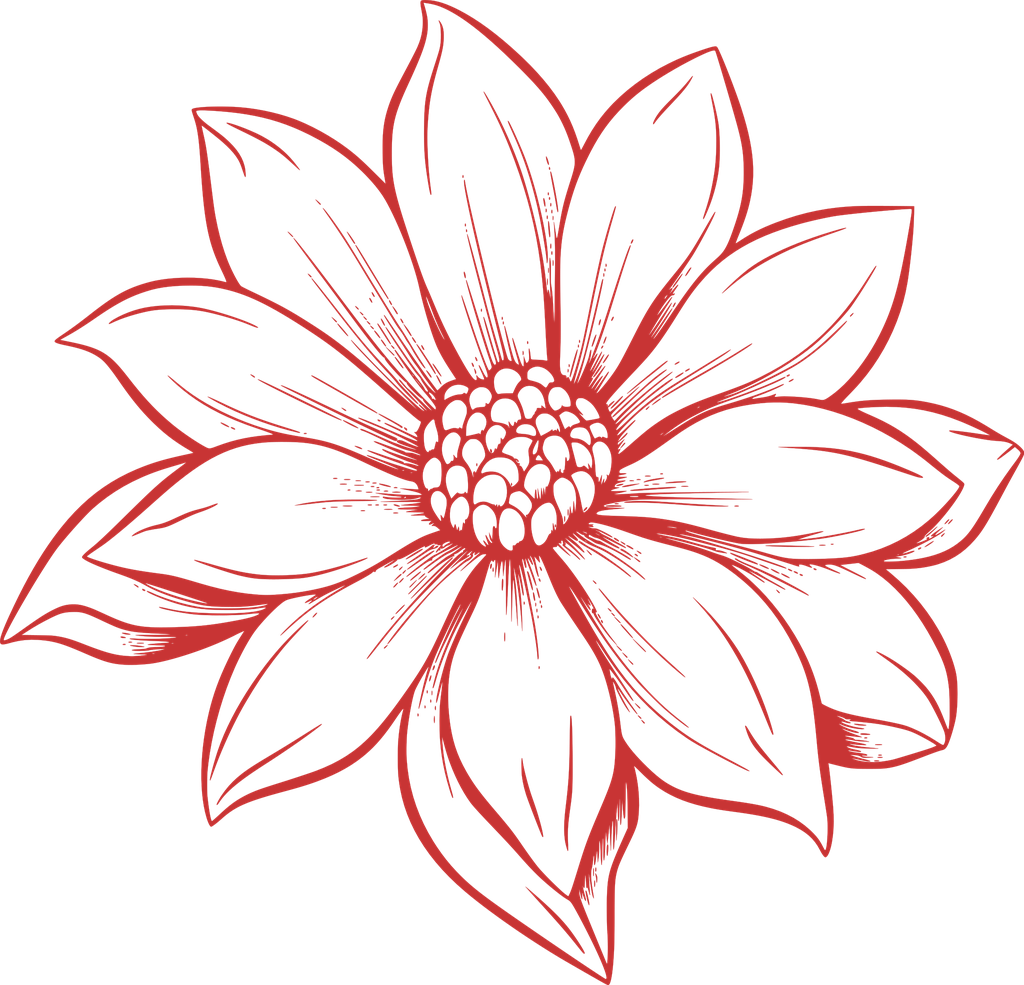
<source format=kicad_pcb>
(kicad_pcb (version 4) (host pcbnew 4.0.7)
  (layers (0 F.Cu signal) (31 B.Cu signal) (34 B.Paste user) (35 F.Paste user) (36 B.SilkS user) (37 F.SilkS user) (38 B.Mask user) (39 F.Mask user) (44 Edge.Cuts user))
  (net 0 "")
  (module LOGO (layer F.Cu) (at 0 0)
    (fp_text reference "G***" hide)
    (fp_text value "LOGO" hide)
    (fp_poly (pts (xy -6.870278 -37.589917) (xy -6.743528 -37.585590) (xy -6.461822 -37.563901) (xy -6.177060 -37.521349) (xy -5.885218 -37.456662) (xy -5.582272 -37.368564) (xy -5.264197 -37.255781) (xy -4.926970 -37.117041) (xy -4.566565 -36.951068) (xy -4.265083 -36.801021) (xy -3.713119 -36.501376) (xy -3.149084 -36.161717) (xy -2.573508 -35.782441) (xy -1.986925 -35.363949) (xy -1.389864 -34.906638) (xy -0.782859 -34.410907) (xy -0.166439 -33.877157) (xy 0.458863 -33.305785) (xy 0.714156 -33.064110) (xy 1.287238 -32.498388) (xy 1.821343 -31.934340) (xy 2.315924 -31.372629) (xy 2.770431 -30.813915) (xy 3.184314 -30.258861) (xy 3.557026 -29.708127) (xy 3.729187 -29.432250) (xy 3.975309 -29.009896) (xy 4.200383 -28.588230) (xy 4.407672 -28.159841) (xy 4.600443 -27.717315) (xy 4.781959 -27.253238) (xy 4.955486 -26.760198) (xy 5.090132 -26.341916) (xy 5.131973 -26.208279) (xy 5.170325 -26.088170) (xy 5.203235 -25.987514) (xy 5.228751 -25.912234) (xy 5.244920 -25.868253) (xy 5.249125 -25.859548) (xy 5.262294 -25.872892) (xy 5.291643 -25.919222) (xy 5.334426 -25.993656) (xy 5.387896 -26.091312) (xy 5.449308 -26.207310) (xy 5.500251 -26.306000) (xy 5.800483 -26.867771) (xy 6.109490 -27.393175) (xy 6.431312 -27.887914) (xy 6.769993 -28.357691) (xy 7.129573 -28.808207) (xy 7.514095 -29.245164) (xy 7.788730 -29.534240) (xy 8.316809 -30.045996) (xy 8.880647 -30.538733) (xy 9.477136 -31.010218) (xy 10.103170 -31.458216) (xy 10.755644 -31.880493) (xy 11.431450 -32.274816) (xy 12.055284 -32.603071) (xy 12.408249 -32.775262) (xy 12.756695 -32.936199) (xy 13.108467 -33.089096) (xy 13.471414 -33.237167) (xy 13.853383 -33.383624) (xy 14.262222 -33.531682) (xy 14.651282 -33.666129) (xy 14.903104 -33.750417) (xy 15.118437 -33.819966) (xy 15.300235 -33.875415) (xy 15.451452 -33.917403) (xy 15.575040 -33.946568) (xy 15.673952 -33.963550) (xy 15.751142 -33.968987) (xy 15.809563 -33.963519) (xy 15.852167 -33.947785) (xy 15.874385 -33.930782) (xy 15.909171 -33.883416) (xy 15.956957 -33.799062) (xy 16.016592 -33.680629) (xy 16.086925 -33.531029) (xy 16.166804 -33.353171) (xy 16.255079 -33.149965) (xy 16.350599 -32.924320) (xy 16.452211 -32.679148) (xy 16.558766 -32.417357) (xy 16.669111 -32.141858) (xy 16.782096 -31.855561) (xy 16.896570 -31.561376) (xy 17.011381 -31.262212) (xy 17.125378 -30.960981) (xy 17.237410 -30.660591) (xy 17.346325 -30.363953) (xy 17.450974 -30.073977) (xy 17.550204 -29.793572) (xy 17.642864 -29.525649) (xy 17.727803 -29.273118) (xy 17.779572 -29.114750) (xy 17.988009 -28.442226) (xy 18.169433 -27.799247) (xy 18.324082 -27.182958) (xy 18.452194 -26.590509) (xy 18.554008 -26.019048) (xy 18.629761 -25.465723) (xy 18.679691 -24.927681) (xy 18.704038 -24.402070) (xy 18.703038 -23.886040) (xy 18.676931 -23.376736) (xy 18.625955 -22.871309) (xy 18.550347 -22.366905) (xy 18.450346 -21.860673) (xy 18.402726 -21.653500) (xy 18.321849 -21.335418) (xy 18.229362 -21.010967) (xy 18.123448 -20.674750) (xy 18.002287 -20.321369) (xy 17.864061 -19.945427) (xy 17.706953 -19.541526) (xy 17.611222 -19.304000) (xy 17.533264 -19.112090) (xy 17.470406 -18.955793) (xy 17.421379 -18.831680) (xy 17.384914 -18.736323) (xy 17.359743 -18.666294) (xy 17.344596 -18.618165) (xy 17.338205 -18.588508) (xy 17.339300 -18.573895) (xy 17.340423 -18.572355) (xy 17.359850 -18.580959) (xy 17.409718 -18.609951) (xy 17.485189 -18.656322) (xy 17.581425 -18.717060) (xy 17.693588 -18.789157) (xy 17.793431 -18.854231) (xy 18.153480 -19.082284) (xy 18.514161 -19.293982) (xy 18.882693 -19.492936) (xy 19.266294 -19.682760) (xy 19.672184 -19.867065) (xy 20.107581 -20.049464) (xy 20.455491 -20.186285) (xy 21.270979 -20.481007) (xy 22.078913 -20.736012) (xy 22.883472 -20.952258) (xy 23.688836 -21.130700) (xy 24.499184 -21.272297) (xy 25.318697 -21.378006) (xy 25.886834 -21.430148) (xy 26.075675 -21.444182) (xy 26.257819 -21.456513) (xy 26.436999 -21.467215) (xy 26.616948 -21.476361) (xy 26.801400 -21.484024) (xy 26.994087 -21.490279) (xy 27.198744 -21.495199) (xy 27.419102 -21.498856) (xy 27.658896 -21.501326) (xy 27.921858 -21.502681) (xy 28.211723 -21.502994) (xy 28.532222 -21.502340) (xy 28.887090 -21.500792) (xy 29.280060 -21.498423) (xy 29.334881 -21.498053) (xy 29.617326 -21.496020) (xy 29.887593 -21.493861) (xy 30.142697 -21.491613) (xy 30.379653 -21.489311) (xy 30.595476 -21.486991) (xy 30.787180 -21.484691) (xy 30.951781 -21.482445) (xy 31.086293 -21.480289) (xy 31.187731 -21.478260) (xy 31.253110 -21.476394) (xy 31.279445 -21.474727) (xy 31.279819 -21.474570) (xy 31.282466 -21.450635) (xy 31.283275 -21.389416) (xy 31.282423 -21.295914) (xy 31.280088 -21.175131) (xy 31.276448 -21.032067) (xy 31.271680 -20.871725) (xy 31.265964 -20.699105) (xy 31.259475 -20.519208) (xy 31.252393 -20.337036) (xy 31.244896 -20.157590) (xy 31.237160 -19.985872) (xy 31.229364 -19.826882) (xy 31.221685 -19.685622) (xy 31.214303 -19.567093) (xy 31.209784 -19.505083) (xy 31.174155 -19.075878) (xy 31.134365 -18.636624) (xy 31.091090 -18.193241) (xy 31.045005 -17.751649) (xy 30.996784 -17.317768) (xy 30.947104 -16.897518) (xy 30.896639 -16.496820) (xy 30.846065 -16.121594) (xy 30.796058 -15.777759) (xy 30.754905 -15.517058) (xy 30.607221 -14.748888) (xy 30.418470 -13.984637) (xy 30.189897 -13.226860) (xy 29.922746 -12.478112) (xy 29.618262 -11.740951) (xy 29.277690 -11.017933) (xy 28.902273 -10.311612) (xy 28.493256 -9.624546) (xy 28.051885 -8.959290) (xy 27.579403 -8.318400) (xy 27.077056 -7.704432) (xy 26.797000 -7.388484) (xy 26.719605 -7.304679) (xy 26.619573 -7.198022) (xy 26.503905 -7.075885) (xy 26.379604 -6.945640) (xy 26.253675 -6.814660) (xy 26.162000 -6.719995) (xy 25.987912 -6.538997) (xy 25.844122 -6.385442) (xy 25.730801 -6.259529) (xy 25.648121 -6.161460) (xy 25.596255 -6.091434) (xy 25.575375 -6.049653) (xy 25.577177 -6.038767) (xy 25.601371 -6.037889) (xy 25.660639 -6.043591) (xy 25.748382 -6.055007) (xy 25.858001 -6.071268) (xy 25.982897 -6.091507) (xy 25.998208 -6.094096) (xy 26.290147 -6.142313) (xy 26.563883 -6.184380) (xy 26.825105 -6.220748) (xy 27.079502 -6.251869) (xy 27.332761 -6.278195) (xy 27.590571 -6.300177) (xy 27.858619 -6.318268) (xy 28.142594 -6.332919) (xy 28.448184 -6.344583) (xy 28.781077 -6.353710) (xy 29.146961 -6.360753) (xy 29.400500 -6.364369) (xy 29.766545 -6.367738) (xy 30.096058 -6.367772) (xy 30.394737 -6.364055) (xy 30.668282 -6.356171) (xy 30.922392 -6.343703) (xy 31.162768 -6.326237) (xy 31.395109 -6.303357) (xy 31.625114 -6.274646) (xy 31.858484 -6.239689) (xy 32.100916 -6.198069) (xy 32.358112 -6.149372) (xy 32.364503 -6.148115) (xy 32.881232 -6.036317) (xy 33.383363 -5.906570) (xy 33.875513 -5.756958) (xy 34.362297 -5.585569) (xy 34.848328 -5.390488) (xy 35.338223 -5.169802) (xy 35.836596 -4.921596) (xy 36.348063 -4.643956) (xy 36.877237 -4.334969) (xy 37.172251 -4.154239) (xy 37.465384 -3.973642) (xy 37.733675 -3.812241) (xy 37.986643 -3.664507) (xy 38.233805 -3.524908) (xy 38.484682 -3.387913) (xy 38.565667 -3.344593) (xy 38.830141 -3.198438) (xy 39.058761 -3.060159) (xy 39.256455 -2.926289) (xy 39.428153 -2.793360) (xy 39.578786 -2.657902) (xy 39.661240 -2.573826) (xy 39.763712 -2.454732) (xy 39.832095 -2.351702) (xy 39.869121 -2.259908) (xy 39.878000 -2.190588) (xy 39.872641 -2.148115) (xy 39.855725 -2.089901) (xy 39.825996 -2.013380) (xy 39.782196 -1.915984) (xy 39.723068 -1.795149) (xy 39.647354 -1.648307) (xy 39.553797 -1.472894) (xy 39.441141 -1.266342) (xy 39.308127 -1.026087) (xy 39.302511 -1.016000) (xy 39.160954 -0.761575) (xy 39.034927 -0.534428) (xy 38.920489 -0.327322) (xy 38.813701 -0.133021) (xy 38.710622 0.055713) (xy 38.607311 0.246117) (xy 38.499829 0.445428) (xy 38.384236 0.660884) (xy 38.256589 0.899720) (xy 38.121255 1.153584) (xy 37.912970 1.543549) (xy 37.722170 1.898273) (xy 37.547285 2.220316) (xy 37.386742 2.512238) (xy 37.238971 2.776600) (xy 37.102401 3.015963) (xy 36.975460 3.232886) (xy 36.856578 3.429930) (xy 36.744183 3.609655) (xy 36.636705 3.774622) (xy 36.532572 3.927392) (xy 36.430214 4.070524) (xy 36.328058 4.206579) (xy 36.224535 4.338117) (xy 36.118072 4.467699) (xy 36.009530 4.595078) (xy 35.653889 4.978269) (xy 35.283654 5.322289) (xy 34.896991 5.628333) (xy 34.492065 5.897595) (xy 34.067041 6.131270) (xy 33.620084 6.330552) (xy 33.149359 6.496636) (xy 33.036026 6.530706) (xy 32.858348 6.578404) (xy 32.651507 6.627290) (xy 32.428502 6.674734) (xy 32.202331 6.718110) (xy 31.985993 6.754788) (xy 31.792487 6.782141) (xy 31.792334 6.782160) (xy 31.632577 6.801089) (xy 31.483703 6.817061) (xy 31.339625 6.830403) (xy 31.194256 6.841438) (xy 31.041510 6.850494) (xy 30.875300 6.857896) (xy 30.689541 6.863969) (xy 30.478145 6.869040) (xy 30.235027 6.873434) (xy 30.030159 6.876454) (xy 29.061735 6.889750) (xy 29.448076 7.210815) (xy 30.077383 7.760562) (xy 30.675297 8.337527) (xy 31.240927 8.940625) (xy 31.773382 9.568768) (xy 32.271768 10.220871) (xy 32.735195 10.895849) (xy 33.162772 11.592616) (xy 33.408970 12.034138) (xy 33.589777 12.384882) (xy 33.762088 12.746519) (xy 33.924000 13.113804) (xy 34.073609 13.481489) (xy 34.209012 13.844327) (xy 34.328305 14.197072) (xy 34.429584 14.534476) (xy 34.510946 14.851293) (xy 34.570488 15.142276) (xy 34.595105 15.303500) (xy 34.625250 15.588011) (xy 34.646763 15.904168) (xy 34.659788 16.243465) (xy 34.664467 16.597398) (xy 34.660943 16.957462) (xy 34.649359 17.315151) (xy 34.629857 17.661961) (xy 34.602580 17.989387) (xy 34.567671 18.288924) (xy 34.542185 18.457334) (xy 34.505041 18.654144) (xy 34.456227 18.874522) (xy 34.397880 19.111253) (xy 34.332138 19.357125) (xy 34.261138 19.604924) (xy 34.187018 19.847438) (xy 34.111915 20.077452) (xy 34.037968 20.287755) (xy 33.967313 20.471132) (xy 33.902089 20.620371) (xy 33.899659 20.625454) (xy 33.817201 20.775554) (xy 33.731025 20.887136) (xy 33.637246 20.964015) (xy 33.531975 21.010007) (xy 33.499873 21.017877) (xy 33.428031 21.034363) (xy 33.346240 21.056189) (xy 33.251533 21.084407) (xy 33.140943 21.120068) (xy 33.011502 21.164223) (xy 32.860243 21.217925) (xy 32.684198 21.282225) (xy 32.480399 21.358175) (xy 32.245880 21.446826) (xy 31.977672 21.549230) (xy 31.708102 21.652837) (xy 31.364335 21.784309) (xy 31.055474 21.900146) (xy 30.777564 22.001503) (xy 30.526648 22.089533) (xy 30.298770 22.165391) (xy 30.089975 22.230228) (xy 29.896306 22.285201) (xy 29.713808 22.331462) (xy 29.538524 22.370164) (xy 29.366499 22.402463) (xy 29.193777 22.429511) (xy 29.016401 22.452463) (xy 28.934834 22.461673) (xy 28.848179 22.468362) (xy 28.725087 22.474014) (xy 28.571438 22.478631) (xy 28.393115 22.482215) (xy 28.195999 22.484770) (xy 27.985974 22.486298) (xy 27.768921 22.486802) (xy 27.550722 22.486284) (xy 27.337260 22.484747) (xy 27.134416 22.482195) (xy 26.948073 22.478629) (xy 26.784112 22.474052) (xy 26.648416 22.468468) (xy 26.546867 22.461879) (xy 26.532417 22.460562) (xy 26.397405 22.446505) (xy 26.271535 22.430952) (xy 26.148106 22.412597) (xy 26.020414 22.390137) (xy 25.881759 22.362268) (xy 25.725437 22.327686) (xy 25.544747 22.285087) (xy 25.332987 22.233167) (xy 25.224612 22.206124) (xy 24.572974 22.042868) (xy 24.583920 22.096892) (xy 24.597922 22.177417) (xy 24.615274 22.296016) (xy 24.635533 22.448599) (xy 24.658260 22.631076) (xy 24.683012 22.839357) (xy 24.709349 23.069353) (xy 24.736829 23.316975) (xy 24.765012 23.578132) (xy 24.793457 23.848735) (xy 24.821722 24.124695) (xy 24.849366 24.401920) (xy 24.875949 24.676323) (xy 24.901030 24.943812) (xy 24.924166 25.200299) (xy 24.944918 25.441694) (xy 24.945853 25.452917) (xy 24.983660 26.056667) (xy 24.993885 26.630503) (xy 24.976434 27.176705) (xy 24.931214 27.697554) (xy 24.858131 28.195330) (xy 24.826192 28.363334) (xy 24.775262 28.589085) (xy 24.718357 28.793477) (xy 24.656900 28.973442) (xy 24.592317 29.125913) (xy 24.526032 29.247825) (xy 24.459470 29.336110) (xy 24.394056 29.387703) (xy 24.344339 29.400500) (xy 24.296453 29.381537) (xy 24.235623 29.327271) (xy 24.164792 29.241639) (xy 24.086904 29.128576) (xy 24.004902 28.992021) (xy 23.921730 28.835908) (xy 23.920881 28.834218) (xy 23.738961 28.508966) (xy 23.532721 28.210939) (xy 23.299485 27.937603) (xy 23.036574 27.686428) (xy 22.741309 27.454880) (xy 22.411012 27.240428) (xy 22.043007 27.040540) (xy 22.002750 27.020627) (xy 21.711619 26.885505) (xy 21.405464 26.758757) (xy 21.081664 26.639734) (xy 20.737595 26.527785) (xy 20.370637 26.422262) (xy 19.978167 26.322512) (xy 19.557564 26.227888) (xy 19.106206 26.137737) (xy 18.621470 26.051411) (xy 18.100735 25.968260) (xy 17.541379 25.887633) (xy 17.303750 25.855614) (xy 16.964341 25.809985) (xy 16.660574 25.767479) (xy 16.385960 25.727075) (xy 16.134011 25.687756) (xy 15.898239 25.648502) (xy 15.672154 25.608294) (xy 15.449268 25.566114) (xy 15.404585 25.557368) (xy 14.790623 25.425286) (xy 14.213609 25.277562) (xy 13.670726 25.113082) (xy 13.159159 24.930733) (xy 12.676094 24.729401) (xy 12.218714 24.507972) (xy 11.784205 24.265334) (xy 11.369750 24.000372) (xy 11.240578 23.910459) (xy 11.064672 23.781742) (xy 10.891730 23.646988) (xy 10.716428 23.501561) (xy 10.533442 23.340824) (xy 10.337448 23.160139) (xy 10.123122 22.954870) (xy 9.964209 22.798897) (xy 9.837172 22.673496) (xy 9.720078 22.558501) (xy 9.616200 22.457081) (xy 9.528809 22.372404) (xy 9.461176 22.307638) (xy 9.416575 22.265953) (xy 9.398277 22.250515) (xy 9.398000 22.250618) (xy 9.402780 22.274012) (xy 9.416081 22.331929) (xy 9.436347 22.417775) (xy 9.462020 22.524956) (xy 9.491544 22.646880) (xy 9.492613 22.651271) (xy 9.603175 23.168831) (xy 9.689336 23.708356) (xy 9.750021 24.258533) (xy 9.784155 24.808050) (xy 9.790665 25.345597) (xy 9.779944 25.676053) (xy 9.767822 25.892766) (xy 9.753970 26.088226) (xy 9.737031 26.266934) (xy 9.715650 26.433393) (xy 9.688471 26.592104) (xy 9.654137 26.747567) (xy 9.611293 26.904285) (xy 9.558582 27.066759) (xy 9.494649 27.239489) (xy 9.418137 27.426978) (xy 9.327691 27.633727) (xy 9.221955 27.864236) (xy 9.099573 28.123008) (xy 8.959188 28.414544) (xy 8.948108 28.437417) (xy 8.805319 28.732927) (xy 8.680111 28.994113) (xy 8.571015 29.224455) (xy 8.476559 29.427430) (xy 8.395273 29.606518) (xy 8.325684 29.765199) (xy 8.266323 29.906952) (xy 8.215718 30.035255) (xy 8.172399 30.153589) (xy 8.134894 30.265431) (xy 8.101733 30.374261) (xy 8.071444 30.483559) (xy 8.053210 30.554084) (xy 8.026027 30.666699) (xy 8.001665 30.779563) (xy 7.979979 30.895470) (xy 7.960822 31.017217) (xy 7.944049 31.147600) (xy 7.929516 31.289416) (xy 7.917076 31.445461) (xy 7.906584 31.618531) (xy 7.897894 31.811422) (xy 7.890861 32.026931) (xy 7.885339 32.267854) (xy 7.881184 32.536988) (xy 7.878248 32.837128) (xy 7.876387 33.171070) (xy 7.875456 33.541612) (xy 7.875309 33.951550) (xy 7.875319 33.972684) (xy 7.875175 34.256319) (xy 7.874476 34.540252) (xy 7.873266 34.819797) (xy 7.871590 35.090265) (xy 7.869490 35.346971) (xy 7.867011 35.585225) (xy 7.864196 35.800343) (xy 7.861090 35.987635) (xy 7.857736 36.142415) (xy 7.854178 36.259996) (xy 7.853831 36.269084) (xy 7.833723 36.721940) (xy 7.810222 37.142435) (xy 7.783455 37.529718) (xy 7.753552 37.882942) (xy 7.720641 38.201258) (xy 7.684851 38.483817) (xy 7.646310 38.729772) (xy 7.605147 38.938274) (xy 7.561491 39.108474) (xy 7.515471 39.239524) (xy 7.467215 39.330576) (xy 7.416852 39.380781) (xy 7.380282 39.391167) (xy 7.345541 39.381316) (xy 7.282119 39.354279) (xy 7.198115 39.313831) (xy 7.101627 39.263747) (xy 7.069515 39.246343) (xy 6.973790 39.193323) (xy 6.845420 39.121310) (xy 6.688364 39.032579) (xy 6.506582 38.929406) (xy 6.304031 38.814066) (xy 6.084671 38.688835) (xy 5.852460 38.555987) (xy 5.611356 38.417798) (xy 5.365319 38.276544) (xy 5.118306 38.134499) (xy 4.874278 37.993940) (xy 4.637191 37.857141) (xy 4.411005 37.726377) (xy 4.199679 37.603925) (xy 4.007171 37.492059) (xy 3.837440 37.393055) (xy 3.694444 37.309189) (xy 3.582143 37.242734) (xy 3.545417 37.220765) (xy 2.937325 36.850359) (xy 2.323834 36.466990) (xy 1.708545 36.073182) (xy 1.095060 35.671461) (xy 0.486980 35.264351) (xy -0.112093 34.854377) (xy -0.698556 34.444063) (xy -1.268809 34.035934) (xy -1.819249 33.632515) (xy -2.346275 33.236330) (xy -2.846286 32.849905) (xy -3.315678 32.475763) (xy -3.750851 32.116430) (xy -3.820583 32.057494) (xy -4.450908 31.500657) (xy -5.041410 30.933279) (xy -5.591942 30.355598) (xy -6.102357 29.767853) (xy -6.572510 29.170284) (xy -7.002253 28.563130) (xy -7.391439 27.946629) (xy -7.739921 27.321021) (xy -8.047553 26.686546) (xy -8.314189 26.043441) (xy -8.539680 25.391947) (xy -8.723881 24.732303) (xy -8.866645 24.064748) (xy -8.919287 23.749000) (xy -8.948575 23.550003) (xy -8.973179 23.367205) (xy -8.993487 23.194276) (xy -9.009888 23.024888) (xy -9.022771 22.852711) (xy -9.032526 22.671416) (xy -9.039541 22.474671) (xy -9.044206 22.256150) (xy -9.046910 22.009521) (xy -9.048042 21.728455) (xy -9.048124 21.653500) (xy -9.047518 21.359543) (xy -9.045456 21.104470) (xy -8.378268 21.104470) (xy -8.375958 21.343919) (xy -8.370268 21.560311) (xy -8.362138 21.727584) (xy -8.293597 22.486079) (xy -8.184482 23.233122) (xy -8.034714 23.968948) (xy -7.844211 24.693792) (xy -7.612892 25.407890) (xy -7.340675 26.111476) (xy -7.027482 26.804787) (xy -6.673229 27.488058) (xy -6.277837 28.161524) (xy -6.004658 28.585259) (xy -5.642830 29.105342) (xy -5.272030 29.593268) (xy -4.883917 30.059210) (xy -4.470154 30.513338) (xy -4.181745 30.808759) (xy -4.033227 30.955420) (xy -3.884104 31.099125) (xy -3.732640 31.241192) (xy -3.577098 31.382936) (xy -3.415740 31.525674) (xy -3.246831 31.670722) (xy -3.068632 31.819397) (xy -2.879407 31.973015) (xy -2.677420 32.132892) (xy -2.460933 32.300345) (xy -2.228209 32.476690) (xy -1.977511 32.663244) (xy -1.707103 32.861322) (xy -1.415248 33.072241) (xy -1.100209 33.297317) (xy -0.760248 33.537868) (xy -0.393629 33.795208) (xy 0.001385 34.070655) (xy 0.426530 34.365525) (xy 0.883545 34.681134) (xy 1.365250 35.012672) (xy 1.752421 35.278479) (xy 2.138717 35.543114) (xy 2.522524 35.805496) (xy 2.902233 36.064545) (xy 3.276230 36.319180) (xy 3.642905 36.568320) (xy 4.000647 36.810884) (xy 4.347843 37.045791) (xy 4.682881 37.271962) (xy 5.004151 37.488315) (xy 5.310041 37.693769) (xy 5.598939 37.887244) (xy 5.869234 38.067659) (xy 6.119314 38.233933) (xy 6.347567 38.384986) (xy 6.552382 38.519736) (xy 6.732148 38.637103) (xy 6.885252 38.736007) (xy 7.010083 38.815367) (xy 7.105030 38.874101) (xy 7.168481 38.911129) (xy 7.198825 38.925371) (xy 7.200015 38.925500) (xy 7.221522 38.909068) (xy 7.239848 38.881582) (xy 7.252625 38.820140) (xy 7.244992 38.722964) (xy 7.217368 38.591176) (xy 7.170170 38.425896) (xy 7.103814 38.228247) (xy 7.018720 37.999351) (xy 6.915303 37.740329) (xy 6.793981 37.452304) (xy 6.655172 37.136396) (xy 6.499293 36.793728) (xy 6.326761 36.425421) (xy 6.322882 36.417250) (xy 6.200241 36.161527) (xy 6.069184 35.892869) (xy 5.931757 35.615197) (xy 5.790007 35.332434) (xy 5.645980 35.048499) (xy 5.501725 34.767314) (xy 5.359287 34.492799) (xy 5.220713 34.228877) (xy 5.088051 33.979468) (xy 4.963347 33.748493) (xy 4.848648 33.539874) (xy 4.746002 33.357531) (xy 4.657454 33.205385) (xy 4.585052 33.087359) (xy 4.582660 33.083620) (xy 4.502221 32.964620) (xy 4.429857 32.874728) (xy 4.356139 32.804505) (xy 4.271635 32.744516) (xy 4.204986 32.705733) (xy 4.082496 32.632338) (xy 3.933634 32.532848) (xy 3.762474 32.410580) (xy 3.573094 32.268850) (xy 3.369569 32.110975) (xy 3.155974 31.940270) (xy 2.936387 31.760052) (xy 2.714883 31.573637) (xy 2.495538 31.384342) (xy 2.282428 31.195482) (xy 2.079629 31.010373) (xy 1.891217 30.832333) (xy 1.833629 30.776416) (xy 1.553316 30.495526) (xy 1.254354 30.183264) (xy 0.940810 29.843980) (xy 0.616752 29.482026) (xy 0.508040 29.358167) (xy 0.327582 29.152683) (xy 0.146376 28.948714) (xy -0.038859 28.742711) (xy -0.231406 28.531123) (xy -0.434549 28.310399) (xy -0.651571 28.076988) (xy -0.885753 27.827340) (xy -1.140380 27.557905) (xy -1.418734 27.265131) (xy -1.683876 26.987500) (xy -1.974840 26.682444) (xy -2.236670 26.405962) (xy -2.470396 26.156922) (xy -2.677045 25.934193) (xy -2.857648 25.736645) (xy -3.013232 25.563146) (xy -3.144827 25.412565) (xy -3.253461 25.283772) (xy -3.340164 25.175635) (xy -3.380390 25.122502) (xy -3.631003 24.761842) (xy -3.879016 24.364534) (xy -4.121565 23.936262) (xy -4.355784 23.482710) (xy -4.578810 23.009563) (xy -4.787779 22.522504) (xy -4.979825 22.027219) (xy -5.075145 21.759334) (xy -5.137726 21.574187) (xy -5.196358 21.392765) (xy -5.253487 21.206808) (xy -5.311559 21.008060) (xy -5.373019 20.788263) (xy -5.440311 20.539159) (xy -5.473161 20.415250) (xy -5.516502 20.253665) (xy -5.550783 20.131734) (xy -5.575894 20.049807) (xy -5.591724 20.008233) (xy -5.598161 20.007362) (xy -5.597715 20.023667) (xy -5.593237 20.084087) (xy -5.586903 20.176868) (xy -5.579365 20.292112) (xy -5.571273 20.419919) (xy -5.565693 20.510500) (xy -5.528359 20.957485) (xy -5.469269 21.435608) (xy -5.389297 21.940229) (xy -5.289317 22.466710) (xy -5.170204 23.010412) (xy -5.032832 23.566698) (xy -4.892519 24.080557) (xy -4.839358 24.268656) (xy -4.798005 24.420020) (xy -4.767766 24.538361) (xy -4.747947 24.627389) (xy -4.737854 24.690816) (xy -4.736792 24.732353) (xy -4.744067 24.755710) (xy -4.758985 24.764599) (xy -4.764489 24.765000) (xy -4.780891 24.745434) (xy -4.807457 24.689749) (xy -4.842497 24.602465) (xy -4.884316 24.488103) (xy -4.931222 24.351181) (xy -4.981523 24.196221) (xy -5.002276 24.130000) (xy -5.199932 23.453229) (xy -5.367471 22.791549) (xy -5.505876 22.138011) (xy -5.616127 21.485667) (xy -5.699208 20.827567) (xy -5.756100 20.156762) (xy -5.787785 19.466305) (xy -5.795246 18.749245) (xy -5.793017 18.535168) (xy -5.789237 18.297491) (xy -5.785179 18.094177) (xy -5.780298 17.917256) (xy -5.774046 17.758760) (xy -5.765879 17.610719) (xy -5.755249 17.465164) (xy -5.741611 17.314126) (xy -5.724418 17.149634) (xy -5.703125 16.963720) (xy -5.677184 16.748415) (xy -5.662198 16.626417) (xy -5.650655 16.530862) (xy -5.124270 16.530862) (xy -5.122361 17.104505) (xy -5.097586 17.691190) (xy -5.049837 18.287085) (xy -4.979007 18.888359) (xy -4.940164 19.155834) (xy -4.842527 19.708401) (xy -4.722777 20.233341) (xy -4.578268 20.738163) (xy -4.406353 21.230374) (xy -4.204387 21.717482) (xy -3.969724 22.206998) (xy -3.699717 22.706427) (xy -3.671612 22.755566) (xy -3.527671 23.001176) (xy -3.382232 23.238890) (xy -3.232525 23.472464) (xy -3.075781 23.705655) (xy -2.909228 23.942221) (xy -2.730097 24.185919) (xy -2.535618 24.440506) (xy -2.323019 24.709739) (xy -2.089532 24.997376) (xy -1.832385 25.307173) (xy -1.548808 25.642887) (xy -1.503291 25.696334) (xy -1.260696 25.981466) (xy -1.043250 26.238396) (xy -0.848138 26.470705) (xy -0.672547 26.681975) (xy -0.513663 26.875788) (xy -0.368672 27.055724) (xy -0.234760 27.225366) (xy -0.109114 27.388296) (xy 0.011080 27.548095) (xy 0.128635 27.708345) (xy 0.246366 27.872627) (xy 0.367087 28.044524) (xy 0.493610 28.227617) (xy 0.550320 28.310417) (xy 0.777000 28.639724) (xy 0.994660 28.951148) (xy 1.201261 29.241886) (xy 1.394763 29.509134) (xy 1.573126 29.750092) (xy 1.734313 29.961955) (xy 1.876283 30.141921) (xy 1.936394 30.215417) (xy 2.049465 30.346950) (xy 2.189235 30.501788) (xy 2.350832 30.675036) (xy 2.529381 30.861798) (xy 2.720012 31.057179) (xy 2.917850 31.256282) (xy 3.118022 31.454212) (xy 3.315656 31.646073) (xy 3.505879 31.826970) (xy 3.683817 31.992007) (xy 3.844598 32.136287) (xy 3.873500 32.161556) (xy 3.939413 32.216453) (xy 4.015626 32.276199) (xy 4.094083 32.334946) (xy 4.166728 32.386847) (xy 4.225506 32.426055) (xy 4.262361 32.446723) (xy 4.268838 32.448500) (xy 4.281232 32.430621) (xy 4.307152 32.382360) (xy 4.342400 32.311782) (xy 4.370711 32.252709) (xy 4.399500 32.190217) (xy 4.427814 32.125194) (xy 4.428089 32.124519) (xy 5.124173 32.124519) (xy 5.126067 32.186581) (xy 5.130655 32.249257) (xy 5.138729 32.314791) (xy 5.151081 32.385430) (xy 5.168503 32.463418) (xy 5.191786 32.551001) (xy 5.221723 32.650425) (xy 5.259104 32.763933) (xy 5.304722 32.893773) (xy 5.359368 33.042189) (xy 5.423835 33.211427) (xy 5.498914 33.403732) (xy 5.585396 33.621349) (xy 5.684074 33.866524) (xy 5.795739 34.141501) (xy 5.921183 34.448528) (xy 6.061198 34.789848) (xy 6.216576 35.167707) (xy 6.238646 35.221334) (xy 6.349466 35.490618) (xy 6.458939 35.756691) (xy 6.565540 36.015843) (xy 6.667745 36.264363) (xy 6.764028 36.498541) (xy 6.852865 36.714668) (xy 6.932729 36.909032) (xy 7.002097 37.077924) (xy 7.059443 37.217634) (xy 7.103241 37.324451) (xy 7.124643 37.376738) (xy 7.173349 37.496814) (xy 7.212665 37.592645) (xy 7.243802 37.662446) (xy 7.267966 37.704430) (xy 7.286369 37.716811) (xy 7.300217 37.697804) (xy 7.310720 37.645622) (xy 7.319087 37.558479) (xy 7.326526 37.434589) (xy 7.334246 37.272166) (xy 7.343457 37.069424) (xy 7.344255 37.052250) (xy 7.353124 36.831892) (xy 7.358125 36.626072) (xy 7.359281 36.421968) (xy 7.356613 36.206759) (xy 7.350142 35.967622) (xy 7.346273 35.856334) (xy 7.340038 35.692817) (xy 7.333779 35.541046) (xy 7.327768 35.406724) (xy 7.322277 35.295553) (xy 7.317578 35.213234) (xy 7.313942 35.165470) (xy 7.312947 35.157834) (xy 7.306940 35.103958) (xy 7.301232 35.012504) (xy 7.295880 34.888226) (xy 7.290944 34.735878) (xy 7.286483 34.560213) (xy 7.282556 34.365986) (xy 7.279222 34.157951) (xy 7.276539 33.940862) (xy 7.274568 33.719473) (xy 7.273366 33.498539) (xy 7.272992 33.282813) (xy 7.273507 33.077050) (xy 7.274968 32.886003) (xy 7.277435 32.714427) (xy 7.280850 32.570908) (xy 7.289979 32.296497) (xy 7.300744 32.043044) (xy 7.314063 31.807264) (xy 7.330852 31.585870) (xy 7.352027 31.375577) (xy 7.378504 31.173099) (xy 7.411201 30.975151) (xy 7.451034 30.778446) (xy 7.498918 30.579699) (xy 7.555772 30.375623) (xy 7.622510 30.162933) (xy 7.700050 29.938344) (xy 7.789308 29.698569) (xy 7.891201 29.440323) (xy 8.006644 29.160320) (xy 8.136555 28.855274) (xy 8.281850 28.521898) (xy 8.443446 28.156909) (xy 8.622258 27.757019) (xy 8.625631 27.749500) (xy 8.915292 27.103917) (xy 8.903546 25.886834) (xy 8.898988 25.497119) (xy 8.893174 25.147853) (xy 8.886003 24.837167) (xy 8.877376 24.563192) (xy 8.867193 24.324059) (xy 8.855355 24.117899) (xy 8.841761 23.942843) (xy 8.826314 23.797023) (xy 8.808911 23.678569) (xy 8.789455 23.585613) (xy 8.778865 23.547917) (xy 8.773307 23.535912) (xy 8.768398 23.539495) (xy 8.764052 23.561284) (xy 8.760182 23.603901) (xy 8.756700 23.669966) (xy 8.753519 23.762098) (xy 8.750552 23.882917) (xy 8.747713 24.035045) (xy 8.744915 24.221100) (xy 8.742069 24.443704) (xy 8.739090 24.705476) (xy 8.738447 24.765000) (xy 8.735598 25.000608) (xy 8.732243 25.227247) (xy 8.728484 25.440743) (xy 8.724423 25.636927) (xy 8.720161 25.811627) (xy 8.715800 25.960672) (xy 8.711442 26.079891) (xy 8.707188 26.165112) (xy 8.703148 26.212115) (xy 8.684899 26.310618) (xy 8.665181 26.368704) (xy 8.644368 26.385790) (xy 8.622836 26.361292) (xy 8.616649 26.346691) (xy 8.603856 26.295688) (xy 8.589305 26.208012) (xy 8.573609 26.089258) (xy 8.557375 25.945022) (xy 8.541217 25.780896) (xy 8.525742 25.602477) (xy 8.511564 25.415358) (xy 8.505885 25.331594) (xy 8.497555 25.207817) (xy 8.489840 25.100346) (xy 8.486804 25.061334) (xy 8.664283 25.061334) (xy 8.665202 25.124932) (xy 8.667652 25.156599) (xy 8.671171 25.151916) (xy 8.672586 25.140709) (xy 8.676011 25.061229) (xy 8.672586 24.981959) (xy 8.668800 24.963342) (xy 8.665919 24.982639) (xy 8.664405 25.035432) (xy 8.664283 25.061334) (xy 8.486804 25.061334) (xy 8.483243 25.015602) (xy 8.478263 24.960007) (xy 8.475402 24.939980) (xy 8.475338 24.940011) (xy 8.473542 24.961550) (xy 8.470589 25.020434) (xy 8.466678 25.111696) (xy 8.462006 25.230369) (xy 8.456772 25.371485) (xy 8.451172 25.530078) (xy 8.447243 25.645774) (xy 8.437746 25.905756) (xy 8.427549 26.140140) (xy 8.416824 26.346248) (xy 8.405747 26.521404) (xy 8.394490 26.662932) (xy 8.383227 26.768156) (xy 8.372133 26.834399) (xy 8.369384 26.844625) (xy 8.358637 26.873240) (xy 8.349416 26.882485) (xy 8.341601 26.870008) (xy 8.335075 26.833455) (xy 8.329721 26.770472) (xy 8.325419 26.678705) (xy 8.322051 26.555801) (xy 8.319500 26.399405) (xy 8.317647 26.207165) (xy 8.316374 25.976726) (xy 8.315725 25.775709) (xy 8.314704 25.513380) (xy 8.313068 25.293251) (xy 8.310824 25.115333) (xy 8.307980 24.979637) (xy 8.304542 24.886174) (xy 8.300518 24.834953) (xy 8.295914 24.825986) (xy 8.290739 24.859284) (xy 8.284999 24.934857) (xy 8.278702 25.052716) (xy 8.271853 25.212872) (xy 8.264462 25.415335) (xy 8.256534 25.660117) (xy 8.255748 25.685750) (xy 8.248857 25.904661) (xy 8.242631 26.084841) (xy 8.236805 26.229881) (xy 8.231116 26.343372) (xy 8.225300 26.428907) (xy 8.219091 26.490077) (xy 8.212226 26.530473) (xy 8.204441 26.553688) (xy 8.195471 26.563312) (xy 8.191111 26.564167) (xy 8.179089 26.548195) (xy 8.168349 26.499224) (xy 8.158777 26.415677) (xy 8.150257 26.295972) (xy 8.142676 26.138529) (xy 8.135918 25.941770) (xy 8.130407 25.728084) (xy 8.117417 25.156584) (xy 8.079282 25.466203) (xy 8.053497 25.691702) (xy 8.028911 25.940691) (xy 8.005168 26.217427) (xy 7.981913 26.526169) (xy 7.958791 26.871175) (xy 7.948917 27.029834) (xy 7.929291 27.349447) (xy 7.911787 27.629286) (xy 7.896216 27.871844) (xy 7.882390 28.079619) (xy 7.870119 28.255104) (xy 7.859215 28.400795) (xy 7.849489 28.519188) (xy 7.840752 28.612777) (xy 7.832816 28.684059) (xy 7.825492 28.735527) (xy 7.818591 28.769678) (xy 7.816826 28.776084) (xy 7.807258 28.800119) (xy 7.799007 28.801830) (xy 7.791986 28.779093) (xy 7.786106 28.729783) (xy 7.781280 28.651773) (xy 7.777419 28.542940) (xy 7.774435 28.401159) (xy 7.772240 28.224305) (xy 7.770745 28.010251) (xy 7.769862 27.756875) (xy 7.769655 27.639624) (xy 7.768942 27.371007) (xy 7.767534 27.142993) (xy 7.765345 26.953857) (xy 7.762287 26.801872) (xy 7.758275 26.685313) (xy 7.753222 26.602454) (xy 7.747041 26.551570) (xy 7.739647 26.530934) (xy 7.730952 26.538822) (xy 7.720871 26.573506) (xy 7.717138 26.590969) (xy 7.706142 26.663212) (xy 7.694390 26.772313) (xy 7.682175 26.912812) (xy 7.669791 27.079247) (xy 7.657532 27.266156) (xy 7.645692 27.468078) (xy 7.634564 27.679550) (xy 7.624442 27.895113) (xy 7.615620 28.109303) (xy 7.608391 28.316661) (xy 7.603049 28.511723) (xy 7.599888 28.689029) (xy 7.599159 28.784903) (xy 7.597262 28.845858) (xy 7.592709 28.883067) (xy 7.588337 28.889059) (xy 7.585298 28.866416) (xy 7.580736 28.805712) (xy 7.574879 28.711184) (xy 7.567955 28.587070) (xy 7.560194 28.437606) (xy 7.551824 28.267029) (xy 7.543073 28.079576) (xy 7.535350 27.906573) (xy 7.526513 27.705606) (xy 7.518071 27.515920) (xy 7.510235 27.342062) (xy 7.503214 27.188580) (xy 7.497217 27.060022) (xy 7.492455 26.960934) (xy 7.489135 26.895864) (xy 7.487638 26.871084) (xy 7.484421 26.876044) (xy 7.477640 26.918844) (xy 7.467803 26.995186) (xy 7.455417 27.100772) (xy 7.440990 27.231303) (xy 7.425030 27.382483) (xy 7.411372 27.516667) (xy 7.386858 27.756718) (xy 7.365385 27.957248) (xy 7.347008 28.117832) (xy 7.331783 28.238048) (xy 7.319763 28.317472) (xy 7.311004 28.355682) (xy 7.305560 28.352254) (xy 7.304518 28.342167) (xy 7.299655 28.283099) (xy 7.291678 28.197371) (xy 7.281369 28.092382) (xy 7.269509 27.975528) (xy 7.256881 27.854207) (xy 7.244266 27.735817) (xy 7.232446 27.627755) (xy 7.222202 27.537419) (xy 7.214317 27.472206) (xy 7.209572 27.439515) (xy 7.208879 27.437157) (xy 7.203280 27.452923) (xy 7.196754 27.509239) (xy 7.189408 27.604333) (xy 7.181351 27.736434) (xy 7.172691 27.903771) (xy 7.163536 28.104572) (xy 7.154209 28.331584) (xy 7.141380 28.636417) (xy 7.128356 28.902019) (xy 7.115175 29.127909) (xy 7.101872 29.313606) (xy 7.088484 29.458632) (xy 7.075046 29.562507) (xy 7.061596 29.624750) (xy 7.055378 29.639329) (xy 7.043122 29.650657) (xy 7.032948 29.639655) (xy 7.024692 29.603659) (xy 7.018191 29.540003) (xy 7.013280 29.446020) (xy 7.009797 29.319044) (xy 7.007577 29.156411) (xy 7.006457 28.955453) (xy 7.006258 28.839584) (xy 7.005744 28.660283) (xy 7.004530 28.491253) (xy 7.002711 28.337943) (xy 7.000382 28.205800) (xy 6.997634 28.100274) (xy 6.994564 28.026811) (xy 6.991654 27.992917) (xy 6.977606 27.908250) (xy 6.958894 27.971750) (xy 6.954503 28.005908) (xy 6.949572 28.077693) (xy 6.944283 28.182407) (xy 6.938820 28.315349) (xy 6.933367 28.471819) (xy 6.928106 28.647120) (xy 6.923221 28.836550) (xy 6.920525 28.956000) (xy 6.915118 29.200820) (xy 6.910108 29.406373) (xy 6.905313 29.575721) (xy 6.900550 29.711926) (xy 6.895635 29.818051) (xy 6.890385 29.897157) (xy 6.884619 29.952308) (xy 6.878151 29.986566) (xy 6.870799 30.002992) (xy 6.862380 30.004648) (xy 6.858022 30.001215) (xy 6.850518 29.973702) (xy 6.842015 29.908171) (xy 6.832800 29.808921) (xy 6.823162 29.680248) (xy 6.813391 29.526449) (xy 6.803776 29.351822) (xy 6.794606 29.160663) (xy 6.786170 28.957269) (xy 6.784139 28.903084) (xy 6.776697 28.734522) (xy 6.767304 28.575749) (xy 6.756479 28.432292) (xy 6.744744 28.309675) (xy 6.732621 28.213424) (xy 6.720631 28.149065) (xy 6.710527 28.123116) (xy 6.697652 28.119873) (xy 6.687625 28.141547) (xy 6.680233 28.191185) (xy 6.675264 28.271830) (xy 6.672506 28.386526) (xy 6.671744 28.538320) (xy 6.672299 28.670250) (xy 6.672393 28.850744) (xy 6.669467 29.001394) (xy 6.662818 29.134629) (xy 6.651747 29.262875) (xy 6.635554 29.398559) (xy 6.628206 29.452541) (xy 6.611924 29.566852) (xy 6.597259 29.665432) (xy 6.585331 29.741102) (xy 6.577256 29.786688) (xy 6.574597 29.796792) (xy 6.570426 29.780475) (xy 6.565193 29.729980) (xy 6.559377 29.653432) (xy 6.553453 29.558958) (xy 6.547900 29.454686) (xy 6.543195 29.348741) (xy 6.539814 29.249250) (xy 6.538390 29.180249) (xy 6.535551 29.092085) (xy 6.529956 29.014486) (xy 6.522715 28.961957) (xy 6.521242 28.956000) (xy 6.510393 28.922040) (xy 6.503072 28.924094) (xy 6.493565 28.964815) (xy 6.492650 28.969280) (xy 6.485568 29.013653) (xy 6.475308 29.090656) (xy 6.463057 29.190808) (xy 6.450000 29.304632) (xy 6.444988 29.350280) (xy 6.425230 29.517485) (xy 6.404208 29.668350) (xy 6.382868 29.797625) (xy 6.362157 29.900059) (xy 6.343020 29.970403) (xy 6.327542 30.002339) (xy 6.310066 30.013619) (xy 6.297018 30.003949) (xy 6.287933 29.969412) (xy 6.282351 29.906092) (xy 6.279807 29.810072) (xy 6.279838 29.677436) (xy 6.280568 29.604930) (xy 6.281999 29.469824) (xy 6.282263 29.372508) (xy 6.280959 29.308445) (xy 6.277688 29.273100) (xy 6.272050 29.261936) (xy 6.263646 29.270417) (xy 6.252985 29.291982) (xy 6.238201 29.341859) (xy 6.222899 29.422177) (xy 6.209049 29.521119) (xy 6.200021 29.609482) (xy 6.183585 29.783359) (xy 6.165108 29.929844) (xy 6.142179 30.063876) (xy 6.112387 30.200394) (xy 6.090269 30.289500) (xy 6.060882 30.443739) (xy 6.045052 30.626216) (xy 6.042880 30.838771) (xy 6.054468 31.083245) (xy 6.079918 31.361476) (xy 6.119332 31.675306) (xy 6.172812 32.026573) (xy 6.193392 32.150005) (xy 6.215040 32.280893) (xy 6.233290 32.398104) (xy 6.247210 32.495057) (xy 6.255868 32.565170) (xy 6.258332 32.601862) (xy 6.257854 32.605088) (xy 6.244761 32.608733) (xy 6.224731 32.577342) (xy 6.199945 32.517221) (xy 6.172582 32.434675) (xy 6.144825 32.336008) (xy 6.118855 32.227525) (xy 6.106362 32.167186) (xy 6.089497 32.075067) (xy 6.068175 31.949855) (xy 6.043814 31.800382) (xy 6.017830 31.635479) (xy 5.991642 31.463978) (xy 5.969767 31.316084) (xy 5.947110 31.161407) (xy 5.926022 31.019539) (xy 5.907368 30.896138) (xy 5.892014 30.796862) (xy 5.880824 30.727366) (xy 5.874666 30.693308) (xy 5.874247 30.691667) (xy 5.870002 30.692522) (xy 5.868491 30.730586) (xy 5.869434 30.800843) (xy 5.872553 30.898275) (xy 5.877570 31.017867) (xy 5.884206 31.154601) (xy 5.892183 31.303460) (xy 5.901222 31.459429) (xy 5.911044 31.617489) (xy 5.921371 31.772625) (xy 5.931924 31.919820) (xy 5.942426 32.054056) (xy 5.952596 32.170317) (xy 5.960909 32.252488) (xy 5.966109 32.323551) (xy 5.962205 32.355256) (xy 5.950265 32.349340) (xy 5.931358 32.307536) (xy 5.906554 32.231582) (xy 5.876921 32.123213) (xy 5.873858 32.111151) (xy 5.847499 32.011255) (xy 5.821143 31.919011) (xy 5.798486 31.847007) (xy 5.787319 31.816595) (xy 5.765982 31.770621) (xy 5.750418 31.759119) (xy 5.731860 31.776805) (xy 5.728599 31.781205) (xy 5.706055 31.807265) (xy 5.693138 31.798550) (xy 5.686653 31.782986) (xy 5.681093 31.750945) (xy 5.674131 31.684020) (xy 5.666376 31.589611) (xy 5.658439 31.475120) (xy 5.651228 31.353422) (xy 5.643574 31.222144) (xy 5.635517 31.099579) (xy 5.627693 30.994367) (xy 5.620740 30.915144) (xy 5.615821 30.873614) (xy 5.606531 30.821510) (xy 5.599495 30.807513) (xy 5.590959 30.827828) (xy 5.586484 30.843962) (xy 5.580642 30.883554) (xy 5.574168 30.957166) (xy 5.567625 31.056505) (xy 5.561578 31.173274) (xy 5.557708 31.267295) (xy 5.550397 31.448740) (xy 5.542807 31.590356) (xy 5.534246 31.694647) (xy 5.524022 31.764115) (xy 5.511442 31.801264) (xy 5.495815 31.808596) (xy 5.476448 31.788615) (xy 5.452650 31.743824) (xy 5.436216 31.706691) (xy 5.396120 31.612417) (xy 5.407123 31.728834) (xy 5.416287 31.787263) (xy 5.434900 31.877276) (xy 5.460861 31.989728) (xy 5.492075 32.115476) (xy 5.521240 32.226250) (xy 5.568152 32.402492) (xy 5.603278 32.541803) (xy 5.627248 32.647725) (xy 5.640694 32.723796) (xy 5.644246 32.773559) (xy 5.638536 32.800553) (xy 5.624967 32.808334) (xy 5.605216 32.799774) (xy 5.582275 32.771409) (xy 5.554240 32.719208) (xy 5.519206 32.639141) (xy 5.475270 32.527179) (xy 5.420526 32.379291) (xy 5.414914 32.363834) (xy 5.375715 32.258965) (xy 5.346346 32.187297) (xy 5.327772 32.150912) (xy 5.320958 32.151894) (xy 5.321684 32.162750) (xy 5.334338 32.280801) (xy 5.343472 32.396074) (xy 5.348859 32.501098) (xy 5.350268 32.588401) (xy 5.347470 32.650509) (xy 5.340236 32.679951) (xy 5.337617 32.681334) (xy 5.319474 32.664828) (xy 5.297296 32.614143) (xy 5.270569 32.527529) (xy 5.238774 32.403235) (xy 5.201396 32.239510) (xy 5.185241 32.164812) (xy 5.126031 31.887584) (xy 5.124182 32.060825) (xy 5.124173 32.124519) (xy 4.428089 32.124519) (xy 4.456716 32.054454) (xy 4.487272 31.974815) (xy 4.520546 31.883093) (xy 4.557603 31.776105) (xy 4.599506 31.650668) (xy 4.647322 31.503598) (xy 4.702113 31.331712) (xy 4.764944 31.131826) (xy 4.836881 30.900758) (xy 4.918987 30.635324) (xy 5.005971 30.353000) (xy 5.111963 30.009694) (xy 5.210147 29.694689) (xy 5.302088 29.403775) (xy 5.389350 29.132736) (xy 5.473498 28.877362) (xy 5.556096 28.633439) (xy 5.638710 28.396754) (xy 5.722904 28.163094) (xy 5.810241 27.928247) (xy 5.902288 27.688000) (xy 6.000608 27.438140) (xy 6.106765 27.174454) (xy 6.222326 26.892729) (xy 6.348853 26.588753) (xy 6.487912 26.258313) (xy 6.641068 25.897196) (xy 6.794343 25.537584) (xy 6.957120 25.154154) (xy 7.102909 24.805216) (xy 7.232734 24.486948) (xy 7.347615 24.195528) (xy 7.448571 23.927134) (xy 7.536626 23.677946) (xy 7.612798 23.444141) (xy 7.678110 23.221898) (xy 7.733582 23.007396) (xy 7.780236 22.796813) (xy 7.819091 22.586327) (xy 7.851169 22.372118) (xy 7.877491 22.150363) (xy 7.899077 21.917241) (xy 7.916950 21.668931) (xy 7.932128 21.401611) (xy 7.939411 21.251334) (xy 7.947424 21.030507) (xy 7.952398 20.787512) (xy 7.954447 20.530030) (xy 7.953689 20.265744) (xy 7.950238 20.002335) (xy 7.944211 19.747487) (xy 7.935724 19.508881) (xy 7.924894 19.294200) (xy 7.911835 19.111126) (xy 7.906168 19.050000) (xy 7.852584 18.599730) (xy 7.779977 18.120928) (xy 7.690023 17.621990) (xy 7.584399 17.111313) (xy 7.464780 16.597292) (xy 7.332842 16.088325) (xy 7.270254 15.864417) (xy 7.169830 15.525846) (xy 7.067311 15.207041) (xy 6.960426 14.903404) (xy 6.846903 14.610335) (xy 6.724472 14.323236) (xy 6.590862 14.037507) (xy 6.443801 13.748549) (xy 6.281018 13.451763) (xy 6.100243 13.142550) (xy 5.899203 12.816311) (xy 5.675628 12.468448) (xy 5.427247 12.094360) (xy 5.357433 11.990917) (xy 5.100859 11.611432) (xy 4.862441 11.257856) (xy 4.642763 10.931067) (xy 4.442405 10.631944) (xy 4.261950 10.361363) (xy 4.101980 10.120202) (xy 3.963076 9.909340) (xy 3.845822 9.729654) (xy 3.750798 9.582022) (xy 3.678587 9.467322) (xy 3.629771 9.386431) (xy 3.624255 9.376834) (xy 3.537473 9.221455) (xy 3.454204 9.065790) (xy 3.372309 8.905182) (xy 3.289648 8.734970) (xy 3.204082 8.550496) (xy 3.113471 8.347102) (xy 3.015676 8.120127) (xy 2.908558 7.864913) (xy 2.789977 7.576801) (xy 2.730001 7.429500) (xy 2.607338 7.128845) (xy 2.498644 6.865699) (xy 2.402958 6.637956) (xy 2.319319 6.443512) (xy 2.246766 6.280263) (xy 2.184339 6.146103) (xy 2.131078 6.038927) (xy 2.086021 5.956631) (xy 2.048208 5.897109) (xy 2.016678 5.858257) (xy 2.009991 5.851821) (xy 1.989792 5.834681) (xy 1.976795 5.829816) (xy 1.971018 5.842458) (xy 1.972476 5.877839) (xy 1.981187 5.941191) (xy 1.997167 6.037745) (xy 2.010834 6.117167) (xy 2.029415 6.224354) (xy 2.041773 6.296570) (xy 2.048617 6.340606) (xy 2.050655 6.363253) (xy 2.048596 6.371301) (xy 2.043148 6.371541) (xy 2.037292 6.370684) (xy 2.018860 6.355085) (xy 1.978742 6.312464) (xy 1.922077 6.248549) (xy 1.854004 6.169066) (xy 1.820383 6.128981) (xy 1.749687 6.045012) (xy 1.689033 5.974596) (xy 1.643271 5.923237) (xy 1.617250 5.896439) (xy 1.613205 5.893907) (xy 1.615668 5.916573) (xy 1.627519 5.978712) (xy 1.648382 6.078607) (xy 1.677880 6.214540) (xy 1.715636 6.384792) (xy 1.761275 6.587645) (xy 1.814418 6.821381) (xy 1.861598 7.027334) (xy 1.889188 7.149929) (xy 1.913082 7.260886) (xy 1.931715 7.352540) (xy 1.943520 7.417224) (xy 1.947016 7.445375) (xy 1.942071 7.486799) (xy 1.927578 7.491883) (xy 1.905277 7.465086) (xy 1.876904 7.410871) (xy 1.844199 7.333697) (xy 1.808898 7.238027) (xy 1.772740 7.128320) (xy 1.737462 7.009038) (xy 1.704802 6.884642) (xy 1.676498 6.759592) (xy 1.672842 6.741584) (xy 1.637028 6.593316) (xy 1.588215 6.435329) (xy 1.530256 6.277088) (xy 1.467000 6.128058) (xy 1.402300 5.997705) (xy 1.340007 5.895495) (xy 1.315431 5.863167) (xy 1.285309 5.828767) (xy 1.273305 5.825813) (xy 1.270757 5.852968) (xy 1.270704 5.856259) (xy 1.278645 5.892599) (xy 1.300824 5.958388) (xy 1.333924 6.044556) (xy 1.374628 6.142029) (xy 1.378261 6.150381) (xy 1.421042 6.252987) (xy 1.457799 6.349646) (xy 1.484652 6.429576) (xy 1.497720 6.481996) (xy 1.497788 6.482490) (xy 1.503177 6.534980) (xy 1.497346 6.554249) (xy 1.476242 6.548799) (xy 1.468179 6.544610) (xy 1.437297 6.515708) (xy 1.395940 6.461168) (xy 1.353943 6.394272) (xy 1.301842 6.305273) (xy 1.241506 6.205416) (xy 1.196659 6.133280) (xy 1.153493 6.067387) (xy 1.126850 6.034103) (xy 1.112241 6.029290) (xy 1.105175 6.048806) (xy 1.105157 6.048922) (xy 1.104849 6.078330) (xy 1.112191 6.121989) (xy 1.128450 6.183831) (xy 1.154889 6.267789) (xy 1.192775 6.377797) (xy 1.243372 6.517788) (xy 1.307947 6.691694) (xy 1.335737 6.765694) (xy 1.451229 7.079106) (xy 1.549655 7.360249) (xy 1.630511 7.607603) (xy 1.693294 7.819644) (xy 1.725453 7.943081) (xy 1.750579 8.047472) (xy 1.766592 8.117567) (xy 1.774435 8.160191) (xy 1.775047 8.182170) (xy 1.769372 8.190330) (xy 1.759724 8.191500) (xy 1.742919 8.177283) (xy 1.717606 8.133442) (xy 1.683051 8.058191) (xy 1.638521 7.949746) (xy 1.583283 7.806319) (xy 1.516602 7.626127) (xy 1.438574 7.409704) (xy 1.355738 7.178704) (xy 1.276615 6.959962) (xy 1.202531 6.757037) (xy 1.134814 6.573486) (xy 1.074791 6.412867) (xy 1.023790 6.278738) (xy 0.983139 6.174656) (xy 0.954165 6.104180) (xy 0.940528 6.074834) (xy 0.911862 6.021917) (xy 0.911078 6.096000) (xy 0.914784 6.148312) (xy 0.925392 6.229148) (xy 0.941068 6.325611) (xy 0.952564 6.387792) (xy 0.977568 6.527968) (xy 0.990811 6.632649) (xy 0.992610 6.706915) (xy 0.983283 6.755847) (xy 0.976419 6.769606) (xy 0.956764 6.785702) (xy 0.929352 6.768257) (xy 0.925324 6.764300) (xy 0.907175 6.739545) (xy 0.888386 6.698468) (xy 0.867273 6.635677) (xy 0.842150 6.545782) (xy 0.811331 6.423390) (xy 0.786870 6.321426) (xy 0.757130 6.207691) (xy 0.730065 6.131623) (xy 0.703670 6.088813) (xy 0.675942 6.074854) (xy 0.674742 6.074834) (xy 0.662946 6.082952) (xy 0.658025 6.109814) (xy 0.660488 6.159183) (xy 0.670845 6.234822) (xy 0.689608 6.340494) (xy 0.717286 6.479960) (xy 0.752571 6.648438) (xy 0.788371 6.818426) (xy 0.829740 7.017933) (xy 0.875913 7.243084) (xy 0.926127 7.490003) (xy 0.979617 7.754814) (xy 1.035620 8.033643) (xy 1.093372 8.322613) (xy 1.152109 8.617850) (xy 1.211067 8.915478) (xy 1.269482 9.211621) (xy 1.326591 9.502405) (xy 1.381628 9.783953) (xy 1.433831 10.052390) (xy 1.482435 10.303841) (xy 1.526677 10.534430) (xy 1.565793 10.740282) (xy 1.599018 10.917522) (xy 1.625589 11.062273) (xy 1.644742 11.170661) (xy 1.649202 11.197167) (xy 1.695517 11.486055) (xy 1.738949 11.773726) (xy 1.779156 12.056835) (xy 1.815794 12.332042) (xy 1.848523 12.596003) (xy 1.876998 12.845376) (xy 1.900879 13.076818) (xy 1.919822 13.286986) (xy 1.933485 13.472539) (xy 1.941526 13.630132) (xy 1.943602 13.756425) (xy 1.939370 13.848074) (xy 1.928489 13.901737) (xy 1.926653 13.905591) (xy 1.906313 13.934087) (xy 1.890083 13.932736) (xy 1.877003 13.898611) (xy 1.866112 13.828789) (xy 1.856449 13.720344) (xy 1.853938 13.684250) (xy 1.837853 13.489209) (xy 1.813512 13.258007) (xy 1.781742 12.995830) (xy 1.743367 12.707865) (xy 1.699215 12.399297) (xy 1.650112 12.075314) (xy 1.596883 11.741101) (xy 1.540355 11.401845) (xy 1.481353 11.062733) (xy 1.420705 10.728950) (xy 1.359236 10.405684) (xy 1.297772 10.098120) (xy 1.237140 9.811444) (xy 1.236765 9.809726) (xy 1.204672 9.662047) (xy 1.166433 9.484846) (xy 1.124601 9.290031) (xy 1.081730 9.089507) (xy 1.040373 8.895184) (xy 1.014611 8.773584) (xy 0.949722 8.470845) (xy 0.885736 8.180511) (xy 0.823328 7.905225) (xy 0.763174 7.647625) (xy 0.705948 7.410355) (xy 0.652325 7.196054) (xy 0.602980 7.007363) (xy 0.558589 6.846924) (xy 0.519827 6.717378) (xy 0.487368 6.621366) (xy 0.461888 6.561528) (xy 0.444062 6.540507) (xy 0.443820 6.540500) (xy 0.424113 6.552981) (xy 0.423721 6.556375) (xy 0.428098 6.602531) (xy 0.439296 6.684397) (xy 0.456350 6.796071) (xy 0.478293 6.931653) (xy 0.504159 7.085240) (xy 0.532982 7.250931) (xy 0.563795 7.422826) (xy 0.580555 7.514167) (xy 0.633388 7.806234) (xy 0.678346 8.068482) (xy 0.715232 8.299388) (xy 0.743849 8.497427) (xy 0.764001 8.661076) (xy 0.775491 8.788812) (xy 0.778123 8.879109) (xy 0.771700 8.930446) (xy 0.764618 8.941299) (xy 0.752123 8.944593) (xy 0.739949 8.935847) (xy 0.727089 8.911208) (xy 0.712533 8.866824) (xy 0.695274 8.798840) (xy 0.674303 8.703406) (xy 0.648612 8.576667) (xy 0.617192 8.414770) (xy 0.591574 8.280180) (xy 0.545513 8.041909) (xy 0.502879 7.831236) (xy 0.464212 7.650497) (xy 0.430053 7.502027) (xy 0.400939 7.388163) (xy 0.377411 7.311242) (xy 0.360007 7.273599) (xy 0.358912 7.272371) (xy 0.351914 7.269769) (xy 0.348219 7.281774) (xy 0.348202 7.311961) (xy 0.352241 7.363907) (xy 0.360713 7.441186) (xy 0.373994 7.547375) (xy 0.392461 7.686049) (xy 0.416491 7.860784) (xy 0.434575 7.990417) (xy 0.481381 8.336910) (xy 0.520379 8.654860) (xy 0.552711 8.956622) (xy 0.579515 9.254553) (xy 0.601932 9.561006) (xy 0.621102 9.888337) (xy 0.633784 10.149417) (xy 0.638877 10.272683) (xy 0.643901 10.413498) (xy 0.648757 10.567001) (xy 0.653348 10.728330) (xy 0.657576 10.892625) (xy 0.661342 11.055026) (xy 0.664549 11.210670) (xy 0.667098 11.354697) (xy 0.668892 11.482247) (xy 0.669831 11.588457) (xy 0.669819 11.668468) (xy 0.668757 11.717419) (xy 0.666548 11.730448) (xy 0.665598 11.726334) (xy 0.661931 11.692119) (xy 0.655840 11.621534) (xy 0.647779 11.520440) (xy 0.638200 11.394703) (xy 0.627559 11.250185) (xy 0.616308 11.092750) (xy 0.613980 11.059584) (xy 0.580397 10.621816) (xy 0.540759 10.178593) (xy 0.495753 9.735066) (xy 0.446064 9.296387) (xy 0.392377 8.867708) (xy 0.335380 8.454180) (xy 0.275759 8.060955) (xy 0.214198 7.693185) (xy 0.151385 7.356020) (xy 0.088005 7.054613) (xy 0.070490 6.978352) (xy 0.048347 6.887774) (xy 0.037505 6.847417) (xy 0.282112 6.847417) (xy 0.283045 6.909206) (xy 0.285670 6.939774) (xy 0.289468 6.934133) (xy 0.290443 6.927264) (xy 0.293997 6.857268) (xy 0.290900 6.781926) (xy 0.290614 6.779097) (xy 0.286689 6.759068) (xy 0.283712 6.777203) (xy 0.282201 6.829333) (xy 0.282112 6.847417) (xy 0.037505 6.847417) (xy 0.029000 6.815761) (xy 0.014689 6.770197) (xy 0.008020 6.758258) (xy 0.006727 6.782454) (xy 0.010363 6.844429) (xy 0.018497 6.939968) (xy 0.030696 7.064858) (xy 0.046527 7.214885) (xy 0.065557 7.385834) (xy 0.087355 7.573493) (xy 0.111488 7.773646) (xy 0.116025 7.810500) (xy 0.143782 8.048729) (xy 0.168998 8.294659) (xy 0.191960 8.552636) (xy 0.212951 8.827006) (xy 0.232256 9.122113) (xy 0.250162 9.442303) (xy 0.266952 9.791923) (xy 0.282911 10.175316) (xy 0.297859 10.583334) (xy 0.305395 10.812342) (xy 0.310717 10.999504) (xy 0.313828 11.144776) (xy 0.314734 11.248109) (xy 0.313437 11.309460) (xy 0.309942 11.328781) (xy 0.304254 11.306027) (xy 0.296376 11.241152) (xy 0.286312 11.134110) (xy 0.274068 10.984856) (xy 0.268415 10.911417) (xy 0.232988 10.447219) (xy 0.200176 10.024111) (xy 0.169878 9.640939) (xy 0.141991 9.296547) (xy 0.116414 8.989780) (xy 0.093046 8.719482) (xy 0.071784 8.484499) (xy 0.052528 8.283674) (xy 0.035175 8.115853) (xy 0.019624 7.979880) (xy 0.005774 7.874600) (xy -0.004362 7.810500) (xy -0.017530 7.738662) (xy -0.026294 7.704355) (xy -0.033326 7.703376) (xy -0.041297 7.731517) (xy -0.044702 7.747000) (xy -0.053601 7.808515) (xy -0.062670 7.910610) (xy -0.071836 8.051533) (xy -0.081026 8.229532) (xy -0.090167 8.442853) (xy -0.099188 8.689745) (xy -0.108015 8.968455) (xy -0.116575 9.277230) (xy -0.124797 9.614319) (xy -0.128000 9.757834) (xy -0.134643 10.048624) (xy -0.141071 10.301155) (xy -0.147249 10.515108) (xy -0.153141 10.690162) (xy -0.158711 10.825999) (xy -0.163924 10.922298) (xy -0.168744 10.978739) (xy -0.173136 10.995004) (xy -0.177063 10.970772) (xy -0.180490 10.905724) (xy -0.183381 10.799541) (xy -0.185700 10.651902) (xy -0.187413 10.462488) (xy -0.188259 10.297584) (xy -0.189925 9.970481) (xy -0.192408 9.639846) (xy -0.195643 9.308438) (xy -0.199565 8.979013) (xy -0.204108 8.654328) (xy -0.209207 8.337141) (xy -0.214796 8.030209) (xy -0.220810 7.736290) (xy -0.227184 7.458140) (xy -0.233851 7.198517) (xy -0.240746 6.960179) (xy -0.247805 6.745882) (xy -0.254960 6.558384) (xy -0.262148 6.400442) (xy -0.269302 6.274814) (xy -0.276357 6.184256) (xy -0.283247 6.131527) (xy -0.287498 6.118947) (xy -0.298137 6.115113) (xy -0.307331 6.131193) (xy -0.316465 6.173086) (xy -0.326925 6.246693) (xy -0.336771 6.328834) (xy -0.348382 6.435773) (xy -0.359218 6.549747) (xy -0.369518 6.674747) (xy -0.379518 6.814770) (xy -0.389455 6.973809) (xy -0.399567 7.155858) (xy -0.410090 7.364911) (xy -0.421261 7.604963) (xy -0.433319 7.880008) (xy -0.444204 8.138584) (xy -0.456937 8.438814) (xy -0.469814 8.729732) (xy -0.482660 9.008090) (xy -0.495305 9.270640) (xy -0.507574 9.514132) (xy -0.519294 9.735320) (xy -0.530294 9.930955) (xy -0.540399 10.097788) (xy -0.549438 10.232572) (xy -0.557237 10.332058) (xy -0.563624 10.392997) (xy -0.564484 10.398834) (xy -0.575391 10.446337) (xy -0.587099 10.466752) (xy -0.590193 10.465807) (xy -0.592009 10.443259) (xy -0.593750 10.381223) (xy -0.595399 10.282543) (xy -0.596938 10.150064) (xy -0.598350 9.986632) (xy -0.599619 9.795090) (xy -0.600726 9.578284) (xy -0.601654 9.339059) (xy -0.602386 9.080259) (xy -0.602905 8.804729) (xy -0.603194 8.515315) (xy -0.603250 8.317805) (xy -0.603387 7.943393) (xy -0.603809 7.609705) (xy -0.604535 7.315130) (xy -0.605582 7.058057) (xy -0.606970 6.836879) (xy -0.608715 6.649983) (xy -0.610836 6.495762) (xy -0.613350 6.372605) (xy -0.616277 6.278903) (xy -0.619634 6.213045) (xy -0.623438 6.173422) (xy -0.627461 6.158638) (xy -0.642423 6.156041) (xy -0.656003 6.184200) (xy -0.670148 6.247999) (xy -0.675521 6.279223) (xy -0.683260 6.333064) (xy -0.694634 6.421096) (xy -0.708729 6.535424) (xy -0.724629 6.668149) (xy -0.741420 6.811376) (xy -0.758185 6.957207) (xy -0.774011 7.097747) (xy -0.787982 7.225099) (xy -0.799182 7.331365) (xy -0.806697 7.408650) (xy -0.807592 7.418917) (xy -0.811215 7.433458) (xy -0.815938 7.412099) (xy -0.821342 7.361243) (xy -0.827006 7.287296) (xy -0.832512 7.196662) (xy -0.837441 7.095747) (xy -0.841372 6.990956) (xy -0.843887 6.888693) (xy -0.844319 6.858000) (xy -0.848131 6.710414) (xy -0.855742 6.572995) (xy -0.866451 6.452359) (xy -0.879554 6.355122) (xy -0.894350 6.287901) (xy -0.907913 6.259120) (xy -0.929086 6.260289) (xy -0.952839 6.302950) (xy -0.979012 6.386350) (xy -1.007442 6.509738) (xy -1.037967 6.672360) (xy -1.070426 6.873464) (xy -1.104656 7.112297) (xy -1.125637 7.270750) (xy -1.143013 7.404419) (xy -1.156055 7.499801) (xy -1.165711 7.560610) (xy -1.172927 7.590562) (xy -1.178649 7.593372) (xy -1.183824 7.572755) (xy -1.189397 7.532427) (xy -1.190346 7.524750) (xy -1.194986 7.469831) (xy -1.200137 7.379581) (xy -1.205510 7.260996) (xy -1.210817 7.121069) (xy -1.215767 6.966795) (xy -1.220072 6.805171) (xy -1.220074 6.805084) (xy -1.234208 6.212417) (xy -1.341673 6.873875) (xy -1.368262 7.035393) (xy -1.393173 7.182643) (xy -1.415511 7.310651) (xy -1.434380 7.414441) (xy -1.448886 7.489037) (xy -1.458135 7.529463) (xy -1.460615 7.535334) (xy -1.462815 7.515314) (xy -1.462075 7.459598) (xy -1.458658 7.374703) (xy -1.452828 7.267146) (xy -1.444852 7.143441) (xy -1.444507 7.138459) (xy -1.435521 6.987493) (xy -1.429007 6.832903) (xy -1.424959 6.680869) (xy -1.423369 6.537573) (xy -1.424229 6.409194) (xy -1.427532 6.301913) (xy -1.433272 6.221912) (xy -1.441441 6.175372) (xy -1.445640 6.167243) (xy -1.475808 6.161834) (xy -1.512395 6.186489) (xy -1.544807 6.232512) (xy -1.554900 6.256943) (xy -1.572849 6.307020) (xy -1.588997 6.323212) (xy -1.613683 6.306279) (xy -1.651169 6.264008) (xy -1.713961 6.191250) (xy -1.764429 6.247479) (xy -1.788461 6.279930) (xy -1.814419 6.327163) (xy -1.843353 6.392274) (xy -1.876314 6.478359) (xy -1.914349 6.588515) (xy -1.958509 6.725835) (xy -2.009843 6.893417) (xy -2.069400 7.094355) (xy -2.138231 7.331747) (xy -2.172332 7.450667) (xy -2.270285 7.789680) (xy -2.360746 8.094056) (xy -2.446172 8.370307) (xy -2.529022 8.624942) (xy -2.611752 8.864473) (xy -2.696819 9.095411) (xy -2.786682 9.324265) (xy -2.883798 9.557548) (xy -2.990623 9.801770) (xy -3.109616 10.063441) (xy -3.243234 10.349073) (xy -3.354712 10.583334) (xy -3.538615 10.968687) (xy -3.704719 11.319105) (xy -3.854245 11.637471) (xy -3.988411 11.926670) (xy -4.108436 12.189589) (xy -4.215538 12.429113) (xy -4.310936 12.648126) (xy -4.395848 12.849514) (xy -4.471493 13.036162) (xy -4.539091 13.210956) (xy -4.599859 13.376781) (xy -4.655016 13.536522) (xy -4.705781 13.693065) (xy -4.753373 13.849294) (xy -4.794608 13.992405) (xy -4.905408 14.443356) (xy -4.993882 14.926509) (xy -5.059922 15.438032) (xy -5.103421 15.974094) (xy -5.124270 16.530862) (xy -5.650655 16.530862) (xy -5.631850 16.375208) (xy -5.607858 16.165267) (xy -5.590177 15.996011) (xy -5.578757 15.866863) (xy -5.573554 15.777242) (xy -5.574520 15.726568) (xy -5.581608 15.714261) (xy -5.589599 15.726834) (xy -5.600317 15.759503) (xy -5.619874 15.828048) (xy -5.646884 15.927267) (xy -5.679963 16.051955) (xy -5.717726 16.196908) (xy -5.758789 16.356923) (xy -5.789547 16.478250) (xy -5.845820 16.699591) (xy -5.893395 16.882560) (xy -5.933131 17.030025) (xy -5.965888 17.144856) (xy -5.992526 17.229919) (xy -6.013905 17.288084) (xy -6.030885 17.322218) (xy -6.044325 17.335191) (xy -6.046500 17.335500) (xy -6.054114 17.315832) (xy -6.054834 17.261421) (xy -6.049422 17.179162) (xy -6.038642 17.075947) (xy -6.023257 16.958670) (xy -6.004031 16.834223) (xy -5.981725 16.709501) (xy -5.971514 16.658167) (xy -5.897878 16.314504) (xy -5.815904 15.957572) (xy -5.727296 15.593579) (xy -5.633761 15.228733) (xy -5.537005 14.869240) (xy -5.438734 14.521309) (xy -5.340653 14.191147) (xy -5.244469 13.884962) (xy -5.151888 13.608962) (xy -5.075705 13.398500) (xy -4.990062 13.178007) (xy -4.888399 12.926835) (xy -4.773789 12.652088) (xy -4.649306 12.360870) (xy -4.518025 12.060284) (xy -4.383017 11.757434) (xy -4.247358 11.459425) (xy -4.114119 11.173361) (xy -4.100369 11.144250) (xy -4.035901 11.007965) (xy -3.958264 10.843835) (xy -3.872387 10.662284) (xy -3.783200 10.473736) (xy -3.695635 10.288613) (xy -3.624200 10.137591) (xy -3.533572 9.945714) (xy -3.459789 9.788791) (xy -3.401402 9.663600) (xy -3.356962 9.566918) (xy -3.325021 9.495524) (xy -3.304130 9.446195) (xy -3.292841 9.415708) (xy -3.289704 9.400841) (xy -3.291700 9.398000) (xy -3.308676 9.416045) (xy -3.343546 9.467709) (xy -3.394232 9.549286) (xy -3.458657 9.657068) (xy -3.534743 9.787350) (xy -3.620411 9.936424) (xy -3.713584 10.100584) (xy -3.812184 10.276123) (xy -3.914131 10.459335) (xy -4.017350 10.646512) (xy -4.119761 10.833949) (xy -4.219287 11.017939) (xy -4.313849 11.194774) (xy -4.401369 11.360749) (xy -4.479771 11.512157) (xy -4.507997 11.567584) (xy -4.717719 11.996433) (xy -4.928336 12.455186) (xy -5.136392 12.935099) (xy -5.338432 13.427430) (xy -5.531000 13.923437) (xy -5.710641 14.414375) (xy -5.873900 14.891504) (xy -6.017321 15.346079) (xy -6.064026 15.504584) (xy -6.118880 15.693174) (xy -6.164063 15.844697) (xy -6.200914 15.962960) (xy -6.230775 16.051771) (xy -6.254986 16.114937) (xy -6.274889 16.156267) (xy -6.291823 16.179569) (xy -6.304671 16.187974) (xy -6.317523 16.186451) (xy -6.323353 16.168452) (xy -6.321502 16.129978) (xy -6.311307 16.067025) (xy -6.292109 15.975593) (xy -6.263245 15.851680) (xy -6.224055 15.691285) (xy -6.219750 15.673917) (xy -6.132292 15.336719) (xy -6.036277 14.996565) (xy -5.930607 14.650637) (xy -5.814182 14.296111) (xy -5.685903 13.930169) (xy -5.544672 13.549990) (xy -5.389390 13.152752) (xy -5.218957 12.735634) (xy -5.032275 12.295818) (xy -4.828244 11.830480) (xy -4.605766 11.336802) (xy -4.363741 10.811961) (xy -4.138709 10.332638) (xy -4.083614 10.214934) (xy -4.035938 10.110765) (xy -3.998258 10.025955) (xy -3.973150 9.966328) (xy -3.963192 9.937712) (xy -3.963312 9.936132) (xy -3.976916 9.950291) (xy -4.008081 9.999988) (xy -4.055551 10.082839) (xy -4.118072 10.196461) (xy -4.194389 10.338469) (xy -4.283245 10.506481) (xy -4.383386 10.698111) (xy -4.493556 10.910977) (xy -4.612501 11.142695) (xy -4.738964 11.390882) (xy -4.871691 11.653152) (xy -4.961790 11.832167) (xy -5.113084 12.133847) (xy -5.246709 12.401315) (xy -5.364320 12.638024) (xy -5.467575 12.847425) (xy -5.558129 13.032973) (xy -5.637637 13.198120) (xy -5.707756 13.346319) (xy -5.770142 13.481022) (xy -5.826451 13.605682) (xy -5.878337 13.723752) (xy -5.927459 13.838686) (xy -5.950717 13.894175) (xy -6.004506 14.021536) (xy -6.045501 14.113745) (xy -6.076134 14.175150) (xy -6.098834 14.210099) (xy -6.116033 14.222940) (xy -6.130159 14.218023) (xy -6.131182 14.217041) (xy -6.132931 14.187371) (xy -6.117130 14.120252) (xy -6.084123 14.016597) (xy -6.034257 13.877321) (xy -5.967877 13.703339) (xy -5.885327 13.495565) (xy -5.786954 13.254914) (xy -5.673102 12.982301) (xy -5.598382 12.805834) (xy -5.409204 12.364285) (xy -5.230785 11.954368) (xy -5.063626 11.577171) (xy -4.908227 11.233781) (xy -4.765091 10.925285) (xy -4.634717 10.652771) (xy -4.517608 10.417327) (xy -4.414265 10.220041) (xy -4.369481 10.138834) (xy -4.314079 10.035212) (xy -4.262039 9.928553) (xy -4.216650 9.826695) (xy -4.181205 9.737476) (xy -4.158995 9.668735) (xy -4.153311 9.628311) (xy -4.153960 9.625535) (xy -4.166838 9.631551) (xy -4.196071 9.673218) (xy -4.240302 9.747738) (xy -4.298174 9.852311) (xy -4.368327 9.984140) (xy -4.449405 10.140426) (xy -4.540050 10.318371) (xy -4.638905 10.515176) (xy -4.744611 10.728043) (xy -4.855810 10.954173) (xy -4.971146 11.190767) (xy -5.089260 11.435029) (xy -5.208794 11.684158) (xy -5.328392 11.935357) (xy -5.446695 12.185827) (xy -5.562345 12.432770) (xy -5.673984 12.673387) (xy -5.780256 12.904879) (xy -5.879802 13.124449) (xy -5.971265 13.329298) (xy -6.053287 13.516627) (xy -6.124509 13.683638) (xy -6.134975 13.708677) (xy -6.289460 14.097002) (xy -6.444897 14.521770) (xy -6.599409 14.977184) (xy -6.751119 15.457450) (xy -6.898152 15.956770) (xy -7.038630 16.469348) (xy -7.079622 16.626417) (xy -7.153032 16.909174) (xy -7.216946 17.151362) (xy -7.271547 17.353624) (xy -7.317015 17.516602) (xy -7.353532 17.640939) (xy -7.381280 17.727279) (xy -7.400439 17.776264) (xy -7.407418 17.787552) (xy -7.419189 17.795724) (xy -7.425835 17.789303) (xy -7.426818 17.764348) (xy -7.421598 17.716918) (xy -7.409639 17.643072) (xy -7.390401 17.538867) (xy -7.363346 17.400362) (xy -7.335552 17.261417) (xy -7.270531 16.947378) (xy -7.200856 16.627379) (xy -7.128081 16.307748) (xy -7.053758 15.994814) (xy -6.979440 15.694904) (xy -6.906678 15.414345) (xy -6.837026 15.159467) (xy -6.772036 14.936596) (xy -6.739525 14.832091) (xy -6.706277 14.726536) (xy -6.678267 14.634639) (xy -6.657822 14.564265) (xy -6.647267 14.523278) (xy -6.646333 14.517028) (xy -6.655961 14.513001) (xy -6.683367 14.542449) (xy -6.726336 14.601536) (xy -6.782655 14.686423) (xy -6.850107 14.793271) (xy -6.926479 14.918242) (xy -7.009555 15.057498) (xy -7.097122 15.207201) (xy -7.186963 15.363513) (xy -7.276864 15.522594) (xy -7.364611 15.680607) (xy -7.447988 15.833714) (xy -7.524781 15.978075) (xy -7.592775 16.109854) (xy -7.649755 16.225212) (xy -7.693507 16.320310) (xy -7.710832 16.361834) (xy -7.759998 16.501989) (xy -7.812117 16.679784) (xy -7.866352 16.890692) (xy -7.921866 17.130188) (xy -7.977821 17.393749) (xy -8.033380 17.676849) (xy -8.087707 17.974964) (xy -8.139964 18.283567) (xy -8.189314 18.598136) (xy -8.234919 18.914144) (xy -8.275943 19.227068) (xy -8.311549 19.532381) (xy -8.329582 19.706167) (xy -8.344391 19.887984) (xy -8.356722 20.102737) (xy -8.366426 20.341095) (xy -8.373352 20.593725) (xy -8.377349 20.851294) (xy -8.378268 21.104470) (xy -9.045456 21.104470) (xy -9.045353 21.091797) (xy -9.041693 20.853398) (xy -9.036602 20.647478) (xy -9.030144 20.477171) (xy -9.022381 20.345611) (xy -9.021204 20.330584) (xy -8.968852 19.777707) (xy -8.904908 19.263508) (xy -8.829462 18.788602) (xy -8.742607 18.353604) (xy -8.699143 18.168273) (xy -8.666848 18.037258) (xy -8.643597 17.941771) (xy -8.628421 17.876205) (xy -8.620354 17.834956) (xy -8.618426 17.812419) (xy -8.621671 17.802987) (xy -8.629119 17.801055) (xy -8.635745 17.801167) (xy -8.662507 17.818898) (xy -8.710486 17.871094) (xy -8.778568 17.956255) (xy -8.865636 18.072883) (xy -8.970574 18.219479) (xy -9.092267 18.394544) (xy -9.229599 18.596580) (xy -9.244958 18.619413) (xy -9.549502 19.062573) (xy -9.843537 19.469361) (xy -10.130277 19.843451) (xy -10.412939 20.188518) (xy -10.694737 20.508236) (xy -10.978886 20.806279) (xy -11.268602 21.086323) (xy -11.567100 21.352041) (xy -11.816671 21.558609) (xy -12.241744 21.880929) (xy -12.691139 22.185096) (xy -13.167611 22.472574) (xy -13.673914 22.744829) (xy -14.212802 23.003327) (xy -14.787030 23.249533) (xy -15.399350 23.484913) (xy -15.514241 23.526393) (xy -15.759768 23.612570) (xy -16.007459 23.696049) (xy -16.262810 23.778491) (xy -16.531322 23.861559) (xy -16.818490 23.946916) (xy -17.129815 24.036224) (xy -17.470794 24.131145) (xy -17.846924 24.233342) (xy -17.896416 24.246639) (xy -18.388499 24.380239) (xy -18.841671 24.506786) (xy -19.258554 24.627425) (xy -19.641768 24.743298) (xy -19.993935 24.855551) (xy -20.317676 24.965328) (xy -20.615614 25.073773) (xy -20.890368 25.182029) (xy -21.144560 25.291243) (xy -21.380811 25.402556) (xy -21.601744 25.517115) (xy -21.809978 25.636062) (xy -22.008135 25.760543) (xy -22.198838 25.891701) (xy -22.384706 26.030681) (xy -22.568361 26.178627) (xy -22.752424 26.336682) (xy -22.817666 26.394817) (xy -22.961640 26.521505) (xy -23.102192 26.640080) (xy -23.235185 26.747432) (xy -23.356485 26.840452) (xy -23.461954 26.916032) (xy -23.547456 26.971062) (xy -23.608855 27.002432) (xy -23.634324 27.008667) (xy -23.678318 26.988481) (xy -23.729097 26.930139) (xy -23.784981 26.836961) (xy -23.844288 26.712269) (xy -23.905340 26.559384) (xy -23.966454 26.381628) (xy -23.990234 26.305316) (xy -24.106804 25.870027) (xy -24.203682 25.400423) (xy -24.280895 24.899650) (xy -24.338467 24.370853) (xy -24.376263 23.819485) (xy -23.949566 23.819485) (xy -23.947887 24.039683) (xy -23.943758 24.244250) (xy -23.937136 24.425591) (xy -23.927977 24.576110) (xy -23.922373 24.638000) (xy -23.887893 24.950892) (xy -23.852085 25.244983) (xy -23.815435 25.517387) (xy -23.778429 25.765218) (xy -23.741555 25.985588) (xy -23.705299 26.175611) (xy -23.670147 26.332401) (xy -23.636587 26.453069) (xy -23.605105 26.534731) (xy -23.601370 26.541997) (xy -23.577471 26.586653) (xy -23.520360 26.544780) (xy -23.480884 26.513137) (xy -23.419690 26.460987) (xy -23.346224 26.396475) (xy -23.292560 26.348329) (xy -23.221305 26.283421) (xy -23.127635 26.197539) (xy -23.020111 26.098563) (xy -22.907294 25.994374) (xy -22.805727 25.900260) (xy -22.501980 25.626816) (xy -22.212504 25.384718) (xy -21.930109 25.168821) (xy -21.647603 24.973979) (xy -21.357797 24.795049) (xy -21.053500 24.626886) (xy -20.955000 24.576085) (xy -20.801903 24.499552) (xy -20.653645 24.428243) (xy -20.506233 24.360670) (xy -20.355675 24.295347) (xy -20.197980 24.230787) (xy -20.029155 24.165503) (xy -19.845210 24.098008) (xy -19.642153 24.026816) (xy -19.415990 23.950438) (xy -19.162732 23.867389) (xy -18.878386 23.776181) (xy -18.558960 23.675328) (xy -18.419802 23.631743) (xy -18.116051 23.536264) (xy -17.807197 23.438195) (xy -17.497566 23.338965) (xy -17.191483 23.239999) (xy -16.893271 23.142726) (xy -16.607255 23.048572) (xy -16.337761 22.958965) (xy -16.089112 22.875333) (xy -15.865634 22.799102) (xy -15.671651 22.731700) (xy -15.511487 22.674555) (xy -15.441083 22.648650) (xy -14.799740 22.392219) (xy -14.195127 22.115406) (xy -13.626718 21.817929) (xy -13.093988 21.499509) (xy -12.596410 21.159865) (xy -12.467166 21.063839) (xy -12.194611 20.850721) (xy -11.924913 20.625525) (xy -11.656397 20.386316) (xy -11.387390 20.131160) (xy -11.116216 19.858122) (xy -10.841202 19.565267) (xy -10.560672 19.250663) (xy -10.272953 18.912373) (xy -9.976369 18.548464) (xy -9.669247 18.157001) (xy -9.349911 17.736049) (xy -9.016689 17.283675) (xy -8.667904 16.797943) (xy -8.301882 16.276920) (xy -8.213890 16.150167) (xy -7.991992 15.827846) (xy -7.787415 15.525985) (xy -7.597806 15.240377) (xy -7.420812 14.966815) (xy -7.254081 14.701089) (xy -7.095260 14.438993) (xy -6.941996 14.176318) (xy -6.791936 13.908858) (xy -6.642728 13.632403) (xy -6.492019 13.342747) (xy -6.337457 13.035681) (xy -6.176687 12.706998) (xy -6.007359 12.352490) (xy -5.827119 11.967949) (xy -5.633614 11.549167) (xy -5.598344 11.472334) (xy -5.385740 11.010363) (xy -5.188409 10.585023) (xy -5.005121 10.193959) (xy -4.834644 9.834816) (xy -4.675749 9.505241) (xy -4.607467 9.366250) (xy -3.280833 9.366250) (xy -3.270250 9.376834) (xy -3.259666 9.366250) (xy -3.270250 9.355667) (xy -3.280833 9.366250) (xy -4.607467 9.366250) (xy -4.527206 9.202879) (xy -4.387784 8.925376) (xy -4.256253 8.670379) (xy -4.131383 8.435532) (xy -4.011944 8.218482) (xy -3.896705 8.016874) (xy -3.784436 7.828355) (xy -3.673908 7.650569) (xy -3.563890 7.481164) (xy -3.453151 7.317784) (xy -3.352964 7.175500) (xy -3.210284 6.982836) (xy -3.054731 6.786009) (xy -2.881326 6.579059) (xy -2.685089 6.356026) (xy -2.485540 6.137377) (xy -2.368210 6.010857) (xy -2.277348 5.912361) (xy -2.211149 5.838402) (xy -2.167813 5.785494) (xy -2.145535 5.750150) (xy -2.142514 5.728884) (xy -2.156947 5.718208) (xy -2.187030 5.714636) (xy -2.230963 5.714682) (xy -2.267167 5.715000) (xy -2.354054 5.717499) (xy -2.420041 5.728356) (xy -2.484381 5.752609) (xy -2.559409 5.791493) (xy -2.651764 5.846443) (xy -2.761018 5.919467) (xy -2.889070 6.012059) (xy -3.037819 6.125709) (xy -3.209165 6.261910) (xy -3.405005 6.422154) (xy -3.627240 6.607933) (xy -3.877769 6.820738) (xy -3.967852 6.897900) (xy -4.040932 6.959003) (xy -4.101959 7.006998) (xy -4.144169 7.036765) (xy -4.160528 7.043695) (xy -4.150460 7.025051) (xy -4.112677 6.981447) (xy -4.050839 6.916342) (xy -3.968603 6.833198) (xy -3.869631 6.735474) (xy -3.757580 6.626632) (xy -3.636110 6.510130) (xy -3.508881 6.389431) (xy -3.379551 6.267994) (xy -3.251780 6.149279) (xy -3.129228 6.036747) (xy -3.015553 5.933859) (xy -2.914414 5.844075) (xy -2.829471 5.770855) (xy -2.764384 5.717659) (xy -2.735791 5.696381) (xy -2.695851 5.658647) (xy -2.670782 5.616830) (xy -2.665051 5.582422) (xy -2.683121 5.566914) (xy -2.685469 5.566834) (xy -2.709625 5.579231) (xy -2.757266 5.612134) (xy -2.819221 5.659109) (xy -2.836333 5.672667) (xy -2.930809 5.741131) (xy -3.000443 5.775798) (xy -3.045001 5.776742) (xy -3.064248 5.744038) (xy -3.057947 5.677760) (xy -3.037392 5.609096) (xy -3.005617 5.519036) (xy -3.073823 5.571635) (xy -3.147238 5.636252) (xy -3.193514 5.694197) (xy -3.209072 5.740098) (xy -3.200342 5.761624) (xy -3.176584 5.812484) (xy -3.190847 5.880044) (xy -3.243274 5.964933) (xy -3.247813 5.970818) (xy -3.344718 6.074168) (xy -3.461261 6.166264) (xy -3.581741 6.235278) (xy -3.619565 6.250927) (xy -3.686140 6.284225) (xy -3.780937 6.344777) (xy -3.901547 6.430614) (xy -4.045562 6.539769) (xy -4.210574 6.670273) (xy -4.394174 6.820159) (xy -4.593954 6.987457) (xy -4.807505 7.170201) (xy -5.032419 7.366421) (xy -5.266289 7.574151) (xy -5.506704 7.791421) (xy -5.524500 7.807651) (xy -5.695971 7.966890) (xy -5.870307 8.134488) (xy -6.049135 8.312289) (xy -6.234079 8.502136) (xy -6.426764 8.705875) (xy -6.628814 8.925349) (xy -6.841856 9.162401) (xy -7.067512 9.418877) (xy -7.307409 9.696619) (xy -7.563171 9.997472) (xy -7.836424 10.323281) (xy -8.128791 10.675888) (xy -8.441899 11.057138) (xy -8.777371 11.468874) (xy -9.080151 11.842750) (xy -9.248119 12.049755) (xy -9.397830 12.232389) (xy -9.528140 12.389312) (xy -9.637905 12.519180) (xy -9.725981 12.620652) (xy -9.791224 12.692388) (xy -9.832491 12.733044) (xy -9.847012 12.742334) (xy -9.859705 12.737538) (xy -9.858924 12.720079) (xy -9.842164 12.685347) (xy -9.806919 12.628732) (xy -9.750681 12.545624) (xy -9.702066 12.475762) (xy -9.492817 12.184281) (xy -9.260317 11.873796) (xy -9.007518 11.547615) (xy -8.737374 11.209048) (xy -8.452835 10.861402) (xy -8.156857 10.507986) (xy -7.852390 10.152110) (xy -7.542388 9.797080) (xy -7.229804 9.446207) (xy -6.917591 9.102799) (xy -6.608700 8.770164) (xy -6.306086 8.451610) (xy -6.012700 8.150447) (xy -5.731496 7.869983) (xy -5.465427 7.613527) (xy -5.217444 7.384387) (xy -4.990501 7.185872) (xy -4.953000 7.154386) (xy -4.819922 7.043019) (xy -4.676284 6.922126) (xy -4.532376 6.800414) (xy -4.398487 6.686589) (xy -4.284907 6.589358) (xy -4.265989 6.573062) (xy -4.116970 6.445014) (xy -3.995341 6.341824) (xy -3.896851 6.260224) (xy -3.817251 6.196946) (xy -3.752291 6.148722) (xy -3.697721 6.112286) (xy -3.649290 6.084369) (xy -3.602749 6.061703) (xy -3.598333 6.059732) (xy -3.523394 6.019605) (xy -3.449243 5.968503) (xy -3.385046 5.914172) (xy -3.339967 5.864360) (xy -3.323166 5.827121) (xy -3.340859 5.804960) (xy -3.366164 5.799667) (xy -3.412246 5.787566) (xy -3.424000 5.751762) (xy -3.401655 5.693000) (xy -3.345442 5.612028) (xy -3.287323 5.543923) (xy -3.249270 5.498204) (xy -3.230435 5.468087) (xy -3.231893 5.461000) (xy -3.268682 5.474052) (xy -3.326924 5.508959) (xy -3.398687 5.559351) (xy -3.476039 5.618856) (xy -3.551047 5.681103) (xy -3.615778 5.739720) (xy -3.662301 5.788337) (xy -3.682683 5.820582) (xy -3.683000 5.823331) (xy -3.664935 5.826223) (xy -3.618801 5.817594) (xy -3.583718 5.807978) (xy -3.508466 5.791821) (xy -3.464584 5.796069) (xy -3.454711 5.818487) (xy -3.481489 5.856843) (xy -3.503083 5.876172) (xy -3.571650 5.926506) (xy -3.667587 5.988929) (xy -3.780177 6.057057) (xy -3.898701 6.124503) (xy -4.012441 6.184882) (xy -4.064000 6.210345) (xy -4.160104 6.264324) (xy -4.284240 6.347499) (xy -4.434855 6.458780) (xy -4.580190 6.572770) (xy -4.685413 6.656152) (xy -4.779483 6.728878) (xy -4.857479 6.787293) (xy -4.914483 6.827744) (xy -4.945575 6.846574) (xy -4.949665 6.847224) (xy -4.937627 6.830306) (xy -4.898430 6.786550) (xy -4.834957 6.718943) (xy -4.750092 6.630470) (xy -4.646720 6.524117) (xy -4.527724 6.402872) (xy -4.395989 6.269720) (xy -4.264261 6.137512) (xy -4.123707 5.996444) (xy -3.993564 5.864926) (xy -3.876658 5.745878) (xy -3.775813 5.642219) (xy -3.693856 5.556869) (xy -3.633611 5.492749) (xy -3.597902 5.452778) (xy -3.589263 5.439834) (xy -3.620141 5.454718) (xy -3.678507 5.498081) (xy -3.762400 5.567987) (xy -3.869863 5.662500) (xy -3.998935 5.779684) (xy -4.147657 5.917603) (xy -4.314071 6.074322) (xy -4.496217 6.247905) (xy -4.692136 6.436416) (xy -4.899868 6.637920) (xy -5.117456 6.850480) (xy -5.342939 7.072161) (xy -5.574358 7.301027) (xy -5.809754 7.535142) (xy -6.047169 7.772571) (xy -6.284642 8.011377) (xy -6.520215 8.249626) (xy -6.751929 8.485380) (xy -6.977824 8.716705) (xy -7.195941 8.941665) (xy -7.404322 9.158324) (xy -7.601006 9.364745) (xy -7.784035 9.558994) (xy -7.951450 9.739135) (xy -8.055828 9.853084) (xy -8.348388 10.176994) (xy -8.628524 10.492165) (xy -8.901042 10.804291) (xy -9.170749 11.119069) (xy -9.442452 11.442196) (xy -9.720957 11.779368) (xy -10.011070 12.136281) (xy -10.317598 12.518632) (xy -10.520466 12.774084) (xy -10.704218 13.005891) (xy -10.863595 13.206177) (xy -11.000212 13.376835) (xy -11.115687 13.519759) (xy -11.211635 13.636843) (xy -11.289672 13.729980) (xy -11.351414 13.801065) (xy -11.398477 13.851990) (xy -11.432478 13.884650) (xy -11.455032 13.900939) (xy -11.467756 13.902749) (xy -11.472265 13.891975) (xy -11.472333 13.889478) (xy -11.458908 13.856081) (xy -11.418657 13.790012) (xy -11.351613 13.691318) (xy -11.257812 13.560048) (xy -11.137288 13.396248) (xy -10.990075 13.199966) (xy -10.816210 12.971249) (xy -10.615725 12.710146) (xy -10.575234 12.657667) (xy -10.233557 12.222226) (xy -9.863377 11.763636) (xy -9.468465 11.286142) (xy -9.052590 10.793991) (xy -8.619524 10.291429) (xy -8.173038 9.782701) (xy -7.716900 9.272055) (xy -7.254883 8.763737) (xy -6.790756 8.261992) (xy -6.328290 7.771067) (xy -5.871255 7.295208) (xy -5.423422 6.838662) (xy -5.282765 6.697429) (xy -5.055047 6.470750) (xy -4.854431 6.273496) (xy -4.679152 6.104124) (xy -4.527447 5.961093) (xy -4.397553 5.842861) (xy -4.287707 5.747885) (xy -4.196144 5.674623) (xy -4.121102 5.621533) (xy -4.060816 5.587072) (xy -4.013525 5.569700) (xy -3.989954 5.566834) (xy -3.958177 5.559920) (xy -3.950573 5.530952) (xy -3.953249 5.506076) (xy -3.953506 5.465857) (xy -3.934736 5.433226) (xy -3.888794 5.396005) (xy -3.871829 5.384367) (xy -3.809337 5.338742) (xy -3.779096 5.304870) (xy -3.775965 5.274662) (xy -3.787222 5.251247) (xy -3.818875 5.235145) (xy -3.874702 5.249973) (xy -3.955608 5.296181) (xy -4.062499 5.374216) (xy -4.106173 5.409095) (xy -4.229346 5.506576) (xy -4.330011 5.579481) (xy -4.415993 5.632764) (xy -4.495115 5.671381) (xy -4.556624 5.694351) (xy -4.622388 5.719082) (xy -4.654130 5.744419) (xy -4.658837 5.781462) (xy -4.645345 5.835274) (xy -4.640653 5.868695) (xy -4.661605 5.873267) (xy -4.670890 5.871116) (xy -4.713792 5.876417) (xy -4.786426 5.904528) (xy -4.884672 5.952839) (xy -5.004409 6.018743) (xy -5.141514 6.099632) (xy -5.291867 6.192898) (xy -5.451347 6.295932) (xy -5.615832 6.406127) (xy -5.781201 6.520875) (xy -5.943333 6.637567) (xy -6.098107 6.753596) (xy -6.233583 6.860035) (xy -6.372007 6.971152) (xy -6.481264 7.057256) (xy -6.564666 7.120479) (xy -6.625527 7.162958) (xy -6.667160 7.186826) (xy -6.692879 7.194219) (xy -6.705996 7.187272) (xy -6.709826 7.168120) (xy -6.709833 7.166899) (xy -6.693625 7.137107) (xy -6.647653 7.085032) (xy -6.575892 7.013954) (xy -6.482318 6.927159) (xy -6.370907 6.827927) (xy -6.245635 6.719542) (xy -6.110479 6.605288) (xy -5.969413 6.488446) (xy -5.826415 6.372299) (xy -5.685459 6.260131) (xy -5.550523 6.155224) (xy -5.425581 6.060861) (xy -5.314610 5.980325) (xy -5.221586 5.916898) (xy -5.150485 5.873864) (xy -5.132916 5.864890) (xy -5.038586 5.814806) (xy -4.919166 5.743455) (xy -4.782586 5.656066) (xy -4.636772 5.557865) (xy -4.489655 5.454081) (xy -4.349162 5.349940) (xy -4.332052 5.336844) (xy -4.231848 5.259786) (xy -4.160364 5.204508) (xy -4.112750 5.166999) (xy -4.084156 5.143247) (xy -4.069734 5.129242) (xy -4.064631 5.120973) (xy -4.064000 5.115162) (xy -4.073825 5.110230) (xy -4.105152 5.120573) (xy -4.160760 5.147655) (xy -4.243428 5.192939) (xy -4.355934 5.257888) (xy -4.501056 5.343964) (xy -4.519083 5.354756) (xy -4.634477 5.422580) (xy -4.745230 5.485289) (xy -4.843207 5.538454) (xy -4.920271 5.577644) (xy -4.963583 5.596780) (xy -5.071286 5.642127) (xy -5.197758 5.705825) (xy -5.344750 5.789008) (xy -5.514014 5.892809) (xy -5.707302 6.018359) (xy -5.926366 6.166792) (xy -6.172958 6.339239) (xy -6.448830 6.536834) (xy -6.693755 6.715220) (xy -6.810949 6.799678) (xy -6.899470 6.859765) (xy -6.963498 6.897808) (xy -7.007210 6.916135) (xy -7.034787 6.917075) (xy -7.044803 6.910809) (xy -7.037597 6.889472) (xy -6.999116 6.846956) (xy -6.933029 6.785978) (xy -6.843004 6.709260) (xy -6.732708 6.619521) (xy -6.605808 6.519481) (xy -6.465973 6.411858) (xy -6.316870 6.299374) (xy -6.162167 6.184747) (xy -6.005531 6.070697) (xy -5.850630 5.959944) (xy -5.701132 5.855208) (xy -5.560704 5.759208) (xy -5.433014 5.674663) (xy -5.321729 5.604295) (xy -5.230518 5.550821) (xy -5.168022 5.519122) (xy -5.100084 5.485962) (xy -5.013335 5.438989) (xy -4.913644 5.381888) (xy -4.806881 5.318343) (xy -4.698917 5.252039) (xy -4.595620 5.186661) (xy -4.502862 5.125894) (xy -4.426513 5.073420) (xy -4.372441 5.032927) (xy -4.346518 5.008097) (xy -4.345673 5.002938) (xy -4.365525 5.002876) (xy -4.411661 5.017742) (xy -4.485753 5.048309) (xy -4.589478 5.095350) (xy -4.724509 5.159637) (xy -4.892520 5.241943) (xy -5.095186 5.343040) (xy -5.229731 5.410824) (xy -5.494885 5.546251) (xy -5.725963 5.667333) (xy -5.922182 5.773622) (xy -6.082756 5.864675) (xy -6.206900 5.940047) (xy -6.293830 5.999294) (xy -6.342122 6.041238) (xy -6.376510 6.104820) (xy -6.376696 6.147091) (xy -6.373725 6.183667) (xy -6.391283 6.198826) (xy -6.440189 6.201833) (xy -6.440633 6.201834) (xy -6.489694 6.207928) (xy -6.550588 6.227211) (xy -6.625660 6.261180) (xy -6.717254 6.311334) (xy -6.827715 6.379173) (xy -6.959388 6.466194) (xy -7.114618 6.573897) (xy -7.295750 6.703780) (xy -7.505128 6.857341) (xy -7.740418 7.032575) (xy -7.905659 7.156173) (xy -8.040229 7.256325) (xy -8.147200 7.335146) (xy -8.229645 7.394752) (xy -8.290636 7.437260) (xy -8.333246 7.464786) (xy -8.360547 7.479446) (xy -8.375612 7.483357) (xy -8.381514 7.478633) (xy -8.382000 7.474453) (xy -8.365359 7.446397) (xy -8.317077 7.395294) (xy -8.239613 7.323179) (xy -8.135428 7.232089) (xy -8.006980 7.124062) (xy -7.856731 7.001132) (xy -7.687141 6.865336) (xy -7.500668 6.718711) (xy -7.299773 6.563293) (xy -7.086917 6.401119) (xy -7.069666 6.388081) (xy -6.850773 6.223949) (xy -6.663205 6.085947) (xy -6.505689 5.973199) (xy -6.376952 5.884826) (xy -6.275722 5.819949) (xy -6.200727 5.777689) (xy -6.159500 5.759821) (xy -6.097143 5.733961) (xy -6.011328 5.691263) (xy -5.906464 5.634515) (xy -5.786956 5.566506) (xy -5.657213 5.490026) (xy -5.521640 5.407862) (xy -5.384646 5.322804) (xy -5.250637 5.237640) (xy -5.124020 5.155160) (xy -5.009202 5.078152) (xy -4.910590 5.009405) (xy -4.832592 4.951708) (xy -4.779614 4.907850) (xy -4.756064 4.880619) (xy -4.758437 4.873216) (xy -4.787625 4.878933) (xy -4.843154 4.901577) (xy -4.914776 4.936784) (xy -4.941589 4.951180) (xy -5.021607 4.991426) (xy -5.094526 5.021696) (xy -5.147518 5.036839) (xy -5.157016 5.037667) (xy -5.215370 5.054492) (xy -5.290449 5.102392) (xy -5.316589 5.123447) (xy -5.442961 5.215135) (xy -5.558698 5.267447) (xy -5.666097 5.281314) (xy -5.697303 5.278073) (xy -5.787898 5.263587) (xy -5.751449 5.319215) (xy -5.721496 5.373195) (xy -5.723699 5.402223) (xy -5.761491 5.412450) (xy -5.803321 5.412091) (xy -5.858302 5.412961) (xy -5.896109 5.427597) (xy -5.932458 5.464669) (xy -5.956779 5.496748) (xy -6.005592 5.554358) (xy -6.044669 5.583738) (xy -6.069088 5.582236) (xy -6.074833 5.560394) (xy -6.061149 5.518502) (xy -6.023315 5.452830) (xy -5.966161 5.370459) (xy -5.894516 5.278469) (xy -5.833805 5.207000) (xy -5.760487 5.123137) (xy -5.714127 5.066110) (xy -5.703164 5.047495) (xy -5.569271 5.047495) (xy -5.556306 5.103852) (xy -5.525023 5.138235) (xy -5.505528 5.143176) (xy -5.487000 5.130029) (xy -5.446775 5.095349) (xy -5.396910 5.049747) (xy -5.329114 4.995192) (xy -5.239543 4.934896) (xy -5.145194 4.880113) (xy -5.124840 4.869594) (xy -5.049163 4.829628) (xy -4.990490 4.794994) (xy -4.957343 4.770901) (xy -4.953000 4.764559) (xy -4.971754 4.743998) (xy -5.019102 4.731340) (xy -5.081667 4.728934) (xy -5.125557 4.734250) (xy -5.223306 4.761424) (xy -5.323949 4.802874) (xy -5.417804 4.853076) (xy -5.495190 4.906510) (xy -5.546426 4.957651) (xy -5.559649 4.981882) (xy -5.569271 5.047495) (xy -5.703164 5.047495) (xy -5.693530 5.031138) (xy -5.697504 5.013440) (xy -5.724854 5.008237) (xy -5.774385 5.010747) (xy -5.785000 5.011603) (xy -5.857959 5.013680) (xy -5.906592 5.002551) (xy -5.947048 4.975103) (xy -5.994538 4.944503) (xy -6.048694 4.939123) (xy -6.079339 4.943178) (xy -6.132533 4.948870) (xy -6.155620 4.939892) (xy -6.159500 4.922446) (xy -6.173238 4.888685) (xy -6.215190 4.879528) (xy -6.286457 4.895301) (xy -6.388145 4.936327) (xy -6.521357 5.002930) (xy -6.622313 5.058367) (xy -6.709707 5.105272) (xy -6.790735 5.144604) (xy -6.853821 5.170937) (xy -6.878038 5.178199) (xy -6.923156 5.184696) (xy -6.937330 5.173120) (xy -6.930912 5.135787) (xy -6.924601 5.095260) (xy -6.929185 5.080000) (xy -6.967009 5.089990) (xy -7.037189 5.120154) (xy -7.140271 5.170782) (xy -7.276800 5.242164) (xy -7.447322 5.334591) (xy -7.652385 5.448354) (xy -7.892534 5.583741) (xy -8.113515 5.709666) (xy -8.332068 5.832422) (xy -8.517962 5.931772) (xy -8.673196 6.008617) (xy -8.799771 6.063857) (xy -8.899687 6.098393) (xy -8.974944 6.113127) (xy -9.008689 6.112884) (xy -9.058404 6.111432) (xy -9.078307 6.125974) (xy -9.080500 6.142092) (xy -9.098535 6.177705) (xy -9.148629 6.228166) (xy -9.224766 6.289820) (xy -9.320932 6.359009) (xy -9.431111 6.432077) (xy -9.549286 6.505368) (xy -9.669442 6.575226) (xy -9.785564 6.637995) (xy -9.891636 6.690017) (xy -9.981642 6.727637) (xy -10.049568 6.747199) (xy -10.078365 6.748598) (xy -10.127550 6.741584) (xy -10.070242 6.688592) (xy -10.032408 6.658915) (xy -9.966376 6.612476) (xy -9.880044 6.554622) (xy -9.781315 6.490705) (xy -9.731728 6.459371) (xy -9.628109 6.393384) (xy -9.531394 6.329885) (xy -9.450044 6.274565) (xy -9.392515 6.233113) (xy -9.376635 6.220485) (xy -9.302750 6.157829) (xy -9.383516 6.189916) (xy -9.422145 6.208271) (xy -9.492475 6.244719) (xy -9.589397 6.296448) (xy -9.707799 6.360646) (xy -9.842571 6.434503) (xy -9.988602 6.515206) (xy -10.140780 6.599946) (xy -10.293997 6.685911) (xy -10.443140 6.770289) (xy -10.562292 6.838319) (xy -10.669696 6.905781) (xy -10.740026 6.964592) (xy -10.776779 7.018182) (xy -10.784416 7.056175) (xy -10.792121 7.086261) (xy -10.820009 7.098748) (xy -10.875240 7.094836) (xy -10.938480 7.081959) (xy -10.986963 7.075170) (xy -11.002582 7.086143) (xy -11.001980 7.092106) (xy -11.016090 7.123303) (xy -11.068307 7.171864) (xy -11.158239 7.237552) (xy -11.285494 7.320125) (xy -11.449681 7.419347) (xy -11.650406 7.534977) (xy -11.887277 7.666776) (xy -12.159903 7.814506) (xy -12.371916 7.927326) (xy -12.916727 8.219608) (xy -13.425752 8.502011) (xy -13.903491 8.777661) (xy -14.354444 9.049686) (xy -14.783111 9.321211) (xy -15.193994 9.595363) (xy -15.591591 9.875268) (xy -15.980403 10.164053) (xy -16.364931 10.464844) (xy -16.749673 10.780768) (xy -17.139131 11.114951) (xy -17.537805 11.470519) (xy -17.745709 11.660716) (xy -17.862533 11.767757) (xy -17.969256 11.864259) (xy -18.061970 11.946790) (xy -18.136766 12.011916) (xy -18.189734 12.056205) (xy -18.216963 12.076224) (xy -18.219658 12.076898) (xy -18.216143 12.057367) (xy -18.187394 12.015453) (xy -18.132328 11.949945) (xy -18.049864 11.859634) (xy -17.938921 11.743309) (xy -17.798418 11.599761) (xy -17.745586 11.546417) (xy -17.281853 11.098629) (xy -16.789695 10.661200) (xy -16.266774 10.232353) (xy -15.710753 9.810309) (xy -15.119295 9.393292) (xy -14.490061 8.979523) (xy -13.855162 8.587827) (xy -13.655850 8.467854) (xy -13.492403 8.368161) (xy -13.363866 8.288141) (xy -13.269286 8.227181) (xy -13.207707 8.184672) (xy -13.178175 8.160005) (xy -13.175554 8.153390) (xy -13.199411 8.156922) (xy -13.256617 8.177579) (xy -13.342793 8.213282) (xy -13.453562 8.261957) (xy -13.584543 8.321525) (xy -13.731357 8.389911) (xy -13.889627 8.465036) (xy -14.054972 8.544826) (xy -14.223014 8.627203) (xy -14.389374 8.710090) (xy -14.549674 8.791411) (xy -14.699533 8.869089) (xy -14.821599 8.934026) (xy -14.953367 9.006834) (xy -15.106150 9.093879) (xy -15.265268 9.186643) (xy -15.416039 9.276605) (xy -15.494139 9.324304) (xy -15.655234 9.423059) (xy -15.783498 9.499974) (xy -15.881490 9.556437) (xy -15.951769 9.593838) (xy -15.996893 9.613565) (xy -16.019422 9.617009) (xy -16.023166 9.611464) (xy -16.008276 9.589183) (xy -15.968530 9.547085) (xy -15.911318 9.492783) (xy -15.885583 9.469692) (xy -15.809162 9.399915) (xy -15.763341 9.351816) (xy -15.749220 9.325129) (xy -15.767899 9.319588) (xy -15.820477 9.334928) (xy -15.908054 9.370883) (xy -16.031730 9.427188) (xy -16.041876 9.431935) (xy -16.160533 9.484404) (xy -16.245675 9.515344) (xy -16.296616 9.525080) (xy -16.312672 9.513934) (xy -16.293156 9.482229) (xy -16.237383 9.430289) (xy -16.165295 9.373708) (xy -16.094945 9.323495) (xy -16.000728 9.259559) (xy -15.992653 9.254257) (xy -15.648531 9.254257) (xy -15.644335 9.269631) (xy -15.608913 9.262067) (xy -15.544368 9.231680) (xy -15.504583 9.209555) (xy -15.437040 9.166340) (xy -15.378813 9.121597) (xy -15.336188 9.081360) (xy -15.315448 9.051662) (xy -15.322881 9.038539) (xy -15.326269 9.038365) (xy -15.367571 9.050464) (xy -15.429586 9.081394) (xy -15.499895 9.123635) (xy -15.566078 9.169671) (xy -15.615716 9.211980) (xy -15.619398 9.215830) (xy -15.648531 9.254257) (xy -15.992653 9.254257) (xy -15.894975 9.190128) (xy -15.790333 9.123622) (xy -15.695280 9.062998) (xy -15.609136 9.005531) (xy -15.540553 8.957165) (xy -15.498181 8.923842) (xy -15.494481 8.920372) (xy -15.442045 8.868834) (xy -15.564605 8.868834) (xy -15.665927 8.873909) (xy -15.801832 8.888300) (xy -15.965909 8.910748) (xy -16.151749 8.939997) (xy -16.352942 8.974792) (xy -16.563079 9.013876) (xy -16.775749 9.055993) (xy -16.984542 9.099886) (xy -17.183050 9.144299) (xy -17.364861 9.187975) (xy -17.523566 9.229659) (xy -17.652755 9.268093) (xy -17.718604 9.291019) (xy -17.819708 9.336228) (xy -17.927519 9.398772) (xy -18.048435 9.482882) (xy -18.188852 9.592792) (xy -18.245666 9.639706) (xy -18.472496 9.837003) (xy -18.713163 10.060650) (xy -18.961636 10.304182) (xy -19.211881 10.561132) (xy -19.457865 10.825036) (xy -19.693555 11.089428) (xy -19.912919 11.347844) (xy -20.109924 11.593816) (xy -20.270915 11.810136) (xy -20.431676 12.046560) (xy -20.602885 12.317521) (xy -20.781502 12.617432) (xy -20.964484 12.940705) (xy -21.148792 13.281750) (xy -21.331384 13.634979) (xy -21.509220 13.994803) (xy -21.679258 14.355634) (xy -21.791601 14.604879) (xy -22.119996 15.385787) (xy -22.427188 16.192601) (xy -22.711633 17.019495) (xy -22.971785 17.860641) (xy -23.206098 18.710212) (xy -23.413028 19.562381) (xy -23.591029 20.411321) (xy -23.738555 21.251205) (xy -23.854062 22.076205) (xy -23.910634 22.595417) (xy -23.922738 22.749888) (xy -23.932654 22.934303) (xy -23.940339 23.141066) (xy -23.945748 23.362581) (xy -23.948838 23.591253) (xy -23.949566 23.819485) (xy -24.376263 23.819485) (xy -24.376422 23.817180) (xy -24.394785 23.241776) (xy -24.393581 22.647788) (xy -24.372835 22.038363) (xy -24.332571 21.416646) (xy -24.272815 20.785784) (xy -24.193590 20.148924) (xy -24.094923 19.509211) (xy -23.976836 18.869792) (xy -23.929973 18.642153) (xy -23.808390 18.098146) (xy -23.677749 17.575588) (xy -23.535849 17.068280) (xy -23.380489 16.570025) (xy -23.209468 16.074626) (xy -23.020586 15.575885) (xy -22.811640 15.067606) (xy -22.580431 14.543590) (xy -22.324758 13.997640) (xy -22.161718 13.663084) (xy -22.041124 13.420412) (xy -21.934332 13.209395) (xy -21.837520 13.023198) (xy -21.746868 12.854986) (xy -21.658554 12.697922) (xy -21.568755 12.545173) (xy -21.473651 12.389902) (xy -21.369419 12.225275) (xy -21.283813 12.092867) (xy -21.211942 11.981565) (xy -21.149206 11.882709) (xy -21.098871 11.801586) (xy -21.064201 11.743483) (xy -21.048461 11.713687) (xy -21.047985 11.710959) (xy -21.068831 11.716619) (xy -21.120455 11.737395) (xy -21.195551 11.769921) (xy -21.286812 11.810830) (xy -21.386932 11.856756) (xy -21.488603 11.904333) (xy -21.584518 11.950194) (xy -21.667372 11.990972) (xy -21.729856 12.023301) (xy -21.748750 12.033829) (xy -21.814113 12.069059) (xy -21.912253 12.118458) (xy -22.037160 12.179227) (xy -22.182827 12.248568) (xy -22.343244 12.323684) (xy -22.512403 12.401776) (xy -22.684295 12.480048) (xy -22.852912 12.555700) (xy -23.012245 12.625936) (xy -23.124583 12.674463) (xy -23.538820 12.846660) (xy -23.965938 13.015133) (xy -24.401817 13.178636) (xy -24.842334 13.335921) (xy -25.283366 13.485741) (xy -25.720792 13.626848) (xy -26.150489 13.757996) (xy -26.568334 13.877936) (xy -26.970207 13.985421) (xy -27.351984 14.079205) (xy -27.709544 14.158039) (xy -28.038764 14.220677) (xy -28.335521 14.265870) (xy -28.416250 14.275687) (xy -28.784193 14.312507) (xy -29.153470 14.339904) (xy -29.515150 14.357528) (xy -29.860303 14.365027) (xy -30.179998 14.362052) (xy -30.390663 14.353154) (xy -30.635448 14.335757) (xy -30.867216 14.312407) (xy -31.090648 14.281784) (xy -31.310423 14.242567) (xy -31.531221 14.193436) (xy -31.757724 14.133068) (xy -31.994611 14.060145) (xy -32.246562 13.973344) (xy -32.518257 13.871346) (xy -32.814377 13.752829) (xy -33.139601 13.616473) (xy -33.401000 13.503638) (xy -33.767163 13.345248) (xy -34.099244 13.204443) (xy -34.401073 13.079976) (xy -34.676480 12.970596) (xy -34.929296 12.875056) (xy -35.163350 12.792107) (xy -35.382475 12.720500) (xy -35.590499 12.658988) (xy -35.791253 12.606321) (xy -35.988568 12.561250) (xy -36.186275 12.522529) (xy -36.388203 12.488907) (xy -36.598183 12.459136) (xy -36.610354 12.457545) (xy -37.148283 12.406488) (xy -37.672361 12.395160) (xy -38.182367 12.423546) (xy -38.678079 12.491632) (xy -39.159274 12.599405) (xy -39.245584 12.623377) (xy -39.447321 12.679311) (xy -39.613360 12.720927) (xy -39.747687 12.748640) (xy -39.854293 12.762861) (xy -39.937166 12.764005) (xy -40.000294 12.752485) (xy -40.047666 12.728715) (xy -40.070102 12.708834) (xy -40.104189 12.651248) (xy -40.120383 12.569123) (xy -40.118319 12.461266) (xy -40.108005 12.394071) (xy -39.835666 12.394071) (xy -39.833179 12.428592) (xy -39.818262 12.443734) (xy -39.779736 12.444761) (xy -39.737276 12.440416) (xy -39.669194 12.424291) (xy -39.575696 12.390320) (xy -39.467572 12.342603) (xy -39.425067 12.321806) (xy -39.344944 12.277510) (xy -39.237159 12.211176) (xy -39.100670 12.122103) (xy -38.969391 12.033250) (xy -38.446821 12.033250) (xy -37.336785 12.046314) (xy -37.115427 12.049343) (xy -36.900071 12.053092) (xy -36.695747 12.057419) (xy -36.507483 12.062183) (xy -36.340307 12.067243) (xy -36.199247 12.072456) (xy -36.089331 12.077680) (xy -36.015589 12.082774) (xy -36.004500 12.083887) (xy -35.754089 12.114720) (xy -35.516107 12.151282) (xy -35.284395 12.195240) (xy -35.052797 12.248263) (xy -34.815155 12.312018) (xy -34.565311 12.388175) (xy -34.297108 12.478400) (xy -34.004390 12.584362) (xy -33.680998 12.707730) (xy -33.633833 12.726130) (xy -33.230516 12.882091) (xy -32.861547 13.020768) (xy -32.523081 13.143144) (xy -32.211279 13.250202) (xy -31.922298 13.342926) (xy -31.652295 13.422300) (xy -31.397430 13.489307) (xy -31.153859 13.544931) (xy -30.917741 13.590155) (xy -30.685234 13.625963) (xy -30.452496 13.653338) (xy -30.215685 13.673265) (xy -29.970958 13.686725) (xy -29.866166 13.690645) (xy -29.800897 13.690562) (xy -29.705469 13.687613) (xy -29.591923 13.682289) (xy -29.472300 13.675082) (xy -29.453416 13.673788) (xy -29.310216 13.662370) (xy -29.148406 13.647208) (xy -28.989301 13.630408) (xy -28.871333 13.616311) (xy -28.759308 13.601450) (xy -28.685257 13.590249) (xy -28.645089 13.581636) (xy -28.634709 13.574537) (xy -28.650027 13.567878) (xy -28.670250 13.563572) (xy -28.715797 13.558360) (xy -28.796293 13.552623) (xy -28.904361 13.546741) (xy -29.032628 13.541097) (xy -29.173716 13.536071) (xy -29.239994 13.534096) (xy -29.376060 13.529630) (xy -29.494827 13.524440) (xy -29.590856 13.518873) (xy -29.658708 13.513274) (xy -29.692943 13.507991) (xy -29.695077 13.505113) (xy -29.663907 13.497761) (xy -29.645298 13.495034) (xy -28.241397 13.495034) (xy -28.209465 13.501685) (xy -28.141083 13.503685) (xy -28.070953 13.501536) (xy -28.040343 13.494715) (xy -28.045833 13.483167) (xy -28.089640 13.468103) (xy -28.141083 13.462648) (xy -28.197951 13.469272) (xy -28.236333 13.483167) (xy -28.241397 13.495034) (xy -29.645298 13.495034) (xy -29.599118 13.488267) (xy -29.509303 13.477709) (xy -29.403054 13.467166) (xy -29.368750 13.464124) (xy -29.079028 13.436920) (xy -28.790530 13.405595) (xy -28.509063 13.370999) (xy -28.240431 13.333982) (xy -27.990441 13.295394) (xy -27.764898 13.256084) (xy -27.569608 13.216904) (xy -27.410376 13.178702) (xy -27.400250 13.175955) (xy -27.209750 13.123784) (xy -27.548416 13.135007) (xy -27.763704 13.144047) (xy -27.961518 13.156109) (xy -28.136766 13.170709) (xy -28.284356 13.187364) (xy -28.399196 13.205587) (xy -28.469166 13.222553) (xy -28.530329 13.235654) (xy -28.620523 13.246459) (xy -28.733811 13.254985) (xy -28.864251 13.261249) (xy -29.005907 13.265268) (xy -29.152838 13.267059) (xy -29.299106 13.266641) (xy -29.438771 13.264030) (xy -29.565895 13.259244) (xy -29.674538 13.252300) (xy -29.758762 13.243215) (xy -29.812627 13.232007) (xy -29.830194 13.218693) (xy -29.830174 13.218584) (xy -29.819150 13.204186) (xy -29.789596 13.191869) (xy -29.737400 13.181099) (xy -29.658450 13.171344) (xy -29.548633 13.162069) (xy -29.403837 13.152742) (xy -29.262916 13.145033) (xy -29.099264 13.135990) (xy -28.970986 13.127264) (xy -28.871146 13.117861) (xy -28.834990 13.112750) (xy -27.156833 13.112750) (xy -27.146250 13.123334) (xy -27.135666 13.112750) (xy -27.146250 13.102167) (xy -27.156833 13.112750) (xy -28.834990 13.112750) (xy -28.792806 13.106787) (xy -28.729028 13.093049) (xy -28.672875 13.075651) (xy -28.617408 13.053600) (xy -28.613724 13.052009) (xy -28.536755 13.028450) (xy -28.425886 13.008015) (xy -28.289494 12.991663) (xy -28.135956 12.980356) (xy -27.973649 12.975053) (xy -27.940000 12.974794) (xy -27.830195 12.972596) (xy -27.708184 12.967156) (xy -27.583559 12.959232) (xy -27.465914 12.949582) (xy -27.364841 12.938963) (xy -27.289934 12.928133) (xy -27.258708 12.920994) (xy -27.224368 12.901274) (xy -27.230442 12.880059) (xy -27.275437 12.861852) (xy -27.278541 12.861133) (xy -27.314245 12.857072) (xy -27.386307 12.852096) (xy -27.488771 12.846502) (xy -27.615678 12.840583) (xy -27.761072 12.834634) (xy -27.918995 12.828952) (xy -27.948466 12.827974) (xy -28.157183 12.820254) (xy -28.324216 12.812083) (xy -28.450213 12.803381) (xy -28.535822 12.794068) (xy -28.581692 12.784062) (xy -28.588469 12.773284) (xy -28.556803 12.761653) (xy -28.528956 12.755893) (xy -28.481243 12.749393) (xy -28.398077 12.740446) (xy -28.286229 12.729619) (xy -28.152472 12.717476) (xy -28.003578 12.704584) (xy -27.846692 12.691540) (xy -26.741383 12.691540) (xy -26.713005 12.698134) (xy -26.664708 12.699676) (xy -26.606099 12.695870) (xy -26.569863 12.685822) (xy -26.564166 12.678834) (xy -26.582188 12.664348) (xy -26.625512 12.658648) (xy -26.678032 12.661732) (xy -26.723639 12.673602) (xy -26.733500 12.678834) (xy -26.741383 12.691540) (xy -27.846692 12.691540) (xy -27.846319 12.691509) (xy -27.687467 12.678816) (xy -27.533795 12.667071) (xy -27.392075 12.656840) (xy -27.269080 12.648689) (xy -27.193105 12.644277) (xy -27.090430 12.637565) (xy -27.003847 12.629481) (xy -26.941711 12.620982) (xy -26.912375 12.613024) (xy -26.911373 12.612027) (xy -26.913785 12.595323) (xy -26.943692 12.579886) (xy -27.002852 12.565548) (xy -27.093020 12.552139) (xy -27.215955 12.539493) (xy -27.373413 12.527441) (xy -27.567151 12.515813) (xy -27.798926 12.504443) (xy -28.070496 12.493161) (xy -28.204583 12.488125) (xy -28.528400 12.475074) (xy -28.824044 12.460662) (xy -29.090002 12.445043) (xy -29.324760 12.428370) (xy -29.526803 12.410795) (xy -29.694620 12.392472) (xy -29.826694 12.373554) (xy -29.921513 12.354194) (xy -29.977564 12.334545) (xy -29.993331 12.314759) (xy -29.988966 12.307744) (xy -29.965041 12.305086) (xy -29.904475 12.304482) (xy -29.812902 12.305810) (xy -29.695956 12.308949) (xy -29.559274 12.313779) (xy -29.408490 12.320178) (xy -29.407495 12.320223) (xy -29.151215 12.329330) (xy -28.870571 12.334600) (xy -28.572764 12.336202) (xy -28.264998 12.334305) (xy -27.954475 12.329076) (xy -27.648396 12.320686) (xy -27.353965 12.309302) (xy -27.078383 12.295094) (xy -26.828854 12.278229) (xy -26.612578 12.258877) (xy -26.564166 12.253627) (xy -26.449507 12.238949) (xy -26.376911 12.225625) (xy -26.346127 12.213682) (xy -26.356907 12.203145) (xy -26.408999 12.194038) (xy -26.502154 12.186387) (xy -26.636123 12.180216) (xy -26.810656 12.175551) (xy -27.025502 12.172418) (xy -27.280412 12.170840) (xy -27.389666 12.170653) (xy -27.580407 12.169878) (xy -27.776553 12.167896) (xy -27.969137 12.164881) (xy -28.149190 12.161007) (xy -28.307742 12.156449) (xy -28.435824 12.151382) (xy -28.469166 12.149667) (xy -28.628680 12.139851) (xy -28.792319 12.128050) (xy -28.954103 12.114861) (xy -29.108054 12.100880) (xy -29.248190 12.086705) (xy -29.368532 12.072933) (xy -29.463100 12.060158) (xy -29.483672 12.056497) (xy -25.640570 12.056497) (xy -25.612019 12.063103) (xy -25.562792 12.064676) (xy -25.501416 12.061042) (xy -25.473880 12.050535) (xy -25.474083 12.043834) (xy -25.505128 12.027446) (xy -25.557064 12.024000) (xy -25.610476 12.033496) (xy -25.632833 12.043834) (xy -25.640570 12.056497) (xy -29.483672 12.056497) (xy -29.525913 12.048980) (xy -29.548666 12.041957) (xy -29.534910 12.038213) (xy -29.482551 12.034726) (xy -29.395321 12.031570) (xy -29.276951 12.028817) (xy -29.131171 12.026541) (xy -28.961713 12.024814) (xy -28.772307 12.023709) (xy -28.594279 12.023310) (xy -28.301827 12.022652) (xy -28.028433 12.021109) (xy -27.776463 12.018741) (xy -27.548282 12.015609) (xy -27.346255 12.011771) (xy -27.172748 12.007287) (xy -27.030125 12.002217) (xy -26.920752 11.996621) (xy -26.846994 11.990558) (xy -26.811217 11.984087) (xy -26.812243 11.978382) (xy -26.843037 11.973692) (xy -26.910991 11.967603) (xy -27.010969 11.960441) (xy -27.137833 11.952527) (xy -27.286446 11.944185) (xy -27.451670 11.935738) (xy -27.604346 11.928581) (xy -27.984608 11.910658) (xy -28.326268 11.892629) (xy -28.633057 11.874060) (xy -28.908707 11.854517) (xy -29.156948 11.833567) (xy -29.381510 11.810776) (xy -29.586125 11.785709) (xy -29.774523 11.757935) (xy -29.950436 11.727019) (xy -30.117593 11.692527) (xy -30.279725 11.654025) (xy -30.440564 11.611081) (xy -30.512059 11.590616) (xy -30.620060 11.558277) (xy -30.724398 11.524983) (xy -30.829054 11.489062) (xy -30.938009 11.448838) (xy -31.055244 11.402639) (xy -31.184738 11.348789) (xy -31.330473 11.285617) (xy -31.496429 11.211446) (xy -31.686587 11.124604) (xy -31.904926 11.023417) (xy -32.155428 10.906211) (xy -32.289750 10.843071) (xy -32.565884 10.714304) (xy -32.809205 10.603948) (xy -33.024365 10.510710) (xy -33.216019 10.433299) (xy -33.388821 10.370420) (xy -33.547425 10.320781) (xy -33.696485 10.283090) (xy -33.840655 10.256053) (xy -33.984588 10.238377) (xy -34.132940 10.228771) (xy -34.290363 10.225940) (xy -34.461512 10.228593) (xy -34.497936 10.229672) (xy -34.706706 10.239526) (xy -34.895273 10.256509) (xy -35.070953 10.282681) (xy -35.241061 10.320101) (xy -35.412911 10.370829) (xy -35.593818 10.436923) (xy -35.791097 10.520443) (xy -36.012063 10.623449) (xy -36.167678 10.699748) (xy -36.659182 10.951945) (xy -37.122219 11.206150) (xy -37.570271 11.470072) (xy -38.016818 11.751420) (xy -38.088202 11.798027) (xy -38.446821 12.033250) (xy -38.969391 12.033250) (xy -38.934435 12.009591) (xy -38.737414 11.872940) (xy -38.508566 11.711450) (xy -38.364583 11.608807) (xy -38.055001 11.388230) (xy -37.775822 11.191174) (xy -37.523772 11.015510) (xy -37.295574 10.859110) (xy -37.087953 10.719847) (xy -36.897633 10.595594) (xy -36.721338 10.484224) (xy -36.555792 10.383607) (xy -36.397720 10.291618) (xy -36.243845 10.206129) (xy -36.090892 10.125011) (xy -36.038048 10.097810) (xy -35.788422 9.974883) (xy -35.564946 9.875368) (xy -35.360340 9.796704) (xy -35.167323 9.736330) (xy -34.978615 9.691686) (xy -34.798000 9.661687) (xy -34.528853 9.636097) (xy -34.266080 9.634233) (xy -34.002691 9.657126) (xy -33.731697 9.705809) (xy -33.446106 9.781314) (xy -33.138931 9.884674) (xy -33.042250 9.920989) (xy -32.966561 9.950158) (xy -32.897370 9.977247) (xy -32.830380 10.004141) (xy -32.761296 10.032723) (xy -32.685823 10.064878) (xy -32.599664 10.102491) (xy -32.498525 10.147445) (xy -32.378108 10.201625) (xy -32.234119 10.266916) (xy -32.062262 10.345201) (xy -31.858242 10.438366) (xy -31.750000 10.487838) (xy -31.392491 10.648290) (xy -31.058884 10.791031) (xy -30.744518 10.916932) (xy -30.444731 11.026866) (xy -30.154862 11.121704) (xy -29.870247 11.202319) (xy -29.586226 11.269583) (xy -29.298138 11.324367) (xy -29.001319 11.367545) (xy -28.691109 11.399987) (xy -28.362846 11.422567) (xy -28.011867 11.436155) (xy -27.633512 11.441625) (xy -27.223119 11.439848) (xy -26.776025 11.431697) (xy -26.712792 11.430160) (xy -26.207780 11.415519) (xy -25.737178 11.397248) (xy -25.294056 11.374601) (xy -24.871488 11.346831) (xy -24.462545 11.313192) (xy -24.060299 11.272939) (xy -23.657823 11.225324) (xy -23.248188 11.169602) (xy -22.824466 11.105026) (xy -22.379729 11.030850) (xy -21.907050 10.946327) (xy -21.484166 10.866945) (xy -21.190404 10.808031) (xy -20.920648 10.748358) (xy -20.677008 10.688612) (xy -20.461591 10.629478) (xy -20.276508 10.571641) (xy -20.123866 10.515787) (xy -20.005774 10.462602) (xy -19.924342 10.412771) (xy -19.881677 10.366980) (xy -19.875500 10.343982) (xy -19.895635 10.335287) (xy -19.952641 10.331835) (xy -20.041420 10.333328) (xy -20.156875 10.339469) (xy -20.293908 10.349958) (xy -20.447420 10.364497) (xy -20.612315 10.382789) (xy -20.679833 10.391029) (xy -20.915110 10.416227) (xy -21.186723 10.437877) (xy -21.488817 10.455917) (xy -21.815540 10.470284) (xy -22.161036 10.480914) (xy -22.519453 10.487746) (xy -22.884935 10.490716) (xy -23.251630 10.489762) (xy -23.613684 10.484821) (xy -23.965241 10.475830) (xy -24.300450 10.462726) (xy -24.613455 10.445447) (xy -24.765000 10.434829) (xy -24.944730 10.418669) (xy -25.144036 10.396293) (xy -25.358799 10.368492) (xy -25.584902 10.336056) (xy -25.818227 10.299776) (xy -26.054656 10.260442) (xy -26.290072 10.218847) (xy -26.520358 10.175780) (xy -26.741396 10.132033) (xy -26.949067 10.088396) (xy -27.139256 10.045659) (xy -27.307843 10.004615) (xy -27.450711 9.966053) (xy -27.563743 9.930764) (xy -27.642821 9.899540) (xy -27.682622 9.874491) (xy -27.700231 9.853228) (xy -27.694658 9.843997) (xy -27.658939 9.844267) (xy -27.611916 9.848789) (xy -27.558155 9.856991) (xy -27.471652 9.873228) (xy -27.360858 9.895776) (xy -27.234224 9.922914) (xy -27.100202 9.952919) (xy -27.093333 9.954492) (xy -26.783274 10.022052) (xy -26.474296 10.081894) (xy -26.161982 10.134448) (xy -25.841915 10.180145) (xy -25.509677 10.219417) (xy -25.160851 10.252696) (xy -24.791021 10.280412) (xy -24.395768 10.302996) (xy -23.970675 10.320880) (xy -23.511326 10.334496) (xy -23.118411 10.342567) (xy -22.673993 10.346746) (xy -22.247123 10.343980) (xy -21.840183 10.334480) (xy -21.455552 10.318460) (xy -21.095612 10.296131) (xy -20.762743 10.267706) (xy -20.459326 10.233398) (xy -20.187742 10.193418) (xy -19.950370 10.147980) (xy -19.749592 10.097294) (xy -19.587788 10.041575) (xy -19.547416 10.024008) (xy -19.471981 9.986412) (xy -19.409688 9.950345) (xy -19.372615 9.922881) (xy -19.370200 9.920217) (xy -19.357410 9.899962) (xy -19.366846 9.889363) (xy -19.405920 9.885357) (xy -19.455745 9.884834) (xy -19.518277 9.888329) (xy -19.611430 9.897926) (xy -19.724152 9.912295) (xy -19.845388 9.930105) (xy -19.886962 9.936769) (xy -20.032494 9.959665) (xy -20.170634 9.979038) (xy -20.308061 9.995440) (xy -20.451450 10.009425) (xy -20.607479 10.021545) (xy -20.782824 10.032354) (xy -20.984164 10.042405) (xy -21.218173 10.052251) (xy -21.334985 10.056728) (xy -21.542797 10.062951) (xy -21.777128 10.067271) (xy -22.030967 10.069754) (xy -22.297304 10.070462) (xy -22.569127 10.069462) (xy -22.839427 10.066818) (xy -23.101193 10.062594) (xy -23.347415 10.056855) (xy -23.571082 10.049666) (xy -23.765184 10.041092) (xy -23.897166 10.033087) (xy -24.391139 9.986886) (xy -24.877514 9.918465) (xy -25.364225 9.826178) (xy -25.859208 9.708380) (xy -26.370396 9.563428) (xy -26.754666 9.440750) (xy -26.961887 9.369725) (xy -27.173218 9.293572) (xy -27.384748 9.213989) (xy -27.592565 9.132670) (xy -27.792759 9.051314) (xy -27.981418 8.971615) (xy -28.154630 8.895270) (xy -28.308485 8.823975) (xy -28.439070 8.759427) (xy -28.542475 8.703321) (xy -28.614789 8.657355) (xy -28.652099 8.623224) (xy -28.655636 8.616341) (xy -28.647893 8.596151) (xy -28.604933 8.597059) (xy -28.528019 8.618691) (xy -28.418419 8.660672) (xy -28.277396 8.722627) (xy -28.243256 8.738444) (xy -27.923972 8.878960) (xy -27.570094 9.019316) (xy -27.189309 9.157244) (xy -26.789305 9.290477) (xy -26.377768 9.416746) (xy -25.962386 9.533785) (xy -25.550845 9.639326) (xy -25.150834 9.731101) (xy -24.770038 9.806843) (xy -24.436274 9.861425) (xy -24.284010 9.881869) (xy -24.132288 9.899117) (xy -23.976061 9.913402) (xy -23.810281 9.924953) (xy -23.629901 9.934004) (xy -23.429873 9.940785) (xy -23.205149 9.945528) (xy -22.950682 9.948465) (xy -22.661424 9.949826) (xy -22.505228 9.949989) (xy -22.091402 9.948426) (xy -21.715646 9.943529) (xy -21.373811 9.935065) (xy -21.061747 9.922798) (xy -20.775304 9.906495) (xy -20.510334 9.885922) (xy -20.262687 9.860844) (xy -20.028213 9.831028) (xy -19.814412 9.798189) (xy -19.674247 9.771984) (xy -19.543612 9.742244) (xy -19.427843 9.710735) (xy -19.332273 9.679221) (xy -19.262238 9.649469) (xy -19.223073 9.623244) (xy -19.220111 9.602313) (xy -19.220744 9.601683) (xy -19.243509 9.601849) (xy -19.301839 9.607293) (xy -19.389395 9.617280) (xy -19.499840 9.631076) (xy -19.626833 9.647946) (xy -19.663833 9.653029) (xy -19.959698 9.693305) (xy -20.220946 9.727161) (xy -20.454718 9.755120) (xy -20.668158 9.777705) (xy -20.868408 9.795439) (xy -21.062610 9.808844) (xy -21.257907 9.818443) (xy -21.461443 9.824757) (xy -21.680358 9.828310) (xy -21.921796 9.829625) (xy -22.076833 9.829564) (xy -22.449997 9.827371) (xy -22.785886 9.822062) (xy -23.089475 9.813172) (xy -23.365741 9.800240) (xy -23.619657 9.782802) (xy -23.856200 9.760397) (xy -24.080345 9.732561) (xy -24.297067 9.698832) (xy -24.511341 9.658748) (xy -24.728143 9.611845) (xy -24.923750 9.564869) (xy -25.405548 9.439011) (xy -25.880269 9.304269) (xy -26.342103 9.162571) (xy -26.785237 9.015843) (xy -27.203859 8.866015) (xy -27.592159 8.715015) (xy -27.944324 8.564770) (xy -27.961166 8.557183) (xy -28.087315 8.499796) (xy -28.196561 8.448920) (xy -28.296777 8.400514) (xy -28.395834 8.350536) (xy -28.501607 8.294943) (xy -28.621966 8.229695) (xy -28.764784 8.150748) (xy -28.903083 8.073566) (xy -29.065480 7.988297) (xy -28.756367 7.988297) (xy -28.734697 8.012078) (xy -28.683035 8.048767) (xy -28.605606 8.095951) (xy -28.506634 8.151220) (xy -28.390345 8.212161) (xy -28.260964 8.276365) (xy -28.122715 8.341419) (xy -28.062899 8.368470) (xy -27.642372 8.546190) (xy -27.186371 8.720067) (xy -26.701726 8.887837) (xy -26.195267 9.047239) (xy -25.673825 9.196008) (xy -25.187328 9.321394) (xy -24.984792 9.369605) (xy -24.783604 9.415058) (xy -24.589749 9.456572) (xy -24.409213 9.492967) (xy -24.247983 9.523062) (xy -24.112045 9.545674) (xy -24.007384 9.559624) (xy -23.960666 9.563412) (xy -23.907750 9.565833) (xy -23.960666 9.535146) (xy -23.991478 9.522354) (xy -24.059209 9.497778) (xy -24.160778 9.462421) (xy -24.293101 9.417286) (xy -24.453094 9.363376) (xy -24.637673 9.301693) (xy -24.843754 9.233240) (xy -25.068256 9.159019) (xy -25.308093 9.080033) (xy -25.560182 8.997285) (xy -25.821441 8.911778) (xy -26.088784 8.824514) (xy -26.359129 8.736495) (xy -26.629392 8.648725) (xy -26.896490 8.562207) (xy -27.157338 8.477941) (xy -27.408854 8.396933) (xy -27.647954 8.320183) (xy -27.871555 8.248696) (xy -28.076572 8.183472) (xy -28.259922 8.125516) (xy -28.418522 8.075829) (xy -28.549288 8.035415) (xy -28.649137 8.005276) (xy -28.714985 7.986415) (xy -28.743748 7.979834) (xy -28.743821 7.979834) (xy -28.756367 7.988297) (xy -29.065480 7.988297) (xy -29.184317 7.925900) (xy -29.505879 7.774855) (xy -29.865969 7.621200) (xy -30.262785 7.465705) (xy -30.686525 7.311938) (xy -31.101727 7.164458) (xy -31.492627 7.021319) (xy -31.857602 6.883217) (xy -32.195029 6.750851) (xy -32.503284 6.624918) (xy -32.780746 6.506115) (xy -33.025790 6.395140) (xy -33.236794 6.292691) (xy -33.412135 6.199465) (xy -33.550189 6.116160) (xy -33.649334 6.043473) (xy -33.660252 6.033973) (xy -33.702068 5.990023) (xy -33.715017 5.951843) (xy -33.710071 5.917132) (xy -33.695684 5.890016) (xy -33.337500 5.890016) (xy -33.317580 5.911890) (xy -33.259870 5.943725) (xy -33.167448 5.984432) (xy -33.043389 6.032922) (xy -32.890770 6.088106) (xy -32.712668 6.148895) (xy -32.512158 6.214201) (xy -32.292317 6.282935) (xy -32.056222 6.354007) (xy -31.887583 6.403225) (xy -31.533395 6.503331) (xy -31.195104 6.594560) (xy -30.867185 6.678006) (xy -30.544111 6.754758) (xy -30.220354 6.825908) (xy -29.890388 6.892548) (xy -29.548687 6.955767) (xy -29.189722 7.016658) (xy -28.807967 7.076311) (xy -28.397896 7.135818) (xy -27.953982 7.196270) (xy -27.707166 7.228540) (xy -27.523991 7.252714) (xy -27.353712 7.276538) (xy -27.192642 7.300898) (xy -27.037096 7.326682) (xy -26.883387 7.354778) (xy -26.727828 7.386072) (xy -26.566733 7.421452) (xy -26.396415 7.461806) (xy -26.213189 7.508021) (xy -26.013368 7.560985) (xy -25.793265 7.621584) (xy -25.549195 7.690708) (xy -25.277470 7.769242) (xy -24.974404 7.858075) (xy -24.636311 7.958093) (xy -24.464013 8.009292) (xy -23.694261 8.226920) (xy -22.951356 8.413753) (xy -22.233489 8.570154) (xy -21.538852 8.696488) (xy -20.865635 8.793119) (xy -20.256500 8.856706) (xy -20.000144 8.877356) (xy -19.776723 8.892657) (xy -19.577204 8.902804) (xy -19.392552 8.907990) (xy -19.213734 8.908408) (xy -19.031716 8.904252) (xy -18.837464 8.895716) (xy -18.726390 8.889478) (xy -18.150225 8.849437) (xy -17.605560 8.799343) (xy -17.082482 8.737930) (xy -16.571079 8.663930) (xy -16.061440 8.576077) (xy -15.663333 8.498060) (xy -15.288948 8.417527) (xy -14.938863 8.334324) (xy -14.606756 8.246190) (xy -14.286304 8.150868) (xy -13.971182 8.046098) (xy -13.655069 7.929622) (xy -13.331640 7.799181) (xy -12.994573 7.652515) (xy -12.637544 7.487366) (xy -12.254230 7.301475) (xy -12.102554 7.226025) (xy -11.784409 7.065029) (xy -11.488918 6.911444) (xy -11.208029 6.760712) (xy -10.933694 6.608275) (xy -10.657864 6.449574) (xy -10.372488 6.280053) (xy -10.069517 6.095151) (xy -9.740901 5.890312) (xy -9.715500 5.874335) (xy -9.396095 5.673751) (xy -9.108978 5.494414) (xy -8.850989 5.334434) (xy -8.618963 5.191922) (xy -8.409738 5.064988) (xy -8.220152 4.951743) (xy -8.047042 4.850297) (xy -7.887246 4.758760) (xy -7.737601 4.675243) (xy -7.594944 4.597856) (xy -7.460265 4.526867) (xy -7.289994 4.440201) (xy -7.130457 4.363400) (xy -6.972969 4.292863) (xy -6.808846 4.224986) (xy -6.629404 4.156169) (xy -6.425958 4.082809) (xy -6.208173 4.007545) (xy -5.732042 3.845435) (xy -5.876979 3.712016) (xy -5.989909 3.614784) (xy -6.085794 3.548713) (xy -6.171808 3.510243) (xy -6.255122 3.495809) (xy -6.309054 3.497417) (xy -6.368781 3.500246) (xy -6.406582 3.496443) (xy -6.413500 3.491364) (xy -6.398440 3.470609) (xy -6.358996 3.431798) (xy -6.304830 3.384292) (xy -6.253896 3.337910) (xy -6.223357 3.302521) (xy -6.219561 3.285535) (xy -6.220033 3.285350) (xy -6.249616 3.289865) (xy -6.305907 3.309092) (xy -6.377611 3.339085) (xy -6.389784 3.344631) (xy -6.465532 3.376304) (xy -6.530468 3.397683) (xy -6.571902 3.404674) (xy -6.574879 3.404317) (xy -6.615112 3.383199) (xy -6.618293 3.343194) (xy -6.584734 3.285320) (xy -6.516043 3.211816) (xy -6.402916 3.105134) (xy -6.752166 3.116644) (xy -6.915053 3.121030) (xy -7.039796 3.121904) (xy -7.130464 3.118968) (xy -7.191124 3.111919) (xy -7.225845 3.100458) (xy -7.238695 3.084284) (xy -7.239000 3.080698) (xy -7.218660 3.057948) (xy -7.160941 3.035452) (xy -7.070791 3.014115) (xy -6.953158 2.994841) (xy -6.812992 2.978536) (xy -6.655240 2.966103) (xy -6.593416 2.962667) (xy -6.590623 2.953883) (xy -6.620891 2.932219) (xy -6.678406 2.901546) (xy -6.702245 2.890167) (xy -6.807244 2.836002) (xy -6.882840 2.785815) (xy -6.925479 2.742467) (xy -6.931606 2.708817) (xy -6.930394 2.706600) (xy -6.942223 2.699267) (xy -6.989091 2.693941) (xy -7.072581 2.690575) (xy -7.194279 2.689124) (xy -7.355768 2.689538) (xy -7.468488 2.690618) (xy -7.665686 2.692481) (xy -7.820804 2.692802) (xy -7.934075 2.691239) (xy -8.005733 2.687450) (xy -8.036015 2.681094) (xy -8.025154 2.671831) (xy -7.973386 2.659317) (xy -7.880945 2.643213) (xy -7.748067 2.623177) (xy -7.574985 2.598866) (xy -7.535333 2.593430) (xy -7.405033 2.574987) (xy -7.283617 2.556638) (xy -7.179578 2.539755) (xy -7.101406 2.525710) (xy -7.060240 2.516647) (xy -7.009628 2.500854) (xy -6.994807 2.488565) (xy -7.010342 2.473669) (xy -7.017907 2.469072) (xy -7.051891 2.460808) (xy -7.124228 2.453825) (xy -7.235791 2.448085) (xy -7.387448 2.443550) (xy -7.580072 2.440180) (xy -7.704666 2.438802) (xy -7.866969 2.436955) (xy -8.016392 2.434583) (xy -8.147463 2.431825) (xy -8.254709 2.428822) (xy -8.332657 2.425714) (xy -8.375834 2.422639) (xy -8.382000 2.421504) (xy -8.403126 2.409624) (xy -8.385539 2.394467) (xy -8.382000 2.392476) (xy -8.347844 2.381894) (xy -8.278502 2.366847) (xy -8.180748 2.348489) (xy -8.061354 2.327974) (xy -7.927094 2.306456) (xy -7.784740 2.285089) (xy -7.641066 2.265028) (xy -7.609416 2.260834) (xy -7.556381 2.253704) (xy -7.518556 2.247833) (xy -7.498835 2.243025) (xy -7.500109 2.239085) (xy -7.525272 2.235817) (xy -7.577218 2.233027) (xy -7.658838 2.230519) (xy -7.773026 2.228099) (xy -7.922675 2.225570) (xy -8.110678 2.222738) (xy -8.191500 2.221561) (xy -8.411517 2.218058) (xy -8.592554 2.214368) (xy -8.737967 2.210241) (xy -8.851109 2.205426) (xy -8.935335 2.199672) (xy -8.993998 2.192728) (xy -9.030453 2.184345) (xy -9.048054 2.174271) (xy -9.050156 2.162255) (xy -9.047863 2.157566) (xy -9.024035 2.138978) (xy -8.975161 2.123046) (xy -8.897975 2.109350) (xy -8.789212 2.097472) (xy -8.645603 2.086991) (xy -8.463884 2.077490) (xy -8.403166 2.074840) (xy -8.147218 2.062579) (xy -7.929838 2.048829) (xy -7.747277 2.033247) (xy -7.595785 2.015490) (xy -7.471612 1.995217) (xy -7.424373 1.985345) (xy -7.313083 1.960232) (xy -7.408333 1.945523) (xy -7.453052 1.941348) (xy -7.534016 1.936577) (xy -7.645143 1.931456) (xy -7.780353 1.926232) (xy -7.933566 1.921152) (xy -8.098701 1.916462) (xy -8.166134 1.914766) (xy -8.327783 1.910386) (xy -8.474110 1.905527) (xy -8.600222 1.900422) (xy -8.701227 1.895304) (xy -8.772234 1.890408) (xy -8.808349 1.885967) (xy -8.811717 1.883916) (xy -8.786590 1.877638) (xy -8.725534 1.868206) (xy -8.634770 1.856404) (xy -8.520517 1.843019) (xy -8.388997 1.828835) (xy -8.318500 1.821668) (xy -8.055827 1.794387) (xy -7.831626 1.768630) (xy -7.642085 1.743892) (xy -7.483389 1.719666) (xy -7.351727 1.695446) (xy -7.323666 1.689565) (xy -7.207250 1.664511) (xy -7.313083 1.644485) (xy -7.352758 1.640972) (xy -7.431420 1.637674) (xy -7.545724 1.634635) (xy -7.692322 1.631897) (xy -7.867871 1.629502) (xy -8.069022 1.627494) (xy -8.292432 1.625914) (xy -8.534753 1.624805) (xy -8.792640 1.624210) (xy -8.916959 1.624120) (xy -9.164284 1.623940) (xy -9.398620 1.623531) (xy -9.616625 1.622912) (xy -9.814957 1.622105) (xy -9.990274 1.621130) (xy -10.139234 1.620009) (xy -10.258497 1.618763) (xy -10.344720 1.617411) (xy -10.394563 1.615976) (xy -10.406032 1.614810) (xy -10.383674 1.612031) (xy -10.323374 1.607719) (xy -10.229486 1.602105) (xy -10.106366 1.595419) (xy -9.958368 1.587894) (xy -9.900337 1.585093) (xy -6.486899 1.585093) (xy -6.458518 1.807278) (xy -6.391482 2.036772) (xy -6.286515 2.270451) (xy -6.254006 2.329910) (xy -6.168644 2.474264) (xy -6.070309 2.630308) (xy -5.967297 2.785520) (xy -5.867904 2.927380) (xy -5.786052 3.036268) (xy -5.731549 3.100634) (xy -5.694616 3.130725) (xy -5.673359 3.124965) (xy -5.665884 3.081777) (xy -5.670296 2.999583) (xy -5.676193 2.944846) (xy -5.687033 2.857555) (xy -5.698272 2.774620) (xy -5.705705 2.725209) (xy -5.710305 2.668620) (xy -5.699083 2.649727) (xy -5.671581 2.668763) (xy -5.627337 2.725960) (xy -5.589094 2.784170) (xy -5.545537 2.847955) (xy -5.508557 2.892770) (xy -5.484827 2.910762) (xy -5.481938 2.910275) (xy -5.461468 2.879034) (xy -5.435312 2.808531) (xy -5.404180 2.701351) (xy -5.395572 2.667000) (xy -4.983419 2.667000) (xy -4.979623 2.848745) (xy -4.968448 2.998968) (xy -4.947770 3.128155) (xy -4.915468 3.246790) (xy -4.869419 3.365357) (xy -4.821593 3.466536) (xy -4.769799 3.567113) (xy -4.731891 3.631575) (xy -4.704560 3.662490) (xy -4.684501 3.662426) (xy -4.668405 3.633953) (xy -4.656713 3.594607) (xy -4.626821 3.484937) (xy -4.603089 3.412926) (xy -4.584027 3.374593) (xy -4.570950 3.365500) (xy -4.557656 3.378276) (xy -4.540061 3.418974) (xy -4.517006 3.491150) (xy -4.487331 3.598360) (xy -4.458103 3.711514) (xy -4.439828 3.778921) (xy -4.424249 3.828024) (xy -4.416223 3.845833) (xy -4.405678 3.832443) (xy -4.387419 3.787404) (xy -4.365062 3.719856) (xy -4.360937 3.706194) (xy -4.337216 3.633763) (xy -4.315673 3.580490) (xy -4.300466 3.556459) (xy -4.298980 3.556000) (xy -4.289430 3.575478) (xy -4.279106 3.627314) (xy -4.269821 3.701612) (xy -4.267359 3.728596) (xy -4.259170 3.811368) (xy -4.250181 3.878181) (xy -4.242017 3.917497) (xy -4.240120 3.921976) (xy -4.221842 3.920562) (xy -4.192646 3.896236) (xy -4.164536 3.861678) (xy -4.149516 3.829564) (xy -4.149137 3.825875) (xy -4.135694 3.808675) (xy -4.107779 3.815065) (xy -4.081264 3.839114) (xy -4.074077 3.853929) (xy -4.060545 3.885770) (xy -4.053351 3.890970) (xy -4.048112 3.868729) (xy -4.038165 3.811992) (xy -4.024720 3.728181) (xy -4.008989 3.624718) (xy -4.000478 3.566797) (xy -3.983715 3.455064) (xy -3.968171 3.358144) (xy -3.955168 3.283802) (xy -3.946030 3.239804) (xy -3.943357 3.231663) (xy -3.926829 3.235814) (xy -3.899542 3.268372) (xy -3.891697 3.280628) (xy -3.854857 3.329348) (xy -3.827629 3.337924) (xy -3.809680 3.305977) (xy -3.800677 3.233129) (xy -3.799416 3.176084) (xy -3.799416 3.022383) (xy -3.725333 2.998150) (xy -3.661005 2.956569) (xy -3.658847 2.953773) (xy -3.209473 2.953773) (xy -3.201519 3.154138) (xy -3.182757 3.361994) (xy -3.153192 3.570655) (xy -3.131951 3.685203) (xy -3.064942 3.956074) (xy -2.978194 4.209330) (xy -2.874038 4.441038) (xy -2.754808 4.647265) (xy -2.622833 4.824080) (xy -2.480446 4.967549) (xy -2.329979 5.073741) (xy -2.298901 5.090270) (xy -2.224298 5.122764) (xy -2.179289 5.129240) (xy -2.160222 5.109889) (xy -2.159000 5.097566) (xy -2.169364 5.070824) (xy -2.197215 5.017200) (xy -2.237692 4.945763) (xy -2.264833 4.900084) (xy -2.321678 4.799277) (xy -2.357370 4.721147) (xy -2.370933 4.668886) (xy -2.361391 4.645685) (xy -2.341929 4.647856) (xy -2.317192 4.667775) (xy -2.272368 4.713215) (xy -2.214267 4.777003) (xy -2.161726 4.837692) (xy -2.083677 4.927636) (xy -2.026549 4.987142) (xy -1.989686 5.014950) (xy -1.972437 5.009802) (xy -1.974148 4.970438) (xy -1.994167 4.895599) (xy -2.031840 4.784027) (xy -2.073910 4.668394) (xy -2.113537 4.557835) (xy -2.148528 4.453671) (xy -2.175628 4.366066) (xy -2.191580 4.305184) (xy -2.193482 4.295101) (xy -2.198419 4.234954) (xy -2.188340 4.213256) (xy -2.164113 4.229215) (xy -2.126607 4.282040) (xy -2.076690 4.370940) (xy -2.047687 4.427988) (xy -1.985990 4.541428) (xy -1.919135 4.645629) (xy -1.852144 4.734309) (xy -1.790040 4.801185) (xy -1.737847 4.839976) (xy -1.712538 4.847167) (xy -1.678729 4.834008) (xy -1.674578 4.799152) (xy -1.698562 4.749532) (xy -1.746007 4.695042) (xy -1.803354 4.616328) (xy -1.851105 4.500077) (xy -1.888017 4.350255) (xy -1.912849 4.170826) (xy -1.913923 4.159250) (xy -1.927319 4.011084) (xy -1.805034 4.304776) (xy -1.682750 4.598469) (xy -1.669193 4.431776) (xy -1.663310 4.349558) (xy -1.656429 4.237790) (xy -1.649280 4.109220) (xy -1.642594 3.976596) (xy -1.640486 3.931276) (xy -1.633745 3.799417) (xy -1.173133 3.799417) (xy -1.167756 4.054794) (xy -1.151204 4.274650) (xy -1.121657 4.464749) (xy -1.077296 4.630856) (xy -1.016300 4.778736) (xy -0.936849 4.914155) (xy -0.837125 5.042878) (xy -0.751613 5.134784) (xy -0.607303 5.265501) (xy -0.468963 5.360942) (xy -0.339283 5.419565) (xy -0.220952 5.439829) (xy -0.219357 5.439834) (xy -0.155044 5.434600) (xy -0.115395 5.414117) (xy -0.092755 5.386080) (xy -0.072508 5.342227) (xy -0.065437 5.285049) (xy -0.068952 5.217529) (xy 3.048000 5.217529) (xy 3.059594 5.249448) (xy 3.095143 5.305114) (xy 3.155796 5.386018) (xy 3.242702 5.493652) (xy 3.357010 5.629505) (xy 3.439584 5.725597) (xy 3.534755 5.835665) (xy 3.636891 5.953779) (xy 3.735659 6.067990) (xy 3.820726 6.166349) (xy 3.845582 6.195087) (xy 4.039603 6.426882) (xy 4.248998 6.690665) (xy 4.469834 6.980750) (xy 4.698175 7.291451) (xy 4.930087 7.617082) (xy 5.161636 7.951958) (xy 5.388888 8.290392) (xy 5.607906 8.626700) (xy 5.814758 8.955195) (xy 6.005509 9.270191) (xy 6.167578 9.550605) (xy 6.263822 9.725481) (xy 6.344609 9.880058) (xy 6.408232 10.010778) (xy 6.452986 10.114087) (xy 6.477163 10.186427) (xy 6.480259 10.202334) (xy 6.479645 10.240763) (xy 6.455728 10.250168) (xy 6.439959 10.248628) (xy 6.409273 10.250561) (xy 6.395514 10.269728) (xy 6.399651 10.309986) (xy 6.422654 10.375191) (xy 6.465494 10.469200) (xy 6.525568 10.588932) (xy 6.660191 10.834291) (xy 6.824699 11.105579) (xy 7.017488 11.400429) (xy 7.236959 11.716471) (xy 7.481509 12.051338) (xy 7.749537 12.402660) (xy 7.766131 12.423955) (xy 7.851203 12.533479) (xy 7.927877 12.633091) (xy 7.992150 12.717518) (xy 8.040021 12.781489) (xy 8.067487 12.819731) (xy 8.072053 12.827000) (xy 8.068058 12.830052) (xy 8.040226 12.805818) (xy 7.992724 12.758757) (xy 7.929719 12.693332) (xy 7.855380 12.614001) (xy 7.773873 12.525224) (xy 7.689367 12.431463) (xy 7.606029 12.337177) (xy 7.528027 12.246825) (xy 7.509465 12.224921) (xy 7.382650 12.070959) (xy 7.251274 11.904785) (xy 7.117921 11.730203) (xy 6.985176 11.551020) (xy 6.855623 11.371041) (xy 6.731847 11.194072) (xy 6.616430 11.023919) (xy 6.511959 10.864387) (xy 6.421018 10.719282) (xy 6.346189 10.592409) (xy 6.290059 10.487576) (xy 6.255211 10.408586) (xy 6.244167 10.361612) (xy 6.225788 10.335551) (xy 6.190586 10.329334) (xy 6.144383 10.316917) (xy 6.123758 10.294814) (xy 6.112867 10.238581) (xy 6.109858 10.160203) (xy 6.114701 10.079123) (xy 6.124193 10.025427) (xy 6.142236 9.982835) (xy 6.172591 9.972259) (xy 6.192226 9.974867) (xy 6.232189 9.974475) (xy 6.244167 9.961122) (xy 6.234064 9.930119) (xy 6.206283 9.871060) (xy 6.164613 9.790542) (xy 6.112846 9.695160) (xy 6.054770 9.591509) (xy 5.994178 9.486184) (xy 5.934858 9.385781) (xy 5.880601 9.296895) (xy 5.835197 9.226121) (xy 5.802438 9.180056) (xy 5.786741 9.165167) (xy 5.786802 9.178360) (xy 5.802041 9.219763) (xy 5.833620 9.292110) (xy 5.882702 9.398135) (xy 5.912681 9.461500) (xy 5.967015 9.582404) (xy 5.998152 9.668166) (xy 6.005983 9.719127) (xy 5.990397 9.735630) (xy 5.951283 9.718017) (xy 5.888530 9.666631) (xy 5.856196 9.636125) (xy 5.752521 9.535584) (xy 5.820086 9.652000) (xy 5.876861 9.754996) (xy 5.929769 9.860200) (xy 5.972803 9.955055) (xy 5.999956 10.027005) (xy 6.000753 10.029654) (xy 6.006142 10.065649) (xy 5.987188 10.073381) (xy 5.977155 10.071855) (xy 5.937636 10.047915) (xy 5.879796 9.987619) (xy 5.803412 9.890675) (xy 5.708258 9.756788) (xy 5.594110 9.585664) (xy 5.548111 9.514417) (xy 5.736167 9.514417) (xy 5.746750 9.525000) (xy 5.757334 9.514417) (xy 5.746750 9.503834) (xy 5.736167 9.514417) (xy 5.548111 9.514417) (xy 5.535084 9.494241) (xy 5.464459 9.384892) (xy 5.398312 9.284291) (xy 5.341295 9.199377) (xy 5.298060 9.137087) (xy 5.274820 9.106151) (xy 5.226222 9.048750) (xy 5.261801 9.122834) (xy 5.299347 9.195643) (xy 5.357201 9.300627) (xy 5.433147 9.434115) (xy 5.524967 9.592438) (xy 5.630447 9.771927) (xy 5.747370 9.968911) (xy 5.873520 10.179721) (xy 6.006680 10.400687) (xy 6.144634 10.628139) (xy 6.285167 10.858409) (xy 6.426062 11.087826) (xy 6.565102 11.312720) (xy 6.700072 11.529423) (xy 6.828755 11.734264) (xy 6.948935 11.923573) (xy 7.021904 12.037272) (xy 7.203853 12.312274) (xy 7.410710 12.612415) (xy 7.638232 12.932130) (xy 7.882180 13.265858) (xy 8.138314 13.608035) (xy 8.402392 13.953098) (xy 8.670174 14.295485) (xy 8.937420 14.629632) (xy 9.199888 14.949977) (xy 9.453340 15.250957) (xy 9.608489 15.430431) (xy 10.079419 15.958912) (xy 10.537325 16.451967) (xy 10.985830 16.913091) (xy 11.428557 17.345779) (xy 11.869129 17.753529) (xy 12.311168 18.139835) (xy 12.758298 18.508194) (xy 12.975167 18.679173) (xy 13.152886 18.818346) (xy 13.307808 18.941786) (xy 13.438015 19.047883) (xy 13.541590 19.135028) (xy 13.616615 19.201612) (xy 13.661174 19.246028) (xy 13.673667 19.265311) (xy 13.657991 19.270134) (xy 13.612863 19.249783) (xy 13.541133 19.206447) (xy 13.445652 19.142314) (xy 13.329268 19.059573) (xy 13.194833 18.960413) (xy 13.045196 18.847022) (xy 12.883208 18.721590) (xy 12.711717 18.586303) (xy 12.533575 18.443352) (xy 12.351632 18.294924) (xy 12.168737 18.143208) (xy 11.987741 17.990394) (xy 11.811493 17.838668) (xy 11.779250 17.810557) (xy 11.664515 17.707717) (xy 11.525378 17.578740) (xy 11.366511 17.428263) (xy 11.192583 17.260923) (xy 11.008265 17.081357) (xy 10.818225 16.894201) (xy 10.627133 16.704092) (xy 10.439661 16.515667) (xy 10.260477 16.333564) (xy 10.094252 16.162418) (xy 9.945655 16.006866) (xy 9.819356 15.871546) (xy 9.755260 15.800917) (xy 9.398349 15.395973) (xy 9.051381 14.989858) (xy 8.711894 14.579211) (xy 8.377426 14.160674) (xy 8.045514 13.730887) (xy 7.713697 13.286490) (xy 7.379512 12.824125) (xy 7.040498 12.340432) (xy 6.694192 11.832053) (xy 6.338132 11.295626) (xy 5.969856 10.727794) (xy 5.586902 10.125198) (xy 5.535567 10.043584) (xy 5.334195 9.724180) (xy 5.149451 9.433423) (xy 4.981878 9.172130) (xy 4.832021 8.941117) (xy 4.700425 8.741202) (xy 4.587636 8.573200) (xy 4.494197 8.437930) (xy 4.420653 8.336207) (xy 4.367549 8.268848) (xy 4.335431 8.236671) (xy 4.328634 8.233834) (xy 4.331621 8.251129) (xy 4.354712 8.303175) (xy 4.398036 8.390213) (xy 4.461721 8.512483) (xy 4.545896 8.670224) (xy 4.650688 8.863676) (xy 4.776226 9.093082) (xy 4.922638 9.358679) (xy 5.090053 9.660709) (xy 5.095634 9.670755) (xy 5.411356 10.235895) (xy 5.710803 10.765382) (xy 5.995636 11.261909) (xy 6.267514 11.728170) (xy 6.528095 12.166859) (xy 6.779039 12.580671) (xy 7.022004 12.972298) (xy 7.258649 13.344435) (xy 7.490634 13.699776) (xy 7.719618 14.041015) (xy 7.947259 14.370846) (xy 8.175217 14.691962) (xy 8.260299 14.809553) (xy 8.747881 15.454397) (xy 9.253021 16.071226) (xy 9.779531 16.663922) (xy 10.331224 17.236367) (xy 10.911913 17.792441) (xy 11.525413 18.336028) (xy 12.175535 18.871009) (xy 12.495980 19.121467) (xy 12.746412 19.312005) (xy 12.990289 19.492931) (xy 13.231036 19.666350) (xy 13.472076 19.834365) (xy 13.716835 19.999083) (xy 13.968735 20.162608) (xy 14.231201 20.327045) (xy 14.507657 20.494499) (xy 14.801528 20.667075) (xy 15.116238 20.846877) (xy 15.455210 21.036012) (xy 15.821869 21.236583) (xy 16.219639 21.450696) (xy 16.651944 21.680456) (xy 16.700500 21.706113) (xy 16.976230 21.852202) (xy 17.233829 21.989610) (xy 17.471101 22.117128) (xy 17.685849 22.233545) (xy 17.875877 22.337654) (xy 18.038991 22.428243) (xy 18.172993 22.504103) (xy 18.275688 22.564025) (xy 18.344879 22.606798) (xy 18.376194 22.629190) (xy 18.425584 22.672607) (xy 18.358668 22.661375) (xy 18.304642 22.645339) (xy 18.216018 22.610121) (xy 18.095268 22.556978) (xy 17.944867 22.487165) (xy 17.767289 22.401938) (xy 17.565007 22.302552) (xy 17.340495 22.190264) (xy 17.096228 22.066329) (xy 16.834680 21.932003) (xy 16.558323 21.788542) (xy 16.269633 21.637202) (xy 15.971084 21.479239) (xy 15.665148 21.315908) (xy 15.354301 21.148465) (xy 15.041015 20.978167) (xy 15.017750 20.965457) (xy 14.741641 20.813656) (xy 14.498456 20.677894) (xy 14.283265 20.555260) (xy 14.091138 20.442843) (xy 13.917143 20.337732) (xy 13.756350 20.237016) (xy 13.603829 20.137784) (xy 13.514917 20.078208) (xy 12.737946 19.527571) (xy 11.987820 18.945822) (xy 11.263859 18.332277) (xy 10.565379 17.686255) (xy 9.891698 17.007071) (xy 9.242135 16.294043) (xy 8.616007 15.546487) (xy 8.012632 14.763720) (xy 7.521050 14.075834) (xy 7.457980 13.983525) (xy 7.376307 13.862501) (xy 7.280533 13.719515) (xy 7.175163 13.561323) (xy 7.064699 13.394680) (xy 6.953644 13.226341) (xy 6.879039 13.112750) (xy 6.780865 12.963164) (xy 6.689571 12.824434) (xy 6.607852 12.700623) (xy 6.538401 12.595797) (xy 6.483911 12.514022) (xy 6.447077 12.459361) (xy 6.430591 12.435881) (xy 6.430366 12.435618) (xy 6.425402 12.440160) (xy 6.433820 12.475419) (xy 6.442781 12.502501) (xy 6.477641 12.583994) (xy 6.536900 12.700031) (xy 6.620533 12.850577) (xy 6.728520 13.035594) (xy 6.860839 13.255048) (xy 7.017466 13.508903) (xy 7.198379 13.797122) (xy 7.403557 14.119670) (xy 7.632978 14.476511) (xy 7.886618 14.867608) (xy 8.164456 15.292927) (xy 8.254696 15.430500) (xy 8.460149 15.744056) (xy 8.642454 16.023628) (xy 8.802256 16.270251) (xy 8.940200 16.484955) (xy 9.056929 16.668774) (xy 9.153089 16.822740) (xy 9.229323 16.947885) (xy 9.286276 17.045242) (xy 9.324591 17.115844) (xy 9.344915 17.160722) (xy 9.347890 17.180909) (xy 9.347485 17.181404) (xy 9.325648 17.180118) (xy 9.286700 17.148677) (xy 9.229982 17.086215) (xy 9.154833 16.991866) (xy 9.060594 16.864764) (xy 8.946603 16.704044) (xy 8.812200 16.508838) (xy 8.656725 16.278282) (xy 8.641831 16.256000) (xy 8.540973 16.105825) (xy 8.437542 15.953276) (xy 8.336643 15.805775) (xy 8.243376 15.670743) (xy 8.162844 15.555601) (xy 8.100150 15.467773) (xy 8.096132 15.462250) (xy 8.015841 15.353152) (xy 7.929857 15.238133) (xy 7.841932 15.122021) (xy 7.755817 15.009642) (xy 7.675266 14.905826) (xy 7.604029 14.815399) (xy 7.545860 14.743188) (xy 7.504510 14.694022) (xy 7.483733 14.672726) (xy 7.482168 14.672346) (xy 7.482101 14.695467) (xy 7.488593 14.750736) (xy 7.500056 14.828759) (xy 7.514903 14.920142) (xy 7.531545 15.015490) (xy 7.548395 15.105410) (xy 7.563864 15.180508) (xy 7.576365 15.231389) (xy 7.577048 15.233669) (xy 7.611400 15.334943) (xy 7.643248 15.408001) (xy 7.670488 15.450146) (xy 7.691018 15.458677) (xy 7.702736 15.430896) (xy 7.704667 15.397501) (xy 7.711447 15.358314) (xy 7.724035 15.345834) (xy 7.754935 15.363461) (xy 7.802179 15.412728) (xy 7.861653 15.488211) (xy 7.929247 15.584484) (xy 8.000847 15.696123) (xy 8.043334 15.767048) (xy 8.185217 16.006227) (xy 8.330453 16.242787) (xy 8.482691 16.482243) (xy 8.645579 16.730111) (xy 8.822766 16.991908) (xy 9.017902 17.273150) (xy 9.234634 17.579352) (xy 9.332816 17.716500) (xy 9.440684 17.867483) (xy 9.525015 17.987413) (xy 9.587602 18.079153) (xy 9.630242 18.145568) (xy 9.654730 18.189520) (xy 9.662860 18.213873) (xy 9.656429 18.221491) (xy 9.648467 18.219969) (xy 9.619899 18.197828) (xy 9.569752 18.144934) (xy 9.500924 18.065076) (xy 9.416311 17.962042) (xy 9.318807 17.839622) (xy 9.211310 17.701604) (xy 9.096714 17.551778) (xy 8.977916 17.393932) (xy 8.857811 17.231855) (xy 8.739296 17.069337) (xy 8.625267 16.910165) (xy 8.518618 16.758130) (xy 8.422246 16.617020) (xy 8.414353 16.605250) (xy 8.313484 16.455575) (xy 8.234349 16.340713) (xy 8.175955 16.259765) (xy 8.137307 16.211829) (xy 8.117413 16.196004) (xy 8.115279 16.211389) (xy 8.129910 16.257084) (xy 8.160313 16.332187) (xy 8.190795 16.402566) (xy 8.247686 16.525135) (xy 8.323825 16.678730) (xy 8.416483 16.858196) (xy 8.522927 17.058378) (xy 8.640427 17.274122) (xy 8.766250 17.500274) (xy 8.862710 17.670589) (xy 8.927938 17.786071) (xy 8.984661 17.888767) (xy 9.029944 17.973173) (xy 9.060855 18.033787) (xy 9.074458 18.065105) (xy 9.074640 18.068083) (xy 9.055509 18.059540) (xy 9.017708 18.020357) (xy 8.965076 17.955745) (xy 8.901454 17.870915) (xy 8.830682 17.771078) (xy 8.756603 17.661445) (xy 8.683056 17.547228) (xy 8.643395 17.482978) (xy 8.563293 17.347318) (xy 8.479217 17.198418) (xy 8.393928 17.041788) (xy 8.310191 16.882940) (xy 8.230769 16.727385) (xy 8.158425 16.580631) (xy 8.095923 16.448191) (xy 8.046025 16.335574) (xy 8.011494 16.248291) (xy 7.995095 16.191853) (xy 7.994721 16.189373) (xy 7.966030 16.072235) (xy 7.911722 15.936981) (xy 7.836556 15.794978) (xy 7.814327 15.758584) (xy 7.777017 15.702678) (xy 7.755998 15.681209) (xy 7.747847 15.691149) (xy 7.747402 15.699399) (xy 7.751741 15.731813) (xy 7.764183 15.799668) (xy 7.783535 15.897102) (xy 7.808606 16.018254) (xy 7.838204 16.157265) (xy 7.871136 16.308274) (xy 7.872540 16.314635) (xy 7.969400 16.765323) (xy 8.054189 17.186977) (xy 8.128782 17.590532) (xy 8.195051 17.986926) (xy 8.254869 18.387096) (xy 8.310110 18.801977) (xy 8.338844 19.037221) (xy 8.365754 19.259225) (xy 8.390092 19.444853) (xy 8.413460 19.599859) (xy 8.437462 19.729995) (xy 8.463702 19.841012) (xy 8.493783 19.938663) (xy 8.529310 20.028700) (xy 8.571886 20.116875) (xy 8.623114 20.208941) (xy 8.684599 20.310648) (xy 8.701423 20.337713) (xy 8.874582 20.598979) (xy 9.075469 20.871507) (xy 9.305922 21.157521) (xy 9.567785 21.459246) (xy 9.862897 21.778905) (xy 10.085917 22.010113) (xy 10.450990 22.373428) (xy 10.797333 22.699288) (xy 11.124872 22.987630) (xy 11.433532 23.238390) (xy 11.723236 23.451506) (xy 11.993911 23.626913) (xy 12.006846 23.634633) (xy 12.219187 23.756769) (xy 12.432116 23.870496) (xy 12.648352 23.976539) (xy 12.870616 24.075622) (xy 13.101629 24.168469) (xy 13.344109 24.255805) (xy 13.600779 24.338355) (xy 13.874358 24.416842) (xy 14.167565 24.491992) (xy 14.483123 24.564529) (xy 14.823750 24.635176) (xy 15.192167 24.704660) (xy 15.591095 24.773703) (xy 16.023253 24.843030) (xy 16.491362 24.913367) (xy 16.998143 24.985436) (xy 17.166167 25.008606) (xy 17.599565 25.069447) (xy 17.993776 25.127966) (xy 18.351851 25.184701) (xy 18.676838 25.240193) (xy 18.971787 25.294982) (xy 19.239748 25.349608) (xy 19.483771 25.404612) (xy 19.685000 25.454769) (xy 20.268156 25.625623) (xy 20.820189 25.824875) (xy 21.341626 26.052805) (xy 21.832994 26.309696) (xy 22.294819 26.595830) (xy 22.727628 26.911489) (xy 23.131948 27.256955) (xy 23.238933 27.357917) (xy 23.444788 27.563982) (xy 23.620088 27.757125) (xy 23.771064 27.945376) (xy 23.903947 28.136762) (xy 24.024969 28.339311) (xy 24.080009 28.441578) (xy 24.152869 28.580359) (xy 24.209212 28.685373) (xy 24.251452 28.760714) (xy 24.282003 28.810481) (xy 24.303280 28.838768) (xy 24.317697 28.849671) (xy 24.320849 28.850167) (xy 24.343121 28.833248) (xy 24.370551 28.792135) (xy 24.372574 28.788296) (xy 24.400085 28.712827) (xy 24.425396 28.600200) (xy 24.448284 28.455545) (xy 24.468525 28.283990) (xy 24.485894 28.090666) (xy 24.500167 27.880701) (xy 24.511120 27.659224) (xy 24.518528 27.431365) (xy 24.522167 27.202254) (xy 24.521813 26.977019) (xy 24.517241 26.760790) (xy 24.508227 26.558697) (xy 24.494547 26.375868) (xy 24.482801 26.267834) (xy 24.473088 26.196484) (xy 24.457277 26.087818) (xy 24.436062 25.946304) (xy 24.410132 25.776410) (xy 24.380179 25.582604) (xy 24.346895 25.369356) (xy 24.310972 25.141134) (xy 24.273099 24.902406) (xy 24.233970 24.657641) (xy 24.225716 24.606250) (xy 24.149113 24.124900) (xy 24.079978 23.679649) (xy 24.017603 23.265060) (xy 23.961279 22.875695) (xy 23.910298 22.506118) (xy 23.863951 22.150890) (xy 23.821530 21.804575) (xy 23.782327 21.461736) (xy 23.745632 21.116935) (xy 23.710737 20.764735) (xy 23.676934 20.399698) (xy 23.675483 20.383500) (xy 23.620008 19.784672) (xy 23.563984 19.225175) (xy 23.506691 18.702004) (xy 23.464419 18.352719) (xy 25.260268 18.352719) (xy 25.262336 18.365065) (xy 25.302903 18.391466) (xy 25.381713 18.431637) (xy 25.498511 18.485298) (xy 25.602279 18.530537) (xy 25.688218 18.572749) (xy 25.770389 18.622001) (xy 25.828158 18.665294) (xy 25.907049 18.720601) (xy 26.014044 18.766683) (xy 26.075381 18.786091) (xy 26.191374 18.821965) (xy 26.269045 18.851403) (xy 26.311646 18.875959) (xy 26.322428 18.897184) (xy 26.320094 18.902896) (xy 26.286978 18.919729) (xy 26.222754 18.923608) (xy 26.136297 18.915478) (xy 26.036484 18.896285) (xy 25.932194 18.866975) (xy 25.909017 18.859083) (xy 25.799446 18.824417) (xy 25.707989 18.803220) (xy 25.640124 18.796130) (xy 25.601329 18.803787) (xy 25.595329 18.822459) (xy 25.622775 18.853290) (xy 25.685299 18.893139) (xy 25.777280 18.939360) (xy 25.893099 18.989310) (xy 26.027139 19.040344) (xy 26.141365 19.079411) (xy 26.386363 19.153834) (xy 26.619266 19.212358) (xy 26.859144 19.259320) (xy 27.081694 19.293241) (xy 27.215142 19.312882) (xy 27.308129 19.330040) (xy 27.362417 19.345305) (xy 27.379767 19.359267) (xy 27.361942 19.372517) (xy 27.338940 19.379425) (xy 27.253386 19.389810) (xy 27.134213 19.388430) (xy 26.988076 19.376575) (xy 26.821625 19.355536) (xy 26.641513 19.326603) (xy 26.454393 19.291066) (xy 26.266916 19.250216) (xy 26.085735 19.205343) (xy 25.917501 19.157737) (xy 25.768868 19.108689) (xy 25.646488 19.059488) (xy 25.616920 19.045407) (xy 25.538997 19.008925) (xy 25.475367 18.983524) (xy 25.435230 18.972666) (xy 25.426736 18.973875) (xy 25.429772 18.996619) (xy 25.467900 19.031093) (xy 25.536249 19.075068) (xy 25.629946 19.126315) (xy 25.744118 19.182605) (xy 25.873892 19.241708) (xy 26.014397 19.301396) (xy 26.160760 19.359438) (xy 26.308108 19.413606) (xy 26.451568 19.461671) (xy 26.570062 19.496964) (xy 26.715218 19.540132) (xy 26.830344 19.580557) (xy 26.912256 19.616895) (xy 26.957773 19.647802) (xy 26.966334 19.664264) (xy 26.946998 19.679757) (xy 26.893568 19.685152) (xy 26.812905 19.681052) (xy 26.711871 19.668060) (xy 26.597330 19.646783) (xy 26.494994 19.622766) (xy 26.379115 19.590348) (xy 26.241020 19.547822) (xy 26.097858 19.500660) (xy 25.966775 19.454335) (xy 25.964337 19.453433) (xy 25.839751 19.407640) (xy 25.750780 19.375974) (xy 25.693509 19.357412) (xy 25.664026 19.350929) (xy 25.658417 19.355499) (xy 25.672767 19.370098) (xy 25.685750 19.380487) (xy 25.763219 19.430263) (xy 25.881029 19.490905) (xy 26.038665 19.562196) (xy 26.235610 19.643918) (xy 26.471350 19.735854) (xy 26.745369 19.837785) (xy 26.913417 19.898461) (xy 27.017720 19.936928) (xy 27.103176 19.970708) (xy 27.164039 19.997337) (xy 27.194559 20.014349) (xy 27.194979 20.019181) (xy 27.165058 20.018754) (xy 27.098972 20.013907) (xy 27.002598 20.005201) (xy 26.881810 19.993195) (xy 26.742483 19.978451) (xy 26.590493 19.961528) (xy 26.590301 19.961506) (xy 26.397825 19.939778) (xy 26.243338 19.922947) (xy 26.122812 19.910758) (xy 26.032218 19.902957) (xy 25.967527 19.899288) (xy 25.924711 19.899498) (xy 25.899739 19.903331) (xy 25.888584 19.910532) (xy 25.886834 19.917018) (xy 25.889895 19.926077) (xy 25.902621 19.935249) (xy 25.930324 19.946103) (xy 25.978315 19.960209) (xy 26.051907 19.979135) (xy 26.156412 20.004451) (xy 26.289000 20.035811) (xy 26.398031 20.062663) (xy 26.474600 20.085321) (xy 26.527833 20.107502) (xy 26.566856 20.132923) (xy 26.597014 20.161269) (xy 26.628755 20.193012) (xy 26.658040 20.213053) (xy 26.695470 20.224195) (xy 26.751644 20.229239) (xy 26.837160 20.230986) (xy 26.861598 20.231212) (xy 26.941951 20.234909) (xy 27.045043 20.244053) (xy 27.163129 20.257473) (xy 27.288463 20.274002) (xy 27.413300 20.292471) (xy 27.529896 20.311709) (xy 27.630505 20.330548) (xy 27.707381 20.347819) (xy 27.752781 20.362353) (xy 27.760084 20.366835) (xy 27.758497 20.378108) (xy 27.719295 20.377186) (xy 27.707167 20.375487) (xy 27.658809 20.370410) (xy 27.578450 20.364455) (xy 27.476395 20.358291) (xy 27.362947 20.352587) (xy 27.336750 20.351429) (xy 27.087856 20.337920) (xy 26.876654 20.320217) (xy 26.698664 20.297807) (xy 26.549406 20.270175) (xy 26.479500 20.252988) (xy 26.406379 20.236738) (xy 26.317495 20.222279) (xy 26.220744 20.210198) (xy 26.124022 20.201082) (xy 26.035224 20.195518) (xy 25.962246 20.194091) (xy 25.912985 20.197390) (xy 25.895337 20.206000) (xy 25.897417 20.209737) (xy 25.921470 20.226597) (xy 25.963307 20.244626) (xy 26.026481 20.264707) (xy 26.114545 20.287718) (xy 26.231054 20.314540) (xy 26.379560 20.346053) (xy 26.563618 20.383138) (xy 26.724705 20.414667) (xy 26.939099 20.456762) (xy 27.114934 20.492527) (xy 27.255380 20.522767) (xy 27.363604 20.548287) (xy 27.442776 20.569892) (xy 27.496065 20.588388) (xy 27.526640 20.604579) (xy 27.537669 20.619272) (xy 27.537834 20.621301) (xy 27.517806 20.629994) (xy 27.461838 20.634642) (xy 27.376097 20.635536) (xy 27.266754 20.632967) (xy 27.139976 20.627229) (xy 27.001934 20.618613) (xy 26.858797 20.607410) (xy 26.716733 20.593913) (xy 26.581911 20.578414) (xy 26.553584 20.574731) (xy 26.419158 20.556920) (xy 26.322441 20.544591) (xy 26.259180 20.537613) (xy 26.225125 20.535855) (xy 26.216024 20.539189) (xy 26.227625 20.547483) (xy 26.255677 20.560607) (xy 26.267834 20.565982) (xy 26.392861 20.611866) (xy 26.555098 20.655535) (xy 26.755381 20.697126) (xy 26.994546 20.736777) (xy 27.273430 20.774625) (xy 27.592871 20.810807) (xy 27.953704 20.845460) (xy 27.991015 20.848752) (xy 28.129878 20.861430) (xy 28.254308 20.873776) (xy 28.358211 20.885103) (xy 28.435492 20.894726) (xy 28.480057 20.901960) (xy 28.488432 20.904691) (xy 28.473364 20.909292) (xy 28.421455 20.912050) (xy 28.338148 20.913118) (xy 28.228888 20.912652) (xy 28.099120 20.910806) (xy 27.954287 20.907734) (xy 27.799834 20.903591) (xy 27.641206 20.898531) (xy 27.483847 20.892709) (xy 27.333200 20.886280) (xy 27.194712 20.879397) (xy 27.073825 20.872215) (xy 26.975984 20.864889) (xy 26.930627 20.860491) (xy 26.788356 20.843022) (xy 26.628885 20.820558) (xy 26.472645 20.796117) (xy 26.351007 20.774802) (xy 26.243737 20.755254) (xy 26.148423 20.739115) (xy 26.074357 20.727871) (xy 26.030830 20.723009) (xy 26.026880 20.722928) (xy 26.001264 20.726010) (xy 26.003881 20.738842) (xy 26.037295 20.768779) (xy 26.045082 20.775168) (xy 26.128885 20.827038) (xy 26.249988 20.877737) (xy 26.403364 20.925507) (xy 26.583985 20.968587) (xy 26.617153 20.975341) (xy 26.795147 21.013028) (xy 26.937526 21.048118) (xy 27.042723 21.080128) (xy 27.109174 21.108571) (xy 27.135312 21.132964) (xy 27.135667 21.135813) (xy 27.117006 21.159647) (xy 27.066243 21.166667) (xy 27.004250 21.163440) (xy 26.910957 21.154660) (xy 26.796832 21.141677) (xy 26.672342 21.125838) (xy 26.547954 21.108495) (xy 26.434136 21.090995) (xy 26.341355 21.074690) (xy 26.320750 21.070559) (xy 26.224643 21.051303) (xy 26.164140 21.041735) (xy 26.133648 21.041815) (xy 26.127569 21.051507) (xy 26.139102 21.069330) (xy 26.177960 21.093877) (xy 26.252235 21.120861) (xy 26.355206 21.148649) (xy 26.480154 21.175610) (xy 26.620356 21.200113) (xy 26.754667 21.218793) (xy 26.979061 21.247301) (xy 27.164139 21.273451) (xy 27.312816 21.297834) (xy 27.428004 21.321039) (xy 27.512619 21.343657) (xy 27.569575 21.366280) (xy 27.601787 21.389497) (xy 27.602795 21.390678) (xy 27.620572 21.424595) (xy 27.605482 21.446406) (xy 27.555084 21.456926) (xy 27.466938 21.456967) (xy 27.413610 21.453732) (xy 27.313001 21.449366) (xy 27.240303 21.452233) (xy 27.198781 21.461383) (xy 27.191697 21.475862) (xy 27.222314 21.494719) (xy 27.244891 21.502960) (xy 27.310400 21.518259) (xy 27.408379 21.533162) (xy 27.528970 21.546710) (xy 27.662314 21.557940) (xy 27.798552 21.565895) (xy 27.927825 21.569613) (xy 27.929417 21.569629) (xy 28.017680 21.571406) (xy 28.067953 21.575074) (xy 28.084562 21.581372) (xy 28.071833 21.591036) (xy 28.067000 21.593092) (xy 28.029170 21.600280) (xy 27.956981 21.606861) (xy 27.858405 21.612376) (xy 27.741415 21.616363) (xy 27.633084 21.618209) (xy 27.496477 21.619204) (xy 27.395236 21.618830) (xy 27.322399 21.616415) (xy 27.271004 21.611287) (xy 27.234089 21.602774) (xy 27.204691 21.590204) (xy 27.178000 21.574287) (xy 27.085682 21.520159) (xy 26.995063 21.479562) (xy 26.897040 21.450281) (xy 26.782512 21.430102) (xy 26.642375 21.416809) (xy 26.500667 21.409441) (xy 26.257250 21.399740) (xy 26.542062 21.496664) (xy 26.658468 21.534303) (xy 26.802731 21.577921) (xy 26.961532 21.623665) (xy 27.121554 21.667680) (xy 27.240562 21.698819) (xy 27.422122 21.745411) (xy 27.566205 21.783419) (xy 27.676531 21.813988) (xy 27.756822 21.838263) (xy 27.810799 21.857390) (xy 27.842186 21.872515) (xy 27.854702 21.884782) (xy 27.855334 21.888035) (xy 27.835427 21.903258) (xy 27.777876 21.907985) (xy 27.685934 21.902655) (xy 27.562851 21.887706) (xy 27.411881 21.863578) (xy 27.236275 21.830708) (xy 27.039287 21.789536) (xy 26.909959 21.760519) (xy 26.795762 21.735424) (xy 26.684763 21.713058) (xy 26.589536 21.695832) (xy 26.522654 21.686158) (xy 26.521834 21.686073) (xy 26.405417 21.674084) (xy 26.490084 21.708169) (xy 26.771197 21.803926) (xy 27.083015 21.878415) (xy 27.419212 21.930878) (xy 27.773461 21.960560) (xy 28.139435 21.966704) (xy 28.505056 21.949024) (xy 28.733598 21.925595) (xy 28.981589 21.891663) (xy 29.233730 21.849780) (xy 29.474725 21.802494) (xy 29.689276 21.752354) (xy 29.696834 21.750393) (xy 29.776045 21.728735) (xy 29.890736 21.695949) (xy 30.035977 21.653531) (xy 30.206840 21.602979) (xy 30.398397 21.545789) (xy 30.605719 21.483458) (xy 30.823878 21.417482) (xy 31.047946 21.349358) (xy 31.272995 21.280582) (xy 31.494095 21.212651) (xy 31.706320 21.147062) (xy 31.904740 21.085312) (xy 32.084427 21.028897) (xy 32.240453 20.979313) (xy 32.314657 20.955412) (xy 32.449307 20.910500) (xy 32.582943 20.863665) (xy 32.705244 20.818684) (xy 32.805886 20.779338) (xy 32.864991 20.753937) (xy 33.030584 20.677159) (xy 32.963417 20.616747) (xy 32.905793 20.572240) (xy 32.815343 20.511719) (xy 32.697133 20.438040) (xy 32.556233 20.354059) (xy 32.397708 20.262632) (xy 32.226627 20.166617) (xy 32.048058 20.068870) (xy 31.867069 19.972246) (xy 31.688726 19.879603) (xy 31.518098 19.793797) (xy 31.411334 19.741897) (xy 31.226076 19.657234) (xy 31.043472 19.582600) (xy 30.854106 19.514790) (xy 30.648563 19.450602) (xy 30.417427 19.386834) (xy 30.223154 19.337734) (xy 29.631653 19.200386) (xy 29.068808 19.085612) (xy 28.528204 18.992272) (xy 28.003428 18.919223) (xy 27.653440 18.880667) (xy 27.507864 18.866186) (xy 27.364647 18.851648) (xy 27.233490 18.838056) (xy 27.124092 18.826419) (xy 27.046154 18.817743) (xy 27.040417 18.817071) (xy 26.955393 18.808139) (xy 26.841670 18.797716) (xy 26.712799 18.786974) (xy 26.582332 18.777082) (xy 26.554360 18.775108) (xy 26.442236 18.766219) (xy 26.345009 18.756437) (xy 26.270569 18.746716) (xy 26.226804 18.738012) (xy 26.219085 18.734551) (xy 26.224302 18.713898) (xy 26.260216 18.682027) (xy 26.289571 18.662903) (xy 26.378609 18.609807) (xy 26.157895 18.612945) (xy 26.055465 18.613397) (xy 25.986388 18.610450) (xy 25.941740 18.602858) (xy 25.912594 18.589376) (xy 25.897461 18.576591) (xy 25.832316 18.530968) (xy 25.725623 18.482093) (xy 25.578024 18.430238) (xy 25.487591 18.402843) (xy 25.372640 18.371325) (xy 25.296951 18.354712) (xy 25.260268 18.352719) (xy 23.464419 18.352719) (xy 23.447407 18.212158) (xy 23.385409 17.752634) (xy 23.319977 17.320428) (xy 23.250389 16.912538) (xy 23.175924 16.525960) (xy 23.095859 16.157693) (xy 23.009473 15.804733) (xy 22.916045 15.464077) (xy 22.814853 15.132723) (xy 22.705175 14.807667) (xy 22.586289 14.485906) (xy 22.457475 14.164439) (xy 22.318011 13.840261) (xy 22.167174 13.510371) (xy 22.004244 13.171765) (xy 21.885081 12.932834) (xy 21.485345 12.182105) (xy 21.061918 11.466013) (xy 20.613992 10.783576) (xy 20.140758 10.133815) (xy 19.641407 9.515748) (xy 19.115131 8.928397) (xy 18.561122 8.370780) (xy 17.978570 7.841918) (xy 17.366668 7.340830) (xy 17.113250 7.147760) (xy 16.713153 6.858392) (xy 16.329129 6.600483) (xy 15.953948 6.370148) (xy 15.580376 6.163507) (xy 15.201182 5.976675) (xy 14.809134 5.805772) (xy 14.397000 5.646914) (xy 14.166415 5.565750) (xy 13.998384 5.509673) (xy 13.820731 5.453087) (xy 13.629204 5.394780) (xy 13.419550 5.333544) (xy 13.187516 5.268169) (xy 12.928851 5.197446) (xy 12.639302 5.120164) (xy 12.314615 5.035115) (xy 12.160250 4.995108) (xy 11.819445 4.906625) (xy 11.513981 4.826302) (xy 11.238046 4.752381) (xy 10.985827 4.683103) (xy 10.751509 4.616713) (xy 10.529280 4.551452) (xy 10.313326 4.485563) (xy 10.097834 4.417289) (xy 10.028648 4.394602) (xy 11.387891 4.394602) (xy 11.417004 4.397596) (xy 11.483606 4.398341) (xy 11.493500 4.398345) (xy 11.564532 4.397764) (xy 11.597592 4.395088) (xy 11.597036 4.388922) (xy 11.567218 4.377867) (xy 11.562292 4.376277) (xy 11.472202 4.365935) (xy 11.424709 4.376277) (xy 11.391911 4.387961) (xy 11.387891 4.394602) (xy 10.028648 4.394602) (xy 9.876991 4.344872) (xy 9.644982 4.266556) (xy 9.395994 4.180582) (xy 9.175159 4.103073) (xy 11.149627 4.103073) (xy 11.161683 4.114164) (xy 11.213687 4.131828) (xy 11.305917 4.156128) (xy 11.438651 4.187129) (xy 11.612167 4.224894) (xy 11.826743 4.269487) (xy 12.082657 4.320971) (xy 12.223750 4.348835) (xy 12.402876 4.384628) (xy 12.566084 4.418764) (xy 12.720572 4.453051) (xy 12.873538 4.489294) (xy 13.032181 4.529300) (xy 13.203700 4.574874) (xy 13.395292 4.627823) (xy 13.614157 4.689953) (xy 13.821834 4.749832) (xy 14.084432 4.824894) (xy 14.343531 4.897010) (xy 14.594093 4.964885) (xy 14.831082 5.027222) (xy 15.049459 5.082726) (xy 15.244187 5.130100) (xy 15.410229 5.168048) (xy 15.542546 5.195275) (xy 15.578667 5.201809) (xy 15.679509 5.219733) (xy 15.744950 5.235089) (xy 15.781285 5.252639) (xy 15.794807 5.277142) (xy 15.791811 5.313359) (xy 15.781435 5.355167) (xy 15.767546 5.408084) (xy 15.932398 5.410702) (xy 16.085046 5.423742) (xy 16.241848 5.460484) (xy 16.277051 5.471466) (xy 16.389527 5.509864) (xy 16.490473 5.548086) (xy 16.573956 5.583466) (xy 16.634043 5.613342) (xy 16.664800 5.635047) (xy 16.663586 5.645033) (xy 16.634471 5.645109) (xy 16.571486 5.638886) (xy 16.482435 5.627507) (xy 16.375123 5.612113) (xy 16.257354 5.593843) (xy 16.136932 5.573839) (xy 16.021662 5.553243) (xy 15.974859 5.544340) (xy 15.917771 5.529771) (xy 15.831645 5.503514) (xy 15.726999 5.468960) (xy 15.614352 5.429496) (xy 15.583276 5.418199) (xy 15.443958 5.369854) (xy 15.268511 5.313407) (xy 15.062064 5.250246) (xy 14.829741 5.181762) (xy 14.576670 5.109345) (xy 14.307978 5.034387) (xy 14.028791 4.958277) (xy 13.744236 4.882405) (xy 13.459440 4.808162) (xy 13.179529 4.736938) (xy 12.909631 4.670124) (xy 12.654871 4.609109) (xy 12.420377 4.555285) (xy 12.319000 4.532949) (xy 12.149238 4.496859) (xy 12.020341 4.471071) (xy 11.932138 4.455501) (xy 11.884453 4.450064) (xy 11.877114 4.454676) (xy 11.909948 4.469252) (xy 11.982780 4.493709) (xy 12.095438 4.527961) (xy 12.247748 4.571925) (xy 12.439537 4.625516) (xy 12.599259 4.669276) (xy 12.994100 4.777519) (xy 13.352562 4.877550) (xy 13.679474 4.970845) (xy 13.979668 5.058881) (xy 14.257973 5.143134) (xy 14.519220 5.225078) (xy 14.768239 5.306190) (xy 15.009861 5.387946) (xy 15.248916 5.471821) (xy 15.377584 5.518132) (xy 15.538711 5.575786) (xy 15.702356 5.632868) (xy 15.859705 5.686410) (xy 16.001942 5.733444) (xy 16.120254 5.771001) (xy 16.190732 5.791942) (xy 16.343466 5.839653) (xy 16.516059 5.902570) (xy 16.711637 5.982028) (xy 16.933324 6.079361) (xy 17.184246 6.195902) (xy 17.467529 6.332984) (xy 17.526000 6.361824) (xy 17.818331 6.508223) (xy 18.074659 6.640422) (xy 18.294285 6.758042) (xy 18.476507 6.860702) (xy 18.620626 6.948023) (xy 18.687297 6.992053) (xy 18.786196 7.054868) (xy 18.858711 7.088436) (xy 18.900784 7.095080) (xy 18.947069 7.103590) (xy 19.014848 7.136156) (xy 19.108276 7.194885) (xy 19.139608 7.216312) (xy 19.320116 7.336275) (xy 19.537922 7.471864) (xy 19.791385 7.622096) (xy 20.078865 7.785988) (xy 20.245974 7.878888) (xy 20.466203 8.001339) (xy 20.662000 8.112248) (xy 20.831012 8.210219) (xy 20.970884 8.293853) (xy 21.079264 8.361755) (xy 21.153798 8.412525) (xy 21.181661 8.434506) (xy 21.218276 8.471864) (xy 21.220189 8.488330) (xy 21.189171 8.484496) (xy 21.126995 8.460955) (xy 21.035434 8.418301) (xy 20.916261 8.357126) (xy 20.859750 8.326785) (xy 20.461400 8.110859) (xy 20.096687 7.913840) (xy 19.765899 7.735878) (xy 19.469321 7.577122) (xy 19.207240 7.437723) (xy 18.979942 7.317829) (xy 18.787713 7.217591) (xy 18.630840 7.137158) (xy 18.509610 7.076680) (xy 18.424308 7.036307) (xy 18.375221 7.016189) (xy 18.362636 7.016475) (xy 18.372667 7.026455) (xy 18.405968 7.051488) (xy 18.468028 7.095979) (xy 18.552622 7.155549) (xy 18.653525 7.225819) (xy 18.764511 7.302410) (xy 18.785417 7.316762) (xy 18.979952 7.450412) (xy 19.142102 7.562415) (xy 19.274559 7.654822) (xy 19.380015 7.729684) (xy 19.461163 7.789055) (xy 19.520694 7.834986) (xy 19.561302 7.869529) (xy 19.585678 7.894736) (xy 19.596515 7.912659) (xy 19.596504 7.925350) (xy 19.592115 7.931607) (xy 19.584471 7.935703) (xy 19.571222 7.934347) (xy 19.548630 7.925340) (xy 19.512958 7.906479) (xy 19.460470 7.875564) (xy 19.387427 7.830393) (xy 19.290093 7.768766) (xy 19.164730 7.688480) (xy 19.007667 7.587377) (xy 18.782437 7.445109) (xy 18.552519 7.305271) (xy 18.322400 7.170262) (xy 18.096562 7.042478) (xy 17.879490 6.924315) (xy 17.675670 6.818172) (xy 17.489585 6.726444) (xy 17.325720 6.651528) (xy 17.188560 6.595821) (xy 17.094558 6.564879) (xy 17.012365 6.542357) (xy 17.062808 6.596934) (xy 17.093837 6.625644) (xy 17.152746 6.675764) (xy 17.233978 6.742735) (xy 17.331978 6.822001) (xy 17.441190 6.909003) (xy 17.493891 6.950547) (xy 17.701266 7.114499) (xy 17.882672 7.260476) (xy 18.046333 7.395470) (xy 18.200467 7.526469) (xy 18.353297 7.660465) (xy 18.513044 7.804447) (xy 18.687928 7.965407) (xy 18.693348 7.970435) (xy 19.200404 8.463976) (xy 19.699026 8.994609) (xy 20.185733 9.557387) (xy 20.657045 10.147359) (xy 21.109480 10.759575) (xy 21.539557 11.389087) (xy 21.943796 12.030945) (xy 22.318715 12.680199) (xy 22.660835 13.331901) (xy 22.966672 13.981100) (xy 23.041723 14.153317) (xy 23.216503 14.575995) (xy 23.374474 14.989904) (xy 23.518848 15.404852) (xy 23.652837 15.830644) (xy 23.779656 16.277090) (xy 23.902516 16.753996) (xy 23.928191 16.859250) (xy 23.959704 16.989175) (xy 23.989140 17.109733) (xy 24.014556 17.213031) (xy 24.034009 17.291176) (xy 24.045557 17.336276) (xy 24.045747 17.336984) (xy 24.054882 17.364800) (xy 24.069323 17.388966) (xy 24.094548 17.413184) (xy 24.136036 17.441159) (xy 24.199268 17.476593) (xy 24.289720 17.523190) (xy 24.410249 17.583350) (xy 24.609231 17.678426) (xy 24.812164 17.767636) (xy 25.022288 17.851864) (xy 25.242847 17.931994) (xy 25.477082 18.008909) (xy 25.728236 18.083492) (xy 25.999551 18.156629) (xy 26.294268 18.229201) (xy 26.615631 18.302095) (xy 26.966881 18.376192) (xy 27.351261 18.452377) (xy 27.772012 18.531533) (xy 28.119917 18.594547) (xy 28.543114 18.671084) (xy 28.926343 18.742483) (xy 29.271600 18.809185) (xy 29.580882 18.871631) (xy 29.856183 18.930260) (xy 30.099501 18.985512) (xy 30.312832 19.037827) (xy 30.498171 19.087646) (xy 30.657516 19.135409) (xy 30.792861 19.181555) (xy 30.808084 19.187191) (xy 31.203440 19.347134) (xy 31.616708 19.537360) (xy 32.040665 19.754091) (xy 32.468085 19.993547) (xy 32.891746 20.251947) (xy 33.094145 20.383252) (xy 33.225817 20.467759) (xy 33.342320 20.537289) (xy 33.439115 20.589425) (xy 33.511662 20.621750) (xy 33.555421 20.631847) (xy 33.559750 20.631157) (xy 33.579577 20.610460) (xy 33.610391 20.562296) (xy 33.642112 20.503663) (xy 33.689178 20.371525) (xy 33.714074 20.212406) (xy 33.716973 20.035282) (xy 33.698048 19.849127) (xy 33.657470 19.662919) (xy 33.623927 19.558000) (xy 33.565154 19.406452) (xy 33.487930 19.224348) (xy 33.395229 19.017642) (xy 33.290029 18.792289) (xy 33.175305 18.554240) (xy 33.054034 18.309451) (xy 32.929191 18.063875) (xy 32.803753 17.823466) (xy 32.680696 17.594178) (xy 32.562997 17.381964) (xy 32.453631 17.192778) (xy 32.384753 17.079054) (xy 32.221705 16.834620) (xy 32.026248 16.573689) (xy 31.802495 16.301165) (xy 31.554558 16.021955) (xy 31.286552 15.740967) (xy 31.143909 15.598990) (xy 30.906703 15.371693) (xy 30.668362 15.153261) (xy 30.423860 14.939623) (xy 30.168173 14.726707) (xy 29.896277 14.510442) (xy 29.603148 14.286754) (xy 29.283760 14.051574) (xy 28.933090 13.800828) (xy 28.871463 13.757387) (xy 28.710311 13.643481) (xy 28.581405 13.551056) (xy 28.481921 13.477878) (xy 28.409036 13.421714) (xy 28.359929 13.380331) (xy 28.331775 13.351495) (xy 28.321753 13.332974) (xy 28.324387 13.324558) (xy 28.352589 13.324367) (xy 28.413059 13.343865) (xy 28.501726 13.381022) (xy 28.614520 13.433811) (xy 28.747370 13.500203) (xy 28.896206 13.578169) (xy 29.056956 13.665682) (xy 29.225550 13.760713) (xy 29.379334 13.850228) (xy 29.612983 13.992771) (xy 29.863103 14.153329) (xy 30.122181 14.326587) (xy 30.382707 14.507232) (xy 30.637167 14.689947) (xy 30.878051 14.869419) (xy 31.097846 15.040332) (xy 31.289040 15.197372) (xy 31.316084 15.220519) (xy 31.434865 15.326683) (xy 31.570177 15.453992) (xy 31.714095 15.594451) (xy 31.858693 15.740064) (xy 31.996045 15.882837) (xy 32.118228 16.014773) (xy 32.217315 16.127877) (xy 32.227093 16.139584) (xy 32.441453 16.409480) (xy 32.639676 16.684444) (xy 32.824659 16.969758) (xy 32.999297 17.270706) (xy 33.166490 17.592569) (xy 33.329132 17.940631) (xy 33.490122 18.320173) (xy 33.652356 18.736479) (xy 33.654834 18.743084) (xy 33.729257 18.939305) (xy 33.791267 19.097582) (xy 33.841862 19.220121) (xy 33.882043 19.309130) (xy 33.912807 19.366816) (xy 33.935154 19.395386) (xy 33.950084 19.397048) (xy 33.950592 19.396531) (xy 33.966732 19.358828) (xy 33.983224 19.281955) (xy 33.999644 19.169071) (xy 34.015569 19.023334) (xy 34.030574 18.847900) (xy 34.037924 18.745240) (xy 34.044824 18.609797) (xy 34.049852 18.441322) (xy 34.053088 18.246140) (xy 34.054613 18.030572) (xy 34.054509 17.800942) (xy 34.052856 17.563571) (xy 34.049736 17.324784) (xy 34.045229 17.090903) (xy 34.039417 16.868250) (xy 34.032381 16.663148) (xy 34.024202 16.481921) (xy 34.014960 16.330890) (xy 34.005611 16.224250) (xy 33.963074 15.868963) (xy 33.914948 15.542709) (xy 33.859107 15.238398) (xy 33.793426 14.948941) (xy 33.715779 14.667246) (xy 33.624041 14.386224) (xy 33.516086 14.098784) (xy 33.389788 13.797836) (xy 33.243022 13.476290) (xy 33.082311 13.144500) (xy 32.715288 12.434097) (xy 32.333668 11.754993) (xy 31.938282 11.108227) (xy 31.529962 10.494835) (xy 31.109542 9.915857) (xy 30.677853 9.372331) (xy 30.235727 8.865295) (xy 29.783998 8.395788) (xy 29.323496 7.964847) (xy 28.855055 7.573512) (xy 28.379507 7.222820) (xy 28.283146 7.157335) (xy 28.108324 7.043898) (xy 27.919698 6.928995) (xy 27.710724 6.808849) (xy 27.474859 6.679685) (xy 27.241500 6.556420) (xy 26.934584 6.396519) (xy 26.225500 6.476622) (xy 26.056979 6.495711) (xy 25.902155 6.513348) (xy 25.765975 6.528962) (xy 25.653387 6.541981) (xy 25.569336 6.551834) (xy 25.518772 6.557949) (xy 25.505834 6.559729) (xy 25.521786 6.569609) (xy 25.571705 6.596625) (xy 25.651784 6.638803) (xy 25.758216 6.694167) (xy 25.887193 6.760742) (xy 26.034909 6.836553) (xy 26.197556 6.919624) (xy 26.299584 6.971549) (xy 26.571547 7.110450) (xy 26.810641 7.233969) (xy 27.016062 7.341674) (xy 27.187002 7.433128) (xy 27.322656 7.507898) (xy 27.422219 7.565549) (xy 27.484884 7.605647) (xy 27.504672 7.621326) (xy 27.515034 7.646791) (xy 27.511621 7.653268) (xy 27.491843 7.653107) (xy 27.445035 7.638696) (xy 27.369740 7.609391) (xy 27.264498 7.564547) (xy 27.127851 7.503522) (xy 26.958341 7.425671) (xy 26.754509 7.330350) (xy 26.514897 7.216916) (xy 26.408628 7.166288) (xy 26.140728 7.039087) (xy 25.907139 6.929712) (xy 25.704428 6.836825) (xy 25.529158 6.759088) (xy 25.377894 6.695164) (xy 25.247202 6.643713) (xy 25.133646 6.603399) (xy 25.033791 6.572883) (xy 24.944202 6.550827) (xy 24.861443 6.535894) (xy 24.782079 6.526745) (xy 24.762735 6.525231) (xy 24.640682 6.521074) (xy 24.525731 6.525464) (xy 24.427759 6.537413) (xy 24.356643 6.555932) (xy 24.333001 6.568231) (xy 24.318406 6.584853) (xy 24.325837 6.604264) (xy 24.360515 6.633137) (xy 24.410009 6.666629) (xy 24.463719 6.697837) (xy 24.548281 6.742126) (xy 24.655778 6.795572) (xy 24.778291 6.854252) (xy 24.907904 6.914243) (xy 24.929380 6.923976) (xy 25.093536 6.998365) (xy 25.223043 7.057703) (xy 25.321975 7.104045) (xy 25.394405 7.139446) (xy 25.444408 7.165962) (xy 25.476057 7.185645) (xy 25.493427 7.200552) (xy 25.500341 7.211940) (xy 25.494362 7.223936) (xy 25.463247 7.223803) (xy 25.405077 7.210914) (xy 25.317934 7.184638) (xy 25.199900 7.144347) (xy 25.049056 7.089412) (xy 24.863484 7.019203) (xy 24.641266 6.933091) (xy 24.595667 6.915243) (xy 24.351404 6.822611) (xy 24.112739 6.738054) (xy 23.886940 6.663911) (xy 23.681279 6.602524) (xy 23.503024 6.556231) (xy 23.431346 6.540469) (xy 23.292084 6.514497) (xy 23.191656 6.501920) (xy 23.128514 6.503420) (xy 23.101112 6.519681) (xy 23.107902 6.551387) (xy 23.147338 6.599219) (xy 23.195669 6.644551) (xy 23.250330 6.695094) (xy 23.289486 6.735465) (xy 23.304910 6.757163) (xy 23.304920 6.757459) (xy 23.290227 6.771852) (xy 23.245854 6.769241) (xy 23.169557 6.749085) (xy 23.059093 6.710844) (xy 22.969506 6.676659) (xy 22.775820 6.605849) (xy 22.610173 6.555713) (xy 22.474467 6.526640) (xy 22.370602 6.519018) (xy 22.300480 6.533235) (xy 22.291606 6.538132) (xy 22.273951 6.560267) (xy 22.284633 6.596586) (xy 22.288276 6.603581) (xy 22.303570 6.639905) (xy 22.301050 6.662883) (xy 22.276997 6.672238) (xy 22.227689 6.667691) (xy 22.149409 6.648965) (xy 22.038434 6.615783) (xy 21.914648 6.575682) (xy 21.784799 6.533362) (xy 21.619184 6.480312) (xy 21.422574 6.418010) (xy 21.199740 6.347930) (xy 20.955452 6.271549) (xy 20.694480 6.190342) (xy 20.421595 6.105785) (xy 20.141567 6.019355) (xy 19.859168 5.932527) (xy 19.579166 5.846777) (xy 19.306333 5.763581) (xy 19.045439 5.684414) (xy 18.801254 5.610754) (xy 18.626667 5.558431) (xy 18.375932 5.484698) (xy 18.100349 5.405747) (xy 17.803641 5.322526) (xy 17.489529 5.235984) (xy 17.161734 5.147070) (xy 16.823977 5.056731) (xy 16.479980 4.965916) (xy 16.133464 4.875575) (xy 15.788150 4.786655) (xy 15.447761 4.700104) (xy 15.116017 4.616873) (xy 14.796639 4.537908) (xy 14.493350 4.464158) (xy 14.209870 4.396573) (xy 13.949921 4.336100) (xy 13.717224 4.283688) (xy 13.515501 4.240285) (xy 13.348473 4.206841) (xy 13.263373 4.191420) (xy 13.136583 4.170218) (xy 13.047140 4.156622) (xy 12.990804 4.150321) (xy 12.963337 4.151002) (xy 12.960497 4.158353) (xy 12.975167 4.170198) (xy 13.023433 4.192337) (xy 13.109261 4.220982) (xy 13.228578 4.254979) (xy 13.377312 4.293170) (xy 13.551390 4.334400) (xy 13.562911 4.337027) (xy 13.736747 4.378571) (xy 13.942138 4.431114) (xy 14.176309 4.493780) (xy 14.436483 4.565691) (xy 14.719885 4.645970) (xy 15.023738 4.733741) (xy 15.345266 4.828125) (xy 15.681692 4.928246) (xy 16.030241 5.033227) (xy 16.388136 5.142190) (xy 16.752601 5.254258) (xy 17.120860 5.368554) (xy 17.490137 5.484200) (xy 17.857655 5.600320) (xy 18.220639 5.716037) (xy 18.576311 5.830472) (xy 18.921896 5.942749) (xy 19.254618 6.051991) (xy 19.571701 6.157321) (xy 19.870367 6.257861) (xy 20.147842 6.352734) (xy 20.401348 6.441062) (xy 20.628110 6.521970) (xy 20.825352 6.594579) (xy 20.990296 6.658012) (xy 21.120168 6.711393) (xy 21.212191 6.753843) (xy 21.212856 6.754182) (xy 21.274740 6.790407) (xy 21.303861 6.818075) (xy 21.297820 6.834096) (xy 21.276981 6.836834) (xy 21.246592 6.829842) (xy 21.176764 6.808979) (xy 21.067993 6.774412) (xy 20.920778 6.726307) (xy 20.735617 6.664831) (xy 20.513007 6.590152) (xy 20.253447 6.502436) (xy 19.957433 6.401850) (xy 19.625465 6.288562) (xy 19.258040 6.162738) (xy 18.880667 6.033146) (xy 18.563370 5.925025) (xy 18.262903 5.824823) (xy 17.972959 5.730656) (xy 17.687228 5.640638) (xy 17.399402 5.552884) (xy 17.103172 5.465510) (xy 16.792229 5.376629) (xy 16.460265 5.284357) (xy 16.100971 5.186809) (xy 15.708038 5.082099) (xy 15.621000 5.059114) (xy 15.144411 4.934207) (xy 14.705532 4.820832) (xy 14.301541 4.718294) (xy 13.929619 4.625899) (xy 13.586946 4.542951) (xy 13.270701 4.468758) (xy 12.978063 4.402623) (xy 12.780229 4.359569) (xy 12.549050 4.311327) (xy 12.322873 4.266397) (xy 12.105566 4.225389) (xy 11.900993 4.188911) (xy 11.713023 4.157571) (xy 11.545520 4.131976) (xy 11.402352 4.112736) (xy 11.287385 4.100459) (xy 11.204486 4.095752) (xy 11.157520 4.099224) (xy 11.149627 4.103073) (xy 9.175159 4.103073) (xy 9.124215 4.085193) (xy 8.972224 4.031383) (xy 8.490915 3.863734) (xy 8.046953 3.715625) (xy 7.640158 3.587006) (xy 7.577066 3.568379) (xy 11.977161 3.568379) (xy 11.990257 3.575993) (xy 12.042155 3.587964) (xy 12.133753 3.604632) (xy 12.265952 3.626337) (xy 12.350750 3.639682) (xy 12.498508 3.661196) (xy 12.614107 3.674843) (xy 12.695448 3.680511) (xy 12.740430 3.678091) (xy 12.746951 3.667471) (xy 12.736888 3.660052) (xy 12.675277 3.636051) (xy 12.579481 3.613603) (xy 12.457652 3.594008) (xy 12.317937 3.578568) (xy 12.168487 3.568580) (xy 12.161673 3.568280) (xy 12.063768 3.564862) (xy 12.001964 3.564782) (xy 11.977161 3.568379) (xy 7.577066 3.568379) (xy 7.270350 3.477826) (xy 6.937349 3.388032) (xy 6.640976 3.317573) (xy 6.381050 3.266399) (xy 6.204334 3.239941) (xy 6.112934 3.229864) (xy 6.049628 3.227697) (xy 6.000751 3.234391) (xy 5.952640 3.250896) (xy 5.934459 3.258721) (xy 5.872138 3.294772) (xy 5.844072 3.330239) (xy 5.852646 3.360468) (xy 5.875481 3.373819) (xy 5.912015 3.380088) (xy 5.977635 3.384804) (xy 6.059098 3.387067) (xy 6.071273 3.387137) (xy 6.233584 3.387608) (xy 6.127750 3.472064) (xy 6.190328 3.523603) (xy 6.228485 3.557963) (xy 6.235723 3.576872) (xy 6.215842 3.589365) (xy 6.172803 3.594546) (xy 6.096684 3.592322) (xy 5.995975 3.583286) (xy 5.879164 3.568031) (xy 5.852584 3.563968) (xy 5.830890 3.564383) (xy 5.845793 3.578639) (xy 5.898410 3.607608) (xy 5.926667 3.621742) (xy 6.008912 3.658628) (xy 6.081673 3.680373) (xy 6.163992 3.691459) (xy 6.239358 3.695340) (xy 6.333053 3.701357) (xy 6.420723 3.711908) (xy 6.485641 3.724892) (xy 6.493231 3.727197) (xy 6.592856 3.764133) (xy 6.713888 3.815419) (xy 6.849787 3.877656) (xy 6.994011 3.947445) (xy 7.140019 4.021385) (xy 7.281269 4.096078) (xy 7.411220 4.168124) (xy 7.523331 4.234122) (xy 7.611061 4.290675) (xy 7.667868 4.334381) (xy 7.675062 4.341406) (xy 7.710708 4.380374) (xy 7.718321 4.397922) (xy 7.699829 4.402536) (xy 7.688983 4.402667) (xy 7.655812 4.393189) (xy 7.592659 4.366974) (xy 7.506817 4.327347) (xy 7.405582 4.277637) (xy 7.330481 4.239152) (xy 7.146867 4.143811) (xy 6.996609 4.066720) (xy 6.875787 4.006063) (xy 6.780484 3.960022) (xy 6.706779 3.926781) (xy 6.650754 3.904522) (xy 6.608490 3.891429) (xy 6.576067 3.885685) (xy 6.566807 3.885090) (xy 6.499846 3.870005) (xy 6.445866 3.823671) (xy 6.442727 3.819804) (xy 6.411333 3.786654) (xy 6.393775 3.779921) (xy 6.392439 3.784504) (xy 6.409167 3.824047) (xy 6.449754 3.867818) (xy 6.499420 3.902745) (xy 6.540930 3.915834) (xy 6.607625 3.929478) (xy 6.681411 3.973059) (xy 6.754390 4.036052) (xy 6.802938 4.073314) (xy 6.879779 4.121866) (xy 6.974616 4.175594) (xy 7.077150 4.228387) (xy 7.083886 4.231664) (xy 7.180714 4.280430) (xy 7.303938 4.345264) (xy 7.443498 4.420716) (xy 7.589334 4.501333) (xy 7.731388 4.581664) (xy 7.758996 4.597526) (xy 7.896595 4.676563) (xy 8.037426 4.757007) (xy 8.172090 4.833522) (xy 8.291186 4.900769) (xy 8.385313 4.953412) (xy 8.403167 4.963292) (xy 8.550527 5.047227) (xy 8.659954 5.115436) (xy 8.731228 5.167743) (xy 8.764133 5.203973) (xy 8.758450 5.223948) (xy 8.730618 5.228167) (xy 8.705654 5.218861) (xy 8.646859 5.192204) (xy 8.558113 5.150089) (xy 8.443293 5.094410) (xy 8.306275 5.027060) (xy 8.150937 4.949930) (xy 7.981156 4.864915) (xy 7.817986 4.782605) (xy 7.639422 4.692520) (xy 7.472597 4.608936) (xy 7.321259 4.533691) (xy 7.189158 4.468620) (xy 7.080043 4.415560) (xy 6.997663 4.376350) (xy 6.945766 4.352824) (xy 6.928149 4.346630) (xy 6.939697 4.362798) (xy 6.982651 4.397664) (xy 7.052145 4.448088) (xy 7.143316 4.510933) (xy 7.251301 4.583060) (xy 7.371237 4.661332) (xy 7.498259 4.742610) (xy 7.627505 4.823756) (xy 7.754110 4.901633) (xy 7.873212 4.973101) (xy 7.979947 5.035024) (xy 8.069452 5.084263) (xy 8.079662 5.089618) (xy 8.171259 5.143936) (xy 8.230892 5.193827) (xy 8.255672 5.236262) (xy 8.246686 5.264703) (xy 8.216732 5.265993) (xy 8.151511 5.246429) (xy 8.052273 5.206573) (xy 7.920269 5.146990) (xy 7.756746 5.068242) (xy 7.562955 4.970893) (xy 7.345869 4.858507) (xy 7.151943 4.757070) (xy 6.991254 4.673602) (xy 6.859663 4.606200) (xy 6.753027 4.552959) (xy 6.667208 4.511975) (xy 6.598063 4.481343) (xy 6.541454 4.459160) (xy 6.493238 4.443520) (xy 6.449276 4.432519) (xy 6.405426 4.424253) (xy 6.399589 4.423292) (xy 6.303391 4.398228) (xy 6.197046 4.350788) (xy 6.158162 4.328584) (xy 6.879167 4.328584) (xy 6.889750 4.339167) (xy 6.900334 4.328584) (xy 6.889750 4.318000) (xy 6.879167 4.328584) (xy 6.158162 4.328584) (xy 6.103128 4.297158) (xy 6.006796 4.239842) (xy 5.940217 4.205852) (xy 5.897981 4.194940) (xy 5.874677 4.206862) (xy 5.864894 4.241371) (xy 5.863167 4.286250) (xy 5.865544 4.345211) (xy 5.876505 4.373143) (xy 5.901792 4.381254) (xy 5.911967 4.381500) (xy 5.947757 4.390478) (xy 6.013220 4.415171) (xy 6.100236 4.452215) (xy 6.200689 4.498249) (xy 6.244167 4.519084) (xy 6.373790 4.580043) (xy 6.472827 4.621762) (xy 6.547193 4.646439) (xy 6.602805 4.656271) (xy 6.614653 4.656667) (xy 6.695923 4.669182) (xy 6.786706 4.709650) (xy 6.816912 4.727431) (xy 6.894302 4.775035) (xy 6.987854 4.832657) (xy 7.077714 4.888068) (xy 7.080250 4.889632) (xy 7.147928 4.929641) (xy 7.243817 4.983942) (xy 7.358543 5.047346) (xy 7.482732 5.114665) (xy 7.588250 5.170835) (xy 7.880821 5.326770) (xy 8.146377 5.471663) (xy 8.383680 5.604742) (xy 8.591493 5.725237) (xy 8.768577 5.832375) (xy 8.913696 5.925386) (xy 9.025611 6.003499) (xy 9.103084 6.065941) (xy 9.144878 6.111943) (xy 9.149755 6.140732) (xy 9.148066 6.142734) (xy 9.132781 6.148964) (xy 9.105939 6.144730) (xy 9.063668 6.128042) (xy 9.002094 6.096911) (xy 8.917344 6.049347) (xy 8.805544 5.983360) (xy 8.662821 5.896961) (xy 8.627060 5.875121) (xy 8.351470 5.711459) (xy 8.074074 5.555922) (xy 7.799748 5.410821) (xy 7.533369 5.278467) (xy 7.279814 5.161173) (xy 7.043961 5.061250) (xy 6.830685 4.981011) (xy 6.644864 4.922766) (xy 6.586275 4.907780) (xy 6.472344 4.875641) (xy 6.373078 4.834142) (xy 6.268682 4.774558) (xy 6.235253 4.753064) (xy 6.138832 4.692275) (xy 6.023501 4.623038) (xy 5.907910 4.556435) (xy 5.856416 4.527898) (xy 5.725249 4.451270) (xy 5.622271 4.380235) (xy 5.550509 4.317347) (xy 5.512989 4.265162) (xy 5.509103 4.234724) (xy 5.507394 4.210011) (xy 5.477251 4.205674) (xy 5.460945 4.207660) (xy 5.402907 4.203182) (xy 5.324935 4.174221) (xy 5.223596 4.119151) (xy 5.095460 4.036351) (xy 5.087587 4.030974) (xy 5.016290 3.985973) (xy 4.953001 3.952723) (xy 4.933606 3.945854) (xy 5.381591 3.945854) (xy 5.393438 3.959232) (xy 5.433342 3.984203) (xy 5.490655 4.015219) (xy 5.554727 4.046728) (xy 5.614907 4.073184) (xy 5.651500 4.086498) (xy 5.705365 4.101395) (xy 5.730037 4.102113) (xy 5.736157 4.088810) (xy 5.736167 4.087759) (xy 5.727440 4.070666) (xy 6.370321 4.070666) (xy 6.371663 4.072251) (xy 6.408663 4.101056) (xy 6.469176 4.138899) (xy 6.541370 4.179433) (xy 6.613414 4.216309) (xy 6.673476 4.243179) (xy 6.709724 4.253694) (xy 6.709834 4.253695) (xy 6.730884 4.250828) (xy 6.715634 4.236123) (xy 6.709834 4.232105) (xy 6.666222 4.205541) (xy 6.606405 4.173254) (xy 6.539127 4.139378) (xy 6.473135 4.108048) (xy 6.417173 4.083396) (xy 6.379986 4.069558) (xy 6.370321 4.070666) (xy 5.727440 4.070666) (xy 5.721711 4.059448) (xy 5.709709 4.047641) (xy 5.677741 4.031080) (xy 5.621078 4.009327) (xy 5.551678 3.986092) (xy 5.481503 3.965086) (xy 5.422512 3.950019) (xy 5.386666 3.944601) (xy 5.381591 3.945854) (xy 4.933606 3.945854) (xy 4.909689 3.937384) (xy 4.905033 3.937000) (xy 4.884494 3.947436) (xy 4.896894 3.977181) (xy 4.938798 4.023888) (xy 5.006770 4.085212) (xy 5.097375 4.158807) (xy 5.207176 4.242326) (xy 5.332737 4.333425) (xy 5.470622 4.429756) (xy 5.617396 4.528975) (xy 5.769623 4.628734) (xy 5.923867 4.726689) (xy 6.076691 4.820494) (xy 6.224660 4.907802) (xy 6.364338 4.986267) (xy 6.492290 5.053545) (xy 6.605078 5.107288) (xy 6.642833 5.123502) (xy 6.819295 5.200817) (xy 7.001534 5.289627) (xy 7.194127 5.392561) (xy 7.401651 5.512245) (xy 7.628681 5.651308) (xy 7.879793 5.812378) (xy 8.122705 5.973322) (xy 8.454563 6.200031) (xy 8.783327 6.432580) (xy 9.099500 6.664062) (xy 9.393589 6.887569) (xy 9.566209 7.023540) (xy 9.683668 7.119761) (xy 9.800728 7.219651) (xy 9.913366 7.319358) (xy 10.017554 7.415031) (xy 10.109270 7.502819) (xy 10.184488 7.578870) (xy 10.239182 7.639334) (xy 10.269329 7.680359) (xy 10.271112 7.698019) (xy 10.253248 7.697777) (xy 10.224283 7.684658) (xy 10.180270 7.655805) (xy 10.117264 7.608358) (xy 10.031320 7.539459) (xy 9.918492 7.446250) (xy 9.884834 7.418154) (xy 9.561574 7.156037) (xy 9.211524 6.886964) (xy 8.843365 6.616977) (xy 8.465779 6.352121) (xy 8.087450 6.098437) (xy 7.717060 5.861969) (xy 7.363291 5.648760) (xy 7.244325 5.580363) (xy 6.997220 5.446891) (xy 6.734008 5.316517) (xy 6.472737 5.197914) (xy 6.297084 5.125124) (xy 6.080472 5.031844) (xy 5.854518 4.920611) (xy 5.627614 4.796460) (xy 5.408148 4.664429) (xy 5.320851 4.606608) (xy 5.539789 4.606608) (xy 5.565326 4.645144) (xy 5.610412 4.697755) (xy 5.657353 4.744466) (xy 5.693654 4.772128) (xy 5.709078 4.775478) (xy 5.703166 4.754225) (xy 5.673148 4.713741) (xy 5.635314 4.672853) (xy 5.576616 4.618630) (xy 5.544163 4.597159) (xy 5.539789 4.606608) (xy 5.320851 4.606608) (xy 5.204513 4.529552) (xy 5.025098 4.396867) (xy 4.884585 4.277297) (xy 4.777341 4.181530) (xy 4.696506 4.118550) (xy 4.641883 4.088213) (xy 4.626308 4.085167) (xy 4.614134 4.093078) (xy 4.623993 4.118696) (xy 4.657986 4.164844) (xy 4.718217 4.234346) (xy 4.806789 4.330027) (xy 4.815417 4.339167) (xy 4.906595 4.438516) (xy 4.968720 4.513348) (xy 5.004459 4.567185) (xy 5.016474 4.603548) (xy 5.016500 4.604961) (xy 5.008337 4.647941) (xy 4.982102 4.668644) (xy 4.935177 4.666223) (xy 4.864946 4.639831) (xy 4.768790 4.588618) (xy 4.644091 4.511737) (xy 4.561417 4.457556) (xy 4.446341 4.381888) (xy 4.362495 4.329213) (xy 4.306653 4.297935) (xy 4.275586 4.286455) (xy 4.266067 4.293177) (xy 4.274296 4.315438) (xy 4.289603 4.335948) (xy 4.320686 4.367845) (xy 4.370418 4.413635) (xy 4.441672 4.475826) (xy 4.537318 4.556923) (xy 4.660231 4.659433) (xy 4.813282 4.785862) (xy 4.815417 4.787620) (xy 4.919211 4.877198) (xy 5.025938 4.976603) (xy 5.131612 5.081330) (xy 5.232251 5.186871) (xy 5.323871 5.288722) (xy 5.402489 5.382377) (xy 5.464122 5.463329) (xy 5.504786 5.527072) (xy 5.520498 5.569102) (xy 5.517070 5.581319) (xy 5.490337 5.579154) (xy 5.437681 5.549242) (xy 5.362687 5.494194) (xy 5.268942 5.416617) (xy 5.172635 5.330733) (xy 5.091558 5.259419) (xy 4.983534 5.168972) (xy 4.855867 5.065138) (xy 4.715859 4.953662) (xy 4.570816 4.840290) (xy 4.428041 4.730768) (xy 4.294839 4.630842) (xy 4.178512 4.546257) (xy 4.148667 4.525201) (xy 3.989917 4.414183) (xy 4.095750 4.538620) (xy 4.146480 4.594720) (xy 4.220643 4.672089) (xy 4.310724 4.763112) (xy 4.409209 4.860173) (xy 4.487334 4.935466) (xy 4.636209 5.079623) (xy 4.783411 5.226338) (xy 4.926065 5.372401) (xy 5.061297 5.514602) (xy 5.186234 5.649733) (xy 5.298002 5.774583) (xy 5.393728 5.885945) (xy 5.470538 5.980608) (xy 5.525558 6.055364) (xy 5.555914 6.107003) (xy 5.558895 6.132161) (xy 5.541048 6.121342) (xy 5.497185 6.084286) (xy 5.431264 6.024646) (xy 5.347244 5.946079) (xy 5.249083 5.852240) (xy 5.140739 5.746784) (xy 5.127717 5.733990) (xy 4.906904 5.519994) (xy 4.709027 5.335175) (xy 4.530097 5.176042) (xy 4.366124 5.039106) (xy 4.213116 4.920877) (xy 4.127500 4.859274) (xy 4.032490 4.793468) (xy 3.969829 4.751860) (xy 3.937754 4.733581) (xy 3.934501 4.737760) (xy 3.958308 4.763527) (xy 3.984625 4.788779) (xy 4.041787 4.853220) (xy 4.061661 4.907122) (xy 4.045803 4.956779) (xy 4.030805 4.975764) (xy 4.012443 5.008162) (xy 4.018572 5.043497) (xy 4.052596 5.086680) (xy 4.117922 5.142622) (xy 4.177359 5.187118) (xy 4.278112 5.263508) (xy 4.390184 5.353916) (xy 4.509199 5.454265) (xy 4.630776 5.560477) (xy 4.750538 5.668473) (xy 4.864106 5.774175) (xy 4.967103 5.873506) (xy 5.055149 5.962387) (xy 5.123867 6.036741) (xy 5.168877 6.092489) (xy 5.185802 6.125554) (xy 5.185834 6.126418) (xy 5.182527 6.151116) (xy 5.165002 6.149455) (xy 5.134578 6.130785) (xy 5.097248 6.101510) (xy 5.039623 6.050833) (xy 4.971296 5.987335) (xy 4.934293 5.951678) (xy 4.871860 5.894092) (xy 4.783446 5.817190) (xy 4.676690 5.727377) (xy 4.559233 5.631059) (xy 4.438714 5.534644) (xy 4.409760 5.511869) (xy 4.292543 5.419235) (xy 4.178994 5.328095) (xy 4.076039 5.244111) (xy 3.990600 5.172949) (xy 3.929604 5.120272) (xy 3.916841 5.108675) (xy 3.857749 5.053025) (xy 3.825483 5.017579) (xy 3.815743 4.993847) (xy 3.824229 4.973340) (xy 3.839339 4.955664) (xy 3.862899 4.923573) (xy 3.868556 4.889220) (xy 3.857954 4.835895) (xy 3.852927 4.817536) (xy 3.839701 4.756992) (xy 3.836783 4.712952) (xy 3.837640 4.709584) (xy 3.873500 4.709584) (xy 3.884084 4.720167) (xy 3.894667 4.709584) (xy 3.884084 4.699000) (xy 3.873500 4.709584) (xy 3.837640 4.709584) (xy 3.839346 4.702890) (xy 3.834600 4.680270) (xy 3.798064 4.663195) (xy 3.742042 4.656667) (xy 3.717130 4.660373) (xy 3.706632 4.678451) (xy 3.707762 4.721338) (xy 3.713094 4.765073) (xy 3.727474 4.873479) (xy 3.607215 4.858453) (xy 3.486955 4.843428) (xy 3.535083 4.914089) (xy 3.562268 4.946831) (xy 3.615477 5.004683) (xy 3.690415 5.083207) (xy 3.782787 5.177966) (xy 3.888299 5.284524) (xy 4.002658 5.398443) (xy 4.029980 5.425436) (xy 4.140820 5.535676) (xy 4.239297 5.635387) (xy 4.322055 5.721026) (xy 4.385739 5.789052) (xy 4.426993 5.835923) (xy 4.442464 5.858098) (xy 4.441072 5.859353) (xy 4.405753 5.842143) (xy 4.344315 5.801203) (xy 4.262268 5.740943) (xy 4.165121 5.665772) (xy 4.058382 5.580100) (xy 3.947562 5.488335) (xy 3.838168 5.394887) (xy 3.735711 5.304165) (xy 3.659985 5.234189) (xy 3.423568 5.010257) (xy 3.395556 5.076878) (xy 3.373379 5.118873) (xy 3.343705 5.138185) (xy 3.290933 5.143395) (xy 3.274431 5.143500) (xy 3.190902 5.149849) (xy 3.118337 5.166614) (xy 3.067211 5.190368) (xy 3.048000 5.217529) (xy -0.068952 5.217529) (xy -0.069831 5.200645) (xy -0.069878 5.200143) (xy -0.075203 5.109538) (xy -0.068267 5.054026) (xy -0.045589 5.027290) (xy -0.003690 5.023011) (xy 0.025322 5.027274) (xy 0.075953 5.032213) (xy 0.111651 5.017753) (xy 0.150341 4.976038) (xy 0.154640 4.970605) (xy 0.211216 4.899929) (xy 0.250173 4.857082) (xy 0.279579 4.836245) (xy 0.307504 4.831598) (xy 0.340046 4.836886) (xy 0.384522 4.841924) (xy 0.400943 4.826886) (xy 0.402167 4.813474) (xy 0.421065 4.758249) (xy 0.468719 4.716132) (xy 0.531569 4.699006) (xy 0.532758 4.699000) (xy 0.601628 4.679505) (xy 0.670900 4.626188) (xy 0.732990 4.546799) (xy 0.780316 4.449091) (xy 0.782053 4.444169) (xy 0.835230 4.235724) (xy 0.860555 4.005259) (xy 0.859178 3.761587) (xy 0.832252 3.513524) (xy 0.807265 3.394904) (xy 1.358289 3.394904) (xy 1.366393 3.602837) (xy 1.386275 3.818834) (xy 1.417571 4.034858) (xy 1.459919 4.242873) (xy 1.470783 4.287157) (xy 1.536343 4.514294) (xy 1.607509 4.699938) (xy 1.684791 4.844623) (xy 1.768697 4.948881) (xy 1.859734 5.013244) (xy 1.958413 5.038246) (xy 2.065240 5.024419) (xy 2.143968 4.992517) (xy 2.300209 4.892638) (xy 2.435777 4.760785) (xy 2.552893 4.594320) (xy 2.653778 4.390605) (xy 2.656794 4.383368) (xy 2.711129 4.263558) (xy 2.760717 4.180381) (xy 2.809205 4.128977) (xy 2.860239 4.104487) (xy 2.867155 4.103044) (xy 2.904725 4.077890) (xy 2.928554 4.017117) (xy 2.939475 3.918404) (xy 2.940057 3.899959) (xy 2.946826 3.836563) (xy 2.963525 3.814117) (xy 2.990646 3.832561) (xy 3.027328 3.889375) (xy 3.071167 3.968750) (xy 3.069662 3.926417) (xy 5.334000 3.926417) (xy 5.344584 3.937000) (xy 5.355167 3.926417) (xy 5.344584 3.915834) (xy 5.334000 3.926417) (xy 3.069662 3.926417) (xy 3.058934 3.624792) (xy 3.055365 3.490569) (xy 3.055131 3.386401) (xy 3.058146 3.315959) (xy 3.064325 3.282912) (xy 3.066915 3.280834) (xy 3.078811 3.300264) (xy 3.097534 3.353591) (xy 3.120802 3.433374) (xy 3.146330 3.532169) (xy 3.154603 3.566584) (xy 3.180092 3.669858) (xy 3.203582 3.756517) (xy 3.222893 3.819123) (xy 3.235848 3.850241) (xy 3.238304 3.852334) (xy 3.264177 3.832162) (xy 3.288028 3.775567) (xy 3.309398 3.688431) (xy 3.327827 3.576636) (xy 3.342855 3.446064) (xy 3.354022 3.302597) (xy 3.360868 3.152115) (xy 3.362934 3.000502) (xy 3.359759 2.853639) (xy 3.350883 2.717407) (xy 3.336232 2.600018) (xy 3.288585 2.378689) (xy 3.223252 2.179526) (xy 3.142471 2.007162) (xy 3.048480 1.866230) (xy 2.943516 1.761362) (xy 2.924299 1.747143) (xy 2.864594 1.709699) (xy 2.810534 1.690728) (xy 2.742684 1.684785) (xy 2.702212 1.684915) (xy 2.549684 1.706862) (xy 2.389330 1.764925) (xy 2.225778 1.854760) (xy 2.063654 1.972024) (xy 1.907585 2.112371) (xy 1.762197 2.271458) (xy 1.632117 2.444940) (xy 1.521971 2.628474) (xy 1.436388 2.817714) (xy 1.408257 2.899869) (xy 1.378858 3.035383) (xy 1.362323 3.203074) (xy 1.358289 3.394904) (xy 0.807265 3.394904) (xy 0.780928 3.269884) (xy 0.706359 3.039482) (xy 0.609695 2.831132) (xy 0.560516 2.748801) (xy 0.407604 2.543225) (xy 0.240229 2.377154) (xy 0.057820 2.250106) (xy -0.124614 2.166970) (xy -0.295150 2.125851) (xy -0.455875 2.124900) (xy -0.603796 2.162984) (xy -0.735919 2.238971) (xy -0.849248 2.351730) (xy -0.925459 2.469707) (xy -1.014666 2.669803) (xy -1.083444 2.895249) (xy -1.132377 3.149181) (xy -1.162049 3.434740) (xy -1.173045 3.755061) (xy -1.173133 3.799417) (xy -1.633745 3.799417) (xy -1.633737 3.799263) (xy -1.626669 3.702855) (xy -1.618340 3.635327) (xy -1.607811 3.589954) (xy -1.594142 3.560013) (xy -1.587270 3.550460) (xy -1.558066 3.518697) (xy -1.535320 3.518607) (xy -1.504852 3.543590) (xy -1.471871 3.585585) (xy -1.460500 3.620189) (xy -1.445260 3.663590) (xy -1.427688 3.683882) (xy -1.390362 3.697975) (xy -1.360493 3.675532) (xy -1.338081 3.621686) (xy -1.323120 3.541572) (xy -1.315610 3.440323) (xy -1.315548 3.323074) (xy -1.322931 3.194959) (xy -1.337757 3.061112) (xy -1.360023 2.926667) (xy -1.389727 2.796758) (xy -1.426865 2.676519) (xy -1.428182 2.672872) (xy -1.523649 2.465977) (xy -1.654315 2.277495) (xy -1.745945 2.176041) (xy -1.907338 2.030337) (xy -2.064507 1.926368) (xy -2.218697 1.863892) (xy -2.371155 1.842666) (xy -2.523128 1.862449) (xy -2.675861 1.922997) (xy -2.766369 1.977428) (xy -2.847949 2.040270) (xy -2.935031 2.119931) (xy -3.017816 2.206164) (xy -3.086507 2.288723) (xy -3.131305 2.357360) (xy -3.133086 2.360950) (xy -3.168424 2.464487) (xy -3.192931 2.602261) (xy -3.206612 2.767585) (xy -3.209473 2.953773) (xy -3.658847 2.953773) (xy -3.601581 2.879584) (xy -3.549327 2.774044) (xy -3.506511 2.646798) (xy -3.475400 2.504692) (xy -3.458259 2.354576) (xy -3.457355 2.203296) (xy -3.458090 2.190750) (xy -3.487366 1.959429) (xy -3.543275 1.748957) (xy -3.624001 1.564327) (xy -3.727727 1.410531) (xy -3.752164 1.382723) (xy -3.797069 1.341636) (xy -3.158871 1.341636) (xy -3.158757 1.475450) (xy -3.152800 1.593972) (xy -3.140976 1.687857) (xy -3.126318 1.741256) (xy -3.089554 1.806788) (xy -3.047946 1.832448) (xy -2.993948 1.820376) (xy -2.946888 1.792110) (xy -2.774664 1.693818) (xy -2.597376 1.634846) (xy -2.447192 1.614077) (xy -2.308087 1.611867) (xy -2.181504 1.625876) (xy -2.053817 1.659007) (xy -1.911403 1.714160) (xy -1.852083 1.740805) (xy -1.736820 1.789218) (xy -1.640911 1.819804) (xy -1.576916 1.829860) (xy -1.509287 1.836812) (xy -1.473698 1.860607) (xy -1.460864 1.908899) (xy -1.460114 1.926167) (xy -1.457823 1.955644) (xy -1.447929 1.959508) (xy -1.423478 1.934967) (xy -1.394237 1.899709) (xy -1.353200 1.853345) (xy -1.321804 1.824753) (xy -1.312719 1.820334) (xy -1.301363 1.839444) (xy -1.289128 1.888923) (xy -1.280934 1.941269) (xy -1.265824 2.062205) (xy -1.213376 1.951853) (xy -1.182010 1.892276) (xy -1.155075 1.852207) (xy -1.141784 1.841500) (xy -1.122861 1.859421) (xy -1.109576 1.893549) (xy -1.079744 1.955013) (xy -1.033070 1.982151) (xy -0.974019 1.977217) (xy -0.907057 1.942465) (xy -0.836648 1.880150) (xy -0.767258 1.792526) (xy -0.707757 1.690700) (xy -0.707180 1.689283) (xy -0.377112 1.689283) (xy -0.369620 1.735553) (xy -0.344852 1.771550) (xy -0.297686 1.805419) (xy -0.222999 1.845306) (xy -0.137583 1.888241) (xy 0.077752 2.005681) (xy 0.266405 2.128887) (xy 0.438747 2.266164) (xy 0.605144 2.425816) (xy 0.775968 2.616149) (xy 0.785770 2.627758) (xy 0.858740 2.713888) (xy 0.921770 2.787264) (xy 0.970036 2.842354) (xy 0.998715 2.873623) (xy 1.004441 2.878667) (xy 1.003256 2.860530) (xy 0.992011 2.814261) (xy 0.982179 2.780053) (xy 0.961680 2.708531) (xy 0.955898 2.668376) (xy 0.966946 2.650539) (xy 0.996938 2.645972) (xy 1.013537 2.645834) (xy 1.077440 2.625539) (xy 1.146836 2.564442) (xy 1.221994 2.462223) (xy 1.303180 2.318561) (xy 1.326793 2.271350) (xy 1.372795 2.174639) (xy 1.402420 2.102820) (xy 1.419214 2.043430) (xy 1.426725 1.984008) (xy 1.428496 1.913988) (xy 1.426520 1.836773) (xy 1.417643 1.774022) (xy 1.397898 1.710974) (xy 1.363318 1.632869) (xy 1.340217 1.585558) (xy 1.228340 1.395133) (xy 1.089717 1.216340) (xy 0.932066 1.057113) (xy 0.763107 0.925386) (xy 0.615354 0.840484) (xy 0.546442 0.808626) (xy 0.495619 0.790903) (xy 0.447424 0.785281) (xy 0.386394 0.789726) (xy 0.310007 0.800320) (xy 0.176269 0.829039) (xy 0.042736 0.873898) (xy -0.077928 0.929622) (xy -0.173056 0.990936) (xy -0.196321 1.011149) (xy -0.249038 1.085485) (xy -0.294557 1.200242) (xy -0.332446 1.354053) (xy -0.360760 1.533340) (xy -0.372452 1.624594) (xy -0.377112 1.689283) (xy -0.707180 1.689283) (xy -0.614657 1.462163) (xy -0.552507 1.212779) (xy -0.521846 0.951148) (xy -0.523211 0.685870) (xy -0.557139 0.425546) (xy -0.614965 0.205565) (xy -0.699871 -0.000186) (xy -0.805803 -0.169465) (xy -0.934289 -0.303380) (xy -1.086860 -0.403035) (xy -1.265045 -0.469536) (xy -1.470372 -0.503988) (xy -1.604365 -0.509729) (xy -1.847445 -0.491838) (xy -2.075222 -0.435876) (xy -2.289670 -0.340954) (xy -2.492757 -0.206181) (xy -2.686456 -0.030666) (xy -2.702778 -0.013600) (xy -2.810101 0.110289) (xy -2.897902 0.237242) (xy -2.969609 0.375031) (xy -3.028652 0.531427) (xy -3.078460 0.714202) (xy -3.122461 0.931128) (xy -3.124377 0.941917) (xy -3.141658 1.065523) (xy -3.153164 1.201879) (xy -3.158871 1.341636) (xy -3.797069 1.341636) (xy -3.856841 1.286947) (xy -3.961849 1.228444) (xy -4.069704 1.207578) (xy -4.182921 1.224717) (xy -4.304015 1.280228) (xy -4.435499 1.374477) (xy -4.574694 1.502603) (xy -4.702467 1.644042) (xy -4.803083 1.787609) (xy -4.878917 1.940065) (xy -4.932344 2.108175) (xy -4.965736 2.298701) (xy -4.981468 2.518407) (xy -4.983419 2.667000) (xy -5.395572 2.667000) (xy -5.368778 2.560082) (xy -5.329816 2.387308) (xy -5.300579 2.247916) (xy -5.271936 2.103981) (xy -5.251714 1.990982) (xy -5.238748 1.898621) (xy -5.231870 1.816602) (xy -5.229915 1.734627) (xy -5.231716 1.642399) (xy -5.231782 1.640417) (xy -5.236576 1.531486) (xy -5.244229 1.451818) (xy -5.257320 1.388342) (xy -5.278428 1.327988) (xy -5.305287 1.267920) (xy -5.377278 1.145664) (xy -5.473181 1.026051) (xy -5.582381 0.920158) (xy -5.694262 0.839060) (xy -5.739172 0.815209) (xy -5.874898 0.771795) (xy -6.004502 0.768332) (xy -6.124990 0.802553) (xy -6.233371 0.872190) (xy -6.326651 0.974978) (xy -6.401840 1.108650) (xy -6.455945 1.270938) (xy -6.475899 1.373340) (xy -6.486899 1.585093) (xy -9.900337 1.585093) (xy -9.789846 1.579760) (xy -9.605156 1.571247) (xy -9.479490 1.565664) (xy -9.135644 1.550227) (xy -8.831425 1.535679) (xy -8.564140 1.521783) (xy -8.331098 1.508300) (xy -8.129607 1.494991) (xy -7.956975 1.481619) (xy -7.810510 1.467944) (xy -7.687520 1.453729) (xy -7.585313 1.438734) (xy -7.501197 1.422722) (xy -7.432482 1.405454) (xy -7.376473 1.386690) (xy -7.353938 1.377360) (xy -7.294600 1.343380) (xy -7.263862 1.310039) (xy -7.264269 1.283640) (xy -7.298368 1.270489) (xy -7.310563 1.270000) (xy -7.356051 1.277283) (xy -7.425083 1.296291) (xy -7.495771 1.320411) (xy -7.632671 1.360992) (xy -7.806191 1.395149) (xy -8.011062 1.422563) (xy -8.242012 1.442918) (xy -8.493773 1.455897) (xy -8.761074 1.461182) (xy -9.038645 1.458456) (xy -9.321216 1.447401) (xy -9.461500 1.438738) (xy -9.687338 1.419602) (xy -9.874559 1.396367) (xy -10.022460 1.369198) (xy -10.130341 1.338257) (xy -10.149872 1.328209) (xy -8.550863 1.328209) (xy -8.535230 1.349768) (xy -8.498899 1.352871) (xy -8.459355 1.337335) (xy -8.449733 1.329267) (xy -8.427220 1.285885) (xy -8.429708 1.239554) (xy -8.448404 1.215288) (xy -8.475256 1.220054) (xy -8.509269 1.249378) (xy -8.538466 1.290060) (xy -8.550863 1.328209) (xy -10.149872 1.328209) (xy -10.197497 1.303708) (xy -10.223228 1.265714) (xy -10.223500 1.261193) (xy -10.212077 1.232398) (xy -10.174701 1.219817) (xy -10.106712 1.222984) (xy -10.010875 1.239871) (xy -9.910459 1.256604) (xy -9.786042 1.270807) (xy -9.644700 1.282317) (xy -9.493506 1.290971) (xy -9.339533 1.296605) (xy -9.189857 1.299056) (xy -9.051550 1.298161) (xy -8.931687 1.293757) (xy -8.837343 1.285680) (xy -8.775590 1.273767) (xy -8.763000 1.268668) (xy -8.749261 1.251600) (xy -8.774795 1.235498) (xy -8.840297 1.220219) (xy -8.946460 1.205620) (xy -9.093978 1.191560) (xy -9.166037 1.185958) (xy -9.302847 1.174827) (xy -9.447304 1.161326) (xy -9.583768 1.147020) (xy -9.696605 1.133473) (xy -9.714165 1.131103) (xy -9.803422 1.117984) (xy -9.914160 1.100513) (xy -10.039795 1.079854) (xy -10.173743 1.057170) (xy -10.309423 1.033626) (xy -10.440250 1.010386) (xy -10.559641 0.988613) (xy -10.661014 0.969472) (xy -10.737784 0.954127) (xy -10.783369 0.943741) (xy -10.793047 0.940342) (xy -10.781280 0.934150) (xy -10.740486 0.931348) (xy -10.736818 0.931334) (xy -10.698237 0.932891) (xy -10.623450 0.937277) (xy -10.518457 0.944061) (xy -10.389261 0.952813) (xy -10.241862 0.963102) (xy -10.082262 0.974497) (xy -9.916463 0.986569) (xy -9.750466 0.998886) (xy -9.590271 1.011019) (xy -9.441881 1.022537) (xy -9.311296 1.033009) (xy -9.260416 1.037226) (xy -9.133671 1.046435) (xy -8.973280 1.055871) (xy -8.787926 1.065200) (xy -8.586292 1.074090) (xy -8.377062 1.082206) (xy -8.168918 1.089216) (xy -7.970546 1.094785) (xy -7.790627 1.098581) (xy -7.637844 1.100270) (xy -7.617354 1.100322) (xy -7.453460 1.099140) (xy -7.329955 1.094662) (xy -7.244970 1.086105) (xy -7.196636 1.072689) (xy -7.183083 1.053632) (xy -7.202443 1.028151) (xy -7.252846 0.995466) (xy -7.303333 0.969007) (xy -7.383557 0.933236) (xy -7.481504 0.897647) (xy -7.601218 0.861173) (xy -7.746743 0.822741) (xy -7.922121 0.781284) (xy -8.131397 0.735732) (xy -8.371416 0.686458) (xy -8.515043 0.657223) (xy -8.641591 0.630695) (xy -8.746198 0.607957) (xy -8.824003 0.590091) (xy -8.870145 0.578181) (xy -8.879763 0.573309) (xy -8.879416 0.573282) (xy -8.848627 0.573998) (xy -8.780945 0.577275) (xy -8.681713 0.582798) (xy -8.556274 0.590252) (xy -8.409972 0.599323) (xy -8.248149 0.609698) (xy -8.143532 0.616570) (xy -7.976502 0.627244) (xy -7.823175 0.636282) (xy -7.688602 0.643446) (xy -7.577836 0.648498) (xy -7.495931 0.651198) (xy -7.447939 0.651309) (xy -7.437337 0.649893) (xy -7.436937 0.624936) (xy -7.447742 0.571089) (xy -7.467451 0.499583) (xy -7.469401 0.493250) (xy -7.538122 0.328958) (xy -7.631414 0.198315) (xy -7.748418 0.102106) (xy -7.888277 0.041116) (xy -7.985213 0.021443) (xy -8.129012 -0.003446) (xy -8.299877 -0.045237) (xy -8.498687 -0.104283) (xy -8.726315 -0.180940) (xy -8.983640 -0.275561) (xy -9.271537 -0.388501) (xy -9.299062 -0.399845) (xy -7.114831 -0.399845) (xy -7.094141 -0.125593) (xy -7.031901 0.155956) (xy -6.982565 0.307007) (xy -6.929389 0.435174) (xy -6.876894 0.524724) (xy -6.825962 0.574490) (xy -6.777477 0.583304) (xy -6.774382 0.582416) (xy -6.732852 0.587409) (xy -6.703601 0.628761) (xy -6.689508 0.701555) (xy -6.688666 0.728859) (xy -6.686067 0.778404) (xy -6.679662 0.803551) (xy -6.678151 0.804334) (xy -6.659371 0.790227) (xy -6.619833 0.753104) (xy -6.567810 0.700758) (xy -6.563661 0.696462) (xy -6.503527 0.637839) (xy -6.461181 0.607437) (xy -6.428396 0.600081) (xy -6.414835 0.602826) (xy -6.369064 0.601831) (xy -6.331585 0.569643) (xy -6.306535 0.545824) (xy -6.271091 0.529767) (xy -6.215360 0.518800) (xy -6.129450 0.510253) (xy -6.104635 0.508367) (xy -5.994250 0.497507) (xy -5.915924 0.481080) (xy -5.859400 0.454691) (xy -5.814420 0.413943) (xy -5.780960 0.369668) (xy -5.734008 0.274638) (xy -5.695651 0.140408) (xy -5.670380 -0.006207) (xy -5.305941 -0.006207) (xy -5.280107 0.238659) (xy -5.224262 0.495440) (xy -5.195874 0.592667) (xy -5.171883 0.663201) (xy -5.138118 0.753935) (xy -5.097506 0.857888) (xy -5.052973 0.968085) (xy -5.007444 1.077545) (xy -4.963844 1.179292) (xy -4.925098 1.266347) (xy -4.894134 1.331733) (xy -4.873875 1.368470) (xy -4.868333 1.373934) (xy -4.851050 1.358495) (xy -4.811737 1.317363) (xy -4.756187 1.256754) (xy -4.690190 1.182881) (xy -4.688416 1.180873) (xy -4.614886 1.099784) (xy -4.543975 1.025422) (xy -4.484312 0.966619) (xy -4.447891 0.934698) (xy -4.401813 0.902025) (xy -4.375421 0.894214) (xy -4.356093 0.908774) (xy -4.350916 0.915575) (xy -4.303189 0.953919) (xy -4.231872 0.979472) (xy -4.146297 0.992669) (xy -4.055798 0.993946) (xy -3.969709 0.983739) (xy -3.897364 0.962481) (xy -3.848096 0.930610) (xy -3.831166 0.891329) (xy -3.822071 0.847287) (xy -3.796067 0.841007) (xy -3.755078 0.872339) (xy -3.731897 0.899120) (xy -3.692613 0.944034) (xy -3.662730 0.970588) (xy -3.655461 0.973666) (xy -3.628792 0.953335) (xy -3.606097 0.895366) (xy -3.587746 0.804303) (xy -3.574110 0.684688) (xy -3.565560 0.541063) (xy -3.562465 0.377972) (xy -3.565196 0.199957) (xy -3.574122 0.011560) (xy -3.575415 -0.008356) (xy -3.595824 -0.250219) (xy -3.622939 -0.454647) (xy -3.657957 -0.626182) (xy -3.702075 -0.769361) (xy -3.756488 -0.888724) (xy -3.822395 -0.988811) (xy -3.839342 -1.009627) (xy -3.930549 -1.088422) (xy -4.052039 -1.150846) (xy -4.194031 -1.194200) (xy -4.346742 -1.215785) (xy -4.500392 -1.212901) (xy -4.550727 -1.205933) (xy -4.729431 -1.155468) (xy -4.886024 -1.071069) (xy -5.019517 -0.955490) (xy -5.128924 -0.811481) (xy -5.213257 -0.641796) (xy -5.271529 -0.449187) (xy -5.302753 -0.236406) (xy -5.305941 -0.006207) (xy -5.670380 -0.006207) (xy -5.666155 -0.030716) (xy -5.645787 -0.236426) (xy -5.634815 -0.474416) (xy -5.633507 -0.742380) (xy -5.636317 -0.878416) (xy -5.642478 -1.051326) (xy -5.651148 -1.188640) (xy -5.663938 -1.297089) (xy -5.682460 -1.383402) (xy -5.708325 -1.454308) (xy -5.743145 -1.516535) (xy -5.788531 -1.576814) (xy -5.809418 -1.601217) (xy -5.922049 -1.716060) (xy -6.028303 -1.793528) (xy -6.131995 -1.833463) (xy -6.236942 -1.835705) (xy -6.346957 -1.800095) (xy -6.465856 -1.726475) (xy -6.597455 -1.614686) (xy -6.647402 -1.566333) (xy -6.736333 -1.474583) (xy -6.802665 -1.396156) (xy -6.856429 -1.317402) (xy -6.907655 -1.224669) (xy -6.927358 -1.185333) (xy -7.031464 -0.929063) (xy -7.093946 -0.667451) (xy -7.114831 -0.399845) (xy -9.299062 -0.399845) (xy -9.590883 -0.520114) (xy -9.878935 -0.643503) (xy -8.072236 -0.643503) (xy -8.043686 -0.636897) (xy -7.994459 -0.635324) (xy -7.933082 -0.638958) (xy -7.905547 -0.649465) (xy -7.905750 -0.656166) (xy -7.936795 -0.672554) (xy -7.988731 -0.676000) (xy -8.042142 -0.666504) (xy -8.064500 -0.656166) (xy -8.072236 -0.643503) (xy -9.878935 -0.643503) (xy -9.942553 -0.670754) (xy -10.292262 -0.825242) (xy -8.709689 -0.825242) (xy -8.708688 -0.823242) (xy -8.679066 -0.808675) (xy -8.628427 -0.805507) (xy -8.576516 -0.813704) (xy -8.553828 -0.823510) (xy -8.539063 -0.840263) (xy -8.562572 -0.854045) (xy -8.567903 -0.855791) (xy -8.613447 -0.861522) (xy -8.661985 -0.856093) (xy -8.698929 -0.842875) (xy -8.709689 -0.825242) (xy -10.292262 -0.825242) (xy -10.327424 -0.840775) (xy -10.746373 -1.030532) (xy -11.200275 -1.240379) (xy -11.690007 -1.470669) (xy -11.768666 -1.507974) (xy -12.227570 -1.722817) (xy -12.654686 -1.916158) (xy -13.053889 -2.089300) (xy -13.429058 -2.243547) (xy -13.784068 -2.380200) (xy -14.122798 -2.500564) (xy -14.449123 -2.605941) (xy -14.766921 -2.697634) (xy -15.080068 -2.776947) (xy -15.392442 -2.845183) (xy -15.707920 -2.903645) (xy -16.030377 -2.953635) (xy -16.097250 -2.962894) (xy -16.389927 -2.996745) (xy -16.716796 -3.024087) (xy -17.070209 -3.044856) (xy -17.442519 -3.058988) (xy -17.826077 -3.066419) (xy -18.213236 -3.067085) (xy -18.596348 -3.060919) (xy -18.967765 -3.047859) (xy -19.319840 -3.027840) (xy -19.644923 -3.000797) (xy -19.716750 -2.993397) (xy -20.228972 -2.926913) (xy -20.728245 -2.838085) (xy -21.217283 -2.725656) (xy -21.698801 -2.588371) (xy -22.175512 -2.424974) (xy -22.650130 -2.234209) (xy -23.125368 -2.014820) (xy -23.603941 -1.765552) (xy -24.088562 -1.485148) (xy -24.581946 -1.172353) (xy -25.086805 -0.825912) (xy -25.605854 -0.444567) (xy -26.141807 -0.027064) (xy -26.162000 -0.010904) (xy -26.328598 0.123376) (xy -26.492991 0.257695) (xy -26.658878 0.395227) (xy -26.829961 0.539149) (xy -27.009939 0.692636) (xy -27.202512 0.858864) (xy -27.411380 1.041009) (xy -27.640243 1.242246) (xy -27.892803 1.465751) (xy -28.172758 1.714699) (xy -28.177125 1.718591) (xy -28.568373 2.066451) (xy -28.931324 2.387563) (xy -29.268557 2.684143) (xy -29.582650 2.958407) (xy -29.876181 3.212569) (xy -30.151729 3.448845) (xy -30.411872 3.669450) (xy -30.659189 3.876600) (xy -30.896259 4.072510) (xy -31.125658 4.259395) (xy -31.263166 4.370101) (xy -31.448369 4.517949) (xy -31.608850 4.644475) (xy -31.752426 4.755439) (xy -31.886913 4.856599) (xy -32.020127 4.953717) (xy -32.159884 5.052550) (xy -32.314000 5.158858) (xy -32.490293 5.278402) (xy -32.554333 5.321512) (xy -32.754053 5.456726) (xy -32.926999 5.575775) (xy -33.071665 5.677569) (xy -33.186550 5.761016) (xy -33.270150 5.825024) (xy -33.320962 5.868504) (xy -33.337500 5.890016) (xy -33.695684 5.890016) (xy -33.684488 5.868915) (xy -33.628194 5.798931) (xy -33.544589 5.710486) (xy -33.437073 5.606883) (xy -33.309045 5.491427) (xy -33.163906 5.367423) (xy -33.041166 5.267020) (xy -32.934139 5.180191) (xy -32.826226 5.090712) (xy -32.715544 4.996807) (xy -32.600208 4.896701) (xy -32.478331 4.788617) (xy -32.348029 4.670781) (xy -32.207418 4.541416) (xy -32.054611 4.398748) (xy -31.887725 4.241000) (xy -31.704873 4.066397) (xy -31.504170 3.873163) (xy -31.283733 3.659524) (xy -31.041675 3.423702) (xy -30.776111 3.163924) (xy -30.485157 2.878412) (xy -30.166927 2.565392) (xy -30.035402 2.435853) (xy -29.706833 2.112630) (xy -29.405356 1.817230) (xy -29.128353 1.547322) (xy -28.873205 1.300575) (xy -28.637293 1.074658) (xy -28.417997 0.867238) (xy -28.212700 0.675984) (xy -28.018783 0.498564) (xy -27.833626 0.332648) (xy -27.654610 0.175903) (xy -27.479117 0.025998) (xy -27.304528 -0.119399) (xy -27.128224 -0.262619) (xy -26.947586 -0.405993) (xy -26.759995 -0.551854) (xy -26.562833 -0.702532) (xy -26.353480 -0.860360) (xy -26.225500 -0.956048) (xy -26.046256 -1.090190) (xy -25.899600 -1.201031) (xy -25.783775 -1.290019) (xy -25.697023 -1.358600) (xy -25.637584 -1.408220) (xy -25.603701 -1.440326) (xy -25.593616 -1.456365) (xy -25.605570 -1.457783) (xy -25.622250 -1.452347) (xy -25.651721 -1.442894) (xy -25.717023 -1.423047) (xy -25.813338 -1.394233) (xy -25.935851 -1.357883) (xy -26.079742 -1.315426) (xy -26.240194 -1.268291) (xy -26.412391 -1.217907) (xy -26.416000 -1.216853) (xy -26.802158 -1.102538) (xy -27.152925 -0.995211) (xy -27.474255 -0.892775) (xy -27.772106 -0.793136) (xy -28.052433 -0.694201) (xy -28.321192 -0.593873) (xy -28.584338 -0.490058) (xy -28.847829 -0.380662) (xy -29.083000 -0.278868) (xy -29.789653 0.053820) (xy -30.468157 0.417472) (xy -31.120589 0.813409) (xy -31.749024 1.242955) (xy -32.355539 1.707431) (xy -32.829307 2.107645) (xy -32.969322 2.235995) (xy -33.132059 2.393733) (xy -33.314046 2.576994) (xy -33.511811 2.781909) (xy -33.721882 3.004612) (xy -33.940788 3.241235) (xy -34.165055 3.487912) (xy -34.391213 3.740774) (xy -34.615789 3.995955) (xy -34.835312 4.249588) (xy -35.046309 4.497804) (xy -35.245309 4.736738) (xy -35.428840 4.962522) (xy -35.593429 5.171288) (xy -35.672016 5.274006) (xy -35.810176 5.462180) (xy -35.966282 5.684361) (xy -36.138319 5.937224) (xy -36.324274 6.217442) (xy -36.522133 6.521691) (xy -36.729881 6.846646) (xy -36.945503 7.188981) (xy -37.166986 7.545371) (xy -37.392316 7.912490) (xy -37.619477 8.287013) (xy -37.846455 8.665615) (xy -38.071237 9.044970) (xy -38.291808 9.421753) (xy -38.506154 9.792639) (xy -38.712260 10.154303) (xy -38.908113 10.503418) (xy -39.091697 10.836661) (xy -39.260999 11.150704) (xy -39.414004 11.442224) (xy -39.445830 11.504084) (xy -39.556908 11.723259) (xy -39.647818 11.908114) (xy -39.719579 12.060977) (xy -39.773213 12.184179) (xy -39.809739 12.280047) (xy -39.830178 12.350912) (xy -39.835666 12.394071) (xy -40.108005 12.394071) (xy -40.097629 12.326482) (xy -40.057949 12.163577) (xy -39.998913 11.971356) (xy -39.920155 11.748625) (xy -39.821309 11.494190) (xy -39.702010 11.206856) (xy -39.561891 10.885430) (xy -39.405971 10.540453) (xy -39.024200 9.724498) (xy -38.645429 8.948483) (xy -38.268376 8.210229) (xy -37.891759 7.507561) (xy -37.514297 6.838300) (xy -37.134707 6.200271) (xy -36.751709 5.591295) (xy -36.364020 5.009197) (xy -35.970359 4.451797) (xy -35.569443 3.916921) (xy -35.318818 3.598334) (xy -34.805475 2.984341) (xy -34.280789 2.410164) (xy -33.742773 1.874330) (xy -33.189439 1.375367) (xy -32.618798 0.911804) (xy -32.028863 0.482169) (xy -31.417646 0.084990) (xy -30.783158 -0.281205) (xy -30.123412 -0.617887) (xy -29.436419 -0.926529) (xy -28.934833 -1.127991) (xy -28.634664 -1.240249) (xy -28.339036 -1.344927) (xy -28.042637 -1.443522) (xy -27.740159 -1.537533) (xy -27.426291 -1.628457) (xy -27.095724 -1.717791) (xy -26.743148 -1.807034) (xy -26.363253 -1.897684) (xy -25.950728 -1.991237) (xy -25.612548 -2.065110) (xy -25.465208 -2.097124) (xy -25.330121 -2.127007) (xy -25.213252 -2.153397) (xy -25.120564 -2.174933) (xy -25.058022 -2.190252) (xy -25.032558 -2.197548) (xy -25.024900 -2.207841) (xy -25.038577 -2.226551) (xy -25.077187 -2.256308) (xy -25.144328 -2.299740) (xy -25.243597 -2.359477) (xy -25.297141 -2.390880) (xy -25.762659 -2.670798) (xy -26.194103 -2.948379) (xy -26.598952 -3.229368) (xy -26.984686 -3.519513) (xy -27.358783 -3.824559) (xy -27.728725 -4.150254) (xy -28.101990 -4.502343) (xy -28.300069 -4.697954) (xy -28.596474 -5.001520) (xy -28.882785 -5.308859) (xy -29.162752 -5.624579) (xy -29.440126 -5.953286) (xy -29.718657 -6.299589) (xy -30.002094 -6.668094) (xy -30.294187 -7.063410) (xy -30.598687 -7.490144) (xy -30.755356 -7.714705) (xy -30.898084 -7.920168) (xy -31.021282 -8.096216) (xy -31.129104 -8.248520) (xy -31.225705 -8.382751) (xy -31.315242 -8.504582) (xy -31.401869 -8.619683) (xy -31.489740 -8.733726) (xy -31.583012 -8.852383) (xy -31.656121 -8.944202) (xy -31.817284 -9.138319) (xy -31.967428 -9.302159) (xy -32.114492 -9.443300) (xy -32.266411 -9.569317) (xy -32.431123 -9.687789) (xy -32.444300 -9.696639) (xy -32.670439 -9.838262) (xy -32.908233 -9.967624) (xy -33.161919 -10.086261) (xy -33.435733 -10.195711) (xy -33.733912 -10.297507) (xy -34.060694 -10.393187) (xy -34.420315 -10.484285) (xy -34.817012 -10.572338) (xy -34.916999 -10.592943) (xy -35.153069 -10.642762) (xy -35.349866 -10.688386) (xy -35.510161 -10.730590) (xy -35.636720 -10.770151) (xy -35.732313 -10.807845) (xy -35.788898 -10.837514) (xy -35.828988 -10.866761) (xy -35.852327 -10.897374) (xy -35.856691 -10.931788) (xy -35.839852 -10.972440) (xy -35.799583 -11.021765) (xy -35.788478 -11.031946) (xy -35.423002 -11.031946) (xy -35.400998 -11.025965) (xy -35.342585 -11.012912) (xy -35.252895 -10.993855) (xy -35.137062 -10.969867) (xy -35.000218 -10.942015) (xy -34.847498 -10.911371) (xy -34.784172 -10.898781) (xy -34.358373 -10.811025) (xy -33.971485 -10.723985) (xy -33.620128 -10.636445) (xy -33.300925 -10.547193) (xy -33.010497 -10.455015) (xy -32.745464 -10.358699) (xy -32.502448 -10.257030) (xy -32.278071 -10.148795) (xy -32.068954 -10.032781) (xy -31.871717 -9.907774) (xy -31.714861 -9.796505) (xy -31.557688 -9.674722) (xy -31.403133 -9.544523) (xy -31.248147 -9.402639) (xy -31.089677 -9.245797) (xy -30.924675 -9.070726) (xy -30.750089 -8.874155) (xy -30.562868 -8.652812) (xy -30.359962 -8.403428) (xy -30.138319 -8.122729) (xy -30.060157 -8.022166) (xy -29.672944 -7.530349) (xy -29.299411 -7.072964) (xy -28.935681 -6.645920) (xy -28.577880 -6.245126) (xy -28.222131 -5.866494) (xy -27.864560 -5.505932) (xy -27.501290 -5.159351) (xy -27.128445 -4.822659) (xy -26.742151 -4.491768) (xy -26.615799 -4.387044) (xy -26.385422 -4.202459) (xy -26.134426 -4.010163) (xy -25.868506 -3.814008) (xy -25.593357 -3.617846) (xy -25.314672 -3.425528) (xy -25.038147 -3.240906) (xy -24.769475 -3.067832) (xy -24.514351 -2.910157) (xy -24.278469 -2.771732) (xy -24.067524 -2.656410) (xy -24.024166 -2.634084) (xy -23.946832 -2.596618) (xy -23.878533 -2.569965) (xy -23.813049 -2.554783) (xy -23.744162 -2.551732) (xy -23.665655 -2.561473) (xy -23.571309 -2.584666) (xy -23.454905 -2.621969) (xy -23.310226 -2.674042) (xy -23.177500 -2.723916) (xy -22.654199 -2.911285) (xy -22.134918 -3.074445) (xy -21.612824 -3.214866) (xy -21.081083 -3.334022) (xy -20.532864 -3.433384) (xy -19.961333 -3.514426) (xy -19.359657 -3.578618) (xy -19.113500 -3.599551) (xy -19.004185 -3.608750) (xy -18.910755 -3.617600) (xy -18.840920 -3.625295) (xy -18.802389 -3.631028) (xy -18.797411 -3.632642) (xy -18.797204 -3.646186) (xy -18.820590 -3.665769) (xy -18.869578 -3.692186) (xy -18.946176 -3.726226) (xy -19.052393 -3.768682) (xy -19.190238 -3.820345) (xy -19.361719 -3.882008) (xy -19.568846 -3.954461) (xy -19.813627 -4.038497) (xy -19.912611 -4.072164) (xy -20.094109 -4.134175) (xy -20.282500 -4.199268) (xy -20.468799 -4.264287) (xy -20.644022 -4.326078) (xy -20.799184 -4.381485) (xy -20.925301 -4.427353) (xy -20.949778 -4.436415) (xy -21.676459 -4.719737) (xy -22.364855 -5.015276) (xy -23.017650 -5.324597) (xy -23.637530 -5.649266) (xy -24.227180 -5.990847) (xy -24.789285 -6.350905) (xy -25.326531 -6.731005) (xy -25.841602 -7.132710) (xy -26.337184 -7.557587) (xy -26.394142 -7.608997) (xy -26.515983 -7.720959) (xy -26.633190 -7.831273) (xy -26.741963 -7.936116) (xy -26.838500 -8.031664) (xy -26.918998 -8.114096) (xy -26.979658 -8.179587) (xy -27.016677 -8.224315) (xy -27.026254 -8.244456) (xy -27.026143 -8.244579) (xy -27.016195 -8.245571) (xy -26.995592 -8.236095) (xy -26.961623 -8.214046) (xy -26.911580 -8.177315) (xy -26.842754 -8.123796) (xy -26.752435 -8.051383) (xy -26.637913 -7.957968) (xy -26.496479 -7.841445) (xy -26.325424 -7.699706) (xy -26.325197 -7.699518) (xy -26.183010 -7.582387) (xy -26.033066 -7.460468) (xy -25.883603 -7.340344) (xy -25.742856 -7.228602) (xy -25.619061 -7.131827) (xy -25.531447 -7.064849) (xy -25.056247 -6.724449) (xy -24.543374 -6.389022) (xy -23.997403 -6.060827) (xy -23.422908 -5.742123) (xy -22.824464 -5.435167) (xy -22.206645 -5.142220) (xy -21.574024 -4.865540) (xy -20.931177 -4.607385) (xy -20.282677 -4.370015) (xy -19.652617 -4.161780) (xy -19.289475 -4.050879) (xy -18.945359 -3.951643) (xy -18.612104 -3.862194) (xy -18.281547 -3.780653) (xy -17.945524 -3.705143) (xy -17.595872 -3.633786) (xy -17.224426 -3.564702) (xy -16.823024 -3.496016) (xy -16.605250 -3.460709) (xy -16.248131 -3.402517) (xy -15.916890 -3.345593) (xy -15.607413 -3.288661) (xy -15.315586 -3.230447) (xy -15.037295 -3.169677) (xy -14.768424 -3.105076) (xy -14.504859 -3.035368) (xy -14.242487 -2.959280) (xy -13.977192 -2.875537) (xy -13.704861 -2.782864) (xy -13.421378 -2.679986) (xy -13.122629 -2.565629) (xy -12.804501 -2.438519) (xy -12.462878 -2.297380) (xy -12.093646 -2.140937) (xy -11.692691 -1.967917) (xy -11.461750 -1.867238) (xy -11.184960 -1.747264) (xy -10.911489 -1.630726) (xy -10.644379 -1.518805) (xy -10.386675 -1.412682) (xy -10.141417 -1.313539) (xy -9.911649 -1.222559) (xy -9.700413 -1.140922) (xy -9.510751 -1.069811) (xy -9.345708 -1.010406) (xy -9.208324 -0.963890) (xy -9.101643 -0.931445) (xy -9.028708 -0.914251) (xy -9.001572 -0.911777) (xy -9.001513 -0.920263) (xy -9.037766 -0.943196) (xy -9.107354 -0.979261) (xy -9.207299 -1.027146) (xy -9.334623 -1.085536) (xy -9.486349 -1.153119) (xy -9.659498 -1.228580) (xy -9.851093 -1.310606) (xy -10.058156 -1.397883) (xy -10.277709 -1.489098) (xy -10.506774 -1.582937) (xy -10.701817 -1.661806) (xy -10.855502 -1.723889) (xy -11.000382 -1.783003) (xy -11.130681 -1.836745) (xy -11.240623 -1.882715) (xy -11.324429 -1.918508) (xy -11.376325 -1.941722) (xy -11.384442 -1.945688) (xy -11.435997 -1.977201) (xy -11.466708 -2.005628) (xy -11.472405 -2.024533) (xy -11.448922 -2.027480) (xy -11.435291 -2.024212) (xy -11.335329 -1.995079) (xy -11.238988 -1.965966) (xy -11.140297 -1.934873) (xy -11.033287 -1.899801) (xy -10.911986 -1.858751) (xy -10.770424 -1.809723) (xy -10.602630 -1.750720) (xy -10.402635 -1.679741) (xy -10.342934 -1.658476) (xy -10.156542 -1.592609) (xy -9.966436 -1.526454) (xy -9.780262 -1.462600) (xy -9.605667 -1.403637) (xy -9.450299 -1.352153) (xy -9.321804 -1.310737) (xy -9.252851 -1.289397) (xy -9.127747 -1.251177) (xy -8.973808 -1.203308) (xy -8.802408 -1.149379) (xy -8.624924 -1.092977) (xy -8.452731 -1.037689) (xy -8.381957 -1.014765) (xy -8.185674 -0.951528) (xy -8.025164 -0.901225) (xy -7.896231 -0.862835) (xy -7.794681 -0.835340) (xy -7.716319 -0.817720) (xy -7.656949 -0.808956) (xy -7.612377 -0.808028) (xy -7.578407 -0.813918) (xy -7.568814 -0.817181) (xy -7.539753 -0.837660) (xy -7.535333 -0.848501) (xy -7.550046 -0.868535) (xy -7.595089 -0.897138) (xy -7.671816 -0.934861) (xy -7.781583 -0.982256) (xy -7.925744 -1.039875) (xy -8.105654 -1.108269) (xy -8.322669 -1.187990) (xy -8.578143 -1.279590) (xy -8.699500 -1.322535) (xy -9.017481 -1.435473) (xy -9.326188 -1.546661) (xy -9.623206 -1.655150) (xy -9.906122 -1.759991) (xy -10.172521 -1.860235) (xy -10.419989 -1.954933) (xy -10.646112 -2.043136) (xy -10.848477 -2.123895) (xy -11.024670 -2.196262) (xy -11.172276 -2.259286) (xy -11.288881 -2.312019) (xy -11.372073 -2.353512) (xy -11.419436 -2.382816) (xy -11.430000 -2.395993) (xy -11.423264 -2.403515) (xy -11.401460 -2.404497) (xy -11.362191 -2.398196) (xy -11.303063 -2.383866) (xy -11.221678 -2.360764) (xy -11.115643 -2.328146) (xy -10.982560 -2.285266) (xy -10.820034 -2.231382) (xy -10.625670 -2.165747) (xy -10.397072 -2.087619) (xy -10.131844 -1.996252) (xy -10.029777 -1.960960) (xy -9.865296 -1.904794) (xy -9.692048 -1.846947) (xy -9.520841 -1.790939) (xy -9.362486 -1.740286) (xy -9.227794 -1.698507) (xy -9.172527 -1.681994) (xy -8.968199 -1.618758) (xy -8.805655 -1.561160) (xy -8.684732 -1.509127) (xy -8.605268 -1.462583) (xy -8.567100 -1.421456) (xy -8.563360 -1.404499) (xy -8.559612 -1.373470) (xy -8.537403 -1.372463) (xy -8.515032 -1.381758) (xy -8.459809 -1.391844) (xy -8.371750 -1.389832) (xy -8.258174 -1.377031) (xy -8.126400 -1.354744) (xy -7.983747 -1.324278) (xy -7.837535 -1.286938) (xy -7.695083 -1.244031) (xy -7.641900 -1.225991) (xy -7.552504 -1.198984) (xy -7.482880 -1.186632) (xy -7.439972 -1.189699) (xy -7.429500 -1.202602) (xy -7.448112 -1.227399) (xy -7.504471 -1.260734) (xy -7.599365 -1.302947) (xy -7.733579 -1.354378) (xy -7.907901 -1.415367) (xy -7.969488 -1.436028) (xy -8.175189 -1.506698) (xy -8.388882 -1.584227) (xy -8.606963 -1.666998) (xy -8.825828 -1.753393) (xy -9.041872 -1.841794) (xy -9.251492 -1.930583) (xy -9.451082 -2.018141) (xy -9.637040 -2.102852) (xy -9.805760 -2.183096) (xy -9.953638 -2.257257) (xy -10.077070 -2.323716) (xy -10.172452 -2.380855) (xy -10.236179 -2.427056) (xy -10.264647 -2.460702) (xy -10.265833 -2.466850) (xy -10.261104 -2.485882) (xy -10.243675 -2.493895) (xy -10.208685 -2.489609) (xy -10.151273 -2.471741) (xy -10.066575 -2.439009) (xy -9.949732 -2.390131) (xy -9.909357 -2.372847) (xy -9.808373 -2.331706) (xy -9.682978 -2.284235) (xy -9.537090 -2.231643) (xy -9.374625 -2.175141) (xy -9.199502 -2.115937) (xy -9.015637 -2.055242) (xy -8.826948 -1.994266) (xy -8.637351 -1.934218) (xy -8.450764 -1.876309) (xy -8.271103 -1.821747) (xy -8.102287 -1.771743) (xy -7.948231 -1.727507) (xy -7.812854 -1.690249) (xy -7.700072 -1.661177) (xy -7.613803 -1.641503) (xy -7.557963 -1.632435) (xy -7.536470 -1.635184) (xy -7.539298 -1.640853) (xy -7.561493 -1.651173) (xy -7.617555 -1.673970) (xy -7.701671 -1.706977) (xy -7.808024 -1.747923) (xy -7.930802 -1.794539) (xy -7.992617 -1.817795) (xy -8.172794 -1.885947) (xy -8.342287 -1.951384) (xy -8.507337 -2.016702) (xy -8.674185 -2.084498) (xy -8.849072 -2.157369) (xy -9.038239 -2.237910) (xy -9.247927 -2.328718) (xy -9.484377 -2.432391) (xy -9.717257 -2.535311) (xy -9.886691 -2.610241) (xy -10.054914 -2.684352) (xy -10.215163 -2.754686) (xy -10.360674 -2.818283) (xy -10.484684 -2.872183) (xy -10.580430 -2.913429) (xy -10.617972 -2.929387) (xy -10.713882 -2.972086) (xy -10.798131 -3.013757) (xy -10.861307 -3.049474) (xy -10.893139 -3.073305) (xy -10.932583 -3.117837) (xy -10.831145 -3.104367) (xy -10.781982 -3.093067) (xy -10.700546 -3.068890) (xy -10.594050 -3.034217) (xy -10.469706 -2.991434) (xy -10.334728 -2.942922) (xy -10.270228 -2.919031) (xy -10.119248 -2.863406) (xy -9.939889 -2.798704) (xy -9.743976 -2.729105) (xy -9.543335 -2.658788) (xy -9.349789 -2.591935) (xy -9.223711 -2.549050) (xy -9.034995 -2.485066) (xy -8.882161 -2.432436) (xy -8.760828 -2.389436) (xy -8.666616 -2.354339) (xy -8.595145 -2.325421) (xy -8.542034 -2.300958) (xy -8.502904 -2.279222) (xy -8.473372 -2.258491) (xy -8.462185 -2.249150) (xy -8.431995 -2.233752) (xy -8.378471 -2.223252) (xy -8.295122 -2.216814) (xy -8.187019 -2.213771) (xy -8.089252 -2.211468) (xy -8.011520 -2.206413) (xy -7.941951 -2.196286) (xy -7.868669 -2.178769) (xy -7.779802 -2.151542) (xy -7.663475 -2.112285) (xy -7.658237 -2.110485) (xy -7.519753 -2.064160) (xy -7.416747 -2.032927) (xy -7.345463 -2.015975) (xy -7.302146 -2.012493) (xy -7.283041 -2.021670) (xy -7.281333 -2.029094) (xy -7.300852 -2.053357) (xy -7.355812 -2.086721) (xy -7.440813 -2.127137) (xy -7.550458 -2.172554) (xy -7.679350 -2.220922) (xy -7.822090 -2.270189) (xy -7.973280 -2.318306) (xy -8.127523 -2.363222) (xy -8.238508 -2.392700) (xy -8.359739 -2.424990) (xy -8.481414 -2.460828) (xy -8.606848 -2.501612) (xy -8.739355 -2.548741) (xy -8.882249 -2.603614) (xy -9.038847 -2.667630) (xy -9.212462 -2.742189) (xy -9.406409 -2.828689) (xy -9.624003 -2.928529) (xy -9.868559 -3.043109) (xy -10.143391 -3.173827) (xy -10.451814 -3.322083) (xy -10.530416 -3.360049) (xy -10.807406 -3.493283) (xy -11.048286 -3.607699) (xy -11.254533 -3.703960) (xy -11.427623 -3.782727) (xy -11.569031 -3.844664) (xy -11.680235 -3.890431) (xy -11.762709 -3.920692) (xy -11.811441 -3.934742) (xy -11.890185 -3.962090) (xy -11.949206 -4.001067) (xy -11.978701 -4.044592) (xy -11.980333 -4.056697) (xy -11.976176 -4.071847) (xy -11.962146 -4.080443) (xy -11.935907 -4.081583) (xy -11.895121 -4.074362) (xy -11.837452 -4.057877) (xy -11.760561 -4.031225) (xy -11.662111 -3.993503) (xy -11.539767 -3.943806) (xy -11.391189 -3.881231) (xy -11.214042 -3.804874) (xy -11.005989 -3.713833) (xy -10.764690 -3.607203) (xy -10.487811 -3.484081) (xy -10.414000 -3.451172) (xy -10.216452 -3.363462) (xy -10.027311 -3.280259) (xy -9.850724 -3.203334) (xy -9.690836 -3.134459) (xy -9.551795 -3.075404) (xy -9.437748 -3.027940) (xy -9.352841 -2.993839) (xy -9.301221 -2.974871) (xy -9.293310 -2.972517) (xy -9.233033 -2.954055) (xy -9.143596 -2.923263) (xy -9.035055 -2.883758) (xy -8.917465 -2.839156) (xy -8.859393 -2.816459) (xy -8.719243 -2.763293) (xy -8.561939 -2.707156) (xy -8.405123 -2.654149) (xy -8.266442 -2.610372) (xy -8.244416 -2.603841) (xy -8.111428 -2.565935) (xy -7.980450 -2.530451) (xy -7.857945 -2.498951) (xy -7.750379 -2.472995) (xy -7.664215 -2.454145) (xy -7.605918 -2.443961) (xy -7.582050 -2.443895) (xy -7.596770 -2.454917) (xy -7.647292 -2.477595) (xy -7.729233 -2.510273) (xy -7.838210 -2.551293) (xy -7.969839 -2.598997) (xy -8.119737 -2.651730) (xy -8.252221 -2.697225) (xy -8.477318 -2.774843) (xy -8.664210 -2.842097) (xy -8.815367 -2.900360) (xy -8.933255 -2.951004) (xy -9.020345 -2.995403) (xy -9.079105 -3.034929) (xy -9.112004 -3.070955) (xy -9.121510 -3.104855) (xy -9.110093 -3.138001) (xy -9.089571 -3.162905) (xy -9.042600 -3.185260) (xy -8.967369 -3.194804) (xy -8.875893 -3.191761) (xy -8.780188 -3.176356) (xy -8.710083 -3.155811) (xy -8.653510 -3.133093) (xy -8.568361 -3.096547) (xy -8.464332 -3.050438) (xy -8.351118 -2.999035) (xy -8.297333 -2.974185) (xy -8.168456 -2.916521) (xy -8.033001 -2.859809) (xy -7.897571 -2.806422) (xy -7.768770 -2.758733) (xy -7.653199 -2.719112) (xy -7.557462 -2.689932) (xy -7.488161 -2.673566) (xy -7.454881 -2.671519) (xy -7.448361 -2.682903) (xy -7.473919 -2.708387) (xy -7.532312 -2.748387) (xy -7.624293 -2.803318) (xy -7.750618 -2.873595) (xy -7.912044 -2.959633) (xy -8.109324 -3.061847) (xy -8.343215 -3.180653) (xy -8.614472 -3.316465) (xy -8.760843 -3.389141) (xy -9.012767 -3.513698) (xy -9.233178 -3.622017) (xy -9.428341 -3.716961) (xy -9.604525 -3.801388) (xy -9.767997 -3.878160) (xy -9.925024 -3.950138) (xy -10.081872 -4.020181) (xy -10.244809 -4.091151) (xy -10.420103 -4.165908) (xy -10.614020 -4.247313) (xy -10.832827 -4.338225) (xy -10.911416 -4.370739) (xy -11.133787 -4.463443) (xy -11.342796 -4.552087) (xy -11.534683 -4.634991) (xy -11.705687 -4.710478) (xy -11.852048 -4.776868) (xy -11.970006 -4.832482) (xy -12.055800 -4.875641) (xy -12.102623 -4.902591) (xy -12.139684 -4.932176) (xy -12.139509 -4.946121) (xy -12.104075 -4.944731) (xy -12.035360 -4.928315) (xy -11.935342 -4.897180) (xy -11.829440 -4.860186) (xy -11.709412 -4.815656) (xy -11.570382 -4.762127) (xy -11.410613 -4.698873) (xy -11.228371 -4.625165) (xy -11.021920 -4.540276) (xy -10.789528 -4.443478) (xy -10.529457 -4.334043) (xy -10.239974 -4.211243) (xy -9.919344 -4.074352) (xy -9.565832 -3.922641) (xy -9.177703 -3.755382) (xy -8.753222 -3.571847) (xy -8.604107 -3.507255) (xy -8.409330 -3.424102) (xy -8.223830 -3.347315) (xy -8.051950 -3.278534) (xy -7.898035 -3.219396) (xy -7.766428 -3.171542) (xy -7.661473 -3.136609) (xy -7.587515 -3.116238) (xy -7.555111 -3.111500) (xy -7.517388 -3.119645) (xy -7.518641 -3.144044) (xy -7.558776 -3.184645) (xy -7.637701 -3.241393) (xy -7.755325 -3.314236) (xy -7.911557 -3.403119) (xy -8.106304 -3.507990) (xy -8.339474 -3.628795) (xy -8.610976 -3.765481) (xy -8.920718 -3.917994) (xy -9.048750 -3.980243) (xy -9.269814 -4.087422) (xy -9.455881 -4.177751) (xy -9.610066 -4.252804) (xy -9.735487 -4.314153) (xy -9.835261 -4.363373) (xy -9.912505 -4.402036) (xy -9.970335 -4.431714) (xy -10.011868 -4.453982) (xy -10.040221 -4.470412) (xy -10.058512 -4.482577) (xy -10.069855 -4.492051) (xy -10.075967 -4.498680) (xy -10.093922 -4.531997) (xy -10.076349 -4.544471) (xy -10.024734 -4.535798) (xy -9.975263 -4.519284) (xy -9.894891 -4.487340) (xy -9.780192 -4.438839) (xy -9.635019 -4.375515) (xy -9.463222 -4.299098) (xy -9.268654 -4.211324) (xy -9.055167 -4.113923) (xy -8.826612 -4.008630) (xy -8.586842 -3.897177) (xy -8.448398 -3.832386) (xy -8.237703 -3.733526) (xy -8.062113 -3.651216) (xy -7.918380 -3.584095) (xy -7.803252 -3.530800) (xy -7.713479 -3.489971) (xy -7.645811 -3.460246) (xy -7.596996 -3.440263) (xy -7.563784 -3.428660) (xy -7.542924 -3.424076) (xy -7.531167 -3.425149) (xy -7.525261 -3.430518) (xy -7.521955 -3.438820) (xy -7.520646 -3.442556) (xy -7.024689 -3.442556) (xy -7.021547 -3.270250) (xy -7.006070 -3.006310) (xy -6.977713 -2.782106) (xy -6.936310 -2.596994) (xy -6.881694 -2.450331) (xy -6.813699 -2.341474) (xy -6.769436 -2.296552) (xy -6.706661 -2.256079) (xy -6.660690 -2.254228) (xy -6.631849 -2.290949) (xy -6.624897 -2.318008) (xy -6.613134 -2.359297) (xy -6.588318 -2.377202) (xy -6.536376 -2.381240) (xy -6.531407 -2.381250) (xy -6.465818 -2.389744) (xy -6.438708 -2.413000) (xy -6.409351 -2.456494) (xy -6.406779 -2.457146) (xy -5.609823 -2.457146) (xy -5.597448 -2.256313) (xy -5.578690 -2.136279) (xy -5.545847 -2.002689) (xy -5.500233 -1.858470) (xy -5.445881 -1.713394) (xy -5.386828 -1.577229) (xy -5.327107 -1.459746) (xy -5.270754 -1.370715) (xy -5.253698 -1.349375) (xy -5.201704 -1.316522) (xy -5.133736 -1.321284) (xy -5.084240 -1.342193) (xy -5.020832 -1.385781) (xy -4.961900 -1.443410) (xy -4.919593 -1.501917) (xy -4.906684 -1.534583) (xy -4.893468 -1.562503) (xy -4.860284 -1.572039) (xy -4.819297 -1.570626) (xy -4.766906 -1.570074) (xy -4.736739 -1.586354) (xy -4.712678 -1.629974) (xy -4.706710 -1.644028) (xy -4.687642 -1.724218) (xy -4.683214 -1.826498) (xy -4.693261 -1.933300) (xy -4.710114 -2.005541) (xy -4.716805 -2.044287) (xy -4.703722 -2.049436) (xy -4.674171 -2.022881) (xy -4.631458 -1.966512) (xy -4.624916 -1.956800) (xy -4.579058 -1.895559) (xy -4.532820 -1.845643) (xy -4.512081 -1.828657) (xy -4.467762 -1.805133) (xy -4.437702 -1.806739) (xy -4.419365 -1.837734) (xy -4.410212 -1.902377) (xy -4.407709 -2.003892) (xy -4.405452 -2.093887) (xy -4.405423 -2.094237) (xy -4.036388 -2.094237) (xy -4.019861 -1.989666) (xy -3.971242 -1.845639) (xy -3.887912 -1.687016) (xy -3.768721 -1.511754) (xy -3.703363 -1.427268) (xy -3.613208 -1.304522) (xy -3.522329 -1.163047) (xy -3.436175 -1.012938) (xy -3.360200 -0.864291) (xy -3.299855 -0.727200) (xy -3.260590 -0.611762) (xy -3.258394 -0.603250) (xy -3.235161 -0.519056) (xy -3.208600 -0.436045) (xy -3.182070 -0.363178) (xy -3.158930 -0.309419) (xy -3.142540 -0.283731) (xy -3.138523 -0.283421) (xy -3.136450 -0.308119) (xy -3.140917 -0.363697) (xy -3.150964 -0.439370) (xy -3.154314 -0.460655) (xy -3.167228 -0.550189) (xy -3.170746 -0.610738) (xy -3.164715 -0.654630) (xy -3.151484 -0.689065) (xy -3.111924 -0.742779) (xy -3.067469 -0.760162) (xy -3.026663 -0.740676) (xy -3.002475 -0.698442) (xy -2.982652 -0.658581) (xy -2.964295 -0.647650) (xy -2.962055 -0.649271) (xy -2.946538 -0.675651) (xy -2.940675 -0.687822) (xy -2.536332 -0.687822) (xy -2.536105 -0.684631) (xy -2.521087 -0.624505) (xy -2.486406 -0.597212) (xy -2.428677 -0.601861) (xy -2.348881 -0.635316) (xy -2.220334 -0.684390) (xy -2.062067 -0.718538) (xy -1.884272 -0.736940) (xy -1.697141 -0.738779) (xy -1.510869 -0.723236) (xy -1.425320 -0.709468) (xy -1.223438 -0.651018) (xy -1.024198 -0.554850) (xy -0.832933 -0.425493) (xy -0.654976 -0.267477) (xy -0.495659 -0.085331) (xy -0.360315 0.116415) (xy -0.287044 0.257381) (xy -0.251582 0.331950) (xy -0.221456 0.391383) (xy -0.201991 0.425286) (xy -0.199344 0.428625) (xy -0.154812 0.444372) (xy -0.087776 0.429718) (xy -0.003765 0.385985) (xy 0.006192 0.379511) (xy 0.046648 0.348163) (xy 0.803451 0.348163) (xy 0.813061 0.423746) (xy 0.836721 0.497490) (xy 0.876783 0.574335) (xy 0.935598 0.659221) (xy 1.015520 0.757089) (xy 1.118900 0.872878) (xy 1.248089 1.011528) (xy 1.328516 1.096697) (xy 1.435812 1.208562) (xy 1.517663 1.290216) (xy 1.576189 1.343576) (xy 1.613510 1.370559) (xy 1.631747 1.373084) (xy 1.632735 1.371863) (xy 1.641170 1.338547) (xy 1.647681 1.275232) (xy 1.651103 1.194246) (xy 1.651330 1.174750) (xy 1.654222 1.076909) (xy 1.661118 0.971220) (xy 1.670909 0.867839) (xy 1.682488 0.776920) (xy 1.694749 0.708619) (xy 1.705896 0.674131) (xy 1.726116 0.659550) (xy 1.743717 0.685823) (xy 1.758791 0.753324) (xy 1.771429 0.862427) (xy 1.779726 0.977863) (xy 1.792081 1.137173) (xy 1.808035 1.259991) (xy 1.827267 1.344709) (xy 1.849454 1.389720) (xy 1.863778 1.397000) (xy 1.883391 1.376411) (xy 1.895446 1.315620) (xy 1.899873 1.216091) (xy 1.896601 1.079287) (xy 1.886767 0.922234) (xy 1.875604 0.771347) (xy 1.868716 0.662490) (xy 1.866585 0.595531) (xy 1.869697 0.570336) (xy 1.878535 0.586773) (xy 1.893583 0.644709) (xy 1.915325 0.744011) (xy 1.944245 0.884545) (xy 1.948448 0.905298) (xy 1.975292 1.034201) (xy 2.001098 1.151214) (xy 2.024150 1.249066) (xy 2.042728 1.320491) (xy 2.055116 1.358220) (xy 2.055805 1.359597) (xy 2.080648 1.406015) (xy 2.100227 1.353883) (xy 2.107079 1.316679) (xy 2.114252 1.244877) (xy 2.121200 1.146202) (xy 2.127376 1.028379) (xy 2.132086 0.903907) (xy 2.136646 0.780791) (xy 2.142029 0.674936) (xy 2.147798 0.592515) (xy 2.153517 0.539696) (xy 2.158749 0.522649) (xy 2.159046 0.522907) (xy 2.167006 0.548606) (xy 2.179543 0.608767) (xy 2.195283 0.695943) (xy 2.212856 0.802684) (xy 2.224519 0.878417) (xy 2.275312 1.217084) (xy 2.291369 0.973667) (xy 2.302545 0.816819) (xy 2.313310 0.690026) (xy 2.323350 0.596066) (xy 2.332350 0.537721) (xy 2.339994 0.517771) (xy 2.342619 0.521212) (xy 2.349407 0.550060) (xy 2.361810 0.611965) (xy 2.378157 0.698280) (xy 2.396779 0.800359) (xy 2.399853 0.817545) (xy 2.448453 1.090084) (xy 2.464021 0.836084) (xy 2.475567 0.686246) (xy 2.483451 0.619873) (xy 3.101826 0.619873) (xy 3.101889 0.645584) (xy 3.103839 0.786119) (xy 3.109956 0.911082) (xy 3.121931 1.026627) (xy 3.141458 1.138908) (xy 3.170229 1.254080) (xy 3.209936 1.378296) (xy 3.262273 1.517711) (xy 3.328932 1.678478) (xy 3.411605 1.866753) (xy 3.478649 2.015428) (xy 3.586283 2.258488) (xy 3.673553 2.469505) (xy 3.741822 2.652767) (xy 3.792454 2.812560) (xy 3.826815 2.953171) (xy 3.846268 3.078890) (xy 3.852185 3.189144) (xy 3.856482 3.295821) (xy 3.869032 3.361719) (xy 3.889763 3.386469) (xy 3.892222 3.386667) (xy 3.918424 3.375723) (xy 3.953031 3.354015) (xy 3.997787 3.311519) (xy 4.054778 3.241668) (xy 4.116850 3.154735) (xy 4.176847 3.060997) (xy 4.227616 2.970728) (xy 4.245591 2.933873) (xy 4.289056 2.817187) (xy 4.327567 2.673458) (xy 4.358003 2.517934) (xy 4.377245 2.365865) (xy 4.382442 2.264834) (xy 4.385324 2.172884) (xy 4.391429 2.085163) (xy 4.399323 2.021417) (xy 4.406909 1.984712) (xy 4.413362 1.973370) (xy 4.420380 1.991605) (xy 4.429662 2.043629) (xy 4.441989 2.127250) (xy 4.462565 2.254203) (xy 4.485148 2.365222) (xy 4.508076 2.453999) (xy 4.529690 2.514224) (xy 4.548329 2.539590) (xy 4.550609 2.540000) (xy 4.558239 2.532277) (xy 6.460134 2.532277) (xy 6.466400 2.558125) (xy 6.494603 2.583704) (xy 6.522611 2.601969) (xy 6.560861 2.618418) (xy 6.611974 2.633258) (xy 6.678576 2.646697) (xy 6.763289 2.658941) (xy 6.868739 2.670199) (xy 6.997548 2.680678) (xy 7.152341 2.690584) (xy 7.335741 2.700125) (xy 7.550373 2.709509) (xy 7.798859 2.718943) (xy 8.083825 2.728634) (xy 8.407894 2.738789) (xy 8.487834 2.741201) (xy 8.899802 2.754397) (xy 9.274406 2.768335) (xy 9.616611 2.783421) (xy 9.931385 2.800058) (xy 10.223694 2.818651) (xy 10.498505 2.839606) (xy 10.760785 2.863326) (xy 11.015501 2.890218) (xy 11.267620 2.920684) (xy 11.522107 2.955130) (xy 11.783932 2.993962) (xy 11.990917 3.026661) (xy 12.277152 3.074873) (xy 12.562663 3.127098) (xy 12.852057 3.184408) (xy 13.149942 3.247879) (xy 13.460926 3.318585) (xy 13.789618 3.397601) (xy 14.140626 3.486001) (xy 14.518558 3.584859) (xy 14.928022 3.695249) (xy 15.309754 3.800468) (xy 15.568857 3.871770) (xy 15.836557 3.944087) (xy 16.106773 4.015860) (xy 16.373423 4.085527) (xy 16.630425 4.151529) (xy 16.871697 4.212304) (xy 17.091158 4.266293) (xy 17.282725 4.311935) (xy 17.440317 4.347670) (xy 17.454818 4.350821) (xy 17.762222 4.408282) (xy 18.091869 4.452170) (xy 18.447646 4.482763) (xy 18.833444 4.500336) (xy 19.253151 4.505167) (xy 19.568584 4.501129) (xy 20.066832 4.484959) (xy 20.548980 4.457876) (xy 21.023496 4.418903) (xy 21.498850 4.367065) (xy 21.983512 4.301384) (xy 22.485950 4.220884) (xy 23.014635 4.124587) (xy 23.272750 4.073963) (xy 23.505886 4.027713) (xy 23.700121 3.990168) (xy 23.857902 3.960952) (xy 23.981678 3.939689) (xy 24.073895 3.926004) (xy 24.137001 3.919521) (xy 24.173444 3.919865) (xy 24.185670 3.926659) (xy 24.181683 3.934473) (xy 24.158751 3.950826) (xy 24.115187 3.971176) (xy 24.047707 3.996610) (xy 23.953025 4.028216) (xy 23.827856 4.067080) (xy 23.668915 4.114291) (xy 23.472917 4.170935) (xy 23.432116 4.182598) (xy 23.218655 4.244501) (xy 23.013494 4.305868) (xy 22.821858 4.365020) (xy 22.648973 4.420281) (xy 22.500062 4.469971) (xy 22.380351 4.512414) (xy 22.295065 4.545932) (xy 22.280562 4.552342) (xy 22.193250 4.592200) (xy 22.267334 4.582013) (xy 22.307178 4.577216) (xy 22.383013 4.568716) (xy 22.488722 4.557173) (xy 22.618188 4.543250) (xy 22.765294 4.527607) (xy 22.923924 4.510906) (xy 22.951688 4.508000) (xy 23.199234 4.481116) (xy 23.433570 4.453399) (xy 23.662206 4.423724) (xy 23.892651 4.390965) (xy 24.132416 4.353996) (xy 24.389010 4.311692) (xy 24.669943 4.262927) (xy 24.982724 4.206575) (xy 25.072546 4.190109) (xy 25.505856 4.108894) (xy 25.904018 4.030979) (xy 26.273953 3.954950) (xy 26.622582 3.879395) (xy 26.871084 3.822921) (xy 27.057974 3.781356) (xy 27.208072 3.751814) (xy 27.320544 3.734413) (xy 27.394558 3.729274) (xy 27.429279 3.736516) (xy 27.432000 3.742311) (xy 27.411724 3.762822) (xy 27.353187 3.789897) (xy 27.259823 3.822781) (xy 27.135066 3.860722) (xy 26.982353 3.902967) (xy 26.805117 3.948764) (xy 26.606793 3.997359) (xy 26.390817 4.048001) (xy 26.160623 4.099936) (xy 25.919646 4.152411) (xy 25.671321 4.204675) (xy 25.419082 4.255973) (xy 25.166365 4.305554) (xy 24.916603 4.352664) (xy 24.673233 4.396551) (xy 24.439689 4.436463) (xy 24.219406 4.471645) (xy 24.015818 4.501347) (xy 23.897167 4.516969) (xy 23.521695 4.561733) (xy 23.107391 4.606968) (xy 22.657748 4.652356) (xy 22.176259 4.697576) (xy 21.666419 4.742310) (xy 21.131720 4.786238) (xy 20.575655 4.829039) (xy 20.140084 4.860677) (xy 19.830495 4.880664) (xy 19.522715 4.896839) (xy 19.221165 4.909163) (xy 18.930264 4.917599) (xy 18.654432 4.922108) (xy 18.398090 4.922653) (xy 18.165657 4.919194) (xy 17.961554 4.911695) (xy 17.790200 4.900116) (xy 17.656016 4.884420) (xy 17.642417 4.882224) (xy 17.463518 4.849988) (xy 17.249094 4.807560) (xy 17.004373 4.756210) (xy 16.734581 4.697207) (xy 16.444946 4.631821) (xy 16.140695 4.561321) (xy 15.827055 4.486979) (xy 15.509255 4.410062) (xy 15.192520 4.331842) (xy 14.882078 4.253587) (xy 14.583156 4.176568) (xy 14.300983 4.102053) (xy 14.040784 4.031314) (xy 13.807788 3.965619) (xy 13.607220 3.906238) (xy 13.544672 3.886874) (xy 13.477788 3.871239) (xy 13.431123 3.869976) (xy 13.410481 3.880848) (xy 13.421665 3.901622) (xy 13.453626 3.921942) (xy 13.519375 3.952346) (xy 13.607666 3.987253) (xy 13.719899 4.027054) (xy 13.857473 4.072141) (xy 14.021785 4.122904) (xy 14.214236 4.179735) (xy 14.436223 4.243026) (xy 14.689146 4.313166) (xy 14.974403 4.390548) (xy 15.293394 4.475563) (xy 15.647516 4.568601) (xy 16.038169 4.670055) (xy 16.466752 4.780315) (xy 16.934663 4.899773) (xy 17.102667 4.942478) (xy 17.472499 5.036538) (xy 17.805056 5.121447) (xy 18.104161 5.198214) (xy 18.373634 5.267845) (xy 18.617298 5.331350) (xy 18.838975 5.389736) (xy 19.042485 5.444011) (xy 19.231651 5.495182) (xy 19.410294 5.544259) (xy 19.582237 5.592249) (xy 19.751301 5.640159) (xy 19.790834 5.651460) (xy 20.106409 5.740191) (xy 20.387927 5.815696) (xy 20.641093 5.879273) (xy 20.871613 5.932218) (xy 21.085193 5.975829) (xy 21.287541 6.011402) (xy 21.484363 6.040234) (xy 21.524213 6.045387) (xy 21.716924 6.065083) (xy 21.948716 6.080585) (xy 22.216541 6.091861) (xy 22.517353 6.098879) (xy 22.848104 6.101607) (xy 23.205746 6.100012) (xy 23.587233 6.094062) (xy 23.989516 6.083725) (xy 24.267584 6.074387) (xy 24.641536 6.059547) (xy 24.978279 6.043515) (xy 25.282933 6.025679) (xy 25.560618 6.005431) (xy 25.816455 5.982161) (xy 26.055565 5.955259) (xy 26.283066 5.924117) (xy 26.504080 5.888123) (xy 26.723726 5.846668) (xy 26.947125 5.799144) (xy 27.169661 5.747212) (xy 29.945770 5.747212) (xy 29.965611 5.753406) (xy 30.020874 5.755846) (xy 30.082439 5.752948) (xy 30.109846 5.742804) (xy 30.109584 5.736167) (xy 30.077246 5.719304) (xy 30.022364 5.719333) (xy 29.961417 5.736167) (xy 29.945770 5.747212) (xy 27.169661 5.747212) (xy 27.179397 5.744940) (xy 27.314638 5.711595) (xy 28.019707 5.513457) (xy 28.706746 5.277049) (xy 29.375356 5.002586) (xy 30.025136 4.690288) (xy 30.655684 4.340370) (xy 31.266599 3.953051) (xy 31.857481 3.528547) (xy 32.427929 3.067077) (xy 32.797033 2.738672) (xy 32.981887 2.564570) (xy 33.169488 2.381539) (xy 33.357542 2.192252) (xy 33.543752 1.999383) (xy 33.725825 1.805608) (xy 33.901463 1.613599) (xy 34.068371 1.426031) (xy 34.224255 1.245578) (xy 34.366817 1.074914) (xy 34.493764 0.916713) (xy 34.602798 0.773648) (xy 34.691626 0.648395) (xy 34.757950 0.543627) (xy 34.799477 0.462018) (xy 34.813909 0.406242) (xy 34.811630 0.391890) (xy 34.784191 0.356485) (xy 34.723700 0.302656) (xy 34.633784 0.233116) (xy 34.518069 0.150577) (xy 34.380181 0.057752) (xy 34.268834 -0.014165) (xy 34.144982 -0.093853) (xy 34.023974 -0.173938) (xy 33.902618 -0.256840) (xy 33.777720 -0.344976) (xy 33.646087 -0.440765) (xy 33.504525 -0.546627) (xy 33.349842 -0.664978) (xy 33.178844 -0.798237) (xy 32.988339 -0.948824) (xy 32.775132 -1.119156) (xy 32.536032 -1.311652) (xy 32.267845 -1.528730) (xy 32.250094 -1.543129) (xy 32.137852 -1.632354) (xy 31.998599 -1.740174) (xy 31.839988 -1.860887) (xy 31.669676 -1.988790) (xy 31.495316 -2.118184) (xy 31.324565 -2.243365) (xy 31.165078 -2.358632) (xy 31.024509 -2.458284) (xy 30.977417 -2.491030) (xy 30.261025 -2.965814) (xy 29.529173 -3.411894) (xy 28.784461 -3.828251) (xy 28.029489 -4.213868) (xy 27.266858 -4.567725) (xy 26.499169 -4.888804) (xy 25.729022 -5.176088) (xy 24.959017 -5.428557) (xy 24.191756 -5.645193) (xy 24.124827 -5.660986) (xy 26.862989 -5.660986) (xy 26.865864 -5.637993) (xy 26.907138 -5.601580) (xy 26.987040 -5.551627) (xy 27.105798 -5.488016) (xy 27.263639 -5.410627) (xy 27.460790 -5.319343) (xy 27.697480 -5.214044) (xy 27.834167 -5.154615) (xy 28.360949 -4.918837) (xy 28.852501 -4.681149) (xy 29.315879 -4.437645) (xy 29.758138 -4.184419) (xy 30.186334 -3.917564) (xy 30.607524 -3.633175) (xy 30.698553 -3.568860) (xy 30.909950 -3.416352) (xy 31.117678 -3.262201) (xy 31.325630 -3.103223) (xy 31.537700 -2.936235) (xy 31.757782 -2.758055) (xy 31.989769 -2.565498) (xy 32.237556 -2.355383) (xy 32.505036 -2.124525) (xy 32.796104 -1.869742) (xy 33.030584 -1.662496) (xy 33.256256 -1.462511) (xy 33.454130 -1.287598) (xy 33.627925 -1.134570) (xy 33.781359 -1.000238) (xy 33.918153 -0.881413) (xy 34.042026 -0.774907) (xy 34.156697 -0.677531) (xy 34.265887 -0.586098) (xy 34.373315 -0.497418) (xy 34.482699 -0.408304) (xy 34.597760 -0.315566) (xy 34.660417 -0.265374) (xy 34.777181 -0.171008) (xy 34.886673 -0.080672) (xy 34.983239 0.000821) (xy 35.061221 0.068661) (xy 35.114963 0.118035) (xy 35.133202 0.136775) (xy 35.175730 0.190322) (xy 35.193315 0.232263) (xy 35.192116 0.279713) (xy 35.189710 0.293859) (xy 35.155140 0.417621) (xy 35.093264 0.568394) (xy 35.006454 0.742996) (xy 34.897080 0.938249) (xy 34.767512 1.150972) (xy 34.620121 1.377985) (xy 34.457277 1.616107) (xy 34.281352 1.862160) (xy 34.094715 2.112962) (xy 33.899738 2.365335) (xy 33.698790 2.616096) (xy 33.494242 2.862068) (xy 33.288465 3.100069) (xy 33.083830 3.326920) (xy 32.882706 3.539439) (xy 32.687465 3.734449) (xy 32.500477 3.908767) (xy 32.484172 3.923299) (xy 32.348855 4.045024) (xy 32.244625 4.142628) (xy 32.169414 4.218314) (xy 32.121157 4.274286) (xy 32.097784 4.312747) (xy 32.097184 4.335824) (xy 32.096968 4.374227) (xy 32.061633 4.428212) (xy 31.994258 4.495115) (xy 31.897923 4.572271) (xy 31.775707 4.657014) (xy 31.630689 4.746680) (xy 31.605488 4.761357) (xy 31.536621 4.803038) (xy 31.486238 4.837213) (xy 31.462110 4.858449) (xy 31.461488 4.862044) (xy 31.488608 4.863072) (xy 31.547229 4.850175) (xy 31.629921 4.826061) (xy 31.729258 4.793441) (xy 31.837811 4.755023) (xy 31.948153 4.713518) (xy 32.052856 4.671634) (xy 32.144491 4.632082) (xy 32.215631 4.597570) (xy 32.258000 4.571496) (xy 32.292097 4.541033) (xy 32.294758 4.522770) (xy 32.273875 4.507189) (xy 32.241304 4.477747) (xy 32.248243 4.448506) (xy 32.295730 4.415649) (xy 32.299282 4.413794) (xy 32.360116 4.390029) (xy 32.414696 4.381262) (xy 32.452442 4.387527) (xy 32.462772 4.408860) (xy 32.461348 4.413250) (xy 32.441206 4.463026) (xy 32.435652 4.476750) (xy 32.436204 4.503764) (xy 32.466342 4.507312) (xy 32.521258 4.488611) (xy 32.596144 4.448876) (xy 32.630427 4.427485) (xy 32.697607 4.381707) (xy 32.752811 4.340075) (xy 32.783667 4.312032) (xy 32.798247 4.290375) (xy 32.786087 4.286497) (xy 32.741474 4.297797) (xy 32.657514 4.316682) (xy 32.609700 4.315130) (xy 32.597466 4.293777) (xy 32.620243 4.253263) (xy 32.677463 4.194225) (xy 32.768561 4.117300) (xy 32.892967 4.023128) (xy 33.050114 3.912347) (xy 33.136269 3.853954) (xy 33.243671 3.782112) (xy 33.340417 3.717677) (xy 33.420463 3.664654) (xy 33.477765 3.627044) (xy 33.506278 3.608852) (xy 33.506834 3.608528) (xy 33.526418 3.600887) (xy 33.516058 3.618005) (xy 33.475200 3.660438) (xy 33.403291 3.728745) (xy 33.299779 3.823482) (xy 33.242584 3.875027) (xy 33.112254 3.994779) (xy 33.015660 4.089750) (xy 32.952478 4.160296) (xy 32.922383 4.206775) (xy 32.922693 4.227749) (xy 32.948572 4.225218) (xy 33.005722 4.201052) (xy 33.090336 4.157311) (xy 33.198605 4.096055) (xy 33.326719 4.019343) (xy 33.449035 3.943107) (xy 33.539738 3.886575) (xy 33.617063 3.840145) (xy 33.674383 3.807660) (xy 33.705070 3.792966) (xy 33.708283 3.792727) (xy 33.698153 3.810186) (xy 33.660562 3.847337) (xy 33.602137 3.898773) (xy 33.529508 3.959085) (xy 33.449303 4.022866) (xy 33.368149 4.084707) (xy 33.292674 4.139202) (xy 33.242104 4.173070) (xy 33.046439 4.293141) (xy 32.817469 4.425917) (xy 32.561159 4.568299) (xy 32.283477 4.717186) (xy 31.990389 4.869477) (xy 31.687861 5.022073) (xy 31.381860 5.171873) (xy 31.078352 5.315777) (xy 30.784088 5.450333) (xy 30.669365 5.502534) (xy 30.565123 5.551469) (xy 30.478815 5.593525) (xy 30.417893 5.625083) (xy 30.392505 5.640297) (xy 30.364117 5.662490) (xy 30.362953 5.671638) (xy 30.394457 5.670599) (xy 30.439963 5.665204) (xy 30.495896 5.654310) (xy 30.581488 5.632826) (xy 30.686247 5.603588) (xy 30.799685 5.569430) (xy 30.831546 5.559379) (xy 30.997393 5.508137) (xy 31.125725 5.472258) (xy 31.218329 5.451368) (xy 31.276989 5.445088) (xy 31.303489 5.453043) (xy 31.305500 5.459451) (xy 31.285642 5.491290) (xy 31.229574 5.529871) (xy 31.142559 5.573433) (xy 31.029859 5.620216) (xy 30.896735 5.668458) (xy 30.748448 5.716400) (xy 30.590261 5.762281) (xy 30.427436 5.804341) (xy 30.265233 5.840818) (xy 30.108916 5.869953) (xy 30.052550 5.878675) (xy 29.803983 5.914710) (xy 30.036098 5.959434) (xy 30.130418 5.978483) (xy 30.208720 5.995945) (xy 30.262030 6.009712) (xy 30.281020 6.016964) (xy 30.276328 6.027701) (xy 30.238105 6.037320) (xy 30.164256 6.046054) (xy 30.052684 6.054137) (xy 29.901293 6.061804) (xy 29.866167 6.063304) (xy 29.674329 6.074544) (xy 29.492644 6.091405) (xy 29.326332 6.112958) (xy 29.180617 6.138275) (xy 29.060719 6.166425) (xy 28.971860 6.196482) (xy 28.919261 6.227514) (xy 28.914483 6.232600) (xy 28.904116 6.255380) (xy 28.924208 6.272502) (xy 28.959572 6.285139) (xy 29.012352 6.293548) (xy 29.101490 6.298594) (xy 29.221160 6.300447) (xy 29.365535 6.299277) (xy 29.528788 6.295253) (xy 29.705091 6.288545) (xy 29.888618 6.279323) (xy 30.073542 6.267756) (xy 30.254035 6.254015) (xy 30.363584 6.244248) (xy 30.938295 6.181029) (xy 31.475055 6.103712) (xy 31.976092 6.011533) (xy 32.443632 5.903724) (xy 32.879906 5.779519) (xy 33.287139 5.638151) (xy 33.667561 5.478855) (xy 34.023400 5.300862) (xy 34.356883 5.103408) (xy 34.670239 4.885726) (xy 34.938601 4.670419) (xy 35.065148 4.558620) (xy 35.186360 4.443932) (xy 35.304241 4.323568) (xy 35.420800 4.194742) (xy 35.538041 4.054665) (xy 35.657972 3.900552) (xy 35.782597 3.729614) (xy 35.913925 3.539064) (xy 36.053960 3.326116) (xy 36.204709 3.087981) (xy 36.368178 2.821874) (xy 36.546374 2.525006) (xy 36.741303 2.194591) (xy 36.830137 2.042584) (xy 37.316568 1.230614) (xy 37.810747 0.451012) (xy 38.319251 -0.306171) (xy 38.848661 -1.050885) (xy 39.104762 -1.397000) (xy 39.240105 -1.580081) (xy 39.350090 -1.734367) (xy 39.436935 -1.863188) (xy 39.502853 -1.969871) (xy 39.550061 -2.057745) (xy 39.562777 -2.085134) (xy 39.586842 -2.142977) (xy 39.593589 -2.181129) (xy 39.583045 -2.218516) (xy 39.563024 -2.258953) (xy 39.524242 -2.320055) (xy 39.466151 -2.387326) (xy 39.383571 -2.466071) (xy 39.271317 -2.561597) (xy 39.251871 -2.577480) (xy 39.144324 -2.664949) (xy 39.071954 -2.605361) (xy 38.998307 -2.545992) (xy 38.901320 -2.469685) (xy 38.786950 -2.380954) (xy 38.661155 -2.284313) (xy 38.529891 -2.184276) (xy 38.399115 -2.085357) (xy 38.274784 -1.992070) (xy 38.162856 -1.908930) (xy 38.069288 -1.840450) (xy 38.000036 -1.791145) (xy 37.975576 -1.774558) (xy 37.881553 -1.715798) (xy 37.816886 -1.682717) (xy 37.778224 -1.674114) (xy 37.762219 -1.688790) (xy 37.761334 -1.697826) (xy 37.776874 -1.724522) (xy 37.821442 -1.775855) (xy 37.891956 -1.848874) (xy 37.985335 -1.940628) (xy 38.098498 -2.048163) (xy 38.228365 -2.168530) (xy 38.371853 -2.298775) (xy 38.525883 -2.435947) (xy 38.597013 -2.498447) (xy 38.994782 -2.846499) (xy 38.870183 -2.904212) (xy 38.716265 -2.970324) (xy 38.566913 -3.022434) (xy 38.412713 -3.062612) (xy 38.244255 -3.092927) (xy 38.052124 -3.115448) (xy 37.835417 -3.131734) (xy 37.693099 -3.141607) (xy 37.540270 -3.154288) (xy 37.393201 -3.168303) (xy 37.268162 -3.182179) (xy 37.242750 -3.185389) (xy 36.984047 -3.221476) (xy 36.711262 -3.263829) (xy 36.429060 -3.311448) (xy 36.142110 -3.363330) (xy 35.855076 -3.418472) (xy 35.572626 -3.475874) (xy 35.299428 -3.534531) (xy 35.040146 -3.593443) (xy 34.799449 -3.651608) (xy 34.582003 -3.708022) (xy 34.392474 -3.761685) (xy 34.235529 -3.811594) (xy 34.115835 -3.856747) (xy 34.115375 -3.856943) (xy 34.047810 -3.889776) (xy 34.018340 -3.915760) (xy 34.023997 -3.938352) (xy 34.037063 -3.948240) (xy 34.072115 -3.954131) (xy 34.145758 -3.953906) (xy 34.254748 -3.947927) (xy 34.395841 -3.936553) (xy 34.565793 -3.920148) (xy 34.761360 -3.899071) (xy 34.979298 -3.873684) (xy 35.216364 -3.844349) (xy 35.469313 -3.811426) (xy 35.734902 -3.775278) (xy 36.009886 -3.736264) (xy 36.226750 -3.704385) (xy 36.401358 -3.678593) (xy 36.569203 -3.654308) (xy 36.723966 -3.632408) (xy 36.859328 -3.613768) (xy 36.968971 -3.599264) (xy 37.046575 -3.589772) (xy 37.073417 -3.586996) (xy 37.221584 -3.573873) (xy 37.062834 -3.663061) (xy 36.917851 -3.741408) (xy 36.739780 -3.832547) (xy 36.534855 -3.933591) (xy 36.309311 -4.041655) (xy 36.069384 -4.153853) (xy 35.821308 -4.267301) (xy 35.571319 -4.379111) (xy 35.325652 -4.486400) (xy 35.090542 -4.586280) (xy 34.888580 -4.669286) (xy 34.167517 -4.942658) (xy 33.455989 -5.176922) (xy 32.749440 -5.372890) (xy 32.043318 -5.531376) (xy 31.333068 -5.653190) (xy 30.614138 -5.739146) (xy 29.881972 -5.790056) (xy 29.132019 -5.806733) (xy 28.564798 -5.797571) (xy 28.334032 -5.789224) (xy 28.106178 -5.778999) (xy 27.885327 -5.767223) (xy 27.675568 -5.754225) (xy 27.480992 -5.740333) (xy 27.305688 -5.725876) (xy 27.153746 -5.711182) (xy 27.029258 -5.696580) (xy 26.936313 -5.682396) (xy 26.879000 -5.668960) (xy 26.862989 -5.660986) (xy 24.124827 -5.660986) (xy 23.429838 -5.824979) (xy 22.675864 -5.966895) (xy 21.932436 -6.069924) (xy 21.801667 -6.084082) (xy 21.308705 -6.125939) (xy 20.824650 -6.147718) (xy 20.341449 -6.149164) (xy 19.851046 -6.130025) (xy 19.345386 -6.090048) (xy 18.816417 -6.028980) (xy 18.465804 -5.979298) (xy 17.815445 -5.866633) (xy 17.189922 -5.728001) (xy 16.584613 -5.561585) (xy 15.994894 -5.365567) (xy 15.416142 -5.138126) (xy 14.843735 -4.877446) (xy 14.273049 -4.581707) (xy 13.699461 -4.249090) (xy 13.118348 -3.877779) (xy 13.111260 -3.873047) (xy 13.017975 -3.809880) (xy 12.896268 -3.726131) (xy 12.752074 -3.625954) (xy 12.591324 -3.513504) (xy 12.419954 -3.392934) (xy 12.243895 -3.268398) (xy 12.069082 -3.144052) (xy 12.021177 -3.109842) (xy 11.668212 -2.858726) (xy 11.345611 -2.631839) (xy 11.050393 -2.427328) (xy 10.779578 -2.243341) (xy 10.530184 -2.078025) (xy 10.299230 -1.929527) (xy 10.083737 -1.795994) (xy 9.880723 -1.675575) (xy 9.687207 -1.566416) (xy 9.500209 -1.466665) (xy 9.316748 -1.374470) (xy 9.133843 -1.287976) (xy 8.976675 -1.217596) (xy 8.767364 -1.123672) (xy 8.596640 -1.041706) (xy 8.462762 -0.970781) (xy 8.363990 -0.909978) (xy 8.302625 -0.862188) (xy 8.267603 -0.812901) (xy 8.255259 -0.743547) (xy 8.255000 -0.727809) (xy 8.260413 -0.668520) (xy 8.273976 -0.628449) (xy 8.280015 -0.622038) (xy 8.310022 -0.616342) (xy 8.373016 -0.612362) (xy 8.459674 -0.610470) (xy 8.557203 -0.610978) (xy 8.667685 -0.611947) (xy 8.741384 -0.609952) (xy 8.783781 -0.604479) (xy 8.800357 -0.595012) (xy 8.800529 -0.588147) (xy 8.773188 -0.566512) (xy 8.706269 -0.543065) (xy 8.602451 -0.518513) (xy 8.464415 -0.493560) (xy 8.408437 -0.484852) (xy 8.325500 -0.468300) (xy 8.254111 -0.446789) (xy 8.209343 -0.424887) (xy 8.208623 -0.424315) (xy 8.162288 -0.386795) (xy 8.213936 -0.357439) (xy 8.257009 -0.343229) (xy 8.330452 -0.333677) (xy 8.438606 -0.328379) (xy 8.540750 -0.326969) (xy 8.663747 -0.326330) (xy 8.750090 -0.325196) (xy 8.805457 -0.322997) (xy 8.835528 -0.319161) (xy 8.845981 -0.313119) (xy 8.842495 -0.304301) (xy 8.835970 -0.297336) (xy 8.808705 -0.286001) (xy 8.748113 -0.269055) (xy 8.662491 -0.248582) (xy 8.560140 -0.226667) (xy 8.533259 -0.221277) (xy 8.362901 -0.184852) (xy 8.233996 -0.151064) (xy 8.145767 -0.119581) (xy 8.097438 -0.090071) (xy 8.088232 -0.062203) (xy 8.109413 -0.040291) (xy 8.146935 -0.030795) (xy 8.216306 -0.025324) (xy 8.307233 -0.023886) (xy 8.409424 -0.026487) (xy 8.512586 -0.033135) (xy 8.577976 -0.039963) (xy 8.666964 -0.047699) (xy 8.718020 -0.044797) (xy 8.733733 -0.032863) (xy 8.716694 -0.013507) (xy 8.669493 0.011664) (xy 8.594721 0.041041) (xy 8.494967 0.073017) (xy 8.372822 0.105983) (xy 8.323883 0.117780) (xy 8.183998 0.154164) (xy 8.079515 0.191057) (xy 8.003626 0.232184) (xy 7.949522 0.281272) (xy 7.910393 0.342048) (xy 7.909009 0.344843) (xy 7.883471 0.404443) (xy 7.879155 0.444723) (xy 7.900811 0.469417) (xy 7.953190 0.482266) (xy 8.041042 0.487004) (xy 8.090294 0.487477) (xy 8.176796 0.488753) (xy 8.230006 0.492775) (xy 8.248576 0.500849) (xy 8.231157 0.514277) (xy 8.176402 0.534364) (xy 8.082962 0.562412) (xy 7.984063 0.590182) (xy 7.879197 0.620982) (xy 7.780406 0.653126) (xy 7.700150 0.682389) (xy 7.657514 0.700959) (xy 7.606192 0.728878) (xy 7.588172 0.746577) (xy 7.598332 0.761606) (xy 7.610951 0.769639) (xy 7.651616 0.780177) (xy 7.729481 0.787664) (xy 7.839522 0.792058) (xy 7.976713 0.793318) (xy 8.136028 0.791401) (xy 8.312441 0.786266) (xy 8.500928 0.777870) (xy 8.514292 0.777167) (xy 8.642606 0.771670) (xy 8.739749 0.770314) (xy 8.802171 0.773058) (xy 8.826325 0.779863) (xy 8.826500 0.780686) (xy 8.808459 0.793485) (xy 8.753705 0.812350) (xy 8.661292 0.837518) (xy 8.530272 0.869226) (xy 8.359700 0.907713) (xy 8.148630 0.953214) (xy 8.085667 0.966504) (xy 7.799917 1.026584) (xy 8.011584 1.033328) (xy 8.119711 1.034331) (xy 8.263238 1.031936) (xy 8.435392 1.026462) (xy 8.629401 1.018230) (xy 8.838496 1.007557) (xy 9.055904 0.994765) (xy 9.274855 0.980173) (xy 9.488576 0.964100) (xy 9.503834 0.962874) (xy 9.610127 0.955721) (xy 9.750051 0.948736) (xy 9.924222 0.941909) (xy 10.133256 0.935228) (xy 10.377768 0.928685) (xy 10.658374 0.922267) (xy 10.975691 0.915963) (xy 11.330333 0.909765) (xy 11.722917 0.903660) (xy 12.154058 0.897637) (xy 12.624372 0.891688) (xy 13.134475 0.885799) (xy 13.684983 0.879962) (xy 14.276510 0.874165) (xy 14.909674 0.868398) (xy 14.996584 0.867637) (xy 15.330056 0.864722) (xy 15.658601 0.861839) (xy 15.978940 0.859016) (xy 16.287797 0.856282) (xy 16.581892 0.853668) (xy 16.857949 0.851202) (xy 17.112691 0.848914) (xy 17.342839 0.846833) (xy 17.545116 0.844989) (xy 17.716244 0.843411) (xy 17.852946 0.842128) (xy 17.951944 0.841170) (xy 17.980996 0.840877) (xy 18.110206 0.840123) (xy 18.218325 0.840626) (xy 18.300695 0.842265) (xy 18.352656 0.844919) (xy 18.369551 0.848466) (xy 18.361996 0.850791) (xy 18.329756 0.853170) (xy 18.258039 0.856242) (xy 18.149690 0.859936) (xy 18.007559 0.864182) (xy 17.834492 0.868910) (xy 17.633338 0.874048) (xy 17.406945 0.879527) (xy 17.158160 0.885276) (xy 16.889832 0.891223) (xy 16.604808 0.897300) (xy 16.305936 0.903434) (xy 15.996064 0.909555) (xy 15.970250 0.910055) (xy 15.411407 0.920999) (xy 14.892907 0.931481) (xy 14.412763 0.941559) (xy 13.968990 0.951288) (xy 13.559599 0.960727) (xy 13.182606 0.969933) (xy 12.836021 0.978964) (xy 12.517860 0.987876) (xy 12.226135 0.996727) (xy 11.958860 1.005574) (xy 11.714047 1.014475) (xy 11.489711 1.023487) (xy 11.283863 1.032667) (xy 11.094519 1.042073) (xy 10.919690 1.051761) (xy 10.795000 1.059368) (xy 10.608613 1.072156) (xy 10.464037 1.084275) (xy 10.360760 1.095926) (xy 10.298270 1.107308) (xy 10.276052 1.118622) (xy 10.293596 1.130069) (xy 10.350387 1.141848) (xy 10.445913 1.154160) (xy 10.530417 1.162721) (xy 10.646798 1.172919) (xy 10.777844 1.182922) (xy 10.925001 1.192778) (xy 11.089716 1.202534) (xy 11.273436 1.212236) (xy 11.477607 1.221932) (xy 11.703678 1.231668) (xy 11.953093 1.241493) (xy 12.227300 1.251452) (xy 12.527746 1.261593) (xy 12.855877 1.271962) (xy 13.213141 1.282608) (xy 13.600984 1.293576) (xy 14.020852 1.304914) (xy 14.474193 1.316669) (xy 14.962453 1.328888) (xy 15.487079 1.341618) (xy 16.049518 1.354906) (xy 16.651217 1.368798) (xy 17.293622 1.383343) (xy 17.373856 1.385142) (xy 17.602363 1.390441) (xy 17.818134 1.395792) (xy 18.017477 1.401082) (xy 18.196700 1.406196) (xy 18.352112 1.411018) (xy 18.480022 1.415435) (xy 18.576738 1.419332) (xy 18.638570 1.422594) (xy 18.661824 1.425107) (xy 18.661861 1.425139) (xy 18.642270 1.426277) (xy 18.582474 1.427252) (xy 18.484601 1.428062) (xy 18.350780 1.428709) (xy 18.183139 1.429193) (xy 17.983806 1.429514) (xy 17.754909 1.429672) (xy 17.498577 1.429668) (xy 17.216938 1.429503) (xy 16.912120 1.429175) (xy 16.586251 1.428686) (xy 16.241460 1.428036) (xy 15.879874 1.427226) (xy 15.503623 1.426255) (xy 15.114834 1.425124) (xy 14.951089 1.424610) (xy 14.372657 1.422913) (xy 13.834872 1.421675) (xy 13.336051 1.420919) (xy 12.874509 1.420663) (xy 12.448562 1.420927) (xy 12.056527 1.421732) (xy 11.696720 1.423098) (xy 11.367458 1.425045) (xy 11.067055 1.427593) (xy 10.793829 1.430761) (xy 10.546095 1.434572) (xy 10.322169 1.439043) (xy 10.120369 1.444196) (xy 9.939009 1.450051) (xy 9.776406 1.456627) (xy 9.630877 1.463946) (xy 9.500737 1.472026) (xy 9.384302 1.480888) (xy 9.279889 1.490552) (xy 9.260417 1.492570) (xy 9.002291 1.521733) (xy 8.746004 1.554304) (xy 8.494984 1.589602) (xy 8.252661 1.626946) (xy 8.022461 1.665653) (xy 7.807816 1.705043) (xy 7.612152 1.744433) (xy 7.438898 1.783142) (xy 7.291484 1.820489) (xy 7.173337 1.855792) (xy 7.087886 1.888369) (xy 7.038561 1.917539) (xy 7.027334 1.936480) (xy 7.048265 1.970914) (xy 7.111086 2.001089) (xy 7.215835 2.027009) (xy 7.362549 2.048681) (xy 7.551268 2.066109) (xy 7.782031 2.079301) (xy 8.054874 2.088261) (xy 8.069792 2.088602) (xy 8.222524 2.092483) (xy 8.360473 2.096872) (xy 8.478258 2.101525) (xy 8.570503 2.106200) (xy 8.631829 2.110655) (xy 8.656858 2.114646) (xy 8.657167 2.115087) (xy 8.636939 2.120129) (xy 8.579768 2.127839) (xy 8.490922 2.137674) (xy 8.375669 2.149092) (xy 8.239278 2.161552) (xy 8.087017 2.174512) (xy 8.050006 2.177531) (xy 7.744849 2.203631) (xy 7.479472 2.229543) (xy 7.251325 2.255779) (xy 7.057862 2.282853) (xy 6.896532 2.311276) (xy 6.764788 2.341561) (xy 6.660082 2.374221) (xy 6.579865 2.409767) (xy 6.521589 2.448712) (xy 6.482706 2.491569) (xy 6.481856 2.492854) (xy 6.460134 2.532277) (xy 4.558239 2.532277) (xy 4.570486 2.519883) (xy 4.590435 2.463707) (xy 4.609511 2.377733) (xy 4.626773 2.268223) (xy 4.641277 2.141440) (xy 4.652079 2.003644) (xy 4.658236 1.861099) (xy 4.659011 1.820334) (xy 4.661835 1.694701) (xy 4.666540 1.609611) (xy 4.673273 1.565306) (xy 4.682181 1.562030) (xy 4.693411 1.600025) (xy 4.707111 1.679534) (xy 4.723427 1.800800) (xy 4.741711 1.956924) (xy 4.793588 2.421598) (xy 4.833492 2.168591) (xy 4.854217 2.001290) (xy 4.868184 1.812153) (xy 4.875331 1.612229) (xy 4.875597 1.412567) (xy 4.868920 1.224214) (xy 4.855238 1.058221) (xy 4.840265 0.954627) (xy 4.782697 0.698125) (xy 4.709509 0.477883) (xy 4.618001 0.289845) (xy 4.505471 0.129957) (xy 4.369215 -0.005837) (xy 4.206532 -0.121592) (xy 4.075703 -0.192761) (xy 3.947319 -0.248049) (xy 3.839749 -0.274684) (xy 3.742777 -0.272811) (xy 3.646185 -0.242570) (xy 3.565338 -0.199863) (xy 3.458357 -0.126000) (xy 3.351986 -0.035497) (xy 3.256284 0.061732) (xy 3.181308 0.155772) (xy 3.147870 0.211667) (xy 3.130009 0.251368) (xy 3.117362 0.291649) (xy 3.109075 0.340575) (xy 3.104294 0.406210) (xy 3.102162 0.496621) (xy 3.101826 0.619873) (xy 2.483451 0.619873) (xy 2.489720 0.567099) (xy 2.505926 0.481791) (xy 2.523630 0.433468) (xy 2.536583 0.423334) (xy 2.564334 0.436472) (xy 2.575376 0.446010) (xy 2.603619 0.449364) (xy 2.640210 0.414041) (xy 2.683475 0.342495) (xy 2.731739 0.237178) (xy 2.751133 0.188579) (xy 2.825448 -0.044052) (xy 2.866762 -0.267599) (xy 2.873316 -0.420707) (xy 4.487334 -0.420707) (xy 4.496629 -0.392267) (xy 4.522771 -0.331781) (xy 4.563141 -0.244796) (xy 4.615122 -0.136860) (xy 4.676096 -0.013519) (xy 4.728441 0.090257) (xy 4.814722 0.262355) (xy 4.888935 0.417287) (xy 4.953030 0.561208) (xy 5.008954 0.700270) (xy 5.058657 0.840629) (xy 5.104087 0.988437) (xy 5.147194 1.149848) (xy 5.189926 1.331016) (xy 5.234232 1.538096) (xy 5.282061 1.777240) (xy 5.312413 1.934260) (xy 5.349684 2.115208) (xy 5.384590 2.255728) (xy 5.417760 2.357621) (xy 5.449822 2.422686) (xy 5.481401 2.452723) (xy 5.494016 2.455334) (xy 5.529134 2.443389) (xy 5.584187 2.412402) (xy 5.634662 2.378073) (xy 5.784258 2.245399) (xy 5.918012 2.078113) (xy 6.036634 1.874916) (xy 6.140832 1.634509) (xy 6.231315 1.355593) (xy 6.267387 1.218632) (xy 6.269510 1.207504) (xy 9.059269 1.207504) (xy 9.074479 1.220455) (xy 9.118695 1.230804) (xy 9.196844 1.239875) (xy 9.274760 1.246203) (xy 9.472730 1.254734) (xy 9.631298 1.248251) (xy 9.710209 1.236603) (xy 9.750726 1.220467) (xy 9.751927 1.200305) (xy 9.715847 1.181133) (xy 9.684583 1.173510) (xy 9.633980 1.168433) (xy 9.556986 1.165876) (xy 9.463076 1.165576) (xy 9.361723 1.167270) (xy 9.262403 1.170695) (xy 9.174590 1.175588) (xy 9.107760 1.181686) (xy 9.071387 1.188726) (xy 9.068140 1.190625) (xy 9.059269 1.207504) (xy 6.269510 1.207504) (xy 6.324057 0.921647) (xy 6.344243 0.639502) (xy 6.328293 0.373825) (xy 6.276558 0.126245) (xy 6.189387 -0.101612) (xy 6.067130 -0.308115) (xy 5.910137 -0.491638) (xy 5.897445 -0.503977) (xy 5.738596 -0.633552) (xy 5.574321 -0.721541) (xy 5.402615 -0.768553) (xy 5.221471 -0.775195) (xy 5.075279 -0.753402) (xy 4.949688 -0.718800) (xy 4.826902 -0.673031) (xy 4.713607 -0.619878) (xy 4.616485 -0.563121) (xy 4.542219 -0.506544) (xy 4.497493 -0.453927) (xy 4.487334 -0.420707) (xy 2.873316 -0.420707) (xy 2.875809 -0.478925) (xy 2.853323 -0.674893) (xy 2.800037 -0.852364) (xy 2.716685 -1.008201) (xy 2.604000 -1.139267) (xy 2.462717 -1.242423) (xy 2.410139 -1.269712) (xy 2.242748 -1.327203) (xy 2.072683 -1.344991) (xy 1.902651 -1.325365) (xy 1.735358 -1.270612) (xy 1.573513 -1.183021) (xy 1.419822 -1.064878) (xy 1.276994 -0.918473) (xy 1.147735 -0.746092) (xy 1.034752 -0.550023) (xy 0.940753 -0.332554) (xy 0.868446 -0.095973) (xy 0.835401 0.060981) (xy 0.816973 0.171721) (xy 0.805539 0.265801) (xy 0.803451 0.348163) (xy 0.046648 0.348163) (xy 0.083844 0.319342) (xy 0.169721 0.239186) (xy 0.252451 0.150972) (xy 0.320661 0.066628) (xy 0.355322 0.013316) (xy 0.370065 -0.020640) (xy 0.380065 -0.064326) (xy 0.386004 -0.125496) (xy 0.388563 -0.211900) (xy 0.388424 -0.331292) (xy 0.388132 -0.359833) (xy 0.374062 -0.623942) (xy 0.337195 -0.855760) (xy 0.276050 -1.059575) (xy 0.189144 -1.239673) (xy 0.074995 -1.400341) (xy 0.000000 -1.482042) (xy -0.153089 -1.612113) (xy -0.325599 -1.713058) (xy -0.521735 -1.786510) (xy -0.745704 -1.834100) (xy -0.963219 -1.855554) (xy -1.217312 -1.853788) (xy -1.449064 -1.817628) (xy -1.662810 -1.745552) (xy -1.862885 -1.636038) (xy -2.053625 -1.487563) (xy -2.080093 -1.463335) (xy -2.178570 -1.361008) (xy -2.273195 -1.243481) (xy -2.359621 -1.118182) (xy -2.433497 -0.992539) (xy -2.490474 -0.873980) (xy -2.526202 -0.769932) (xy -2.536332 -0.687822) (xy -2.940675 -0.687822) (xy -2.919797 -0.731155) (xy -2.886591 -0.805706) (xy -2.872250 -0.839349) (xy -2.750377 -1.087117) (xy -2.588668 -1.346095) (xy -2.461989 -1.520602) (xy -2.359631 -1.662636) (xy -2.287114 -1.786430) (xy -2.242350 -1.901543) (xy -2.223251 -2.017532) (xy -2.227728 -2.143955) (xy -2.253694 -2.290369) (xy -2.274870 -2.377093) (xy -2.348927 -2.614361) (xy -2.438995 -2.814615) (xy -2.547048 -2.980779) (xy -2.675061 -3.115778) (xy -2.825007 -3.222535) (xy -2.857927 -3.240821) (xy -2.867219 -3.245170) (xy -2.200566 -3.245170) (xy -2.176238 -3.037891) (xy -2.125461 -2.819702) (xy -2.075922 -2.667912) (xy -2.003844 -2.493007) (xy -1.929495 -2.356076) (xy -1.853721 -2.257951) (xy -1.777370 -2.199464) (xy -1.701287 -2.181448) (xy -1.626319 -2.204733) (xy -1.613255 -2.213201) (xy -1.549560 -2.283231) (xy -1.535107 -2.318412) (xy -0.914495 -2.318412) (xy -0.913886 -2.279974) (xy -0.897084 -2.250864) (xy -0.855535 -2.220709) (xy -0.814916 -2.197660) (xy -0.743285 -2.163454) (xy -0.648891 -2.125027) (xy -0.549726 -2.089602) (xy -0.529166 -2.082963) (xy -0.403107 -2.040169) (xy -0.282350 -1.993728) (xy -0.175646 -1.947443) (xy -0.091745 -1.905122) (xy -0.039397 -1.870570) (xy -0.038008 -1.869336) (xy -0.007904 -1.826809) (xy 0.000000 -1.795886) (xy 0.007359 -1.771373) (xy 0.036306 -1.759748) (xy 0.096301 -1.756833) (xy 0.209479 -1.741221) (xy 0.297831 -1.692769) (xy 0.360474 -1.618214) (xy 0.389216 -1.555486) (xy 0.385271 -1.516640) (xy 0.350165 -1.504361) (xy 0.301861 -1.515049) (xy 0.251861 -1.549200) (xy 0.232753 -1.598548) (xy 0.216876 -1.642716) (xy 0.195354 -1.656864) (xy 0.177330 -1.636741) (xy 0.174403 -1.625660) (xy 0.183007 -1.573244) (xy 0.220167 -1.513970) (xy 0.275441 -1.457450) (xy 0.338387 -1.413295) (xy 0.398563 -1.391115) (xy 0.428135 -1.392122) (xy 0.453148 -1.395807) (xy 0.464104 -1.383447) (xy 0.463723 -1.345770) (xy 0.457289 -1.292732) (xy 0.449899 -1.228901) (xy 0.451631 -1.197869) (xy 0.465208 -1.190589) (xy 0.486460 -1.195798) (xy 0.535679 -1.189893) (xy 0.590252 -1.144544) (xy 0.648301 -1.062014) (xy 0.707949 -0.944571) (xy 0.722588 -0.910742) (xy 0.755998 -0.834663) (xy 0.784408 -0.776222) (xy 0.803336 -0.744388) (xy 0.807326 -0.741109) (xy 0.823271 -0.757739) (xy 0.857323 -0.803450) (xy 0.904793 -0.871651) (xy 0.960997 -0.955750) (xy 0.973064 -0.974192) (xy 1.060345 -1.111221) (xy 1.127118 -1.227085) (xy 1.175092 -1.330317) (xy 1.205977 -1.429446) (xy 1.221484 -1.533005) (xy 1.223321 -1.649525) (xy 1.219209 -1.705591) (xy 1.712731 -1.705591) (xy 1.714002 -1.665464) (xy 1.740359 -1.639194) (xy 1.795784 -1.623654) (xy 1.884258 -1.615715) (xy 2.009764 -1.612248) (xy 2.060185 -1.611549) (xy 2.289453 -1.608666) (xy 2.242056 -1.688041) (xy 2.184143 -1.778631) (xy 2.121935 -1.865499) (xy 2.062387 -1.939807) (xy 2.012456 -1.992716) (xy 1.986782 -2.012377) (xy 1.934728 -2.025959) (xy 1.885041 -2.006678) (xy 1.834287 -1.951811) (xy 1.779033 -1.858631) (xy 1.769520 -1.839934) (xy 1.732565 -1.762705) (xy 1.712731 -1.705591) (xy 1.219209 -1.705591) (xy 1.213198 -1.787537) (xy 1.192825 -1.955573) (xy 1.183452 -2.024050) (xy 1.163841 -2.179593) (xy 1.160569 -2.222134) (xy 1.482611 -2.222134) (xy 1.488037 -2.148266) (xy 1.504521 -2.102606) (xy 1.507067 -2.099733) (xy 1.558407 -2.075937) (xy 1.624894 -2.090491) (xy 1.686239 -2.128476) (xy 1.741952 -2.183374) (xy 1.792009 -2.252368) (xy 1.801834 -2.270061) (xy 1.833154 -2.348720) (xy 1.862985 -2.454611) (xy 1.882283 -2.543120) (xy 2.255708 -2.543120) (xy 2.261946 -2.491612) (xy 2.264908 -2.475089) (xy 2.334130 -2.220052) (xy 2.442525 -1.979839) (xy 2.588639 -1.757386) (xy 2.668275 -1.661652) (xy 2.787092 -1.520949) (xy 2.893518 -1.376966) (xy 2.995727 -1.217741) (xy 3.101895 -1.031311) (xy 3.112590 -1.011553) (xy 3.164343 -0.919238) (xy 3.215811 -0.833659) (xy 3.259908 -0.766299) (xy 3.282385 -0.736386) (xy 3.341346 -0.666750) (xy 3.404589 -0.740833) (xy 3.445039 -0.783932) (xy 3.469633 -0.792284) (xy 3.485925 -0.763338) (xy 3.498568 -0.709083) (xy 3.503395 -0.688153) (xy 3.509176 -0.682375) (xy 3.519008 -0.697323) (xy 3.535985 -0.738570) (xy 3.563204 -0.811691) (xy 3.578054 -0.852209) (xy 3.604180 -0.913902) (xy 3.627831 -0.953379) (xy 3.642282 -0.962085) (xy 3.653540 -0.935618) (xy 3.660607 -0.881478) (xy 3.661834 -0.843789) (xy 3.666373 -0.771891) (xy 3.684802 -0.722188) (xy 3.723705 -0.675705) (xy 3.768194 -0.633426) (xy 3.797879 -0.617178) (xy 3.827380 -0.622556) (xy 3.854655 -0.636242) (xy 3.880735 -0.658716) (xy 3.891162 -0.697310) (xy 3.890305 -0.757950) (xy 3.888824 -0.818450) (xy 3.896417 -0.846568) (xy 3.916125 -0.851824) (xy 3.920122 -0.851261) (xy 3.943292 -0.856777) (xy 3.962523 -0.884110) (xy 3.978420 -0.936804) (xy 3.991590 -1.018400) (xy 4.002641 -1.132441) (xy 4.012178 -1.282470) (xy 4.019047 -1.428895) (xy 4.027054 -1.593791) (xy 4.035882 -1.718655) (xy 4.046112 -1.805784) (xy 4.058326 -1.857479) (xy 4.073105 -1.876040) (xy 4.091031 -1.863766) (xy 4.112684 -1.822957) (xy 4.116431 -1.814177) (xy 4.138419 -1.738475) (xy 4.148585 -1.657977) (xy 4.148667 -1.651680) (xy 4.153464 -1.593399) (xy 4.169906 -1.568646) (xy 4.181808 -1.566333) (xy 4.253738 -1.585059) (xy 4.308462 -1.638736) (xy 4.345928 -1.723615) (xy 4.366085 -1.835944) (xy 4.368881 -1.971974) (xy 4.354266 -2.127955) (xy 4.322186 -2.300135) (xy 4.272592 -2.484765) (xy 4.205431 -2.678094) (xy 4.197357 -2.698750) (xy 4.104076 -2.906480) (xy 4.510060 -2.906480) (xy 4.517278 -2.819445) (xy 4.537807 -2.701829) (xy 4.572062 -2.550472) (xy 4.615411 -2.381136) (xy 4.657443 -2.221624) (xy 4.703907 -2.042895) (xy 4.750499 -1.861657) (xy 4.792914 -1.694617) (xy 4.814441 -1.608666) (xy 4.852844 -1.456161) (xy 4.883754 -1.339567) (xy 4.909225 -1.253551) (xy 4.931311 -1.192783) (xy 4.952067 -1.151930) (xy 4.973547 -1.125660) (xy 4.997804 -1.108642) (xy 5.009247 -1.103001) (xy 5.105549 -1.079245) (xy 5.214770 -1.083102) (xy 5.320541 -1.111916) (xy 5.406495 -1.163028) (xy 5.412547 -1.168488) (xy 5.452080 -1.197563) (xy 5.490711 -1.197797) (xy 5.520133 -1.187142) (xy 5.563608 -1.160301) (xy 5.624266 -1.111757) (xy 5.690571 -1.050912) (xy 5.705508 -1.036064) (xy 5.775438 -0.967231) (xy 5.821629 -0.927396) (xy 5.848584 -0.914018) (xy 5.860805 -0.924558) (xy 5.863007 -0.947208) (xy 5.859668 -0.987194) (xy 5.850943 -1.057088) (xy 5.838497 -1.145057) (xy 5.823994 -1.239267) (xy 5.810906 -1.317625) (xy 5.808294 -1.359438) (xy 5.816071 -1.375672) (xy 5.832205 -1.358382) (xy 5.864096 -1.311665) (xy 5.906838 -1.243043) (xy 5.946776 -1.175295) (xy 5.993763 -1.095149) (xy 6.032673 -1.031422) (xy 6.059016 -0.991298) (xy 6.068155 -0.981099) (xy 6.074937 -1.003166) (xy 6.087632 -1.056475) (xy 6.103833 -1.130760) (xy 6.108743 -1.154276) (xy 6.134902 -1.353414) (xy 6.135512 -1.561715) (xy 6.111484 -1.764676) (xy 6.063724 -1.947793) (xy 6.058059 -1.963431) (xy 5.949661 -2.202017) (xy 5.812021 -2.418173) (xy 5.710824 -2.536037) (xy 6.136218 -2.536037) (xy 6.146372 -2.415125) (xy 6.175933 -2.267963) (xy 6.200660 -2.170633) (xy 6.260585 -1.924117) (xy 6.306313 -1.682876) (xy 6.339780 -1.433680) (xy 6.362925 -1.163302) (xy 6.371965 -1.000562) (xy 6.382614 -0.801095) (xy 6.394538 -0.640586) (xy 6.408527 -0.515665) (xy 6.425373 -0.422960) (xy 6.445868 -0.359099) (xy 6.470804 -0.320711) (xy 6.500971 -0.304423) (xy 6.534940 -0.306286) (xy 6.574798 -0.310451) (xy 6.601065 -0.295071) (xy 6.616391 -0.254125) (xy 6.623420 -0.181593) (xy 6.624843 -0.101791) (xy 6.627925 -0.003799) (xy 6.637075 0.055703) (xy 6.652847 0.076254) (xy 6.675795 0.057390) (xy 6.706472 -0.001353) (xy 6.745432 -0.100436) (xy 6.793230 -0.240323) (xy 6.794240 -0.243416) (xy 6.833708 -0.359790) (xy 6.863135 -0.435630) (xy 6.882900 -0.471432) (xy 6.893380 -0.467695) (xy 6.894954 -0.424914) (xy 6.890804 -0.370416) (xy 6.882701 -0.283601) (xy 6.873605 -0.179690) (xy 6.864232 -0.067689) (xy 6.855298 0.043398) (xy 6.847517 0.144568) (xy 6.841605 0.226817) (xy 6.838279 0.281140) (xy 6.837816 0.296334) (xy 6.844975 0.290321) (xy 6.864127 0.250990) (xy 6.892444 0.184673) (xy 6.927098 0.097705) (xy 6.931021 0.087552) (xy 6.968790 -0.007601) (xy 7.003177 -0.088989) (xy 7.030393 -0.147982) (xy 7.046650 -0.175949) (xy 7.046673 -0.175973) (xy 7.061834 -0.175648) (xy 7.068221 -0.139072) (xy 7.065771 -0.071423) (xy 7.054418 0.022121) (xy 7.049524 0.052917) (xy 7.040701 0.114609) (xy 7.037462 0.156308) (xy 7.038732 0.166099) (xy 7.053462 0.153926) (xy 7.086383 0.115053) (xy 7.131048 0.057205) (xy 7.142421 0.041870) (xy 7.227563 -0.094852) (xy 7.278321 -0.225239) (xy 7.293241 -0.344673) (xy 7.284489 -0.408745) (xy 7.272900 -0.464483) (xy 7.270214 -0.500375) (xy 7.271914 -0.505636) (xy 7.291843 -0.499183) (xy 7.328534 -0.470936) (xy 7.336132 -0.463986) (xy 7.390763 -0.412750) (xy 7.431003 -0.462355) (xy 7.456560 -0.506115) (xy 7.487558 -0.576746) (xy 7.518011 -0.660358) (xy 7.523122 -0.676187) (xy 7.571572 -0.861586) (xy 7.608741 -1.069686) (xy 7.634052 -1.290201) (xy 7.646929 -1.512843) (xy 7.646794 -1.727322) (xy 7.633070 -1.923352) (xy 7.605182 -2.090644) (xy 7.602951 -2.099929) (xy 7.536069 -2.317548) (xy 7.448606 -2.515244) (xy 7.343570 -2.689691) (xy 7.223972 -2.837561) (xy 7.092823 -2.955529) (xy 6.953133 -3.040266) (xy 6.807913 -3.088447) (xy 6.699250 -3.098615) (xy 6.570873 -3.083160) (xy 6.458448 -3.036542) (xy 6.352527 -2.954246) (xy 6.313511 -2.914305) (xy 6.234117 -2.819834) (xy 6.178899 -2.730536) (xy 6.146663 -2.638555) (xy 6.136218 -2.536037) (xy 5.710824 -2.536037) (xy 5.648814 -2.608259) (xy 5.463714 -2.768638) (xy 5.260396 -2.895673) (xy 5.042535 -2.985724) (xy 5.017950 -2.993184) (xy 4.940899 -3.009689) (xy 4.848226 -3.020682) (xy 4.750856 -3.025976) (xy 4.659719 -3.025385) (xy 4.585740 -3.018723) (xy 4.539847 -3.005804) (xy 4.533900 -3.001433) (xy 4.515740 -2.966090) (xy 4.510060 -2.906480) (xy 4.104076 -2.906480) (xy 4.094211 -2.928447) (xy 3.980355 -3.123785) (xy 3.857287 -3.282807) (xy 3.726507 -3.403556) (xy 3.598640 -3.480075) (xy 3.437928 -3.533688) (xy 3.266233 -3.558473) (xy 3.090874 -3.556040) (xy 2.919169 -3.528000) (xy 2.758437 -3.475962) (xy 2.615996 -3.401537) (xy 2.499165 -3.306335) (xy 2.433684 -3.223747) (xy 2.395119 -3.145130) (xy 2.354579 -3.029298) (xy 2.313768 -2.881210) (xy 2.308467 -2.859583) (xy 2.281370 -2.744039) (xy 2.264295 -2.659402) (xy 2.256116 -2.595740) (xy 2.255708 -2.543120) (xy 1.882283 -2.543120) (xy 1.890022 -2.578611) (xy 1.912960 -2.711594) (xy 1.930495 -2.844436) (xy 1.941321 -2.968011) (xy 1.944135 -3.073195) (xy 1.937631 -3.150863) (xy 1.931187 -3.174747) (xy 1.919487 -3.200352) (xy 1.906693 -3.205565) (xy 1.886650 -3.185934) (xy 1.853200 -3.137007) (xy 1.830806 -3.102172) (xy 1.778399 -3.013654) (xy 1.720004 -2.904366) (xy 1.660319 -2.784311) (xy 1.604043 -2.663489) (xy 1.555872 -2.551902) (xy 1.520504 -2.459553) (xy 1.505203 -2.408918) (xy 1.488310 -2.312816) (xy 1.482611 -2.222134) (xy 1.160569 -2.222134) (xy 1.154330 -2.303227) (xy 1.155976 -2.404400) (xy 1.169838 -2.492561) (xy 1.196973 -2.577158) (xy 1.238441 -2.667639) (xy 1.260206 -2.709333) (xy 1.334268 -2.848133) (xy 1.390244 -2.954580) (xy 1.430067 -3.033626) (xy 1.455666 -3.090221) (xy 1.468974 -3.129315) (xy 1.471919 -3.155859) (xy 1.466435 -3.174804) (xy 1.454450 -3.191099) (xy 1.450035 -3.196036) (xy 1.401090 -3.234984) (xy 1.322418 -3.281037) (xy 1.224816 -3.329056) (xy 1.119081 -3.373904) (xy 1.016011 -3.410443) (xy 0.973667 -3.422728) (xy 0.846967 -3.445730) (xy 0.693887 -3.457176) (xy 0.528718 -3.457260) (xy 0.365751 -3.446177) (xy 0.219276 -3.424122) (xy 0.166462 -3.411728) (xy -0.007802 -3.353396) (xy -0.174531 -3.275811) (xy -0.320996 -3.185542) (xy -0.408006 -3.115226) (xy -0.496475 -3.023630) (xy -0.587637 -2.912894) (xy -0.676522 -2.790838) (xy -0.758158 -2.665281) (xy -0.827576 -2.544044) (xy -0.879805 -2.434945) (xy -0.909874 -2.345805) (xy -0.914495 -2.318412) (xy -1.535107 -2.318412) (xy -1.505997 -2.389268) (xy -1.492643 -2.451515) (xy -1.472421 -2.522287) (xy -1.442651 -2.552917) (xy -1.404487 -2.542761) (xy -1.377221 -2.515825) (xy -1.336375 -2.465916) (xy -1.305599 -2.540000) (xy -1.279507 -2.613415) (xy -1.259494 -2.687147) (xy -1.259279 -2.688166) (xy -1.236965 -2.764426) (xy -1.205552 -2.836383) (xy -1.172053 -2.889344) (xy -1.155921 -2.904642) (xy -1.117172 -2.912202) (xy -1.095391 -2.908512) (xy -1.062083 -2.913568) (xy -1.038180 -2.953792) (xy -1.023151 -3.031117) (xy -1.016467 -3.147476) (xy -1.016000 -3.197544) (xy -1.013098 -3.294045) (xy -1.005008 -3.358174) (xy -0.992658 -3.387270) (xy -0.976973 -3.378671) (xy -0.963969 -3.347125) (xy -0.938505 -3.301818) (xy -0.911387 -3.271354) (xy -0.869940 -3.249184) (xy -0.827711 -3.260080) (xy -0.782062 -3.306299) (xy -0.730353 -3.390098) (xy -0.697960 -3.453881) (xy -0.635325 -3.598693) (xy -0.601912 -3.720038) (xy -0.598522 -3.825826) (xy -0.619053 -3.899275) (xy 0.184405 -3.899275) (xy 0.212677 -3.823094) (xy 0.279511 -3.763433) (xy 0.359834 -3.727361) (xy 0.408163 -3.716594) (xy 0.488469 -3.704766) (xy 0.590463 -3.693162) (xy 0.703852 -3.683066) (xy 0.730250 -3.681107) (xy 0.901069 -3.666614) (xy 1.041004 -3.648788) (xy 1.161485 -3.625467) (xy 1.273945 -3.594488) (xy 1.375834 -3.558996) (xy 1.503178 -3.522688) (xy 1.606685 -3.518112) (xy 1.684464 -3.545302) (xy 1.694702 -3.552852) (xy 1.724463 -3.586560) (xy 1.742042 -3.635813) (xy 1.751861 -3.713475) (xy 1.752400 -3.720701) (xy 1.744319 -3.883230) (xy 1.697868 -4.033011) (xy 1.616097 -4.166040) (xy 1.502058 -4.278313) (xy 1.358800 -4.365826) (xy 1.222671 -4.416024) (xy 1.112189 -4.436799) (xy 0.982174 -4.446318) (xy 0.848389 -4.444666) (xy 0.726595 -4.431930) (xy 0.645584 -4.412895) (xy 0.489440 -4.343549) (xy 0.359998 -4.250689) (xy 0.261847 -4.138582) (xy 0.199578 -4.011499) (xy 0.194052 -3.992999) (xy 0.184405 -3.899275) (xy -0.619053 -3.899275) (xy -0.625955 -3.923965) (xy -0.685013 -4.022364) (xy -0.765107 -4.116870) (xy -0.908936 -4.247113) (xy -1.057775 -4.336024) (xy -1.210917 -4.383343) (xy -1.367657 -4.388815) (xy -1.463590 -4.371787) (xy -1.630056 -4.307771) (xy -1.783106 -4.206374) (xy -1.919317 -4.071352) (xy -2.035266 -3.906458) (xy -2.127531 -3.715450) (xy -2.167202 -3.599748) (xy -2.197776 -3.434726) (xy -2.200566 -3.245170) (xy -2.867219 -3.245170) (xy -2.910940 -3.265631) (xy -2.964555 -3.280849) (xy -3.031588 -3.288664) (xy -3.124856 -3.291266) (xy -3.153833 -3.291358) (xy -3.252183 -3.290165) (xy -3.321537 -3.284771) (xy -3.375202 -3.272554) (xy -3.426486 -3.250892) (xy -3.466014 -3.229859) (xy -3.610436 -3.127269) (xy -3.739655 -2.991861) (xy -3.850206 -2.831397) (xy -3.938621 -2.653640) (xy -4.001434 -2.466353) (xy -4.035179 -2.277298) (xy -4.036388 -2.094237) (xy -4.405423 -2.094237) (xy -4.397832 -2.183325) (xy -4.383440 -2.279139) (xy -4.360865 -2.388259) (xy -4.328698 -2.517615) (xy -4.285527 -2.674141) (xy -4.238358 -2.836333) (xy -4.196295 -2.987057) (xy -4.164855 -3.117312) (xy -4.145536 -3.220347) (xy -4.139770 -3.280833) (xy -4.141550 -3.346225) (xy -4.152826 -3.398098) (xy -4.179148 -3.451719) (xy -4.226064 -3.522355) (xy -4.229150 -3.526749) (xy -4.304617 -3.616954) (xy -3.723620 -3.616954) (xy -3.720185 -3.546712) (xy -3.712900 -3.515552) (xy -3.709796 -3.513666) (xy -3.679947 -3.517307) (xy -3.619707 -3.527005) (xy -3.540276 -3.540923) (xy -3.510713 -3.546322) (xy -3.423610 -3.563736) (xy -3.308952 -3.588567) (xy -3.180211 -3.617805) (xy -3.050861 -3.648440) (xy -3.020985 -3.655725) (xy -2.708219 -3.732471) (xy -2.649188 -3.688827) (xy -2.590158 -3.645184) (xy -2.566655 -3.782392) (xy -2.546563 -3.862916) (xy -2.434166 -3.862916) (xy -2.423583 -3.852333) (xy -2.413000 -3.862916) (xy -2.423583 -3.873500) (xy -2.434166 -3.862916) (xy -2.546563 -3.862916) (xy -2.540490 -3.887255) (xy -2.504524 -3.960155) (xy -2.461175 -3.996877) (xy -2.441469 -4.000500) (xy -2.419605 -3.981851) (xy -2.412239 -3.942291) (xy -2.411477 -3.884083) (xy -2.358443 -3.947583) (xy -2.297151 -4.037364) (xy -2.236858 -4.153910) (xy -2.184203 -4.282029) (xy -2.145823 -4.406530) (xy -2.134513 -4.460011) (xy -2.122139 -4.646198) (xy -2.149188 -4.822670) (xy -2.214356 -4.985204) (xy -2.316342 -5.129576) (xy -2.352740 -5.167562) (xy -2.470121 -5.266473) (xy -2.499946 -5.282545) (xy -1.794837 -5.282545) (xy -1.781825 -5.067152) (xy -1.767658 -4.987667) (xy -1.733625 -4.855290) (xy -1.693990 -4.759161) (xy -1.645515 -4.693262) (xy -1.587500 -4.652775) (xy -1.537078 -4.635812) (xy -1.456155 -4.616690) (xy -1.356310 -4.597864) (xy -1.259416 -4.583150) (xy -1.030333 -4.546512) (xy -0.837510 -4.502270) (xy -0.675321 -4.448947) (xy -0.571985 -4.402912) (xy -0.470864 -4.342485) (xy -0.408743 -4.281752) (xy -0.382404 -4.217243) (xy -0.381000 -4.196873) (xy -0.373114 -4.159407) (xy -0.359833 -4.148666) (xy -0.340245 -4.165367) (xy -0.338791 -4.175125) (xy -0.341856 -4.206343) (xy -0.350006 -4.269005) (xy -0.361845 -4.352721) (xy -0.370541 -4.411406) (xy -0.383915 -4.501808) (xy -0.394489 -4.576467) (xy -0.400891 -4.625515) (xy -0.402166 -4.638947) (xy -0.393613 -4.657819) (xy -0.368967 -4.639720) (xy -0.329753 -4.586174) (xy -0.298270 -4.534958) (xy -0.221483 -4.417158) (xy -0.153477 -4.339909) (xy -0.094640 -4.303280) (xy -0.045360 -4.307340) (xy -0.006025 -4.352158) (xy 0.022978 -4.437802) (xy 0.030503 -4.476750) (xy 0.050107 -4.570364) (xy 0.072469 -4.623338) (xy 0.100065 -4.637366) (xy 0.135375 -4.614142) (xy 0.169511 -4.571751) (xy 0.202894 -4.532932) (xy 0.228113 -4.517467) (xy 0.231549 -4.518289) (xy 0.246776 -4.543280) (xy 0.266062 -4.594592) (xy 0.274594 -4.622871) (xy 0.275445 -4.624916) (xy 1.706694 -4.624916) (xy 1.711455 -4.550703) (xy 1.724230 -4.472922) (xy 1.746936 -4.385947) (xy 1.781488 -4.284153) (xy 1.829805 -4.161913) (xy 1.893801 -4.013603) (xy 1.975394 -3.833596) (xy 1.978783 -3.826237) (xy 2.122484 -3.514390) (xy 2.258564 -3.586175) (xy 4.408972 -3.586175) (xy 4.413591 -3.533280) (xy 4.450657 -3.459579) (xy 4.523445 -3.399411) (xy 4.626838 -3.355156) (xy 4.755720 -3.329197) (xy 4.864928 -3.323166) (xy 5.027872 -3.305705) (xy 5.202421 -3.256312) (xy 5.378603 -3.179479) (xy 5.546445 -3.079697) (xy 5.695973 -2.961454) (xy 5.721028 -2.937724) (xy 5.786941 -2.876000) (xy 5.843823 -2.827549) (xy 5.883695 -2.798929) (xy 5.895928 -2.794000) (xy 5.932366 -2.807835) (xy 5.956346 -2.826702) (xy 5.995957 -2.892948) (xy 6.020422 -2.995300) (xy 6.029102 -3.130094) (xy 6.026301 -3.227916) (xy 6.002494 -3.410949) (xy 5.954738 -3.588981) (xy 5.886630 -3.754999) (xy 5.801764 -3.901988) (xy 5.703735 -4.022932) (xy 5.596137 -4.110817) (xy 5.564738 -4.128569) (xy 5.442703 -4.173389) (xy 5.298469 -4.198739) (xy 5.142812 -4.205238) (xy 4.986507 -4.193507) (xy 4.840330 -4.164167) (xy 4.715058 -4.117838) (xy 4.645601 -4.075650) (xy 4.575164 -4.004236) (xy 4.511207 -3.907714) (xy 4.458805 -3.797953) (xy 4.423034 -3.686817) (xy 4.408972 -3.586175) (xy 2.258564 -3.586175) (xy 2.389450 -3.655220) (xy 2.497911 -3.713264) (xy 2.604098 -3.771546) (xy 2.696834 -3.823838) (xy 2.764939 -3.863914) (xy 2.772834 -3.868795) (xy 2.844635 -3.916464) (xy 2.910107 -3.964628) (xy 2.945565 -3.994332) (xy 2.983445 -4.027850) (xy 3.003772 -4.033796) (xy 3.019663 -4.013773) (xy 3.024940 -4.004038) (xy 3.043687 -3.955108) (xy 3.048000 -3.927808) (xy 3.051415 -3.902695) (xy 3.066915 -3.898462) (xy 3.102388 -3.916647) (xy 3.149287 -3.947583) (xy 3.221520 -3.988509) (xy 3.273801 -3.996380) (xy 3.312864 -3.970999) (xy 3.331423 -3.942291) (xy 3.362197 -3.884083) (xy 3.377159 -3.995208) (xy 3.390818 -4.062259) (xy 3.408477 -4.100658) (xy 3.418286 -4.106333) (xy 3.438231 -4.088214) (xy 3.468370 -4.039999) (xy 3.503183 -3.970899) (xy 3.514364 -3.945984) (xy 3.550435 -3.867213) (xy 3.575448 -3.823653) (xy 3.592679 -3.810684) (xy 3.603595 -3.820153) (xy 3.618620 -3.876320) (xy 3.621757 -3.961149) (xy 3.613768 -4.062901) (xy 3.595415 -4.169839) (xy 3.576071 -4.243916) (xy 3.483255 -4.486036) (xy 3.362251 -4.703383) (xy 3.215722 -4.892590) (xy 3.046335 -5.050290) (xy 2.924232 -5.129399) (xy 3.547874 -5.129399) (xy 3.713741 -4.718408) (xy 3.767944 -4.585274) (xy 3.821241 -4.456484) (xy 3.870050 -4.340532) (xy 3.910792 -4.245913) (xy 3.939888 -4.181121) (xy 3.942407 -4.175796) (xy 4.005207 -4.044175) (xy 4.141641 -4.159921) (xy 4.208343 -4.213155) (xy 4.266380 -4.253469) (xy 4.305931 -4.274233) (xy 4.313118 -4.275666) (xy 4.349347 -4.260199) (xy 4.390424 -4.222549) (xy 4.393801 -4.218427) (xy 4.439442 -4.161188) (xy 4.474561 -4.229101) (xy 4.483809 -4.240926) (xy 5.926667 -4.240926) (xy 5.935085 -4.191083) (xy 5.958341 -4.114568) (xy 5.993438 -4.018033) (xy 6.037378 -3.908128) (xy 6.087164 -3.791506) (xy 6.139800 -3.674818) (xy 6.192287 -3.564716) (xy 6.241629 -3.467851) (xy 6.284828 -3.390876) (xy 6.318888 -3.340440) (xy 6.340211 -3.323166) (xy 6.362954 -3.332036) (xy 6.413442 -3.355538) (xy 6.481741 -3.389012) (xy 6.498167 -3.397250) (xy 6.604447 -3.445390) (xy 6.684879 -3.467474) (xy 6.746767 -3.463766) (xy 6.797418 -3.434533) (xy 6.822014 -3.409007) (xy 6.864271 -3.367512) (xy 6.889836 -3.364379) (xy 6.900024 -3.399660) (xy 6.900334 -3.412025) (xy 6.911620 -3.449649) (xy 6.947509 -3.461728) (xy 7.011046 -3.448233) (xy 7.103477 -3.409976) (xy 7.202004 -3.366728) (xy 7.269530 -3.347411) (xy 7.311784 -3.354909) (xy 7.334494 -3.392106) (xy 7.343390 -3.461885) (xy 7.344466 -3.531273) (xy 7.326070 -3.734415) (xy 7.274593 -3.933756) (xy 7.193750 -4.119142) (xy 7.087253 -4.280420) (xy 7.057778 -4.314981) (xy 6.956609 -4.406202) (xy 6.834198 -4.484091) (xy 6.705895 -4.540049) (xy 6.616365 -4.562256) (xy 6.519916 -4.564610) (xy 6.411009 -4.547774) (xy 6.297339 -4.515330) (xy 6.186596 -4.470862) (xy 6.086474 -4.417954) (xy 6.004665 -4.360190) (xy 5.948861 -4.301155) (xy 5.926754 -4.244431) (xy 5.926667 -4.240926) (xy 4.483809 -4.240926) (xy 4.533787 -4.304824) (xy 4.628463 -4.369250) (xy 4.761103 -4.423890) (xy 4.836584 -4.446432) (xy 4.968021 -4.486583) (xy 5.071912 -4.527633) (xy 5.143521 -4.567388) (xy 5.178112 -4.603652) (xy 5.178642 -4.604957) (xy 5.177348 -4.653466) (xy 5.149216 -4.724261) (xy 5.098361 -4.810748) (xy 5.028896 -4.906330) (xy 4.944934 -5.004412) (xy 4.901107 -5.050024) (xy 4.803360 -5.142994) (xy 4.716538 -5.212699) (xy 4.626235 -5.269792) (xy 4.550571 -5.309270) (xy 4.374545 -5.387053) (xy 4.223743 -5.435547) (xy 4.099615 -5.454390) (xy 4.007574 -5.444453) (xy 3.906013 -5.400569) (xy 3.787487 -5.326272) (xy 3.659010 -5.226033) (xy 3.641896 -5.211289) (xy 3.547874 -5.129399) (xy 2.924232 -5.129399) (xy 2.856753 -5.173117) (xy 2.829692 -5.186876) (xy 2.736124 -5.231201) (xy 2.663624 -5.259280) (xy 2.596254 -5.275431) (xy 2.518079 -5.283971) (xy 2.459276 -5.287243) (xy 2.295034 -5.283416) (xy 2.156951 -5.253079) (xy 2.035776 -5.192924) (xy 1.922259 -5.099641) (xy 1.915192 -5.092620) (xy 1.812691 -4.974436) (xy 1.746699 -4.858712) (xy 1.713063 -4.736130) (xy 1.706694 -4.624916) (xy 0.275445 -4.624916) (xy 0.314167 -4.717918) (xy 0.368376 -4.777949) (xy 0.434223 -4.800209) (xy 0.464626 -4.797633) (xy 0.516056 -4.795074) (xy 0.550909 -4.820112) (xy 0.564760 -4.839479) (xy 0.582595 -4.872854) (xy 0.590332 -4.910494) (xy 0.588651 -4.964481) (xy 0.578229 -5.046897) (xy 0.576920 -5.055883) (xy 0.536644 -5.251925) (xy 0.473464 -5.461348) (xy 0.392565 -5.671082) (xy 0.299131 -5.868059) (xy 0.198348 -6.039212) (xy 0.171299 -6.078259) (xy 0.050019 -6.211759) (xy -0.098557 -6.318374) (xy -0.268147 -6.396998) (xy -0.452468 -6.446524) (xy -0.645238 -6.465848) (xy -0.840173 -6.453862) (xy -1.030992 -6.409462) (xy -1.211411 -6.331540) (xy -1.224851 -6.324028) (xy -1.385295 -6.209127) (xy -1.522681 -6.063071) (xy -1.634669 -5.891622) (xy -1.718918 -5.700543) (xy -1.773087 -5.495597) (xy -1.794837 -5.282545) (xy -2.499946 -5.282545) (xy -2.586274 -5.329065) (xy -2.711388 -5.359785) (xy -2.804583 -5.364755) (xy -2.894420 -5.360864) (xy -2.964828 -5.346992) (xy -3.036955 -5.317693) (xy -3.086823 -5.292065) (xy -3.231674 -5.191825) (xy -3.363285 -5.055046) (xy -3.478595 -4.886281) (xy -3.574538 -4.690082) (xy -3.648051 -4.471002) (xy -3.653611 -4.449738) (xy -3.675798 -4.353594) (xy -3.692257 -4.257379) (xy -3.704231 -4.150244) (xy -3.712964 -4.021337) (xy -3.719043 -3.878791) (xy -3.723231 -3.727304) (xy -3.723620 -3.616954) (xy -4.304617 -3.616954) (xy -4.341712 -3.661292) (xy -4.461126 -3.754131) (xy -4.587923 -3.805421) (xy -4.722633 -3.815319) (xy -4.865787 -3.783978) (xy -4.963583 -3.741583) (xy -5.118611 -3.639882) (xy -5.260461 -3.502528) (xy -5.384506 -3.335329) (xy -5.486115 -3.144091) (xy -5.531262 -3.029326) (xy -5.575968 -2.858006) (xy -5.602410 -2.662495) (xy -5.609823 -2.457146) (xy -6.406779 -2.457146) (xy -6.355992 -2.470018) (xy -6.315890 -2.465956) (xy -6.272543 -2.462845) (xy -6.239983 -2.475016) (xy -6.214072 -2.508608) (xy -6.190676 -2.569759) (xy -6.165658 -2.664607) (xy -6.156901 -2.701925) (xy -6.125997 -2.834641) (xy -6.102501 -2.931798) (xy -6.084633 -2.999160) (xy -6.070617 -3.042493) (xy -6.058674 -3.067562) (xy -6.047027 -3.080133) (xy -6.039004 -3.084244) (xy -6.003086 -3.079716) (xy -5.966919 -3.056700) (xy -5.934180 -3.035222) (xy -5.910910 -3.041736) (xy -5.895787 -3.079719) (xy -5.887486 -3.152651) (xy -5.884681 -3.264012) (xy -5.884657 -3.272769) (xy -5.900387 -3.530420) (xy -5.949054 -3.801987) (xy -6.020988 -4.060285) (xy -6.080946 -4.255618) (xy -6.125341 -4.419718) (xy -6.156043 -4.559930) (xy -6.170152 -4.646083) (xy -6.187154 -4.737288) (xy -6.210056 -4.793052) (xy -6.243022 -4.820230) (xy -6.279383 -4.826000) (xy -6.321429 -4.810039) (xy -6.382867 -4.766134) (xy -6.457747 -4.700254) (xy -6.540122 -4.618366) (xy -6.624042 -4.526441) (xy -6.703559 -4.430445) (xy -6.772726 -4.336347) (xy -6.783604 -4.320091) (xy -6.865225 -4.186307) (xy -6.927795 -4.058451) (xy -6.973171 -3.928335) (xy -7.003208 -3.787772) (xy -7.019762 -3.628575) (xy -7.024689 -3.442556) (xy -7.520646 -3.442556) (xy -7.520280 -3.443599) (xy -7.522042 -3.488521) (xy -7.547524 -3.551937) (xy -7.590231 -3.622689) (xy -7.643670 -3.689619) (xy -7.687705 -3.731257) (xy -7.745087 -3.782801) (xy -7.764953 -3.815010) (xy -7.747291 -3.827812) (xy -7.701897 -3.823204) (xy -7.654895 -3.819714) (xy -7.616097 -3.836612) (xy -7.569606 -3.880445) (xy -7.511963 -3.956712) (xy -7.448319 -4.066529) (xy -7.382575 -4.202285) (xy -7.318630 -4.356372) (xy -7.299434 -4.407624) (xy -7.264600 -4.507174) (xy -7.246217 -4.575645) (xy -7.244530 -4.621066) (xy -7.259782 -4.651464) (xy -7.292216 -4.674870) (xy -7.307791 -4.682955) (xy -7.354941 -4.710190) (xy -7.418874 -4.753710) (xy -7.500743 -4.814493) (xy -7.597490 -4.890221) (xy -5.582474 -4.890221) (xy -5.574953 -4.673451) (xy -5.547465 -4.487333) (xy -5.515956 -4.330269) (xy -5.487013 -4.209848) (xy -5.458775 -4.120612) (xy -5.429383 -4.057103) (xy -5.396976 -4.013862) (xy -5.381402 -3.999944) (xy -5.348652 -3.978609) (xy -5.313025 -3.968457) (xy -5.267213 -3.970623) (xy -5.203910 -3.986245) (xy -5.115808 -4.016461) (xy -5.005916 -4.058381) (xy -4.828968 -4.116402) (xy -4.673558 -4.142975) (xy -4.533649 -4.138773) (xy -4.449591 -4.120283) (xy -4.361451 -4.099857) (xy -4.305921 -4.101856) (xy -4.279312 -4.126932) (xy -4.275666 -4.150931) (xy -4.261846 -4.184235) (xy -4.222035 -4.186475) (xy -4.158706 -4.157921) (xy -4.121761 -4.134106) (xy -4.064309 -4.101117) (xy -4.027724 -4.100168) (xy -4.007864 -4.134280) (xy -4.000589 -4.206476) (xy -4.000305 -4.222750) (xy -3.993083 -4.272583) (xy -3.973780 -4.352638) (xy -3.945002 -4.453432) (xy -3.909356 -4.565482) (xy -3.892714 -4.614333) (xy -3.829209 -4.796792) (xy -3.778073 -4.944180) (xy -3.737961 -5.061476) (xy -3.707530 -5.153661) (xy -3.685435 -5.225713) (xy -3.670332 -5.282612) (xy -3.660878 -5.329339) (xy -3.655727 -5.370872) (xy -3.653537 -5.412191) (xy -3.652962 -5.458276) (xy -3.652752 -5.503333) (xy -3.659171 -5.650829) (xy -3.683825 -5.776461) (xy -3.731187 -5.890545) (xy -3.805725 -6.003398) (xy -3.911910 -6.125334) (xy -3.930831 -6.145033) (xy -4.027017 -6.234690) (xy -4.116145 -6.292917) (xy -4.211336 -6.325499) (xy -4.325713 -6.338222) (xy -4.365784 -6.338956) (xy -3.471333 -6.338956) (xy -3.464229 -6.241142) (xy -3.444819 -6.125089) (xy -3.415961 -6.000568) (xy -3.380511 -5.877346) (xy -3.341325 -5.765194) (xy -3.301260 -5.673880) (xy -3.263172 -5.613173) (xy -3.257237 -5.606737) (xy -3.225805 -5.578976) (xy -3.197957 -5.570878) (xy -3.162675 -5.584532) (xy -3.108942 -5.622025) (xy -3.086406 -5.639128) (xy -3.021473 -5.683133) (xy -2.952636 -5.716120) (xy -2.871514 -5.740219) (xy -2.769725 -5.757556) (xy -2.638890 -5.770260) (xy -2.545875 -5.776374) (xy -2.433831 -5.783684) (xy -2.355827 -5.791347) (xy -2.303587 -5.801035) (xy -2.268838 -5.814415) (xy -2.243306 -5.833160) (xy -2.237698 -5.838574) (xy -2.207759 -5.878970) (xy -2.195482 -5.930640) (xy -2.195213 -5.990768) (xy -2.193081 -6.061349) (xy -2.176484 -6.093216) (xy -2.141657 -6.088614) (xy -2.089724 -6.053666) (xy -2.030575 -6.018133) (xy -1.981886 -6.019606) (xy -1.932274 -6.059327) (xy -1.921171 -6.072052) (xy -1.882568 -6.130161) (xy -1.837493 -6.216254) (xy -1.791330 -6.317674) (xy -1.749462 -6.421766) (xy -1.717272 -6.515875) (xy -1.700144 -6.587343) (xy -1.699396 -6.593416) (xy -1.706259 -6.670082) (xy -1.708583 -6.677525) (xy 0.304622 -6.677525) (xy 0.309220 -6.609114) (xy 0.330341 -6.529812) (xy 0.368844 -6.431687) (xy 0.425590 -6.306805) (xy 0.451283 -6.252440) (xy 0.541885 -6.056001) (xy 0.615177 -5.882573) (xy 0.675921 -5.719044) (xy 0.728881 -5.552301) (xy 0.778819 -5.369234) (xy 0.793927 -5.309154) (xy 0.831625 -5.162761) (xy 0.863793 -5.052985) (xy 0.892599 -4.974813) (xy 0.920206 -4.923234) (xy 0.948781 -4.893237) (xy 0.979343 -4.880047) (xy 1.038296 -4.867521) (xy 1.068917 -4.861037) (xy 1.133480 -4.856712) (xy 1.215633 -4.863019) (xy 1.297113 -4.877398) (xy 1.359659 -4.897286) (xy 1.371221 -4.903449) (xy 1.406216 -4.939150) (xy 1.445493 -4.999279) (xy 1.470358 -5.048640) (xy 1.513904 -5.127893) (xy 1.562527 -5.186472) (xy 1.581509 -5.201165) (xy 1.624127 -5.239477) (xy 1.634492 -5.274682) (xy 1.639257 -5.324154) (xy 1.672352 -5.390832) (xy 1.736043 -5.479176) (xy 1.742335 -5.487072) (xy 1.790707 -5.566689) (xy 1.803816 -5.629899) (xy 1.813645 -5.678054) (xy 1.849513 -5.705577) (xy 1.915953 -5.714164) (xy 2.009262 -5.706623) (xy 2.094787 -5.699008) (xy 2.145982 -5.706889) (xy 2.169359 -5.734621) (xy 2.171428 -5.786559) (xy 2.168085 -5.812862) (xy 2.163214 -5.876647) (xy 2.172577 -5.904519) (xy 2.176558 -5.905500) (xy 2.201466 -5.892446) (xy 2.249643 -5.857443) (xy 2.312774 -5.806732) (xy 2.348294 -5.776619) (xy 2.412376 -5.724053) (xy 2.462606 -5.688038) (xy 2.492196 -5.673154) (xy 2.497226 -5.676078) (xy 2.492252 -5.738050) (xy 2.479888 -5.831081) (xy 2.461963 -5.944913) (xy 2.440308 -6.069286) (xy 2.416752 -6.193943) (xy 2.393125 -6.308625) (xy 2.371258 -6.403074) (xy 2.360201 -6.444205) (xy 2.348672 -6.476155) (xy 2.688418 -6.476155) (xy 2.708921 -6.260426) (xy 2.769895 -6.050786) (xy 2.869507 -5.851684) (xy 3.005926 -5.667565) (xy 3.034314 -5.636288) (xy 3.108393 -5.562751) (xy 3.171230 -5.519142) (xy 3.234205 -5.503211) (xy 3.308695 -5.512703) (xy 3.406078 -5.545367) (xy 3.435351 -5.556895) (xy 3.539191 -5.608740) (xy 3.629658 -5.673085) (xy 3.698027 -5.742396) (xy 3.735572 -5.809137) (xy 3.737953 -5.818216) (xy 3.753462 -5.882868) (xy 3.768576 -5.911052) (xy 3.791372 -5.907774) (xy 3.829924 -5.878043) (xy 3.831834 -5.876437) (xy 3.888843 -5.838001) (xy 3.956333 -5.813799) (xy 4.043532 -5.802038) (xy 4.159666 -5.800928) (xy 4.211048 -5.802823) (xy 4.316112 -5.810482) (xy 4.385901 -5.827052) (xy 4.427419 -5.859952) (xy 4.447667 -5.916605) (xy 4.453650 -6.004431) (xy 4.453512 -6.059766) (xy 4.450174 -6.093369) (xy 4.847632 -6.093369) (xy 4.854193 -5.996104) (xy 4.876647 -5.901361) (xy 4.917971 -5.803899) (xy 4.981146 -5.698477) (xy 5.069150 -5.579853) (xy 5.184961 -5.442784) (xy 5.272537 -5.345694) (xy 5.337134 -5.272680) (xy 5.386737 -5.211345) (xy 5.416694 -5.167848) (xy 5.422354 -5.148352) (xy 5.421731 -5.148049) (xy 5.388725 -5.154301) (xy 5.327222 -5.182249) (xy 5.243103 -5.228888) (xy 5.144319 -5.289877) (xy 5.115536 -5.306362) (xy 5.105807 -5.305764) (xy 5.116946 -5.285826) (xy 5.150765 -5.244291) (xy 5.209078 -5.178903) (xy 5.293698 -5.087403) (xy 5.385181 -4.990041) (xy 5.497947 -4.873455) (xy 5.585396 -4.789460) (xy 5.647265 -4.738296) (xy 5.683292 -4.720200) (xy 5.684291 -4.720166) (xy 5.718260 -4.723848) (xy 5.786644 -4.734104) (xy 5.882241 -4.749753) (xy 5.997851 -4.769611) (xy 6.126272 -4.792497) (xy 6.139893 -4.794970) (xy 6.308525 -4.825738) (xy 6.440108 -4.850362) (xy 6.539237 -4.870304) (xy 6.610509 -4.887024) (xy 6.658517 -4.901984) (xy 6.687858 -4.916643) (xy 6.703128 -4.932463) (xy 6.708921 -4.950905) (xy 6.709834 -4.973429) (xy 6.709834 -4.976143) (xy 6.697647 -5.047878) (xy 6.663534 -5.146437) (xy 6.611162 -5.264925) (xy 6.544202 -5.396446) (xy 6.466323 -5.534105) (xy 6.381192 -5.671008) (xy 6.292481 -5.800259) (xy 6.222222 -5.892493) (xy 6.084274 -6.041967) (xy 7.214152 -6.041967) (xy 7.218594 -6.013704) (xy 7.252087 -6.002841) (xy 7.270750 -6.001954) (xy 7.304016 -5.999645) (xy 7.324022 -5.988118) (xy 7.335552 -5.958116) (xy 7.343391 -5.900382) (xy 7.347942 -5.852583) (xy 7.364943 -5.740446) (xy 7.393209 -5.629743) (xy 7.428873 -5.531877) (xy 7.468067 -5.458255) (xy 7.490864 -5.431183) (xy 7.512344 -5.415266) (xy 7.534666 -5.413230) (xy 7.566462 -5.428666) (xy 7.616363 -5.465165) (xy 7.664487 -5.503403) (xy 7.719999 -5.549971) (xy 7.799681 -5.619562) (xy 7.896859 -5.706206) (xy 8.004857 -5.803933) (xy 8.116999 -5.906774) (xy 8.159192 -5.945841) (xy 8.300527 -6.076104) (xy 8.451019 -6.213057) (xy 8.607495 -6.353950) (xy 8.766776 -6.496034) (xy 8.925689 -6.636559) (xy 9.081056 -6.772776) (xy 9.229702 -6.901935) (xy 9.368451 -7.021287) (xy 9.494126 -7.128082) (xy 9.603553 -7.219572) (xy 9.693556 -7.293006) (xy 9.760957 -7.345636) (xy 9.802582 -7.374712) (xy 9.815051 -7.379338) (xy 9.802768 -7.361810) (xy 9.759895 -7.315680) (xy 9.686757 -7.241265) (xy 9.583677 -7.138883) (xy 9.450982 -7.008852) (xy 9.288995 -6.851490) (xy 9.098042 -6.667114) (xy 8.878446 -6.456042) (xy 8.630534 -6.218591) (xy 8.551334 -6.142877) (xy 8.404729 -6.002147) (xy 8.262402 -5.864320) (xy 8.128448 -5.733450) (xy 8.006961 -5.613586) (xy 7.902039 -5.508779) (xy 7.817774 -5.423081) (xy 7.758264 -5.360543) (xy 7.740178 -5.340494) (xy 7.674170 -5.263175) (xy 7.632753 -5.208687) (xy 7.611348 -5.169184) (xy 7.605375 -5.136821) (xy 7.607969 -5.113985) (xy 7.623283 -5.074499) (xy 7.655126 -5.013800) (xy 7.697820 -4.940800) (xy 7.745687 -4.864410) (xy 7.793048 -4.793543) (xy 7.834227 -4.737110) (xy 7.863545 -4.704023) (xy 7.872362 -4.699000) (xy 7.891482 -4.713934) (xy 7.933730 -4.755272) (xy 7.994066 -4.817818) (xy 8.067449 -4.896375) (xy 8.126340 -4.960822) (xy 8.266287 -5.109277) (xy 8.436729 -5.279882) (xy 8.634118 -5.469622) (xy 8.854907 -5.675483) (xy 9.095547 -5.894450) (xy 9.352492 -6.123508) (xy 9.622194 -6.359642) (xy 9.901104 -6.599839) (xy 10.185677 -6.841083) (xy 10.472363 -7.080361) (xy 10.757616 -7.314657) (xy 11.037888 -7.540956) (xy 11.309631 -7.756245) (xy 11.569297 -7.957509) (xy 11.813340 -8.141733) (xy 12.038212 -8.305902) (xy 12.181417 -8.406654) (xy 12.272712 -8.469471) (xy 12.334865 -8.511213) (xy 12.373455 -8.535021) (xy 12.394064 -8.544037) (xy 12.402271 -8.541401) (xy 12.403667 -8.531753) (xy 12.386812 -8.508474) (xy 12.336525 -8.460121) (xy 12.253228 -8.387044) (xy 12.137339 -8.289591) (xy 11.989277 -8.168110) (xy 11.809464 -8.022950) (xy 11.598318 -7.854458) (xy 11.376802 -7.679180) (xy 11.130397 -7.483335) (xy 10.899259 -7.296160) (xy 10.677859 -7.112838) (xy 10.460668 -6.928555) (xy 10.242157 -6.738496) (xy 10.016796 -6.537845) (xy 9.779057 -6.321787) (xy 9.523410 -6.085508) (xy 9.244326 -5.824192) (xy 9.214619 -5.796218) (xy 9.016029 -5.607469) (xy 8.827784 -5.425312) (xy 8.651992 -5.251976) (xy 8.490757 -5.089692) (xy 8.346183 -4.940688) (xy 8.220377 -4.807196) (xy 8.115443 -4.691444) (xy 8.033486 -4.595662) (xy 7.976611 -4.522080) (xy 7.946925 -4.472928) (xy 7.945088 -4.451523) (xy 7.973416 -4.453081) (xy 8.030641 -4.485375) (xy 8.116652 -4.548309) (xy 8.231333 -4.641791) (xy 8.374571 -4.765726) (xy 8.546252 -4.920022) (xy 8.746262 -5.104584) (xy 8.793789 -5.148992) (xy 8.992226 -5.332343) (xy 9.201932 -5.521598) (xy 9.420724 -5.715056) (xy 9.646420 -5.911013) (xy 9.876837 -6.107767) (xy 10.109790 -6.303613) (xy 10.343099 -6.496850) (xy 10.574578 -6.685775) (xy 10.802046 -6.868684) (xy 11.023319 -7.043875) (xy 11.236214 -7.209644) (xy 11.438549 -7.364289) (xy 11.628139 -7.506108) (xy 11.802803 -7.633396) (xy 11.960357 -7.744451) (xy 12.098617 -7.837570) (xy 12.215402 -7.911050) (xy 12.308528 -7.963188) (xy 12.375811 -7.992282) (xy 12.415070 -7.996628) (xy 12.424834 -7.981470) (xy 12.416063 -7.964270) (xy 12.388330 -7.934770) (xy 12.339501 -7.891271) (xy 12.267442 -7.832072) (xy 12.170020 -7.755472) (xy 12.045103 -7.659771) (xy 11.890556 -7.543268) (xy 11.704247 -7.404264) (xy 11.652250 -7.365644) (xy 11.320893 -7.116183) (xy 10.991327 -6.861227) (xy 10.666087 -6.603037) (xy 10.347703 -6.343873) (xy 10.038708 -6.085996) (xy 9.741635 -5.831667) (xy 9.459016 -5.583145) (xy 9.193384 -5.342692) (xy 8.947271 -5.112567) (xy 8.723208 -4.895031) (xy 8.523730 -4.692345) (xy 8.351368 -4.506770) (xy 8.208654 -4.340564) (xy 8.098121 -4.195990) (xy 8.092820 -4.188415) (xy 8.039210 -4.103788) (xy 8.007968 -4.037639) (xy 8.000732 -3.994608) (xy 8.018991 -3.979333) (xy 8.049814 -3.989208) (xy 8.099298 -4.019673) (xy 8.168902 -4.071989) (xy 8.260082 -4.147420) (xy 8.374297 -4.247226) (xy 8.513002 -4.372668) (xy 8.677657 -4.525010) (xy 8.869717 -4.705511) (xy 8.994596 -4.823938) (xy 9.366218 -5.172307) (xy 9.719367 -5.492299) (xy 10.061010 -5.789374) (xy 10.398112 -6.068992) (xy 10.737640 -6.336615) (xy 11.086557 -6.597704) (xy 11.451831 -6.857719) (xy 11.840426 -7.122121) (xy 12.259308 -7.396371) (xy 12.350750 -7.455070) (xy 12.416696 -7.496841) (xy 12.514132 -7.557944) (xy 12.640198 -7.636615) (xy 12.792029 -7.731087) (xy 12.966764 -7.839595) (xy 13.161540 -7.960373) (xy 13.373495 -8.091656) (xy 13.599767 -8.231677) (xy 13.837492 -8.378671) (xy 14.083809 -8.530873) (xy 14.335855 -8.686515) (xy 14.590768 -8.843834) (xy 14.845685 -9.001062) (xy 15.097743 -9.156435) (xy 15.344081 -9.308186) (xy 15.581835 -9.454550) (xy 15.808144 -9.593761) (xy 16.020145 -9.724054) (xy 16.214975 -9.843662) (xy 16.389772 -9.950820) (xy 16.541674 -10.043761) (xy 16.667818 -10.120722) (xy 16.765341 -10.179935) (xy 16.831382 -10.219635) (xy 16.853959 -10.232924) (xy 16.918952 -10.267993) (xy 16.950944 -10.279414) (xy 16.951140 -10.268481) (xy 16.920745 -10.236484) (xy 16.860965 -10.184718) (xy 16.773005 -10.114474) (xy 16.670986 -10.036707) (xy 16.609772 -9.992074) (xy 16.533669 -9.938896) (xy 16.440899 -9.876041) (xy 16.329685 -9.802376) (xy 16.198250 -9.716768) (xy 16.044815 -9.618085) (xy 15.867603 -9.505193) (xy 15.664836 -9.376961) (xy 15.434738 -9.232256) (xy 15.175530 -9.069944) (xy 14.885434 -8.888894) (xy 14.562674 -8.687973) (xy 14.225978 -8.478779) (xy 13.905626 -8.279751) (xy 13.618251 -8.100869) (xy 13.360748 -7.940141) (xy 13.130012 -7.795572) (xy 12.922938 -7.665171) (xy 12.736421 -7.546944) (xy 12.567355 -7.438897) (xy 12.412637 -7.339037) (xy 12.269160 -7.245372) (xy 12.133819 -7.155907) (xy 12.003509 -7.068650) (xy 11.875126 -6.981608) (xy 11.745563 -6.892787) (xy 11.620500 -6.806291) (xy 11.276639 -6.564253) (xy 10.960590 -6.334144) (xy 10.664569 -6.109633) (xy 10.380791 -5.884388) (xy 10.101472 -5.652079) (xy 9.818827 -5.406374) (xy 9.525071 -5.140943) (xy 9.212420 -4.849454) (xy 9.200167 -4.837878) (xy 9.029844 -4.674180) (xy 8.865225 -4.510789) (xy 8.709080 -4.350821) (xy 8.564179 -4.197391) (xy 8.433291 -4.053616) (xy 8.319187 -3.922613) (xy 8.224634 -3.807496) (xy 8.152403 -3.711383) (xy 8.105264 -3.637389) (xy 8.085985 -3.588631) (xy 8.085667 -3.583887) (xy 8.095926 -3.565693) (xy 8.127428 -3.572200) (xy 8.181263 -3.604290) (xy 8.258519 -3.662842) (xy 8.360285 -3.748737) (xy 8.487649 -3.862857) (xy 8.641701 -4.006083) (xy 8.823527 -4.179294) (xy 8.833910 -4.189280) (xy 9.007560 -4.354982) (xy 9.155663 -4.493384) (xy 9.277512 -4.603860) (xy 9.372399 -4.685786) (xy 9.439615 -4.738538) (xy 9.478452 -4.761490) (xy 9.483766 -4.762500) (xy 9.500223 -4.759715) (xy 9.506241 -4.749658) (xy 9.499641 -4.729778) (xy 9.478243 -4.697521) (xy 9.439866 -4.650336) (xy 9.382332 -4.585671) (xy 9.303461 -4.500973) (xy 9.201072 -4.393689) (xy 9.072987 -4.261269) (xy 8.932403 -4.116916) (xy 8.747907 -3.924598) (xy 8.592983 -3.755543) (xy 8.464683 -3.605914) (xy 8.360058 -3.471873) (xy 8.276158 -3.349583) (xy 8.210035 -3.235206) (xy 8.158741 -3.124904) (xy 8.146663 -3.094303) (xy 8.153708 -3.091228) (xy 8.186932 -3.116769) (xy 8.243730 -3.168498) (xy 8.321496 -3.243988) (xy 8.417625 -3.340813) (xy 8.477630 -3.402541) (xy 8.577568 -3.504791) (xy 8.669007 -3.595991) (xy 8.747526 -3.671923) (xy 8.808705 -3.728366) (xy 8.848124 -3.761099) (xy 8.860107 -3.767666) (xy 8.885806 -3.757555) (xy 8.883150 -3.725679) (xy 8.851227 -3.669725) (xy 8.789123 -3.587382) (xy 8.788573 -3.586700) (xy 8.737859 -3.528173) (xy 8.673465 -3.462487) (xy 8.591261 -3.385913) (xy 8.487121 -3.294721) (xy 8.356916 -3.185184) (xy 8.215672 -3.069166) (xy 8.163179 -3.023437) (xy 8.137153 -2.987546) (xy 8.129823 -2.946432) (xy 8.131673 -2.906286) (xy 8.138584 -2.817488) (xy 8.391921 -3.048060) (xy 8.477489 -3.125034) (xy 8.551720 -3.190096) (xy 8.609236 -3.238668) (xy 8.644657 -3.266174) (xy 8.653361 -3.270528) (xy 8.644199 -3.251649) (xy 8.613857 -3.203951) (xy 8.566007 -3.132887) (xy 8.504323 -3.043907) (xy 8.432478 -2.942463) (xy 8.429467 -2.938254) (xy 8.320217 -2.783729) (xy 8.236518 -2.661065) (xy 8.177573 -2.568987) (xy 8.142582 -2.506222) (xy 8.130749 -2.471496) (xy 8.132719 -2.464726) (xy 8.155667 -2.465740) (xy 8.205458 -2.477040) (xy 8.240113 -2.486847) (xy 8.305236 -2.502445) (xy 8.335453 -2.497385) (xy 8.332211 -2.468881) (xy 8.296957 -2.414144) (xy 8.285667 -2.399114) (xy 8.237870 -2.326178) (xy 8.198502 -2.247708) (xy 8.174492 -2.178724) (xy 8.170334 -2.149096) (xy 8.183218 -2.120740) (xy 8.222120 -2.124756) (xy 8.287415 -2.161248) (xy 8.332754 -2.193718) (xy 8.379945 -2.229758) (xy 8.428881 -2.268232) (xy 8.482948 -2.312030) (xy 8.545538 -2.364041) (xy 8.620038 -2.427153) (xy 8.709837 -2.504258) (xy 8.818326 -2.598244) (xy 8.948893 -2.712000) (xy 9.104926 -2.848416) (xy 9.260417 -2.984614) (xy 9.524632 -3.215323) (xy 9.761899 -3.420470) (xy 9.858789 -3.503083) (xy 11.662834 -3.503083) (xy 11.673417 -3.492500) (xy 11.684000 -3.503083) (xy 11.673417 -3.513666) (xy 11.662834 -3.503083) (xy 9.858789 -3.503083) (xy 9.976307 -3.603284) (xy 9.987031 -3.612258) (xy 11.452235 -3.612258) (xy 11.454093 -3.600298) (xy 11.470084 -3.598333) (xy 11.513088 -3.614050) (xy 11.573932 -3.657431) (xy 11.627366 -3.705769) (xy 11.679014 -3.759139) (xy 11.698467 -3.786026) (xy 11.686424 -3.786593) (xy 11.643582 -3.761004) (xy 11.570642 -3.709424) (xy 11.537302 -3.684639) (xy 11.478838 -3.638917) (xy 11.452235 -3.612258) (xy 9.987031 -3.612258) (xy 10.171945 -3.766992) (xy 10.352901 -3.914821) (xy 10.523265 -4.050000) (xy 10.687126 -4.175756) (xy 10.848571 -4.295318) (xy 11.011691 -4.411913) (xy 11.180573 -4.528769) (xy 11.359307 -4.649114) (xy 11.419417 -4.688998) (xy 11.645308 -4.836012) (xy 11.858311 -4.969112) (xy 12.067694 -5.093568) (xy 12.282726 -5.214654) (xy 12.512674 -5.337640) (xy 12.766808 -5.467797) (xy 12.943417 -5.555810) (xy 13.197207 -5.679417) (xy 13.238024 -5.698660) (xy 14.332015 -5.698660) (xy 14.335968 -5.694454) (xy 14.363564 -5.702964) (xy 14.413346 -5.725118) (xy 14.436510 -5.736597) (xy 14.492536 -5.771007) (xy 14.518570 -5.799550) (xy 14.511575 -5.817342) (xy 14.488917 -5.820833) (xy 14.462004 -5.810234) (xy 14.422488 -5.784150) (xy 14.380739 -5.751147) (xy 14.347124 -5.719795) (xy 14.332015 -5.698660) (xy 13.238024 -5.698660) (xy 13.446244 -5.796822) (xy 13.695401 -5.910021) (xy 13.949550 -6.021005) (xy 14.213564 -6.131771) (xy 14.492316 -6.244310) (xy 14.790678 -6.360617) (xy 15.113524 -6.482686) (xy 15.465725 -6.612510) (xy 15.852156 -6.752083) (xy 15.970250 -6.794286) (xy 16.351485 -6.930748) (xy 16.696422 -7.055401) (xy 17.008931 -7.169806) (xy 17.292881 -7.275524) (xy 17.552140 -7.374116) (xy 17.790579 -7.467144) (xy 18.012066 -7.556168) (xy 18.220470 -7.642749) (xy 18.419660 -7.728449) (xy 18.613506 -7.814828) (xy 18.805876 -7.903448) (xy 19.000640 -7.995870) (xy 19.201667 -8.093654) (xy 19.251084 -8.117999) (xy 20.054687 -8.533648) (xy 20.822722 -8.970025) (xy 21.557281 -9.428940) (xy 22.260460 -9.912201) (xy 22.934352 -10.421620) (xy 23.581052 -10.959004) (xy 24.202653 -11.526164) (xy 24.801251 -12.124908) (xy 25.378939 -12.757046) (xy 25.937811 -13.424387) (xy 26.479962 -14.128742) (xy 26.918626 -14.742583) (xy 26.990304 -14.847718) (xy 27.079405 -14.980779) (xy 27.180750 -15.133895) (xy 27.289162 -15.299196) (xy 27.399463 -15.468811) (xy 27.506476 -15.634869) (xy 27.538240 -15.684500) (xy 27.693344 -15.926849) (xy 27.827426 -16.135300) (xy 27.941891 -16.311860) (xy 28.038140 -16.458538) (xy 28.117576 -16.577342) (xy 28.181601 -16.670282) (xy 28.231617 -16.739365) (xy 28.269026 -16.786599) (xy 28.295231 -16.813995) (xy 28.311634 -16.823559) (xy 28.319638 -16.817300) (xy 28.321000 -16.805630) (xy 28.309572 -16.764293) (xy 28.276603 -16.690905) (xy 28.224065 -16.588620) (xy 28.153930 -16.460590) (xy 28.068170 -16.309966) (xy 27.968758 -16.139901) (xy 27.857665 -15.953549) (xy 27.736864 -15.754060) (xy 27.608327 -15.544588) (xy 27.474026 -15.328284) (xy 27.335934 -15.108302) (xy 27.196021 -14.887794) (xy 27.056262 -14.669911) (xy 26.918627 -14.457808) (xy 26.785089 -14.254635) (xy 26.657620 -14.063545) (xy 26.538193 -13.887691) (xy 26.428779 -13.730225) (xy 26.331350 -13.594300) (xy 26.247879 -13.483068) (xy 26.221022 -13.448920) (xy 26.010175 -13.193362) (xy 25.771001 -12.917917) (xy 25.508999 -12.628151) (xy 25.229669 -12.329630) (xy 24.938511 -12.027920) (xy 24.641025 -11.728585) (xy 24.342711 -11.437193) (xy 24.049068 -11.159308) (xy 23.765596 -10.900496) (xy 23.497796 -10.666323) (xy 23.344565 -10.538022) (xy 22.937345 -10.215513) (xy 22.495438 -9.887497) (xy 22.024132 -9.557029) (xy 21.528714 -9.227166) (xy 21.014472 -8.900963) (xy 20.486693 -8.581477) (xy 19.950665 -8.271764) (xy 19.411675 -7.974879) (xy 18.875012 -7.693879) (xy 18.345961 -7.431820) (xy 17.829812 -7.191758) (xy 17.331851 -6.976748) (xy 16.863415 -6.792104) (xy 16.698637 -6.729626) (xy 16.573609 -6.680041) (xy 16.487830 -6.643126) (xy 16.440799 -6.618659) (xy 16.432014 -6.606420) (xy 16.440239 -6.604847) (xy 16.476752 -6.610677) (xy 16.546040 -6.627847) (xy 16.640783 -6.654112) (xy 16.753661 -6.687227) (xy 16.877355 -6.724949) (xy 17.004545 -6.765033) (xy 17.127910 -6.805234) (xy 17.240132 -6.843308) (xy 17.333891 -6.877011) (xy 17.358746 -6.886486) (xy 17.576193 -6.973885) (xy 17.823555 -7.078478) (xy 18.096470 -7.198119) (xy 18.390579 -7.330662) (xy 18.701519 -7.473964) (xy 19.024932 -7.625879) (xy 19.356457 -7.784263) (xy 19.691733 -7.946971) (xy 20.026400 -8.111857) (xy 20.356098 -8.276777) (xy 20.676465 -8.439586) (xy 20.983142 -8.598139) (xy 21.271768 -8.750292) (xy 21.537983 -8.893900) (xy 21.777426 -9.026816) (xy 21.985737 -9.146898) (xy 22.124618 -9.230777) (xy 22.225568 -9.295793) (xy 22.352412 -9.381237) (xy 22.497503 -9.481710) (xy 22.653197 -9.591809) (xy 22.811846 -9.706135) (xy 22.965806 -9.819285) (xy 23.092676 -9.914613) (xy 23.277336 -10.056909) (xy 23.458133 -10.200117) (xy 23.638549 -10.347309) (xy 23.822064 -10.501558) (xy 24.012158 -10.665935) (xy 24.212313 -10.843514) (xy 24.426007 -11.037366) (xy 24.656722 -11.250564) (xy 24.907938 -11.486180) (xy 25.183136 -11.747286) (xy 25.356844 -11.913278) (xy 25.490981 -12.041365) (xy 25.616632 -12.160626) (xy 25.730285 -12.267782) (xy 25.828429 -12.359553) (xy 25.907551 -12.432658) (xy 25.964139 -12.483819) (xy 25.994681 -12.509755) (xy 25.997959 -12.511981) (xy 26.028314 -12.522369) (xy 26.030535 -12.505951) (xy 26.007022 -12.465242) (xy 25.960174 -12.402759) (xy 25.892390 -12.321020) (xy 25.806068 -12.222540) (xy 25.703609 -12.109835) (xy 25.587412 -11.985423) (xy 25.459876 -11.851820) (xy 25.323400 -11.711542) (xy 25.180383 -11.567106) (xy 25.033225 -11.421029) (xy 24.884324 -11.275826) (xy 24.736081 -11.134014) (xy 24.590894 -10.998110) (xy 24.451162 -10.870630) (xy 24.334961 -10.767715) (xy 23.896107 -10.394158) (xy 23.467770 -10.047161) (xy 23.052462 -9.728604) (xy 22.652693 -9.440362) (xy 22.270978 -9.184314) (xy 21.955987 -8.989475) (xy 21.643240 -8.809275) (xy 21.295349 -8.617797) (xy 20.917255 -8.417377) (xy 20.513899 -8.210348) (xy 20.090222 -7.999044) (xy 19.651166 -7.785799) (xy 19.201671 -7.572947) (xy 18.746678 -7.362822) (xy 18.291130 -7.157758) (xy 17.839966 -6.960089) (xy 17.398129 -6.772149) (xy 16.970559 -6.596271) (xy 16.562198 -6.434790) (xy 16.483152 -6.404384) (xy 16.302333 -6.334822) (xy 16.158167 -6.278496) (xy 16.047554 -6.234090) (xy 15.967394 -6.200286) (xy 15.914587 -6.175769) (xy 15.886034 -6.159221) (xy 15.878633 -6.149325) (xy 15.879490 -6.147955) (xy 15.907778 -6.145964) (xy 15.972247 -6.157219) (xy 16.069253 -6.180613) (xy 16.195150 -6.215043) (xy 16.346293 -6.259402) (xy 16.519037 -6.312584) (xy 16.709737 -6.373486) (xy 16.914748 -6.441000) (xy 17.130425 -6.514022) (xy 17.353122 -6.591447) (xy 17.420167 -6.615159) (xy 18.065098 -6.848740) (xy 18.679572 -7.080595) (xy 19.261202 -7.309766) (xy 19.807602 -7.535296) (xy 20.316385 -7.756227) (xy 20.685009 -7.924476) (xy 20.847848 -8.000014) (xy 20.976334 -8.058176) (xy 21.074070 -8.100333) (xy 21.144660 -8.127855) (xy 21.191706 -8.142114) (xy 21.218813 -8.144478) (xy 21.229582 -8.136320) (xy 21.230167 -8.131831) (xy 21.217883 -8.105813) (xy 21.179027 -8.071350) (xy 21.110593 -8.026497) (xy 21.009576 -7.969310) (xy 20.872970 -7.897844) (xy 20.852021 -7.887191) (xy 20.639271 -7.783222) (xy 20.389951 -7.668279) (xy 20.107930 -7.543906) (xy 19.797079 -7.411642) (xy 19.461269 -7.273031) (xy 19.104369 -7.129614) (xy 18.730251 -6.982933) (xy 18.342784 -6.834529) (xy 17.945840 -6.685944) (xy 17.543288 -6.538720) (xy 17.138998 -6.394399) (xy 16.859250 -6.296693) (xy 16.466441 -6.158259) (xy 16.107131 -6.025978) (xy 15.773548 -5.896586) (xy 15.457917 -5.766820) (xy 15.152465 -5.633416) (xy 14.849419 -5.493111) (xy 14.541005 -5.342640) (xy 14.319250 -5.230281) (xy 13.922746 -5.021451) (xy 13.557763 -4.817684) (xy 13.214945 -4.613043) (xy 12.884936 -4.401589) (xy 12.558378 -4.177385) (xy 12.225914 -3.934494) (xy 11.975042 -3.742696) (xy 11.884154 -3.671495) (xy 11.806320 -3.609464) (xy 11.747140 -3.561152) (xy 11.712213 -3.531106) (xy 11.705167 -3.523490) (xy 11.708757 -3.522382) (xy 11.721287 -3.527461) (xy 11.745400 -3.540362) (xy 11.783738 -3.562719) (xy 11.838942 -3.596165) (xy 11.913655 -3.642336) (xy 12.010518 -3.702866) (xy 12.132174 -3.779388) (xy 12.281265 -3.873537) (xy 12.460432 -3.986947) (xy 12.672318 -4.121252) (xy 12.702533 -4.140413) (xy 12.966266 -4.307230) (xy 13.198877 -4.453302) (xy 13.404616 -4.581145) (xy 13.587735 -4.693270) (xy 13.752484 -4.792192) (xy 13.903114 -4.880424) (xy 14.043876 -4.960478) (xy 14.179021 -5.034868) (xy 14.312798 -5.106108) (xy 14.449459 -5.176711) (xy 14.490433 -5.197524) (xy 14.663368 -5.283390) (xy 14.830929 -5.362734) (xy 14.997806 -5.437274) (xy 15.168686 -5.508727) (xy 15.348258 -5.578810) (xy 15.541212 -5.649242) (xy 15.752236 -5.721738) (xy 15.986019 -5.798017) (xy 16.247250 -5.879796) (xy 16.540618 -5.968792) (xy 16.833978 -6.055882) (xy 17.338345 -6.207790) (xy 17.834877 -6.363917) (xy 18.319254 -6.522727) (xy 18.787158 -6.682685) (xy 19.234272 -6.842258) (xy 19.656277 -6.999908) (xy 20.048855 -7.154102) (xy 20.407687 -7.303304) (xy 20.674153 -7.421045) (xy 20.821031 -7.486677) (xy 20.933541 -7.533719) (xy 21.014832 -7.563193) (xy 21.068053 -7.576122) (xy 21.096351 -7.573530) (xy 21.103167 -7.560438) (xy 21.084184 -7.538121) (xy 21.030022 -7.502103) (xy 20.944858 -7.454275) (xy 20.832868 -7.396527) (xy 20.698233 -7.330751) (xy 20.545127 -7.258837) (xy 20.377731 -7.182676) (xy 20.200220 -7.104159) (xy 20.016773 -7.025176) (xy 19.831568 -6.947618) (xy 19.648782 -6.873376) (xy 19.472592 -6.804340) (xy 19.307177 -6.742402) (xy 19.251084 -6.722211) (xy 19.083483 -6.662248) (xy 18.951395 -6.614006) (xy 18.850249 -6.575592) (xy 18.775472 -6.545113) (xy 18.722494 -6.520675) (xy 18.686743 -6.500384) (xy 18.663648 -6.482347) (xy 18.657998 -6.476537) (xy 18.633318 -6.445565) (xy 18.638147 -6.430204) (xy 18.657352 -6.421563) (xy 18.698088 -6.417964) (xy 18.761986 -6.424181) (xy 18.803108 -6.431884) (xy 18.860486 -6.442878) (xy 18.950334 -6.457967) (xy 19.063159 -6.475654) (xy 19.189470 -6.494439) (xy 19.287204 -6.508327) (xy 19.546046 -6.548298) (xy 19.770480 -6.591935) (xy 19.968392 -6.641122) (xy 20.147669 -6.697740) (xy 20.261486 -6.740848) (xy 20.344210 -6.773448) (xy 20.412799 -6.798858) (xy 20.457377 -6.813498) (xy 20.467861 -6.815666) (xy 20.487719 -6.801618) (xy 20.477622 -6.761314) (xy 20.438436 -6.697512) (xy 20.424887 -6.679125) (xy 20.388126 -6.624926) (xy 20.378896 -6.593434) (xy 20.389089 -6.580126) (xy 20.418903 -6.576869) (xy 20.482647 -6.578169) (xy 20.572209 -6.583603) (xy 20.679481 -6.592745) (xy 20.733405 -6.598170) (xy 20.839066 -6.608520) (xy 20.935718 -6.615810) (xy 21.031547 -6.620122) (xy 21.134739 -6.621536) (xy 21.253477 -6.620133) (xy 21.395949 -6.615996) (xy 21.570338 -6.609205) (xy 21.622540 -6.606988) (xy 21.990661 -6.588144) (xy 22.347611 -6.563951) (xy 22.688198 -6.534951) (xy 23.007230 -6.501683) (xy 23.299515 -6.464690) (xy 23.559861 -6.424512) (xy 23.781433 -6.382046) (xy 23.916734 -6.354280) (xy 24.028057 -6.337100) (xy 24.123231 -6.332452) (xy 24.210084 -6.342284) (xy 24.296445 -6.368545) (xy 24.390140 -6.413181) (xy 24.498999 -6.478141) (xy 24.630850 -6.565372) (xy 24.695457 -6.609455) (xy 25.071577 -6.886790) (xy 25.449208 -7.203494) (xy 25.826114 -7.556772) (xy 26.200055 -7.943825) (xy 26.568794 -8.361856) (xy 26.930095 -8.808069) (xy 27.281718 -9.279666) (xy 27.621426 -9.773850) (xy 27.946982 -10.287823) (xy 28.256148 -10.818789) (xy 28.546685 -11.363951) (xy 28.626805 -11.523633) (xy 28.776526 -11.832028) (xy 28.918667 -12.137394) (xy 29.053844 -12.442021) (xy 29.182675 -12.748196) (xy 29.305776 -13.058208) (xy 29.423763 -13.374347) (xy 29.537253 -13.698901) (xy 29.646862 -14.034159) (xy 29.753206 -14.382410) (xy 29.856902 -14.745943) (xy 29.958567 -15.127046) (xy 30.058817 -15.528008) (xy 30.158267 -15.951118) (xy 30.257536 -16.398665) (xy 30.357239 -16.872937) (xy 30.457992 -17.376225) (xy 30.560413 -17.910815) (xy 30.665117 -18.478997) (xy 30.772721 -19.083060) (xy 30.883841 -19.725293) (xy 30.965325 -20.206392) (xy 31.005213 -20.447846) (xy 31.037154 -20.650903) (xy 31.061473 -20.818687) (xy 31.078498 -20.954319) (xy 31.088555 -21.060920) (xy 31.091971 -21.141611) (xy 31.089073 -21.199514) (xy 31.080187 -21.237750) (xy 31.074469 -21.249142) (xy 31.059359 -21.261121) (xy 31.028049 -21.268279) (xy 30.974025 -21.270939) (xy 30.890776 -21.269426) (xy 30.773168 -21.264135) (xy 30.537769 -21.250570) (xy 30.266748 -21.232447) (xy 29.964970 -21.210236) (xy 29.637301 -21.184404) (xy 29.288608 -21.155418) (xy 28.923755 -21.123746) (xy 28.547610 -21.089857) (xy 28.165038 -21.054217) (xy 27.780904 -21.017294) (xy 27.400076 -20.979556) (xy 27.027417 -20.941471) (xy 26.667795 -20.903506) (xy 26.326076 -20.866130) (xy 26.007125 -20.829809) (xy 25.715808 -20.795012) (xy 25.456990 -20.762206) (xy 25.235539 -20.731859) (xy 25.235528 -20.731858) (xy 25.018103 -20.697604) (xy 24.766982 -20.652948) (xy 24.489088 -20.599403) (xy 24.191347 -20.538484) (xy 23.880682 -20.471705) (xy 23.564017 -20.400581) (xy 23.248279 -20.326625) (xy 22.940390 -20.251353) (xy 22.647276 -20.176279) (xy 22.436667 -20.119742) (xy 21.673206 -19.898889) (xy 20.948633 -19.665976) (xy 20.260919 -19.419807) (xy 19.608036 -19.159188) (xy 18.987958 -18.882924) (xy 18.398655 -18.589822) (xy 17.838100 -18.278686) (xy 17.304265 -17.948323) (xy 16.795123 -17.597537) (xy 16.308645 -17.225134) (xy 15.842804 -16.829920) (xy 15.395572 -16.410700) (xy 14.964921 -15.966280) (xy 14.548824 -15.495465) (xy 14.511945 -15.451666) (xy 14.339622 -15.242839) (xy 14.172959 -15.033559) (xy 14.008960 -14.819558) (xy 13.844630 -14.596570) (xy 13.676975 -14.360328) (xy 13.502999 -14.106563) (xy 13.319708 -13.831010) (xy 13.124106 -13.529401) (xy 12.913200 -13.197468) (xy 12.773810 -12.975166) (xy 12.511306 -12.557532) (xy 12.266703 -12.174413) (xy 12.038043 -11.822935) (xy 11.823371 -11.500227) (xy 11.620730 -11.203414) (xy 11.428163 -10.929624) (xy 11.243715 -10.675984) (xy 11.065430 -10.439622) (xy 10.923506 -10.257998) (xy 10.821766 -10.130717) (xy 10.723538 -10.009748) (xy 10.625916 -9.891842) (xy 10.525994 -9.773749) (xy 10.420868 -9.652220) (xy 10.307632 -9.524005) (xy 10.183380 -9.385854) (xy 10.045206 -9.234520) (xy 9.890206 -9.066750) (xy 9.715473 -8.879298) (xy 9.518102 -8.668912) (xy 9.295188 -8.432344) (xy 9.217673 -8.350250) (xy 8.910507 -8.024195) (xy 8.632323 -7.727009) (xy 8.382184 -7.457613) (xy 8.159154 -7.214926) (xy 7.962294 -6.997869) (xy 7.790668 -6.805362) (xy 7.643338 -6.636325) (xy 7.519367 -6.489679) (xy 7.417818 -6.364343) (xy 7.337754 -6.259239) (xy 7.278237 -6.173286) (xy 7.238331 -6.105404) (xy 7.217098 -6.054514) (xy 7.214152 -6.041967) (xy 6.084274 -6.041967) (xy 6.063940 -6.063999) (xy 5.880753 -6.219771) (xy 5.685614 -6.349425) (xy 5.588000 -6.401025) (xy 5.497899 -6.442793) (xy 5.429644 -6.468480) (xy 5.367730 -6.481928) (xy 5.296651 -6.486981) (xy 5.238750 -6.487583) (xy 5.147772 -6.485709) (xy 5.085811 -6.478224) (xy 5.039646 -6.462336) (xy 4.998159 -6.436761) (xy 4.921252 -6.356771) (xy 4.870233 -6.248271) (xy 4.848259 -6.118459) (xy 4.847632 -6.093369) (xy 4.450174 -6.093369) (xy 4.432825 -6.268008) (xy 4.378365 -6.476805) (xy 4.294179 -6.679275) (xy 4.184317 -6.868536) (xy 4.052825 -7.037705) (xy 3.903752 -7.179901) (xy 3.741145 -7.288240) (xy 3.726511 -7.295829) (xy 3.663826 -7.325164) (xy 3.608649 -7.342706) (xy 3.546413 -7.351141) (xy 3.462553 -7.353156) (xy 3.417834 -7.352739) (xy 3.246765 -7.338237) (xy 3.105952 -7.297754) (xy 2.989858 -7.227920) (xy 2.892951 -7.125365) (xy 2.809696 -6.986719) (xy 2.806663 -6.980562) (xy 2.732168 -6.791902) (xy 2.694644 -6.600846) (xy 2.688418 -6.476155) (xy 2.348672 -6.476155) (xy 2.273109 -6.685554) (xy 2.162291 -6.897080) (xy 2.029525 -7.076972) (xy 1.876587 -7.223415) (xy 1.705255 -7.334596) (xy 1.517306 -7.408703) (xy 1.388141 -7.435978) (xy 1.180955 -7.446660) (xy 0.987969 -7.417883) (xy 0.811214 -7.350733) (xy 0.652717 -7.246298) (xy 0.514508 -7.105665) (xy 0.398617 -6.929919) (xy 0.381342 -6.896751) (xy 0.341544 -6.813410) (xy 0.315683 -6.742979) (xy 0.304622 -6.677525) (xy -1.708583 -6.677525) (xy -1.736668 -6.767456) (xy -1.785493 -6.875101) (xy -1.847606 -6.982584) (xy -1.917876 -7.079468) (xy -1.962678 -7.129028) (xy -2.073082 -7.224313) (xy -2.186051 -7.287926) (xy -2.313926 -7.325096) (xy -2.462441 -7.340767) (xy -2.567081 -7.343075) (xy -2.646770 -7.337567) (xy -2.718502 -7.322162) (xy -2.779941 -7.301909) (xy -2.968938 -7.212553) (xy -3.132375 -7.092779) (xy -3.267219 -6.946812) (xy -3.370436 -6.778876) (xy -3.438993 -6.593198) (xy -3.469856 -6.394001) (xy -3.471333 -6.338956) (xy -4.365784 -6.338956) (xy -4.370916 -6.339050) (xy -4.462612 -6.337144) (xy -4.532578 -6.328107) (xy -4.599241 -6.307663) (xy -4.681028 -6.271537) (xy -4.699000 -6.262932) (xy -4.904114 -6.140720) (xy -5.087367 -5.982305) (xy -5.248651 -5.787800) (xy -5.387858 -5.557318) (xy -5.407793 -5.517686) (xy -5.500374 -5.301425) (xy -5.558108 -5.095908) (xy -5.582474 -4.890221) (xy -7.597490 -4.890221) (xy -7.601703 -4.893518) (xy -7.722905 -4.991764) (xy -7.865505 -5.110211) (xy -8.030654 -5.249836) (xy -8.219507 -5.411619) (xy -8.433217 -5.596540) (xy -8.672936 -5.805576) (xy -8.939819 -6.039707) (xy -9.235018 -6.299912) (xy -9.559687 -6.587169) (xy -9.747980 -6.754157) (xy -10.211202 -7.164558) (xy -10.645660 -7.547861) (xy -11.053571 -7.905815) (xy -11.437153 -8.240169) (xy -11.798624 -8.552674) (xy -12.140202 -8.845080) (xy -12.464104 -9.119135) (xy -12.772547 -9.376590) (xy -13.067751 -9.619194) (xy -13.351932 -9.848697) (xy -13.627308 -10.066849) (xy -13.896097 -10.275399) (xy -14.160517 -10.476097) (xy -14.422785 -10.670692) (xy -14.685119 -10.860935) (xy -14.949737 -11.048575) (xy -15.218857 -11.235362) (xy -15.494696 -11.423045) (xy -15.779472 -11.613373) (xy -16.075403 -11.808098) (xy -16.384706 -12.008968) (xy -16.514711 -12.092741) (xy -17.073355 -12.447702) (xy -17.603184 -12.775281) (xy -18.106624 -13.076664) (xy -18.586100 -13.353034) (xy -19.044040 -13.605577) (xy -19.482869 -13.835478) (xy -19.905015 -14.043922) (xy -20.312902 -14.232093) (xy -20.708957 -14.401177) (xy -21.095607 -14.552358) (xy -21.475278 -14.686822) (xy -21.850396 -14.805753) (xy -22.223388 -14.910336) (xy -22.351332 -14.943132) (xy -22.772034 -15.041545) (xy -23.177022 -15.121399) (xy -23.575940 -15.183831) (xy -23.978428 -15.229977) (xy -24.394129 -15.260975) (xy -24.832685 -15.277962) (xy -25.227059 -15.282235) (xy -25.812919 -15.272983) (xy -26.368313 -15.245554) (xy -26.891671 -15.200124) (xy -27.381427 -15.136867) (xy -27.836014 -15.055960) (xy -28.253864 -14.957579) (xy -28.342166 -14.933192) (xy -28.731693 -14.816490) (xy -29.106829 -14.691222) (xy -29.471965 -14.555187) (xy -29.831490 -14.406184) (xy -30.189795 -14.242011) (xy -30.551269 -14.060466) (xy -30.920303 -13.859349) (xy -31.301287 -13.636458) (xy -31.698610 -13.389592) (xy -32.116662 -13.116548) (xy -32.543750 -12.826249) (xy -32.877325 -12.597032) (xy -33.182585 -12.390264) (xy -33.464800 -12.202630) (xy -33.729245 -12.030812) (xy -33.981192 -11.871495) (xy -34.225913 -11.721363) (xy -34.468683 -11.577099) (xy -34.714772 -11.435388) (xy -34.969455 -11.292911) (xy -35.066921 -11.239338) (xy -35.178151 -11.177859) (xy -35.274846 -11.123253) (xy -35.351531 -11.078709) (xy -35.402732 -11.047415) (xy -35.422974 -11.032560) (xy -35.423002 -11.031946) (xy -35.788478 -11.031946) (xy -35.733660 -11.082200) (xy -35.639855 -11.156180) (xy -35.515942 -11.246142) (xy -35.359695 -11.354520) (xy -35.245422 -11.432158) (xy -34.938276 -11.642104) (xy -34.639417 -11.851457) (xy -34.342061 -12.065209) (xy -34.039425 -12.288351) (xy -33.724724 -12.525876) (xy -33.391175 -12.782773) (xy -33.094083 -13.015131) (xy -32.707186 -13.316075) (xy -32.346692 -13.588977) (xy -32.009277 -13.835933) (xy -31.691616 -14.059038) (xy -31.390383 -14.260390) (xy -31.102253 -14.442084) (xy -30.823902 -14.606216) (xy -30.552005 -14.754883) (xy -30.283236 -14.890180) (xy -30.014271 -15.014204) (xy -29.741784 -15.129050) (xy -29.739166 -15.130105) (xy -29.417442 -15.251786) (xy -29.070072 -15.369098) (xy -28.711709 -15.477646) (xy -28.357006 -15.573040) (xy -28.020617 -15.650885) (xy -27.961166 -15.663092) (xy -27.496120 -15.744873) (xy -27.009267 -15.808701) (xy -26.506789 -15.854639) (xy -25.994870 -15.882753) (xy -25.479690 -15.893107) (xy -24.967434 -15.885765) (xy -24.464282 -15.860792) (xy -23.976418 -15.818253) (xy -23.510025 -15.758212) (xy -23.071283 -15.680733) (xy -22.754166 -15.608723) (xy -22.649380 -15.582574) (xy -22.559249 -15.560634) (xy -22.491742 -15.544802) (xy -22.454828 -15.536976) (xy -22.450860 -15.536473) (xy -22.438555 -15.549680) (xy -22.442262 -15.590522) (xy -22.462522 -15.660349) (xy -22.499880 -15.760513) (xy -22.554879 -15.892364) (xy -22.628061 -16.057252) (xy -22.719971 -16.256530) (xy -22.831151 -16.491546) (xy -22.855168 -16.541750) (xy -23.001149 -16.853712) (xy -23.137278 -17.160718) (xy -23.264037 -17.465234) (xy -23.381906 -17.769727) (xy -23.491367 -18.076662) (xy -23.592899 -18.388506) (xy -23.686984 -18.707726) (xy -23.774102 -19.036788) (xy -23.854734 -19.378158) (xy -23.929361 -19.734303) (xy -23.998464 -20.107689) (xy -24.062523 -20.500783) (xy -24.122019 -20.916050) (xy -24.177433 -21.355957) (xy -24.229246 -21.822971) (xy -24.277938 -22.319558) (xy -24.323990 -22.848184) (xy -24.367883 -23.411316) (xy -24.410097 -24.011420) (xy -24.451114 -24.650962) (xy -24.458077 -24.765000) (xy -24.484289 -25.179093) (xy -24.510474 -25.554633) (xy -24.537011 -25.895395) (xy -24.564278 -26.205157) (xy -24.592655 -26.487696) (xy -24.622522 -26.746789) (xy -24.654258 -26.986213) (xy -24.688242 -27.209746) (xy -24.724854 -27.421165) (xy -24.724900 -27.421416) (xy -24.761706 -27.608713) (xy -24.802263 -27.788212) (xy -24.849379 -27.970494) (xy -24.905862 -28.166138) (xy -24.974520 -28.385723) (xy -25.008811 -28.491131) (xy -25.061491 -28.652959) (xy -25.101093 -28.779689) (xy -25.128150 -28.875721) (xy -24.799365 -28.875721) (xy -24.784116 -28.810107) (xy -24.753504 -28.729057) (xy -24.711401 -28.642589) (xy -24.661677 -28.560720) (xy -24.653846 -28.549520) (xy -24.561311 -28.434552) (xy -24.437973 -28.303958) (xy -24.289737 -28.163195) (xy -24.122507 -28.017722) (xy -23.942189 -27.872997) (xy -23.833847 -27.791487) (xy -23.591770 -27.613452) (xy -23.380472 -27.457052) (xy -23.196269 -27.319338) (xy -23.035475 -27.197364) (xy -22.894404 -27.088181) (xy -22.769372 -26.988843) (xy -22.656693 -26.896402) (xy -22.552681 -26.807911) (xy -22.453652 -26.720422) (xy -22.355919 -26.630987) (xy -22.255797 -26.536660) (xy -22.209931 -26.492744) (xy -21.913341 -26.188321) (xy -21.658072 -25.884583) (xy -21.443173 -25.579959) (xy -21.267693 -25.272873) (xy -21.130680 -24.961752) (xy -21.031182 -24.645022) (xy -20.995009 -24.483058) (xy -20.976284 -24.372083) (xy -20.960623 -24.251688) (xy -20.948480 -24.129541) (xy -20.940313 -24.013308) (xy -20.936576 -23.910656) (xy -20.937726 -23.829250) (xy -20.944220 -23.776758) (xy -20.952088 -23.761383) (xy -20.966063 -23.760911) (xy -20.982965 -23.777993) (xy -21.004314 -23.816238) (xy -21.031632 -23.879253) (xy -21.066438 -23.970646) (xy -21.110255 -24.094025) (xy -21.164602 -24.253000) (xy -21.185668 -24.315561) (xy -21.250529 -24.504747) (xy -21.307610 -24.661400) (xy -21.360401 -24.793792) (xy -21.412389 -24.910197) (xy -21.467063 -25.018889) (xy -21.527911 -25.128140) (xy -21.529270 -25.130482) (xy -21.692615 -25.382397) (xy -21.896649 -25.645564) (xy -22.141279 -25.919881) (xy -22.426411 -26.205248) (xy -22.751951 -26.501563) (xy -22.923500 -26.648462) (xy -23.036385 -26.742487) (xy -23.162976 -26.846422) (xy -23.299468 -26.957277) (xy -23.442054 -27.072061) (xy -23.586931 -27.187782) (xy -23.730292 -27.301449) (xy -23.868332 -27.410070) (xy -23.997247 -27.510653) (xy -24.113231 -27.600209) (xy -24.212479 -27.675744) (xy -24.291186 -27.734268) (xy -24.345546 -27.772789) (xy -24.371755 -27.788315) (xy -24.373423 -27.788299) (xy -24.373519 -27.763478) (xy -24.364487 -27.701642) (xy -24.347151 -27.606923) (xy -24.322337 -27.483452) (xy -24.290873 -27.335360) (xy -24.253584 -27.166780) (xy -24.217511 -27.008666) (xy -24.183200 -26.857351) (xy -24.150578 -26.706893) (xy -24.119202 -26.554364) (xy -24.088631 -26.396838) (xy -24.058421 -26.231386) (xy -24.028129 -26.055081) (xy -23.997314 -25.864996) (xy -23.965532 -25.658203) (xy -23.932341 -25.431775) (xy -23.897298 -25.182785) (xy -23.859961 -24.908304) (xy -23.819886 -24.605406) (xy -23.776632 -24.271164) (xy -23.729756 -23.902649) (xy -23.678814 -23.496934) (xy -23.642731 -23.207199) (xy -23.599084 -22.856609) (xy -23.559981 -22.544553) (xy -23.524934 -22.267533) (xy -23.493452 -22.022052) (xy -23.465044 -21.804610) (xy -23.439220 -21.611711) (xy -23.415490 -21.439854) (xy -23.393363 -21.285543) (xy -23.372350 -21.145280) (xy -23.351960 -21.015565) (xy -23.331702 -20.892901) (xy -23.311086 -20.773789) (xy -23.289623 -20.654732) (xy -23.270697 -20.552833) (xy -23.126433 -19.846734) (xy -22.963397 -19.163688) (xy -22.782698 -18.507643) (xy -22.585443 -17.882544) (xy -22.372742 -17.292338) (xy -22.310786 -17.134416) (xy -22.224050 -16.925146) (xy -22.128952 -16.709409) (xy -22.027929 -16.491788) (xy -21.923416 -16.276864) (xy -21.817851 -16.069217) (xy -21.713669 -15.873431) (xy -21.613307 -15.694086) (xy -21.519201 -15.535765) (xy -21.433787 -15.403047) (xy -21.359502 -15.300516) (xy -21.300280 -15.234139) (xy -21.268818 -15.213440) (xy -21.203028 -15.176854) (xy -21.106939 -15.126410) (xy -20.984580 -15.064133) (xy -20.839979 -14.992051) (xy -20.677166 -14.912191) (xy -20.500169 -14.826580) (xy -20.313017 -14.737245) (xy -20.307664 -14.734708) (xy -19.888639 -14.535125) (xy -19.503895 -14.349677) (xy -19.148794 -14.175838) (xy -18.818701 -14.011086) (xy -18.508978 -13.852896) (xy -18.214988 -13.698744) (xy -17.932094 -13.546107) (xy -17.655658 -13.392460) (xy -17.381045 -13.235280) (xy -17.103616 -13.072043) (xy -16.818735 -12.900225) (xy -16.521765 -12.717301) (xy -16.208068 -12.520749) (xy -16.012583 -12.396936) (xy -15.738385 -12.221816) (xy -15.477175 -12.053020) (xy -15.226772 -11.888846) (xy -14.984992 -11.727591) (xy -14.749655 -11.567552) (xy -14.518576 -11.407028) (xy -14.289575 -11.244316) (xy -14.060469 -11.077715) (xy -13.829075 -10.905520) (xy -13.593211 -10.726031) (xy -13.350696 -10.537546) (xy -13.099346 -10.338360) (xy -12.836980 -10.126774) (xy -12.561415 -9.901083) (xy -12.270469 -9.659586) (xy -11.961959 -9.400580) (xy -11.633704 -9.122364) (xy -11.283521 -8.823235) (xy -10.909228 -8.501490) (xy -10.508642 -8.155427) (xy -10.079582 -7.783345) (xy -9.916583 -7.641701) (xy -9.556512 -7.328782) (xy -9.226278 -7.042053) (xy -8.926098 -6.781702) (xy -8.656188 -6.547918) (xy -8.416767 -6.340886) (xy -8.208051 -6.160794) (xy -8.030256 -6.007831) (xy -7.883601 -5.882183) (xy -7.768301 -5.784037) (xy -7.684575 -5.713582) (xy -7.672916 -5.703891) (xy -7.545916 -5.598583) (xy -7.628226 -5.693833) (xy -7.654863 -5.722552) (xy -7.709035 -5.779119) (xy -7.788523 -5.861269) (xy -7.891111 -5.966735) (xy -8.014580 -6.093250) (xy -8.156713 -6.238549) (xy -8.315293 -6.400364) (xy -8.488101 -6.576430) (xy -8.672921 -6.764479) (xy -8.867535 -6.962245) (xy -9.069726 -7.167462) (xy -9.109893 -7.208200) (xy -9.487491 -7.591406) (xy -9.836423 -7.946115) (xy -10.158010 -8.273710) (xy -10.453576 -8.575571) (xy -10.724444 -8.853081) (xy -10.971937 -9.107619) (xy -11.197379 -9.340569) (xy -11.402093 -9.553310) (xy -11.587401 -9.747225) (xy -11.754628 -9.923695) (xy -11.905096 -10.084101) (xy -12.040129 -10.229825) (xy -12.161049 -10.362247) (xy -12.269180 -10.482751) (xy -12.365846 -10.592715) (xy -12.452368 -10.693524) (xy -12.481250 -10.727793) (xy -12.572640 -10.838050) (xy -12.637850 -10.919949) (xy -12.679048 -10.976576) (xy -12.698402 -11.011013) (xy -12.698080 -11.026345) (xy -12.692199 -11.027833) (xy -12.676521 -11.012907) (xy -12.635061 -10.970313) (xy -12.570927 -10.903326) (xy -12.487228 -10.815220) (xy -12.387071 -10.709270) (xy -12.273565 -10.588753) (xy -12.149818 -10.456941) (xy -12.104824 -10.408919) (xy -11.792938 -10.077139) (xy -11.492656 -9.760463) (xy -11.197876 -9.452616) (xy -10.902495 -9.147324) (xy -10.600412 -8.838313) (xy -10.285525 -8.519310) (xy -9.951732 -8.184039) (xy -9.595992 -7.829270) (xy -9.230207 -7.467126) (xy -8.892448 -7.135937) (xy -8.582291 -6.835311) (xy -8.299311 -6.564856) (xy -8.043086 -6.324179) (xy -7.813190 -6.112887) (xy -7.609201 -5.930587) (xy -7.430694 -5.776887) (xy -7.277246 -5.651394) (xy -7.148432 -5.553715) (xy -7.112000 -5.528030) (xy -7.045426 -5.484255) (xy -7.006054 -5.464762) (xy -6.988038 -5.467381) (xy -6.985000 -5.480903) (xy -6.999369 -5.502302) (xy -7.038707 -5.546846) (xy -7.097357 -5.608451) (xy -7.169661 -5.681035) (xy -7.186116 -5.697168) (xy -7.285350 -5.796825) (xy -7.353959 -5.872629) (xy -7.394128 -5.927479) (xy -7.408040 -5.964272) (xy -7.401495 -5.982893) (xy -7.375939 -5.983743) (xy -7.327686 -5.956182) (xy -7.255271 -5.899129) (xy -7.157233 -5.811504) (xy -7.113057 -5.770064) (xy -7.008332 -5.673069) (xy -6.921204 -5.596947) (xy -6.854595 -5.544009) (xy -6.811426 -5.516561) (xy -6.794619 -5.516912) (xy -6.794500 -5.518388) (xy -6.808997 -5.543194) (xy -6.850915 -5.595526) (xy -6.917895 -5.672827) (xy -7.007576 -5.772535) (xy -7.117599 -5.892092) (xy -7.245605 -6.028938) (xy -7.389234 -6.180513) (xy -7.546125 -6.344257) (xy -7.713920 -6.517612) (xy -7.746985 -6.551574) (xy -7.998359 -6.810973) (xy -8.221032 -7.043787) (xy -8.414736 -7.249713) (xy -8.579200 -7.428450) (xy -8.714154 -7.579696) (xy -8.819329 -7.703148) (xy -8.894454 -7.798504) (xy -8.939260 -7.865462) (xy -8.953500 -7.902799) (xy -8.947808 -7.932870) (xy -8.942172 -7.937500) (xy -8.902555 -7.920352) (xy -8.842918 -7.870969) (xy -8.766572 -7.792440) (xy -8.684042 -7.696646) (xy -8.556384 -7.543312) (xy -8.451081 -7.420760) (xy -8.365194 -7.325826) (xy -8.295786 -7.255346) (xy -8.239917 -7.206155) (xy -8.206034 -7.181897) (xy -8.173764 -7.156269) (xy -8.115005 -7.104148) (xy -8.033298 -7.028878) (xy -7.932185 -6.933805) (xy -7.815204 -6.822274) (xy -7.685898 -6.697630) (xy -7.547806 -6.563218) (xy -7.458643 -6.475769) (xy -7.233830 -6.255528) (xy -7.035424 -6.063055) (xy -6.863827 -5.898721) (xy -6.719444 -5.762898) (xy -6.602675 -5.655959) (xy -6.513924 -5.578277) (xy -6.453593 -5.530224) (xy -6.422085 -5.512173) (xy -6.418059 -5.512885) (xy -6.423434 -5.537219) (xy -6.459220 -5.589730) (xy -6.524862 -5.669731) (xy -6.619802 -5.776537) (xy -6.715224 -5.879486) (xy -6.840102 -6.016585) (xy -6.942175 -6.137464) (xy -7.019321 -6.239286) (xy -7.069414 -6.319211) (xy -7.090331 -6.374401) (xy -7.090833 -6.381433) (xy -7.103851 -6.421302) (xy -7.148889 -6.441428) (xy -7.149041 -6.441460) (xy -7.208119 -6.467122) (xy -7.293075 -6.524492) (xy -7.402809 -6.612652) (xy -7.536224 -6.730686) (xy -7.692218 -6.877677) (xy -7.807355 -6.990450) (xy -7.945345 -7.130793) (xy -8.067808 -7.262099) (xy -8.172057 -7.381058) (xy -8.255401 -7.484356) (xy -8.315152 -7.568681) (xy -8.348621 -7.630722) (xy -8.354252 -7.664046) (xy -8.360521 -7.696901) (xy -8.398281 -7.714789) (xy -8.437206 -7.736607) (xy -8.500535 -7.786897) (xy -8.584894 -7.862184) (xy -8.686909 -7.958996) (xy -8.803208 -8.073858) (xy -8.930415 -8.203298) (xy -9.065158 -8.343841) (xy -9.204061 -8.492013) (xy -9.343752 -8.644342) (xy -9.480856 -8.797353) (xy -9.612000 -8.947573) (xy -9.723850 -9.079558) (xy -9.851670 -9.237268) (xy -9.951389 -9.369838) (xy -10.022320 -9.476249) (xy -10.063777 -9.555480) (xy -10.075333 -9.601495) (xy -10.086855 -9.642338) (xy -10.114858 -9.652000) (xy -10.153148 -9.669195) (xy -10.214923 -9.720151) (xy -10.299433 -9.803919) (xy -10.405922 -9.919554) (xy -10.533639 -10.066107) (xy -10.681830 -10.242632) (xy -10.849743 -10.448182) (xy -11.036624 -10.681810) (xy -11.241721 -10.942569) (xy -11.464280 -11.229511) (xy -11.703548 -11.541691) (xy -11.958773 -11.878161) (xy -12.229201 -12.237974) (xy -12.514079 -12.620182) (xy -12.812655 -13.023840) (xy -13.018105 -13.303250) (xy -13.128100 -13.452932) (xy -13.260112 -13.632151) (xy -13.410874 -13.836488) (xy -13.577117 -14.061529) (xy -13.755574 -14.302856) (xy -13.942977 -14.556052) (xy -14.136057 -14.816703) (xy -14.331546 -15.080391) (xy -14.526176 -15.342699) (xy -14.716680 -15.599212) (xy -14.803664 -15.716250) (xy -15.100240 -16.115258) (xy -15.372456 -16.481646) (xy -15.621274 -16.816720) (xy -15.847653 -17.121788) (xy -16.052552 -17.398158) (xy -16.236932 -17.647135) (xy -16.401752 -17.870029) (xy -16.547973 -18.068145) (xy -16.676553 -18.242791) (xy -16.788453 -18.395273) (xy -16.884633 -18.526900) (xy -16.966053 -18.638979) (xy -17.033671 -18.732816) (xy -17.088449 -18.809719) (xy -17.131345 -18.870994) (xy -17.163320 -18.917950) (xy -17.185334 -18.951893) (xy -17.198346 -18.974131) (xy -17.202585 -18.983353) (xy -17.200849 -18.997826) (xy -17.175134 -18.980776) (xy -17.127297 -18.934213) (xy -17.059195 -18.860149) (xy -16.972685 -18.760594) (xy -16.869624 -18.637561) (xy -16.765732 -18.510250) (xy -16.623619 -18.333193) (xy -16.468801 -18.138249) (xy -16.300266 -17.924101) (xy -16.117007 -17.689434) (xy -15.918012 -17.432932) (xy -15.702273 -17.153278) (xy -15.468779 -16.849157) (xy -15.216521 -16.519253) (xy -14.944489 -16.162250) (xy -14.651673 -15.776832) (xy -14.337065 -15.361682) (xy -13.999654 -14.915486) (xy -13.638430 -14.436926) (xy -13.525757 -14.287500) (xy -13.135786 -13.770848) (xy -12.769213 -13.286604) (xy -12.424557 -12.832924) (xy -12.100339 -12.407964) (xy -11.795077 -12.009882) (xy -11.507291 -11.636833) (xy -11.235500 -11.286974) (xy -10.978224 -10.958462) (xy -10.733982 -10.649452) (xy -10.501293 -10.358102) (xy -10.278676 -10.082567) (xy -10.064652 -9.821004) (xy -9.857739 -9.571570) (xy -9.656457 -9.332422) (xy -9.459326 -9.101714) (xy -9.264864 -8.877605) (xy -9.071590 -8.658250) (xy -8.878026 -8.441805) (xy -8.682688 -8.226428) (xy -8.485596 -8.011896) (xy -8.312099 -7.824979) (xy -8.131262 -7.631659) (xy -7.945417 -7.434329) (xy -7.756894 -7.235383) (xy -7.568025 -7.037213) (xy -7.381141 -6.842212) (xy -7.198573 -6.652773) (xy -7.022651 -6.471289) (xy -6.855708 -6.300153) (xy -6.700073 -6.141757) (xy -6.558078 -5.998496) (xy -6.432055 -5.872761) (xy -6.324333 -5.766946) (xy -6.237245 -5.683444) (xy -6.173121 -5.624648) (xy -6.134293 -5.592949) (xy -6.124319 -5.587924) (xy -6.105836 -5.606694) (xy -6.089321 -5.653563) (xy -6.085281 -5.673469) (xy -6.080353 -5.724502) (xy -6.087961 -5.770560) (xy -6.112202 -5.825651) (xy -6.148239 -5.888867) (xy -6.220305 -6.001650) (xy -6.314115 -6.134096) (xy -6.431470 -6.288544) (xy -6.574173 -6.467333) (xy -6.744023 -6.672806) (xy -6.831312 -6.776391) (xy -6.928447 -6.892331) (xy -6.631757 -6.892331) (xy -6.609289 -6.835535) (xy -6.556138 -6.755220) (xy -6.521749 -6.711959) (xy -6.455069 -6.626842) (xy -6.414618 -6.561505) (xy -6.395553 -6.506971) (xy -6.392333 -6.472058) (xy -6.386938 -6.438232) (xy -6.362364 -6.427472) (xy -6.323541 -6.429931) (xy -6.270017 -6.428065) (xy -6.223992 -6.402594) (xy -6.191523 -6.371659) (xy -6.151667 -6.331564) (xy -6.130152 -6.319663) (xy -6.116292 -6.333337) (xy -6.107898 -6.351170) (xy -6.101317 -6.385030) (xy -5.417834 -6.385030) (xy -5.415711 -6.339774) (xy -5.412789 -6.328833) (xy -5.391290 -6.338954) (xy -5.341455 -6.366330) (xy -5.271277 -6.406485) (xy -5.207924 -6.443581) (xy -4.989790 -6.558786) (xy -4.765025 -6.652121) (xy -4.542423 -6.720794) (xy -4.330779 -6.762010) (xy -4.169833 -6.773366) (xy -4.079313 -6.781113) (xy -4.000484 -6.801367) (xy -3.944039 -6.830412) (xy -3.921532 -6.859662) (xy -3.904446 -6.891931) (xy -3.872564 -6.896297) (xy -3.818710 -6.872661) (xy -3.793613 -6.857921) (xy -3.740468 -6.830167) (xy -3.698606 -6.816098) (xy -3.693502 -6.815666) (xy -3.662636 -6.835249) (xy -3.626373 -6.889565) (xy -3.588258 -6.971972) (xy -3.551833 -7.075825) (xy -3.548014 -7.088499) (xy -3.529485 -7.170862) (xy -3.533052 -7.234278) (xy -3.563287 -7.287087) (xy -3.624765 -7.337629) (xy -3.713056 -7.389406) (xy -3.916392 -7.476031) (xy -4.130915 -7.524673) (xy -4.350005 -7.535218) (xy -4.567042 -7.507553) (xy -4.775405 -7.441566) (xy -4.846409 -7.408715) (xy -4.998733 -7.312415) (xy -5.140025 -7.186602) (xy -5.259002 -7.042571) (xy -5.328378 -6.926217) (xy -5.364981 -6.848935) (xy -5.388694 -6.786148) (xy -5.402831 -6.723442) (xy -5.410704 -6.646403) (xy -5.415365 -6.547719) (xy -5.417753 -6.457278) (xy -5.417834 -6.385030) (xy -6.101317 -6.385030) (xy -6.100672 -6.388346) (xy -6.112376 -6.436883) (xy -6.145805 -6.508239) (xy -6.146573 -6.509708) (xy -6.195119 -6.588297) (xy -6.258655 -6.673166) (xy -6.305519 -6.726701) (xy -6.398415 -6.815708) (xy -6.480265 -6.879856) (xy -6.547797 -6.919370) (xy -6.597738 -6.934471) (xy -6.626816 -6.925384) (xy -6.631757 -6.892331) (xy -6.928447 -6.892331) (xy -7.054850 -7.043205) (xy -7.265719 -7.301339) (xy -7.468040 -7.556340) (xy -7.665932 -7.813760) (xy -7.825118 -8.027573) (xy -7.732114 -8.027573) (xy -7.729358 -8.017841) (xy -7.703946 -7.982523) (xy -7.654405 -7.919233) (xy -7.584172 -7.831666) (xy -7.521483 -7.755864) (xy -7.450379 -7.672983) (xy -7.376472 -7.589191) (xy -7.305375 -7.510656) (xy -7.242702 -7.443546) (xy -7.194066 -7.394030) (xy -7.165080 -7.368274) (xy -7.160385 -7.366000) (xy -7.166479 -7.380848) (xy -7.193465 -7.419525) (xy -7.229870 -7.466541) (xy -7.335472 -7.596254) (xy -7.437559 -7.718012) (xy -7.530758 -7.825629) (xy -7.609699 -7.912917) (xy -7.669007 -7.973689) (xy -7.675551 -7.979833) (xy -7.713688 -8.014108) (xy -7.732114 -8.027573) (xy -7.825118 -8.027573) (xy -7.863515 -8.079146) (xy -8.064909 -8.358049) (xy -8.078186 -8.376949) (xy -7.978828 -8.376949) (xy -7.973184 -8.361154) (xy -7.937802 -8.317056) (xy -7.886827 -8.260291) (xy -7.833516 -8.208930) (xy -7.800639 -8.192130) (xy -7.789334 -8.210472) (xy -7.789333 -8.210695) (xy -7.804529 -8.232901) (xy -7.844373 -8.272693) (xy -7.900252 -8.321470) (xy -7.900458 -8.321641) (xy -7.954623 -8.363944) (xy -7.978828 -8.376949) (xy -8.078186 -8.376949) (xy -8.274232 -8.656019) (xy -8.495605 -8.978603) (xy -8.733148 -9.331353) (xy -8.778792 -9.399756) (xy -8.908857 -9.595374) (xy -9.016795 -9.758891) (xy -9.104322 -9.893184) (xy -9.173155 -10.001133) (xy -9.225008 -10.085617) (xy -9.261598 -10.149514) (xy -9.284641 -10.195703) (xy -9.295852 -10.227062) (xy -9.296948 -10.246471) (xy -9.289644 -10.256809) (xy -9.289639 -10.256812) (xy -9.276266 -10.260689) (xy -9.259261 -10.254086) (xy -9.235306 -10.233132) (xy -9.201082 -10.193956) (xy -9.153270 -10.132686) (xy -9.088552 -10.045451) (xy -9.003609 -9.928380) (xy -8.979847 -9.895416) (xy -8.863236 -9.734504) (xy -8.748220 -9.577978) (xy -8.630408 -9.420059) (xy -8.505412 -9.254966) (xy -8.368840 -9.076920) (xy -8.216303 -8.880139) (xy -8.043412 -8.658843) (xy -7.959065 -8.551333) (xy -7.773094 -8.314131) (xy -7.611748 -8.107354) (xy -7.473139 -7.928426) (xy -7.355376 -7.774771) (xy -7.256571 -7.643813) (xy -7.174832 -7.532976) (xy -7.108272 -7.439685) (xy -7.054999 -7.361363) (xy -7.013126 -7.295434) (xy -6.980761 -7.239323) (xy -6.956015 -7.190454) (xy -6.948349 -7.173549) (xy -6.904563 -7.099729) (xy -6.847265 -7.037740) (xy -6.785412 -6.994199) (xy -6.727965 -6.975722) (xy -6.691051 -6.983526) (xy -6.685822 -7.010460) (xy -6.703725 -7.066256) (xy -6.742234 -7.146101) (xy -6.798825 -7.245183) (xy -6.870974 -7.358691) (xy -6.942337 -7.462484) (xy -7.037589 -7.599743) (xy -7.119349 -7.724020) (xy -7.184350 -7.830019) (xy -7.229322 -7.912444) (xy -7.249323 -7.959892) (xy -7.278812 -8.022490) (xy -7.335892 -8.104685) (xy -7.422610 -8.209246) (xy -7.485769 -8.279569) (xy -7.545018 -8.347747) (xy -7.618205 -8.437240) (xy -7.694725 -8.534868) (xy -7.746005 -8.602902) (xy -7.843583 -8.736936) (xy -7.956233 -8.894982) (xy -8.081687 -9.073643) (xy -8.217680 -9.269520) (xy -8.361944 -9.479215) (xy -8.512213 -9.699331) (xy -8.666220 -9.926470) (xy -8.821700 -10.157233) (xy -8.976386 -10.388222) (xy -9.128010 -10.616040) (xy -9.274308 -10.837288) (xy -9.413011 -11.048569) (xy -9.541854 -11.246484) (xy -9.658571 -11.427635) (xy -9.760894 -11.588625) (xy -9.846558 -11.726055) (xy -9.913295 -11.836527) (xy -9.958839 -11.916644) (xy -9.968050 -11.934289) (xy -10.000300 -12.003928) (xy -10.009934 -12.039482) (xy -9.998146 -12.041869) (xy -9.966132 -12.012005) (xy -9.915085 -11.950808) (xy -9.846200 -11.859196) (xy -9.816581 -11.817984) (xy -9.764557 -11.743941) (xy -9.692572 -11.640149) (xy -9.604301 -11.511975) (xy -9.503422 -11.364790) (xy -9.393612 -11.203960) (xy -9.278547 -11.034855) (xy -9.161905 -10.862844) (xy -9.121418 -10.802991) (xy -8.885007 -10.454151) (xy -8.669574 -10.138207) (xy -8.473192 -9.852450) (xy -8.293938 -9.594171) (xy -8.129888 -9.360661) (xy -7.979117 -9.149212) (xy -7.839701 -8.957115) (xy -7.709716 -8.781660) (xy -7.587236 -8.620141) (xy -7.470338 -8.469847) (xy -7.409002 -8.392583) (xy -7.318786 -8.276838) (xy -7.223290 -8.149394) (xy -7.132309 -8.023625) (xy -7.055639 -7.912905) (xy -7.036537 -7.884078) (xy -6.957633 -7.769837) (xy -6.864083 -7.644313) (xy -6.769132 -7.524859) (xy -6.705385 -7.450161) (xy -6.617624 -7.354108) (xy -6.526232 -7.258342) (xy -6.434959 -7.166290) (xy -6.347553 -7.081376) (xy -6.267764 -7.007027) (xy -6.199341 -6.946667) (xy -6.146035 -6.903721) (xy -6.111594 -6.881616) (xy -6.099768 -6.883775) (xy -6.109317 -6.905625) (xy -6.135472 -6.945053) (xy -6.184361 -7.014433) (xy -6.253187 -7.109949) (xy -6.339152 -7.227785) (xy -6.439460 -7.364122) (xy -6.551314 -7.515147) (xy -6.671918 -7.677041) (xy -6.798469 -7.845983) (xy -6.899827 -7.982853) (xy -6.998310 -8.119414) (xy -7.089326 -8.249030) (xy -7.168283 -8.365062) (xy -7.230589 -8.460875) (xy -7.271652 -8.529831) (xy -7.271771 -8.530051) (xy -7.323932 -8.618710) (xy -7.394527 -8.728081) (xy -7.475357 -8.845970) (xy -7.558225 -8.960182) (xy -7.582318 -8.991985) (xy -7.686201 -9.128934) (xy -7.778309 -9.253963) (xy -7.864224 -9.375287) (xy -7.949525 -9.501123) (xy -8.039793 -9.639687) (xy -8.140609 -9.799195) (xy -8.246236 -9.969500) (xy -8.306249 -10.065711) (xy -8.385878 -10.191627) (xy -8.481483 -10.341582) (xy -8.589423 -10.509909) (xy -8.706059 -10.690941) (xy -8.827749 -10.879009) (xy -8.950854 -11.068448) (xy -9.034829 -11.197166) (xy -9.238816 -11.509904) (xy -9.419822 -11.788728) (xy -9.578568 -12.034802) (xy -9.715775 -12.249287) (xy -9.832164 -12.433348) (xy -9.928454 -12.588147) (xy -10.005368 -12.714847) (xy -10.063626 -12.814611) (xy -10.103948 -12.888602) (xy -10.127056 -12.937982) (xy -10.133671 -12.963914) (xy -10.132222 -12.967666) (xy -10.106436 -12.970081) (xy -10.101029 -12.967382) (xy -10.090706 -12.955997) (xy -10.068627 -12.926771) (xy -10.033791 -12.878240) (xy -9.985198 -12.808937) (xy -9.921845 -12.717398) (xy -9.842733 -12.602158) (xy -9.746860 -12.461751) (xy -9.633226 -12.294712) (xy -9.500830 -12.099576) (xy -9.348671 -11.874878) (xy -9.175747 -11.619153) (xy -8.981059 -11.330935) (xy -8.805041 -11.070166) (xy -8.514378 -10.640638) (xy -8.243251 -10.242590) (xy -7.988615 -9.871695) (xy -7.747425 -9.523626) (xy -7.516634 -9.194056) (xy -7.293198 -8.878658) (xy -7.074070 -8.573105) (xy -6.856206 -8.273070) (xy -6.636559 -7.974225) (xy -6.436299 -7.704666) (xy -6.331518 -7.564423) (xy -6.234411 -7.434705) (xy -6.147963 -7.319480) (xy -6.075158 -7.222715) (xy -6.018982 -7.148378) (xy -5.982418 -7.100435) (xy -5.968732 -7.083118) (xy -5.948761 -7.090896) (xy -5.905726 -7.124777) (xy -5.845297 -7.179777) (xy -5.773144 -7.250910) (xy -5.745866 -7.279013) (xy -5.600937 -7.421192) (xy -5.459471 -7.539475) (xy -5.312396 -7.639326) (xy -5.151344 -7.725833) (xy -1.544548 -7.725833) (xy -1.534099 -7.514200) (xy -1.504161 -7.316739) (xy -1.456507 -7.140099) (xy -1.392910 -6.990931) (xy -1.319214 -6.880578) (xy -1.282227 -6.838855) (xy -1.250510 -6.812744) (xy -1.214287 -6.800541) (xy -1.163783 -6.800546) (xy -1.089222 -6.811054) (xy -1.005416 -6.825928) (xy -0.902276 -6.839378) (xy -0.764347 -6.849361) (xy -0.599064 -6.855458) (xy -0.449186 -6.857261) (xy -0.062290 -6.858000) (xy -0.005906 -6.990291) (xy 0.083341 -7.191904) (xy 0.165465 -7.359158) (xy 0.244554 -7.498515) (xy 0.324695 -7.616439) (xy 0.409974 -7.719393) (xy 0.504477 -7.813841) (xy 0.528588 -7.835608) (xy 0.574929 -7.892940) (xy 0.591490 -7.960489) (xy 0.578236 -8.044550) (xy 0.535132 -8.151417) (xy 0.526752 -8.168480) (xy 0.421546 -8.333469) (xy 0.421294 -8.333736) (xy 1.061277 -8.333736) (xy 1.061783 -8.216921) (xy 1.062231 -8.204810) (xy 1.066863 -8.107978) (xy 1.073087 -8.043672) (xy 1.083405 -8.002096) (xy 1.100322 -7.973453) (xy 1.126342 -7.947945) (xy 1.128314 -7.946243) (xy 1.187396 -7.908772) (xy 1.260279 -7.879083) (xy 1.275629 -7.874886) (xy 1.493215 -7.820193) (xy 1.674738 -7.769688) (xy 1.825948 -7.720944) (xy 1.952595 -7.671532) (xy 2.060429 -7.619026) (xy 2.155201 -7.560999) (xy 2.242661 -7.495022) (xy 2.305572 -7.440097) (xy 2.374401 -7.380452) (xy 2.435484 -7.333842) (xy 2.479953 -7.306743) (xy 2.494065 -7.302500) (xy 2.535444 -7.317269) (xy 2.576255 -7.350125) (xy 2.612221 -7.398348) (xy 2.651993 -7.464379) (xy 2.666940 -7.493000) (xy 2.707275 -7.563635) (xy 2.752819 -7.628145) (xy 2.768539 -7.646458) (xy 2.806093 -7.680342) (xy 2.847163 -7.697877) (xy 2.907371 -7.704155) (xy 2.947089 -7.704666) (xy 3.023358 -7.707732) (xy 3.073242 -7.720123) (xy 3.112444 -7.746628) (xy 3.125511 -7.759086) (xy 3.160638 -7.801776) (xy 3.171499 -7.845385) (xy 3.166187 -7.899448) (xy 3.125829 -8.039489) (xy 3.050999 -8.187979) (xy 2.946915 -8.338638) (xy 2.818792 -8.485188) (xy 2.671848 -8.621349) (xy 2.511299 -8.740843) (xy 2.421441 -8.795856) (xy 2.300615 -8.852627) (xy 2.159661 -8.900784) (xy 2.015391 -8.935665) (xy 1.884616 -8.952606) (xy 1.853145 -8.953500) (xy 1.703396 -8.939753) (xy 1.554397 -8.901281) (xy 1.413385 -8.842243) (xy 1.287594 -8.766792) (xy 1.184259 -8.679086) (xy 1.110616 -8.583280) (xy 1.079325 -8.509000) (xy 1.067378 -8.435610) (xy 1.061277 -8.333736) (xy 0.421294 -8.333736) (xy 0.284000 -8.478908) (xy 0.120795 -8.601656) (xy -0.061385 -8.698575) (xy -0.255858 -8.766523) (xy -0.455941 -8.802360) (xy -0.654953 -8.802947) (xy -0.780801 -8.782885) (xy -0.959215 -8.720744) (xy -1.123810 -8.622577) (xy -1.269025 -8.493878) (xy -1.389299 -8.340141) (xy -1.479072 -8.166861) (xy -1.515742 -8.056702) (xy -1.528240 -7.987718) (xy -1.537996 -7.891881) (xy -1.543662 -7.784648) (xy -1.544548 -7.725833) (xy -5.151344 -7.725833) (xy -5.150643 -7.726209) (xy -4.965139 -7.805588) (xy -4.746813 -7.882929) (xy -4.739255 -7.885408) (xy -4.493760 -7.965758) (xy -4.856799 -8.517837) (xy -5.042774 -8.803134) (xy -5.206732 -9.060344) (xy -5.352043 -9.295256) (xy -5.482082 -9.513657) (xy -5.600219 -9.721335) (xy -5.709829 -9.924078) (xy -5.814283 -10.127673) (xy -5.914956 -10.333725) (xy -6.016065 -10.558238) (xy -6.123302 -10.820548) (xy -6.235478 -11.116752) (xy -6.351408 -11.442951) (xy -6.469904 -11.795243) (xy -6.589778 -12.169728) (xy -6.709844 -12.562505) (xy -6.828915 -12.969672) (xy -6.945804 -13.387330) (xy -7.059324 -13.811577) (xy -7.168288 -14.238513) (xy -7.211262 -14.415760) (xy -6.850635 -14.415760) (xy -6.841711 -14.356248) (xy -6.818810 -14.257438) (xy -6.781996 -14.119639) (xy -6.778631 -14.107583) (xy -6.730728 -13.951094) (xy -6.666969 -13.765428) (xy -6.589636 -13.555802) (xy -6.501008 -13.327431) (xy -6.403367 -13.085533) (xy -6.298993 -12.835323) (xy -6.190165 -12.582019) (xy -6.079165 -12.330836) (xy -5.968273 -12.086991) (xy -5.859769 -11.855701) (xy -5.755934 -11.642182) (xy -5.659049 -11.451650) (xy -5.571393 -11.289322) (xy -5.495247 -11.160414) (xy -5.479567 -11.135990) (xy -5.434928 -11.071432) (xy -5.409309 -11.042658) (xy -5.402106 -11.047943) (xy -5.412710 -11.085563) (xy -5.440516 -11.153794) (xy -5.484917 -11.250910) (xy -5.545306 -11.375189) (xy -5.606178 -11.495860) (xy -5.882487 -12.070064) (xy -6.138364 -12.672882) (xy -6.274797 -13.028083) (xy -6.392289 -13.343323) (xy -6.496430 -13.618741) (xy -6.587204 -13.854296) (xy -6.664592 -14.049945) (xy -6.728580 -14.205647) (xy -6.779148 -14.321360) (xy -6.816281 -14.397041) (xy -6.839961 -14.432650) (xy -6.845520 -14.435666) (xy -6.850635 -14.415760) (xy -7.211262 -14.415760) (xy -7.271508 -14.664236) (xy -7.367798 -15.084846) (xy -7.386318 -15.168921) (xy -7.480296 -15.565443) (xy -7.594858 -15.992660) (xy -7.728019 -16.445453) (xy -7.877791 -16.918703) (xy -8.042188 -17.407292) (xy -8.219223 -17.906100) (xy -8.406908 -18.410008) (xy -8.603258 -18.913898) (xy -8.806285 -19.412651) (xy -9.014001 -19.901148) (xy -9.224422 -20.374270) (xy -9.435559 -20.826899) (xy -9.645425 -21.253915) (xy -9.852034 -21.650199) (xy -10.018319 -21.949833) (xy -10.247913 -22.320897) (xy -10.518217 -22.703564) (xy -10.829227 -23.097832) (xy -11.180942 -23.503698) (xy -11.573359 -23.921159) (xy -11.834812 -24.183561) (xy -12.266176 -24.591667) (xy -12.708325 -24.977619) (xy -13.165581 -25.344423) (xy -13.642267 -25.695085) (xy -14.142708 -26.032611) (xy -14.671225 -26.360006) (xy -15.232141 -26.680275) (xy -15.829781 -26.996425) (xy -16.015438 -27.090195) (xy -16.599801 -27.370118) (xy -17.182370 -27.624034) (xy -17.767130 -27.852951) (xy -18.358069 -28.057880) (xy -18.959174 -28.239831) (xy -19.574430 -28.399813) (xy -20.207826 -28.538837) (xy -20.863347 -28.657912) (xy -21.544980 -28.758049) (xy -22.256712 -28.840256) (xy -23.002529 -28.905545) (xy -23.251583 -28.923199) (xy -23.581697 -28.943911) (xy -23.870576 -28.958982) (xy -24.118941 -28.968408) (xy -24.327513 -28.972186) (xy -24.497013 -28.970312) (xy -24.628162 -28.962784) (xy -24.721681 -28.949597) (xy -24.778291 -28.930749) (xy -24.795383 -28.915879) (xy -24.799365 -28.875721) (xy -25.128150 -28.875721) (xy -25.128302 -28.876259) (xy -25.143803 -28.947603) (xy -25.148281 -28.998659) (xy -25.142421 -29.034362) (xy -25.126908 -29.059649) (xy -25.102427 -29.079455) (xy -25.091408 -29.086279) (xy -25.015149 -29.118062) (xy -24.900226 -29.147101) (xy -24.750227 -29.173280) (xy -24.568739 -29.196481) (xy -24.359351 -29.216587) (xy -24.125650 -29.233481) (xy -23.871224 -29.247044) (xy -23.599660 -29.257161) (xy -23.314547 -29.263713) (xy -23.019473 -29.266583) (xy -22.718025 -29.265654) (xy -22.413790 -29.260808) (xy -22.110357 -29.251929) (xy -21.811314 -29.238898) (xy -21.520248 -29.221598) (xy -21.346583 -29.208774) (xy -20.743003 -29.147833) (xy -20.129560 -29.061320) (xy -19.513698 -28.950948) (xy -18.902862 -28.818428) (xy -18.304497 -28.665473) (xy -17.726048 -28.493797) (xy -17.174959 -28.305110) (xy -16.816916 -28.166853) (xy -16.261071 -27.927167) (xy -15.695057 -27.656092) (xy -15.127218 -27.358432) (xy -14.565899 -27.038991) (xy -14.019448 -26.702574) (xy -13.496208 -26.353984) (xy -13.004525 -25.998026) (xy -12.869333 -25.894341) (xy -12.699652 -25.761205) (xy -12.539556 -25.632765) (xy -12.385309 -25.505629) (xy -12.233172 -25.376406) (xy -12.079407 -25.241706) (xy -11.920276 -25.098136) (xy -11.752041 -24.942306) (xy -11.570965 -24.770825) (xy -11.373308 -24.580301) (xy -11.155334 -24.367342) (xy -10.913305 -24.128559) (xy -10.809192 -24.025325) (xy -10.008467 -23.230416) (xy -10.022244 -23.336250) (xy -10.031196 -23.397483) (xy -10.045744 -23.488639) (xy -10.063964 -23.597982) (xy -10.083933 -23.713774) (xy -10.086406 -23.727833) (xy -10.118033 -23.914369) (xy -10.144775 -24.089871) (xy -10.167107 -24.260559) (xy -10.185507 -24.432653) (xy -10.200451 -24.612372) (xy -10.212416 -24.805937) (xy -10.221878 -25.019568) (xy -10.229315 -25.259484) (xy -10.235203 -25.531905) (xy -10.237043 -25.643416) (xy -9.524389 -25.643416) (xy -9.523324 -25.361195) (xy -9.519947 -25.093208) (xy -9.513727 -24.837044) (xy -9.504133 -24.590290) (xy -9.490634 -24.350533) (xy -9.472699 -24.115359) (xy -9.449797 -23.882356) (xy -9.421397 -23.649110) (xy -9.386968 -23.413209) (xy -9.345978 -23.172240) (xy -9.297897 -22.923789) (xy -9.242193 -22.665444) (xy -9.178336 -22.394792) (xy -9.105794 -22.109420) (xy -9.024036 -21.806914) (xy -8.932532 -21.484862) (xy -8.830750 -21.140851) (xy -8.718159 -20.772468) (xy -8.594228 -20.377300) (xy -8.458426 -19.952933) (xy -8.310223 -19.496955) (xy -8.149086 -19.006953) (xy -7.974484 -18.480514) (xy -7.896243 -18.245666) (xy -7.759867 -17.837838) (xy -7.635216 -17.467470) (xy -7.521237 -17.131665) (xy -7.416874 -16.827525) (xy -7.321075 -16.552152) (xy -7.232783 -16.302648) (xy -7.150946 -16.076115) (xy -7.074508 -15.869657) (xy -7.002416 -15.680374) (xy -6.933615 -15.505370) (xy -6.867050 -15.341746) (xy -6.801668 -15.186604) (xy -6.736414 -15.037048) (xy -6.695982 -14.946793) (xy -6.653353 -14.850623) (xy -6.598032 -14.722890) (xy -6.533263 -14.571252) (xy -6.462291 -14.403365) (xy -6.388362 -14.226885) (xy -6.314722 -14.049469) (xy -6.283266 -13.973127) (xy -6.024634 -13.356405) (xy -5.765190 -12.763790) (xy -5.500647 -12.186404) (xy -5.226717 -11.615373) (xy -4.939112 -11.041820) (xy -4.633546 -10.456870) (xy -4.305730 -9.851646) (xy -4.199824 -9.660150) (xy -4.011415 -9.324865) (xy -3.839620 -9.027291) (xy -3.683806 -8.766478) (xy -3.543340 -8.541476) (xy -3.417591 -8.351333) (xy -3.305927 -8.195100) (xy -3.207714 -8.071826) (xy -3.122322 -7.980562) (xy -3.049118 -7.920355) (xy -3.037763 -7.913094) (xy -2.975125 -7.881303) (xy -2.933925 -7.879609) (xy -2.905075 -7.908778) (xy -2.896868 -7.924972) (xy -2.885320 -7.972395) (xy -2.887257 -8.041394) (xy -2.898373 -8.117949) (xy -2.910500 -8.205116) (xy -2.911336 -8.259098) (xy -2.901340 -8.277432) (xy -2.880971 -8.257654) (xy -2.874405 -8.246633) (xy -2.797663 -8.142755) (xy -2.696366 -8.053208) (xy -2.581397 -7.984997) (xy -2.463638 -7.945124) (xy -2.394355 -7.937707) (xy -2.301628 -7.937500) (xy -2.313777 -8.012368) (xy -2.326069 -8.054299) (xy -2.353246 -8.127463) (xy -2.392402 -8.224680) (xy -2.440630 -8.338769) (xy -2.495026 -8.462551) (xy -2.504356 -8.483327) (xy -2.578968 -8.650323) (xy -2.636636 -8.782826) (xy -2.678744 -8.884501) (xy -2.706680 -8.959016) (xy -2.721828 -9.010035) (xy -2.725576 -9.041224) (xy -2.720578 -9.055143) (xy -2.704728 -9.056053) (xy -2.680196 -9.032652) (xy -2.645176 -8.982078) (xy -2.597865 -8.901466) (xy -2.536460 -8.787953) (xy -2.463196 -8.646583) (xy -2.372406 -8.472373) (xy -2.296534 -8.334495) (xy -2.233917 -8.230334) (xy -2.182891 -8.157270) (xy -2.141792 -8.112686) (xy -2.112616 -8.094964) (xy -2.067939 -8.096740) (xy -2.040962 -8.134155) (xy -2.031707 -8.204383) (xy -2.040198 -8.304598) (xy -2.066458 -8.431975) (xy -2.108726 -8.578183) (xy -2.139059 -8.668323) (xy -2.181324 -8.788519) (xy -2.232117 -8.929369) (xy -2.288031 -9.081471) (xy -2.345659 -9.235424) (xy -2.371225 -9.302750) (xy -2.458002 -9.533036) (xy -2.550032 -9.782577) (xy -2.646397 -10.048576) (xy -2.746180 -10.328238) (xy -2.848464 -10.618765) (xy -2.952331 -10.917363) (xy -3.056865 -11.221234) (xy -3.161148 -11.527583) (xy -3.264264 -11.833613) (xy -3.365295 -12.136528) (xy -3.463324 -12.433533) (xy -3.557434 -12.721830) (xy -3.646707 -12.998624) (xy -3.730228 -13.261118) (xy -3.807078 -13.506516) (xy -3.876340 -13.732023) (xy -3.937098 -13.934841) (xy -3.988434 -14.112175) (xy -4.029430 -14.261228) (xy -4.059171 -14.379205) (xy -4.076739 -14.463309) (xy -4.081216 -14.510744) (xy -4.080680 -14.514633) (xy -4.075643 -14.521592) (xy -4.066002 -14.512037) (xy -4.050963 -14.483787) (xy -4.029733 -14.434660) (xy -4.001521 -14.362475) (xy -3.965533 -14.265049) (xy -3.920978 -14.140201) (xy -3.867063 -13.985749) (xy -3.802995 -13.799512) (xy -3.727983 -13.579307) (xy -3.641233 -13.322953) (xy -3.556133 -13.070416) (xy -3.438917 -12.722180) (xy -3.333991 -12.410754) (xy -3.240212 -12.132806) (xy -3.156435 -11.885001) (xy -3.081515 -11.664006) (xy -3.014307 -11.466487) (xy -2.953666 -11.289111) (xy -2.898449 -11.128543) (xy -2.847510 -10.981451) (xy -2.799704 -10.844500) (xy -2.753888 -10.714356) (xy -2.708915 -10.587686) (xy -2.663642 -10.461157) (xy -2.616925 -10.331434) (xy -2.591722 -10.261725) (xy -2.477469 -9.948893) (xy -2.372276 -9.666676) (xy -2.276801 -9.416745) (xy -2.191698 -9.200772) (xy -2.117624 -9.020425) (xy -2.055236 -8.877378) (xy -2.013576 -8.789716) (xy -1.936519 -8.636515) (xy -1.867649 -8.678397) (xy -1.793946 -8.741390) (xy -1.740000 -8.822642) (xy -1.715099 -8.907397) (xy -1.714419 -8.921750) (xy -1.721000 -8.958497) (xy -1.739656 -9.029160) (xy -1.768556 -9.127672) (xy -1.805869 -9.247964) (xy -1.849764 -9.383969) (xy -1.893256 -9.514416) (xy -2.012962 -9.873211) (xy -2.141769 -10.268760) (xy -2.278364 -10.696787) (xy -2.421433 -11.153014) (xy -2.569662 -11.633165) (xy -2.721737 -12.132963) (xy -2.876344 -12.648129) (xy -3.032171 -13.174388) (xy -3.187903 -13.707461) (xy -3.294275 -14.075833) (xy -3.351280 -14.275614) (xy -3.408257 -14.477920) (xy -3.464026 -14.678351) (xy -3.517407 -14.872503) (xy -3.567222 -15.055978) (xy -3.612290 -15.224372) (xy -3.651432 -15.373286) (xy -3.683469 -15.498317) (xy -3.707221 -15.595066) (xy -3.721508 -15.659129) (xy -3.725333 -15.684230) (xy -3.717464 -15.706813) (xy -3.698771 -15.697167) (xy -3.676630 -15.661285) (xy -3.667067 -15.636875) (xy -3.603980 -15.446686) (xy -3.533506 -15.230787) (xy -3.455111 -14.987486) (xy -3.368260 -14.715085) (xy -3.272418 -14.411890) (xy -3.167053 -14.076207) (xy -3.051629 -13.706340) (xy -2.925613 -13.300594) (xy -2.788469 -12.857275) (xy -2.674814 -12.488807) (xy -2.543432 -12.062928) (xy -2.423595 -11.675686) (xy -2.314682 -11.325173) (xy -2.216068 -11.009478) (xy -2.127131 -10.726694) (xy -2.047246 -10.474911) (xy -1.975790 -10.252220) (xy -1.912140 -10.056712) (xy -1.855673 -9.886477) (xy -1.805764 -9.739608) (xy -1.761791 -9.614194) (xy -1.723130 -9.508328) (xy -1.689158 -9.420099) (xy -1.659251 -9.347598) (xy -1.632786 -9.288917) (xy -1.623827 -9.270499) (xy -1.571617 -9.172978) (xy -1.528546 -9.112325) (xy -1.490295 -9.085272) (xy -1.452545 -9.088551) (xy -1.416592 -9.113675) (xy -1.394480 -9.141185) (xy -1.382010 -9.178462) (xy -1.379912 -9.230088) (xy -1.388915 -9.300645) (xy -1.409749 -9.394715) (xy -1.443146 -9.516878) (xy -1.489836 -9.671716) (xy -1.521744 -9.773409) (xy -1.623849 -10.100643) (xy -1.728212 -10.444219) (xy -1.832589 -10.796283) (xy -1.934738 -11.148984) (xy -2.032416 -11.494469) (xy -2.123381 -11.824885) (xy -2.205390 -12.132380) (xy -2.276201 -12.409102) (xy -2.287340 -12.454046) (xy -2.319803 -12.586060) (xy -2.343076 -12.682542) (xy -2.358112 -12.749064) (xy -2.365860 -12.791196) (xy -2.367272 -12.814507) (xy -2.363300 -12.824569) (xy -2.354893 -12.826950) (xy -2.351021 -12.827000) (xy -2.338807 -12.819049) (xy -2.322793 -12.793701) (xy -2.302248 -12.748711) (xy -2.276444 -12.681835) (xy -2.244652 -12.590828) (xy -2.206142 -12.473445) (xy -2.160187 -12.327443) (xy -2.106056 -12.150577) (xy -2.043021 -11.940602) (xy -1.970353 -11.695274) (xy -1.887322 -11.412348) (xy -1.849733 -11.283652) (xy -1.749611 -10.941107) (xy -1.660373 -10.637291) (xy -1.581384 -10.370198) (xy -1.512013 -10.137821) (xy -1.451624 -9.938153) (xy -1.399584 -9.769187) (xy -1.355259 -9.628916) (xy -1.318015 -9.515334) (xy -1.287219 -9.426433) (xy -1.262237 -9.360207) (xy -1.242435 -9.314649) (xy -1.227179 -9.287751) (xy -1.216227 -9.277625) (xy -1.183625 -9.283274) (xy -1.153323 -9.300323) (xy -1.132439 -9.323694) (xy -1.119277 -9.359825) (xy -1.114380 -9.411629) (xy -1.118294 -9.482016) (xy -1.131563 -9.573897) (xy -1.154731 -9.690184) (xy -1.188343 -9.833787) (xy -1.232944 -10.007618) (xy -1.289077 -10.214588) (xy -1.357289 -10.457609) (xy -1.393609 -10.584881) (xy -1.469145 -10.850519) (xy -1.550133 -11.139131) (xy -1.635984 -11.448433) (xy -1.726107 -11.776143) (xy -1.819912 -12.119976) (xy -1.916808 -12.477652) (xy -2.016205 -12.846886) (xy -2.117513 -13.225397) (xy -2.220141 -13.610900) (xy -2.323498 -14.001114) (xy -2.426995 -14.393756) (xy -2.530040 -14.786542) (xy -2.632044 -15.177190) (xy -2.732415 -15.563417) (xy -2.830565 -15.942940) (xy -2.925901 -16.313476) (xy -3.017834 -16.672743) (xy -3.105773 -17.018458) (xy -3.189129 -17.348338) (xy -3.267309 -17.660099) (xy -3.339725 -17.951460) (xy -3.405785 -18.220137) (xy -3.464899 -18.463848) (xy -3.516477 -18.680309) (xy -3.559929 -18.867238) (xy -3.594663 -19.022352) (xy -3.620090 -19.143368) (xy -3.635619 -19.228004) (xy -3.640666 -19.273013) (xy -3.637111 -19.301488) (xy -3.626115 -19.295745) (xy -3.607182 -19.254468) (xy -3.579817 -19.176341) (xy -3.543525 -19.060047) (xy -3.497809 -18.904269) (xy -3.484992 -18.859500) (xy -3.419203 -18.626673) (xy -3.344335 -18.358000) (xy -3.261779 -18.058650) (xy -3.172927 -17.733794) (xy -3.079172 -17.388603) (xy -2.981903 -17.028248) (xy -2.882514 -16.657899) (xy -2.782396 -16.282728) (xy -2.682939 -15.907904) (xy -2.585537 -15.538599) (xy -2.491580 -15.179984) (xy -2.402617 -14.837833) (xy -2.320447 -14.520527) (xy -2.247897 -14.240583) (xy -2.184011 -13.994373) (xy -2.127834 -13.778270) (xy -2.078409 -13.588644) (xy -2.034781 -13.421868) (xy -1.995993 -13.274313) (xy -1.961089 -13.142351) (xy -1.929115 -13.022354) (xy -1.899112 -12.910693) (xy -1.870127 -12.803741) (xy -1.841202 -12.697868) (xy -1.811381 -12.589447) (xy -1.786371 -12.498916) (xy -1.745353 -12.351790) (xy -1.694723 -12.172009) (xy -1.636756 -11.967548) (xy -1.573725 -11.746381) (xy -1.507907 -11.516485) (xy -1.441575 -11.285835) (xy -1.377005 -11.062404) (xy -1.354695 -10.985500) (xy -1.295329 -10.780795) (xy -1.236665 -10.577960) (xy -1.180384 -10.382843) (xy -1.128165 -10.201292) (xy -1.081690 -10.039155) (xy -1.042638 -9.902280) (xy -1.012690 -9.796516) (xy -0.999253 -9.748490) (xy -0.960352 -9.614637) (xy -0.927629 -9.518714) (xy -0.898850 -9.457163) (xy -0.871784 -9.426425) (xy -0.844196 -9.422941) (xy -0.813855 -9.443151) (xy -0.810022 -9.446900) (xy -0.785043 -9.499528) (xy -0.776291 -9.590261) (xy -0.783724 -9.718124) (xy -0.807296 -9.882141) (xy -0.836532 -10.033000) (xy -0.849655 -10.091417) (xy -0.872264 -10.187623) (xy -0.903556 -10.318344) (xy -0.942729 -10.480305) (xy -0.988981 -10.670231) (xy -1.041510 -10.884847) (xy -1.099513 -11.120877) (xy -1.162189 -11.375049) (xy -1.228735 -11.644085) (xy -1.298349 -11.924713) (xy -1.370229 -12.213656) (xy -1.396486 -12.319000) (xy -1.603600 -13.152021) (xy -1.802548 -13.957257) (xy -1.993210 -14.734158) (xy -2.175466 -15.482176) (xy -2.349196 -16.200764) (xy -2.514281 -16.889372) (xy -2.670599 -17.547452) (xy -2.818033 -18.174456) (xy -2.956460 -18.769836) (xy -3.085763 -19.333043) (xy -3.205820 -19.863528) (xy -3.316512 -20.360745) (xy -3.417718 -20.824143) (xy -3.509319 -21.253176) (xy -3.591196 -21.647294) (xy -3.663227 -22.005949) (xy -3.725293 -22.328592) (xy -3.777275 -22.614677) (xy -3.819052 -22.863653) (xy -3.850504 -23.074973) (xy -3.871511 -23.248089) (xy -3.881954 -23.382451) (xy -3.881713 -23.477512) (xy -3.870666 -23.532724) (xy -3.852333 -23.547916) (xy -3.826101 -23.528562) (xy -3.815044 -23.484416) (xy -3.802775 -23.382787) (xy -3.780550 -23.242616) (xy -3.748864 -23.065949) (xy -3.708211 -22.854830) (xy -3.659086 -22.611306) (xy -3.601985 -22.337420) (xy -3.537401 -22.035218) (xy -3.465829 -21.706746) (xy -3.387765 -21.354049) (xy -3.303704 -20.979171) (xy -3.214139 -20.584159) (xy -3.119566 -20.171057) (xy -3.020481 -19.741909) (xy -2.917376 -19.298763) (xy -2.810748 -18.843662) (xy -2.701092 -18.378652) (xy -2.588901 -17.905779) (xy -2.474671 -17.427086) (xy -2.358897 -16.944620) (xy -2.242074 -16.460426) (xy -2.124696 -15.976549) (xy -2.007258 -15.495033) (xy -1.890255 -15.017925) (xy -1.774182 -14.547269) (xy -1.659534 -14.085111) (xy -1.546805 -13.633496) (xy -1.436490 -13.194468) (xy -1.329085 -12.770074) (xy -1.225083 -12.362358) (xy -1.124980 -11.973365) (xy -1.029271 -11.605141) (xy -0.938451 -11.259731) (xy -0.853013 -10.939180) (xy -0.773454 -10.645534) (xy -0.700268 -10.380836) (xy -0.633949 -10.147134) (xy -0.574993 -9.946471) (xy -0.523895 -9.780893) (xy -0.481148 -9.652445) (xy -0.447249 -9.563173) (xy -0.446314 -9.560981) (xy -0.406427 -9.495132) (xy -0.351932 -9.439498) (xy -0.291232 -9.398536) (xy -0.232735 -9.376698) (xy -0.184846 -9.378440) (xy -0.156312 -9.407304) (xy -0.157883 -9.435847) (xy -0.168695 -9.499169) (xy -0.187443 -9.591049) (xy -0.212823 -9.705267) (xy -0.243531 -9.835602) (xy -0.261749 -9.910012) (xy -0.307241 -10.096384) (xy -0.354385 -10.294931) (xy -0.402306 -10.501525) (xy -0.450128 -10.712038) (xy -0.496978 -10.922342) (xy -0.541981 -11.128309) (xy -0.584262 -11.325811) (xy -0.622947 -11.510720) (xy -0.657160 -11.678909) (xy -0.686028 -11.826249) (xy -0.708676 -11.948612) (xy -0.724228 -12.041870) (xy -0.731810 -12.101897) (xy -0.730922 -12.124300) (xy -0.708562 -12.124236) (xy -0.706658 -12.122547) (xy -0.693212 -12.093711) (xy -0.670346 -12.025556) (xy -0.638569 -11.919914) (xy -0.598392 -11.778617) (xy -0.550325 -11.603498) (xy -0.494878 -11.396389) (xy -0.432562 -11.159122) (xy -0.363887 -10.893531) (xy -0.357612 -10.869083) (xy -0.279853 -10.568375) (xy -0.210425 -10.306024) (xy -0.148202 -10.079124) (xy -0.092054 -9.884768) (xy -0.040852 -9.720052) (xy 0.006530 -9.582068) (xy 0.051222 -9.467911) (xy 0.094353 -9.374675) (xy 0.137050 -9.299454) (xy 0.180442 -9.239342) (xy 0.225657 -9.191433) (xy 0.273823 -9.152821) (xy 0.320012 -9.123965) (xy 0.408803 -9.074061) (xy 0.394736 -9.176693) (xy 0.385161 -9.224477) (xy 0.365423 -9.306292) (xy 0.337258 -9.415542) (xy 0.302399 -9.545632) (xy 0.262581 -9.689965) (xy 0.222737 -9.830787) (xy 0.146052 -10.102232) (xy 0.078843 -10.347717) (xy 0.021516 -10.565474) (xy -0.025524 -10.753739) (xy -0.061871 -10.910745) (xy -0.087119 -11.034727) (xy -0.100862 -11.123919) (xy -0.102695 -11.176555) (xy -0.092211 -11.190869) (xy -0.089504 -11.189573) (xy -0.074821 -11.166548) (xy -0.050713 -11.109294) (xy -0.016863 -11.016863) (xy 0.027049 -10.888306) (xy 0.081340 -10.722673) (xy 0.146327 -10.519016) (xy 0.222329 -10.276385) (xy 0.294355 -10.043583) (xy 0.370365 -9.800380) (xy 0.437049 -9.595089) (xy 0.495552 -9.424603) (xy 0.547019 -9.285816) (xy 0.592595 -9.175621) (xy 0.633426 -9.090914) (xy 0.666186 -9.035222) (xy 0.704260 -8.983569) (xy 0.734227 -8.958340) (xy 0.756888 -8.961951) (xy 0.773041 -8.996816) (xy 0.783485 -9.065351) (xy 0.786938 -9.130619) (xy 3.608909 -9.130619) (xy 3.613647 -8.940454) (xy 3.624795 -8.780608) (xy 3.642651 -8.648157) (xy 3.667513 -8.540179) (xy 3.699679 -8.453750) (xy 3.739448 -8.385947) (xy 3.787118 -8.333848) (xy 3.791650 -8.329962) (xy 3.833887 -8.298309) (xy 3.875815 -8.280063) (xy 3.931954 -8.271063) (xy 4.010246 -8.267329) (xy 4.070416 -8.246871) (xy 4.110029 -8.191244) (xy 4.127284 -8.103233) (xy 4.127859 -8.085666) (xy 4.128841 -8.011583) (xy 4.172270 -8.069791) (xy 4.214066 -8.113356) (xy 4.252605 -8.124488) (xy 4.289935 -8.101198) (xy 4.328103 -8.041496) (xy 4.369156 -7.943392) (xy 4.402104 -7.846445) (xy 4.423683 -7.797559) (xy 4.446224 -7.773487) (xy 4.452295 -7.773045) (xy 4.482615 -7.801121) (xy 4.521909 -7.870211) (xy 4.570061 -7.979985) (xy 4.626954 -8.130112) (xy 4.692471 -8.320262) (xy 4.766494 -8.550103) (xy 4.848907 -8.819306) (xy 4.939592 -9.127538) (xy 4.974769 -9.249833) (xy 5.029512 -9.441827) (xy 5.079617 -9.619266) (xy 5.125866 -9.785562) (xy 5.169043 -9.944128) (xy 5.209930 -10.098374) (xy 5.249312 -10.251711) (xy 5.287971 -10.407552) (xy 5.326691 -10.569307) (xy 5.366254 -10.740388) (xy 5.407445 -10.924207) (xy 5.451045 -11.124175) (xy 5.497840 -11.343703) (xy 5.548611 -11.586203) (xy 5.604142 -11.855087) (xy 5.665217 -12.153765) (xy 5.732618 -12.485649) (xy 5.807129 -12.854152) (xy 5.842229 -13.028083) (xy 5.960325 -13.612142) (xy 6.070948 -14.156309) (xy 6.174466 -14.662293) (xy 6.271243 -15.131806) (xy 6.361648 -15.566556) (xy 6.446046 -15.968253) (xy 6.524803 -16.338607) (xy 6.598287 -16.679327) (xy 6.666863 -16.992122) (xy 6.730898 -17.278704) (xy 6.790758 -17.540781) (xy 6.846811 -17.780062) (xy 6.899421 -17.998259) (xy 6.948956 -18.197079) (xy 6.955930 -18.224500) (xy 7.023120 -18.483503) (xy 7.095672 -18.755094) (xy 7.172311 -19.035003) (xy 7.251762 -19.318956) (xy 7.332750 -19.602681) (xy 7.414003 -19.881905) (xy 7.494244 -20.152356) (xy 7.572200 -20.409762) (xy 7.646596 -20.649850) (xy 7.716158 -20.868348) (xy 7.779612 -21.060983) (xy 7.835682 -21.223483) (xy 7.883094 -21.351576) (xy 7.904588 -21.404791) (xy 7.932399 -21.456536) (xy 7.958367 -21.482792) (xy 7.975958 -21.478964) (xy 7.979806 -21.457708) (xy 7.973796 -21.414829) (xy 7.956405 -21.334807) (xy 7.928521 -21.221019) (xy 7.891032 -21.076839) (xy 7.844824 -20.905643) (xy 7.790787 -20.710804) (xy 7.729806 -20.495699) (xy 7.694958 -20.374573) (xy 7.601799 -20.049645) (xy 7.512211 -19.731344) (xy 7.425531 -19.416832) (xy 7.341096 -19.103274) (xy 7.258242 -18.787831) (xy 7.176307 -18.467668) (xy 7.094627 -18.139949) (xy 7.012540 -17.801836) (xy 6.929381 -17.450493) (xy 6.844489 -17.083084) (xy 6.757199 -16.696771) (xy 6.666848 -16.288718) (xy 6.572775 -15.856090) (xy 6.474315 -15.396048) (xy 6.370804 -14.905756) (xy 6.261582 -14.382379) (xy 6.145982 -13.823078) (xy 6.023344 -13.225018) (xy 6.022029 -13.218583) (xy 5.932526 -12.781659) (xy 5.850296 -12.382751) (xy 5.774519 -12.018325) (xy 5.704377 -11.684843) (xy 5.639048 -11.378772) (xy 5.577713 -11.096575) (xy 5.519553 -10.834715) (xy 5.463747 -10.589659) (xy 5.409476 -10.357869) (xy 5.355919 -10.135811) (xy 5.302258 -9.919948) (xy 5.247672 -9.706745) (xy 5.191340 -9.492666) (xy 5.132445 -9.274175) (xy 5.070165 -9.047737) (xy 5.003681 -8.809816) (xy 4.981545 -8.731250) (xy 4.929905 -8.546088) (xy 4.880453 -8.364638) (xy 4.834454 -8.191884) (xy 4.793173 -8.032807) (xy 4.757875 -7.892391) (xy 4.729827 -7.775618) (xy 4.710292 -7.687470) (xy 4.700536 -7.632930) (xy 4.699661 -7.621111) (xy 4.707560 -7.610348) (xy 4.728555 -7.634686) (xy 4.760390 -7.689773) (xy 4.800805 -7.771259) (xy 4.847545 -7.874793) (xy 4.898352 -7.996026) (xy 4.912497 -8.031287) (xy 4.974420 -8.192847) (xy 5.044432 -8.385287) (xy 5.119193 -8.598725) (xy 5.195361 -8.823282) (xy 5.269596 -9.049074) (xy 5.338555 -9.266223) (xy 5.398898 -9.464845) (xy 5.409660 -9.501554) (xy 5.449108 -9.641791) (xy 5.497235 -9.821072) (xy 5.553492 -10.037122) (xy 5.617330 -10.287668) (xy 5.688201 -10.570438) (xy 5.765555 -10.883158) (xy 5.848845 -11.223556) (xy 5.937521 -11.589359) (xy 6.031035 -11.978294) (xy 6.128838 -12.388087) (xy 6.230381 -12.816466) (xy 6.335116 -13.261158) (xy 6.442494 -13.719889) (xy 6.551966 -14.190388) (xy 6.662983 -14.670380) (xy 6.773112 -15.149372) (xy 6.814838 -15.329736) (xy 6.848995 -15.472916) (xy 6.876844 -15.583128) (xy 6.899643 -15.664591) (xy 6.918654 -15.721523) (xy 6.935136 -15.758140) (xy 6.950350 -15.778662) (xy 6.963508 -15.786697) (xy 6.978581 -15.783452) (xy 6.983612 -15.755232) (xy 6.979477 -15.694689) (xy 6.977039 -15.673001) (xy 6.961124 -15.562271) (xy 6.935191 -15.413592) (xy 6.899953 -15.229961) (xy 6.856126 -15.014378) (xy 6.804422 -14.769842) (xy 6.745558 -14.499354) (xy 6.680247 -14.205912) (xy 6.609204 -13.892516) (xy 6.533144 -13.562164) (xy 6.452781 -13.217857) (xy 6.368830 -12.862594) (xy 6.282004 -12.499374) (xy 6.193020 -12.131196) (xy 6.102591 -11.761061) (xy 6.011432 -11.391966) (xy 5.920257 -11.026913) (xy 5.829781 -10.668899) (xy 5.740718 -10.320925) (xy 5.653783 -9.985990) (xy 5.569691 -9.667092) (xy 5.489156 -9.367233) (xy 5.412892 -9.089410) (xy 5.384139 -8.986534) (xy 5.346787 -8.857152) (xy 5.300103 -8.700821) (xy 5.248124 -8.530754) (xy 5.194891 -8.360168) (xy 5.144794 -8.203367) (xy 5.088293 -8.027882) (xy 5.044526 -7.888949) (xy 5.012523 -7.783066) (xy 4.991313 -7.706731) (xy 4.979923 -7.656444) (xy 4.977381 -7.628702) (xy 4.982717 -7.620004) (xy 4.982917 -7.620000) (xy 4.997751 -7.638320) (xy 5.027120 -7.689379) (xy 5.068160 -7.767320) (xy 5.118008 -7.866289) (xy 5.173798 -7.980430) (xy 5.232669 -8.103888) (xy 5.291757 -8.230809) (xy 5.348197 -8.355337) (xy 5.397003 -8.466666) (xy 5.520252 -8.757634) (xy 5.625085 -9.013928) (xy 5.712553 -9.238469) (xy 5.783709 -9.434174) (xy 5.839603 -9.603962) (xy 5.881287 -9.750752) (xy 5.909812 -9.877462) (xy 5.914418 -9.902884) (xy 5.939341 -10.027789) (xy 5.966805 -10.132166) (xy 5.994827 -10.210186) (xy 6.021420 -10.256020) (xy 6.037996 -10.265833) (xy 6.050924 -10.246311) (xy 6.055667 -10.192323) (xy 6.053193 -10.110732) (xy 6.044470 -10.008405) (xy 6.030466 -9.892207) (xy 6.012148 -9.769002) (xy 5.990485 -9.645657) (xy 5.966445 -9.529036) (xy 5.940994 -9.426004) (xy 5.915102 -9.343427) (xy 5.904081 -9.315934) (xy 5.876569 -9.251997) (xy 5.865611 -9.219466) (xy 5.869968 -9.211336) (xy 5.887090 -9.219787) (xy 5.911501 -9.250117) (xy 5.946880 -9.314965) (xy 5.990782 -9.408699) (xy 6.040759 -9.525686) (xy 6.094365 -9.660293) (xy 6.149152 -9.806889) (xy 6.180586 -9.895416) (xy 6.224498 -10.019735) (xy 6.278730 -10.170437) (xy 6.338488 -10.334362) (xy 6.398978 -10.498352) (xy 6.450507 -10.636250) (xy 6.521427 -10.828787) (xy 6.603366 -11.058753) (xy 6.695273 -11.323002) (xy 6.796094 -11.618388) (xy 6.904775 -11.941763) (xy 7.020264 -12.289983) (xy 7.141507 -12.659901) (xy 7.267452 -13.048370) (xy 7.397045 -13.452245) (xy 7.474266 -13.694833) (xy 7.658414 -14.273094) (xy 7.832296 -14.815162) (xy 7.995805 -15.320730) (xy 8.148836 -15.789493) (xy 8.291282 -16.221146) (xy 8.423037 -16.615382) (xy 8.543995 -16.971896) (xy 8.654049 -17.290382) (xy 8.753093 -17.570535) (xy 8.841021 -17.812049) (xy 8.917726 -18.014617) (xy 8.983102 -18.177935) (xy 9.037043 -18.301696) (xy 9.079443 -18.385596) (xy 9.110195 -18.429327) (xy 9.122661 -18.436166) (xy 9.133352 -18.426149) (xy 9.133064 -18.393756) (xy 9.120922 -18.335476) (xy 9.096052 -18.247801) (xy 9.057580 -18.127220) (xy 9.011973 -17.991666) (xy 8.943310 -17.789939) (xy 8.876515 -17.591986) (xy 8.810513 -17.394432) (xy 8.744229 -17.193908) (xy 8.676588 -16.987041) (xy 8.606516 -16.770457) (xy 8.532938 -16.540786) (xy 8.454780 -16.294655) (xy 8.370965 -16.028693) (xy 8.280420 -15.739525) (xy 8.182070 -15.423782) (xy 8.074840 -15.078090) (xy 7.957655 -14.699077) (xy 7.829440 -14.283372) (xy 7.811149 -14.224000) (xy 7.659119 -13.732749) (xy 7.517118 -13.278763) (xy 7.383972 -12.858481) (xy 7.258507 -12.468345) (xy 7.139550 -12.104793) (xy 7.025929 -11.764267) (xy 6.916468 -11.443206) (xy 6.809996 -11.138051) (xy 6.705339 -10.845241) (xy 6.625147 -10.625666) (xy 6.548267 -10.418219) (xy 6.483604 -10.246530) (xy 6.429383 -10.106406) (xy 6.383832 -9.993650) (xy 6.345175 -9.904067) (xy 6.311639 -9.833463) (xy 6.281450 -9.777641) (xy 6.252834 -9.732407) (xy 6.239599 -9.713848) (xy 6.212734 -9.663045) (xy 6.205732 -9.618633) (xy 6.205934 -9.617564) (xy 6.216522 -9.609042) (xy 6.241384 -9.627349) (xy 6.283218 -9.675252) (xy 6.344722 -9.755519) (xy 6.358156 -9.773708) (xy 6.435081 -9.874631) (xy 6.491355 -9.940069) (xy 6.526958 -9.969849) (xy 6.541866 -9.963800) (xy 6.536058 -9.921748) (xy 6.509510 -9.843523) (xy 6.462201 -9.728951) (xy 6.394109 -9.577861) (xy 6.309481 -9.398954) (xy 6.231968 -9.237501) (xy 6.170391 -9.108283) (xy 6.122156 -9.005476) (xy 6.084665 -8.923253) (xy 6.055325 -8.855788) (xy 6.031538 -8.797257) (xy 6.010709 -8.741834) (xy 5.990244 -8.683693) (xy 5.988401 -8.678333) (xy 5.948439 -8.561916) (xy 6.000664 -8.620853) (xy 6.042781 -8.675947) (xy 6.099911 -8.763377) (xy 6.172746 -8.884318) (xy 6.261975 -9.039949) (xy 6.368290 -9.231446) (xy 6.481242 -9.439304) (xy 6.594240 -9.646792) (xy 6.689097 -9.816333) (xy 6.765956 -9.948165) (xy 6.824964 -10.042520) (xy 6.866263 -10.099633) (xy 6.889999 -10.119741) (xy 6.895979 -10.113621) (xy 6.894933 -10.088982) (xy 6.884034 -10.048527) (xy 6.861984 -9.989394) (xy 6.827483 -9.908720) (xy 6.779234 -9.803644) (xy 6.715938 -9.671302) (xy 6.636296 -9.508834) (xy 6.539010 -9.313377) (xy 6.475278 -9.186333) (xy 6.401353 -9.038678) (xy 6.332831 -8.900640) (xy 6.272268 -8.777459) (xy 6.222217 -8.674373) (xy 6.185236 -8.596623) (xy 6.163877 -8.549447) (xy 6.160432 -8.540750) (xy 6.138235 -8.477250) (xy 6.187804 -8.536838) (xy 6.213433 -8.572777) (xy 6.256406 -8.638758) (xy 6.312664 -8.728300) (xy 6.378147 -8.834922) (xy 6.448797 -8.952142) (xy 6.466193 -8.981338) (xy 6.598627 -9.203376) (xy 6.711405 -9.390701) (xy 6.805890 -9.545344) (xy 6.883447 -9.669339) (xy 6.945438 -9.764719) (xy 6.993228 -9.833514) (xy 7.028178 -9.877760) (xy 7.051654 -9.899487) (xy 7.065018 -9.900729) (xy 7.069634 -9.883518) (xy 7.069667 -9.880994) (xy 7.059359 -9.844321) (xy 7.030144 -9.775881) (xy 6.984587 -9.680389) (xy 6.925251 -9.562564) (xy 6.854701 -9.427121) (xy 6.775500 -9.278779) (xy 6.690214 -9.122252) (xy 6.601405 -8.962259) (xy 6.511637 -8.803516) (xy 6.423476 -8.650740) (xy 6.339485 -8.508648) (xy 6.262228 -8.381957) (xy 6.209802 -8.299195) (xy 6.153401 -8.210485) (xy 6.107380 -8.135090) (xy 6.075689 -8.079720) (xy 6.062281 -8.051084) (xy 6.062339 -8.048772) (xy 6.085397 -8.050487) (xy 6.114069 -8.062842) (xy 6.156222 -8.072970) (xy 6.176146 -8.048294) (xy 6.172323 -7.990931) (xy 6.170685 -7.983922) (xy 6.154912 -7.944033) (xy 6.122134 -7.877008) (xy 6.077070 -7.792044) (xy 6.024440 -7.698339) (xy 6.021980 -7.694083) (xy 5.968113 -7.599306) (xy 5.920344 -7.512145) (xy 5.883778 -7.442124) (xy 5.863522 -7.398766) (xy 5.863254 -7.398067) (xy 5.839266 -7.334885) (xy 5.895529 -7.387484) (xy 5.928375 -7.424084) (xy 5.978847 -7.487408) (xy 6.040645 -7.569261) (xy 6.107466 -7.661443) (xy 6.123062 -7.683500) (xy 6.221796 -7.822242) (xy 6.327942 -7.968606) (xy 6.438499 -8.118696) (xy 6.550462 -8.268620) (xy 6.660831 -8.414484) (xy 6.766603 -8.552394) (xy 6.864774 -8.678457) (xy 6.952343 -8.788779) (xy 7.026306 -8.879467) (xy 7.083662 -8.946628) (xy 7.121408 -8.986366) (xy 7.135081 -8.995833) (xy 7.154067 -8.984901) (xy 7.154334 -8.982727) (xy 7.143968 -8.957429) (xy 7.112542 -8.901378) (xy 7.059564 -8.813781) (xy 6.984539 -8.693842) (xy 6.886975 -8.540766) (xy 6.766378 -8.353761) (xy 6.709178 -8.265583) (xy 6.558648 -8.032932) (xy 6.430855 -7.833307) (xy 6.324648 -7.664784) (xy 6.238873 -7.525441) (xy 6.172379 -7.413355) (xy 6.124015 -7.326603) (xy 6.092628 -7.263262) (xy 6.077065 -7.221408) (xy 6.074834 -7.206643) (xy 6.085730 -7.201341) (xy 6.115900 -7.227176) (xy 6.161563 -7.279777) (xy 6.218939 -7.354774) (xy 6.284247 -7.447798) (xy 6.287085 -7.452001) (xy 6.361350 -7.558013) (xy 6.444671 -7.670004) (xy 6.533041 -7.783309) (xy 6.622454 -7.893263) (xy 6.708902 -7.995201) (xy 6.788379 -8.084458) (xy 6.856878 -8.156368) (xy 6.910391 -8.206266) (xy 6.944912 -8.229488) (xy 6.954494 -8.229062) (xy 6.957787 -8.218094) (xy 6.952454 -8.196559) (xy 6.936439 -8.160748) (xy 6.907681 -8.106957) (xy 6.864125 -8.031476) (xy 6.803711 -7.930600) (xy 6.724381 -7.800621) (xy 6.645745 -7.672916) (xy 6.539058 -7.498906) (xy 6.454412 -7.358112) (xy 6.390597 -7.248370) (xy 6.346409 -7.167515) (xy 6.320641 -7.113385) (xy 6.312084 -7.083814) (xy 6.313800 -7.077644) (xy 6.331352 -7.088388) (xy 6.369772 -7.130485) (xy 6.426245 -7.200203) (xy 6.497954 -7.293809) (xy 6.582083 -7.407570) (xy 6.675814 -7.537752) (xy 6.776332 -7.680624) (xy 6.857551 -7.798346) (xy 6.989654 -7.990161) (xy 7.106273 -8.156793) (xy 7.206127 -8.296499) (xy 7.287934 -8.407537) (xy 7.350412 -8.488163) (xy 7.392278 -8.536636) (xy 7.411456 -8.551333) (xy 7.427706 -8.541948) (xy 7.426078 -8.511970) (xy 7.405278 -8.458669) (xy 7.364011 -8.379314) (xy 7.300980 -8.271173) (xy 7.214890 -8.131514) (xy 7.204590 -8.115117) (xy 7.139936 -8.011351) (xy 7.063930 -7.887751) (xy 6.980212 -7.750396) (xy 6.892428 -7.605362) (xy 6.804218 -7.458729) (xy 6.719226 -7.316572) (xy 6.641096 -7.184971) (xy 6.573469 -7.070002) (xy 6.519989 -6.977743) (xy 6.484298 -6.914273) (xy 6.479645 -6.905625) (xy 6.465083 -6.870230) (xy 6.476291 -6.858519) (xy 6.485316 -6.858000) (xy 6.511047 -6.872862) (xy 6.557962 -6.913291) (xy 6.619305 -6.973048) (xy 6.685865 -7.043208) (xy 6.858317 -7.237684) (xy 7.043813 -7.457759) (xy 7.235359 -7.694441) (xy 7.425960 -7.938741) (xy 7.608622 -8.181666) (xy 7.776350 -8.414224) (xy 7.922150 -8.627426) (xy 7.943289 -8.659622) (xy 8.013572 -8.768554) (xy 8.082170 -8.877590) (xy 8.150640 -8.989610) (xy 8.220537 -9.107496) (xy 8.293418 -9.234127) (xy 8.370837 -9.372384) (xy 8.454351 -9.525145) (xy 8.545517 -9.695292) (xy 8.645888 -9.885705) (xy 8.757022 -10.099264) (xy 8.880475 -10.338848) (xy 9.017801 -10.607338) (xy 9.170558 -10.907614) (xy 9.340300 -11.242557) (xy 9.365527 -11.292416) (xy 9.567305 -11.689388) (xy 9.754113 -12.052166) (xy 9.928705 -12.385003) (xy 10.093838 -12.692150) (xy 10.252267 -12.977857) (xy 10.406747 -13.246375) (xy 10.560033 -13.501957) (xy 10.714882 -13.748852) (xy 10.874047 -13.991312) (xy 11.040286 -14.233587) (xy 11.069262 -14.274130) (xy 11.789834 -14.274130) (xy 11.789834 -14.214379) (xy 11.840650 -14.266814) (xy 11.877770 -14.313160) (xy 11.923459 -14.381236) (xy 11.961682 -14.445555) (xy 12.031897 -14.571861) (xy 11.952438 -14.511255) (xy 11.860395 -14.426844) (xy 11.805503 -14.343471) (xy 11.789834 -14.274130) (xy 11.069262 -14.274130) (xy 11.216352 -14.479930) (xy 11.405002 -14.734590) (xy 11.608990 -15.001819) (xy 11.831073 -15.285869) (xy 12.074005 -15.590989) (xy 12.340542 -15.921431) (xy 12.466120 -16.076083) (xy 12.667752 -16.324781) (xy 12.851240 -16.553171) (xy 13.019122 -16.765014) (xy 13.173935 -16.964071) (xy 13.318215 -17.154104) (xy 13.454500 -17.338874) (xy 13.585328 -17.522143) (xy 13.713234 -17.707671) (xy 13.840757 -17.899221) (xy 13.970434 -18.100554) (xy 14.104802 -18.315430) (xy 14.246398 -18.547612) (xy 14.397759 -18.800860) (xy 14.561422 -19.078937) (xy 14.739925 -19.385603) (xy 14.935805 -19.724620) (xy 14.986135 -19.812000) (xy 15.139131 -20.076740) (xy 15.275974 -20.311445) (xy 15.396091 -20.515170) (xy 15.498906 -20.686968) (xy 15.583847 -20.825895) (xy 15.650338 -20.931003) (xy 15.697806 -21.001348) (xy 15.725675 -21.035983) (xy 15.731639 -21.039666) (xy 15.743652 -21.034428) (xy 15.745314 -21.014700) (xy 15.735062 -20.974463) (xy 15.711335 -20.907698) (xy 15.672572 -20.808386) (xy 15.669904 -20.801688) (xy 15.616303 -20.675706) (xy 15.543580 -20.517730) (xy 15.454126 -20.332223) (xy 15.350329 -20.123652) (xy 15.234580 -19.896482) (xy 15.109269 -19.655179) (xy 14.976785 -19.404207) (xy 14.839517 -19.148032) (xy 14.699857 -18.891120) (xy 14.560193 -18.637936) (xy 14.422915 -18.392945) (xy 14.290412 -18.160613) (xy 14.165076 -17.945404) (xy 14.049295 -17.751786) (xy 13.962159 -17.610666) (xy 13.896354 -17.508034) (xy 13.809445 -17.375575) (xy 13.704708 -17.218069) (xy 13.585418 -17.040300) (xy 13.454851 -16.847047) (xy 13.316282 -16.643093) (xy 13.172987 -16.433220) (xy 13.028241 -16.222207) (xy 12.885320 -16.014838) (xy 12.747500 -15.815893) (xy 12.618055 -15.630154) (xy 12.500262 -15.462402) (xy 12.397396 -15.317418) (xy 12.312733 -15.199985) (xy 12.282834 -15.159278) (xy 12.105581 -14.919805) (xy 12.219506 -15.005819) (xy 12.304317 -15.063623) (xy 12.362172 -15.089045) (xy 12.392828 -15.082545) (xy 12.396041 -15.044581) (xy 12.371570 -14.975614) (xy 12.319169 -14.876103) (xy 12.302825 -14.848416) (xy 12.244871 -14.751934) (xy 12.205883 -14.686735) (xy 12.183149 -14.647744) (xy 12.173956 -14.629882) (xy 12.175593 -14.628073) (xy 12.185347 -14.637238) (xy 12.195419 -14.647333) (xy 12.220493 -14.674801) (xy 12.266608 -14.727716) (xy 12.327683 -14.799020) (xy 12.397640 -14.881656) (xy 12.414189 -14.901333) (xy 12.517198 -15.022114) (xy 12.611777 -15.129443) (xy 12.694244 -15.219399) (xy 12.760916 -15.288058) (xy 12.808108 -15.331497) (xy 12.831569 -15.345833) (xy 12.847865 -15.332658) (xy 12.837204 -15.292225) (xy 12.799000 -15.223172) (xy 12.742334 -15.137935) (xy 12.675278 -15.041670) (xy 12.599994 -14.933591) (xy 12.532448 -14.836621) (xy 12.530667 -14.834064) (xy 12.482617 -14.760793) (xy 12.445963 -14.696731) (xy 12.426509 -14.652357) (xy 12.424834 -14.643021) (xy 12.428165 -14.618198) (xy 12.445799 -14.616673) (xy 12.487282 -14.636206) (xy 12.539643 -14.661348) (xy 12.564929 -14.665549) (xy 12.572671 -14.649128) (xy 12.573000 -14.639095) (xy 12.553914 -14.581957) (xy 12.504608 -14.538093) (xy 12.437010 -14.516819) (xy 12.415654 -14.516206) (xy 12.369697 -14.513774) (xy 12.328442 -14.498415) (xy 12.280546 -14.463907) (xy 12.219542 -14.408648) (xy 12.126602 -14.311963) (xy 12.018519 -14.184941) (xy 11.900175 -14.034538) (xy 11.776457 -13.867714) (xy 11.652248 -13.691424) (xy 11.532434 -13.512628) (xy 11.421899 -13.338282) (xy 11.325528 -13.175344) (xy 11.248207 -13.030772) (xy 11.238984 -13.011989) (xy 11.195497 -12.922250) (xy 11.282115 -13.016189) (xy 11.318032 -13.058250) (xy 11.374894 -13.128679) (xy 11.448348 -13.221905) (xy 11.534039 -13.332356) (xy 11.627610 -13.454460) (xy 11.720536 -13.577106) (xy 11.872707 -13.778593) (xy 12.001440 -13.947878) (xy 12.108307 -14.086916) (xy 12.194878 -14.197661) (xy 12.262724 -14.282069) (xy 12.313415 -14.342096) (xy 12.348523 -14.379694) (xy 12.369617 -14.396821) (xy 12.378198 -14.395656) (xy 12.373821 -14.369518) (xy 12.350603 -14.318211) (xy 12.307537 -14.240025) (xy 12.243615 -14.133252) (xy 12.157831 -13.996183) (xy 12.049177 -13.827111) (xy 11.983700 -13.726583) (xy 11.887060 -13.577540) (xy 11.781824 -13.413075) (xy 11.670065 -13.236593) (xy 11.553854 -13.051497) (xy 11.435262 -12.861194) (xy 11.316362 -12.669087) (xy 11.199226 -12.478581) (xy 11.085925 -12.293080) (xy 10.978531 -12.115988) (xy 10.879116 -11.950711) (xy 10.789752 -11.800653) (xy 10.712511 -11.669218) (xy 10.649464 -11.559811) (xy 10.602683 -11.475837) (xy 10.574241 -11.420699) (xy 10.566208 -11.397803) (xy 10.566370 -11.397574) (xy 10.580803 -11.408066) (xy 10.615018 -11.449262) (xy 10.669409 -11.521723) (xy 10.744370 -11.626012) (xy 10.840291 -11.762691) (xy 10.957568 -11.932322) (xy 11.096593 -12.135468) (xy 11.257758 -12.372692) (xy 11.441457 -12.644554) (xy 11.536198 -12.785208) (xy 11.699498 -13.027468) (xy 11.840896 -13.236313) (xy 11.961774 -13.413683) (xy 12.063518 -13.561517) (xy 12.147510 -13.681754) (xy 12.215135 -13.776332) (xy 12.267775 -13.847191) (xy 12.306816 -13.896270) (xy 12.333641 -13.925507) (xy 12.349633 -13.936843) (xy 12.355802 -13.933678) (xy 12.348517 -13.905009) (xy 12.320382 -13.843998) (xy 12.273369 -13.753956) (xy 12.209451 -13.638195) (xy 12.130600 -13.500027) (xy 12.038790 -13.342762) (xy 11.935993 -13.169714) (xy 11.824181 -12.984194) (xy 11.705327 -12.789513) (xy 11.581404 -12.588983) (xy 11.454385 -12.385915) (xy 11.326241 -12.183622) (xy 11.198947 -11.985416) (xy 11.154446 -11.916833) (xy 11.035356 -11.732072) (xy 10.934579 -11.572070) (xy 10.853174 -11.438628) (xy 10.792200 -11.333545) (xy 10.752717 -11.258623) (xy 10.735785 -11.215663) (xy 10.736428 -11.206350) (xy 10.751645 -11.220111) (xy 10.789472 -11.267655) (xy 10.848935 -11.347608) (xy 10.929061 -11.458596) (xy 11.028877 -11.599247) (xy 11.147410 -11.768186) (xy 11.283687 -11.964039) (xy 11.436735 -12.185434) (xy 11.605579 -12.430995) (xy 11.652143 -12.498916) (xy 11.819031 -12.741202) (xy 11.965621 -12.951296) (xy 12.091552 -13.128712) (xy 12.196462 -13.272961) (xy 12.279990 -13.383555) (xy 12.341775 -13.460007) (xy 12.381456 -13.501828) (xy 12.398671 -13.508531) (xy 12.398995 -13.507765) (xy 12.392480 -13.478930) (xy 12.367499 -13.423455) (xy 12.328415 -13.350353) (xy 12.296726 -13.296360) (xy 12.113466 -12.997270) (xy 11.922417 -12.690270) (xy 11.729692 -12.384998) (xy 11.541403 -12.091090) (xy 11.363664 -11.818183) (xy 11.255951 -11.655519) (xy 11.147142 -11.492053) (xy 11.060680 -11.361016) (xy 10.995079 -11.259848) (xy 10.948853 -11.185991) (xy 10.920516 -11.136886) (xy 10.908581 -11.109974) (xy 10.911563 -11.102697) (xy 10.927976 -11.112495) (xy 10.952854 -11.133666) (xy 10.998013 -11.180693) (xy 11.061528 -11.257167) (xy 11.143862 -11.363745) (xy 11.245482 -11.501085) (xy 11.366851 -11.669842) (xy 11.508435 -11.870672) (xy 11.670698 -12.104231) (xy 11.854105 -12.371177) (xy 12.059121 -12.672166) (xy 12.286209 -13.007853) (xy 12.409400 -13.190732) (xy 12.716620 -13.644106) (xy 13.005342 -14.063047) (xy 13.277650 -14.450115) (xy 13.535632 -14.807870) (xy 13.781373 -15.138873) (xy 14.016958 -15.445681) (xy 14.244473 -15.730855) (xy 14.466004 -15.996955) (xy 14.683637 -16.246540) (xy 14.899457 -16.482170) (xy 15.115551 -16.706404) (xy 15.334003 -16.921803) (xy 15.556900 -17.130925) (xy 15.786328 -17.336330) (xy 15.790334 -17.339837) (xy 15.979033 -17.510283) (xy 16.137812 -17.666815) (xy 16.272965 -17.817437) (xy 16.390789 -17.970154) (xy 16.497580 -18.132969) (xy 16.599634 -18.313888) (xy 16.677657 -18.467916) (xy 16.744363 -18.608793) (xy 16.809448 -18.755469) (xy 16.875368 -18.914158) (xy 16.944585 -19.091074) (xy 17.019556 -19.292432) (xy 17.102742 -19.524446) (xy 17.156991 -19.679152) (xy 17.313098 -20.138914) (xy 17.449615 -20.567411) (xy 17.567591 -20.970337) (xy 17.668077 -21.353388) (xy 17.752126 -21.722258) (xy 17.820786 -22.082641) (xy 17.875111 -22.440232) (xy 17.916149 -22.800727) (xy 17.944953 -23.169819) (xy 17.962573 -23.553203) (xy 17.970060 -23.956574) (xy 17.970488 -24.087305) (xy 17.967455 -24.475191) (xy 17.957731 -24.835523) (xy 17.940354 -25.175139) (xy 17.914362 -25.500877) (xy 17.878792 -25.819573) (xy 17.832682 -26.138067) (xy 17.775070 -26.463196) (xy 17.704994 -26.801797) (xy 17.621490 -27.160709) (xy 17.523598 -27.546769) (xy 17.439364 -27.861146) (xy 17.380791 -28.074059) (xy 17.315205 -28.309595) (xy 17.243421 -28.564990) (xy 17.166253 -28.837478) (xy 17.084513 -29.124293) (xy 16.999016 -29.422671) (xy 16.910575 -29.729845) (xy 16.820004 -30.043050) (xy 16.728117 -30.359520) (xy 16.635727 -30.676491) (xy 16.543648 -30.991196) (xy 16.452693 -31.300870) (xy 16.363677 -31.602748) (xy 16.277414 -31.894064) (xy 16.194715 -32.172052) (xy 16.116397 -32.433947) (xy 16.043271 -32.676983) (xy 15.976153 -32.898396) (xy 15.915854 -33.095419) (xy 15.863190 -33.265287) (xy 15.818974 -33.405235) (xy 15.784019 -33.512496) (xy 15.759140 -33.584306) (xy 15.746032 -33.616344) (xy 15.710657 -33.645223) (xy 15.645759 -33.653759) (xy 15.550619 -33.641690) (xy 15.424519 -33.608754) (xy 15.266741 -33.554690) (xy 15.076565 -33.479235) (xy 14.853274 -33.382128) (xy 14.596148 -33.263108) (xy 14.304471 -33.121913) (xy 14.075834 -33.007970) (xy 13.601031 -32.763140) (xy 13.121289 -32.504643) (xy 12.642175 -32.235856) (xy 12.169261 -31.960157) (xy 11.708115 -31.680924) (xy 11.264308 -31.401536) (xy 10.843409 -31.125370) (xy 10.450989 -30.855804) (xy 10.092617 -30.596216) (xy 10.064750 -30.575354) (xy 9.761251 -30.341778) (xy 9.476333 -30.109814) (xy 9.200153 -29.870875) (xy 8.922867 -29.616371) (xy 8.634633 -29.337713) (xy 8.549990 -29.253557) (xy 8.169442 -28.860063) (xy 7.815252 -28.465785) (xy 7.483489 -28.065195) (xy 7.170222 -27.652761) (xy 6.871519 -27.222953) (xy 6.583451 -26.770243) (xy 6.302086 -26.289099) (xy 6.023492 -25.773992) (xy 5.885953 -25.505833) (xy 5.639604 -25.006891) (xy 5.416958 -24.532169) (xy 5.214786 -24.073227) (xy 5.029859 -23.621624) (xy 4.858945 -23.168921) (xy 4.698815 -22.706676) (xy 4.546240 -22.226450) (xy 4.397989 -21.719802) (xy 4.298345 -21.357166) (xy 4.204878 -21.003112) (xy 4.119698 -20.666762) (xy 4.042495 -20.344823) (xy 3.972961 -20.034003) (xy 3.910788 -19.731008) (xy 3.855669 -19.432544) (xy 3.807294 -19.135318) (xy 3.765357 -18.836038) (xy 3.729548 -18.531409) (xy 3.699560 -18.218138) (xy 3.675085 -17.892933) (xy 3.655814 -17.552500) (xy 3.641439 -17.193546) (xy 3.631652 -16.812777) (xy 3.626146 -16.406900) (xy 3.624611 -15.972622) (xy 3.626741 -15.506649) (xy 3.632226 -15.005689) (xy 3.640759 -14.466448) (xy 3.642854 -14.351000) (xy 3.653223 -13.740524) (xy 3.660968 -13.170596) (xy 3.666086 -12.639513) (xy 3.668571 -12.145570) (xy 3.668418 -11.687064) (xy 3.665622 -11.262291) (xy 3.660179 -10.869547) (xy 3.652084 -10.507129) (xy 3.641331 -10.173331) (xy 3.630167 -9.912256) (xy 3.617467 -9.613597) (xy 3.610281 -9.354026) (xy 3.608909 -9.130619) (xy 0.786938 -9.130619) (xy 0.789021 -9.169970) (xy 0.790447 -9.313088) (xy 0.789775 -9.408583) (xy 0.785800 -9.768416) (xy 0.863858 -9.534928) (xy 0.897181 -9.438119) (xy 0.928219 -9.353064) (xy 0.953241 -9.289678) (xy 0.967289 -9.259761) (xy 0.988464 -9.232783) (xy 1.013919 -9.231779) (xy 1.051956 -9.250030) (xy 1.097195 -9.288254) (xy 1.142629 -9.347709) (xy 1.158875 -9.376223) (xy 1.179581 -9.427514) (xy 1.194050 -9.490453) (xy 1.202505 -9.570513) (xy 1.205168 -9.673166) (xy 1.202261 -9.803884) (xy 1.194006 -9.968142) (xy 1.187228 -10.075333) (xy 1.182415 -10.172144) (xy 1.181193 -10.256508) (xy 1.183560 -10.317374) (xy 1.187291 -10.339916) (xy 1.199225 -10.366213) (xy 1.210622 -10.357955) (xy 1.224184 -10.326091) (xy 1.248562 -10.243156) (xy 1.271855 -10.123519) (xy 1.293144 -9.972813) (xy 1.311508 -9.796669) (xy 1.312491 -9.785482) (xy 1.323032 -9.678959) (xy 1.333960 -9.606575) (xy 1.347195 -9.560163) (xy 1.364652 -9.531557) (xy 1.374256 -9.522432) (xy 1.396083 -9.510075) (xy 1.431453 -9.500407) (xy 1.486031 -9.492872) (xy 1.565486 -9.486913) (xy 1.675484 -9.481973) (xy 1.821692 -9.477495) (xy 1.835189 -9.477139) (xy 2.035209 -9.469886) (xy 2.197947 -9.459392) (xy 2.328362 -9.445244) (xy 2.428666 -9.427639) (xy 2.527761 -9.407475) (xy 2.591878 -9.402717) (xy 2.627077 -9.418377) (xy 2.639419 -9.459466) (xy 2.634963 -9.530998) (xy 2.626636 -9.591373) (xy 2.616202 -9.677159) (xy 2.604788 -9.798985) (xy 2.592350 -9.957606) (xy 2.578840 -10.153779) (xy 2.564212 -10.388256) (xy 2.548419 -10.661795) (xy 2.531415 -10.975149) (xy 2.513154 -11.329073) (xy 2.493588 -11.724324) (xy 2.487348 -11.853333) (xy 2.464944 -12.311092) (xy 2.443545 -12.731039) (xy 2.422840 -13.117671) (xy 2.402516 -13.475491) (xy 2.382263 -13.808997) (xy 2.361768 -14.122689) (xy 2.340719 -14.421067) (xy 2.318805 -14.708630) (xy 2.295713 -14.989879) (xy 2.271132 -15.269314) (xy 2.244750 -15.551434) (xy 2.216255 -15.840738) (xy 2.199832 -16.002000) (xy 2.080498 -17.026723) (xy 1.934688 -18.034680) (xy 1.761266 -19.030627) (xy 1.559092 -20.019320) (xy 1.327029 -21.005516) (xy 1.063940 -21.993970) (xy 0.768686 -22.989439) (xy 0.440130 -23.996679) (xy 0.077134 -25.020446) (xy -0.020445 -25.283036) (xy -0.198506 -25.750878) (xy -0.373678 -26.196093) (xy -0.549133 -26.625841) (xy -0.728038 -27.047285) (xy -0.913563 -27.467586) (xy -1.108878 -27.893906) (xy -1.317151 -28.333407) (xy -1.541552 -28.793249) (xy -1.785250 -29.280595) (xy -1.819141 -29.347583) (xy -1.916048 -29.539234) (xy -2.007381 -29.720532) (xy -2.091297 -29.887773) (xy -2.165953 -30.037254) (xy -2.229508 -30.165272) (xy -2.280118 -30.268121) (xy -2.315941 -30.342099) (xy -2.335134 -30.383502) (xy -2.337721 -30.390041) (xy -2.346720 -30.430276) (xy -2.338609 -30.437373) (xy -2.312857 -30.410608) (xy -2.268931 -30.349260) (xy -2.206302 -30.252605) (xy -2.124437 -30.119921) (xy -2.057686 -30.009041) (xy -1.732213 -29.445354) (xy -1.407660 -28.846352) (xy -1.087148 -28.218996) (xy -0.773801 -27.570247) (xy -0.470739 -26.907068) (xy -0.181086 -26.236419) (xy 0.092037 -25.565261) (xy 0.345507 -24.900555) (xy 0.576203 -24.249263) (xy 0.716725 -23.823083) (xy 0.864703 -23.345026) (xy 1.015092 -22.831374) (xy 1.166311 -22.288679) (xy 1.316777 -21.723492) (xy 1.464908 -21.142362) (xy 1.609123 -20.551841) (xy 1.747838 -19.958480) (xy 1.879473 -19.368828) (xy 2.002445 -18.789436) (xy 2.115172 -18.226856) (xy 2.216072 -17.687637) (xy 2.263081 -17.420166) (xy 2.317447 -17.095616) (xy 2.364531 -16.796536) (xy 2.406204 -16.509424) (xy 2.444336 -16.220777) (xy 2.480796 -15.917093) (xy 2.517456 -15.584869) (xy 2.518116 -15.578666) (xy 2.543097 -15.348956) (xy 2.565001 -15.159099) (xy 2.584187 -15.006756) (xy 2.601013 -14.889586) (xy 2.615840 -14.805250) (xy 2.629026 -14.751408) (xy 2.640930 -14.725719) (xy 2.649393 -14.723616) (xy 2.659643 -14.749396) (xy 2.665991 -14.802806) (xy 2.667000 -14.837833) (xy 2.671008 -14.900582) (xy 2.681203 -14.944120) (xy 2.688206 -14.954274) (xy 2.703471 -14.954550) (xy 2.719567 -14.933913) (xy 2.737726 -14.888459) (xy 2.759181 -14.814286) (xy 2.785164 -14.707490) (xy 2.816906 -14.564166) (xy 2.828524 -14.509750) (xy 2.854527 -14.389682) (xy 2.873233 -14.309559) (xy 2.885147 -14.267719) (xy 2.890772 -14.262498) (xy 2.890613 -14.292233) (xy 2.889438 -14.308666) (xy 2.877836 -14.469388) (xy 2.866620 -14.652340) (xy 2.855885 -14.853658) (xy 2.845722 -15.069478) (xy 2.836225 -15.295939) (xy 2.827489 -15.529177) (xy 2.819606 -15.765329) (xy 2.812670 -16.000531) (xy 2.806775 -16.230920) (xy 2.802013 -16.452633) (xy 2.798478 -16.661808) (xy 2.796264 -16.854580) (xy 2.795463 -17.027087) (xy 2.796171 -17.175466) (xy 2.798479 -17.295853) (xy 2.802481 -17.384385) (xy 2.808271 -17.437199) (xy 2.813444 -17.450852) (xy 2.823954 -17.452284) (xy 2.833513 -17.438589) (xy 2.843529 -17.404015) (xy 2.855412 -17.342812) (xy 2.870568 -17.249228) (xy 2.883163 -17.166166) (xy 2.891494 -17.090295) (xy 2.897868 -16.985656) (xy 2.902346 -16.849579) (xy 2.904988 -16.679394) (xy 2.905855 -16.472429) (xy 2.905007 -16.226016) (xy 2.904889 -16.207794) (xy 2.903797 -15.988661) (xy 2.903795 -15.807354) (xy 2.905005 -15.659378) (xy 2.907553 -15.540237) (xy 2.911561 -15.445434) (xy 2.917154 -15.370474) (xy 2.924454 -15.310861) (xy 2.930525 -15.276461) (xy 2.955524 -15.137011) (xy 2.979054 -14.972991) (xy 3.001345 -14.781828) (xy 3.022623 -14.560946) (xy 3.043120 -14.307773) (xy 3.063062 -14.019734) (xy 3.082680 -13.694255) (xy 3.100269 -13.366750) (xy 3.109192 -13.196610) (xy 3.118294 -13.031020) (xy 3.127140 -12.877286) (xy 3.135299 -12.742716) (xy 3.142337 -12.634616) (xy 3.147821 -12.560295) (xy 3.148542 -12.551833) (xy 3.164352 -12.371916) (xy 3.177043 -12.551833) (xy 3.178893 -12.595891) (xy 3.181119 -12.679463) (xy 3.183679 -12.799735) (xy 3.186533 -12.953891) (xy 3.189639 -13.139114) (xy 3.192955 -13.352588) (xy 3.196441 -13.591498) (xy 3.200054 -13.853028) (xy 3.203753 -14.134361) (xy 3.207497 -14.432682) (xy 3.211244 -14.745174) (xy 3.214953 -15.069023) (xy 3.217532 -15.303500) (xy 3.222372 -15.769681) (xy 3.226345 -16.196434) (xy 3.229416 -16.586659) (xy 3.231548 -16.943252) (xy 3.232707 -17.269112) (xy 3.232857 -17.567136) (xy 3.231964 -17.840223) (xy 3.229990 -18.091270) (xy 3.226902 -18.323176) (xy 3.222664 -18.538838) (xy 3.217241 -18.741154) (xy 3.210596 -18.933023) (xy 3.202696 -19.117342) (xy 3.193504 -19.297009) (xy 3.182985 -19.474922) (xy 3.171105 -19.653979) (xy 3.163116 -19.765791) (xy 3.153594 -19.902216) (xy 3.145791 -20.026494) (xy 3.140075 -20.131654) (xy 3.136814 -20.210724) (xy 3.136375 -20.256731) (xy 3.136873 -20.263208) (xy 3.141484 -20.255621) (xy 3.151081 -20.210948) (xy 3.164841 -20.134034) (xy 3.181940 -20.029726) (xy 3.201556 -19.902870) (xy 3.222865 -19.758312) (xy 3.224278 -19.748500) (xy 3.253844 -19.544679) (xy 3.278541 -19.379189) (xy 3.299046 -19.248391) (xy 3.316039 -19.148648) (xy 3.330196 -19.076321) (xy 3.342196 -19.027772) (xy 3.352715 -18.999363) (xy 3.362434 -18.987457) (xy 3.366259 -18.986500) (xy 3.375882 -18.991166) (xy 3.385995 -19.007341) (xy 3.397268 -19.038290) (xy 3.410369 -19.087276) (xy 3.425968 -19.157563) (xy 3.444732 -19.252416) (xy 3.467332 -19.375100) (xy 3.494436 -19.528878) (xy 3.526713 -19.717015) (xy 3.564832 -19.942775) (xy 3.576628 -20.013083) (xy 3.628511 -20.317985) (xy 3.677811 -20.596335) (xy 3.725915 -20.853711) (xy 3.774211 -21.095690) (xy 3.824088 -21.327849) (xy 3.876934 -21.555765) (xy 3.934136 -21.785017) (xy 3.997083 -22.021179) (xy 4.067162 -22.269831) (xy 4.145761 -22.536549) (xy 4.234269 -22.826910) (xy 4.334074 -23.146492) (xy 4.437768 -23.473318) (xy 4.528218 -23.760218) (xy 4.604412 -24.012864) (xy 4.666389 -24.236852) (xy 4.714187 -24.437774) (xy 4.747845 -24.621225) (xy 4.767401 -24.792799) (xy 4.772895 -24.958090) (xy 4.764363 -25.122691) (xy 4.741846 -25.292198) (xy 4.705381 -25.472202) (xy 4.655007 -25.668300) (xy 4.590763 -25.886083) (xy 4.512687 -26.131148) (xy 4.457237 -26.299583) (xy 4.333683 -26.661882) (xy 4.214078 -26.990656) (xy 4.095179 -27.294099) (xy 3.973743 -27.580404) (xy 3.846527 -27.857765) (xy 3.812108 -27.929416) (xy 3.698018 -28.160080) (xy 3.589352 -28.368824) (xy 3.479991 -28.566283) (xy 3.363817 -28.763090) (xy 3.234712 -28.969880) (xy 3.086557 -29.197286) (xy 3.057047 -29.241750) (xy 2.885728 -29.493966) (xy 2.711501 -29.739297) (xy 2.531527 -29.981039) (xy 2.342967 -30.222491) (xy 2.142984 -30.466949) (xy 1.928738 -30.717711) (xy 1.697390 -30.978073) (xy 1.446103 -31.251334) (xy 1.172037 -31.540790) (xy 0.872353 -31.849738) (xy 0.544214 -32.181476) (xy 0.414760 -32.310916) (xy -0.157317 -32.874372) (xy -0.707824 -33.402162) (xy -1.237299 -33.894721) (xy -1.746285 -34.352484) (xy -2.235320 -34.775885) (xy -2.704944 -35.165359) (xy -3.155699 -35.521341) (xy -3.588123 -35.844265) (xy -4.002757 -36.134566) (xy -4.400142 -36.392679) (xy -4.780816 -36.619038) (xy -5.145321 -36.814078) (xy -5.238750 -36.860314) (xy -5.494108 -36.979580) (xy -5.730464 -37.078498) (xy -5.958293 -37.160200) (xy -6.188068 -37.227817) (xy -6.430261 -37.284482) (xy -6.695346 -37.333325) (xy -6.947017 -37.371104) (xy -7.046618 -37.384858) (xy -6.993874 -37.218554) (xy -6.943349 -37.050267) (xy -6.892864 -36.865903) (xy -6.845080 -36.676509) (xy -6.802660 -36.493128) (xy -6.768267 -36.326805) (xy -6.744565 -36.188586) (xy -6.743116 -36.178397) (xy -6.722788 -35.978537) (xy -6.712533 -35.753860) (xy -6.712356 -35.520667) (xy -6.722261 -35.295262) (xy -6.742253 -35.093944) (xy -6.742825 -35.089769) (xy -6.772436 -34.898325) (xy -6.809171 -34.704025) (xy -6.853975 -34.504290) (xy -6.907798 -34.296540) (xy -6.971585 -34.078196) (xy -7.046284 -33.846678) (xy -7.132843 -33.599407) (xy -7.232207 -33.333805) (xy -7.345325 -33.047290) (xy -7.473144 -32.737285) (xy -7.616610 -32.401210) (xy -7.776672 -32.036484) (xy -7.954275 -31.640530) (xy -8.150368 -31.210767) (xy -8.233495 -31.030333) (xy -8.430272 -30.598971) (xy -8.606683 -30.199760) (xy -8.763774 -29.828329) (xy -8.902592 -29.480310) (xy -9.024185 -29.151336) (xy -9.129599 -28.837037) (xy -9.219881 -28.533045) (xy -9.296078 -28.234991) (xy -9.359237 -27.938507) (xy -9.410404 -27.639224) (xy -9.450626 -27.332773) (xy -9.480951 -27.014786) (xy -9.502426 -26.680894) (xy -9.516096 -26.326729) (xy -9.523009 -25.947923) (xy -9.524389 -25.643416) (xy -10.237043 -25.643416) (xy -10.238091 -25.706916) (xy -10.241014 -26.160243) (xy -10.235074 -26.577399) (xy -10.219581 -26.963749) (xy -10.193847 -27.324660) (xy -10.157183 -27.665497) (xy -10.108898 -27.991626) (xy -10.048305 -28.308412) (xy -9.974714 -28.621221) (xy -9.887435 -28.935419) (xy -9.785781 -29.256371) (xy -9.780037 -29.273500) (xy -9.719431 -29.449345) (xy -9.657220 -29.620149) (xy -9.591587 -29.789820) (xy -9.520716 -29.962269) (xy -9.442791 -30.141403) (xy -9.355994 -30.331132) (xy -9.258510 -30.535365) (xy -9.148523 -30.758011) (xy -9.024215 -31.002979) (xy -8.883772 -31.274179) (xy -8.725375 -31.575519) (xy -8.604741 -31.802916) (xy -8.411579 -32.166995) (xy -8.234848 -32.502283) (xy -8.075105 -32.807698) (xy -7.932907 -33.082154) (xy -7.808810 -33.324566) (xy -7.703373 -33.533850) (xy -7.617152 -33.708922) (xy -7.550703 -33.848696) (xy -7.523290 -33.909000) (xy -7.381875 -34.254188) (xy -7.271947 -34.586281) (xy -7.190709 -34.917017) (xy -7.135364 -35.258136) (xy -7.103115 -35.621376) (xy -7.099689 -35.687000) (xy -7.095006 -35.870377) (xy -7.099373 -36.050065) (xy -7.113673 -36.235510) (xy -7.138790 -36.436154) (xy -7.175608 -36.661443) (xy -7.206272 -36.825771) (xy -7.230746 -36.959562) (xy -7.251879 -37.089405) (xy -7.268269 -37.205498) (xy -7.278509 -37.298039) (xy -7.281333 -37.349646) (xy -7.277622 -37.428914) (xy -7.263371 -37.489780) (xy -7.233901 -37.534297) (xy -7.184534 -37.564517) (xy -7.110593 -37.582492) (xy -7.007401 -37.590275) (xy -6.870278 -37.589917)) (layer F.Cu) (width 0.010000))
    (fp_poly (pts (xy 0.935750 31.703811) (xy 0.981354 31.740152) (xy 1.051495 31.798507) (xy 1.142640 31.875801) (xy 1.251256 31.968957) (xy 1.373813 32.074899) (xy 1.506776 32.190548) (xy 1.646615 32.312830) (xy 1.789796 32.438666) (xy 1.932788 32.564981) (xy 2.072057 32.688698) (xy 2.204072 32.806740) (xy 2.325301 32.916031) (xy 2.381250 32.966874) (xy 2.731649 33.290609) (xy 3.049986 33.594006) (xy 3.339351 33.880319) (xy 3.602833 34.152800) (xy 3.843520 34.414702) (xy 4.064503 34.669279) (xy 4.268869 34.919784) (xy 4.411572 35.104917) (xy 4.543859 35.283867) (xy 4.677114 35.469830) (xy 4.808987 35.659087) (xy 4.937126 35.847916) (xy 5.059178 36.032597) (xy 5.172792 36.209411) (xy 5.275616 36.374637) (xy 5.365299 36.524555) (xy 5.439487 36.655445) (xy 5.495831 36.763586) (xy 5.531977 36.845259) (xy 5.545575 36.896743) (xy 5.545622 36.898792) (xy 5.532328 36.930429) (xy 5.495003 36.930202) (xy 5.444114 36.902582) (xy 5.418819 36.877711) (xy 5.371233 36.824191) (xy 5.305235 36.746645) (xy 5.224704 36.649700) (xy 5.133521 36.537980) (xy 5.035564 36.416109) (xy 5.026255 36.404434) (xy 4.839734 36.171308) (xy 4.658795 35.947347) (xy 4.480748 35.729439) (xy 4.302902 35.514472) (xy 4.122566 35.299334) (xy 3.937051 35.080914) (xy 3.743664 34.856100) (xy 3.539717 34.621779) (xy 3.322517 34.374840) (xy 3.089374 34.112171) (xy 2.837598 33.830661) (xy 2.564497 33.527197) (xy 2.267382 33.198667) (xy 1.992483 32.895779) (xy 1.819693 32.705383) (xy 1.655660 32.524108) (xy 1.502545 32.354377) (xy 1.362515 32.198615) (xy 1.237732 32.059245) (xy 1.130361 31.938691) (xy 1.042565 31.839375) (xy 0.976507 31.763722) (xy 0.934352 31.714155) (xy 0.918264 31.693098) (xy 0.918215 31.692563) (xy 0.935750 31.703811)) (layer F.Cu) (width 0.010000))
    (fp_poly (pts (xy -6.187837 18.371081) (xy -6.175984 18.423574) (xy -6.167240 18.499604) (xy -6.162162 18.589798) (xy -6.161305 18.684782) (xy -6.165224 18.775182) (xy -6.173086 18.843625) (xy -6.186490 18.902169) (xy -6.199793 18.919483) (xy -6.212061 18.896663) (xy -6.222362 18.834803) (xy -6.227161 18.780125) (xy -6.230959 18.688888) (xy -6.230874 18.593152) (xy -6.227446 18.502232) (xy -6.221219 18.425442) (xy -6.212732 18.372098) (xy -6.202528 18.351514) (xy -6.202244 18.351500) (xy -6.187837 18.371081)) (layer F.Cu) (width 0.010000))
    (fp_poly (pts (xy -7.453784 18.180018) (xy -7.435468 18.229743) (xy -7.431289 18.299185) (xy -7.433139 18.320852) (xy -7.448540 18.370700) (xy -7.474966 18.390805) (xy -7.499614 18.380163) (xy -7.508153 18.352031) (xy -7.513388 18.297026) (xy -7.514166 18.263306) (xy -7.510457 18.197729) (xy -7.497801 18.166472) (xy -7.482820 18.161000) (xy -7.453784 18.180018)) (layer F.Cu) (width 0.010000))
    (fp_poly (pts (xy -6.093873 17.588645) (xy -6.079425 17.647936) (xy -6.074833 17.737667) (xy -6.079396 17.823227) (xy -6.091243 17.880640) (xy -6.107614 17.906750) (xy -6.125747 17.898402) (xy -6.142880 17.852438) (xy -6.148916 17.822334) (xy -6.154336 17.757296) (xy -6.151985 17.686879) (xy -6.143416 17.623681) (xy -6.130186 17.580304) (xy -6.117571 17.568334) (xy -6.093873 17.588645)) (layer F.Cu) (width 0.010000))
    (fp_poly (pts (xy -6.906829 17.558978) (xy -6.888981 17.608634) (xy -6.884121 17.666623) (xy -6.892542 17.719342) (xy -6.914536 17.753190) (xy -6.932486 17.758834) (xy -6.951333 17.748124) (xy -6.961094 17.710809) (xy -6.963833 17.640653) (xy -6.960790 17.569372) (xy -6.950879 17.535194) (xy -6.937375 17.531258) (xy -6.906829 17.558978)) (layer F.Cu) (width 0.010000))
    (fp_poly (pts (xy -6.474699 17.075579) (xy -6.453519 17.110602) (xy -6.440186 17.165339) (xy -6.438734 17.223635) (xy -6.451648 17.282808) (xy -6.474924 17.310543) (xy -6.503958 17.301471) (xy -6.504781 17.300663) (xy -6.514820 17.270132) (xy -6.518950 17.215672) (xy -6.517566 17.153612) (xy -6.511063 17.100278) (xy -6.499838 17.071995) (xy -6.499229 17.071573) (xy -6.474699 17.075579)) (layer F.Cu) (width 0.010000))
    (fp_poly (pts (xy -6.375213 16.388335) (xy -6.359799 16.431507) (xy -6.352222 16.488751) (xy -6.351694 16.560368) (xy -6.357068 16.633457) (xy -6.367195 16.695117) (xy -6.380928 16.732446) (xy -6.387041 16.737633) (xy -6.400569 16.730689) (xy -6.408910 16.695487) (xy -6.412878 16.626701) (xy -6.413500 16.564681) (xy -6.410449 16.473208) (xy -6.402175 16.411152) (xy -6.389991 16.381774) (xy -6.375213 16.388335)) (layer F.Cu) (width 0.010000))
    (fp_poly (pts (xy -6.732816 16.369556) (xy -6.717864 16.413806) (xy -6.713064 16.475287) (xy -6.713831 16.490916) (xy -6.724780 16.552251) (xy -6.743595 16.586153) (xy -6.765347 16.587422) (xy -6.781309 16.562080) (xy -6.792190 16.506803) (xy -6.792786 16.439846) (xy -6.783634 16.382840) (xy -6.776432 16.366123) (xy -6.753734 16.350880) (xy -6.732816 16.369556)) (layer F.Cu) (width 0.010000))
    (fp_poly (pts (xy -6.440974 15.191669) (xy -6.435830 15.234462) (xy -6.441339 15.300196) (xy -6.456400 15.380173) (xy -6.479913 15.465696) (xy -6.501585 15.526138) (xy -6.539099 15.608526) (xy -6.569381 15.653161) (xy -6.590627 15.659539) (xy -6.601032 15.627160) (xy -6.598792 15.555522) (xy -6.598545 15.553099) (xy -6.584577 15.471892) (xy -6.560719 15.384185) (xy -6.531010 15.300674) (xy -6.499488 15.232054) (xy -6.470191 15.189020) (xy -6.457870 15.180514) (xy -6.440974 15.191669)) (layer F.Cu) (width 0.010000))
    (fp_poly (pts (xy -6.166035 14.415463) (xy -6.161199 14.465476) (xy -6.171616 14.539475) (xy -6.183793 14.585923) (xy -6.207887 14.644532) (xy -6.241994 14.702586) (xy -6.279067 14.751022) (xy -6.312057 14.780778) (xy -6.333918 14.782790) (xy -6.335388 14.780852) (xy -6.338124 14.747162) (xy -6.328617 14.686837) (xy -6.310204 14.612607) (xy -6.286222 14.537200) (xy -6.260006 14.473343) (xy -6.249723 14.454024) (xy -6.212531 14.405269) (xy -6.183890 14.393904) (xy -6.166035 14.415463)) (layer F.Cu) (width 0.010000))
    (fp_poly (pts (xy 5.666839 32.031452) (xy 5.694318 32.082814) (xy 5.702244 32.104542) (xy 5.728783 32.194074) (xy 5.760117 32.313232) (xy 5.793407 32.450002) (xy 5.825815 32.592371) (xy 5.854502 32.728325) (xy 5.874543 32.833843) (xy 5.893573 32.957227) (xy 5.902820 33.051755) (xy 5.902896 33.115257) (xy 5.894414 33.145564) (xy 5.877987 33.140507) (xy 5.854227 33.097916) (xy 5.823749 33.015623) (xy 5.823450 33.014709) (xy 5.789769 32.903474) (xy 5.754326 32.772627) (xy 5.718987 32.630634) (xy 5.685621 32.485963) (xy 5.656097 32.347082) (xy 5.632283 32.222456) (xy 5.616047 32.120554) (xy 5.609258 32.049843) (xy 5.609167 32.043561) (xy 5.617747 32.007556) (xy 5.639144 32.004943) (xy 5.666839 32.031452)) (layer F.Cu) (width 0.010000))
    (fp_poly (pts (xy 6.341126 31.228372) (xy 6.351209 31.290273) (xy 6.356311 31.393001) (xy 6.357056 31.468643) (xy 6.354405 31.573821) (xy 6.347136 31.654031) (xy 6.336276 31.705410) (xy 6.322850 31.724096) (xy 6.307884 31.706226) (xy 6.300207 31.682607) (xy 6.292977 31.633360) (xy 6.288744 31.558969) (xy 6.287376 31.471194) (xy 6.288740 31.381798) (xy 6.292706 31.302541) (xy 6.299142 31.245183) (xy 6.305345 31.223865) (xy 6.325894 31.206502) (xy 6.341126 31.228372)) (layer F.Cu) (width 0.010000))
    (fp_poly (pts (xy 6.401491 30.670304) (xy 6.431509 30.712937) (xy 6.464235 30.771894) (xy 6.479107 30.803458) (xy 6.505223 30.871485) (xy 6.519681 30.938683) (xy 6.524994 31.021054) (xy 6.524664 31.093834) (xy 6.520866 31.187551) (xy 6.513966 31.274254) (xy 6.505303 31.338096) (xy 6.503212 31.347834) (xy 6.490856 31.394503) (xy 6.482606 31.403302) (xy 6.473232 31.377651) (xy 6.470848 31.369000) (xy 6.462468 31.317486) (xy 6.456982 31.244261) (xy 6.455844 31.199667) (xy 6.451054 31.125252) (xy 6.438757 31.026778) (xy 6.421238 30.921373) (xy 6.413500 30.882167) (xy 6.395531 30.794007) (xy 6.381374 30.721378) (xy 6.372949 30.674299) (xy 6.371445 30.662617) (xy 6.379648 30.651148) (xy 6.401491 30.670304)) (layer F.Cu) (width 0.010000))
    (fp_poly (pts (xy 6.251050 30.283740) (xy 6.259100 30.339403) (xy 6.263185 30.429261) (xy 6.263868 30.557286) (xy 6.263846 30.561106) (xy 6.261091 30.693887) (xy 6.254824 30.791582) (xy 6.245329 30.852439) (xy 6.232895 30.874709) (xy 6.217807 30.856641) (xy 6.216118 30.852430) (xy 6.209630 30.814985) (xy 6.205179 30.748257) (xy 6.202689 30.661779) (xy 6.202086 30.565086) (xy 6.203295 30.467710) (xy 6.206241 30.379186) (xy 6.210848 30.309048) (xy 6.217042 30.266828) (xy 6.220782 30.259121) (xy 6.238466 30.258303) (xy 6.251050 30.283740)) (layer F.Cu) (width 0.010000))
    (fp_poly (pts (xy 6.424865 30.202267) (xy 6.439795 30.245845) (xy 6.449715 30.308475) (xy 6.452831 30.378529) (xy 6.447347 30.444377) (xy 6.446673 30.448109) (xy 6.429409 30.501784) (xy 6.407131 30.521954) (xy 6.385158 30.504987) (xy 6.379996 30.493646) (xy 6.372972 30.451113) (xy 6.372309 30.387595) (xy 6.376841 30.316385) (xy 6.385400 30.250777) (xy 6.396817 30.204066) (xy 6.406721 30.189370) (xy 6.424865 30.202267)) (layer F.Cu) (width 0.010000))
    (fp_poly (pts (xy 7.356998 28.415004) (xy 7.376399 28.468373) (xy 7.386053 28.561648) (xy 7.387167 28.619136) (xy 7.385130 28.704457) (xy 7.379618 28.809175) (xy 7.371531 28.922884) (xy 7.361766 29.035181) (xy 7.351224 29.135663) (xy 7.340801 29.213924) (xy 7.332010 29.257625) (xy 7.315607 29.292709) (xy 7.300500 29.286181) (xy 7.286952 29.238751) (xy 7.275225 29.151129) (xy 7.269895 29.089404) (xy 7.264089 28.966047) (xy 7.263687 28.834491) (xy 7.268152 28.704931) (xy 7.276947 28.587560) (xy 7.289535 28.492573) (xy 7.304487 28.432437) (xy 7.321689 28.393278) (xy 7.336377 28.390183) (xy 7.356998 28.415004)) (layer F.Cu) (width 0.010000))
    (fp_poly (pts (xy 8.061172 26.426104) (xy 8.074630 26.459491) (xy 8.085147 26.520774) (xy 8.093477 26.614567) (xy 8.100376 26.745482) (xy 8.101198 26.765250) (xy 8.102598 26.863608) (xy 8.100572 26.991921) (xy 8.095606 27.141968) (xy 8.088191 27.305529) (xy 8.078814 27.474383) (xy 8.067964 27.640310) (xy 8.056128 27.795090) (xy 8.043795 27.930501) (xy 8.031454 28.038324) (xy 8.021989 28.098750) (xy 8.018206 28.098178) (xy 8.014631 28.059169) (xy 8.011369 27.985621) (xy 8.008525 27.881429) (xy 8.006202 27.750490) (xy 8.004506 27.596701) (xy 8.003542 27.423959) (xy 8.003503 27.410834) (xy 8.003285 27.166026) (xy 8.004167 26.960935) (xy 8.006256 26.792955) (xy 8.009659 26.659481) (xy 8.014480 26.557907) (xy 8.020827 26.485628) (xy 8.028806 26.440039) (xy 8.038522 26.418535) (xy 8.044017 26.416000) (xy 8.061172 26.426104)) (layer F.Cu) (width 0.010000))
    (fp_poly (pts (xy 4.477546 18.345919) (xy 4.490268 18.381682) (xy 4.504672 18.457860) (xy 4.518268 18.574623) (xy 4.531005 18.730229) (xy 4.542830 18.922938) (xy 4.553692 19.151006) (xy 4.563538 19.412694) (xy 4.572316 19.706260) (xy 4.579974 20.029961) (xy 4.586461 20.382057) (xy 4.591723 20.760805) (xy 4.595711 21.164465) (xy 4.598370 21.591295) (xy 4.599650 22.039554) (xy 4.599657 22.045084) (xy 4.599902 22.407701) (xy 4.599555 22.732217) (xy 4.598386 23.022861) (xy 4.596163 23.283862) (xy 4.592657 23.519451) (xy 4.587635 23.733857) (xy 4.580869 23.931309) (xy 4.572126 24.116039) (xy 4.561175 24.292274) (xy 4.547788 24.464246) (xy 4.531731 24.636184) (xy 4.512775 24.812318) (xy 4.490689 24.996877) (xy 4.465242 25.194092) (xy 4.436204 25.408191) (xy 4.403343 25.643406) (xy 4.403342 25.643417) (xy 4.357511 25.976721) (xy 4.319286 26.274722) (xy 4.288249 26.543680) (xy 4.263978 26.789858) (xy 4.246054 27.019519) (xy 4.234058 27.238922) (xy 4.227569 27.454331) (xy 4.226168 27.672007) (xy 4.229435 27.898211) (xy 4.236622 28.130500) (xy 4.244327 28.351422) (xy 4.249281 28.532312) (xy 4.251434 28.675384) (xy 4.250734 28.782854) (xy 4.247132 28.856936) (xy 4.240577 28.899846) (xy 4.231017 28.913797) (xy 4.218983 28.902031) (xy 4.196927 28.851215) (xy 4.168733 28.768068) (xy 4.136859 28.661712) (xy 4.103763 28.541269) (xy 4.071905 28.415859) (xy 4.043741 28.294605) (xy 4.021730 28.186626) (xy 4.013898 28.141084) (xy 3.978390 27.873809) (xy 3.954680 27.594642) (xy 3.942845 27.299493) (xy 3.942961 26.984275) (xy 3.955105 26.644899) (xy 3.979352 26.277278) (xy 4.015779 25.877324) (xy 4.064296 25.442334) (xy 4.107626 25.076596) (xy 4.146579 24.735099) (xy 4.181429 24.413298) (xy 4.212448 24.106645) (xy 4.239909 23.810594) (xy 4.264084 23.520598) (xy 4.285245 23.232112) (xy 4.303667 22.940589) (xy 4.319621 22.641482) (xy 4.333379 22.330245) (xy 4.345215 22.002331) (xy 4.355401 21.653195) (xy 4.364210 21.278290) (xy 4.371915 20.873069) (xy 4.378787 20.432986) (xy 4.382894 20.129500) (xy 4.386442 19.867718) (xy 4.390192 19.616784) (xy 4.394072 19.380130) (xy 4.398009 19.161187) (xy 4.401931 18.963389) (xy 4.405765 18.790166) (xy 4.409438 18.644951) (xy 4.412880 18.531177) (xy 4.416016 18.452275) (xy 4.418774 18.411678) (xy 4.419208 18.408791) (xy 4.436666 18.347802) (xy 4.456916 18.326538) (xy 4.477546 18.345919)) (layer F.Cu) (width 0.010000))
    (fp_poly (pts (xy 0.656183 21.656383) (xy 0.671458 21.708724) (xy 0.685798 21.802083) (xy 0.687008 21.812250) (xy 0.713244 21.995815) (xy 0.752470 22.213254) (xy 0.803169 22.458667) (xy 0.863829 22.726158) (xy 0.932934 23.009828) (xy 1.008968 23.303778) (xy 1.090418 23.602112) (xy 1.175768 23.898931) (xy 1.263504 24.188337) (xy 1.352111 24.464433) (xy 1.418207 24.659167) (xy 1.506301 24.912483) (xy 1.582083 25.131820) (xy 1.647488 25.323062) (xy 1.704452 25.492092) (xy 1.754911 25.644795) (xy 1.800802 25.787055) (xy 1.844061 25.924756) (xy 1.886623 26.063781) (xy 1.930425 26.210015) (xy 1.947543 26.267834) (xy 2.019282 26.516139) (xy 2.084488 26.752475) (xy 2.142441 26.973577) (xy 2.192419 27.176181) (xy 2.233702 27.357022) (xy 2.265568 27.512834) (xy 2.287296 27.640353) (xy 2.298166 27.736315) (xy 2.297457 27.797453) (xy 2.289786 27.817681) (xy 2.263757 27.819492) (xy 2.236804 27.788805) (xy 2.215476 27.747425) (xy 2.180874 27.670135) (xy 2.134456 27.560711) (xy 2.077679 27.422929) (xy 2.012001 27.260567) (xy 1.938880 27.077402) (xy 1.859773 26.877209) (xy 1.776139 26.663766) (xy 1.689434 26.440850) (xy 1.601116 26.212236) (xy 1.512644 25.981703) (xy 1.425475 25.753026) (xy 1.341066 25.529982) (xy 1.260875 25.316348) (xy 1.186361 25.115901) (xy 1.118980 24.932418) (xy 1.060190 24.769674) (xy 1.011450 24.631448) (xy 0.974216 24.521515) (xy 0.966268 24.496997) (xy 0.819835 23.985811) (xy 0.709355 23.476719) (xy 0.632944 22.965834) (xy 0.625776 22.884543) (xy 0.619701 22.775533) (xy 0.614767 22.645679) (xy 0.611024 22.501853) (xy 0.608523 22.350932) (xy 0.607313 22.199788) (xy 0.607443 22.055296) (xy 0.608962 21.924331) (xy 0.611921 21.813766) (xy 0.616369 21.730476) (xy 0.622356 21.681335) (xy 0.623644 21.676511) (xy 0.640177 21.645500) (xy 0.656183 21.656383)) (layer F.Cu) (width 0.010000))
    (fp_poly (pts (xy 2.019829 14.500314) (xy 2.027808 14.562363) (xy 2.026939 14.592772) (xy 2.015360 14.654929) (xy 1.993383 14.685274) (xy 1.964906 14.678822) (xy 1.961886 14.675997) (xy 1.950790 14.643777) (xy 1.947397 14.589130) (xy 1.950962 14.529484) (xy 1.960740 14.482267) (xy 1.970867 14.465954) (xy 1.999784 14.465770) (xy 2.019829 14.500314)) (layer F.Cu) (width 0.010000))
    (fp_poly (pts (xy -0.688938 11.830898) (xy -0.681234 11.863937) (xy -0.675556 11.929146) (xy -0.671868 12.017506) (xy -0.670134 12.119997) (xy -0.670319 12.227599) (xy -0.672385 12.331294) (xy -0.676298 12.422061) (xy -0.682022 12.490881) (xy -0.689521 12.528734) (xy -0.691724 12.532358) (xy -0.707995 12.531276) (xy -0.721335 12.490727) (xy -0.727209 12.454822) (xy -0.735926 12.366199) (xy -0.740246 12.266352) (xy -0.740600 12.162296) (xy -0.737419 12.061044) (xy -0.731132 11.969609) (xy -0.722171 11.895004) (xy -0.710964 11.844242) (xy -0.697942 11.824338) (xy -0.688938 11.830898)) (layer F.Cu) (width 0.010000))
    (fp_poly (pts (xy 1.917513 10.517323) (xy 1.935545 10.563410) (xy 1.944105 10.622103) (xy 1.939746 10.678576) (xy 1.937334 10.687327) (xy 1.913997 10.722615) (xy 1.892990 10.731500) (xy 1.874445 10.719548) (xy 1.864972 10.678938) (xy 1.862667 10.615084) (xy 1.865688 10.544242) (xy 1.876062 10.507947) (xy 1.893458 10.498667) (xy 1.917513 10.517323)) (layer F.Cu) (width 0.010000))
    (fp_poly (pts (xy 1.831291 9.988323) (xy 1.847797 10.035863) (xy 1.855997 10.098731) (xy 1.853915 10.163534) (xy 1.843576 10.207625) (xy 1.824276 10.252290) (xy 1.809250 10.263859) (xy 1.792111 10.251722) (xy 1.784766 10.224654) (xy 1.779663 10.168154) (xy 1.778000 10.103556) (xy 1.780405 10.026666) (xy 1.788735 9.984537) (xy 1.804660 9.969809) (xy 1.808453 9.969500) (xy 1.831291 9.988323)) (layer F.Cu) (width 0.010000))
    (fp_poly (pts (xy 2.176194 9.690983) (xy 2.196471 9.733558) (xy 2.214042 9.784582) (xy 2.222418 9.827745) (xy 2.222500 9.831030) (xy 2.210878 9.866184) (xy 2.192331 9.896663) (xy 2.169798 9.922991) (xy 2.155441 9.916147) (xy 2.140504 9.881029) (xy 2.130647 9.832088) (xy 2.129762 9.772525) (xy 2.136494 9.717003) (xy 2.149491 9.680183) (xy 2.159699 9.673167) (xy 2.176194 9.690983)) (layer F.Cu) (width 0.010000))
    (fp_poly (pts (xy 1.725246 9.504783) (xy 1.740448 9.538188) (xy 1.750169 9.595397) (xy 1.751930 9.667148) (xy 1.751739 9.671495) (xy 1.743447 9.738860) (xy 1.728886 9.783246) (xy 1.712417 9.800211) (xy 1.698407 9.785310) (xy 1.691219 9.734100) (xy 1.691189 9.733139) (xy 1.690842 9.651201) (xy 1.694223 9.577515) (xy 1.700492 9.524234) (xy 1.707040 9.504446) (xy 1.725246 9.504783)) (layer F.Cu) (width 0.010000))
    (fp_poly (pts (xy 0.838013 9.437823) (xy 0.856045 9.483910) (xy 0.864605 9.542603) (xy 0.860246 9.599076) (xy 0.857834 9.607827) (xy 0.834497 9.643115) (xy 0.813490 9.652000) (xy 0.794945 9.640048) (xy 0.785472 9.599438) (xy 0.783167 9.535584) (xy 0.786188 9.464742) (xy 0.796562 9.428447) (xy 0.813958 9.419167) (xy 0.838013 9.437823)) (layer F.Cu) (width 0.010000))
    (fp_poly (pts (xy 2.095867 9.345737) (xy 2.113583 9.392092) (xy 2.120524 9.445134) (xy 2.115867 9.509982) (xy 2.099785 9.553494) (xy 2.077407 9.569658) (xy 2.053856 9.552467) (xy 2.044848 9.533852) (xy 2.034204 9.479158) (xy 2.033728 9.412527) (xy 2.042839 9.355660) (xy 2.050068 9.338790) (xy 2.072920 9.325290) (xy 2.095867 9.345737)) (layer F.Cu) (width 0.010000))
    (fp_poly (pts (xy 1.546324 8.696536) (xy 1.572785 8.741807) (xy 1.599977 8.822902) (xy 1.626707 8.936622) (xy 1.640027 9.007578) (xy 1.661607 9.150513) (xy 1.670733 9.259277) (xy 1.667342 9.331801) (xy 1.651369 9.366018) (xy 1.651090 9.366195) (xy 1.628396 9.359494) (xy 1.609330 9.330402) (xy 1.582841 9.254061) (xy 1.558518 9.159134) (xy 1.537556 9.054366) (xy 1.521151 8.948505) (xy 1.510500 8.850299) (xy 1.506799 8.768492) (xy 1.511244 8.711833) (xy 1.521786 8.690285) (xy 1.546324 8.696536)) (layer F.Cu) (width 0.010000))
    (fp_poly (pts (xy 1.814889 8.341465) (xy 1.841564 8.385565) (xy 1.872875 8.456720) (xy 1.906485 8.547811) (xy 1.940055 8.651716) (xy 1.971245 8.761316) (xy 1.997717 8.869491) (xy 2.017132 8.969120) (xy 2.025555 9.032875) (xy 2.029479 9.115094) (xy 2.022278 9.156963) (xy 2.004641 9.158182) (xy 1.977261 9.118455) (xy 1.952028 9.064625) (xy 1.927538 8.996674) (xy 1.898024 8.899071) (xy 1.866565 8.783717) (xy 1.836238 8.662513) (xy 1.810121 8.547356) (xy 1.791292 8.450149) (xy 1.788349 8.431797) (xy 1.784422 8.374329) (xy 1.790813 8.336904) (xy 1.795190 8.331541) (xy 1.814889 8.341465)) (layer F.Cu) (width 0.010000))
    (fp_poly (pts (xy -0.851419 7.646858) (xy -0.830930 7.687638) (xy -0.818065 7.754016) (xy -0.815066 7.816533) (xy -0.815837 7.910412) (xy -0.819775 8.024907) (xy -0.826282 8.149272) (xy -0.834757 8.272762) (xy -0.844598 8.384632) (xy -0.855205 8.474136) (xy -0.859968 8.503709) (xy -0.875018 8.556786) (xy -0.891796 8.568552) (xy -0.908340 8.539864) (xy -0.921964 8.476534) (xy -0.926566 8.420386) (xy -0.928875 8.335548) (xy -0.929129 8.230840) (xy -0.927566 8.115080) (xy -0.924423 7.997089) (xy -0.919939 7.885683) (xy -0.914351 7.789683) (xy -0.907898 7.717908) (xy -0.900817 7.679175) (xy -0.900427 7.678209) (xy -0.875591 7.642789) (xy -0.851419 7.646858)) (layer F.Cu) (width 0.010000))
    (fp_poly (pts (xy 1.104864 7.065090) (xy 1.131923 7.097693) (xy 1.159188 7.152536) (xy 1.193431 7.241863) (xy 1.232716 7.358776) (xy 1.275105 7.496375) (xy 1.318661 7.647761) (xy 1.361447 7.806036) (xy 1.401526 7.964300) (xy 1.436961 8.115654) (xy 1.465815 8.253198) (xy 1.482449 8.346103) (xy 1.494820 8.445175) (xy 1.495555 8.510120) (xy 1.485836 8.539254) (xy 1.466847 8.530895) (xy 1.439773 8.483357) (xy 1.419994 8.434941) (xy 1.389645 8.347012) (xy 1.351471 8.225887) (xy 1.307688 8.079498) (xy 1.260507 7.915775) (xy 1.212142 7.742649) (xy 1.164806 7.568050) (xy 1.120713 7.399910) (xy 1.082075 7.246160) (xy 1.051107 7.114730) (xy 1.049315 7.106709) (xy 1.049504 7.061727) (xy 1.070948 7.047535) (xy 1.104864 7.065090)) (layer F.Cu) (width 0.010000))
    (fp_poly (pts (xy 2.007722 7.613804) (xy 2.039822 7.646840) (xy 2.068329 7.696482) (xy 2.087522 7.754901) (xy 2.091675 7.814265) (xy 2.091618 7.814870) (xy 2.084917 7.884584) (xy 2.026198 7.822733) (xy 1.971009 7.746792) (xy 1.949249 7.673888) (xy 1.955645 7.628871) (xy 1.977755 7.605205) (xy 2.007722 7.613804)) (layer F.Cu) (width 0.010000))
    (fp_poly (pts (xy -1.598577 6.755201) (xy -1.586709 6.786396) (xy -1.577037 6.844884) (xy -1.570844 6.915638) (xy -1.569415 6.983627) (xy -1.574032 7.033822) (xy -1.574581 7.036147) (xy -1.594207 7.080807) (xy -1.617701 7.087222) (xy -1.638152 7.057352) (xy -1.649406 7.005837) (xy -1.652302 6.940870) (xy -1.648178 6.872668) (xy -1.638372 6.811452) (xy -1.624222 6.767440) (xy -1.607068 6.750850) (xy -1.598577 6.755201)) (layer F.Cu) (width 0.010000))
    (fp_poly (pts (xy 2.066647 6.698312) (xy 2.105158 6.739997) (xy 2.138300 6.788061) (xy 2.178749 6.866422) (xy 2.199814 6.938259) (xy 2.201334 6.957394) (xy 2.195321 7.010785) (xy 2.175746 7.024310) (xy 2.140304 6.998915) (xy 2.129062 6.987002) (xy 2.101980 6.942695) (xy 2.072827 6.874358) (xy 2.047885 6.799459) (xy 2.033435 6.735469) (xy 2.032000 6.717053) (xy 2.041195 6.689952) (xy 2.066647 6.698312)) (layer F.Cu) (width 0.010000))
    (fp_poly (pts (xy -1.718728 6.472333) (xy -1.709102 6.495356) (xy -1.706300 6.545372) (xy -1.713250 6.619843) (xy -1.727554 6.702671) (xy -1.746811 6.777760) (xy -1.754492 6.799792) (xy -1.782033 6.848268) (xy -1.811843 6.855178) (xy -1.827389 6.843889) (xy -1.838273 6.810581) (xy -1.841710 6.749603) (xy -1.838429 6.674820) (xy -1.829160 6.600098) (xy -1.814633 6.539303) (xy -1.810830 6.529237) (xy -1.779262 6.476919) (xy -1.746103 6.457133) (xy -1.718728 6.472333)) (layer F.Cu) (width 0.010000))
    (fp_poly (pts (xy 18.124965 19.122961) (xy 18.155116 19.153431) (xy 18.196291 19.208044) (xy 18.250658 19.289933) (xy 18.320386 19.402229) (xy 18.407643 19.548066) (xy 18.425995 19.579167) (xy 18.519674 19.735326) (xy 18.615273 19.888412) (xy 18.715086 20.041463) (xy 18.821407 20.197516) (xy 18.936528 20.359609) (xy 19.062744 20.530780) (xy 19.202348 20.714066) (xy 19.357634 20.912505) (xy 19.530895 21.129134) (xy 19.724425 21.366992) (xy 19.940517 21.629115) (xy 20.181464 21.918542) (xy 20.292410 22.051103) (xy 20.466647 22.259609) (xy 20.614404 22.437792) (xy 20.736970 22.587279) (xy 20.835636 22.709698) (xy 20.911690 22.806678) (xy 20.966422 22.879849) (xy 21.001121 22.930837) (xy 21.017077 22.961273) (xy 21.018500 22.968162) (xy 21.008091 22.985912) (xy 20.975345 22.974795) (xy 20.917982 22.933706) (xy 20.876913 22.899479) (xy 20.835748 22.862791) (xy 20.768687 22.801455) (xy 20.680551 22.719950) (xy 20.576162 22.622758) (xy 20.460343 22.514358) (xy 20.337914 22.399230) (xy 20.298834 22.362365) (xy 20.002435 22.079726) (xy 19.737101 21.820172) (xy 19.500558 21.580694) (xy 19.290537 21.358282) (xy 19.104766 21.149928) (xy 18.940974 20.952621) (xy 18.796889 20.763354) (xy 18.670241 20.579117) (xy 18.558758 20.396899) (xy 18.460169 20.213694) (xy 18.372203 20.026490) (xy 18.292588 19.832280) (xy 18.219054 19.628053) (xy 18.206207 19.589750) (xy 18.155833 19.435648) (xy 18.119176 19.317148) (xy 18.095347 19.230120) (xy 18.083456 19.170431) (xy 18.082613 19.133950) (xy 18.091929 19.116546) (xy 18.103670 19.113500) (xy 18.124965 19.122961)) (layer F.Cu) (width 0.010000))
    (fp_poly (pts (xy 14.018075 9.096417) (xy 14.061599 9.134160) (xy 14.127847 9.194424) (xy 14.213022 9.273696) (xy 14.313327 9.368463) (xy 14.424967 9.475212) (xy 14.468373 9.517031) (xy 14.902870 9.949103) (xy 15.329141 10.397808) (xy 15.743377 10.858453) (xy 16.141767 11.326346) (xy 16.520503 11.796794) (xy 16.875773 12.265106) (xy 17.203770 12.726588) (xy 17.500681 13.176549) (xy 17.688584 13.483167) (xy 17.981080 13.996144) (xy 18.272530 14.544161) (xy 18.559663 15.119981) (xy 18.839206 15.716371) (xy 19.107885 16.326093) (xy 19.362428 16.941914) (xy 19.599561 17.556597) (xy 19.816013 18.162907) (xy 19.847696 18.256250) (xy 19.921543 18.479141) (xy 19.991776 18.698346) (xy 20.057147 18.909464) (xy 20.116404 19.108090) (xy 20.168299 19.289822) (xy 20.211581 19.450257) (xy 20.245002 19.584992) (xy 20.267311 19.689624) (xy 20.277258 19.759749) (xy 20.277667 19.771097) (xy 20.269888 19.819967) (xy 20.248153 19.829443) (xy 20.214860 19.799176) (xy 20.202765 19.781972) (xy 20.181937 19.745891) (xy 20.153780 19.689512) (xy 20.117335 19.610573) (xy 20.071640 19.506812) (xy 20.015733 19.375970) (xy 19.948654 19.215783) (xy 19.869441 19.023991) (xy 19.777134 18.798333) (xy 19.670770 18.536547) (xy 19.617765 18.405612) (xy 19.394748 17.859117) (xy 19.182353 17.349169) (xy 18.978745 16.871854) (xy 18.782090 16.423260) (xy 18.590551 15.999473) (xy 18.402295 15.596581) (xy 18.215487 15.210670) (xy 18.028291 14.837829) (xy 17.838873 14.474144) (xy 17.645397 14.115702) (xy 17.446029 13.758591) (xy 17.403727 13.684250) (xy 17.070630 13.115172) (xy 16.738729 12.578425) (xy 16.402720 12.066711) (xy 16.057300 11.572732) (xy 15.697162 11.089190) (xy 15.317004 10.608787) (xy 14.911521 10.124226) (xy 14.475408 9.628208) (xy 14.374087 9.516008) (xy 14.273439 9.404342) (xy 14.183405 9.303073) (xy 14.107565 9.216343) (xy 14.049500 9.148292) (xy 14.012789 9.103058) (xy 14.001015 9.084783) (xy 14.001072 9.084706) (xy 14.018075 9.096417)) (layer F.Cu) (width 0.010000))
    (fp_poly (pts (xy 10.008099 18.683037) (xy 10.058261 18.719214) (xy 10.116571 18.768632) (xy 10.173283 18.822390) (xy 10.218654 18.871589) (xy 10.242940 18.907329) (xy 10.244667 18.914541) (xy 10.229416 18.939130) (xy 10.193717 18.941723) (xy 10.152650 18.923343) (xy 10.135251 18.907125) (xy 10.053366 18.808045) (xy 9.999349 18.737212) (xy 9.971700 18.692386) (xy 9.968918 18.671326) (xy 9.975828 18.669000) (xy 10.008099 18.683037)) (layer F.Cu) (width 0.010000))
    (fp_poly (pts (xy 9.741542 18.323438) (xy 9.803209 18.367522) (xy 9.824623 18.384832) (xy 9.902108 18.452511) (xy 9.948333 18.503456) (xy 9.968006 18.543253) (xy 9.969500 18.556629) (xy 9.957959 18.583079) (xy 9.924898 18.575865) (xy 9.872664 18.536286) (xy 9.803603 18.465644) (xy 9.801860 18.463692) (xy 9.750466 18.403955) (xy 9.712446 18.355811) (xy 9.694804 18.328223) (xy 9.694334 18.326108) (xy 9.705841 18.309900) (xy 9.741542 18.323438)) (layer F.Cu) (width 0.010000))
    (fp_poly (pts (xy 9.490847 17.367243) (xy 9.543022 17.405729) (xy 9.624926 17.474029) (xy 9.639593 17.486697) (xy 9.739681 17.575054) (xy 9.810312 17.641585) (xy 9.855412 17.690498) (xy 9.878909 17.725998) (xy 9.884834 17.749430) (xy 9.874430 17.777558) (xy 9.842799 17.771786) (xy 9.789308 17.731710) (xy 9.713329 17.656927) (xy 9.673817 17.614254) (xy 9.578243 17.507002) (xy 9.512099 17.428452) (xy 9.475445 17.378828) (xy 9.468342 17.358350) (xy 9.490847 17.367243)) (layer F.Cu) (width 0.010000))
    (fp_poly (pts (xy 6.675347 8.405517) (xy 6.713834 8.440304) (xy 6.770279 8.498724) (xy 6.846163 8.582399) (xy 6.942964 8.692953) (xy 7.062163 8.832007) (xy 7.205237 9.001186) (xy 7.333930 9.154584) (xy 7.610115 9.481772) (xy 7.885726 9.802201) (xy 8.164967 10.120497) (xy 8.452044 10.441287) (xy 8.751160 10.769198) (xy 9.066522 11.108857) (xy 9.402333 11.464890) (xy 9.762799 11.841924) (xy 9.993000 12.080500) (xy 10.199896 12.293072) (xy 10.399725 12.495749) (xy 10.596605 12.692465) (xy 10.794656 12.887153) (xy 10.997996 13.083748) (xy 11.210744 13.286184) (xy 11.437019 13.498393) (xy 11.680939 13.724310) (xy 11.946623 13.967868) (xy 12.238190 14.233001) (xy 12.401163 14.380488) (xy 12.609176 14.568709) (xy 12.787586 14.730740) (xy 12.938419 14.868536) (xy 13.063695 14.984049) (xy 13.165437 15.079235) (xy 13.245668 15.156046) (xy 13.306411 15.216436) (xy 13.349687 15.262359) (xy 13.377520 15.295770) (xy 13.391932 15.318621) (xy 13.394945 15.332866) (xy 13.392290 15.337932) (xy 13.374044 15.328310) (xy 13.329594 15.296801) (xy 13.265541 15.248281) (xy 13.188485 15.187623) (xy 13.185417 15.185167) (xy 12.795712 14.865511) (xy 12.385962 14.515227) (xy 11.960549 14.138262) (xy 11.523855 13.738563) (xy 11.080264 13.320078) (xy 10.642662 12.895131) (xy 10.293026 12.549464) (xy 9.971151 12.228282) (xy 9.673430 11.927641) (xy 9.396258 11.643595) (xy 9.136031 11.372199) (xy 8.889142 11.109508) (xy 8.651987 10.851577) (xy 8.420960 10.594460) (xy 8.192456 10.334211) (xy 7.962870 10.066887) (xy 7.728595 9.788542) (xy 7.486027 9.495230) (xy 7.231561 9.183006) (xy 7.088950 9.006417) (xy 6.959087 8.844238) (xy 6.854684 8.711652) (xy 6.773792 8.605991) (xy 6.714463 8.524586) (xy 6.674748 8.464769) (xy 6.652697 8.423871) (xy 6.646334 8.400349) (xy 6.653340 8.392739) (xy 6.675347 8.405517)) (layer F.Cu) (width 0.010000))
    (fp_poly (pts (xy 8.944143 13.933707) (xy 8.979959 13.962454) (xy 9.016839 13.994908) (xy 9.075582 14.046384) (xy 9.146143 14.108084) (xy 9.181042 14.138559) (xy 9.261794 14.214886) (xy 9.313837 14.276915) (xy 9.335544 14.321820) (xy 9.325290 14.346777) (xy 9.303373 14.351000) (xy 9.278118 14.335808) (xy 9.232176 14.294414) (xy 9.172019 14.233091) (xy 9.104115 14.158113) (xy 9.102290 14.156021) (xy 9.029016 14.069808) (xy 8.974786 14.001655) (xy 8.941378 13.954378) (xy 8.930571 13.930790) (xy 8.944143 13.933707)) (layer F.Cu) (width 0.010000))
    (fp_poly (pts (xy 8.508347 13.412001) (xy 8.555719 13.447933) (xy 8.618116 13.499443) (xy 8.687768 13.559675) (xy 8.756902 13.621775) (xy 8.817746 13.678889) (xy 8.862530 13.724163) (xy 8.883482 13.750741) (xy 8.883674 13.751213) (xy 8.883567 13.790859) (xy 8.855760 13.808256) (xy 8.824595 13.800192) (xy 8.797628 13.777443) (xy 8.754107 13.732768) (xy 8.700056 13.673272) (xy 8.641504 13.606056) (xy 8.584477 13.538224) (xy 8.535001 13.476878) (xy 8.499102 13.429121) (xy 8.482807 13.402056) (xy 8.483772 13.398500) (xy 8.508347 13.412001)) (layer F.Cu) (width 0.010000))
    (fp_poly (pts (xy 9.312042 12.334215) (xy 9.350066 12.364160) (xy 9.417523 12.423695) (xy 9.514436 12.512990) (xy 9.640828 12.632216) (xy 9.796724 12.781545) (xy 9.853915 12.836750) (xy 9.997218 12.976055) (xy 10.111568 13.089131) (xy 10.199116 13.178468) (xy 10.262012 13.246557) (xy 10.302405 13.295888) (xy 10.322445 13.328951) (xy 10.324282 13.348236) (xy 10.310065 13.356233) (xy 10.302875 13.356806) (xy 10.281710 13.342367) (xy 10.235260 13.301300) (xy 10.167574 13.237496) (xy 10.082702 13.154849) (xy 9.984693 13.057252) (xy 9.877596 12.948596) (xy 9.867998 12.938765) (xy 9.700656 12.766364) (xy 9.562581 12.622358) (xy 9.453797 12.506917) (xy 9.374328 12.420211) (xy 9.324196 12.362411) (xy 9.303427 12.333689) (xy 9.312042 12.334215)) (layer F.Cu) (width 0.010000))
    (fp_poly (pts (xy 8.052166 12.862852) (xy 8.090945 12.890480) (xy 8.147243 12.937811) (xy 8.213769 12.997833) (xy 8.283235 13.063535) (xy 8.348352 13.127906) (xy 8.401830 13.183936) (xy 8.436380 13.224613) (xy 8.445500 13.241170) (xy 8.435917 13.268492) (xy 8.406320 13.264366) (xy 8.355444 13.227971) (xy 8.282019 13.158482) (xy 8.223177 13.096875) (xy 8.133016 12.997778) (xy 8.070262 12.923882) (xy 8.035691 12.876247) (xy 8.030080 12.855936) (xy 8.052166 12.862852)) (layer F.Cu) (width 0.010000))
    (fp_poly (pts (xy 8.370017 11.188821) (xy 8.417103 11.225968) (xy 8.486660 11.291399) (xy 8.576460 11.382924) (xy 8.684275 11.498349) (xy 8.803970 11.631084) (xy 8.897791 11.738092) (xy 8.991203 11.847214) (xy 9.080073 11.953352) (xy 9.160269 12.051410) (xy 9.227659 12.136290) (xy 9.278111 12.202896) (xy 9.307492 12.246130) (xy 9.313334 12.259363) (xy 9.307671 12.274509) (xy 9.288653 12.269695) (xy 9.253234 12.242319) (xy 9.198371 12.189779) (xy 9.121017 12.109477) (xy 9.054810 12.038542) (xy 8.862421 11.829010) (xy 8.700345 11.648667) (xy 8.568609 11.497543) (xy 8.467238 11.375671) (xy 8.396257 11.283082) (xy 8.355694 11.219806) (xy 8.345572 11.185876) (xy 8.347629 11.182149) (xy 8.370017 11.188821)) (layer F.Cu) (width 0.010000))
    (fp_poly (pts (xy 6.891473 10.877280) (xy 6.926208 10.924913) (xy 6.952687 10.988341) (xy 6.963808 11.054505) (xy 6.963834 11.057491) (xy 6.956139 11.102424) (xy 6.933039 11.107933) (xy 6.895751 11.075459) (xy 6.849121 11.009816) (xy 6.822208 10.946946) (xy 6.816612 10.895494) (xy 6.833933 10.864106) (xy 6.855588 10.858500) (xy 6.891473 10.877280)) (layer F.Cu) (width 0.010000))
    (fp_poly (pts (xy 7.873497 10.617685) (xy 7.896911 10.632973) (xy 7.943687 10.669595) (xy 8.006252 10.723849) (xy 8.078187 10.789524) (xy 8.153078 10.860406) (xy 8.224509 10.930286) (xy 8.286063 10.992952) (xy 8.331325 11.042192) (xy 8.353878 11.071796) (xy 8.355159 11.076606) (xy 8.342358 11.097146) (xy 8.320685 11.099137) (xy 8.286336 11.079823) (xy 8.235511 11.036446) (xy 8.164407 10.966253) (xy 8.077664 10.875464) (xy 7.976240 10.766108) (xy 7.905252 10.685842) (xy 7.864559 10.634475) (xy 7.854021 10.611819) (xy 7.873497 10.617685)) (layer F.Cu) (width 0.010000))
    (fp_poly (pts (xy 6.611038 10.389401) (xy 6.654489 10.437110) (xy 6.702844 10.506551) (xy 6.739745 10.570611) (xy 6.776559 10.651150) (xy 6.793129 10.710621) (xy 6.790778 10.744975) (xy 6.770830 10.750160) (xy 6.734608 10.722123) (xy 6.702745 10.683875) (xy 6.650311 10.606264) (xy 6.607639 10.528787) (xy 6.577830 10.459272) (xy 6.563981 10.405546) (xy 6.569191 10.375435) (xy 6.579144 10.371667) (xy 6.611038 10.389401)) (layer F.Cu) (width 0.010000))
    (fp_poly (pts (xy 7.667931 10.301232) (xy 7.717701 10.337055) (xy 7.775214 10.385613) (xy 7.830501 10.437894) (xy 7.873593 10.484885) (xy 7.894519 10.517575) (xy 7.895167 10.521548) (xy 7.884595 10.556409) (xy 7.852855 10.554716) (xy 7.799913 10.516454) (xy 7.727957 10.444044) (xy 7.662330 10.368600) (xy 7.627310 10.318856) (xy 7.621631 10.292656) (xy 7.635875 10.287157) (xy 7.667931 10.301232)) (layer F.Cu) (width 0.010000))
    (fp_poly (pts (xy 7.371753 9.932138) (xy 7.421397 9.962258) (xy 7.499945 10.022925) (xy 7.513068 10.033772) (xy 7.573697 10.087942) (xy 7.618829 10.135340) (xy 7.640389 10.167295) (xy 7.641167 10.171355) (xy 7.628391 10.199838) (xy 7.594252 10.198837) (xy 7.545032 10.170930) (xy 7.487013 10.118694) (xy 7.471567 10.101792) (xy 7.400919 10.017392) (xy 7.361046 9.960472) (xy 7.351480 9.931798) (xy 7.371753 9.932138)) (layer F.Cu) (width 0.010000))
    (fp_poly (pts (xy 6.232883 7.782261) (xy 6.283131 7.818415) (xy 6.340582 7.867436) (xy 6.395182 7.920130) (xy 6.436875 7.967306) (xy 6.455606 7.999769) (xy 6.455834 8.002163) (xy 6.445322 8.037455) (xy 6.413957 8.036172) (xy 6.361994 7.998436) (xy 6.289687 7.924365) (xy 6.288193 7.922692) (xy 6.225691 7.850037) (xy 6.191220 7.802799) (xy 6.182447 7.776894) (xy 6.197040 7.768241) (xy 6.199893 7.768167) (xy 6.232883 7.782261)) (layer F.Cu) (width 0.010000))
    (fp_poly (pts (xy 5.187701 4.704828) (xy 5.279791 4.754513) (xy 5.391362 4.827591) (xy 5.414582 4.844075) (xy 5.627321 4.989677) (xy 5.834965 5.117998) (xy 6.027738 5.223125) (xy 6.096000 5.256200) (xy 6.223247 5.320951) (xy 6.378991 5.409440) (xy 6.558933 5.518640) (xy 6.758774 5.645521) (xy 6.974217 5.787054) (xy 7.200960 5.940212) (xy 7.434706 6.101965) (xy 7.671156 6.269284) (xy 7.906010 6.439140) (xy 8.134970 6.608505) (xy 8.353736 6.774350) (xy 8.558011 6.933647) (xy 8.743494 7.083365) (xy 8.905886 7.220477) (xy 8.990542 7.295516) (xy 9.077705 7.376599) (xy 9.133808 7.434126) (xy 9.160988 7.470808) (xy 9.161383 7.489354) (xy 9.146329 7.493000) (xy 9.121356 7.481229) (xy 9.072387 7.450080) (xy 9.009124 7.405798) (xy 8.996221 7.396365) (xy 8.925743 7.343403) (xy 8.834796 7.273524) (xy 8.735865 7.196387) (xy 8.653733 7.131459) (xy 8.486242 7.002032) (xy 8.287295 6.855086) (xy 8.062185 6.694123) (xy 7.816201 6.522645) (xy 7.554634 6.344156) (xy 7.282775 6.162156) (xy 7.005914 5.980148) (xy 6.729342 5.801635) (xy 6.458349 5.630118) (xy 6.198227 5.469099) (xy 5.954265 5.322082) (xy 5.731754 5.192567) (xy 5.683250 5.165107) (xy 5.488168 5.052558) (xy 5.330974 4.955660) (xy 5.210556 4.873598) (xy 5.125802 4.805559) (xy 5.075599 4.750728) (xy 5.058836 4.708291) (xy 5.058834 4.707825) (xy 5.074169 4.680315) (xy 5.118143 4.679706) (xy 5.187701 4.704828)) (layer F.Cu) (width 0.010000))
    (fp_poly (pts (xy 9.405096 5.960812) (xy 9.452687 5.985817) (xy 9.519191 6.024190) (xy 9.596402 6.070949) (xy 9.676114 6.121112) (xy 9.750121 6.169699) (xy 9.810217 6.211728) (xy 9.816042 6.216048) (xy 9.863822 6.260906) (xy 9.883331 6.299118) (xy 9.872550 6.323527) (xy 9.847792 6.328599) (xy 9.808790 6.316138) (xy 9.755598 6.285205) (xy 9.736667 6.271508) (xy 9.670639 6.218888) (xy 9.598553 6.158345) (xy 9.527316 6.096103) (xy 9.463832 6.038387) (xy 9.415005 5.991422) (xy 9.387741 5.961431) (xy 9.384623 5.954155) (xy 9.405096 5.960812)) (layer F.Cu) (width 0.010000))
    (fp_poly (pts (xy 8.444181 5.305005) (xy 8.528262 5.341654) (xy 8.631754 5.397669) (xy 8.748282 5.468968) (xy 8.871472 5.551472) (xy 8.994948 5.641098) (xy 9.112334 5.733767) (xy 9.212346 5.820848) (xy 9.284309 5.890168) (xy 9.323188 5.935073) (xy 9.329664 5.956683) (xy 9.304416 5.956120) (xy 9.292167 5.952283) (xy 9.264999 5.937853) (xy 9.208396 5.904233) (xy 9.128493 5.855190) (xy 9.031423 5.794489) (xy 8.923320 5.725898) (xy 8.919493 5.723452) (xy 8.806820 5.652333) (xy 8.700723 5.587017) (xy 8.608509 5.531877) (xy 8.537487 5.491284) (xy 8.496160 5.470120) (xy 8.421731 5.437284) (xy 8.377722 5.413679) (xy 8.355440 5.392336) (xy 8.346193 5.366284) (xy 8.343553 5.347740) (xy 8.344993 5.306388) (xy 8.369794 5.292496) (xy 8.385886 5.291802) (xy 8.444181 5.305005)) (layer F.Cu) (width 0.010000))
    (fp_poly (pts (xy 9.562093 5.708701) (xy 9.621255 5.745879) (xy 9.669557 5.794226) (xy 9.693610 5.842604) (xy 9.694334 5.850955) (xy 9.686933 5.878749) (xy 9.659708 5.878638) (xy 9.620250 5.859980) (xy 9.526425 5.803965) (xy 9.467213 5.757705) (xy 9.443746 5.722839) (xy 9.457158 5.701007) (xy 9.505462 5.693834) (xy 9.562093 5.708701)) (layer F.Cu) (width 0.010000))
    (fp_poly (pts (xy 5.718287 5.393650) (xy 5.761337 5.424499) (xy 5.819558 5.472805) (xy 5.885902 5.532006) (xy 5.953318 5.595537) (xy 6.014759 5.656833) (xy 6.063176 5.709332) (xy 6.091521 5.746469) (xy 6.096000 5.757957) (xy 6.087393 5.792257) (xy 6.060400 5.793462) (xy 6.013257 5.760865) (xy 5.949234 5.699015) (xy 5.877449 5.621783) (xy 5.811022 5.545887) (xy 5.755299 5.477957) (xy 5.715627 5.424622) (xy 5.697351 5.392510) (xy 5.697456 5.386822) (xy 5.718287 5.393650)) (layer F.Cu) (width 0.010000))
    (fp_poly (pts (xy 9.682603 5.463669) (xy 9.767559 5.504333) (xy 9.869604 5.560405) (xy 9.934487 5.606939) (xy 9.965573 5.646618) (xy 9.969500 5.665364) (xy 9.955497 5.691189) (xy 9.914411 5.686197) (xy 9.847628 5.650903) (xy 9.757834 5.586827) (xy 9.671981 5.517503) (xy 9.621564 5.470258) (xy 9.606549 5.445360) (xy 9.626906 5.443074) (xy 9.682603 5.463669)) (layer F.Cu) (width 0.010000))
    (fp_poly (pts (xy 8.890965 5.019836) (xy 8.966254 5.048351) (xy 9.051018 5.088129) (xy 9.137528 5.134905) (xy 9.218057 5.184417) (xy 9.284876 5.232401) (xy 9.330258 5.274594) (xy 9.346474 5.306731) (xy 9.344304 5.314095) (xy 9.328785 5.328679) (xy 9.303063 5.330179) (xy 9.260519 5.316484) (xy 9.194535 5.285487) (xy 9.101667 5.236781) (xy 8.971363 5.163717) (xy 8.876192 5.103329) (xy 8.817344 5.056496) (xy 8.796010 5.024097) (xy 8.799720 5.013647) (xy 8.832877 5.006847) (xy 8.890965 5.019836)) (layer F.Cu) (width 0.010000))
    (fp_poly (pts (xy 8.411623 4.737039) (xy 8.493829 4.775798) (xy 8.609256 4.838732) (xy 8.683995 4.890755) (xy 8.718224 4.932001) (xy 8.720667 4.943858) (xy 8.706517 4.970958) (xy 8.665164 4.967645) (xy 8.598256 4.934487) (xy 8.507437 4.872052) (xy 8.503097 4.868777) (xy 8.414994 4.799260) (xy 8.361742 4.750805) (xy 8.343396 4.723935) (xy 8.360005 4.719172) (xy 8.411623 4.737039)) (layer F.Cu) (width 0.010000))
    (fp_poly (pts (xy 7.917775 4.447695) (xy 7.986121 4.479756) (xy 8.059015 4.522961) (xy 8.127912 4.571734) (xy 8.184267 4.620501) (xy 8.219536 4.663687) (xy 8.225175 4.695718) (xy 8.224313 4.697280) (xy 8.210019 4.713933) (xy 8.188955 4.717133) (xy 8.151704 4.704930) (xy 8.088852 4.675376) (xy 8.067595 4.664828) (xy 7.981861 4.616015) (xy 7.908918 4.563237) (xy 7.854951 4.512335) (xy 7.826142 4.469152) (xy 7.828674 4.439530) (xy 7.828901 4.439299) (xy 7.862520 4.432351) (xy 7.917775 4.447695)) (layer F.Cu) (width 0.010000))
    (fp_poly (pts (xy -14.990078 18.991441) (xy -14.992338 19.008168) (xy -15.018906 19.039543) (xy -15.072499 19.088424) (xy -15.155834 19.157672) (xy -15.224125 19.212482) (xy -15.437072 19.378693) (xy -15.682463 19.564399) (xy -15.956607 19.767033) (xy -16.255817 19.984030) (xy -16.576403 20.212826) (xy -16.914676 20.450856) (xy -17.266948 20.695554) (xy -17.629528 20.944357) (xy -17.998728 21.194698) (xy -18.370860 21.444013) (xy -18.742234 21.689737) (xy -19.109160 21.929305) (xy -19.413923 22.125623) (xy -19.881108 22.428366) (xy -20.311251 22.715197) (xy -20.705971 22.987452) (xy -21.066886 23.246467) (xy -21.395614 23.493576) (xy -21.693776 23.730116) (xy -21.962988 23.957421) (xy -22.204870 24.176826) (xy -22.421040 24.389668) (xy -22.613118 24.597281) (xy -22.782721 24.801001) (xy -22.931469 25.002164) (xy -22.970697 25.059854) (xy -23.051377 25.176933) (xy -23.113319 25.257672) (xy -23.157628 25.303124) (xy -23.185411 25.314344) (xy -23.197776 25.292383) (xy -23.198666 25.276756) (xy -23.187401 25.228582) (xy -23.155906 25.151789) (xy -23.107635 25.052847) (xy -23.046041 24.938226) (xy -22.974576 24.814396) (xy -22.896694 24.687828) (xy -22.829699 24.585399) (xy -22.547375 24.191319) (xy -22.252775 23.830464) (xy -21.938875 23.495484) (xy -21.598655 23.179025) (xy -21.225091 22.873735) (xy -21.115661 22.790820) (xy -20.968275 22.682590) (xy -20.815344 22.573952) (xy -20.653222 22.462566) (xy -20.478266 22.346091) (xy -20.286831 22.222188) (xy -20.075273 22.088516) (xy -19.839947 21.942737) (xy -19.577209 21.782509) (xy -19.283415 21.605493) (xy -19.081750 21.484904) (xy -18.798604 21.315629) (xy -18.529948 21.154173) (xy -18.270580 20.997328) (xy -18.015293 20.841882) (xy -17.758884 20.684625) (xy -17.496149 20.522348) (xy -17.221884 20.351841) (xy -16.930883 20.169892) (xy -16.617943 19.973293) (xy -16.277859 19.758833) (xy -16.054916 19.617909) (xy -15.801936 19.458431) (xy -15.583690 19.322035) (xy -15.400263 19.208770) (xy -15.251739 19.118689) (xy -15.138204 19.051843) (xy -15.059742 19.008282) (xy -15.016438 18.988058) (xy -15.009408 18.986500) (xy -14.990078 18.991441)) (layer F.Cu) (width 0.010000))
    (fp_poly (pts (xy -16.049746 10.883246) (xy -16.050085 10.895976) (xy -16.064638 10.920849) (xy -16.095910 10.960855) (xy -16.146404 11.018986) (xy -16.218625 11.098231) (xy -16.315075 11.201583) (xy -16.438260 11.332032) (xy -16.451791 11.346308) (xy -16.695242 11.603732) (xy -16.912524 11.834931) (xy -17.107175 12.043842) (xy -17.282731 12.234401) (xy -17.442729 12.410544) (xy -17.590708 12.576208) (xy -17.730203 12.735328) (xy -17.864751 12.891842) (xy -17.997891 13.049686) (xy -18.133158 13.212795) (xy -18.178093 13.267505) (xy -18.745248 13.985369) (xy -19.303362 14.743837) (xy -19.851839 15.542029) (xy -20.390088 16.379068) (xy -20.917514 17.254074) (xy -21.183181 17.716500) (xy -21.409186 18.127475) (xy -21.642101 18.572144) (xy -21.878534 19.043139) (xy -22.115094 19.533092) (xy -22.348390 20.034636) (xy -22.575031 20.540404) (xy -22.791625 21.043029) (xy -22.994782 21.535142) (xy -23.181109 22.009376) (xy -23.277921 22.267334) (xy -23.335949 22.424926) (xy -23.398241 22.594196) (xy -23.460173 22.762572) (xy -23.517122 22.917483) (xy -23.564463 23.046357) (xy -23.568037 23.056095) (xy -23.609733 23.167448) (xy -23.647607 23.264435) (xy -23.678869 23.340232) (xy -23.700727 23.388013) (xy -23.709179 23.401303) (xy -23.721710 23.391154) (xy -23.727738 23.351107) (xy -23.727833 23.344231) (xy -23.721644 23.280931) (xy -23.703900 23.181834) (xy -23.675835 23.051499) (xy -23.638682 22.894484) (xy -23.593676 22.715348) (xy -23.542050 22.518648) (xy -23.485038 22.308945) (xy -23.423874 22.090795) (xy -23.359791 21.868758) (xy -23.294024 21.647392) (xy -23.227806 21.431255) (xy -23.162371 21.224907) (xy -23.115860 21.083230) (xy -22.895770 20.469476) (xy -22.639936 19.838766) (xy -22.349961 19.194071) (xy -22.027449 18.538364) (xy -21.674003 17.874618) (xy -21.291229 17.205805) (xy -20.880729 16.534897) (xy -20.444107 15.864868) (xy -19.982968 15.198689) (xy -19.814508 14.964834) (xy -19.395077 14.402022) (xy -18.979668 13.872518) (xy -18.561748 13.368634) (xy -18.134779 12.882682) (xy -17.692226 12.406975) (xy -17.294420 12.000434) (xy -17.159847 11.867333) (xy -17.019305 11.730907) (xy -16.876312 11.594352) (xy -16.734386 11.460866) (xy -16.597047 11.333647) (xy -16.467812 11.215891) (xy -16.350199 11.110796) (xy -16.247727 11.021559) (xy -16.163915 10.951378) (xy -16.102279 10.903449) (xy -16.066340 10.880970) (xy -16.061117 10.879667) (xy -16.049746 10.883246)) (layer F.Cu) (width 0.010000))
    (fp_poly (pts (xy -9.839283 12.812622) (xy -9.856770 12.846650) (xy -9.905253 12.908801) (xy -9.950026 12.960358) (xy -10.008155 13.019819) (xy -10.059903 13.062560) (xy -10.095738 13.080819) (xy -10.098193 13.081000) (xy -10.131687 13.073835) (xy -10.138833 13.064543) (xy -10.121478 13.023062) (xy -10.073473 12.967226) (xy -10.000909 12.903709) (xy -9.972084 12.881814) (xy -9.897011 12.829951) (xy -9.852721 12.806971) (xy -9.839283 12.812622)) (layer F.Cu) (width 0.010000))
    (fp_poly (pts (xy -9.313333 10.569080) (xy -9.327463 10.601543) (xy -9.363880 10.651767) (xy -9.413627 10.710024) (xy -9.467746 10.766586) (xy -9.517279 10.811725) (xy -9.553268 10.835713) (xy -9.560346 10.837334) (xy -9.583612 10.820529) (xy -9.584680 10.791114) (xy -9.568194 10.760166) (xy -9.530855 10.717723) (xy -9.480750 10.670401) (xy -9.425967 10.624817) (xy -9.374591 10.587589) (xy -9.334709 10.565333) (xy -9.314408 10.564666) (xy -9.313333 10.569080)) (layer F.Cu) (width 0.010000))
    (fp_poly (pts (xy -15.356855 10.303434) (xy -15.374729 10.342031) (xy -15.415946 10.399775) (xy -15.479407 10.473456) (xy -15.514496 10.510512) (xy -15.598072 10.592620) (xy -15.657147 10.641535) (xy -15.692669 10.657894) (xy -15.705581 10.642335) (xy -15.705666 10.639427) (xy -15.691866 10.605904) (xy -15.655724 10.552307) (xy -15.605125 10.488198) (xy -15.547957 10.423140) (xy -15.492105 10.366694) (xy -15.454273 10.334607) (xy -15.395528 10.296513) (xy -15.363422 10.287192) (xy -15.356855 10.303434)) (layer F.Cu) (width 0.010000))
    (fp_poly (pts (xy -8.513444 9.677572) (xy -8.530242 9.711616) (xy -8.569045 9.763282) (xy -8.631997 9.835115) (xy -8.721242 9.929661) (xy -8.838923 10.049469) (xy -8.880583 10.091209) (xy -8.993716 10.203214) (xy -9.080772 10.286777) (xy -9.144690 10.344280) (xy -9.188411 10.378105) (xy -9.214875 10.390633) (xy -9.227022 10.384245) (xy -9.228666 10.373148) (xy -9.214572 10.344587) (xy -9.175612 10.293771) (xy -9.116773 10.225704) (xy -9.043043 10.145389) (xy -8.959406 10.057830) (xy -8.870850 9.968029) (xy -8.782362 9.880991) (xy -8.698927 9.801717) (xy -8.625532 9.735211) (xy -8.567163 9.686477) (xy -8.528807 9.660517) (xy -8.516510 9.658601) (xy -8.513444 9.677572)) (layer F.Cu) (width 0.010000))
    (fp_poly (pts (xy -4.756123 5.975795) (xy -4.757494 5.997490) (xy -4.780807 6.036048) (xy -4.827762 6.093434) (xy -4.900056 6.171612) (xy -4.999387 6.272546) (xy -5.127454 6.398201) (xy -5.238750 6.505409) (xy -5.345740 6.608145) (xy -5.477360 6.734946) (xy -5.627932 6.880317) (xy -5.791778 7.038765) (xy -5.963220 7.204799) (xy -6.136581 7.372924) (xy -6.306182 7.537649) (xy -6.392333 7.621431) (xy -6.558603 7.783198) (xy -6.732355 7.952223) (xy -6.907774 8.122852) (xy -7.079045 8.289427) (xy -7.240351 8.446293) (xy -7.385876 8.587792) (xy -7.509804 8.708269) (xy -7.562148 8.759145) (xy -7.675303 8.868320) (xy -7.779346 8.967193) (xy -7.870252 9.052056) (xy -7.943996 9.119205) (xy -7.996552 9.164934) (xy -8.023896 9.185538) (xy -8.026213 9.186334) (xy -8.029959 9.172974) (xy -8.008805 9.139781) (xy -7.999398 9.128702) (xy -7.866835 8.982169) (xy -7.710021 8.812814) (xy -7.532892 8.624632) (xy -7.339387 8.421616) (xy -7.133443 8.207764) (xy -6.918997 7.987069) (xy -6.699986 7.763528) (xy -6.480349 7.541135) (xy -6.264022 7.323886) (xy -6.054942 7.115775) (xy -5.857048 6.920799) (xy -5.674277 6.742952) (xy -5.510566 6.586229) (xy -5.369853 6.454625) (xy -5.312066 6.401940) (xy -5.169721 6.274182) (xy -5.054969 6.172790) (xy -4.964555 6.095141) (xy -4.895222 6.038611) (xy -4.843717 6.000574) (xy -4.806782 5.978408) (xy -4.781164 5.969486) (xy -4.774998 5.969000) (xy -4.756123 5.975795)) (layer F.Cu) (width 0.010000))
    (fp_poly (pts (xy -6.796072 7.420034) (xy -6.794500 7.426198) (xy -6.809117 7.449344) (xy -6.850542 7.498250) (xy -6.915134 7.569267) (xy -6.999252 7.658748) (xy -7.099257 7.763045) (xy -7.211508 7.878511) (xy -7.332365 8.001497) (xy -7.458186 8.128357) (xy -7.585333 8.255442) (xy -7.710164 8.379106) (xy -7.829039 8.495699) (xy -7.938318 8.601575) (xy -8.034360 8.693085) (xy -8.113525 8.766583) (xy -8.172172 8.818420) (xy -8.206662 8.844949) (xy -8.213121 8.847667) (xy -8.232911 8.831285) (xy -8.233833 8.824447) (xy -8.219307 8.804476) (xy -8.178139 8.758517) (xy -8.113941 8.690188) (xy -8.030327 8.603109) (xy -7.930909 8.500899) (xy -7.819300 8.387176) (xy -7.699115 8.265559) (xy -7.573965 8.139668) (xy -7.447464 8.013120) (xy -7.323226 7.889535) (xy -7.204862 7.772532) (xy -7.095987 7.665730) (xy -7.000212 7.572746) (xy -6.921153 7.497201) (xy -6.862420 7.442713) (xy -6.827628 7.412901) (xy -6.819976 7.408334) (xy -6.796072 7.420034)) (layer F.Cu) (width 0.010000))
    (fp_poly (pts (xy -9.040821 7.949213) (xy -9.038166 7.957568) (xy -9.051785 7.985837) (xy -9.087482 8.035163) (xy -9.137522 8.096549) (xy -9.194170 8.161000) (xy -9.249688 8.219519) (xy -9.296341 8.263110) (xy -9.310259 8.273978) (xy -9.361745 8.307900) (xy -9.388310 8.315753) (xy -9.397495 8.298641) (xy -9.398000 8.286814) (xy -9.383799 8.257768) (xy -9.346322 8.208446) (xy -9.293254 8.146967) (xy -9.232284 8.081447) (xy -9.171097 8.020005) (xy -9.117382 7.970758) (xy -9.078823 7.941824) (xy -9.067226 7.937500) (xy -9.040821 7.949213)) (layer F.Cu) (width 0.010000))
    (fp_poly (pts (xy -7.567383 7.735532) (xy -7.590155 7.770654) (xy -7.639355 7.831082) (xy -7.713125 7.914611) (xy -7.809603 8.019036) (xy -7.888185 8.101850) (xy -7.983558 8.199283) (xy -8.054449 8.266237) (xy -8.103586 8.304660) (xy -8.133699 8.316502) (xy -8.147516 8.303713) (xy -8.149166 8.288293) (xy -8.134540 8.265997) (xy -8.094606 8.220870) (xy -8.035282 8.158666) (xy -7.962483 8.085138) (xy -7.882129 8.006040) (xy -7.800135 7.927127) (xy -7.722419 7.854152) (xy -7.654899 7.792870) (xy -7.603490 7.749033) (xy -7.574111 7.728396) (xy -7.572900 7.727923) (xy -7.567383 7.735532)) (layer F.Cu) (width 0.010000))
    (fp_poly (pts (xy -8.595070 7.586049) (xy -8.593666 7.595658) (xy -8.607623 7.629320) (xy -8.644626 7.683378) (xy -8.697377 7.748708) (xy -8.758580 7.816188) (xy -8.812107 7.868709) (xy -8.884198 7.929602) (xy -8.930880 7.956803) (xy -8.952097 7.950285) (xy -8.953500 7.940676) (xy -8.939544 7.907013) (xy -8.902541 7.852956) (xy -8.849789 7.787626) (xy -8.788586 7.720146) (xy -8.735059 7.667625) (xy -8.662969 7.606732) (xy -8.616286 7.579530) (xy -8.595070 7.586049)) (layer F.Cu) (width 0.010000))
    (fp_poly (pts (xy -8.770766 7.269052) (xy -8.763000 7.299523) (xy -8.779789 7.329252) (xy -8.828478 7.381208) (xy -8.906554 7.452964) (xy -9.011501 7.542094) (xy -9.031851 7.558815) (xy -9.143174 7.649636) (xy -9.226002 7.716442) (xy -9.284415 7.762255) (xy -9.322494 7.790098) (xy -9.344317 7.802993) (xy -9.353966 7.803962) (xy -9.355666 7.798686) (xy -9.342038 7.778974) (xy -9.304606 7.734350) (xy -9.248547 7.670761) (xy -9.179039 7.594151) (xy -9.152217 7.565065) (xy -9.032170 7.440243) (xy -8.933326 7.347770) (xy -8.856360 7.288107) (xy -8.801948 7.261714) (xy -8.770766 7.269052)) (layer F.Cu) (width 0.010000))
    (fp_poly (pts (xy -7.244323 7.079024) (xy -7.251623 7.100625) (xy -7.288863 7.144978) (xy -7.352573 7.208835) (xy -7.439285 7.288950) (xy -7.545530 7.382075) (xy -7.667839 7.484962) (xy -7.747000 7.549630) (xy -7.867914 7.645615) (xy -7.959845 7.714414) (xy -8.025026 7.757437) (xy -8.065687 7.776095) (xy -8.084058 7.771801) (xy -8.085666 7.763814) (xy -8.069841 7.734640) (xy -8.025555 7.683753) (xy -7.957589 7.615651) (xy -7.870726 7.534831) (xy -7.769750 7.445788) (xy -7.659443 7.353021) (xy -7.583499 7.291658) (xy -7.469071 7.202139) (xy -7.382628 7.138053) (xy -7.320290 7.096968) (xy -7.278175 7.076451) (xy -7.252401 7.074067) (xy -7.244323 7.079024)) (layer F.Cu) (width 0.010000))
    (fp_poly (pts (xy -6.922243 7.227150) (xy -6.921500 7.234508) (xy -6.937115 7.262589) (xy -6.979426 7.310592) (xy -7.041633 7.372556) (xy -7.116934 7.442518) (xy -7.198528 7.514515) (xy -7.279614 7.582584) (xy -7.353392 7.640763) (xy -7.413060 7.683090) (xy -7.451817 7.703602) (xy -7.457725 7.704627) (xy -7.451735 7.690317) (xy -7.421804 7.651568) (xy -7.373076 7.594700) (xy -7.325106 7.541594) (xy -7.220719 7.432589) (xy -7.126931 7.342953) (xy -7.046964 7.275137) (xy -6.984045 7.231596) (xy -6.941396 7.214783) (xy -6.922243 7.227150)) (layer F.Cu) (width 0.010000))
    (fp_poly (pts (xy -8.409784 6.950160) (xy -8.415056 6.971939) (xy -8.441349 7.015404) (xy -8.481223 7.070903) (xy -8.527241 7.128780) (xy -8.571966 7.179382) (xy -8.607959 7.213055) (xy -8.616847 7.218911) (xy -8.657227 7.236818) (xy -8.679038 7.230928) (xy -8.689980 7.216113) (xy -8.684152 7.189797) (xy -8.653416 7.146420) (xy -8.606026 7.093817) (xy -8.550235 7.039823) (xy -8.494297 6.992271) (xy -8.446467 6.958997) (xy -8.414999 6.947835) (xy -8.409784 6.950160)) (layer F.Cu) (width 0.010000))
    (fp_poly (pts (xy -8.683440 6.706282) (xy -8.711814 6.752611) (xy -8.765745 6.820223) (xy -8.785860 6.843192) (xy -8.857991 6.917347) (xy -8.910411 6.956111) (xy -8.942464 6.959163) (xy -8.953498 6.926183) (xy -8.953500 6.925460) (xy -8.936021 6.881727) (xy -8.882820 6.822849) (xy -8.792753 6.747630) (xy -8.757708 6.721208) (xy -8.705782 6.687958) (xy -8.681227 6.683857) (xy -8.683440 6.706282)) (layer F.Cu) (width 0.010000))
    (fp_poly (pts (xy -6.206533 5.449623) (xy -6.206139 5.450018) (xy -6.205881 5.464729) (xy -6.225355 5.490494) (xy -6.266584 5.528839) (xy -6.331590 5.581288) (xy -6.422397 5.649365) (xy -6.541027 5.734593) (xy -6.689505 5.838499) (xy -6.869852 5.962604) (xy -7.043332 6.080782) (xy -7.207202 6.192052) (xy -7.372919 6.304615) (xy -7.534113 6.414142) (xy -7.684411 6.516302) (xy -7.817442 6.606764) (xy -7.926834 6.681197) (xy -7.992190 6.725709) (xy -8.109859 6.803966) (xy -8.204294 6.862854) (xy -8.273599 6.901594) (xy -8.315875 6.919408) (xy -8.329228 6.915518) (xy -8.311760 6.889145) (xy -8.261575 6.839512) (xy -8.255000 6.833525) (xy -8.173638 6.763871) (xy -8.062576 6.674686) (xy -7.927317 6.569957) (xy -7.773361 6.453671) (xy -7.606209 6.329813) (xy -7.431362 6.202370) (xy -7.254322 6.075328) (xy -7.080590 5.952674) (xy -6.915666 5.838393) (xy -6.765053 5.736473) (xy -6.634251 5.650900) (xy -6.552866 5.600092) (xy -6.430806 5.528017) (xy -6.339204 5.478690) (xy -6.273998 5.450354) (xy -6.231128 5.441250) (xy -6.206533 5.449623)) (layer F.Cu) (width 0.010000))
    (fp_poly (pts (xy -9.033996 6.536432) (xy -9.043226 6.564062) (xy -9.080944 6.603169) (xy -9.144851 6.649832) (xy -9.198413 6.681838) (xy -9.284544 6.724157) (xy -9.354199 6.747504) (xy -9.401142 6.750506) (xy -9.419137 6.731784) (xy -9.419166 6.730539) (xy -9.402149 6.708013) (xy -9.357977 6.672453) (xy -9.296971 6.630514) (xy -9.229451 6.588851) (xy -9.165740 6.554121) (xy -9.116157 6.532977) (xy -9.110191 6.531292) (xy -9.055552 6.524201) (xy -9.033996 6.536432)) (layer F.Cu) (width 0.010000))
    (fp_poly (pts (xy -6.182546 4.990399) (xy -6.180666 5.001003) (xy -6.191849 5.033911) (xy -6.219944 5.084732) (xy -6.233583 5.105714) (xy -6.265899 5.157941) (xy -6.284623 5.197241) (xy -6.286500 5.205877) (xy -6.272607 5.227901) (xy -6.235781 5.223034) (xy -6.183302 5.194043) (xy -6.122447 5.143691) (xy -6.122248 5.143500) (xy -6.060078 5.090501) (xy -6.007901 5.064784) (xy -5.959234 5.058834) (xy -5.903080 5.067450) (xy -5.885389 5.091897) (xy -5.906274 5.130077) (xy -5.953125 5.170790) (xy -6.008053 5.207335) (xy -6.067779 5.237295) (xy -6.142711 5.264761) (xy -6.243257 5.293818) (xy -6.311245 5.311453) (xy -6.386520 5.331703) (xy -6.453549 5.353426) (xy -6.518610 5.379987) (xy -6.587986 5.414752) (xy -6.667956 5.461086) (xy -6.764801 5.522354) (xy -6.884800 5.601923) (xy -7.004719 5.683074) (xy -7.198572 5.813323) (xy -7.387182 5.937074) (xy -7.567443 6.052499) (xy -7.736248 6.157775) (xy -7.890488 6.251073) (xy -8.027056 6.330569) (xy -8.142847 6.394435) (xy -8.234752 6.440846) (xy -8.299664 6.467975) (xy -8.334476 6.473997) (xy -8.339666 6.467654) (xy -8.323971 6.449029) (xy -8.276493 6.409935) (xy -8.196641 6.349950) (xy -8.083828 6.268651) (xy -7.937464 6.165613) (xy -7.756958 6.040414) (xy -7.541723 5.892632) (xy -7.482416 5.852106) (xy -7.223791 5.674481) (xy -7.000616 5.518960) (xy -6.812970 5.385600) (xy -6.660929 5.274458) (xy -6.544570 5.185589) (xy -6.463971 5.119049) (xy -6.424133 5.080648) (xy -6.371955 5.034607) (xy -6.311963 4.999375) (xy -6.253903 4.978138) (xy -6.207516 4.974084) (xy -6.182546 4.990399)) (layer F.Cu) (width 0.010000))
    (fp_poly (pts (xy -7.097212 5.305561) (xy -7.108470 5.334456) (xy -7.156310 5.382730) (xy -7.157477 5.383740) (xy -7.211876 5.425203) (xy -7.296658 5.483024) (xy -7.405133 5.553122) (xy -7.530612 5.631417) (xy -7.666405 5.713829) (xy -7.805821 5.796278) (xy -7.942171 5.874686) (xy -8.068764 5.944971) (xy -8.140608 5.983301) (xy -8.249231 6.039835) (xy -8.325969 6.078738) (xy -8.376326 6.102230) (xy -8.405807 6.112533) (xy -8.419917 6.111868) (xy -8.424160 6.102456) (xy -8.424333 6.097779) (xy -8.406789 6.072740) (xy -8.357550 6.029970) (xy -8.281705 5.972691) (xy -8.184343 5.904126) (xy -8.070555 5.827495) (xy -7.945430 5.746022) (xy -7.814056 5.662926) (xy -7.681524 5.581431) (xy -7.552924 5.504757) (xy -7.433343 5.436128) (xy -7.327873 5.378764) (xy -7.241602 5.335887) (xy -7.182460 5.311638) (xy -7.122041 5.297478) (xy -7.097212 5.305561)) (layer F.Cu) (width 0.010000))
    (fp_poly (pts (xy 28.383445 21.826426) (xy 28.420561 21.829371) (xy 28.501942 21.840266) (xy 28.545082 21.852991) (xy 28.554074 21.869148) (xy 28.547151 21.878905) (xy 28.519738 21.886808) (xy 28.462785 21.893392) (xy 28.389077 21.898114) (xy 28.311399 21.900432) (xy 28.242538 21.899800) (xy 28.195278 21.895675) (xy 28.188709 21.894146) (xy 28.152307 21.876918) (xy 28.151880 21.859711) (xy 28.181104 21.844291) (xy 28.233655 21.832426) (xy 28.303210 21.825882) (xy 28.383445 21.826426)) (layer F.Cu) (width 0.010000))
    (fp_poly (pts (xy 28.695960 21.560974) (xy 28.762316 21.568059) (xy 28.797250 21.576397) (xy 28.827502 21.591497) (xy 28.818845 21.602707) (xy 28.797250 21.611951) (xy 28.754361 21.621095) (xy 28.685311 21.627399) (xy 28.617334 21.629358) (xy 28.538705 21.626745) (xy 28.472349 21.619949) (xy 28.437417 21.611951) (xy 28.407165 21.597380) (xy 28.415822 21.586018) (xy 28.437417 21.576397) (xy 28.480305 21.566865) (xy 28.549353 21.560292) (xy 28.617334 21.558250) (xy 28.695960 21.560974)) (layer F.Cu) (width 0.010000))
    (fp_poly (pts (xy 28.680454 21.384104) (xy 28.731837 21.396603) (xy 28.761735 21.413670) (xy 28.760061 21.433162) (xy 28.730014 21.443667) (xy 28.673453 21.451449) (xy 28.606165 21.455492) (xy 28.543932 21.454779) (xy 28.506209 21.449505) (xy 28.472736 21.428921) (xy 28.479591 21.404147) (xy 28.502648 21.391181) (xy 28.555335 21.379677) (xy 28.618112 21.377890) (xy 28.680454 21.384104)) (layer F.Cu) (width 0.010000))
    (fp_poly (pts (xy 28.608436 20.568511) (xy 28.688776 20.572307) (xy 28.745390 20.578507) (xy 28.764814 20.584159) (xy 28.778851 20.603539) (xy 28.751602 20.618370) (xy 28.683882 20.628495) (xy 28.576511 20.633758) (xy 28.500917 20.634525) (xy 28.406302 20.632971) (xy 28.324382 20.628793) (xy 28.266579 20.622715) (xy 28.248322 20.618497) (xy 28.221977 20.602464) (xy 28.234428 20.585772) (xy 28.235674 20.584991) (xy 28.269719 20.577025) (xy 28.335012 20.571377) (xy 28.420559 20.568064) (xy 28.515366 20.567103) (xy 28.608436 20.568511)) (layer F.Cu) (width 0.010000))
    (fp_poly (pts (xy 27.574423 20.033630) (xy 27.609664 20.052438) (xy 27.616224 20.079137) (xy 27.613379 20.084800) (xy 27.584868 20.098637) (xy 27.531041 20.106306) (xy 27.468234 20.107567) (xy 27.412783 20.102181) (xy 27.381024 20.089909) (xy 27.379740 20.088229) (xy 27.385716 20.064128) (xy 27.408849 20.045896) (xy 27.462791 20.028224) (xy 27.521724 20.024847) (xy 27.574423 20.033630)) (layer F.Cu) (width 0.010000))
    (fp_poly (pts (xy 27.408843 19.718647) (xy 27.565919 19.734147) (xy 27.684321 19.750668) (xy 27.775238 19.766415) (xy 27.828100 19.780505) (xy 27.847044 19.794733) (xy 27.836209 19.810892) (xy 27.831135 19.814322) (xy 27.797938 19.821786) (xy 27.731764 19.826983) (xy 27.641907 19.829994) (xy 27.537657 19.830899) (xy 27.428306 19.829780) (xy 27.323147 19.826717) (xy 27.231472 19.821791) (xy 27.162572 19.815083) (xy 27.129317 19.808212) (xy 27.089830 19.786224) (xy 27.077735 19.763549) (xy 27.077779 19.763413) (xy 27.108425 19.736365) (xy 27.176329 19.719835) (xy 27.277724 19.713903) (xy 27.408843 19.718647)) (layer F.Cu) (width 0.010000))
    (fp_poly (pts (xy 26.731570 18.973486) (xy 26.850301 18.982816) (xy 27.007143 18.998529) (xy 27.199167 19.020177) (xy 27.327307 19.035684) (xy 27.419080 19.048323) (xy 27.480250 19.059348) (xy 27.516583 19.070010) (xy 27.533842 19.081562) (xy 27.537834 19.093760) (xy 27.518111 19.103340) (xy 27.464344 19.109126) (xy 27.384636 19.111297) (xy 27.287090 19.110031) (xy 27.179807 19.105510) (xy 27.070891 19.097910) (xy 26.968444 19.087413) (xy 26.914552 19.079970) (xy 26.768809 19.054353) (xy 26.665362 19.029377) (xy 26.604221 19.005046) (xy 26.585334 18.982656) (xy 26.600958 18.973521) (xy 26.649080 18.970426) (xy 26.731570 18.973486)) (layer F.Cu) (width 0.010000))
    (fp_poly (pts (xy 17.384711 6.062221) (xy 17.437247 6.084413) (xy 17.467500 6.106773) (xy 17.517331 6.143961) (xy 17.603823 6.193673) (xy 17.723714 6.254361) (xy 17.873738 6.324479) (xy 18.050632 6.402482) (xy 18.251130 6.486822) (xy 18.382843 6.540404) (xy 19.310017 6.932455) (xy 20.233515 7.361352) (xy 20.997339 7.745839) (xy 21.313247 7.911726) (xy 21.607763 8.068562) (xy 21.879322 8.215434) (xy 22.126358 8.351431) (xy 22.347306 8.475642) (xy 22.540599 8.587156) (xy 22.704673 8.685060) (xy 22.837961 8.768444) (xy 22.938897 8.836396) (xy 23.005917 8.888005) (xy 23.037455 8.922359) (xy 23.038761 8.934204) (xy 23.024240 8.952449) (xy 23.022793 8.952967) (xy 23.003696 8.943584) (xy 22.950733 8.916972) (xy 22.867774 8.875089) (xy 22.758686 8.819894) (xy 22.627339 8.753345) (xy 22.477603 8.677401) (xy 22.313345 8.594021) (xy 22.203834 8.538395) (xy 21.747252 8.306667) (xy 21.326279 8.093555) (xy 20.938980 7.898110) (xy 20.583423 7.719385) (xy 20.257673 7.556434) (xy 19.959797 7.408308) (xy 19.687860 7.274060) (xy 19.439930 7.152743) (xy 19.214072 7.043410) (xy 19.008353 6.945112) (xy 18.820839 6.856904) (xy 18.649596 6.777837) (xy 18.492691 6.706963) (xy 18.348189 6.643337) (xy 18.247450 6.600083) (xy 18.034231 6.507341) (xy 17.841453 6.419005) (xy 17.671956 6.336609) (xy 17.528578 6.261686) (xy 17.414160 6.195772) (xy 17.331539 6.140401) (xy 17.283557 6.097106) (xy 17.272000 6.072952) (xy 17.288915 6.054211) (xy 17.330876 6.051393) (xy 17.384711 6.062221)) (layer F.Cu) (width 0.010000))
    (fp_poly (pts (xy 20.549099 8.501870) (xy 20.599261 8.538047) (xy 20.657571 8.587465) (xy 20.714283 8.641223) (xy 20.759654 8.690423) (xy 20.783940 8.726163) (xy 20.785667 8.733374) (xy 20.771535 8.759164) (xy 20.736027 8.757668) (xy 20.689475 8.729649) (xy 20.685215 8.725959) (xy 20.635386 8.676368) (xy 20.587078 8.619694) (xy 20.546281 8.564407) (xy 20.518984 8.518977) (xy 20.511176 8.491873) (xy 20.516828 8.487834) (xy 20.549099 8.501870)) (layer F.Cu) (width 0.010000))
    (fp_poly (pts (xy 20.955034 7.230447) (xy 21.036127 7.260700) (xy 21.151592 7.312624) (xy 21.219584 7.345371) (xy 21.332719 7.403972) (xy 21.428110 7.459656) (xy 21.501076 7.509116) (xy 21.546939 7.549045) (xy 21.561018 7.576136) (xy 21.556002 7.583099) (xy 21.527812 7.581742) (xy 21.472065 7.566584) (xy 21.399995 7.540776) (xy 21.388182 7.536064) (xy 21.269558 7.484286) (xy 21.156739 7.428145) (xy 21.056161 7.371562) (xy 20.974255 7.318457) (xy 20.917458 7.272750) (xy 20.892202 7.238361) (xy 20.891500 7.233425) (xy 20.907198 7.221482) (xy 20.955034 7.230447)) (layer F.Cu) (width 0.010000))
    (fp_poly (pts (xy 22.407156 7.267013) (xy 22.483352 7.288152) (xy 22.544675 7.321087) (xy 22.580179 7.359037) (xy 22.584834 7.377071) (xy 22.567514 7.400706) (xy 22.524189 7.408597) (xy 22.467809 7.401567) (xy 22.411327 7.380440) (xy 22.386605 7.364464) (xy 22.339995 7.317721) (xy 22.330251 7.283259) (xy 22.356440 7.265509) (xy 22.407156 7.267013)) (layer F.Cu) (width 0.010000))
    (fp_poly (pts (xy 21.927471 7.050987) (xy 21.988646 7.063852) (xy 22.054989 7.086878) (xy 22.115363 7.117640) (xy 22.120680 7.121073) (xy 22.170126 7.160000) (xy 22.199906 7.195420) (xy 22.203834 7.207550) (xy 22.195347 7.231304) (xy 22.165356 7.235749) (xy 22.107059 7.221004) (xy 22.074401 7.209798) (xy 22.006508 7.179670) (xy 21.941800 7.141400) (xy 21.891344 7.102625) (xy 21.866204 7.070980) (xy 21.865167 7.065439) (xy 21.882599 7.050708) (xy 21.927471 7.050987)) (layer F.Cu) (width 0.010000))
    (fp_poly (pts (xy 20.133368 6.867984) (xy 20.189385 6.889020) (xy 20.256773 6.916826) (xy 20.385002 6.974448) (xy 20.509251 7.037559) (xy 20.618209 7.100004) (xy 20.700566 7.155626) (xy 20.711584 7.164350) (xy 20.775084 7.216311) (xy 20.711584 7.215338) (xy 20.657183 7.206078) (xy 20.584128 7.183250) (xy 20.531667 7.162028) (xy 20.444291 7.119711) (xy 20.352243 7.070112) (xy 20.263242 7.018031) (xy 20.185005 6.968269) (xy 20.125253 6.925627) (xy 20.091703 6.894908) (xy 20.087167 6.885539) (xy 20.089790 6.867633) (xy 20.102680 6.861319) (xy 20.133368 6.867984)) (layer F.Cu) (width 0.010000))
    (fp_poly (pts (xy 21.516446 6.872391) (xy 21.584349 6.899717) (xy 21.653444 6.935234) (xy 21.712660 6.973449) (xy 21.750927 7.008871) (xy 21.759334 7.028411) (xy 21.742114 7.046463) (xy 21.695647 7.045336) (xy 21.627723 7.026354) (xy 21.550103 6.992833) (xy 21.470405 6.946340) (xy 21.427340 6.905280) (xy 21.422876 6.871733) (xy 21.428499 6.864279) (xy 21.460806 6.858747) (xy 21.516446 6.872391)) (layer F.Cu) (width 0.010000))
    (fp_poly (pts (xy 23.521882 6.825519) (xy 23.579442 6.849801) (xy 23.628667 6.881231) (xy 23.657004 6.912446) (xy 23.658965 6.927425) (xy 23.634055 6.947300) (xy 23.585575 6.959659) (xy 23.583681 6.959857) (xy 23.518978 6.952580) (xy 23.463603 6.913194) (xy 23.421021 6.862425) (xy 23.415287 6.830899) (xy 23.446489 6.816861) (xy 23.468542 6.815746) (xy 23.521882 6.825519)) (layer F.Cu) (width 0.010000))
    (fp_poly (pts (xy 19.265347 6.527081) (xy 19.341694 6.548971) (xy 19.436465 6.582701) (xy 19.544726 6.626649) (xy 19.661542 6.679192) (xy 19.781981 6.738706) (xy 19.796125 6.746072) (xy 19.880524 6.794728) (xy 19.926379 6.830608) (xy 19.935836 6.852612) (xy 19.911040 6.859641) (xy 19.854139 6.850598) (xy 19.767278 6.824384) (xy 19.695584 6.797542) (xy 19.589148 6.753091) (xy 19.481137 6.704423) (xy 19.379694 6.655593) (xy 19.292962 6.610662) (xy 19.229086 6.573686) (xy 19.196209 6.548725) (xy 19.196178 6.548688) (xy 19.187655 6.525316) (xy 19.212356 6.518655) (xy 19.265347 6.527081)) (layer F.Cu) (width 0.010000))
    (fp_poly (pts (xy 16.976371 5.616886) (xy 17.043439 5.638806) (xy 17.140225 5.673073) (xy 17.262003 5.717829) (xy 17.404049 5.771221) (xy 17.561635 5.831392) (xy 17.730036 5.896488) (xy 17.904526 5.964652) (xy 18.080380 6.034030) (xy 18.252871 6.102765) (xy 18.417274 6.169003) (xy 18.568863 6.230888) (xy 18.702912 6.286565) (xy 18.814695 6.334178) (xy 18.899486 6.371872) (xy 18.952560 6.397792) (xy 18.952932 6.397995) (xy 19.031723 6.445993) (xy 19.070303 6.481837) (xy 19.068580 6.505408) (xy 19.045827 6.514090) (xy 19.015861 6.509505) (xy 18.955192 6.493031) (xy 18.872871 6.467324) (xy 18.785417 6.437669) (xy 18.583596 6.365362) (xy 18.377459 6.288854) (xy 18.170822 6.209770) (xy 17.967498 6.129736) (xy 17.771305 6.050376) (xy 17.586056 5.973314) (xy 17.415567 5.900176) (xy 17.263654 5.832587) (xy 17.134132 5.772171) (xy 17.030816 5.720553) (xy 16.957521 5.679358) (xy 16.918063 5.650211) (xy 16.912167 5.639911) (xy 16.929119 5.612687) (xy 16.943748 5.609167) (xy 16.976371 5.616886)) (layer F.Cu) (width 0.010000))
    (fp_poly (pts (xy -29.707247 12.831220) (xy -29.585662 12.839445) (xy -29.455039 12.850846) (xy -29.321941 12.864773) (xy -29.192928 12.880575) (xy -29.074562 12.897601) (xy -28.973402 12.915200) (xy -28.896011 12.932722) (xy -28.848950 12.949517) (xy -28.840641 12.955313) (xy -28.851086 12.963297) (xy -28.895986 12.968747) (xy -28.967540 12.971696) (xy -29.057948 12.972182) (xy -29.159411 12.970239) (xy -29.264127 12.965904) (xy -29.364296 12.959211) (xy -29.432250 12.952608) (xy -29.556504 12.936607) (xy -29.676360 12.918029) (xy -29.784730 12.898313) (xy -29.874524 12.878896) (xy -29.938654 12.861217) (xy -29.970032 12.846714) (xy -29.972000 12.843101) (xy -29.952172 12.832113) (xy -29.897064 12.826903) (xy -29.813235 12.826823) (xy -29.707247 12.831220)) (layer F.Cu) (width 0.010000))
    (fp_poly (pts (xy -30.363591 12.728754) (xy -30.354840 12.731166) (xy -30.319552 12.754503) (xy -30.310666 12.775510) (xy -30.322619 12.794055) (xy -30.363229 12.803528) (xy -30.427083 12.805834) (xy -30.497925 12.802813) (xy -30.534220 12.792438) (xy -30.543500 12.775043) (xy -30.524843 12.750987) (xy -30.478756 12.732955) (xy -30.420064 12.724395) (xy -30.363591 12.728754)) (layer F.Cu) (width 0.010000))
    (fp_poly (pts (xy -29.027694 12.639650) (xy -28.939402 12.647464) (xy -28.891280 12.660671) (xy -28.882400 12.679420) (xy -28.883404 12.681240) (xy -28.907543 12.688647) (xy -28.963307 12.694155) (xy -29.041203 12.697765) (xy -29.131741 12.699475) (xy -29.225430 12.699283) (xy -29.312778 12.697190) (xy -29.384293 12.693193) (xy -29.430486 12.687292) (xy -29.442833 12.681302) (xy -29.426839 12.661531) (xy -29.377054 12.647850) (xy -29.290771 12.639841) (xy -29.165286 12.637086) (xy -29.157083 12.637078) (xy -29.027694 12.639650)) (layer F.Cu) (width 0.010000))
    (fp_poly (pts (xy -29.887781 12.555819) (xy -29.835676 12.567229) (xy -29.804403 12.583225) (xy -29.804315 12.602249) (xy -29.805839 12.603740) (xy -29.834588 12.612638) (xy -29.889676 12.619821) (xy -29.955111 12.624065) (xy -30.014901 12.624139) (xy -30.040791 12.621773) (xy -30.087292 12.606831) (xy -30.096370 12.586046) (xy -30.065715 12.564757) (xy -30.065519 12.564681) (xy -30.013058 12.552988) (xy -29.950360 12.550553) (xy -29.887781 12.555819)) (layer F.Cu) (width 0.010000))
    (fp_poly (pts (xy -30.535766 12.154900) (xy -30.455677 12.168646) (xy -30.382326 12.187974) (xy -30.325910 12.209953) (xy -30.296628 12.231652) (xy -30.295115 12.240848) (xy -30.320220 12.256699) (xy -30.375033 12.266682) (xy -30.447296 12.270481) (xy -30.524748 12.267778) (xy -30.595130 12.258254) (xy -30.627909 12.249471) (xy -30.678460 12.223188) (xy -30.707249 12.191832) (xy -30.708836 12.186709) (xy -30.706681 12.164291) (xy -30.682798 12.153159) (xy -30.627882 12.149740) (xy -30.612394 12.149667) (xy -30.535766 12.154900)) (layer F.Cu) (width 0.010000))
    (fp_poly (pts (xy -30.455406 11.857532) (xy -30.361935 11.868784) (xy -30.260321 11.885300) (xy -30.159137 11.905261) (xy -30.066955 11.926850) (xy -29.992349 11.948247) (xy -29.943892 11.967636) (xy -29.929666 11.981149) (xy -29.949008 11.993757) (xy -30.000895 11.999842) (xy -30.076120 11.999867) (xy -30.165474 11.994296) (xy -30.259750 11.983592) (xy -30.349741 11.968217) (xy -30.394840 11.957739) (xy -30.475219 11.933786) (xy -30.541790 11.908673) (xy -30.581751 11.887321) (xy -30.584584 11.884821) (xy -30.599814 11.864785) (xy -30.587216 11.855671) (xy -30.539952 11.853375) (xy -30.532161 11.853362) (xy -30.455406 11.857532)) (layer F.Cu) (width 0.010000))
    (fp_poly (pts (xy -28.929565 8.438264) (xy -28.870667 8.461757) (xy -28.818932 8.490932) (xy -28.796246 8.510110) (xy -28.770801 8.544032) (xy -28.775377 8.564418) (xy -28.787508 8.573468) (xy -28.842404 8.591314) (xy -28.907292 8.576511) (xy -28.938671 8.561155) (xy -28.981955 8.525899) (xy -29.010833 8.481574) (xy -29.017502 8.442343) (xy -29.010986 8.429930) (xy -28.981160 8.425855) (xy -28.929565 8.438264)) (layer F.Cu) (width 0.010000))
    (fp_poly (pts (xy -29.649830 8.058006) (xy -29.599280 8.076188) (xy -29.533625 8.105903) (xy -29.463502 8.142093) (xy -29.399549 8.179700) (xy -29.364445 8.203932) (xy -29.319261 8.248202) (xy -29.307448 8.284201) (xy -29.308348 8.287191) (xy -29.321337 8.310362) (xy -29.341640 8.314722) (xy -29.377972 8.298216) (xy -29.439052 8.258790) (xy -29.444496 8.255107) (xy -29.527271 8.196305) (xy -29.597282 8.141460) (xy -29.648248 8.095995) (xy -29.673891 8.065331) (xy -29.674639 8.056417) (xy -29.649830 8.058006)) (layer F.Cu) (width 0.010000))
    (fp_poly (pts (xy -11.413837 5.996847) (xy -11.423025 6.016127) (xy -11.466701 6.046866) (xy -11.542087 6.087925) (xy -11.646405 6.138163) (xy -11.776880 6.196440) (xy -11.930733 6.261616) (xy -12.105188 6.332551) (xy -12.297466 6.408104) (xy -12.504792 6.487135) (xy -12.724389 6.568504) (xy -12.953477 6.651071) (xy -13.189282 6.733696) (xy -13.429025 6.815238) (xy -13.546666 6.854311) (xy -14.026382 7.007063) (xy -14.491298 7.144588) (xy -14.937930 7.266046) (xy -15.362792 7.370596) (xy -15.762400 7.457399) (xy -16.133270 7.525615) (xy -16.471916 7.574404) (xy -16.588213 7.587351) (xy -16.832272 7.608839) (xy -17.110469 7.627643) (xy -17.414684 7.643555) (xy -17.736793 7.656365) (xy -18.068674 7.665863) (xy -18.402206 7.671842) (xy -18.729266 7.674090) (xy -19.041732 7.672399) (xy -19.331482 7.666560) (xy -19.473415 7.661698) (xy -19.740592 7.648625) (xy -19.986221 7.630999) (xy -20.219475 7.607486) (xy -20.449527 7.576748) (xy -20.685552 7.537448) (xy -20.936722 7.488252) (xy -21.212212 7.427821) (xy -21.431250 7.376491) (xy -21.569905 7.341338) (xy -21.733046 7.296601) (xy -21.917250 7.243444) (xy -22.119096 7.183028) (xy -22.335161 7.116518) (xy -22.562024 7.045077) (xy -22.796262 6.969866) (xy -23.034454 6.892051) (xy -23.273177 6.812792) (xy -23.509009 6.733255) (xy -23.738528 6.654601) (xy -23.958313 6.577994) (xy -24.164940 6.504597) (xy -24.354989 6.435572) (xy -24.525036 6.372084) (xy -24.671661 6.315295) (xy -24.791440 6.266368) (xy -24.880953 6.226465) (xy -24.936776 6.196752) (xy -24.955500 6.178692) (xy -24.939211 6.160181) (xy -24.933381 6.159500) (xy -24.899529 6.164990) (xy -24.830244 6.180531) (xy -24.730850 6.204733) (xy -24.606669 6.236202) (xy -24.463025 6.273549) (xy -24.305243 6.315381) (xy -24.138646 6.360307) (xy -23.968558 6.406935) (xy -23.800303 6.453873) (xy -23.717250 6.477387) (xy -23.303975 6.594100) (xy -22.926605 6.698536) (xy -22.580827 6.791643) (xy -22.262330 6.874365) (xy -21.966804 6.947651) (xy -21.689936 7.012446) (xy -21.427416 7.069697) (xy -21.174933 7.120351) (xy -20.928175 7.165354) (xy -20.682831 7.205653) (xy -20.434589 7.242195) (xy -20.179139 7.275925) (xy -19.960166 7.302277) (xy -19.637509 7.332964) (xy -19.280857 7.354907) (xy -18.897609 7.368233) (xy -18.495164 7.373068) (xy -18.080921 7.369538) (xy -17.662280 7.357768) (xy -17.246638 7.337885) (xy -16.841396 7.310015) (xy -16.453951 7.274283) (xy -16.139583 7.237225) (xy -15.846961 7.193086) (xy -15.520172 7.133552) (xy -15.163991 7.059840) (xy -14.783188 6.973167) (xy -14.382537 6.874751) (xy -13.966809 6.765807) (xy -13.540777 6.647552) (xy -13.109214 6.521204) (xy -12.676892 6.387978) (xy -12.248582 6.249093) (xy -12.198621 6.232419) (xy -12.031054 6.176620) (xy -11.875383 6.125355) (xy -11.736353 6.080141) (xy -11.618709 6.042499) (xy -11.527195 6.013946) (xy -11.466556 5.996003) (xy -11.441913 5.990167) (xy -11.413837 5.996847)) (layer F.Cu) (width 0.010000))
    (fp_poly (pts (xy -23.119419 1.761589) (xy -23.123654 1.784363) (xy -23.164703 1.823474) (xy -23.243661 1.878447) (xy -23.295253 1.910271) (xy -23.432039 1.985708) (xy -23.601111 2.068592) (xy -23.793915 2.155231) (xy -24.001895 2.241930) (xy -24.216498 2.324997) (xy -24.429168 2.400736) (xy -24.438335 2.403839) (xy -24.599324 2.459542) (xy -24.754799 2.516429) (xy -24.910325 2.576899) (xy -25.071463 2.643353) (xy -25.243778 2.718191) (xy -25.432830 2.803813) (xy -25.644184 2.902619) (xy -25.883402 3.017009) (xy -26.077333 3.111008) (xy -26.315053 3.226049) (xy -26.520568 3.323536) (xy -26.699284 3.405352) (xy -26.856605 3.473376) (xy -26.997937 3.529488) (xy -27.128684 3.575571) (xy -27.254251 3.613502) (xy -27.380043 3.645164) (xy -27.511466 3.672437) (xy -27.653924 3.697201) (xy -27.812822 3.721337) (xy -27.844750 3.725926) (xy -28.017669 3.752229) (xy -28.194126 3.781964) (xy -28.365160 3.813407) (xy -28.521810 3.844832) (xy -28.655116 3.874514) (xy -28.756116 3.900727) (xy -28.762643 3.902656) (xy -28.810155 3.919073) (xy -28.889795 3.949079) (xy -28.994627 3.989949) (xy -29.117713 4.038962) (xy -29.252117 4.093395) (xy -29.329188 4.125003) (xy -29.461814 4.179125) (xy -29.582302 4.227305) (xy -29.684866 4.267311) (xy -29.763718 4.296907) (xy -29.813072 4.313859) (xy -29.826605 4.317039) (xy -29.826631 4.303884) (xy -29.800102 4.270012) (xy -29.752563 4.222302) (xy -29.743636 4.214080) (xy -29.621692 4.118442) (xy -29.463618 4.018964) (xy -29.275151 3.918084) (xy -29.062027 3.818238) (xy -28.829982 3.721865) (xy -28.584752 3.631402) (xy -28.332074 3.549286) (xy -28.077683 3.477955) (xy -27.923338 3.440604) (xy -27.749297 3.399395) (xy -27.587681 3.356787) (xy -27.431966 3.310380) (xy -27.275626 3.257772) (xy -27.112133 3.196564) (xy -26.934961 3.124353) (xy -26.737585 3.038741) (xy -26.513478 2.937325) (xy -26.352500 2.862781) (xy -26.087099 2.740451) (xy -25.852221 2.635563) (xy -25.641062 2.545592) (xy -25.446817 2.468009) (xy -25.262683 2.400287) (xy -25.081855 2.339900) (xy -24.897529 2.284319) (xy -24.702901 2.231018) (xy -24.539717 2.189437) (xy -24.283883 2.122565) (xy -24.043211 2.051976) (xy -23.802078 1.972716) (xy -23.544859 1.879829) (xy -23.448739 1.843411) (xy -23.316658 1.796065) (xy -23.217015 1.766964) (xy -23.150904 1.755631) (xy -23.119419 1.761589)) (layer F.Cu) (width 0.010000))
    (fp_poly (pts (xy -9.129779 2.462019) (xy -9.067805 2.471924) (xy -9.026391 2.485173) (xy -9.015032 2.500572) (xy -9.018764 2.505310) (xy -9.046615 2.512810) (xy -9.103631 2.519399) (xy -9.176646 2.524297) (xy -9.252491 2.526723) (xy -9.317999 2.525897) (xy -9.339791 2.524339) (xy -9.398636 2.512471) (xy -9.416254 2.495505) (xy -9.392373 2.477216) (xy -9.344102 2.464336) (xy -9.277423 2.457030) (xy -9.202816 2.456656) (xy -9.129779 2.462019)) (layer F.Cu) (width 0.010000))
    (fp_poly (pts (xy -11.691482 2.282423) (xy -11.639325 2.288989) (xy -11.624456 2.294138) (xy -11.604403 2.316876) (xy -11.624178 2.334218) (xy -11.681525 2.345359) (xy -11.774188 2.349492) (xy -11.779250 2.349500) (xy -11.856589 2.347010) (xy -11.916181 2.340439) (xy -11.946491 2.331136) (xy -11.947679 2.329796) (xy -11.944535 2.302904) (xy -11.936037 2.295370) (xy -11.899942 2.286372) (xy -11.837007 2.281174) (xy -11.762448 2.279838) (xy -11.691482 2.282423)) (layer F.Cu) (width 0.010000))
    (fp_poly (pts (xy -9.689737 2.181737) (xy -9.598434 2.186771) (xy -9.540875 2.193753) (xy -9.479862 2.206687) (xy -9.459461 2.218201) (xy -9.477965 2.227967) (xy -9.533668 2.235654) (xy -9.624862 2.240936) (xy -9.749841 2.243482) (xy -9.800166 2.243667) (xy -9.914513 2.242592) (xy -10.012369 2.239621) (xy -10.086650 2.235135) (xy -10.130274 2.229515) (xy -10.138833 2.225448) (xy -10.119127 2.211664) (xy -10.065792 2.199866) (xy -9.987508 2.190514) (xy -9.892952 2.184068) (xy -9.790803 2.180989) (xy -9.689737 2.181737)) (layer F.Cu) (width 0.010000))
    (fp_poly (pts (xy -14.727467 2.103130) (xy -14.689666 2.116991) (xy -14.668559 2.136916) (xy -14.685431 2.155853) (xy -14.689666 2.158676) (xy -14.735407 2.172712) (xy -14.803876 2.177748) (xy -14.876402 2.173618) (xy -14.932611 2.160837) (xy -14.961144 2.147205) (xy -14.953964 2.134238) (xy -14.928711 2.119991) (xy -14.870237 2.102274) (xy -14.796490 2.096570) (xy -14.727467 2.103130)) (layer F.Cu) (width 0.010000))
    (fp_poly (pts (xy -13.894881 2.012716) (xy -13.807470 2.018540) (xy -13.759133 2.028573) (xy -13.748323 2.043081) (xy -13.761850 2.055788) (xy -13.794211 2.063530) (xy -13.856640 2.069075) (xy -13.939011 2.072430) (xy -14.031196 2.073603) (xy -14.123064 2.072603) (xy -14.204490 2.069435) (xy -14.265344 2.064109) (xy -14.295499 2.056632) (xy -14.296712 2.055385) (xy -14.296897 2.037027) (xy -14.268701 2.024017) (xy -14.208374 2.015746) (xy -14.112166 2.011604) (xy -14.022916 2.010834) (xy -13.894881 2.012716)) (layer F.Cu) (width 0.010000))
    (fp_poly (pts (xy -12.930822 1.917009) (xy -12.822467 1.918981) (xy -12.725918 1.922761) (xy -12.649863 1.928304) (xy -12.602991 1.935563) (xy -12.593124 1.939910) (xy -12.597955 1.954023) (xy -12.638357 1.965782) (xy -12.707618 1.974890) (xy -12.799026 1.981050) (xy -12.905869 1.983968) (xy -13.021435 1.983346) (xy -13.139012 1.978888) (xy -13.251887 1.970298) (xy -13.260916 1.969382) (xy -13.328533 1.960916) (xy -13.358777 1.952458) (xy -13.356564 1.942066) (xy -13.345583 1.935898) (xy -13.308528 1.928133) (xy -13.239836 1.922407) (xy -13.148195 1.918676) (xy -13.042294 1.916892) (xy -12.930822 1.917009)) (layer F.Cu) (width 0.010000))
    (fp_poly (pts (xy -9.218973 1.833967) (xy -9.154583 1.849412) (xy -9.052796 1.880323) (xy -8.969994 1.912114) (xy -8.913392 1.941569) (xy -8.890203 1.965470) (xy -8.890000 1.967420) (xy -8.908794 1.982982) (xy -8.958624 1.988105) (xy -9.029666 1.983411) (xy -9.112093 1.969521) (xy -9.192203 1.948307) (xy -9.294866 1.909342) (xy -9.356503 1.873755) (xy -9.378424 1.844984) (xy -9.361937 1.826469) (xy -9.308351 1.821650) (xy -9.218973 1.833967)) (layer F.Cu) (width 0.010000))
    (fp_poly (pts (xy -11.962136 1.452612) (xy -11.657780 1.454517) (xy -11.394953 1.457599) (xy -11.173263 1.461870) (xy -10.992316 1.467343) (xy -10.851717 1.474028) (xy -10.751074 1.481939) (xy -10.689992 1.491088) (xy -10.668078 1.501486) (xy -10.668000 1.502188) (xy -10.675541 1.509720) (xy -10.699737 1.516565) (xy -10.742945 1.522813) (xy -10.807521 1.528556) (xy -10.895823 1.533884) (xy -11.010209 1.538889) (xy -11.153034 1.543661) (xy -11.326657 1.548291) (xy -11.533435 1.552870) (xy -11.775724 1.557489) (xy -12.055882 1.562238) (xy -12.340166 1.566667) (xy -12.692686 1.572205) (xy -13.007824 1.577768) (xy -13.290529 1.583653) (xy -13.545753 1.590155) (xy -13.778444 1.597571) (xy -13.993554 1.606198) (xy -14.196033 1.616330) (xy -14.390831 1.628266) (xy -14.582897 1.642300) (xy -14.777183 1.658730) (xy -14.978638 1.677851) (xy -15.192213 1.699960) (xy -15.422857 1.725353) (xy -15.675522 1.754326) (xy -15.883893 1.778754) (xy -16.080535 1.801727) (xy -16.270368 1.823473) (xy -16.447877 1.843392) (xy -16.607547 1.860883) (xy -16.743863 1.875345) (xy -16.851311 1.886177) (xy -16.924376 1.892778) (xy -16.942227 1.894068) (xy -17.113250 1.904691) (xy -16.838083 1.840910) (xy -16.501834 1.769506) (xy -16.137741 1.704896) (xy -15.743380 1.646779) (xy -15.316329 1.594859) (xy -14.854164 1.548835) (xy -14.354461 1.508410) (xy -13.895916 1.478077) (xy -13.768300 1.471928) (xy -13.603631 1.466437) (xy -13.407184 1.461692) (xy -13.184237 1.457779) (xy -12.940064 1.454786) (xy -12.679943 1.452800) (xy -12.409149 1.451907) (xy -12.308416 1.451871) (xy -11.962136 1.452612)) (layer F.Cu) (width 0.010000))
    (fp_poly (pts (xy -11.148576 1.833417) (xy -11.094825 1.841824) (xy -11.073595 1.857764) (xy -11.079879 1.882425) (xy -11.107566 1.894544) (xy -11.163457 1.901824) (xy -11.233689 1.904166) (xy -11.304397 1.901468) (xy -11.361718 1.893629) (xy -11.387054 1.884660) (xy -11.407951 1.861347) (xy -11.388000 1.844377) (xy -11.328265 1.834140) (xy -11.239636 1.831000) (xy -11.148576 1.833417)) (layer F.Cu) (width 0.010000))
    (fp_poly (pts (xy -10.632105 1.826031) (xy -10.561966 1.836663) (xy -10.527939 1.850489) (xy -10.523800 1.870932) (xy -10.529546 1.882425) (xy -10.557198 1.894807) (xy -10.611952 1.902222) (xy -10.678983 1.904538) (xy -10.743463 1.901623) (xy -10.790569 1.893342) (xy -10.804927 1.884896) (xy -10.801550 1.859905) (xy -10.766336 1.839218) (xy -10.709772 1.826407) (xy -10.642348 1.825045) (xy -10.632105 1.826031)) (layer F.Cu) (width 0.010000))
    (fp_poly (pts (xy -9.964004 1.833224) (xy -9.913203 1.839193) (xy -9.895061 1.845384) (xy -9.886619 1.871570) (xy -9.915924 1.891352) (xy -9.978632 1.902852) (xy -10.033000 1.905000) (xy -10.102158 1.901434) (xy -10.153061 1.892200) (xy -10.171454 1.882425) (xy -10.177242 1.856217) (xy -10.152503 1.840017) (xy -10.092937 1.832228) (xy -10.033000 1.830917) (xy -9.964004 1.833224)) (layer F.Cu) (width 0.010000))
    (fp_poly (pts (xy -10.681424 1.197996) (xy -10.579356 1.201854) (xy -10.513153 1.208518) (xy -10.479605 1.218358) (xy -10.475506 1.231745) (xy -10.479264 1.236245) (xy -10.505629 1.242470) (xy -10.565033 1.247871) (xy -10.648186 1.252226) (xy -10.745799 1.255311) (xy -10.848580 1.256903) (xy -10.947241 1.256782) (xy -11.032492 1.254723) (xy -11.091333 1.250903) (xy -11.166631 1.240783) (xy -11.202318 1.230542) (xy -11.201109 1.220730) (xy -11.165723 1.211896) (xy -11.098874 1.204588) (xy -11.003281 1.199357) (xy -10.881658 1.196750) (xy -10.822567 1.196572) (xy -10.681424 1.197996)) (layer F.Cu) (width 0.010000))
    (fp_poly (pts (xy -11.224703 0.837966) (xy -11.140782 0.842313) (xy -11.079131 0.850046) (xy -11.059583 0.855646) (xy -11.034598 0.869608) (xy -11.043717 0.879640) (xy -11.080750 0.889821) (xy -11.143219 0.898835) (xy -11.229846 0.903885) (xy -11.326055 0.904969) (xy -11.417271 0.902090) (xy -11.488917 0.895246) (xy -11.514666 0.889804) (xy -11.550501 0.876863) (xy -11.548235 0.866069) (xy -11.525250 0.854872) (xy -11.481167 0.845459) (xy -11.407787 0.839518) (xy -11.318002 0.837027) (xy -11.224703 0.837966)) (layer F.Cu) (width 0.010000))
    (fp_poly (pts (xy -9.032505 0.833152) (xy -8.944178 0.839417) (xy -8.875048 0.848280) (xy -8.833982 0.859187) (xy -8.826500 0.866579) (xy -8.846399 0.880244) (xy -8.901163 0.891142) (xy -8.983392 0.898914) (xy -9.085687 0.903198) (xy -9.200647 0.903636) (xy -9.320873 0.899869) (xy -9.403291 0.894608) (xy -9.471754 0.885897) (xy -9.499739 0.874679) (xy -9.488937 0.862214) (xy -9.441035 0.849761) (xy -9.357722 0.838579) (xy -9.324011 0.835488) (xy -9.231288 0.830634) (xy -9.131164 0.830040) (xy -9.032505 0.833152)) (layer F.Cu) (width 0.010000))
    (fp_poly (pts (xy -12.008270 0.744197) (xy -11.927614 0.753388) (xy -11.873318 0.767058) (xy -11.853334 0.783857) (xy -11.853333 0.783933) (xy -11.873033 0.794595) (xy -11.926329 0.803084) (xy -12.004512 0.808826) (xy -12.098875 0.811251) (xy -12.200710 0.809785) (xy -12.229041 0.808615) (xy -12.309374 0.801259) (xy -12.351104 0.790027) (xy -12.357572 0.776781) (xy -12.332118 0.763381) (xy -12.278084 0.751688) (xy -12.198809 0.743561) (xy -12.107333 0.740834) (xy -12.008270 0.744197)) (layer F.Cu) (width 0.010000))
    (fp_poly (pts (xy -9.932483 0.746007) (xy -9.849220 0.756454) (xy -9.806556 0.771571) (xy -9.802946 0.792006) (xy -9.808035 0.798090) (xy -9.838833 0.808535) (xy -9.897805 0.815572) (xy -9.970901 0.818841) (xy -10.044069 0.817982) (xy -10.103261 0.812634) (xy -10.128250 0.806298) (xy -10.153451 0.792281) (xy -10.146282 0.779807) (xy -10.107083 0.762474) (xy -10.048163 0.749249) (xy -9.970814 0.744504) (xy -9.932483 0.746007)) (layer F.Cu) (width 0.010000))
    (fp_poly (pts (xy -12.813682 0.659806) (xy -12.767095 0.675132) (xy -12.752916 0.698500) (xy -12.765799 0.719189) (xy -12.808985 0.731534) (xy -12.864041 0.736648) (xy -12.930974 0.737972) (xy -12.965024 0.730606) (xy -12.975125 0.712454) (xy -12.975166 0.710593) (xy -12.956114 0.680668) (xy -12.905868 0.662053) (xy -12.834797 0.658011) (xy -12.813682 0.659806)) (layer F.Cu) (width 0.010000))
    (fp_poly (pts (xy -10.508671 0.661963) (xy -10.457920 0.676085) (xy -10.439067 0.696294) (xy -10.456333 0.719343) (xy -10.499097 0.732114) (xy -10.566019 0.737522) (xy -10.639486 0.735074) (xy -10.695582 0.726026) (xy -10.723423 0.710325) (xy -10.717146 0.690901) (xy -10.684125 0.672436) (xy -10.631734 0.659608) (xy -10.586033 0.656491) (xy -10.508671 0.661963)) (layer F.Cu) (width 0.010000))
    (fp_poly (pts (xy -10.550675 0.474587) (xy -10.514968 0.494431) (xy -10.498561 0.522688) (xy -10.506139 0.545418) (xy -10.525125 0.550623) (xy -10.567571 0.554573) (xy -10.593916 0.558756) (xy -10.649863 0.560982) (xy -10.685095 0.556835) (xy -10.719623 0.540989) (xy -10.726105 0.523566) (xy -10.698253 0.496864) (xy -10.645414 0.477596) (xy -10.584856 0.470583) (xy -10.550675 0.474587)) (layer F.Cu) (width 0.010000))
    (fp_poly (pts (xy -9.170458 0.475995) (xy -9.106821 0.492395) (xy -9.080904 0.516110) (xy -9.080500 0.519880) (xy -9.090958 0.537218) (xy -9.127238 0.546788) (xy -9.196698 0.550234) (xy -9.216834 0.550334) (xy -9.289094 0.547270) (xy -9.343272 0.539275) (xy -9.366274 0.529127) (xy -9.361317 0.506679) (xy -9.325057 0.487831) (xy -9.268521 0.475573) (xy -9.202735 0.472899) (xy -9.170458 0.475995)) (layer F.Cu) (width 0.010000))
    (fp_poly (pts (xy -10.943133 0.394732) (xy -10.896073 0.405244) (xy -10.882356 0.424717) (xy -10.889379 0.443092) (xy -10.917742 0.456200) (xy -10.972968 0.463380) (xy -11.039987 0.464504) (xy -11.103729 0.459446) (xy -11.149123 0.448077) (xy -11.154220 0.445327) (xy -11.174826 0.421949) (xy -11.155584 0.404613) (xy -11.098669 0.394242) (xy -11.027833 0.391584) (xy -10.943133 0.394732)) (layer F.Cu) (width 0.010000))
    (fp_poly (pts (xy -10.438093 0.204553) (xy -10.352348 0.216682) (xy -10.229588 0.239882) (xy -10.219081 0.242012) (xy -10.081835 0.272241) (xy -9.949760 0.305543) (xy -9.829376 0.339857) (xy -9.727202 0.373127) (xy -9.649757 0.403293) (xy -9.603561 0.428297) (xy -9.593703 0.439473) (xy -9.599358 0.456937) (xy -9.633765 0.463205) (xy -9.700092 0.458089) (xy -9.801505 0.441402) (xy -9.902463 0.421187) (xy -10.005299 0.397583) (xy -10.116135 0.368803) (xy -10.226906 0.337345) (xy -10.329543 0.305706) (xy -10.415980 0.276380) (xy -10.478148 0.251866) (xy -10.507981 0.234660) (xy -10.508803 0.233556) (xy -10.512765 0.213093) (xy -10.490381 0.203391) (xy -10.438093 0.204553)) (layer F.Cu) (width 0.010000))
    (fp_poly (pts (xy -11.935506 0.298001) (xy -11.821397 0.301980) (xy -11.745244 0.308812) (xy -11.704890 0.318750) (xy -11.698179 0.332045) (xy -11.708669 0.341279) (xy -11.740070 0.347935) (xy -11.804776 0.353007) (xy -11.893790 0.356495) (xy -11.998112 0.358400) (xy -12.108745 0.358720) (xy -12.216691 0.357456) (xy -12.312951 0.354608) (xy -12.388527 0.350176) (xy -12.434420 0.344159) (xy -12.442483 0.341288) (xy -12.457000 0.325553) (xy -12.442625 0.313623) (xy -12.396516 0.305138) (xy -12.315830 0.299738) (xy -12.197722 0.297064) (xy -12.089727 0.296623) (xy -11.935506 0.298001)) (layer F.Cu) (width 0.010000))
    (fp_poly (pts (xy -13.178340 0.207854) (xy -13.088353 0.214088) (xy -13.035909 0.224370) (xy -13.022558 0.238391) (xy -13.049850 0.255847) (xy -13.050655 0.256164) (xy -13.091773 0.263970) (xy -13.161694 0.269354) (xy -13.249336 0.272313) (xy -13.343617 0.272843) (xy -13.433454 0.270942) (xy -13.507766 0.266605) (xy -13.555470 0.259829) (xy -13.564801 0.256322) (xy -13.582237 0.237176) (xy -13.564749 0.222930) (xy -13.510456 0.213218) (xy -13.417481 0.207679) (xy -13.304320 0.205973) (xy -13.178340 0.207854)) (layer F.Cu) (width 0.010000))
    (fp_poly (pts (xy -10.771369 0.119708) (xy -10.725486 0.130643) (xy -10.713147 0.150819) (xy -10.720046 0.167925) (xy -10.747441 0.179719) (xy -10.803219 0.187089) (xy -10.873709 0.189982) (xy -10.945237 0.188343) (xy -11.004129 0.182119) (xy -11.036712 0.171256) (xy -11.038509 0.169184) (xy -11.034853 0.145125) (xy -10.992875 0.127740) (xy -10.916213 0.118075) (xy -10.854972 0.116417) (xy -10.771369 0.119708)) (layer F.Cu) (width 0.010000))
    (fp_poly (pts (xy -11.371816 0.026341) (xy -11.288554 0.036787) (xy -11.245889 0.051905) (xy -11.242279 0.072339) (xy -11.247368 0.078424) (xy -11.278167 0.088868) (xy -11.337139 0.095905) (xy -11.410234 0.099174) (xy -11.483403 0.098315) (xy -11.542594 0.092967) (xy -11.567583 0.086631) (xy -11.592785 0.072614) (xy -11.585615 0.060140) (xy -11.546416 0.042807) (xy -11.487496 0.029582) (xy -11.410148 0.024837) (xy -11.371816 0.026341)) (layer F.Cu) (width 0.010000))
    (fp_poly (pts (xy -12.098378 -0.059193) (xy -11.998946 -0.052046) (xy -11.939707 -0.039665) (xy -11.922060 -0.026458) (xy -11.928608 -0.014083) (xy -11.961448 -0.005974) (xy -12.025755 -0.001494) (xy -12.126708 -0.000008) (xy -12.137319 0.000000) (xy -12.236938 -0.001859) (xy -12.311275 -0.007034) (xy -12.353801 -0.014919) (xy -12.361333 -0.020763) (xy -12.343401 -0.042792) (xy -12.288492 -0.056110) (xy -12.194939 -0.060963) (xy -12.098378 -0.059193)) (layer F.Cu) (width 0.010000))
    (fp_poly (pts (xy -12.912982 -0.151889) (xy -12.833633 -0.147660) (xy -12.779242 -0.141483) (xy -12.761873 -0.136578) (xy -12.749902 -0.118182) (xy -12.777819 -0.103701) (xy -12.843318 -0.093594) (xy -12.944096 -0.088321) (xy -13.006916 -0.087642) (xy -13.097095 -0.089369) (xy -13.174600 -0.093981) (xy -13.227086 -0.100622) (xy -13.238345 -0.103670) (xy -13.266028 -0.121102) (xy -13.253195 -0.135162) (xy -13.201556 -0.145479) (xy -13.112824 -0.151687) (xy -13.006916 -0.153458) (xy -12.912982 -0.151889)) (layer F.Cu) (width 0.010000))
    (fp_poly (pts (xy -13.838264 -0.239773) (xy -13.789090 -0.223510) (xy -13.766723 -0.202279) (xy -13.768892 -0.190539) (xy -13.795500 -0.179883) (xy -13.851083 -0.172995) (xy -13.922490 -0.169933) (xy -13.996574 -0.170757) (xy -14.060186 -0.175525) (xy -14.100178 -0.184294) (xy -14.106679 -0.189037) (xy -14.107763 -0.211658) (xy -14.076174 -0.228799) (xy -14.007783 -0.242266) (xy -13.975796 -0.246284) (xy -13.903936 -0.248290) (xy -13.838264 -0.239773)) (layer F.Cu) (width 0.010000))
    (fp_poly (pts (xy 30.643363 5.891192) (xy 30.680979 5.908454) (xy 30.686244 5.932100) (xy 30.667920 5.949876) (xy 30.625794 5.963128) (xy 30.565819 5.968112) (xy 30.504723 5.965162) (xy 30.459233 5.954610) (xy 30.446788 5.945467) (xy 30.447116 5.916654) (xy 30.484134 5.895824) (xy 30.552565 5.885398) (xy 30.579293 5.884658) (xy 30.643363 5.891192)) (layer F.Cu) (width 0.010000))
    (fp_poly (pts (xy 31.827863 5.198622) (xy 31.830927 5.220632) (xy 31.803882 5.265496) (xy 31.750406 5.306805) (xy 31.686127 5.336158) (xy 31.626670 5.345156) (xy 31.607125 5.340937) (xy 31.581452 5.316462) (xy 31.592398 5.282319) (xy 31.637102 5.244116) (xy 31.664490 5.228597) (xy 31.740688 5.196563) (xy 31.797113 5.186478) (xy 31.827863 5.198622)) (layer F.Cu) (width 0.010000))
    (fp_poly (pts (xy 32.808254 4.691977) (xy 32.791145 4.718962) (xy 32.744481 4.762826) (xy 32.675031 4.818703) (xy 32.589565 4.881731) (xy 32.494851 4.947045) (xy 32.397658 5.009781) (xy 32.304754 5.065076) (xy 32.242729 5.098353) (xy 32.161814 5.138089) (xy 32.113807 5.158548) (xy 32.094506 5.160817) (xy 32.099707 5.145986) (xy 32.110002 5.132714) (xy 32.150129 5.093637) (xy 32.213307 5.042968) (xy 32.293353 4.984611) (xy 32.384088 4.922466) (xy 32.479329 4.860435) (xy 32.572896 4.802418) (xy 32.658609 4.752318) (xy 32.730285 4.714036) (xy 32.781745 4.691473) (xy 32.806807 4.688531) (xy 32.808254 4.691977)) (layer F.Cu) (width 0.010000))
    (fp_poly (pts (xy 33.089040 3.569173) (xy 33.061129 3.605801) (xy 33.010465 3.661548) (xy 32.941641 3.732079) (xy 32.859247 3.813058) (xy 32.767875 3.900150) (xy 32.672116 3.989018) (xy 32.576560 4.075329) (xy 32.485799 4.154745) (xy 32.404425 4.222931) (xy 32.337028 4.275552) (xy 32.301481 4.300258) (xy 32.235206 4.340459) (xy 32.196297 4.356889) (xy 32.177956 4.350771) (xy 32.173380 4.323329) (xy 32.173380 4.323292) (xy 32.190160 4.295209) (xy 32.237489 4.247429) (xy 32.310916 4.184066) (xy 32.400921 4.113082) (xy 32.512285 4.026075) (xy 32.637929 3.924379) (xy 32.760900 3.821877) (xy 32.846722 3.747957) (xy 32.928114 3.677887) (xy 32.999446 3.619276) (xy 33.054191 3.577281) (xy 33.085824 3.557058) (xy 33.089609 3.556000) (xy 33.089040 3.569173)) (layer F.Cu) (width 0.010000))
    (fp_poly (pts (xy 33.668505 4.078200) (xy 33.648284 4.116429) (xy 33.607626 4.172136) (xy 33.550947 4.238765) (xy 33.532812 4.258481) (xy 33.472326 4.320149) (xy 33.432339 4.351567) (xy 33.406922 4.355557) (xy 33.390147 4.334940) (xy 33.387185 4.327795) (xy 33.390865 4.289432) (xy 33.413929 4.251908) (xy 33.450168 4.217656) (xy 33.503165 4.173910) (xy 33.562052 4.128842) (xy 33.615962 4.090622) (xy 33.654027 4.067419) (xy 33.663872 4.064000) (xy 33.668505 4.078200)) (layer F.Cu) (width 0.010000))
    (fp_poly (pts (xy 34.009029 2.992806) (xy 34.010531 3.023011) (xy 33.980875 3.075564) (xy 33.922499 3.147058) (xy 33.837840 3.234085) (xy 33.833085 3.238664) (xy 33.752847 3.312066) (xy 33.697607 3.353746) (xy 33.665586 3.364769) (xy 33.655005 3.346202) (xy 33.655000 3.345432) (xy 33.667706 3.320615) (xy 33.701342 3.273114) (xy 33.749182 3.212296) (xy 33.759783 3.199455) (xy 33.830187 3.120532) (xy 33.896815 3.055960) (xy 33.953495 3.010859) (xy 33.994052 2.990348) (xy 34.009029 2.992806)) (layer F.Cu) (width 0.010000))
    (fp_poly (pts (xy 34.288597 2.992882) (xy 34.290000 3.002491) (xy 34.276044 3.036154) (xy 34.239041 3.090211) (xy 34.186289 3.155541) (xy 34.125087 3.223021) (xy 34.071559 3.275542) (xy 33.999469 3.336435) (xy 33.952787 3.363637) (xy 33.931570 3.357118) (xy 33.930167 3.347509) (xy 33.944123 3.313847) (xy 33.981126 3.259789) (xy 34.033878 3.194459) (xy 34.095080 3.126979) (xy 34.148608 3.074459) (xy 34.220698 3.013565) (xy 34.267380 2.986364) (xy 34.288597 2.992882)) (layer F.Cu) (width 0.010000))
    (fp_poly (pts (xy 20.423982 5.027010) (xy 20.692209 5.029883) (xy 21.002131 5.034673) (xy 21.166712 5.037668) (xy 21.404847 5.042401) (xy 21.647158 5.047608) (xy 21.887130 5.053126) (xy 22.118248 5.058788) (xy 22.333999 5.064429) (xy 22.527866 5.069883) (xy 22.693337 5.074985) (xy 22.823895 5.079569) (xy 22.838834 5.080153) (xy 22.985959 5.085910) (xy 23.121708 5.091064) (xy 23.239475 5.095377) (xy 23.332654 5.098610) (xy 23.394641 5.100525) (xy 23.415625 5.100954) (xy 23.457873 5.107751) (xy 23.473834 5.122334) (xy 23.453390 5.125677) (xy 23.394953 5.128695) (xy 23.302858 5.131373) (xy 23.181444 5.133700) (xy 23.035048 5.135664) (xy 22.868008 5.137252) (xy 22.684662 5.138452) (xy 22.489347 5.139253) (xy 22.286400 5.139641) (xy 22.080160 5.139605) (xy 21.874963 5.139133) (xy 21.675148 5.138211) (xy 21.485053 5.136829) (xy 21.309014 5.134974) (xy 21.151369 5.132633) (xy 21.016456 5.129795) (xy 20.997334 5.129296) (xy 20.835815 5.124412) (xy 20.666064 5.118335) (xy 20.493656 5.111353) (xy 20.324168 5.103756) (xy 20.163176 5.095831) (xy 20.016256 5.087868) (xy 19.888984 5.080155) (xy 19.786937 5.072980) (xy 19.715691 5.066633) (xy 19.680821 5.061401) (xy 19.679960 5.061111) (xy 19.667614 5.050387) (xy 19.694142 5.041624) (xy 19.759946 5.034816) (xy 19.865429 5.029957) (xy 20.010994 5.027041) (xy 20.197044 5.026060) (xy 20.423982 5.027010)) (layer F.Cu) (width 0.010000))
    (fp_poly (pts (xy 24.228563 4.980917) (xy 24.298459 4.989765) (xy 24.346806 5.002001) (xy 24.365206 5.016741) (xy 24.361070 5.024328) (xy 24.334115 5.031035) (xy 24.276298 5.037124) (xy 24.199088 5.042049) (xy 24.113957 5.045264) (xy 24.032375 5.046224) (xy 23.965812 5.044383) (xy 23.955375 5.043635) (xy 23.886683 5.033777) (xy 23.859334 5.020322) (xy 23.872712 5.005302) (xy 23.926202 4.990749) (xy 23.973573 4.983544) (xy 24.057722 4.976923) (xy 24.145518 4.976342) (xy 24.228563 4.980917)) (layer F.Cu) (width 0.010000))
    (fp_poly (pts (xy 24.951392 4.904186) (xy 24.981811 4.916382) (xy 24.987250 4.931834) (xy 24.968746 4.951877) (xy 24.923390 4.965868) (xy 24.866419 4.972308) (xy 24.813069 4.969697) (xy 24.778576 4.956538) (xy 24.775382 4.952673) (xy 24.768869 4.925735) (xy 24.793283 4.909658) (xy 24.853229 4.902328) (xy 24.887171 4.901385) (xy 24.951392 4.904186)) (layer F.Cu) (width 0.010000))
    (fp_poly (pts (xy 7.913655 1.894098) (xy 8.039225 1.899448) (xy 8.057641 1.900601) (xy 8.204388 1.911753) (xy 8.311175 1.923570) (xy 8.380376 1.936602) (xy 8.414364 1.951406) (xy 8.415514 1.968532) (xy 8.400724 1.980593) (xy 8.371216 1.986194) (xy 8.306590 1.991141) (xy 8.214060 1.995348) (xy 8.100837 1.998732) (xy 7.974134 2.001208) (xy 7.841164 2.002689) (xy 7.709139 2.003093) (xy 7.585270 2.002333) (xy 7.476771 2.000325) (xy 7.390854 1.996984) (xy 7.341187 1.993059) (xy 7.252696 1.978688) (xy 7.205427 1.961188) (xy 7.198356 1.940112) (xy 7.203814 1.933131) (xy 7.236318 1.921294) (xy 7.303880 1.911084) (xy 7.399245 1.902777) (xy 7.515159 1.896648) (xy 7.644368 1.892974) (xy 7.779618 1.892032) (xy 7.913655 1.894098)) (layer F.Cu) (width 0.010000))
    (fp_poly (pts (xy 10.211392 1.559413) (xy 10.435839 1.565250) (xy 10.452292 1.565825) (xy 10.583884 1.570565) (xy 10.703575 1.575062) (xy 10.815442 1.579557) (xy 10.923562 1.584292) (xy 11.032011 1.589510) (xy 11.144865 1.595452) (xy 11.266202 1.602361) (xy 11.400097 1.610478) (xy 11.550627 1.620046) (xy 11.721870 1.631307) (xy 11.917901 1.644502) (xy 12.142797 1.659874) (xy 12.400634 1.677665) (xy 12.695490 1.698117) (xy 12.784667 1.704313) (xy 13.277606 1.738264) (xy 13.736063 1.769164) (xy 14.167742 1.797501) (xy 14.580346 1.823761) (xy 14.981579 1.848431) (xy 15.379144 1.871998) (xy 15.780745 1.894949) (xy 15.956632 1.904752) (xy 16.134045 1.914574) (xy 16.298924 1.923711) (xy 16.446293 1.931887) (xy 16.571176 1.938827) (xy 16.668597 1.944252) (xy 16.733581 1.947887) (xy 16.760966 1.949443) (xy 16.771207 1.955640) (xy 16.743542 1.968272) (xy 16.742834 1.968500) (xy 16.698524 1.975020) (xy 16.612770 1.979654) (xy 16.486418 1.982401) (xy 16.320316 1.983264) (xy 16.115310 1.982242) (xy 15.872247 1.979337) (xy 15.591974 1.974549) (xy 15.275337 1.967880) (xy 15.240000 1.967070) (xy 15.046372 1.961745) (xy 14.839926 1.954569) (xy 14.631705 1.946028) (xy 14.432752 1.936609) (xy 14.254109 1.926799) (xy 14.107584 1.917142) (xy 13.618752 1.881138) (xy 13.169277 1.848609) (xy 12.756333 1.819422) (xy 12.377096 1.793444) (xy 12.028744 1.770542) (xy 11.708452 1.750582) (xy 11.413396 1.733433) (xy 11.140753 1.718960) (xy 10.887698 1.707031) (xy 10.651408 1.697513) (xy 10.429059 1.690272) (xy 10.217827 1.685175) (xy 10.014889 1.682091) (xy 9.817420 1.680884) (xy 9.622597 1.681423) (xy 9.427595 1.683574) (xy 9.229592 1.687204) (xy 9.228317 1.687232) (xy 9.033985 1.690783) (xy 8.879977 1.692112) (xy 8.764341 1.691185) (xy 8.685123 1.687970) (xy 8.640372 1.682432) (xy 8.628386 1.676971) (xy 8.636076 1.656726) (xy 8.682318 1.637702) (xy 8.763342 1.620132) (xy 8.875380 1.604243) (xy 9.014662 1.590266) (xy 9.177419 1.578430) (xy 9.359881 1.568965) (xy 9.558279 1.562102) (xy 9.768843 1.558069) (xy 9.987804 1.557096) (xy 10.211392 1.559413)) (layer F.Cu) (width 0.010000))
    (fp_poly (pts (xy 17.469268 1.918489) (xy 17.533001 1.925540) (xy 17.553800 1.931309) (xy 17.583924 1.951219) (xy 17.575484 1.968428) (xy 17.532235 1.981417) (xy 17.457929 1.988668) (xy 17.409584 1.989667) (xy 17.332070 1.986969) (xy 17.272129 1.979852) (xy 17.241388 1.969777) (xy 17.240158 1.968351) (xy 17.245543 1.944831) (xy 17.265305 1.932329) (xy 17.317071 1.921949) (xy 17.391175 1.917313) (xy 17.469268 1.918489)) (layer F.Cu) (width 0.010000))
    (fp_poly (pts (xy 8.094203 1.738371) (xy 8.154480 1.748944) (xy 8.196969 1.764110) (xy 8.211585 1.782437) (xy 8.206738 1.790985) (xy 8.176968 1.800988) (xy 8.119405 1.808395) (xy 8.048547 1.812417) (xy 7.978896 1.812267) (xy 7.924952 1.807156) (xy 7.921625 1.806482) (xy 7.881194 1.788865) (xy 7.879535 1.766055) (xy 7.907481 1.748515) (xy 7.960619 1.736725) (xy 8.026221 1.733820) (xy 8.094203 1.738371)) (layer F.Cu) (width 0.010000))
    (fp_poly (pts (xy 12.580448 0.468377) (xy 12.650377 0.475642) (xy 12.688208 0.486578) (xy 12.690569 0.500189) (xy 12.654088 0.515480) (xy 12.652137 0.516015) (xy 12.605320 0.524384) (xy 12.521360 0.534828) (xy 12.405371 0.546907) (xy 12.262471 0.560180) (xy 12.097773 0.574204) (xy 11.916392 0.588538) (xy 11.723446 0.602743) (xy 11.524047 0.616375) (xy 11.387667 0.625076) (xy 11.199424 0.637213) (xy 10.987230 0.651715) (xy 10.766821 0.667454) (xy 10.553937 0.683300) (xy 10.364314 0.698126) (xy 10.329334 0.700970) (xy 10.109744 0.718031) (xy 9.902045 0.732354) (xy 9.710054 0.743804) (xy 9.537590 0.752242) (xy 9.388469 0.757531) (xy 9.266509 0.759533) (xy 9.175529 0.758111) (xy 9.119344 0.753127) (xy 9.101667 0.745187) (xy 9.119014 0.720538) (xy 9.138709 0.710830) (xy 9.191213 0.699641) (xy 9.281779 0.686519) (xy 9.406194 0.671775) (xy 9.560246 0.655716) (xy 9.739720 0.638651) (xy 9.940406 0.620890) (xy 10.158091 0.602741) (xy 10.388561 0.584512) (xy 10.627605 0.566513) (xy 10.871009 0.549053) (xy 11.114562 0.532439) (xy 11.354050 0.516982) (xy 11.585261 0.502989) (xy 11.803983 0.490769) (xy 12.006002 0.480632) (xy 12.187107 0.472886) (xy 12.343084 0.467840) (xy 12.469721 0.465803) (xy 12.481793 0.465776) (xy 12.580448 0.468377)) (layer F.Cu) (width 0.010000))
    (fp_poly (pts (xy 9.810750 0.208230) (xy 9.783143 0.220028) (xy 9.721004 0.238630) (xy 9.631288 0.262414) (xy 9.520951 0.289761) (xy 9.396949 0.319051) (xy 9.266235 0.348663) (xy 9.135765 0.376978) (xy 9.012495 0.402373) (xy 8.903380 0.423231) (xy 8.843528 0.433556) (xy 8.710123 0.452588) (xy 8.601447 0.462792) (xy 8.521989 0.464029) (xy 8.476237 0.456157) (xy 8.466667 0.445351) (xy 8.486858 0.424620) (xy 8.543992 0.400543) (xy 8.632910 0.374188) (xy 8.748452 0.346622) (xy 8.885458 0.318913) (xy 9.038768 0.292130) (xy 9.203224 0.267341) (xy 9.373666 0.245613) (xy 9.493250 0.232848) (xy 9.593582 0.222505) (xy 9.682876 0.212312) (xy 9.749867 0.203611) (xy 9.779000 0.198807) (xy 9.813477 0.195764) (xy 9.810750 0.208230)) (layer F.Cu) (width 0.010000))
    (fp_poly (pts (xy 13.484867 0.384195) (xy 13.575033 0.393280) (xy 13.632494 0.407508) (xy 13.652500 0.425979) (xy 13.632621 0.432749) (xy 13.578124 0.438409) (xy 13.496721 0.442460) (xy 13.396124 0.444402) (xy 13.366750 0.444500) (xy 13.262302 0.443212) (xy 13.174971 0.439680) (xy 13.112470 0.434403) (xy 13.082510 0.427883) (xy 13.081000 0.425979) (xy 13.101296 0.407387) (xy 13.159014 0.393194) (xy 13.249401 0.384149) (xy 13.366750 0.381000) (xy 13.484867 0.384195)) (layer F.Cu) (width 0.010000))
    (fp_poly (pts (xy 8.558596 0.218799) (xy 8.572500 0.230963) (xy 8.553106 0.257289) (xy 8.500847 0.287050) (xy 8.424609 0.316680) (xy 8.333280 0.342615) (xy 8.254873 0.358380) (xy 8.171975 0.371373) (xy 8.118880 0.377409) (xy 8.083654 0.376608) (xy 8.054362 0.369091) (xy 8.032750 0.360618) (xy 8.011897 0.351500) (xy 8.005337 0.343428) (xy 8.018731 0.333108) (xy 8.057737 0.317246) (xy 8.128014 0.292549) (xy 8.180917 0.274395) (xy 8.267043 0.249239) (xy 8.357114 0.230077) (xy 8.441888 0.217933) (xy 8.512128 0.213832) (xy 8.558596 0.218799)) (layer F.Cu) (width 0.010000))
    (fp_poly (pts (xy 10.473069 0.301517) (xy 10.528929 0.313208) (xy 10.561350 0.329065) (xy 10.561554 0.345387) (xy 10.531696 0.354846) (xy 10.473669 0.362529) (xy 10.401631 0.367404) (xy 10.329741 0.368438) (xy 10.281709 0.365791) (xy 10.222256 0.354739) (xy 10.200460 0.340294) (xy 10.212044 0.324873) (xy 10.252731 0.310896) (xy 10.318246 0.300781) (xy 10.403417 0.296947) (xy 10.473069 0.301517)) (layer F.Cu) (width 0.010000))
    (fp_poly (pts (xy 11.198588 0.207798) (xy 11.282737 0.211381) (xy 11.342735 0.216960) (xy 11.367544 0.222895) (xy 11.380202 0.241582) (xy 11.352053 0.256055) (xy 11.284438 0.266068) (xy 11.178695 0.271371) (xy 11.101917 0.272191) (xy 11.007302 0.270638) (xy 10.925382 0.266460) (xy 10.867579 0.260382) (xy 10.849322 0.256164) (xy 10.821560 0.238832) (xy 10.835375 0.225104) (xy 10.890154 0.215098) (xy 10.985285 0.208937) (xy 11.100066 0.206799) (xy 11.198588 0.207798)) (layer F.Cu) (width 0.010000))
    (fp_poly (pts (xy 13.293420 0.022235) (xy 13.386621 0.025049) (xy 13.451420 0.030327) (xy 13.481701 0.038144) (xy 13.483167 0.040652) (xy 13.464991 0.058491) (xy 13.424959 0.072071) (xy 13.370590 0.079989) (xy 13.279588 0.089450) (xy 13.157605 0.100029) (xy 13.010296 0.111299) (xy 12.843314 0.122837) (xy 12.662312 0.134216) (xy 12.472944 0.145010) (xy 12.414250 0.148128) (xy 12.244430 0.156801) (xy 12.112279 0.162980) (xy 12.013209 0.166685) (xy 11.942628 0.167934) (xy 11.895949 0.166744) (xy 11.868582 0.163133) (xy 11.855936 0.157120) (xy 11.853334 0.150340) (xy 11.874330 0.134922) (xy 11.936677 0.118406) (xy 12.039409 0.100941) (xy 12.181562 0.082677) (xy 12.362171 0.063764) (xy 12.480116 0.052913) (xy 12.615347 0.042512) (xy 12.758857 0.034126) (xy 12.904534 0.027831) (xy 13.046262 0.023701) (xy 13.177929 0.021811) (xy 13.293420 0.022235)) (layer F.Cu) (width 0.010000))
    (fp_poly (pts (xy 11.724933 -0.249580) (xy 11.745505 -0.239965) (xy 11.747500 -0.233649) (xy 11.743019 -0.223592) (xy 11.726926 -0.213262) (xy 11.695246 -0.201749) (xy 11.644004 -0.188143) (xy 11.569225 -0.171535) (xy 11.466934 -0.151015) (xy 11.333156 -0.125673) (xy 11.163915 -0.094599) (xy 11.049000 -0.073782) (xy 10.895977 -0.045871) (xy 10.750415 -0.018796) (xy 10.619490 0.006065) (xy 10.510375 0.027340) (xy 10.430247 0.043652) (xy 10.392834 0.051962) (xy 10.291958 0.076179) (xy 10.225196 0.091105) (xy 10.185615 0.097800) (xy 10.166277 0.097322) (xy 10.160250 0.090729) (xy 10.160000 0.087504) (xy 10.180366 0.056454) (xy 10.238727 0.022019) (xy 10.330981 -0.014730) (xy 10.453026 -0.052726) (xy 10.600758 -0.090899) (xy 10.770075 -0.128181) (xy 10.956873 -0.163504) (xy 11.157051 -0.195798) (xy 11.346542 -0.221550) (xy 11.493647 -0.238775) (xy 11.603050 -0.249107) (xy 11.678797 -0.252668) (xy 11.724933 -0.249580)) (layer F.Cu) (width 0.010000))
    (fp_poly (pts (xy 9.255666 -0.061620) (xy 9.321516 -0.053716) (xy 9.372915 -0.041884) (xy 9.399841 -0.027235) (xy 9.397387 -0.014550) (xy 9.368571 -0.006112) (xy 9.311233 0.000785) (xy 9.239180 0.005217) (xy 9.166219 0.006263) (xy 9.117542 0.004134) (xy 9.060601 -0.006460) (xy 9.039062 -0.023495) (xy 9.055851 -0.043481) (xy 9.071648 -0.050652) (xy 9.120709 -0.061199) (xy 9.185389 -0.064484) (xy 9.255666 -0.061620)) (layer F.Cu) (width 0.010000))
    (fp_poly (pts (xy 9.820708 -0.150900) (xy 9.881809 -0.138657) (xy 9.918233 -0.117583) (xy 9.922057 -0.110581) (xy 9.914118 -0.096942) (xy 9.875974 -0.088679) (xy 9.802719 -0.085019) (xy 9.757834 -0.084666) (xy 9.668180 -0.086442) (xy 9.615393 -0.092343) (xy 9.594130 -0.103230) (xy 9.593751 -0.111125) (xy 9.621451 -0.134425) (xy 9.677318 -0.148806) (xy 9.748141 -0.154291) (xy 9.820708 -0.150900)) (layer F.Cu) (width 0.010000))
    (fp_poly (pts (xy 22.441502 -2.673862) (xy 22.633496 -2.673027) (xy 22.812335 -2.671708) (xy 22.973752 -2.669887) (xy 23.113479 -2.667544) (xy 23.209250 -2.665207) (xy 23.778900 -2.642424) (xy 24.327611 -2.607473) (xy 24.859535 -2.559360) (xy 25.378828 -2.497092) (xy 25.889643 -2.419676) (xy 26.396134 -2.326117) (xy 26.902455 -2.215421) (xy 27.412760 -2.086597) (xy 27.931203 -1.938649) (xy 28.461938 -1.770584) (xy 29.009119 -1.581409) (xy 29.576899 -1.370130) (xy 30.169433 -1.135754) (xy 30.790874 -0.877286) (xy 30.927088 -0.819147) (xy 31.182404 -0.708489) (xy 31.399370 -0.611729) (xy 31.579365 -0.528143) (xy 31.723765 -0.457009) (xy 31.833950 -0.397605) (xy 31.911298 -0.349207) (xy 31.957187 -0.311093) (xy 31.972996 -0.282540) (xy 31.970349 -0.272090) (xy 31.939268 -0.259036) (xy 31.872583 -0.257112) (xy 31.775475 -0.266099) (xy 31.654750 -0.285474) (xy 31.623280 -0.291641) (xy 31.589624 -0.299037) (xy 31.551125 -0.308505) (xy 31.505125 -0.320887) (xy 31.448969 -0.337028) (xy 31.379999 -0.357770) (xy 31.295558 -0.383957) (xy 31.192990 -0.416433) (xy 31.069637 -0.456040) (xy 30.922843 -0.503621) (xy 30.749951 -0.560022) (xy 30.548304 -0.626083) (xy 30.315245 -0.702650) (xy 30.048117 -0.790564) (xy 29.744264 -0.890671) (xy 29.643917 -0.923744) (xy 29.101040 -1.101555) (xy 28.594063 -1.264975) (xy 28.119353 -1.414751) (xy 27.673274 -1.551627) (xy 27.252193 -1.676349) (xy 26.852474 -1.789663) (xy 26.470483 -1.892315) (xy 26.102587 -1.985049) (xy 25.745149 -2.068612) (xy 25.394537 -2.143750) (xy 25.047115 -2.211207) (xy 24.699250 -2.271729) (xy 24.347306 -2.326062) (xy 23.987649 -2.374952) (xy 23.616645 -2.419144) (xy 23.230660 -2.459383) (xy 22.826058 -2.496416) (xy 22.399206 -2.530987) (xy 21.946469 -2.563843) (xy 21.506829 -2.593013) (xy 21.323370 -2.604904) (xy 21.153511 -2.616224) (xy 21.001802 -2.626647) (xy 20.872794 -2.635848) (xy 20.771039 -2.643498) (xy 20.701086 -2.649271) (xy 20.667488 -2.652842) (xy 20.665183 -2.653428) (xy 20.682106 -2.656844) (xy 20.737093 -2.660015) (xy 20.825876 -2.662920) (xy 20.944188 -2.665540) (xy 21.087759 -2.667855) (xy 21.252322 -2.669845) (xy 21.433608 -2.671491) (xy 21.627349 -2.672773) (xy 21.829278 -2.673671) (xy 22.035125 -2.674165) (xy 22.240622 -2.674235) (xy 22.441502 -2.673862)) (layer F.Cu) (width 0.010000))
    (fp_poly (pts (xy 10.589598 -0.420718) (xy 10.662059 -0.412552) (xy 10.697275 -0.398352) (xy 10.698379 -0.378782) (xy 10.673927 -0.370569) (xy 10.619209 -0.364737) (xy 10.544755 -0.361286) (xy 10.461094 -0.360218) (xy 10.378752 -0.361533) (xy 10.308258 -0.365233) (xy 10.260141 -0.371319) (xy 10.244667 -0.378735) (xy 10.257341 -0.399757) (xy 10.298451 -0.413605) (xy 10.372631 -0.421165) (xy 10.477500 -0.423333) (xy 10.589598 -0.420718)) (layer F.Cu) (width 0.010000))
    (fp_poly (pts (xy 11.622922 -0.599257) (xy 11.657021 -0.578168) (xy 11.662834 -0.560513) (xy 11.652124 -0.541666) (xy 11.614809 -0.531906) (xy 11.544653 -0.529166) (xy 11.471612 -0.532638) (xy 11.437566 -0.543479) (xy 11.434851 -0.554302) (xy 11.462381 -0.584196) (xy 11.511983 -0.601900) (xy 11.570036 -0.607044) (xy 11.622922 -0.599257)) (layer F.Cu) (width 0.010000))
    (fp_poly (pts (xy 3.259430 3.383219) (xy 3.280604 3.419634) (xy 3.296584 3.472616) (xy 3.302000 3.523036) (xy 3.291614 3.567129) (xy 3.267574 3.600417) (xy 3.240557 3.610497) (xy 3.231261 3.605205) (xy 3.221292 3.574551) (xy 3.217507 3.519971) (xy 3.219386 3.457835) (xy 3.226408 3.404517) (xy 3.238053 3.376387) (xy 3.238540 3.376059) (xy 3.259430 3.383219)) (layer F.Cu) (width 0.010000))
    (fp_poly (pts (xy 4.003671 2.767585) (xy 4.012534 2.828784) (xy 4.016686 2.907205) (xy 4.016360 2.992473) (xy 4.011787 3.074217) (xy 4.003197 3.142064) (xy 3.990823 3.185641) (xy 3.979560 3.196167) (xy 3.967218 3.177070) (xy 3.954388 3.127716) (xy 3.946406 3.077657) (xy 3.939860 2.991786) (xy 3.940283 2.906099) (xy 3.946606 2.829055) (xy 3.957760 2.769116) (xy 3.972673 2.734743) (xy 3.989867 2.733979) (xy 4.003671 2.767585)) (layer F.Cu) (width 0.010000))
    (fp_poly (pts (xy 4.272591 2.223643) (xy 4.281398 2.279867) (xy 4.285635 2.373276) (xy 4.286250 2.445456) (xy 4.283680 2.561053) (xy 4.276214 2.642420) (xy 4.264220 2.685968) (xy 4.261268 2.689865) (xy 4.242773 2.697250) (xy 4.229195 2.671015) (xy 4.221963 2.638498) (xy 4.215908 2.581068) (xy 4.213709 2.503186) (xy 4.214914 2.416407) (xy 4.219070 2.332289) (xy 4.225728 2.262387) (xy 4.234434 2.218257) (xy 4.238706 2.210072) (xy 4.258574 2.201434) (xy 4.272591 2.223643)) (layer F.Cu) (width 0.010000))
    (fp_poly (pts (xy 5.732291 2.050145) (xy 5.736167 2.084180) (xy 5.720080 2.136462) (xy 5.678458 2.199687) (xy 5.621256 2.261725) (xy 5.558432 2.310444) (xy 5.543576 2.318831) (xy 5.492614 2.343104) (xy 5.468488 2.345239) (xy 5.461326 2.324189) (xy 5.461000 2.310077) (xy 5.476278 2.263830) (xy 5.515752 2.203938) (xy 5.569882 2.140628) (xy 5.629126 2.084126) (xy 5.683946 2.044659) (xy 5.720292 2.032140) (xy 5.732291 2.050145)) (layer F.Cu) (width 0.010000))
    (fp_poly (pts (xy -0.167451 0.143101) (xy -0.145069 0.178435) (xy -0.130087 0.232565) (xy -0.127000 0.271184) (xy -0.136236 0.321472) (xy -0.158308 0.359240) (xy -0.184758 0.373067) (xy -0.197739 0.366705) (xy -0.207501 0.336415) (xy -0.211386 0.282131) (xy -0.209837 0.220189) (xy -0.203294 0.166928) (xy -0.192199 0.138684) (xy -0.191562 0.138240) (xy -0.167451 0.143101)) (layer F.Cu) (width 0.010000))
    (fp_poly (pts (xy -2.848504 -1.353520) (xy -2.840525 -1.291470) (xy -2.841394 -1.261062) (xy -2.852974 -1.198905) (xy -2.874951 -1.168559) (xy -2.903428 -1.175011) (xy -2.906448 -1.177837) (xy -2.917543 -1.210056) (xy -2.920936 -1.264703) (xy -2.917371 -1.324350) (xy -2.907593 -1.371566) (xy -2.897467 -1.387879) (xy -2.868549 -1.388063) (xy -2.848504 -1.353520)) (layer F.Cu) (width 0.010000))
    (fp_poly (pts (xy -12.357561 -2.742335) (xy -12.286152 -2.727820) (xy -12.200835 -2.704609) (xy -12.110065 -2.675071) (xy -12.022295 -2.641576) (xy -11.945982 -2.606492) (xy -11.927193 -2.596354) (xy -11.861564 -2.553092) (xy -11.835088 -2.521692) (xy -11.845692 -2.504392) (xy -11.891302 -2.503433) (xy -11.969847 -2.521054) (xy -11.990916 -2.527511) (xy -12.061484 -2.552944) (xy -12.144028 -2.587074) (xy -12.229604 -2.625608) (xy -12.309267 -2.664253) (xy -12.374072 -2.698714) (xy -12.415073 -2.724697) (xy -12.424833 -2.735801) (xy -12.406606 -2.745785) (xy -12.357561 -2.742335)) (layer F.Cu) (width 0.010000))
    (fp_poly (pts (xy -18.141243 -7.482558) (xy -18.067032 -7.458061) (xy -17.955579 -7.414990) (xy -17.807209 -7.353494) (xy -17.622248 -7.273722) (xy -17.401022 -7.175821) (xy -17.143857 -7.059942) (xy -16.851079 -6.926232) (xy -16.523013 -6.774841) (xy -16.159986 -6.605917) (xy -15.762324 -6.419609) (xy -15.330351 -6.216066) (xy -14.864395 -5.995436) (xy -14.364780 -5.757868) (xy -13.874750 -5.524026) (xy -13.519360 -5.354295) (xy -13.198644 -5.201416) (xy -12.909177 -5.063787) (xy -12.647530 -4.939808) (xy -12.410278 -4.827880) (xy -12.193995 -4.726401) (xy -11.995254 -4.633771) (xy -11.810629 -4.548389) (xy -11.636693 -4.468655) (xy -11.470020 -4.392970) (xy -11.307183 -4.319731) (xy -11.144756 -4.247339) (xy -11.080750 -4.218976) (xy -10.901418 -4.139476) (xy -10.701131 -4.050429) (xy -10.493090 -3.957720) (xy -10.290498 -3.867237) (xy -10.106558 -3.784866) (xy -10.022416 -3.747083) (xy -9.875725 -3.681355) (xy -9.732340 -3.617521) (xy -9.599691 -3.558855) (xy -9.485210 -3.508636) (xy -9.396326 -3.470141) (xy -9.351104 -3.451007) (xy -9.267350 -3.413901) (xy -9.192757 -3.376641) (xy -9.141013 -3.346161) (xy -9.134146 -3.341125) (xy -9.090622 -3.286219) (xy -9.084346 -3.225824) (xy -9.116228 -3.170477) (xy -9.119208 -3.167697) (xy -9.160851 -3.141733) (xy -9.212888 -3.136416) (xy -9.286562 -3.151483) (xy -9.323916 -3.162935) (xy -9.382356 -3.185073) (xy -9.476925 -3.225130) (xy -9.605817 -3.282238) (xy -9.767227 -3.355528) (xy -9.959348 -3.444133) (xy -10.180374 -3.547183) (xy -10.428498 -3.663810) (xy -10.701916 -3.793146) (xy -10.998820 -3.934323) (xy -11.317404 -4.086471) (xy -11.655862 -4.248723) (xy -12.012389 -4.420210) (xy -12.385177 -4.600064) (xy -12.772421 -4.787416) (xy -13.172314 -4.981397) (xy -13.583050 -5.181140) (xy -14.002824 -5.385776) (xy -14.429829 -5.594436) (xy -14.862258 -5.806253) (xy -15.298306 -6.020357) (xy -15.736166 -6.235880) (xy -16.174033 -6.451954) (xy -16.506949 -6.616621) (xy -16.804405 -6.763980) (xy -17.065999 -6.893780) (xy -17.293862 -7.007131) (xy -17.490126 -7.105147) (xy -17.656920 -7.188937) (xy -17.796376 -7.259615) (xy -17.910625 -7.318292) (xy -18.001799 -7.366079) (xy -18.072028 -7.404089) (xy -18.123443 -7.433434) (xy -18.158175 -7.455224) (xy -18.178356 -7.470572) (xy -18.186117 -7.480589) (xy -18.183588 -7.486387) (xy -18.177886 -7.488331) (xy -18.141243 -7.482558)) (layer F.Cu) (width 0.010000))
    (fp_poly (pts (xy -16.211245 -3.753091) (xy -16.177146 -3.732001) (xy -16.171333 -3.714347) (xy -16.182042 -3.695500) (xy -16.219358 -3.685739) (xy -16.289514 -3.683000) (xy -16.362555 -3.686471) (xy -16.396601 -3.697312) (xy -16.399316 -3.708135) (xy -16.371786 -3.738029) (xy -16.322184 -3.755733) (xy -16.264131 -3.760878) (xy -16.211245 -3.753091)) (layer F.Cu) (width 0.010000))
    (fp_poly (pts (xy -23.850131 -6.584850) (xy -23.767657 -6.553597) (xy -23.649243 -6.504083) (xy -23.495111 -6.436363) (xy -23.305484 -6.350495) (xy -23.080585 -6.246534) (xy -22.820636 -6.124538) (xy -22.606000 -6.022758) (xy -22.163775 -5.815236) (xy -21.737900 -5.621829) (xy -21.322352 -5.440224) (xy -20.911109 -5.268107) (xy -20.498148 -5.103165) (xy -20.077446 -4.943086) (xy -19.642981 -4.785554) (xy -19.188728 -4.628257) (xy -18.708667 -4.468882) (xy -18.196773 -4.305115) (xy -17.864666 -4.201563) (xy -17.596921 -4.118355) (xy -17.367900 -4.046166) (xy -17.175641 -3.984316) (xy -17.018181 -3.932128) (xy -16.893559 -3.888924) (xy -16.799814 -3.854026) (xy -16.734982 -3.826757) (xy -16.697103 -3.806438) (xy -16.684527 -3.793831) (xy -16.694975 -3.775131) (xy -16.738951 -3.770509) (xy -16.809855 -3.780550) (xy -16.816916 -3.782099) (xy -17.507780 -3.950237) (xy -18.216299 -4.147115) (xy -18.935228 -4.370017) (xy -19.657320 -4.616225) (xy -20.375329 -4.883025) (xy -21.082009 -5.167700) (xy -21.770114 -5.467534) (xy -22.432398 -5.779810) (xy -23.061615 -6.101814) (xy -23.189346 -6.170675) (xy -23.402412 -6.287549) (xy -23.577756 -6.385709) (xy -23.715601 -6.465212) (xy -23.816170 -6.526115) (xy -23.879684 -6.568473) (xy -23.906367 -6.592344) (xy -23.896442 -6.597784) (xy -23.850131 -6.584850)) (layer F.Cu) (width 0.010000))
    (fp_poly (pts (xy -8.456976 -4.165231) (xy -8.413750 -4.142353) (xy -8.360030 -4.107173) (xy -8.335266 -4.073031) (xy -8.329090 -4.025284) (xy -8.329083 -4.022757) (xy -8.335611 -3.972115) (xy -8.351543 -3.943900) (xy -8.353701 -3.942905) (xy -8.379820 -3.952917) (xy -8.424259 -3.987087) (xy -8.475410 -4.036021) (xy -8.538008 -4.109425) (xy -8.566305 -4.161046) (xy -8.561460 -4.188886) (xy -8.524630 -4.190947) (xy -8.456976 -4.165231)) (layer F.Cu) (width 0.010000))
    (fp_poly (pts (xy -22.014639 -4.206559) (xy -21.946010 -4.188765) (xy -21.874836 -4.157011) (xy -21.812553 -4.118169) (xy -21.770595 -4.079112) (xy -21.759333 -4.053116) (xy -21.767199 -4.029783) (xy -21.795446 -4.024785) (xy -21.851043 -4.038130) (xy -21.895693 -4.053250) (xy -21.978323 -4.090130) (xy -22.046201 -4.134142) (xy -22.088072 -4.177525) (xy -22.094192 -4.190161) (xy -22.090637 -4.207191) (xy -22.058905 -4.211047) (xy -22.014639 -4.206559)) (layer F.Cu) (width 0.010000))
    (fp_poly (pts (xy -13.290411 -4.753093) (xy -13.224446 -4.726889) (xy -13.133533 -4.686914) (xy -13.023901 -4.636195) (xy -12.901779 -4.577759) (xy -12.773396 -4.514630) (xy -12.644980 -4.449837) (xy -12.522760 -4.386405) (xy -12.412966 -4.327360) (xy -12.321825 -4.275729) (xy -12.314871 -4.271621) (xy -12.215712 -4.209899) (xy -12.154070 -4.165261) (xy -12.128654 -4.137881) (xy -12.138170 -4.127937) (xy -12.181326 -4.135603) (xy -12.256828 -4.161057) (xy -12.363385 -4.204473) (xy -12.467166 -4.250894) (xy -12.608824 -4.318150) (xy -12.751006 -4.389093) (xy -12.888601 -4.460832) (xy -13.016496 -4.530476) (xy -13.129577 -4.595134) (xy -13.222732 -4.651915) (xy -13.290848 -4.697928) (xy -13.328811 -4.730281) (xy -13.335000 -4.741599) (xy -13.327340 -4.761995) (xy -13.325200 -4.762500) (xy -13.290411 -4.753093)) (layer F.Cu) (width 0.010000))
    (fp_poly (pts (xy -10.531987 -5.260338) (xy -10.464779 -5.234168) (xy -10.364845 -5.188356) (xy -10.234049 -5.123843) (xy -10.074253 -5.041570) (xy -9.887322 -4.942478) (xy -9.675118 -4.827509) (xy -9.441831 -4.698895) (xy -9.250803 -4.592440) (xy -9.093847 -4.504032) (xy -8.967787 -4.431603) (xy -8.869447 -4.373082) (xy -8.795652 -4.326400) (xy -8.743226 -4.289487) (xy -8.708992 -4.260274) (xy -8.689775 -4.236691) (xy -8.682399 -4.216668) (xy -8.682519 -4.204082) (xy -8.704814 -4.165661) (xy -8.746626 -4.152896) (xy -8.791896 -4.168494) (xy -8.807185 -4.183051) (xy -8.845600 -4.218156) (xy -8.916568 -4.269159) (xy -9.020993 -4.336614) (xy -9.159776 -4.421071) (xy -9.333822 -4.523083) (xy -9.544032 -4.643202) (xy -9.736666 -4.751488) (xy -9.953755 -4.873437) (xy -10.135082 -4.976740) (xy -10.282355 -5.062456) (xy -10.397279 -5.131646) (xy -10.481560 -5.185370) (xy -10.536905 -5.224688) (xy -10.565019 -5.250660) (xy -10.567608 -5.264346) (xy -10.564605 -5.265926) (xy -10.531987 -5.260338)) (layer F.Cu) (width 0.010000))
    (fp_poly (pts (xy -22.856354 -4.572312) (xy -22.790829 -4.553804) (xy -22.695710 -4.516047) (xy -22.572699 -4.458235) (xy -22.569733 -4.456752) (xy -22.426446 -4.382262) (xy -22.322081 -4.321647) (xy -22.255763 -4.274337) (xy -22.226623 -4.239764) (xy -22.225000 -4.231797) (xy -22.234828 -4.215753) (xy -22.267772 -4.216690) (xy -22.329017 -4.235541) (xy -22.399778 -4.263285) (xy -22.478842 -4.299021) (xy -22.574981 -4.347061) (xy -22.669054 -4.397791) (xy -22.680518 -4.404302) (xy -22.788485 -4.469958) (xy -22.858351 -4.520393) (xy -22.891816 -4.554800) (xy -22.890584 -4.572375) (xy -22.856354 -4.572312)) (layer F.Cu) (width 0.010000))
    (fp_poly (pts (xy -10.552365 -4.803779) (xy -10.473047 -4.774490) (xy -10.463419 -4.770005) (xy -10.411537 -4.734396) (xy -10.397833 -4.699600) (xy -10.421993 -4.672478) (xy -10.468447 -4.660910) (xy -10.529573 -4.668114) (xy -10.586398 -4.707901) (xy -10.590584 -4.712023) (xy -10.630497 -4.762829) (xy -10.634895 -4.796214) (xy -10.607583 -4.810442) (xy -10.552365 -4.803779)) (layer F.Cu) (width 0.010000))
    (fp_poly (pts (xy -19.934743 -7.943986) (xy -19.902836 -7.931827) (xy -19.827967 -7.900185) (xy -19.721150 -7.852567) (xy -19.584769 -7.790143) (xy -19.421210 -7.714079) (xy -19.232858 -7.625543) (xy -19.022099 -7.525701) (xy -18.791319 -7.415722) (xy -18.542901 -7.296772) (xy -18.279233 -7.170019) (xy -18.002699 -7.036630) (xy -17.715685 -6.897772) (xy -17.420575 -6.754613) (xy -17.119756 -6.608321) (xy -16.815613 -6.460061) (xy -16.510532 -6.311003) (xy -16.206896 -6.162312) (xy -15.907093 -6.015157) (xy -15.613507 -5.870704) (xy -15.328524 -5.730121) (xy -15.054529 -5.594576) (xy -14.793908 -5.465235) (xy -14.549045 -5.343266) (xy -14.322327 -5.229836) (xy -14.116139 -5.126113) (xy -13.932865 -5.033263) (xy -13.774892 -4.952455) (xy -13.644605 -4.884855) (xy -13.544389 -4.831630) (xy -13.476629 -4.793949) (xy -13.443712 -4.772978) (xy -13.440833 -4.769581) (xy -13.443291 -4.751283) (xy -13.456438 -4.745059) (xy -13.488941 -4.751717) (xy -13.549461 -4.772064) (xy -13.578416 -4.782408) (xy -13.674820 -4.819786) (xy -13.806044 -4.874969) (xy -13.969193 -4.946542) (xy -14.161370 -5.033091) (xy -14.379678 -5.133200) (xy -14.621220 -5.245453) (xy -14.883099 -5.368437) (xy -15.162418 -5.500734) (xy -15.456280 -5.640932) (xy -15.761789 -5.787613) (xy -16.076048 -5.939363) (xy -16.396160 -6.094766) (xy -16.719228 -6.252408) (xy -17.042355 -6.410873) (xy -17.362644 -6.568746) (xy -17.677198 -6.724612) (xy -17.983121 -6.877056) (xy -18.277516 -7.024662) (xy -18.557486 -7.166015) (xy -18.820134 -7.299700) (xy -19.062563 -7.424302) (xy -19.281876 -7.538406) (xy -19.475177 -7.640595) (xy -19.639568 -7.729456) (xy -19.772153 -7.803573) (xy -19.822736 -7.832959) (xy -19.910348 -7.887017) (xy -19.966553 -7.926629) (xy -19.990154 -7.950314) (xy -19.979950 -7.956594) (xy -19.934743 -7.943986)) (layer F.Cu) (width 0.010000))
    (fp_poly (pts (xy -15.761865 -8.250633) (xy -15.724429 -8.236953) (xy -15.670545 -8.213089) (xy -15.598624 -8.178168) (xy -15.507078 -8.131321) (xy -15.394316 -8.071676) (xy -15.258750 -7.998361) (xy -15.098789 -7.910506) (xy -14.912846 -7.807240) (xy -14.699329 -7.687691) (xy -14.456651 -7.550988) (xy -14.183221 -7.396261) (xy -13.877451 -7.222638) (xy -13.537750 -7.029247) (xy -13.282083 -6.883451) (xy -12.903028 -6.667000) (xy -12.559406 -6.470396) (xy -12.249745 -6.292743) (xy -11.972576 -6.133144) (xy -11.726428 -5.990700) (xy -11.509832 -5.864517) (xy -11.321317 -5.753695) (xy -11.159412 -5.657340) (xy -11.022648 -5.574552) (xy -10.909555 -5.504437) (xy -10.818662 -5.446096) (xy -10.748498 -5.398633) (xy -10.697594 -5.361150) (xy -10.664480 -5.332751) (xy -10.647685 -5.312539) (xy -10.645739 -5.299616) (xy -10.657172 -5.293086) (xy -10.673291 -5.291842) (xy -10.697401 -5.301914) (xy -10.753912 -5.330453) (xy -10.838390 -5.375068) (xy -10.946397 -5.433368) (xy -11.073498 -5.502964) (xy -11.215255 -5.581464) (xy -11.334750 -5.648238) (xy -11.511852 -5.747788) (xy -11.710324 -5.859707) (xy -11.927184 -5.982293) (xy -12.159453 -6.113842) (xy -12.404147 -6.252651) (xy -12.658286 -6.397018) (xy -12.918888 -6.545240) (xy -13.182973 -6.695614) (xy -13.447558 -6.846438) (xy -13.709662 -6.996009) (xy -13.966304 -7.142624) (xy -14.214502 -7.284581) (xy -14.451276 -7.420176) (xy -14.673643 -7.547706) (xy -14.878623 -7.665470) (xy -15.063234 -7.771764) (xy -15.224495 -7.864886) (xy -15.359423 -7.943133) (xy -15.465039 -8.004802) (xy -15.538360 -8.048190) (xy -15.562791 -8.062997) (xy -15.675636 -8.134132) (xy -15.753175 -8.187090) (xy -15.797445 -8.223636) (xy -15.810484 -8.245532) (xy -15.794327 -8.254544) (xy -15.784444 -8.255000) (xy -15.761865 -8.250633)) (layer F.Cu) (width 0.010000))
    (fp_poly (pts (xy -13.376973 -5.709197) (xy -13.309898 -5.676739) (xy -13.237447 -5.636215) (xy -13.169286 -5.593177) (xy -13.115078 -5.553176) (xy -13.084488 -5.521763) (xy -13.081000 -5.512101) (xy -13.095311 -5.484295) (xy -13.135445 -5.484796) (xy -13.197202 -5.512065) (xy -13.276385 -5.564563) (xy -13.321976 -5.600433) (xy -13.384838 -5.654013) (xy -13.431507 -5.697133) (xy -13.455086 -5.723258) (xy -13.456345 -5.727711) (xy -13.429010 -5.728038) (xy -13.376973 -5.709197)) (layer F.Cu) (width 0.010000))
    (fp_poly (pts (xy -20.504925 -8.324107) (xy -20.421199 -8.284133) (xy -20.372916 -8.258509) (xy -20.286144 -8.206786) (xy -20.235722 -8.164943) (xy -20.217986 -8.131837) (xy -20.221205 -8.096036) (xy -20.246903 -8.088708) (xy -20.297229 -8.110431) (xy -20.374337 -8.161781) (xy -20.399638 -8.180507) (xy -20.491367 -8.252639) (xy -20.547516 -8.303780) (xy -20.568328 -8.333215) (xy -20.554050 -8.340229) (xy -20.504925 -8.324107)) (layer F.Cu) (width 0.010000))
    (fp_poly (pts (xy -26.119058 -13.718574) (xy -25.550046 -13.679949) (xy -24.989450 -13.616773) (xy -24.595666 -13.556177) (xy -24.336117 -13.507149) (xy -24.053852 -13.445958) (xy -23.753086 -13.373983) (xy -23.438036 -13.292606) (xy -23.112919 -13.203207) (xy -22.781949 -13.107165) (xy -22.449345 -13.005861) (xy -22.119321 -12.900676) (xy -21.796094 -12.792989) (xy -21.483880 -12.684181) (xy -21.186895 -12.575632) (xy -20.909356 -12.468722) (xy -20.655478 -12.364831) (xy -20.429478 -12.265341) (xy -20.235572 -12.171630) (xy -20.077976 -12.085080) (xy -20.050163 -12.068113) (xy -19.988488 -12.024582) (xy -19.964641 -11.995647) (xy -19.976519 -11.981837) (xy -20.022021 -11.983685) (xy -20.099046 -12.001721) (xy -20.193000 -12.032027) (xy -20.256370 -12.055503) (xy -20.349993 -12.091644) (xy -20.464995 -12.136953) (xy -20.592502 -12.187933) (xy -20.723639 -12.241089) (xy -20.725316 -12.241774) (xy -21.078362 -12.378948) (xy -21.467703 -12.517329) (xy -21.887408 -12.655083) (xy -22.331547 -12.790380) (xy -22.794190 -12.921387) (xy -23.269408 -13.046274) (xy -23.569083 -13.120146) (xy -23.889468 -13.193468) (xy -24.194717 -13.255229) (xy -24.492072 -13.306199) (xy -24.788772 -13.347149) (xy -25.092058 -13.378847) (xy -25.409169 -13.402065) (xy -25.747346 -13.417572) (xy -26.113828 -13.426138) (xy -26.468916 -13.428547) (xy -26.826934 -13.426431) (xy -27.149367 -13.419374) (xy -27.442742 -13.406793) (xy -27.713583 -13.388101) (xy -27.968416 -13.362713) (xy -28.213766 -13.330045) (xy -28.456157 -13.289510) (xy -28.702115 -13.240524) (xy -28.797250 -13.219711) (xy -29.217155 -13.119343) (xy -29.631361 -13.007817) (xy -30.033295 -12.887273) (xy -30.416385 -12.759848) (xy -30.774055 -12.627682) (xy -31.099734 -12.492912) (xy -31.269154 -12.415455) (xy -31.395373 -12.356254) (xy -31.488549 -12.314937) (xy -31.553288 -12.290023) (xy -31.594193 -12.280032) (xy -31.615869 -12.283485) (xy -31.622918 -12.298903) (xy -31.623000 -12.301724) (xy -31.606227 -12.336013) (xy -31.560465 -12.386977) (xy -31.492550 -12.448742) (xy -31.409320 -12.515428) (xy -31.317611 -12.581160) (xy -31.240844 -12.630245) (xy -30.882936 -12.828612) (xy -30.493767 -13.013836) (xy -30.083367 -13.182101) (xy -29.661770 -13.329588) (xy -29.239008 -13.452479) (xy -28.839583 -13.544123) (xy -28.335965 -13.627955) (xy -27.804938 -13.687336) (xy -27.253668 -13.722247) (xy -26.689320 -13.732666) (xy -26.119058 -13.718574)) (layer F.Cu) (width 0.010000))
    (fp_poly (pts (xy 8.707195 -2.972623) (xy 8.690378 -2.925090) (xy 8.666785 -2.892051) (xy 8.623911 -2.841958) (xy 8.568174 -2.781308) (xy 8.505994 -2.716598) (xy 8.443789 -2.654324) (xy 8.387977 -2.600983) (xy 8.344979 -2.563070) (xy 8.321212 -2.547084) (xy 8.318500 -2.548708) (xy 8.330727 -2.575344) (xy 8.363216 -2.626379) (xy 8.409679 -2.693240) (xy 8.463827 -2.767353) (xy 8.519371 -2.840145) (xy 8.570024 -2.903041) (xy 8.609497 -2.947468) (xy 8.614890 -2.952804) (xy 8.664544 -2.990203) (xy 8.697235 -2.996103) (xy 8.707195 -2.972623)) (layer F.Cu) (width 0.010000))
    (fp_poly (pts (xy 11.948408 -8.697637) (xy 11.914418 -8.658586) (xy 11.902345 -8.646807) (xy 11.869989 -8.618776) (xy 11.809245 -8.568884) (xy 11.725192 -8.501195) (xy 11.622908 -8.419773) (xy 11.507470 -8.328684) (xy 11.387667 -8.234883) (xy 11.169976 -8.062953) (xy 10.955063 -7.888653) (xy 10.739252 -7.708724) (xy 10.518867 -7.519909) (xy 10.290232 -7.318950) (xy 10.049671 -7.102588) (xy 9.793509 -6.867568) (xy 9.518069 -6.610630) (xy 9.219675 -6.328516) (xy 8.998334 -6.117337) (xy 8.762287 -5.892035) (xy 8.554682 -5.695314) (xy 8.373981 -5.525865) (xy 8.218649 -5.382380) (xy 8.087148 -5.263551) (xy 7.977940 -5.168068) (xy 7.889489 -5.094623) (xy 7.820258 -5.041908) (xy 7.768710 -5.008614) (xy 7.733308 -4.993433) (xy 7.712514 -4.995056) (xy 7.704793 -5.012174) (xy 7.704667 -5.015962) (xy 7.720257 -5.044160) (xy 7.765892 -5.098683) (xy 7.839863 -5.177858) (xy 7.940466 -5.280009) (xy 8.065994 -5.403461) (xy 8.214740 -5.546540) (xy 8.384998 -5.707571) (xy 8.575062 -5.884878) (xy 8.783226 -6.076788) (xy 8.815917 -6.106740) (xy 8.979560 -6.256724) (xy 9.149323 -6.412622) (xy 9.319241 -6.568934) (xy 9.483348 -6.720164) (xy 9.635680 -6.860813) (xy 9.770272 -6.985383) (xy 9.881159 -7.088376) (xy 9.906000 -7.111528) (xy 10.235272 -7.414091) (xy 10.542301 -7.686436) (xy 10.830866 -7.931736) (xy 11.104746 -8.153167) (xy 11.367718 -8.353902) (xy 11.497369 -8.448269) (xy 11.612984 -8.528801) (xy 11.716929 -8.597006) (xy 11.805969 -8.651298) (xy 11.876871 -8.690093) (xy 11.926401 -8.711805) (xy 11.951325 -8.714848) (xy 11.948408 -8.697637)) (layer F.Cu) (width 0.010000))
    (fp_poly (pts (xy 10.608119 -5.838888) (xy 10.595606 -5.809410) (xy 10.552227 -5.751689) (xy 10.496974 -5.687475) (xy 10.429917 -5.616822) (xy 10.381526 -5.578007) (xy 10.346662 -5.567861) (xy 10.323023 -5.580200) (xy 10.320286 -5.610957) (xy 10.354668 -5.659355) (xy 10.425310 -5.724327) (xy 10.462502 -5.753927) (xy 10.541363 -5.811541) (xy 10.589970 -5.839730) (xy 10.608119 -5.838888)) (layer F.Cu) (width 0.010000))
    (fp_poly (pts (xy 8.530160 -6.628364) (xy 8.530167 -6.627495) (xy 8.515490 -6.591004) (xy 8.473822 -6.529373) (xy 8.408702 -6.446784) (xy 8.323673 -6.347419) (xy 8.222275 -6.235462) (xy 8.108050 -6.115094) (xy 8.024339 -6.030057) (xy 7.883707 -5.892095) (xy 7.769861 -5.786563) (xy 7.682583 -5.713289) (xy 7.621656 -5.672101) (xy 7.586861 -5.662830) (xy 7.577667 -5.679726) (xy 7.585771 -5.704339) (xy 7.611474 -5.743649) (xy 7.656863 -5.799990) (xy 7.724022 -5.875696) (xy 7.815039 -5.973099) (xy 7.931999 -6.094532) (xy 8.076989 -6.242330) (xy 8.115421 -6.281208) (xy 8.240559 -6.406629) (xy 8.339445 -6.503193) (xy 8.414653 -6.573050) (xy 8.468756 -6.618347) (xy 8.504326 -6.641233) (xy 8.523936 -6.643856) (xy 8.530160 -6.628364)) (layer F.Cu) (width 0.010000))
    (fp_poly (pts (xy 7.872906 -6.258261) (xy 7.866838 -6.235143) (xy 7.837281 -6.193128) (xy 7.782078 -6.129364) (xy 7.699073 -6.041000) (xy 7.648398 -5.988678) (xy 7.546153 -5.886181) (xy 7.469015 -5.814529) (xy 7.414864 -5.772152) (xy 7.381582 -5.757478) (xy 7.367050 -5.768934) (xy 7.366000 -5.779180) (xy 7.381411 -5.839044) (xy 7.422853 -5.913427) (xy 7.483139 -5.990605) (xy 7.517041 -6.025565) (xy 7.573140 -6.074764) (xy 7.642221 -6.129090) (xy 7.714862 -6.181909) (xy 7.781637 -6.226586) (xy 7.833121 -6.256488) (xy 7.857642 -6.265333) (xy 7.872906 -6.258261)) (layer F.Cu) (width 0.010000))
    (fp_poly (pts (xy 11.500809 -6.451002) (xy 11.498885 -6.436308) (xy 11.469929 -6.404842) (xy 11.432559 -6.370289) (xy 11.382175 -6.328646) (xy 11.309035 -6.273169) (xy 11.220705 -6.209070) (xy 11.124747 -6.141561) (xy 11.028725 -6.075856) (xy 10.940204 -6.017165) (xy 10.866747 -5.970701) (xy 10.815919 -5.941676) (xy 10.801354 -5.935333) (xy 10.798985 -5.943381) (xy 10.823108 -5.974673) (xy 10.869110 -6.023741) (xy 10.909547 -6.063527) (xy 10.991237 -6.136711) (xy 11.084874 -6.212474) (xy 11.183185 -6.285817) (xy 11.278894 -6.351737) (xy 11.364724 -6.405235) (xy 11.433402 -6.441310) (xy 11.477652 -6.454959) (xy 11.479012 -6.454965) (xy 11.500809 -6.451002)) (layer F.Cu) (width 0.010000))
    (fp_poly (pts (xy 18.626316 -10.742392) (xy 18.605944 -10.711560) (xy 18.548766 -10.660155) (xy 18.454764 -10.588164) (xy 18.323915 -10.495571) (xy 18.156201 -10.382363) (xy 17.951602 -10.248525) (xy 17.710096 -10.094043) (xy 17.473084 -9.944801) (xy 17.181708 -9.763509) (xy 16.885604 -9.581483) (xy 16.580871 -9.396409) (xy 16.263607 -9.205978) (xy 15.929912 -9.007876) (xy 15.575883 -8.799792) (xy 15.197620 -8.579414) (xy 14.791222 -8.344430) (xy 14.352787 -8.092529) (xy 14.192250 -8.000629) (xy 13.889344 -7.827058) (xy 13.596568 -7.658668) (xy 13.317074 -7.497295) (xy 13.054013 -7.344778) (xy 12.810538 -7.202955) (xy 12.589801 -7.073665) (xy 12.394953 -6.958745) (xy 12.229146 -6.860034) (xy 12.095532 -6.779371) (xy 12.043013 -6.747142) (xy 11.933464 -6.680756) (xy 11.828374 -6.619485) (xy 11.734459 -6.567017) (xy 11.658435 -6.527037) (xy 11.607016 -6.503233) (xy 11.589454 -6.498166) (xy 11.578354 -6.514333) (xy 11.578167 -6.517916) (xy 11.594948 -6.546511) (xy 11.645478 -6.592894) (xy 11.730034 -6.657237) (xy 11.848896 -6.739708) (xy 12.002343 -6.840480) (xy 12.190652 -6.959722) (xy 12.414104 -7.097605) (xy 12.672976 -7.254299) (xy 12.967548 -7.429975) (xy 13.298097 -7.624804) (xy 13.664903 -7.838955) (xy 14.068245 -8.072601) (xy 14.508401 -8.325910) (xy 14.901334 -8.550895) (xy 15.392266 -8.832682) (xy 15.856609 -9.101792) (xy 16.292588 -9.357170) (xy 16.698432 -9.597763) (xy 17.072364 -9.822518) (xy 17.412613 -10.030382) (xy 17.717404 -10.220301) (xy 17.790584 -10.266586) (xy 17.960204 -10.373455) (xy 18.118043 -10.471395) (xy 18.260410 -10.558217) (xy 18.383614 -10.631732) (xy 18.483963 -10.689748) (xy 18.557768 -10.730077) (xy 18.601336 -10.750529) (xy 18.609904 -10.752666) (xy 18.626316 -10.742392)) (layer F.Cu) (width 0.010000))
    (fp_poly (pts (xy 12.017384 -9.394616) (xy 12.022667 -9.380007) (xy 12.006230 -9.357071) (xy 11.958187 -9.309854) (xy 11.880443 -9.239949) (xy 11.774902 -9.148946) (xy 11.643465 -9.038437) (xy 11.488038 -8.910011) (xy 11.310524 -8.765260) (xy 11.112827 -8.605774) (xy 10.896849 -8.433145) (xy 10.752667 -8.318683) (xy 10.609927 -8.205559) (xy 10.442339 -8.072593) (xy 10.258151 -7.926338) (xy 10.065611 -7.773347) (xy 9.872967 -7.620174) (xy 9.688467 -7.473372) (xy 9.567334 -7.376917) (xy 9.394027 -7.238913) (xy 9.250925 -7.125113) (xy 9.135153 -7.033308) (xy 9.043835 -6.961286) (xy 8.974095 -6.906838) (xy 8.923058 -6.867753) (xy 8.887847 -6.841821) (xy 8.865586 -6.826831) (xy 8.853400 -6.820573) (xy 8.848414 -6.820836) (xy 8.847667 -6.823772) (xy 8.863745 -6.847296) (xy 8.910151 -6.894969) (xy 8.984147 -6.964512) (xy 9.082991 -7.053643) (xy 9.203944 -7.160082) (xy 9.344266 -7.281548) (xy 9.501217 -7.415762) (xy 9.672057 -7.560442) (xy 9.854045 -7.713307) (xy 10.044442 -7.872078) (xy 10.240509 -8.034473) (xy 10.439504 -8.198212) (xy 10.638687 -8.361015) (xy 10.835320 -8.520600) (xy 11.026661 -8.674688) (xy 11.209972 -8.820997) (xy 11.382511 -8.957248) (xy 11.541538 -9.081159) (xy 11.684315 -9.190450) (xy 11.754302 -9.243039) (xy 11.861512 -9.320444) (xy 11.939555 -9.370722) (xy 11.990742 -9.395053) (xy 12.017384 -9.394616)) (layer F.Cu) (width 0.010000))
    (fp_poly (pts (xy 21.861541 -7.970377) (xy 21.857715 -7.944987) (xy 21.825396 -7.908134) (xy 21.768884 -7.864286) (xy 21.692479 -7.817912) (xy 21.661010 -7.801500) (xy 21.573364 -7.762734) (xy 21.514336 -7.748004) (xy 21.486254 -7.757763) (xy 21.484167 -7.767089) (xy 21.501755 -7.794926) (xy 21.547695 -7.833917) (xy 21.611748 -7.877811) (xy 21.683676 -7.920358) (xy 21.753241 -7.955304) (xy 21.810206 -7.976400) (xy 21.832574 -7.979833) (xy 21.861541 -7.970377)) (layer F.Cu) (width 0.010000))
    (fp_poly (pts (xy 13.262884 -8.482338) (xy 13.261787 -8.455901) (xy 13.226495 -8.412790) (xy 13.160288 -8.356025) (xy 13.066443 -8.288626) (xy 13.018325 -8.257073) (xy 12.874495 -8.168503) (xy 12.762056 -8.106908) (xy 12.681233 -8.072384) (xy 12.632253 -8.065028) (xy 12.615343 -8.084935) (xy 12.615334 -8.085775) (xy 12.632465 -8.112278) (xy 12.679123 -8.153306) (xy 12.748203 -8.204508) (xy 12.832602 -8.261534) (xy 12.925215 -8.320034) (xy 13.018939 -8.375656) (xy 13.106670 -8.424050) (xy 13.181303 -8.460866) (xy 13.235734 -8.481754) (xy 13.262861 -8.482361) (xy 13.262884 -8.482338)) (layer F.Cu) (width 0.010000))
    (fp_poly (pts (xy 21.550909 -8.323724) (xy 21.562214 -8.288679) (xy 21.541491 -8.248644) (xy 21.497258 -8.210797) (xy 21.438037 -8.182313) (xy 21.372346 -8.170368) (xy 21.368801 -8.170333) (xy 21.326229 -8.180358) (xy 21.314834 -8.210060) (xy 21.332620 -8.239504) (xy 21.377089 -8.272586) (xy 21.434902 -8.302885) (xy 21.492721 -8.323978) (xy 21.537210 -8.329444) (xy 21.550909 -8.323724)) (layer F.Cu) (width 0.010000))
    (fp_poly (pts (xy 13.751984 -8.775538) (xy 13.750614 -8.750365) (xy 13.711344 -8.709712) (xy 13.689542 -8.692650) (xy 13.611646 -8.640782) (xy 13.533587 -8.599290) (xy 13.464298 -8.571795) (xy 13.412710 -8.561917) (xy 13.388955 -8.570820) (xy 13.394793 -8.597779) (xy 13.430138 -8.635874) (xy 13.485795 -8.679090) (xy 13.552568 -8.721413) (xy 13.621261 -8.756828) (xy 13.682677 -8.779320) (xy 13.715157 -8.784166) (xy 13.751984 -8.775538)) (layer F.Cu) (width 0.010000))
    (fp_poly (pts (xy 12.950661 -9.325155) (xy 12.946741 -9.299997) (xy 12.913993 -9.263338) (xy 12.856625 -9.219493) (xy 12.778844 -9.172774) (xy 12.748329 -9.156918) (xy 12.661042 -9.118026) (xy 12.602386 -9.102556) (xy 12.574840 -9.111042) (xy 12.573000 -9.119144) (xy 12.590684 -9.149176) (xy 12.636898 -9.189838) (xy 12.701388 -9.234793) (xy 12.773901 -9.277707) (xy 12.844182 -9.312244) (xy 12.901976 -9.332067) (xy 12.921547 -9.334500) (xy 12.950661 -9.325155)) (layer F.Cu) (width 0.010000))
    (fp_poly (pts (xy 26.543246 -13.119917) (xy 26.522890 -13.080707) (xy 26.479053 -13.022739) (xy 26.431064 -12.968443) (xy 26.359316 -12.896157) (xy 26.309541 -12.857856) (xy 26.279803 -12.852594) (xy 26.268161 -12.879423) (xy 26.267834 -12.888701) (xy 26.283161 -12.921525) (xy 26.322836 -12.970389) (xy 26.377393 -13.025856) (xy 26.437371 -13.078490) (xy 26.493305 -13.118854) (xy 26.505959 -13.126143) (xy 26.538232 -13.136389) (xy 26.543246 -13.119917)) (layer F.Cu) (width 0.010000))
    (fp_poly (pts (xy 25.955872 -19.789020) (xy 25.970026 -19.782998) (xy 25.964705 -19.771896) (xy 25.937736 -19.754843) (xy 25.886950 -19.730965) (xy 25.810177 -19.699391) (xy 25.705247 -19.659249) (xy 25.569988 -19.609668) (xy 25.402232 -19.549775) (xy 25.199808 -19.478698) (xy 24.960546 -19.395565) (xy 24.817917 -19.346270) (xy 24.323914 -19.174098) (xy 23.866316 -19.010968) (xy 23.440607 -18.855062) (xy 23.042277 -18.704562) (xy 22.666810 -18.557650) (xy 22.309695 -18.412508) (xy 21.966419 -18.267319) (xy 21.632467 -18.120264) (xy 21.303327 -17.969527) (xy 20.974486 -17.813288) (xy 20.796250 -17.726386) (xy 20.173758 -17.409219) (xy 19.586766 -17.086557) (xy 19.028450 -16.753885) (xy 18.491988 -16.406684) (xy 17.970557 -16.040438) (xy 17.457334 -15.650629) (xy 16.945497 -15.232740) (xy 16.661751 -14.988985) (xy 16.556001 -14.897490) (xy 16.460056 -14.816172) (xy 16.378720 -14.748968) (xy 16.316801 -14.699814) (xy 16.279103 -14.672645) (xy 16.270433 -14.668500) (xy 16.277318 -14.682661) (xy 16.310364 -14.722277) (xy 16.365621 -14.783044) (xy 16.439138 -14.860661) (xy 16.526966 -14.950824) (xy 16.563181 -14.987391) (xy 16.842790 -15.262405) (xy 17.134919 -15.538465) (xy 17.432333 -15.809153) (xy 17.727800 -16.068049) (xy 18.014085 -16.308736) (xy 18.283956 -16.524794) (xy 18.372667 -16.593007) (xy 18.722719 -16.844160) (xy 19.112810 -17.096511) (xy 19.540705 -17.349053) (xy 20.004167 -17.600774) (xy 20.500960 -17.850668) (xy 21.028847 -18.097723) (xy 21.585594 -18.340931) (xy 22.168962 -18.579283) (xy 22.776717 -18.811769) (xy 23.406621 -19.037380) (xy 24.056439 -19.255108) (xy 24.723935 -19.463942) (xy 24.754417 -19.473134) (xy 24.973812 -19.538519) (xy 25.179980 -19.598663) (xy 25.369063 -19.652518) (xy 25.537204 -19.699038) (xy 25.680547 -19.737176) (xy 25.795234 -19.765884) (xy 25.877408 -19.784114) (xy 25.923214 -19.790819) (xy 25.924411 -19.790833) (xy 25.955872 -19.789020)) (layer F.Cu) (width 0.010000))
    (fp_poly (pts (xy -1.766485 -2.489611) (xy -1.737450 -2.446904) (xy -1.712928 -2.390847) (xy -1.697477 -2.330764) (xy -1.695658 -2.275983) (xy -1.700926 -2.254409) (xy -1.729442 -2.225957) (xy -1.772711 -2.230455) (xy -1.808238 -2.255762) (xy -1.829951 -2.300261) (xy -1.840250 -2.367025) (xy -1.838234 -2.437309) (xy -1.823005 -2.492370) (xy -1.819853 -2.497666) (xy -1.795472 -2.509640) (xy -1.766485 -2.489611)) (layer F.Cu) (width 0.010000))
    (fp_poly (pts (xy -15.768094 -15.839487) (xy -15.745242 -15.820072) (xy -15.703115 -15.776987) (xy -15.635636 -15.700461) (xy -15.543036 -15.590782) (xy -15.425543 -15.448237) (xy -15.283389 -15.273115) (xy -15.116803 -15.065705) (xy -14.926015 -14.826293) (xy -14.711255 -14.555169) (xy -14.472753 -14.252620) (xy -14.210740 -13.918935) (xy -13.925445 -13.554401) (xy -13.617098 -13.159307) (xy -13.457163 -12.954000) (xy -13.155521 -12.567759) (xy -12.875387 -12.211747) (xy -12.613384 -11.881947) (xy -12.366131 -11.574343) (xy -12.130251 -11.284920) (xy -11.902364 -11.009661) (xy -11.679091 -10.744549) (xy -11.457054 -10.485570) (xy -11.232873 -10.228706) (xy -11.003169 -9.969941) (xy -10.764564 -9.705260) (xy -10.513678 -9.430646) (xy -10.278360 -9.175750) (xy -10.056524 -8.936102) (xy -9.861923 -8.725055) (xy -9.692666 -8.540490) (xy -9.546861 -8.380287) (xy -9.422614 -8.242329) (xy -9.318035 -8.124496) (xy -9.231230 -8.024669) (xy -9.160307 -7.940730) (xy -9.103375 -7.870559) (xy -9.058541 -7.812038) (xy -9.049678 -7.799916) (xy -9.008298 -7.745470) (xy -8.954884 -7.680288) (xy -8.887003 -7.601701) (xy -8.802225 -7.507037) (xy -8.698115 -7.393625) (xy -8.572241 -7.258794) (xy -8.422171 -7.099873) (xy -8.245472 -6.914192) (xy -8.193058 -6.859306) (xy -7.996961 -6.653019) (xy -7.831060 -6.476172) (xy -7.695246 -6.328646) (xy -7.589413 -6.210320) (xy -7.513452 -6.121074) (xy -7.467256 -6.060787) (xy -7.450718 -6.029339) (xy -7.450666 -6.028381) (xy -7.459613 -6.012535) (xy -7.488652 -6.021046) (xy -7.541081 -6.055686) (xy -7.620196 -6.118224) (xy -7.624193 -6.121521) (xy -7.723446 -6.207426) (xy -7.843511 -6.317711) (xy -7.979621 -6.447474) (xy -8.127009 -6.591813) (xy -8.280907 -6.745825) (xy -8.436549 -6.904608) (xy -8.589169 -7.063260) (xy -8.733998 -7.216877) (xy -8.866270 -7.360558) (xy -8.981219 -7.489400) (xy -9.074077 -7.598502) (xy -9.132717 -7.672916) (xy -9.208285 -7.769969) (xy -9.307198 -7.888707) (xy -9.430886 -8.030746) (xy -9.580776 -8.197702) (xy -9.758295 -8.391191) (xy -9.936994 -8.583083) (xy -10.233538 -8.903588) (xy -10.535735 -9.237997) (xy -10.845310 -9.588385) (xy -11.163986 -9.956827) (xy -11.493485 -10.345398) (xy -11.835532 -10.756174) (xy -12.191849 -11.191228) (xy -12.564161 -11.652637) (xy -12.954191 -12.142476) (xy -13.363661 -12.662819) (xy -13.794296 -13.215741) (xy -13.927589 -13.387916) (xy -14.083655 -13.589690) (xy -14.258234 -13.815256) (xy -14.444055 -14.055232) (xy -14.633851 -14.300236) (xy -14.820353 -14.540884) (xy -14.996292 -14.767794) (xy -15.154399 -14.971582) (xy -15.169901 -14.991555) (xy -15.294395 -15.152649) (xy -15.410549 -15.304320) (xy -15.515829 -15.443160) (xy -15.607696 -15.565759) (xy -15.683617 -15.668708) (xy -15.741053 -15.748597) (xy -15.777470 -15.802018) (xy -15.790332 -15.825560) (xy -15.790333 -15.825627) (xy -15.786350 -15.846720) (xy -15.768094 -15.839487)) (layer F.Cu) (width 0.010000))
    (fp_poly (pts (xy -5.999396 -8.252566) (xy -5.958161 -8.200963) (xy -5.907431 -8.124782) (xy -5.849918 -8.027160) (xy -5.824024 -7.979833) (xy -5.765277 -7.864938) (xy -5.718111 -7.762543) (xy -5.683444 -7.676294) (xy -5.662190 -7.609832) (xy -5.655267 -7.566804) (xy -5.663591 -7.550851) (xy -5.688078 -7.565618) (xy -5.729645 -7.614750) (xy -5.733534 -7.620000) (xy -5.769491 -7.675647) (xy -5.815766 -7.756781) (xy -5.867536 -7.853791) (xy -5.919976 -7.957070) (xy -5.968262 -8.057007) (xy -6.007572 -8.143994) (xy -6.033082 -8.208421) (xy -6.039015 -8.228541) (xy -6.042535 -8.269493) (xy -6.028425 -8.276455) (xy -5.999396 -8.252566)) (layer F.Cu) (width 0.010000))
    (fp_poly (pts (xy -6.795463 -8.640222) (xy -6.750708 -8.601545) (xy -6.696091 -8.544598) (xy -6.636250 -8.474966) (xy -6.575824 -8.398233) (xy -6.519452 -8.319985) (xy -6.471771 -8.245807) (xy -6.437421 -8.181283) (xy -6.423125 -8.142301) (xy -6.419727 -8.097428) (xy -6.437458 -8.084568) (xy -6.471929 -8.101959) (xy -6.518749 -8.147836) (xy -6.556410 -8.195807) (xy -6.608258 -8.269971) (xy -6.664454 -8.353890) (xy -6.719982 -8.439610) (xy -6.769827 -8.519179) (xy -6.808971 -8.584642) (xy -6.832400 -8.628048) (xy -6.836833 -8.640425) (xy -6.825718 -8.655044) (xy -6.795463 -8.640222)) (layer F.Cu) (width 0.010000))
    (fp_poly (pts (xy -6.290774 -9.158384) (xy -6.284185 -9.152572) (xy -6.246567 -9.111512) (xy -6.193141 -9.043594) (xy -6.127857 -8.954766) (xy -6.054662 -8.850979) (xy -5.977505 -8.738182) (xy -5.900334 -8.622325) (xy -5.827098 -8.509357) (xy -5.761746 -8.405229) (xy -5.708224 -8.315890) (xy -5.670483 -8.247290) (xy -5.652470 -8.205378) (xy -5.651500 -8.199202) (xy -5.656495 -8.175655) (xy -5.673275 -8.176505) (xy -5.704531 -8.204307) (xy -5.752954 -8.261616) (xy -5.821237 -8.350986) (xy -5.844481 -8.382372) (xy -5.941846 -8.517335) (xy -6.032650 -8.648584) (xy -6.114957 -8.772731) (xy -6.186834 -8.886390) (xy -6.246347 -8.986172) (xy -6.291563 -9.068690) (xy -6.320547 -9.130558) (xy -6.331366 -9.168388) (xy -6.322086 -9.178792) (xy -6.290774 -9.158384)) (layer F.Cu) (width 0.010000))
    (fp_poly (pts (xy -7.559028 -10.689705) (xy -7.508960 -10.636294) (xy -7.438505 -10.547882) (xy -7.347453 -10.424194) (xy -7.235597 -10.264951) (xy -7.102729 -10.069879) (xy -6.948640 -9.838701) (xy -6.895330 -9.757833) (xy -6.710903 -9.475329) (xy -6.551255 -9.226267) (xy -6.416035 -9.010021) (xy -6.304892 -8.825966) (xy -6.217477 -8.673477) (xy -6.153437 -8.551927) (xy -6.112423 -8.460692) (xy -6.094084 -8.399144) (xy -6.098068 -8.366660) (xy -6.112265 -8.360833) (xy -6.130307 -8.377339) (xy -6.165213 -8.421615) (xy -6.210987 -8.485802) (xy -6.237384 -8.524875) (xy -6.285143 -8.598383) (xy -6.348591 -8.698248) (xy -6.421523 -8.814589) (xy -6.497739 -8.937529) (xy -6.552996 -9.027583) (xy -6.628604 -9.149856) (xy -6.720558 -9.296088) (xy -6.821693 -9.455032) (xy -6.924843 -9.615442) (xy -7.022844 -9.766074) (xy -7.045227 -9.800166) (xy -7.163754 -9.981385) (xy -7.272159 -10.149207) (xy -7.368442 -10.300410) (xy -7.450604 -10.431772) (xy -7.516648 -10.540071) (xy -7.564573 -10.622084) (xy -7.592381 -10.674589) (xy -7.598833 -10.692633) (xy -7.588917 -10.708393) (xy -7.559028 -10.689705)) (layer F.Cu) (width 0.010000))
    (fp_poly (pts (xy -9.261400 -9.702365) (xy -9.232389 -9.679116) (xy -9.184245 -9.627113) (xy -9.121374 -9.552281) (xy -9.048181 -9.460543) (xy -8.969073 -9.357822) (xy -8.888455 -9.250042) (xy -8.810734 -9.143127) (xy -8.740315 -9.043000) (xy -8.681604 -8.955584) (xy -8.639008 -8.886805) (xy -8.616931 -8.842584) (xy -8.614833 -8.833083) (xy -8.623777 -8.807991) (xy -8.651759 -8.816951) (xy -8.700505 -8.860681) (xy -8.713332 -8.874125) (xy -8.763173 -8.931416) (xy -8.826288 -9.010122) (xy -8.898369 -9.104195) (xy -8.975106 -9.207590) (xy -9.052193 -9.314261) (xy -9.125320 -9.418162) (xy -9.190180 -9.513246) (xy -9.242465 -9.593469) (xy -9.277865 -9.652783) (xy -9.292074 -9.685143) (xy -9.292166 -9.686453) (xy -9.277148 -9.704624) (xy -9.261400 -9.702365)) (layer F.Cu) (width 0.010000))
    (fp_poly (pts (xy -14.887882 -21.327330) (xy -14.843966 -21.288333) (xy -14.780456 -21.219582) (xy -14.699377 -21.123756) (xy -14.602754 -21.003536) (xy -14.492612 -20.861602) (xy -14.370974 -20.700635) (xy -14.239868 -20.523316) (xy -14.101316 -20.332323) (xy -13.957344 -20.130338) (xy -13.809978 -19.920042) (xy -13.661241 -19.704113) (xy -13.513159 -19.485234) (xy -13.509644 -19.479989) (xy -13.438843 -19.374087) (xy -13.371252 -19.272455) (xy -13.305453 -19.172812) (xy -13.240029 -19.072879) (xy -13.173561 -18.970377) (xy -13.104631 -18.863026) (xy -13.031822 -18.748547) (xy -12.953716 -18.624660) (xy -12.868894 -18.489086) (xy -12.775939 -18.339546) (xy -12.673432 -18.173760) (xy -12.559956 -17.989448) (xy -12.434093 -17.784331) (xy -12.294424 -17.556130) (xy -12.139533 -17.302565) (xy -11.967999 -17.021357) (xy -11.778407 -16.710227) (xy -11.569338 -16.366894) (xy -11.398764 -16.086666) (xy -11.113021 -15.617417) (xy -10.848177 -15.183014) (xy -10.603339 -14.782010) (xy -10.377609 -14.412960) (xy -10.170095 -14.074418) (xy -9.979899 -13.764938) (xy -9.806128 -13.483074) (xy -9.647886 -13.227380) (xy -9.504278 -12.996409) (xy -9.374408 -12.788717) (xy -9.257383 -12.602857) (xy -9.152305 -12.437383) (xy -9.058281 -12.290849) (xy -8.974415 -12.161810) (xy -8.899812 -12.048818) (xy -8.889422 -12.033250) (xy -8.793159 -11.888333) (xy -8.702227 -11.749360) (xy -8.612886 -11.610344) (xy -8.521395 -11.465295) (xy -8.424015 -11.308225) (xy -8.317005 -11.133145) (xy -8.196625 -10.934066) (xy -8.059133 -10.705001) (xy -8.043322 -10.678583) (xy -7.885603 -10.416277) (xy -7.734089 -10.166819) (xy -7.591451 -9.934518) (xy -7.460360 -9.723685) (xy -7.343488 -9.538628) (xy -7.243506 -9.383657) (xy -7.197033 -9.313333) (xy -7.133435 -9.216346) (xy -7.070068 -9.116542) (xy -7.011131 -9.020902) (xy -6.960821 -8.936405) (xy -6.923337 -8.870032) (xy -6.902875 -8.828765) (xy -6.900333 -8.819977) (xy -6.911482 -8.804862) (xy -6.945284 -8.823621) (xy -7.002274 -8.876633) (xy -7.045940 -8.922979) (xy -7.108411 -8.998182) (xy -7.188040 -9.104781) (xy -7.281263 -9.237257) (xy -7.384515 -9.390090) (xy -7.494234 -9.557761) (xy -7.606855 -9.734751) (xy -7.718813 -9.915542) (xy -7.826544 -10.094613) (xy -7.926485 -10.266447) (xy -8.008814 -10.414000) (xy -8.070466 -10.522084) (xy -8.139775 -10.635416) (xy -8.206667 -10.737859) (xy -8.244810 -10.791957) (xy -8.310448 -10.886467) (xy -8.381864 -10.998176) (xy -8.445949 -11.106397) (xy -8.459366 -11.130623) (xy -8.559539 -11.307573) (xy -8.664367 -11.477017) (xy -8.782222 -11.651938) (xy -8.911782 -11.832166) (xy -8.966350 -11.906853) (xy -9.017585 -11.978461) (xy -9.067904 -12.050798) (xy -9.119725 -12.127671) (xy -9.175466 -12.212887) (xy -9.237543 -12.310253) (xy -9.308376 -12.423575) (xy -9.390381 -12.556661) (xy -9.485975 -12.713318) (xy -9.597578 -12.897353) (xy -9.727606 -13.112572) (xy -9.778788 -13.197416) (xy -9.889785 -13.381128) (xy -10.018109 -13.592936) (xy -10.158915 -13.824879) (xy -10.307356 -14.068990) (xy -10.458588 -14.317307) (xy -10.607765 -14.561864) (xy -10.750040 -14.794697) (xy -10.847716 -14.954250) (xy -10.985488 -15.179640) (xy -11.136665 -15.427932) (xy -11.295860 -15.690219) (xy -11.457687 -15.957591) (xy -11.616757 -16.221141) (xy -11.767685 -16.471960) (xy -11.905082 -16.701140) (xy -11.980540 -16.827500) (xy -12.359272 -17.454520) (xy -12.748266 -18.082417) (xy -13.142946 -18.704127) (xy -13.538731 -19.312582) (xy -13.931044 -19.900717) (xy -14.315307 -20.461465) (xy -14.571351 -20.825892) (xy -14.660984 -20.953113) (xy -14.741303 -21.069112) (xy -14.809352 -21.169461) (xy -14.862178 -21.249729) (xy -14.896826 -21.305489) (xy -14.910341 -21.332309) (xy -14.910179 -21.333892) (xy -14.887882 -21.327330)) (layer F.Cu) (width 0.010000))
    (fp_poly (pts (xy -9.967604 -10.466606) (xy -9.918648 -10.426884) (xy -9.840080 -10.357145) (xy -9.731925 -10.257279) (xy -9.620991 -10.152655) (xy -9.527105 -10.062031) (xy -9.444779 -9.979805) (xy -9.378677 -9.910866) (xy -9.333462 -9.860100) (xy -9.313799 -9.832395) (xy -9.313333 -9.830290) (xy -9.319786 -9.805974) (xy -9.340787 -9.804240) (xy -9.378805 -9.826987) (xy -9.436306 -9.876119) (xy -9.515757 -9.953536) (xy -9.619624 -10.061141) (xy -9.638049 -10.080625) (xy -9.767304 -10.218736) (xy -9.866794 -10.327479) (xy -9.936543 -10.406746) (xy -9.976577 -10.456428) (xy -9.986923 -10.476418) (xy -9.967604 -10.466606)) (layer F.Cu) (width 0.010000))
    (fp_poly (pts (xy -7.169528 -10.607956) (xy -7.130537 -10.561627) (xy -7.086878 -10.496879) (xy -7.044661 -10.423915) (xy -7.009992 -10.352936) (xy -6.988981 -10.294144) (xy -6.985465 -10.271125) (xy -6.997003 -10.246526) (xy -7.026817 -10.250971) (xy -7.065591 -10.281398) (xy -7.084054 -10.303524) (xy -7.135873 -10.382199) (xy -7.177187 -10.461100) (xy -7.205224 -10.532372) (xy -7.217212 -10.588161) (xy -7.210379 -10.620612) (xy -7.197744 -10.625666) (xy -7.169528 -10.607956)) (layer F.Cu) (width 0.010000))
    (fp_poly (pts (xy -9.563180 -10.612946) (xy -9.551458 -10.607310) (xy -9.498111 -10.571656) (xy -9.438272 -10.521291) (xy -9.381404 -10.465653) (xy -9.336972 -10.414176) (xy -9.314437 -10.376297) (xy -9.313333 -10.369868) (xy -9.324459 -10.335453) (xy -9.355745 -10.335643) (xy -9.404056 -10.369694) (xy -9.432630 -10.398125) (xy -9.502243 -10.476838) (xy -9.552328 -10.541591) (xy -9.580661 -10.588470) (xy -9.585020 -10.613560) (xy -9.563180 -10.612946)) (layer F.Cu) (width 0.010000))
    (fp_poly (pts (xy -10.334553 -11.059108) (xy -10.286625 -11.015269) (xy -10.255228 -10.980208) (xy -10.201587 -10.913754) (xy -10.143045 -10.834664) (xy -10.085216 -10.751398) (xy -10.033717 -10.672415) (xy -9.994164 -10.606174) (xy -9.972173 -10.561134) (xy -9.969500 -10.549810) (xy -9.978608 -10.522760) (xy -10.006614 -10.530891) (xy -10.054541 -10.574731) (xy -10.085939 -10.609791) (xy -10.139579 -10.676246) (xy -10.198122 -10.755335) (xy -10.255950 -10.838602) (xy -10.307449 -10.917585) (xy -10.347002 -10.983826) (xy -10.368994 -11.028865) (xy -10.371666 -11.040190) (xy -10.362559 -11.067239) (xy -10.334553 -11.059108)) (layer F.Cu) (width 0.010000))
    (fp_poly (pts (xy -10.621377 -12.315871) (xy -10.594000 -12.289167) (xy -10.550036 -12.234742) (xy -10.498358 -12.166239) (xy -10.439352 -12.084157) (xy -10.367724 -11.980053) (xy -10.286418 -11.858612) (xy -10.198381 -11.724524) (xy -10.106558 -11.582474) (xy -10.013893 -11.437151) (xy -9.923333 -11.293243) (xy -9.837822 -11.155435) (xy -9.760305 -11.028417) (xy -9.693729 -10.916875) (xy -9.641038 -10.825497) (xy -9.605177 -10.758971) (xy -9.589092 -10.721983) (xy -9.588500 -10.718195) (xy -9.597970 -10.691102) (xy -9.626376 -10.701867) (xy -9.673717 -10.750486) (xy -9.713065 -10.800291) (xy -9.749805 -10.851790) (xy -9.804399 -10.931800) (xy -9.872027 -11.033083) (xy -9.947868 -11.148403) (xy -10.027098 -11.270522) (xy -10.047984 -11.303000) (xy -10.182845 -11.513415) (xy -10.296348 -11.691252) (xy -10.390222 -11.839417) (xy -10.466197 -11.960813) (xy -10.526005 -12.058345) (xy -10.571375 -12.134918) (xy -10.604039 -12.193437) (xy -10.625726 -12.236806) (xy -10.638167 -12.267929) (xy -10.643092 -12.289712) (xy -10.642905 -12.301595) (xy -10.636301 -12.318723) (xy -10.621377 -12.315871)) (layer F.Cu) (width 0.010000))
    (fp_poly (pts (xy -7.899004 -11.232382) (xy -7.890491 -11.225004) (xy -7.851372 -11.181634) (xy -7.799599 -11.113392) (xy -7.743443 -11.032208) (xy -7.691176 -10.950010) (xy -7.653008 -10.882526) (xy -7.629034 -10.822789) (xy -7.631341 -10.793214) (xy -7.656102 -10.794203) (xy -7.699492 -10.826158) (xy -7.743928 -10.872980) (xy -7.800684 -10.945307) (xy -7.851277 -11.020649) (xy -7.893450 -11.093584) (xy -7.924946 -11.158691) (xy -7.943507 -11.210546) (xy -7.946875 -11.243728) (xy -7.932794 -11.252814) (xy -7.899004 -11.232382)) (layer F.Cu) (width 0.010000))
    (fp_poly (pts (xy -10.862743 -11.756770) (xy -10.816622 -11.721680) (xy -10.753989 -11.660015) (xy -10.727560 -11.631083) (xy -10.654787 -11.545363) (xy -10.588174 -11.459438) (xy -10.529679 -11.377122) (xy -10.481264 -11.302231) (xy -10.444888 -11.238578) (xy -10.422513 -11.189980) (xy -10.416098 -11.160250) (xy -10.427604 -11.153204) (xy -10.458990 -11.172657) (xy -10.512219 -11.222423) (xy -10.523615 -11.234208) (xy -10.579798 -11.297148) (xy -10.646805 -11.378411) (xy -10.717035 -11.468055) (xy -10.782887 -11.556138) (xy -10.836759 -11.632718) (xy -10.871051 -11.687851) (xy -10.872421 -11.690454) (xy -10.893605 -11.742371) (xy -10.889391 -11.764072) (xy -10.862743 -11.756770)) (layer F.Cu) (width 0.010000))
    (fp_poly (pts (xy -13.754323 -12.307541) (xy -13.714349 -12.278096) (xy -13.653357 -12.220011) (xy -13.569954 -12.131912) (xy -13.462749 -12.012425) (xy -13.397297 -11.937622) (xy -13.285303 -11.807043) (xy -13.183211 -11.684669) (xy -13.094258 -11.574638) (xy -13.021683 -11.481089) (xy -12.968722 -11.408160) (xy -12.938615 -11.359989) (xy -12.932833 -11.343937) (xy -12.939028 -11.326442) (xy -12.959577 -11.331428) (xy -12.997426 -11.361322) (xy -13.055518 -11.418546) (xy -13.136801 -11.505524) (xy -13.159584 -11.530541) (xy -13.291076 -11.677548) (xy -13.412283 -11.817130) (xy -13.520543 -11.945918) (xy -13.613195 -12.060538) (xy -13.687576 -12.157618) (xy -13.741026 -12.233786) (xy -13.770880 -12.285671) (xy -13.774672 -12.309717) (xy -13.754323 -12.307541)) (layer F.Cu) (width 0.010000))
    (fp_poly (pts (xy -8.590777 -12.258937) (xy -8.553633 -12.220850) (xy -8.501816 -12.161574) (xy -8.440647 -12.087475) (xy -8.375450 -12.004924) (xy -8.311548 -11.920287) (xy -8.282077 -11.879639) (xy -8.212725 -11.778937) (xy -8.145373 -11.674876) (xy -8.084254 -11.574692) (xy -8.033602 -11.485620) (xy -7.997651 -11.414895) (xy -7.980634 -11.369751) (xy -7.979833 -11.363121) (xy -7.988328 -11.329332) (xy -8.014095 -11.333306) (xy -8.057559 -11.375215) (xy -8.080703 -11.403541) (xy -8.122296 -11.460524) (xy -8.175995 -11.539730) (xy -8.238171 -11.635198) (xy -8.305196 -11.740969) (xy -8.373439 -11.851082) (xy -8.439273 -11.959577) (xy -8.499069 -12.060494) (xy -8.549197 -12.147872) (xy -8.586029 -12.215752) (xy -8.605936 -12.258172) (xy -8.607923 -12.269466) (xy -8.590777 -12.258937)) (layer F.Cu) (width 0.010000))
    (fp_poly (pts (xy -11.143201 -12.115911) (xy -11.072550 -12.062896) (xy -10.991467 -11.992595) (xy -10.941835 -11.936659) (xy -10.924975 -11.897350) (xy -10.942207 -11.876929) (xy -10.962534 -11.874500) (xy -10.997123 -11.889596) (xy -11.046380 -11.928864) (xy -11.091599 -11.975041) (xy -11.161226 -12.058140) (xy -11.201008 -12.114662) (xy -11.211137 -12.143720) (xy -11.191803 -12.144432) (xy -11.143201 -12.115911)) (layer F.Cu) (width 0.010000))
    (fp_poly (pts (xy -10.329962 -12.682730) (xy -10.293410 -12.636789) (xy -10.248637 -12.570980) (xy -10.201380 -12.494106) (xy -10.157374 -12.414971) (xy -10.128320 -12.355849) (xy -10.086667 -12.255675) (xy -10.064042 -12.183047) (xy -10.059881 -12.140218) (xy -10.073616 -12.129441) (xy -10.104684 -12.152967) (xy -10.152517 -12.213049) (xy -10.161097 -12.225345) (xy -10.202047 -12.291151) (xy -10.247191 -12.373519) (xy -10.291612 -12.462142) (xy -10.330395 -12.546714) (xy -10.358626 -12.616928) (xy -10.371388 -12.662478) (xy -10.371666 -12.666863) (xy -10.361710 -12.695925) (xy -10.352558 -12.700000) (xy -10.329962 -12.682730)) (layer F.Cu) (width 0.010000))
    (fp_poly (pts (xy -11.436747 -12.495604) (xy -11.386811 -12.459767) (xy -11.328395 -12.410769) (xy -11.271216 -12.357386) (xy -11.224991 -12.308398) (xy -11.199437 -12.272582) (xy -11.197166 -12.264390) (xy -11.211217 -12.238156) (xy -11.246497 -12.237938) (xy -11.292704 -12.261511) (xy -11.327486 -12.292541) (xy -11.392593 -12.367481) (xy -11.441421 -12.431993) (xy -11.470191 -12.480259) (xy -11.475118 -12.506459) (xy -11.468487 -12.509500) (xy -11.436747 -12.495604)) (layer F.Cu) (width 0.010000))
    (fp_poly (pts (xy -8.812274 -12.691731) (xy -8.774537 -12.658473) (xy -8.729222 -12.600387) (xy -8.680665 -12.521528) (xy -8.669588 -12.501056) (xy -8.632599 -12.420654) (xy -8.615803 -12.361442) (xy -8.618471 -12.327517) (xy -8.639875 -12.322980) (xy -8.679287 -12.351931) (xy -8.693475 -12.366625) (xy -8.728938 -12.414396) (xy -8.768882 -12.481371) (xy -8.806503 -12.554267) (xy -8.834994 -12.619802) (xy -8.847549 -12.664692) (xy -8.847666 -12.667546) (xy -8.838096 -12.696107) (xy -8.812274 -12.691731)) (layer F.Cu) (width 0.010000))
    (fp_poly (pts (xy -14.202324 -12.806989) (xy -14.159981 -12.775873) (xy -14.101303 -12.729116) (xy -14.033848 -12.673063) (xy -13.965177 -12.614058) (xy -13.902850 -12.558446) (xy -13.854425 -12.512573) (xy -13.835635 -12.492868) (xy -13.811268 -12.448979) (xy -13.817237 -12.415466) (xy -13.847526 -12.403666) (xy -13.874251 -12.417946) (xy -13.917341 -12.454493) (xy -13.946819 -12.483847) (xy -14.016573 -12.559349) (xy -14.083921 -12.635743) (xy -14.143347 -12.706338) (xy -14.189336 -12.764446) (xy -14.216374 -12.803377) (xy -14.220771 -12.816118) (xy -14.202324 -12.806989)) (layer F.Cu) (width 0.010000))
    (fp_poly (pts (xy -11.703230 -12.855266) (xy -11.657181 -12.819061) (xy -11.601889 -12.769715) (xy -11.546831 -12.716222) (xy -11.501483 -12.667578) (xy -11.475323 -12.632779) (xy -11.472333 -12.624223) (xy -11.484254 -12.594623) (xy -11.516517 -12.596043) (xy -11.563874 -12.625782) (xy -11.621076 -12.681137) (xy -11.650378 -12.715875) (xy -11.707066 -12.789459) (xy -11.737972 -12.836355) (xy -11.745603 -12.861366) (xy -11.732471 -12.869293) (xy -11.730558 -12.869333) (xy -11.703230 -12.855266)) (layer F.Cu) (width 0.010000))
    (fp_poly (pts (xy -11.981653 -13.216141) (xy -11.934459 -13.182941) (xy -11.877916 -13.138378) (xy -11.822776 -13.091266) (xy -11.779789 -13.050418) (xy -11.759897 -13.025177) (xy -11.747203 -12.973493) (xy -11.758939 -12.952984) (xy -11.792009 -12.962665) (xy -11.843316 -13.001548) (xy -11.909764 -13.068647) (xy -11.915140 -13.074642) (xy -11.978691 -13.148754) (xy -12.013548 -13.196995) (xy -12.021704 -13.222653) (xy -12.008747 -13.229166) (xy -11.981653 -13.216141)) (layer F.Cu) (width 0.010000))
    (fp_poly (pts (xy -9.469527 -13.662672) (xy -9.437088 -13.638019) (xy -9.428760 -13.630403) (xy -9.369829 -13.567958) (xy -9.303923 -13.486822) (xy -9.236486 -13.395152) (xy -9.172963 -13.301104) (xy -9.118797 -13.212835) (xy -9.079434 -13.138502) (xy -9.060317 -13.086260) (xy -9.059333 -13.076953) (xy -9.071203 -13.044457) (xy -9.100975 -13.043127) (xy -9.139894 -13.071245) (xy -9.160799 -13.096875) (xy -9.189554 -13.141231) (xy -9.230467 -13.208667) (xy -9.279046 -13.291275) (xy -9.330804 -13.381151) (xy -9.381250 -13.470386) (xy -9.425894 -13.551076) (xy -9.460248 -13.615313) (xy -9.479820 -13.655191) (xy -9.482666 -13.663695) (xy -9.469527 -13.662672)) (layer F.Cu) (width 0.010000))
    (fp_poly (pts (xy -12.328388 -13.659272) (xy -12.277407 -13.622466) (xy -12.219680 -13.572812) (xy -12.165705 -13.519877) (xy -12.125981 -13.473224) (xy -12.111153 -13.444994) (xy -12.114601 -13.406243) (xy -12.140092 -13.401689) (xy -12.185852 -13.430530) (xy -12.250108 -13.491962) (xy -12.274973 -13.519142) (xy -12.337316 -13.591569) (xy -12.371719 -13.638642) (xy -12.380553 -13.664560) (xy -12.366187 -13.673524) (xy -12.362126 -13.673666) (xy -12.328388 -13.659272)) (layer F.Cu) (width 0.010000))
    (fp_poly (pts (xy -9.690363 -14.121546) (xy -9.653283 -14.074881) (xy -9.611002 -14.009378) (xy -9.569244 -13.935081) (xy -9.533734 -13.862032) (xy -9.510197 -13.800273) (xy -9.503833 -13.766255) (xy -9.517063 -13.754290) (xy -9.548303 -13.765214) (xy -9.584875 -13.792756) (xy -9.605461 -13.816541) (xy -9.657886 -13.899398) (xy -9.698882 -13.980343) (xy -9.725843 -14.051804) (xy -9.736165 -14.106209) (xy -9.727241 -14.135985) (xy -9.716517 -14.139333) (xy -9.690363 -14.121546)) (layer F.Cu) (width 0.010000))
    (fp_poly (pts (xy -11.238332 -14.302895) (xy -11.200310 -14.274599) (xy -11.180205 -14.250458) (xy -11.127803 -14.167160) (xy -11.085817 -14.083655) (xy -11.059318 -14.011415) (xy -11.053189 -13.963083) (xy -11.059357 -13.935671) (xy -11.072420 -13.934334) (xy -11.101596 -13.961231) (xy -11.117795 -13.978217) (xy -11.154729 -14.026139) (xy -11.196402 -14.093163) (xy -11.235965 -14.166430) (xy -11.266571 -14.233087) (xy -11.281372 -14.280275) (xy -11.281833 -14.286189) (xy -11.269141 -14.308036) (xy -11.238332 -14.302895)) (layer F.Cu) (width 0.010000))
    (fp_poly (pts (xy -12.341192 -18.450917) (xy -12.314804 -18.423608) (xy -12.275612 -18.372449) (xy -12.222268 -18.295529) (xy -12.153425 -18.190937) (xy -12.067736 -18.056763) (xy -11.963854 -17.891095) (xy -11.840433 -17.692022) (xy -11.762371 -17.565387) (xy -11.706916 -17.474910) (xy -11.635400 -17.357632) (xy -11.549759 -17.216767) (xy -11.451932 -17.055529) (xy -11.343854 -16.877130) (xy -11.227463 -16.684784) (xy -11.104695 -16.481704) (xy -10.977487 -16.271104) (xy -10.847776 -16.056195) (xy -10.717499 -15.840192) (xy -10.588593 -15.626308) (xy -10.462995 -15.417756) (xy -10.342640 -15.217750) (xy -10.229468 -15.029502) (xy -10.125413 -14.856225) (xy -10.032414 -14.701134) (xy -9.952406 -14.567441) (xy -9.887327 -14.458359) (xy -9.839114 -14.377102) (xy -9.809703 -14.326882) (xy -9.801815 -14.312849) (xy -9.784619 -14.261883) (xy -9.783220 -14.228299) (xy -9.793309 -14.213302) (xy -9.815699 -14.229083) (xy -9.846302 -14.266450) (xy -9.882309 -14.317500) (xy -9.936922 -14.399955) (xy -10.008414 -14.510966) (xy -10.095059 -14.647683) (xy -10.195130 -14.807257) (xy -10.306899 -14.986840) (xy -10.428640 -15.183581) (xy -10.558626 -15.394632) (xy -10.695131 -15.617144) (xy -10.836426 -15.848268) (xy -10.980786 -16.085154) (xy -11.126483 -16.324953) (xy -11.271791 -16.564816) (xy -11.414983 -16.801894) (xy -11.554332 -17.033337) (xy -11.688111 -17.256297) (xy -11.814593 -17.467925) (xy -11.932051 -17.665371) (xy -12.038759 -17.845786) (xy -12.132989 -18.006321) (xy -12.213015 -18.144126) (xy -12.277110 -18.256353) (xy -12.323547 -18.340153) (xy -12.350599 -18.392676) (xy -12.357000 -18.408848) (xy -12.360943 -18.441626) (xy -12.356123 -18.456285) (xy -12.341192 -18.450917)) (layer F.Cu) (width 0.010000))
    (fp_poly (pts (xy -11.038737 -14.740768) (xy -11.022538 -14.723783) (xy -10.985604 -14.675860) (xy -10.943931 -14.608837) (xy -10.904368 -14.535569) (xy -10.873762 -14.468913) (xy -10.858961 -14.421724) (xy -10.858500 -14.415811) (xy -10.871192 -14.393964) (xy -10.902001 -14.399105) (xy -10.940023 -14.427400) (xy -10.960128 -14.451541) (xy -11.012530 -14.534839) (xy -11.054516 -14.618344) (xy -11.081015 -14.690585) (xy -11.087144 -14.738917) (xy -11.080976 -14.766329) (xy -11.067913 -14.767666) (xy -11.038737 -14.740768)) (layer F.Cu) (width 0.010000))
    (fp_poly (pts (xy -16.058054 -16.201080) (xy -16.014594 -16.174480) (xy -15.958846 -16.134009) (xy -15.900421 -16.086863) (xy -15.848933 -16.040238) (xy -15.827375 -16.017785) (xy -15.794092 -15.965094) (xy -15.794619 -15.929941) (xy -15.821759 -15.919354) (xy -15.868313 -15.940361) (xy -15.889041 -15.957571) (xy -15.937631 -16.007263) (xy -15.988127 -16.065812) (xy -16.033476 -16.124001) (xy -16.066621 -16.172609) (xy -16.080508 -16.202418) (xy -16.079611 -16.206611) (xy -16.058054 -16.201080)) (layer F.Cu) (width 0.010000))
    (fp_poly (pts (xy -13.011522 -19.479896) (xy -12.972924 -19.441664) (xy -12.919418 -19.378273) (xy -12.854745 -19.295107) (xy -12.782644 -19.197551) (xy -12.706857 -19.090989) (xy -12.631123 -18.980806) (xy -12.559183 -18.872386) (xy -12.494777 -18.771115) (xy -12.441644 -18.682377) (xy -12.403526 -18.611557) (xy -12.384163 -18.564039) (xy -12.382500 -18.553287) (xy -12.396977 -18.540929) (xy -12.429765 -18.548787) (xy -12.464894 -18.572233) (xy -12.471367 -18.579041) (xy -12.504326 -18.622160) (xy -12.551705 -18.690660) (xy -12.609894 -18.778686) (xy -12.675285 -18.880383) (xy -12.744267 -18.989896) (xy -12.813230 -19.101369) (xy -12.878564 -19.208946) (xy -12.936661 -19.306773) (xy -12.983909 -19.388993) (xy -13.016700 -19.449752) (xy -13.031422 -19.483194) (xy -13.031472 -19.487583) (xy -13.011522 -19.479896)) (layer F.Cu) (width 0.010000))
    (fp_poly (pts (xy -17.623634 -19.480152) (xy -17.621134 -19.478770) (xy -17.582850 -19.451401) (xy -17.526963 -19.404257) (xy -17.460767 -19.344367) (xy -17.391556 -19.278762) (xy -17.326626 -19.214471) (xy -17.273268 -19.158524) (xy -17.238778 -19.117950) (xy -17.229666 -19.101496) (xy -17.238432 -19.074678) (xy -17.265851 -19.077262) (xy -17.313604 -19.110399) (xy -17.383373 -19.175242) (xy -17.471299 -19.266958) (xy -17.559426 -19.363755) (xy -17.617904 -19.432316) (xy -17.647553 -19.473798) (xy -17.649190 -19.489357) (xy -17.623634 -19.480152)) (layer F.Cu) (width 0.010000))
    (fp_poly (pts (xy -15.465682 -21.999919) (xy -15.422901 -21.969021) (xy -15.364013 -21.921953) (xy -15.296411 -21.865101) (xy -15.227489 -21.804850) (xy -15.164643 -21.747584) (xy -15.115267 -21.699688) (xy -15.086755 -21.667548) (xy -15.083098 -21.661268) (xy -15.070508 -21.610430) (xy -15.084894 -21.592186) (xy -15.126973 -21.605927) (xy -15.139742 -21.613021) (xy -15.168458 -21.636986) (xy -15.214201 -21.682937) (xy -15.270526 -21.743497) (xy -15.330990 -21.811287) (xy -15.389148 -21.878929) (xy -15.438557 -21.939046) (xy -15.472771 -21.984259) (xy -15.485347 -22.007191) (xy -15.484959 -22.008263) (xy -15.465682 -21.999919)) (layer F.Cu) (width 0.010000))
    (fp_poly (pts (xy -22.296066 -27.990415) (xy -22.185702 -27.965348) (xy -22.047484 -27.927286) (xy -21.884208 -27.877078) (xy -21.698667 -27.815572) (xy -21.493657 -27.743615) (xy -21.271974 -27.662056) (xy -21.036411 -27.571742) (xy -20.863952 -27.503445) (xy -20.419570 -27.317443) (xy -20.011036 -27.129647) (xy -19.631904 -26.936407) (xy -19.275730 -26.734074) (xy -18.936067 -26.518998) (xy -18.606472 -26.287529) (xy -18.299146 -26.050995) (xy -17.999422 -25.798615) (xy -17.718234 -25.535584) (xy -17.448065 -25.254116) (xy -17.181395 -24.946423) (xy -16.940512 -24.643689) (xy -16.851392 -24.527086) (xy -16.785852 -24.439692) (xy -16.741266 -24.377472) (xy -16.715005 -24.336390) (xy -16.704441 -24.312411) (xy -16.706948 -24.301498) (xy -16.716375 -24.299463) (xy -16.735520 -24.313323) (xy -16.781379 -24.352325) (xy -16.849737 -24.412705) (xy -16.936377 -24.490700) (xy -17.037084 -24.582548) (xy -17.145000 -24.682037) (xy -17.370865 -24.889955) (xy -17.572186 -25.072006) (xy -17.754178 -25.232430) (xy -17.922058 -25.375466) (xy -18.081041 -25.505353) (xy -18.236344 -25.626331) (xy -18.393184 -25.742638) (xy -18.556777 -25.858515) (xy -18.732338 -25.978200) (xy -18.774833 -26.006629) (xy -18.953970 -26.124253) (xy -19.132355 -26.237346) (xy -19.314112 -26.348160) (xy -19.503361 -26.458948) (xy -19.704225 -26.571962) (xy -19.920827 -26.689455) (xy -20.157289 -26.813679) (xy -20.417733 -26.946886) (xy -20.706281 -27.091330) (xy -21.027056 -27.249262) (xy -21.230166 -27.348256) (xy -21.484905 -27.472356) (xy -21.703619 -27.579671) (xy -21.888602 -27.671406) (xy -22.042151 -27.748766) (xy -22.166560 -27.812956) (xy -22.264125 -27.865181) (xy -22.337141 -27.906645) (xy -22.387905 -27.938553) (xy -22.418710 -27.962111) (xy -22.431852 -27.978523) (xy -22.432085 -27.979173) (xy -22.422053 -27.998176) (xy -22.375781 -28.001641) (xy -22.296066 -27.990415)) (layer F.Cu) (width 0.010000))
    (fp_poly (pts (xy 4.991374 -10.294367) (xy 4.990931 -10.261068) (xy 4.984775 -10.202891) (xy 4.971123 -10.119692) (xy 4.944704 -9.996353) (xy 4.905570 -9.833078) (xy 4.853772 -9.630072) (xy 4.789361 -9.387541) (xy 4.712391 -9.105690) (xy 4.667213 -8.942916) (xy 4.606506 -8.726446) (xy 4.555638 -8.547936) (xy 4.513664 -8.404410) (xy 4.479639 -8.292891) (xy 4.452619 -8.210402) (xy 4.431657 -8.153968) (xy 4.415809 -8.120611) (xy 4.404130 -8.107355) (xy 4.401746 -8.106833) (xy 4.389469 -8.125707) (xy 4.382279 -8.173260) (xy 4.381500 -8.198358) (xy 4.387438 -8.259393) (xy 4.404286 -8.353810) (xy 4.430591 -8.476436) (xy 4.464904 -8.622092) (xy 4.505774 -8.785605) (xy 4.551750 -8.961797) (xy 4.601381 -9.145495) (xy 4.653216 -9.331520) (xy 4.705805 -9.514699) (xy 4.757696 -9.689855) (xy 4.807439 -9.851812) (xy 4.853584 -9.995394) (xy 4.894679 -10.115427) (xy 4.929273 -10.206734) (xy 4.955916 -10.264139) (xy 4.963995 -10.276416) (xy 4.982986 -10.297393) (xy 4.991374 -10.294367)) (layer F.Cu) (width 0.010000))
    (fp_poly (pts (xy 6.894447 -9.075215) (xy 6.886820 -9.032486) (xy 6.854949 -8.955721) (xy 6.801288 -8.851972) (xy 6.728383 -8.726308) (xy 6.649923 -8.602481) (xy 6.569071 -8.484297) (xy 6.488992 -8.375561) (xy 6.412850 -8.280079) (xy 6.343808 -8.201655) (xy 6.285029 -8.144096) (xy 6.239678 -8.111206) (xy 6.210919 -8.106791) (xy 6.201834 -8.130954) (xy 6.213356 -8.157754) (xy 6.245284 -8.213172) (xy 6.293661 -8.291203) (xy 6.354530 -8.385846) (xy 6.423934 -8.491096) (xy 6.497917 -8.600952) (xy 6.572521 -8.709409) (xy 6.643789 -8.810466) (xy 6.705654 -8.895291) (xy 6.783434 -8.993946) (xy 6.841598 -9.056469) (xy 6.878987 -9.083384) (xy 6.894447 -9.075215)) (layer F.Cu) (width 0.010000))
    (fp_poly (pts (xy 4.271255 -8.733732) (xy 4.281255 -8.700791) (xy 4.287902 -8.636799) (xy 4.280085 -8.570485) (xy 4.261064 -8.517070) (xy 4.236638 -8.492462) (xy 4.222415 -8.498733) (xy 4.215650 -8.533626) (xy 4.215469 -8.603021) (xy 4.216443 -8.628606) (xy 4.223891 -8.711237) (xy 4.236508 -8.757415) (xy 4.252795 -8.765470) (xy 4.271255 -8.733732)) (layer F.Cu) (width 0.010000))
    (fp_poly (pts (xy 4.353837 -9.111022) (xy 4.371686 -9.061366) (xy 4.376546 -9.003377) (xy 4.368125 -8.950658) (xy 4.346131 -8.916810) (xy 4.328180 -8.911166) (xy 4.309333 -8.921876) (xy 4.299573 -8.959191) (xy 4.296834 -9.029347) (xy 4.299877 -9.100628) (xy 4.309787 -9.134806) (xy 4.323292 -9.138742) (xy 4.353837 -9.111022)) (layer F.Cu) (width 0.010000))
    (fp_poly (pts (xy 7.429490 -9.874887) (xy 7.429500 -9.871225) (xy 7.417985 -9.831567) (xy 7.386702 -9.765705) (xy 7.340542 -9.681841) (xy 7.284397 -9.588182) (xy 7.223159 -9.492930) (xy 7.161721 -9.404291) (xy 7.112684 -9.339891) (xy 7.046382 -9.263190) (xy 6.998655 -9.219638) (xy 6.970844 -9.210242) (xy 6.963834 -9.227954) (xy 6.975647 -9.265121) (xy 7.007806 -9.328657) (xy 7.055383 -9.410967) (xy 7.113454 -9.504456) (xy 7.177093 -9.601529) (xy 7.241375 -9.694591) (xy 7.301375 -9.776047) (xy 7.352168 -9.838302) (xy 7.375310 -9.862470) (xy 7.411333 -9.894399) (xy 7.426355 -9.898048) (xy 7.429490 -9.874887)) (layer F.Cu) (width 0.010000))
    (fp_poly (pts (xy 6.986378 -10.569255) (xy 6.996062 -10.531342) (xy 6.973305 -10.474434) (xy 6.920320 -10.403848) (xy 6.915165 -10.398125) (xy 6.868104 -10.355448) (xy 6.840501 -10.349759) (xy 6.834203 -10.379549) (xy 6.851060 -10.443309) (xy 6.853082 -10.448810) (xy 6.890250 -10.526634) (xy 6.929790 -10.571807) (xy 6.967787 -10.580790) (xy 6.986378 -10.569255)) (layer F.Cu) (width 0.010000))
    (fp_poly (pts (xy 5.070835 -10.652209) (xy 5.088325 -10.603104) (xy 5.096901 -10.543455) (xy 5.092833 -10.489510) (xy 5.072425 -10.446098) (xy 5.046811 -10.437225) (xy 5.025084 -10.464495) (xy 5.018228 -10.505818) (xy 5.018834 -10.562086) (xy 5.025294 -10.618699) (xy 5.036000 -10.661059) (xy 5.048250 -10.674886) (xy 5.070835 -10.652209)) (layer F.Cu) (width 0.010000))
    (fp_poly (pts (xy 6.444705 -11.447427) (xy 6.448217 -11.415809) (xy 6.438903 -11.350988) (xy 6.415178 -11.250947) (xy 6.387941 -11.154833) (xy 6.351410 -11.038629) (xy 6.309064 -10.913863) (xy 6.265002 -10.791763) (xy 6.223321 -10.683556) (xy 6.188119 -10.600467) (xy 6.177408 -10.578041) (xy 6.141701 -10.519388) (xy 6.115309 -10.499544) (xy 6.101343 -10.518188) (xy 6.102914 -10.574994) (xy 6.104497 -10.585639) (xy 6.116682 -10.641274) (xy 6.138952 -10.724846) (xy 6.167921 -10.824161) (xy 6.194179 -10.908430) (xy 6.243078 -11.052779) (xy 6.290249 -11.178038) (xy 6.334108 -11.282192) (xy 6.373068 -11.363225) (xy 6.405545 -11.419119) (xy 6.429953 -11.447858) (xy 6.444705 -11.447427)) (layer F.Cu) (width 0.010000))
    (fp_poly (pts (xy 7.235733 -11.289826) (xy 7.239781 -11.255368) (xy 7.231319 -11.195874) (xy 7.212091 -11.118423) (xy 7.183839 -11.030094) (xy 7.148307 -10.937965) (xy 7.109316 -10.853208) (xy 7.068473 -10.780867) (xy 7.035748 -10.739695) (xy 7.014020 -10.732264) (xy 7.006167 -10.761020) (xy 7.014274 -10.815533) (xy 7.035940 -10.893463) (xy 7.067182 -10.984800) (xy 7.104020 -11.079531) (xy 7.142470 -11.167645) (xy 7.178551 -11.239130) (xy 7.208280 -11.283975) (xy 7.217431 -11.292168) (xy 7.235733 -11.289826)) (layer F.Cu) (width 0.010000))
    (fp_poly (pts (xy 5.145801 -11.033754) (xy 5.166981 -10.998732) (xy 5.180314 -10.943994) (xy 5.181766 -10.885698) (xy 5.168852 -10.826525) (xy 5.145576 -10.798790) (xy 5.116542 -10.807862) (xy 5.115719 -10.808670) (xy 5.105680 -10.839202) (xy 5.101550 -10.893661) (xy 5.102934 -10.955721) (xy 5.109437 -11.009056) (xy 5.120662 -11.037338) (xy 5.121271 -11.037760) (xy 5.145801 -11.033754)) (layer F.Cu) (width 0.010000))
    (fp_poly (pts (xy 6.799876 -12.641318) (xy 6.806770 -12.629154) (xy 6.810068 -12.586014) (xy 6.800776 -12.518783) (xy 6.782030 -12.437585) (xy 6.756962 -12.352546) (xy 6.728708 -12.273791) (xy 6.700402 -12.211443) (xy 6.675177 -12.175629) (xy 6.664894 -12.170833) (xy 6.653618 -12.189706) (xy 6.647033 -12.237232) (xy 6.646334 -12.261973) (xy 6.652618 -12.336804) (xy 6.669371 -12.416775) (xy 6.693441 -12.494674) (xy 6.721678 -12.563290) (xy 6.750930 -12.615410) (xy 6.778046 -12.643823) (xy 6.799876 -12.641318)) (layer F.Cu) (width 0.010000))
    (fp_poly (pts (xy 7.800888 -12.834844) (xy 7.808090 -12.797426) (xy 7.797087 -12.740354) (xy 7.769900 -12.671807) (xy 7.728552 -12.599965) (xy 7.705053 -12.567708) (xy 7.661017 -12.521320) (xy 7.632697 -12.513779) (xy 7.620489 -12.545129) (xy 7.620000 -12.558621) (xy 7.630086 -12.609890) (xy 7.655928 -12.675876) (xy 7.690902 -12.744241) (xy 7.728386 -12.802650) (xy 7.761757 -12.838769) (xy 7.773459 -12.844427) (xy 7.800888 -12.834844)) (layer F.Cu) (width 0.010000))
    (fp_poly (pts (xy 12.647361 -13.930836) (xy 12.634329 -13.877970) (xy 12.599300 -13.796419) (xy 12.556064 -13.714575) (xy 12.510636 -13.643465) (xy 12.469308 -13.591823) (xy 12.438375 -13.568385) (xy 12.434592 -13.567833) (xy 12.427061 -13.585830) (xy 12.425086 -13.615458) (xy 12.436376 -13.661787) (xy 12.465098 -13.728832) (xy 12.504032 -13.803342) (xy 12.545959 -13.872065) (xy 12.583658 -13.921749) (xy 12.599728 -13.936004) (xy 12.635827 -13.950041) (xy 12.647361 -13.930836)) (layer F.Cu) (width 0.010000))
    (fp_poly (pts (xy 13.184996 -16.200026) (xy 13.186834 -16.188961) (xy 13.175201 -16.159103) (xy 13.142793 -16.100483) (xy 13.093344 -16.018856) (xy 13.030589 -15.919977) (xy 12.958262 -15.809602) (xy 12.880096 -15.693484) (xy 12.799827 -15.577378) (xy 12.721189 -15.467040) (xy 12.695968 -15.432515) (xy 12.599900 -15.304390) (xy 12.524969 -15.210305) (xy 12.469527 -15.148624) (xy 12.431928 -15.117710) (xy 12.410524 -15.115926) (xy 12.403668 -15.141633) (xy 12.403667 -15.142034) (xy 12.416440 -15.177774) (xy 12.453305 -15.243445) (xy 12.512077 -15.335788) (xy 12.590575 -15.451540) (xy 12.686615 -15.587440) (xy 12.798013 -15.740227) (xy 12.858901 -15.822083) (xy 12.961781 -15.958296) (xy 13.042484 -16.062128) (xy 13.103085 -16.135898) (xy 13.145655 -16.181925) (xy 13.172268 -16.202528) (xy 13.184996 -16.200026)) (layer F.Cu) (width 0.010000))
    (fp_poly (pts (xy 7.032081 -16.250890) (xy 7.056100 -16.223241) (xy 7.072170 -16.167903) (xy 7.077592 -16.099192) (xy 7.071741 -16.040624) (xy 7.054927 -15.991598) (xy 7.033093 -15.965161) (xy 7.032081 -15.964777) (xy 7.017668 -15.973087) (xy 7.009343 -16.013046) (xy 7.006238 -16.089452) (xy 7.006167 -16.107833) (xy 7.008407 -16.191457) (xy 7.015708 -16.237753) (xy 7.028937 -16.251518) (xy 7.032081 -16.250890)) (layer F.Cu) (width 0.010000))
    (fp_poly (pts (xy 13.861870 -16.684317) (xy 13.864167 -16.664106) (xy 13.852634 -16.630810) (xy 13.821370 -16.571006) (xy 13.775377 -16.492545) (xy 13.719658 -16.403275) (xy 13.659216 -16.311046) (xy 13.599054 -16.223707) (xy 13.544173 -16.149108) (xy 13.506263 -16.102541) (xy 13.453647 -16.048877) (xy 13.416610 -16.023798) (xy 13.399273 -16.029829) (xy 13.398500 -16.036530) (xy 13.409519 -16.069898) (xy 13.439247 -16.129914) (xy 13.482691 -16.208148) (xy 13.534859 -16.296171) (xy 13.590758 -16.385556) (xy 13.645396 -16.467871) (xy 13.692895 -16.533546) (xy 13.763704 -16.621507) (xy 13.814171 -16.674965) (xy 13.846243 -16.695407) (xy 13.861870 -16.684317)) (layer F.Cu) (width 0.010000))
    (fp_poly (pts (xy 7.145680 -16.597177) (xy 7.163712 -16.551090) (xy 7.172272 -16.492397) (xy 7.167913 -16.435924) (xy 7.165501 -16.427173) (xy 7.142164 -16.391885) (xy 7.121157 -16.383000) (xy 7.102612 -16.394952) (xy 7.093139 -16.435562) (xy 7.090834 -16.499416) (xy 7.093854 -16.570258) (xy 7.104229 -16.606553) (xy 7.121624 -16.615833) (xy 7.145680 -16.597177)) (layer F.Cu) (width 0.010000))
    (fp_poly (pts (xy 7.220135 -16.981587) (xy 7.241314 -16.946565) (xy 7.254648 -16.891828) (xy 7.256099 -16.833532) (xy 7.243185 -16.774358) (xy 7.219909 -16.746624) (xy 7.190875 -16.755695) (xy 7.190052 -16.756503) (xy 7.180013 -16.787035) (xy 7.175883 -16.841494) (xy 7.177268 -16.903555) (xy 7.183770 -16.956889) (xy 7.194995 -16.985171) (xy 7.195605 -16.985593) (xy 7.220135 -16.981587)) (layer F.Cu) (width 0.010000))
    (fp_poly (pts (xy 9.327898 -18.884356) (xy 9.334930 -18.851482) (xy 9.327431 -18.798979) (xy 9.308011 -18.735757) (xy 9.279281 -18.670721) (xy 9.243850 -18.612781) (xy 9.212591 -18.577663) (xy 9.173430 -18.553947) (xy 9.155180 -18.562201) (xy 9.151652 -18.601370) (xy 9.166878 -18.662955) (xy 9.195290 -18.734724) (xy 9.231324 -18.804443) (xy 9.269413 -18.859878) (xy 9.303726 -18.888695) (xy 9.327898 -18.884356)) (layer F.Cu) (width 0.010000))
    (fp_poly (pts (xy 15.422321 -30.298172) (xy 15.443928 -30.258591) (xy 15.470613 -30.188776) (xy 15.503510 -30.085581) (xy 15.543752 -29.945859) (xy 15.568537 -29.855583) (xy 15.631955 -29.614097) (xy 15.695440 -29.358186) (xy 15.757475 -29.094942) (xy 15.816541 -28.831458) (xy 15.871119 -28.574829) (xy 15.919693 -28.332145) (xy 15.960743 -28.110501) (xy 15.992751 -27.916990) (xy 16.010254 -27.791833) (xy 16.037823 -27.530447) (xy 16.060286 -27.234991) (xy 16.077561 -26.913426) (xy 16.089569 -26.573716) (xy 16.096228 -26.223824) (xy 16.097457 -25.871713) (xy 16.093176 -25.525346) (xy 16.083303 -25.192686) (xy 16.067758 -24.881696) (xy 16.046461 -24.600339) (xy 16.043030 -24.563916) (xy 15.985196 -24.096675) (xy 15.900989 -23.608456) (xy 15.792762 -23.109379) (xy 15.662870 -22.609563) (xy 15.513667 -22.119123) (xy 15.393319 -21.771227) (xy 15.328409 -21.597566) (xy 15.259911 -21.421728) (xy 15.189803 -21.248165) (xy 15.120067 -21.081330) (xy 15.052680 -20.925677) (xy 14.989623 -20.785659) (xy 14.932876 -20.665728) (xy 14.884418 -20.570338) (xy 14.846228 -20.503941) (xy 14.820286 -20.470991) (xy 14.814045 -20.468166) (xy 14.800227 -20.486335) (xy 14.795500 -20.522424) (xy 14.801915 -20.557907) (xy 14.819869 -20.626885) (xy 14.847429 -20.722723) (xy 14.882660 -20.838785) (xy 14.923629 -20.968434) (xy 14.942013 -21.025133) (xy 15.075965 -21.446865) (xy 15.193003 -21.841568) (xy 15.295914 -22.219684) (xy 15.387483 -22.591654) (xy 15.470495 -22.967921) (xy 15.503525 -23.129978) (xy 15.589365 -23.584001) (xy 15.659922 -24.010890) (xy 15.716401 -24.421989) (xy 15.760010 -24.828639) (xy 15.791955 -25.242186) (xy 15.813442 -25.673972) (xy 15.825679 -26.135341) (xy 15.826124 -26.162858) (xy 15.829475 -26.568875) (xy 15.825681 -26.943336) (xy 15.813929 -27.295118) (xy 15.793409 -27.633099) (xy 15.763308 -27.966156) (xy 15.722817 -28.303164) (xy 15.671124 -28.653002) (xy 15.607417 -29.024545) (xy 15.530886 -29.426672) (xy 15.525244 -29.455107) (xy 15.480690 -29.682824) (xy 15.445448 -29.871524) (xy 15.419205 -30.023416) (xy 15.401652 -30.140709) (xy 15.392476 -30.225611) (xy 15.391367 -30.280331) (xy 15.398012 -30.307077) (xy 15.404660 -30.310666) (xy 15.422321 -30.298172)) (layer F.Cu) (width 0.010000))
    (fp_poly (pts (xy 13.989160 -31.650881) (xy 13.981527 -31.622834) (xy 13.964808 -31.581319) (xy 13.933154 -31.514121) (xy 13.892047 -31.432642) (xy 13.869691 -31.390166) (xy 13.785928 -31.241907) (xy 13.690289 -31.089548) (xy 13.580455 -30.930225) (xy 13.454110 -30.761075) (xy 13.308936 -30.579232) (xy 13.142616 -30.381833) (xy 12.952834 -30.166014) (xy 12.737271 -29.928910) (xy 12.493610 -29.667658) (xy 12.372805 -29.540007) (xy 12.131332 -29.284785) (xy 11.918079 -29.057020) (xy 11.731077 -28.854493) (xy 11.568358 -28.674985) (xy 11.427951 -28.516275) (xy 11.307888 -28.376145) (xy 11.206200 -28.252375) (xy 11.120917 -28.142745) (xy 11.063570 -28.064283) (xy 10.998814 -27.975330) (xy 10.952505 -27.918704) (xy 10.920832 -27.890722) (xy 10.899984 -27.887699) (xy 10.890591 -27.897114) (xy 10.886226 -27.939391) (xy 10.903294 -28.010895) (xy 10.939245 -28.105966) (xy 10.991530 -28.218946) (xy 11.057600 -28.344175) (xy 11.134906 -28.475996) (xy 11.191211 -28.564416) (xy 11.272095 -28.683541) (xy 11.356818 -28.800091) (xy 11.448843 -28.917996) (xy 11.551637 -29.041183) (xy 11.668665 -29.173583) (xy 11.803393 -29.319124) (xy 11.959284 -29.481735) (xy 12.139806 -29.665346) (xy 12.330007 -29.855583) (xy 12.578342 -30.104233) (xy 12.799191 -30.329316) (xy 12.996736 -30.535363) (xy 13.175155 -30.726903) (xy 13.338629 -30.908467) (xy 13.491337 -31.084585) (xy 13.637460 -31.259788) (xy 13.722180 -31.364442) (xy 13.794893 -31.454164) (xy 13.861047 -31.533864) (xy 13.914899 -31.596765) (xy 13.950707 -31.636090) (xy 13.959050 -31.644001) (xy 13.985608 -31.663090) (xy 13.989160 -31.650881)) (layer F.Cu) (width 0.010000))
    (fp_poly (pts (xy -3.067172 -8.793520) (xy -3.042751 -8.759985) (xy -3.020325 -8.726068) (xy -2.978681 -8.653078) (xy -2.947138 -8.580841) (xy -2.935460 -8.539372) (xy -2.932859 -8.476159) (xy -2.942332 -8.416204) (xy -2.960481 -8.373398) (xy -2.979151 -8.360833) (xy -2.991043 -8.379994) (xy -3.008175 -8.431088) (xy -3.027505 -8.504535) (xy -3.034605 -8.535458) (xy -3.060862 -8.655569) (xy -3.077512 -8.737910) (xy -3.084289 -8.786003) (xy -3.080930 -8.803366) (xy -3.067172 -8.793520)) (layer F.Cu) (width 0.010000))
    (fp_poly (pts (xy -3.228340 -9.231333) (xy -3.189408 -9.183685) (xy -3.152657 -9.118661) (xy -3.124592 -9.048039) (xy -3.111719 -8.983593) (xy -3.111500 -8.975718) (xy -3.118087 -8.925230) (xy -3.138958 -8.914473) (xy -3.175778 -8.942821) (xy -3.181745 -8.949259) (xy -3.213452 -8.996478) (xy -3.241763 -9.059255) (xy -3.263759 -9.126786) (xy -3.276519 -9.188263) (xy -3.277126 -9.232880) (xy -3.262947 -9.249833) (xy -3.228340 -9.231333)) (layer F.Cu) (width 0.010000))
    (fp_poly (pts (xy -2.960344 -9.681739) (xy -2.916054 -9.627191) (xy -2.874826 -9.552171) (xy -2.845580 -9.475252) (xy -2.836798 -9.424458) (xy -2.849781 -9.385917) (xy -2.881462 -9.378991) (xy -2.918125 -9.405119) (xy -2.945389 -9.453025) (xy -2.973142 -9.524235) (xy -2.995236 -9.600243) (xy -3.005518 -9.662542) (xy -3.005666 -9.668525) (xy -3.003767 -9.705003) (xy -2.990923 -9.707202) (xy -2.960344 -9.681739)) (layer F.Cu) (width 0.010000))
    (fp_poly (pts (xy 0.724414 -10.176056) (xy 0.748919 -10.147952) (xy 0.766172 -10.090051) (xy 0.773901 -10.014593) (xy 0.769832 -9.933820) (xy 0.769646 -9.932458) (xy 0.756650 -9.868765) (xy 0.739257 -9.843906) (xy 0.714864 -9.854424) (xy 0.712611 -9.856611) (xy 0.705771 -9.883258) (xy 0.700757 -9.940543) (xy 0.698534 -10.016782) (xy 0.698500 -10.027708) (xy 0.700636 -10.113056) (xy 0.707608 -10.161098) (xy 0.720261 -10.176671) (xy 0.724414 -10.176056)) (layer F.Cu) (width 0.010000))
    (fp_poly (pts (xy 1.105722 -10.924532) (xy 1.124817 -10.878747) (xy 1.134613 -10.820993) (xy 1.131609 -10.770156) (xy 1.110440 -10.722706) (xy 1.082312 -10.713632) (xy 1.056488 -10.743403) (xy 1.048960 -10.765967) (xy 1.043105 -10.821619) (xy 1.048522 -10.879683) (xy 1.062444 -10.925187) (xy 1.081706 -10.943166) (xy 1.105722 -10.924532)) (layer F.Cu) (width 0.010000))
    (fp_poly (pts (xy -0.799746 -12.475113) (xy -0.777707 -12.441124) (xy -0.766017 -12.383754) (xy -0.765998 -12.338084) (xy -0.777836 -12.272256) (xy -0.799391 -12.239406) (xy -0.827507 -12.243837) (xy -0.832114 -12.248003) (xy -0.841898 -12.278089) (xy -0.846145 -12.332186) (xy -0.845157 -12.394011) (xy -0.839235 -12.447278) (xy -0.828679 -12.475703) (xy -0.827898 -12.476268) (xy -0.799746 -12.475113)) (layer F.Cu) (width 0.010000))
    (fp_poly (pts (xy -0.887118 -12.832066) (xy -0.864736 -12.796732) (xy -0.849754 -12.742602) (xy -0.846666 -12.703983) (xy -0.855903 -12.653694) (xy -0.877974 -12.615927) (xy -0.904424 -12.602099) (xy -0.917406 -12.608461) (xy -0.927168 -12.638752) (xy -0.931053 -12.693036) (xy -0.929503 -12.754977) (xy -0.922960 -12.808238) (xy -0.911865 -12.836482) (xy -0.911229 -12.836927) (xy -0.887118 -12.832066)) (layer F.Cu) (width 0.010000))
    (fp_poly (pts (xy -2.499483 -13.454278) (xy -2.484531 -13.410027) (xy -2.479731 -13.348547) (xy -2.480498 -13.332918) (xy -2.491447 -13.271582) (xy -2.510262 -13.237680) (xy -2.532014 -13.236411) (xy -2.547975 -13.261753) (xy -2.558857 -13.317030) (xy -2.559452 -13.383987) (xy -2.550300 -13.440994) (xy -2.543099 -13.457710) (xy -2.520401 -13.472954) (xy -2.499483 -13.454278)) (layer F.Cu) (width 0.010000))
    (fp_poly (pts (xy 2.643815 -15.807905) (xy 2.653771 -15.766521) (xy 2.663885 -15.689734) (xy 2.667723 -15.600534) (xy 2.665945 -15.508566) (xy 2.659213 -15.423472) (xy 2.648187 -15.354896) (xy 2.633530 -15.312481) (xy 2.622021 -15.303500) (xy 2.615005 -15.323328) (xy 2.609208 -15.377471) (xy 2.605192 -15.457915) (xy 2.603517 -15.556645) (xy 2.603500 -15.568083) (xy 2.605455 -15.685741) (xy 2.610977 -15.770578) (xy 2.619553 -15.820568) (xy 2.630670 -15.833686) (xy 2.643815 -15.807905)) (layer F.Cu) (width 0.010000))
    (fp_poly (pts (xy -3.846274 -16.342409) (xy -3.818223 -16.290454) (xy -3.791398 -16.215443) (xy -3.769040 -16.126851) (xy -3.754389 -16.034151) (xy -3.752263 -16.010833) (xy -3.749197 -15.919613) (xy -3.756138 -15.865677) (xy -3.772463 -15.850303) (xy -3.797551 -15.874764) (xy -3.809073 -15.894435) (xy -3.835740 -15.958321) (xy -3.858751 -16.038817) (xy -3.876835 -16.126526) (xy -3.888722 -16.212055) (xy -3.893140 -16.286007) (xy -3.888818 -16.338988) (xy -3.874485 -16.361603) (xy -3.872310 -16.361833) (xy -3.846274 -16.342409)) (layer F.Cu) (width 0.010000))
    (fp_poly (pts (xy 2.728279 -16.664445) (xy 2.742429 -16.623951) (xy 2.749905 -16.544308) (xy 2.751343 -16.460644) (xy 2.747465 -16.361120) (xy 2.736860 -16.294780) (xy 2.720330 -16.264768) (xy 2.702596 -16.269793) (xy 2.694940 -16.297657) (xy 2.690260 -16.354953) (xy 2.688421 -16.429801) (xy 2.689288 -16.510323) (xy 2.692726 -16.584639) (xy 2.698599 -16.640871) (xy 2.706774 -16.667139) (xy 2.707116 -16.667379) (xy 2.728279 -16.664445)) (layer F.Cu) (width 0.010000))
    (fp_poly (pts (xy 3.087614 -17.259806) (xy 3.101312 -17.220046) (xy 3.108875 -17.147952) (xy 3.111183 -17.038757) (xy 3.111176 -17.032144) (xy 3.107619 -16.922929) (xy 3.097709 -16.850272) (xy 3.081878 -16.816042) (xy 3.062429 -16.820126) (xy 3.055372 -16.846765) (xy 3.050757 -16.903017) (xy 3.048480 -16.978326) (xy 3.048437 -17.062134) (xy 3.050523 -17.143887) (xy 3.054634 -17.213026) (xy 3.060665 -17.258996) (xy 3.066902 -17.272000) (xy 3.087614 -17.259806)) (layer F.Cu) (width 0.010000))
    (fp_poly (pts (xy -0.431742 -28.144727) (xy -0.414964 -28.132337) (xy -0.389089 -28.098512) (xy -0.348487 -28.029256) (xy -0.294803 -27.928175) (xy -0.229684 -27.798876) (xy -0.154777 -27.644966) (xy -0.071727 -27.470052) (xy 0.017818 -27.277740) (xy 0.112212 -27.071638) (xy 0.209809 -26.855352) (xy 0.308961 -26.632490) (xy 0.408024 -26.406657) (xy 0.505350 -26.181460) (xy 0.599292 -25.960508) (xy 0.688205 -25.747405) (xy 0.770442 -25.545760) (xy 0.803331 -25.463500) (xy 0.954687 -25.067147) (xy 1.106149 -24.641249) (xy 1.256637 -24.190236) (xy 1.405072 -23.718538) (xy 1.550375 -23.230587) (xy 1.691467 -22.730811) (xy 1.827269 -22.223642) (xy 1.956701 -21.713510) (xy 2.078684 -21.204845) (xy 2.192140 -20.702078) (xy 2.295990 -20.209640) (xy 2.389153 -19.731959) (xy 2.470552 -19.273468) (xy 2.539106 -18.838595) (xy 2.593737 -18.431773) (xy 2.633366 -18.057430) (xy 2.646281 -17.897077) (xy 2.654331 -17.751873) (xy 2.658213 -17.606262) (xy 2.658236 -17.465713) (xy 2.654705 -17.335690) (xy 2.647925 -17.221662) (xy 2.638205 -17.129095) (xy 2.625849 -17.063456) (xy 2.611164 -17.030211) (xy 2.597751 -17.030804) (xy 2.588073 -17.060031) (xy 2.582712 -17.114193) (xy 2.582334 -17.133866) (xy 2.578417 -17.220993) (xy 2.567084 -17.345757) (xy 2.548960 -17.504232) (xy 2.524669 -17.692493) (xy 2.494836 -17.906613) (xy 2.460086 -18.142668) (xy 2.421044 -18.396731) (xy 2.378334 -18.664876) (xy 2.332581 -18.943179) (xy 2.284411 -19.227712) (xy 2.234447 -19.514551) (xy 2.183316 -19.799770) (xy 2.131640 -20.079443) (xy 2.080047 -20.349645) (xy 2.031439 -20.595166) (xy 1.863053 -21.377582) (xy 1.672555 -22.168882) (xy 1.463326 -22.956307) (xy 1.238747 -23.727097) (xy 1.016247 -24.426333) (xy 0.858234 -24.888474) (xy 0.693237 -25.343941) (xy 0.517976 -25.801053) (xy 0.329170 -26.268130) (xy 0.123540 -26.753491) (xy -0.102195 -27.265456) (xy -0.110444 -27.283833) (xy -0.207895 -27.502004) (xy -0.287997 -27.684221) (xy -0.351569 -27.832765) (xy -0.399430 -27.949920) (xy -0.432399 -28.037968) (xy -0.451296 -28.099190) (xy -0.456939 -28.135869) (xy -0.450148 -28.150287) (xy -0.431742 -28.144727)) (layer F.Cu) (width 0.010000))
    (fp_poly (pts (xy 2.999397 -17.955009) (xy 3.016597 -17.901816) (xy 3.017647 -17.896416) (xy 3.024258 -17.828901) (xy 3.020590 -17.765779) (xy 3.009184 -17.714713) (xy 2.992583 -17.683364) (xy 2.973328 -17.679395) (xy 2.955015 -17.707648) (xy 2.946504 -17.750329) (xy 2.942271 -17.811738) (xy 2.942167 -17.822333) (xy 2.947543 -17.900256) (xy 2.961272 -17.950697) (xy 2.979756 -17.970125) (xy 2.999397 -17.955009)) (layer F.Cu) (width 0.010000))
    (fp_poly (pts (xy 2.914506 -18.543941) (xy 2.926292 -18.493969) (xy 2.934044 -18.424807) (xy 2.936548 -18.348012) (xy 2.932592 -18.275138) (xy 2.931254 -18.264436) (xy 2.917100 -18.194448) (xy 2.899896 -18.163529) (xy 2.880766 -18.172972) (xy 2.870348 -18.194481) (xy 2.859681 -18.245543) (xy 2.856017 -18.315717) (xy 2.858443 -18.393624) (xy 2.866047 -18.467887) (xy 2.877919 -18.527128) (xy 2.893144 -18.559970) (xy 2.899899 -18.563166) (xy 2.914506 -18.543941)) (layer F.Cu) (width 0.010000))
    (fp_poly (pts (xy 2.730023 -20.303114) (xy 2.737821 -20.289118) (xy 2.751716 -20.235762) (xy 2.766930 -20.148564) (xy 2.782749 -20.035209) (xy 2.798464 -19.903381) (xy 2.813362 -19.760765) (xy 2.826732 -19.615045) (xy 2.837863 -19.473905) (xy 2.846041 -19.345030) (xy 2.850557 -19.236105) (xy 2.850697 -19.154813) (xy 2.846758 -19.112776) (xy 2.828954 -19.062833) (xy 2.808903 -19.054145) (xy 2.790199 -19.086979) (xy 2.784663 -19.108208) (xy 2.768101 -19.197989) (xy 2.752057 -19.310301) (xy 2.736942 -19.438966) (xy 2.723169 -19.577808) (xy 2.711150 -19.720649) (xy 2.701298 -19.861311) (xy 2.694026 -19.993618) (xy 2.689745 -20.111391) (xy 2.688868 -20.208453) (xy 2.691808 -20.278626) (xy 2.698977 -20.315734) (xy 2.703757 -20.320000) (xy 2.730023 -20.303114)) (layer F.Cu) (width 0.010000))
    (fp_poly (pts (xy -3.671337 -19.666300) (xy -3.652409 -19.620071) (xy -3.641884 -19.561113) (xy -3.643889 -19.504231) (xy -3.643999 -19.503659) (xy -3.663909 -19.466371) (xy -3.694936 -19.456782) (xy -3.710781 -19.465837) (xy -3.719320 -19.493969) (xy -3.724555 -19.548974) (xy -3.725333 -19.582694) (xy -3.721496 -19.648674) (xy -3.708572 -19.679946) (xy -3.694542 -19.685000) (xy -3.671337 -19.666300)) (layer F.Cu) (width 0.010000))
    (fp_poly (pts (xy -3.755153 -20.110843) (xy -3.737121 -20.064756) (xy -3.728561 -20.006064) (xy -3.732921 -19.949591) (xy -3.735332 -19.940840) (xy -3.758670 -19.905552) (xy -3.779676 -19.896666) (xy -3.798222 -19.908619) (xy -3.807694 -19.949229) (xy -3.810000 -20.013083) (xy -3.806979 -20.083925) (xy -3.796605 -20.120220) (xy -3.779209 -20.129500) (xy -3.755153 -20.110843)) (layer F.Cu) (width 0.010000))
    (fp_poly (pts (xy 3.079336 -20.715481) (xy 3.091651 -20.700387) (xy 3.102959 -20.661440) (xy 3.107508 -20.599539) (xy 3.106032 -20.527983) (xy 3.099266 -20.460071) (xy 3.087941 -20.409105) (xy 3.074459 -20.388715) (xy 3.055970 -20.399011) (xy 3.046922 -20.447247) (xy 3.045856 -20.471694) (xy 3.045530 -20.567567) (xy 3.048847 -20.647761) (xy 3.055195 -20.702649) (xy 3.061707 -20.721554) (xy 3.079336 -20.715481)) (layer F.Cu) (width 0.010000))
    (fp_poly (pts (xy 2.639564 -20.749009) (xy 2.656764 -20.695816) (xy 2.657813 -20.690416) (xy 2.664425 -20.622901) (xy 2.660757 -20.559779) (xy 2.649351 -20.508713) (xy 2.632749 -20.477364) (xy 2.613495 -20.473395) (xy 2.595181 -20.501648) (xy 2.586670 -20.544329) (xy 2.582438 -20.605738) (xy 2.582334 -20.616333) (xy 2.587709 -20.694256) (xy 2.601438 -20.744697) (xy 2.619923 -20.764125) (xy 2.639564 -20.749009)) (layer F.Cu) (width 0.010000))
    (fp_poly (pts (xy 2.999397 -21.193509) (xy 3.016597 -21.140316) (xy 3.017647 -21.134916) (xy 3.024258 -21.067401) (xy 3.020590 -21.004279) (xy 3.009184 -20.953213) (xy 2.992583 -20.921864) (xy 2.973328 -20.917895) (xy 2.955015 -20.946148) (xy 2.946504 -20.988829) (xy 2.942271 -21.050238) (xy 2.942167 -21.060833) (xy 2.947543 -21.138756) (xy 2.961272 -21.189197) (xy 2.979756 -21.208625) (xy 2.999397 -21.193509)) (layer F.Cu) (width 0.010000))
    (fp_poly (pts (xy 2.553356 -21.274755) (xy 2.571036 -21.226550) (xy 2.578830 -21.161846) (xy 2.574073 -21.093437) (xy 2.572167 -21.083897) (xy 2.552421 -21.025321) (xy 2.528374 -21.004004) (xy 2.511202 -21.012020) (xy 2.504160 -21.038768) (xy 2.499265 -21.095017) (xy 2.497667 -21.159611) (xy 2.500019 -21.236257) (xy 2.508230 -21.278299) (xy 2.524026 -21.293261) (xy 2.528458 -21.293666) (xy 2.553356 -21.274755)) (layer F.Cu) (width 0.010000))
    (fp_poly (pts (xy 2.890304 -24.188265) (xy 2.899213 -24.181421) (xy 2.917362 -24.146221) (xy 2.941311 -24.073373) (xy 2.970267 -23.967045) (xy 3.003436 -23.831406) (xy 3.040027 -23.670624) (xy 3.079245 -23.488868) (xy 3.120300 -23.290306) (xy 3.162397 -23.079108) (xy 3.204745 -22.859441) (xy 3.246550 -22.635474) (xy 3.287021 -22.411377) (xy 3.325363 -22.191316) (xy 3.360785 -21.979462) (xy 3.392494 -21.779982) (xy 3.419696 -21.597045) (xy 3.441601 -21.434820) (xy 3.457414 -21.297475) (xy 3.465454 -21.203708) (xy 3.468705 -21.106582) (xy 3.464232 -21.043232) (xy 3.452991 -21.015680) (xy 3.435938 -21.025947) (xy 3.414030 -21.076052) (xy 3.410333 -21.087291) (xy 3.400742 -21.127180) (xy 3.385638 -21.202116) (xy 3.366266 -21.305353) (xy 3.343872 -21.430150) (xy 3.319700 -21.569760) (xy 3.303821 -21.664083) (xy 3.278531 -21.812252) (xy 3.246801 -21.992222) (xy 3.210404 -22.194265) (xy 3.171117 -22.408652) (xy 3.130716 -22.625656) (xy 3.090974 -22.835550) (xy 3.072043 -22.934083) (xy 3.015601 -23.229552) (xy 2.967943 -23.486168) (xy 2.929131 -23.703561) (xy 2.899223 -23.881364) (xy 2.878280 -24.019204) (xy 2.866364 -24.116714) (xy 2.863533 -24.173524) (xy 2.866886 -24.188775) (xy 2.890304 -24.188265)) (layer F.Cu) (width 0.010000))
    (fp_poly (pts (xy 2.366783 -22.099803) (xy 2.389079 -22.047562) (xy 2.413291 -21.971221) (xy 2.436599 -21.879554) (xy 2.454244 -21.792487) (xy 2.468904 -21.689846) (xy 2.475540 -21.598747) (xy 2.474876 -21.524236) (xy 2.467636 -21.471360) (xy 2.454544 -21.445165) (xy 2.436322 -21.450697) (xy 2.413696 -21.493002) (xy 2.411942 -21.497532) (xy 2.381407 -21.599016) (xy 2.352051 -21.738470) (xy 2.327892 -21.889445) (xy 2.316647 -22.001423) (xy 2.319594 -22.077064) (xy 2.336596 -22.114881) (xy 2.349225 -22.119166) (xy 2.366783 -22.099803)) (layer F.Cu) (width 0.010000))
    (fp_poly (pts (xy 2.919393 -21.706589) (xy 2.928927 -21.677750) (xy 2.938458 -21.613650) (xy 2.934433 -21.548047) (xy 2.919399 -21.494094) (xy 2.895904 -21.464944) (xy 2.887324 -21.463000) (xy 2.870324 -21.470830) (xy 2.861778 -21.499789) (xy 2.860221 -21.558080) (xy 2.861825 -21.605875) (xy 2.869402 -21.688619) (xy 2.882405 -21.733932) (xy 2.899510 -21.740394) (xy 2.919393 -21.706589)) (layer F.Cu) (width 0.010000))
    (fp_poly (pts (xy 2.810273 -22.196274) (xy 2.832768 -22.161825) (xy 2.843960 -22.104699) (xy 2.841250 -22.043650) (xy 2.834729 -22.019696) (xy 2.809371 -21.978532) (xy 2.782918 -21.976513) (xy 2.764515 -22.004481) (xy 2.752467 -22.061154) (xy 2.754247 -22.119863) (xy 2.767102 -22.169064) (xy 2.788278 -22.197213) (xy 2.810273 -22.196274)) (layer F.Cu) (width 0.010000))
    (fp_poly (pts (xy 2.727383 -22.544649) (xy 2.745699 -22.494924) (xy 2.749878 -22.425481) (xy 2.748028 -22.403815) (xy 2.732627 -22.353966) (xy 2.706201 -22.333862) (xy 2.681552 -22.344503) (xy 2.673014 -22.372635) (xy 2.667779 -22.427640) (xy 2.667000 -22.461361) (xy 2.670709 -22.526938) (xy 2.683366 -22.558195) (xy 2.698347 -22.563666) (xy 2.727383 -22.544649)) (layer F.Cu) (width 0.010000))
    (fp_poly (pts (xy -5.825319 -35.989830) (xy -5.808833 -35.971205) (xy -5.701162 -35.821689) (xy -5.615572 -35.666376) (xy -5.550595 -35.499469) (xy -5.504765 -35.315176) (xy -5.476616 -35.107701) (xy -5.464680 -34.871250) (xy -5.466850 -34.620113) (xy -5.474423 -34.445730) (xy -5.486913 -34.276307) (xy -5.505295 -34.106862) (xy -5.530545 -33.932413) (xy -5.563639 -33.747978) (xy -5.605554 -33.548573) (xy -5.657266 -33.329218) (xy -5.719750 -33.084929) (xy -5.793984 -32.810724) (xy -5.880943 -32.501622) (xy -5.884022 -32.490833) (xy -6.006231 -32.056354) (xy -6.114631 -31.656271) (xy -6.210310 -31.285356) (xy -6.294356 -30.938378) (xy -6.367856 -30.610109) (xy -6.431897 -30.295319) (xy -6.487567 -29.988778) (xy -6.535953 -29.685258) (xy -6.578144 -29.379529) (xy -6.615226 -29.066362) (xy -6.634555 -28.881916) (xy -6.676514 -28.431230) (xy -6.708459 -28.011257) (xy -6.730754 -27.611670) (xy -6.743761 -27.222142) (xy -6.747844 -26.832345) (xy -6.743366 -26.431950) (xy -6.733163 -26.077333) (xy -6.714946 -25.616044) (xy -6.694414 -25.189502) (xy -6.670971 -24.790156) (xy -6.644018 -24.410456) (xy -6.612957 -24.042848) (xy -6.577190 -23.679783) (xy -6.536120 -23.313709) (xy -6.489149 -22.937075) (xy -6.477615 -22.849416) (xy -6.457296 -22.689759) (xy -6.443944 -22.567395) (xy -6.437362 -22.477899) (xy -6.437352 -22.416841) (xy -6.443716 -22.379793) (xy -6.455873 -22.362559) (xy -6.477161 -22.370333) (xy -6.499333 -22.407206) (xy -6.500010 -22.408934) (xy -6.522535 -22.481392) (xy -6.549677 -22.593009) (xy -6.580848 -22.740937) (xy -6.615458 -22.922323) (xy -6.652917 -23.134316) (xy -6.665593 -23.209250) (xy -6.736360 -23.644821) (xy -6.797526 -24.051587) (xy -6.849607 -24.436452) (xy -6.893117 -24.806322) (xy -6.928572 -25.168103) (xy -6.956488 -25.528699) (xy -6.977379 -25.895017) (xy -6.991761 -26.273961) (xy -7.000149 -26.672438) (xy -7.003059 -27.097352) (xy -7.001006 -27.555609) (xy -6.999667 -27.686000) (xy -6.993791 -28.075360) (xy -6.984835 -28.432405) (xy -6.971928 -28.762234) (xy -6.954203 -29.069941) (xy -6.930791 -29.360625) (xy -6.900824 -29.639380) (xy -6.863433 -29.911305) (xy -6.817750 -30.181495) (xy -6.762905 -30.455048) (xy -6.698031 -30.737059) (xy -6.622259 -31.032625) (xy -6.534721 -31.346844) (xy -6.434547 -31.684811) (xy -6.320870 -32.051624) (xy -6.192820 -32.452378) (xy -6.181383 -32.487744) (xy -6.095957 -32.752524) (xy -6.022857 -32.981142) (xy -5.960937 -33.177568) (xy -5.909049 -33.345774) (xy -5.866047 -33.489728) (xy -5.830784 -33.613401) (xy -5.802112 -33.720764) (xy -5.778884 -33.815785) (xy -5.759953 -33.902437) (xy -5.744173 -33.984688) (xy -5.737103 -34.025416) (xy -5.702080 -34.299164) (xy -5.683453 -34.600157) (xy -5.681685 -34.916420) (xy -5.692781 -35.173325) (xy -5.705212 -35.344490) (xy -5.718434 -35.481285) (xy -5.733862 -35.591668) (xy -5.752914 -35.683597) (xy -5.777007 -35.765030) (xy -5.807559 -35.843925) (xy -5.815435 -35.862065) (xy -5.843756 -35.935165) (xy -5.854678 -35.983572) (xy -5.848449 -36.003166) (xy -5.825319 -35.989830)) (layer F.Cu) (width 0.010000))
    (fp_poly (pts (xy -3.928004 -23.874853) (xy -3.920025 -23.812803) (xy -3.920894 -23.782395) (xy -3.932474 -23.720238) (xy -3.954451 -23.689893) (xy -3.982928 -23.696344) (xy -3.985948 -23.699170) (xy -3.997043 -23.731389) (xy -4.000436 -23.786037) (xy -3.996871 -23.845683) (xy -3.987093 -23.892899) (xy -3.976967 -23.909212) (xy -3.948049 -23.909397) (xy -3.928004 -23.874853)) (layer F.Cu) (width 0.010000))
    (fp_poly (pts (xy 2.813380 -24.534801) (xy 2.830320 -24.489566) (xy 2.842217 -24.433175) (xy 2.845199 -24.381172) (xy 2.842600 -24.363345) (xy 2.819632 -24.327210) (xy 2.788125 -24.324886) (xy 2.764515 -24.353981) (xy 2.752827 -24.410512) (xy 2.754268 -24.471739) (xy 2.766652 -24.523496) (xy 2.787794 -24.551620) (xy 2.795270 -24.553333) (xy 2.813380 -24.534801)) (layer F.Cu) (width 0.010000))
    (fp_poly (pts (xy 2.577518 -25.315333) (xy 2.612351 -25.250182) (xy 2.647106 -25.165989) (xy 2.679764 -25.070674) (xy 2.708308 -24.972161) (xy 2.730720 -24.878373) (xy 2.744980 -24.797231) (xy 2.749072 -24.736659) (xy 2.740978 -24.704579) (xy 2.733879 -24.701500) (xy 2.710737 -24.718752) (xy 2.680135 -24.762237) (xy 2.667364 -24.785454) (xy 2.634739 -24.860750) (xy 2.601267 -24.956737) (xy 2.570123 -25.061700) (xy 2.544483 -25.163925) (xy 2.527522 -25.251697) (xy 2.522416 -25.313300) (xy 2.522792 -25.318805) (xy 2.529703 -25.389416) (xy 2.577518 -25.315333)) (layer F.Cu) (width 0.010000))
  )
)
</source>
